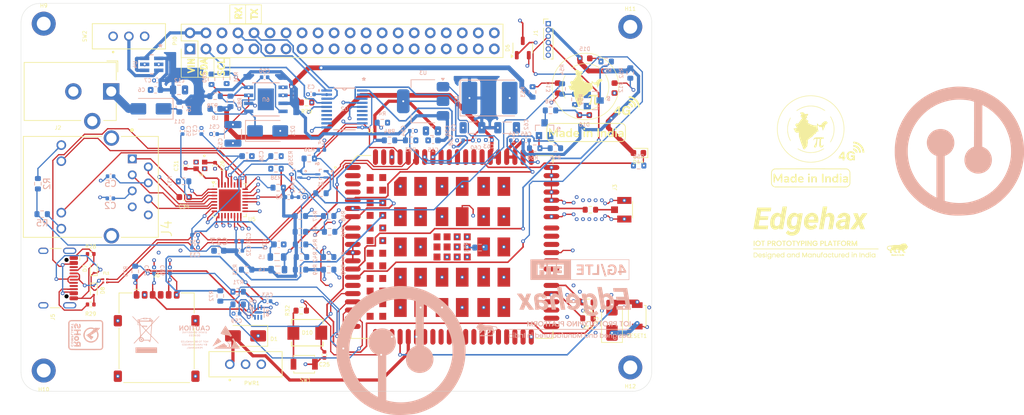
<source format=kicad_pcb>
(kicad_pcb (version 20241229) (generator "pcbnew") (generator_version "9.0")
  (layers (0 "F.Cu" signal) (4 "In1.Cu" signal) (6 "In2.Cu" signal) (2 "B.Cu" signal) (13 "F.Paste" user) (15 "B.Paste" user) (5 "F.SilkS" user "F.Silkscreen") (7 "B.SilkS" user "B.Silkscreen") (1 "F.Mask" user) (3 "B.Mask" user) (25 "Edge.Cuts" user))
  (net 0 "")
  (net 1 "RMII_RESET_N")
  (net 2 "GND")
  (net 3 "VDD_1.8V")
  (net 4 "VIN")
  (net 5 "VBAT")
  (net 6 "Net-(J3-SIG)")
  (net 7 "ANT_MAIN")
  (net 8 "Net-(D10-A2)")
  (net 9 "RMII_XTAL1")
  (net 10 "RMII_DVDD_3V3")
  (net 11 "RMII_AVDD_3V3")
  (net 12 "RMII_XTAL2")
  (net 13 "RMII_AVDDL0_1V2")
  (net 14 "RMII_DVDDL0_1V2")
  (net 15 "Net-(U9-BST)")
  (net 16 "Net-(D21-K)")
  (net 17 "Net-(U9-COMP)")
  (net 18 "Net-(C53--)")
  (net 19 "Net-(U3-GND)")
  (net 20 "Net-(C55--)")
  (net 21 "+3V3")
  (net 22 "Net-(C57--)")
  (net 23 "USIM_VDD")
  (net 24 "UART_TXD0")
  (net 25 "UART_RXD0")
  (net 26 "Net-(D7-A)")
  (net 27 "/Signals/D+")
  (net 28 "/Signals/D-")
  (net 29 "Net-(D10-A1)")
  (net 30 "Net-(D11-K)")
  (net 31 "/power/Input/1")
  (net 32 "Net-(D12-A)")
  (net 33 "Net-(D13-A)")
  (net 34 "Net-(D14-K)")
  (net 35 "Net-(D15-K)")
  (net 36 "Net-(D16-K)")
  (net 39 "USB_D-")
  (net 40 "USB_D+")
  (net 45 "DBG_RXD")
  (net 46 "DBG_TXD")
  (net 47 "VBUS")
  (net 52 "Net-(J5-CC1)")
  (net 53 "Net-(J5-CC2)")
  (net 64 "SDA")
  (net 81 "VIN-J")
  (net 82 "SCL")
  (net 86 "PWRKEY")
  (net 87 "RMII_RST_N")
  (net 88 "Net-(Q4-Pad3)")
  (net 89 "Net-(Q6-B)")
  (net 90 "Net-(Q6-C)")
  (net 91 "Net-(Q7-B)")
  (net 92 "Net-(Q7-C)")
  (net 93 "Net-(U1D-RGMII{slash}RMII_RST_N)")
  (net 94 "Net-(U2-A8)")
  (net 95 "I2C_SDA")
  (net 96 "I2C_SCL")
  (net 97 "USB_BOOT")
  (net 98 "RMII_INT")
  (net 99 "Net-(U5-RXER)")
  (net 100 "Net-(U5-RBIAS)")
  (net 101 "RMII_MD_IO")
  (net 102 "LED0_AD0")
  (net 103 "LED1_AD1")
  (net 104 "CLK_MODE")
  (net 105 "RX_DV")
  (net 106 "RMII_RX_0")
  (net 107 "RMII_RX_1")
  (net 108 "RMII_CTL_RX")
  (net 109 "NET_STATUS")
  (net 110 "NET_MODE")
  (net 111 "STATUS")
  (net 112 "USIM_RST")
  (net 113 "USIM_CLK")
  (net 114 "USIM_DATA")
  (net 115 "Net-(U9-EN)")
  (net 116 "Net-(U9-FREQ)")
  (net 117 "Net-(U9-FB)")
  (net 118 "RESET_N")
  (net 119 "Net-(U4-ON)")
  (net 123 "RMII_MD_CLK")
  (net 129 "RMII_TX_1")
  (net 130 "RMII_CTL_TX")
  (net 143 "RMII_TX_0")
  (net 153 "RMII_CLK")
  (net 158 "TXD")
  (net 166 "RTS")
  (net 170 "DCD")
  (net 175 "CTS")
  (net 177 "DTR")
  (net 181 "RXD")
  (net 190 "RI")
  (net 199 "RXD2")
  (net 201 "MDI_TN")
  (net 203 "MDI_RP")
  (net 207 "MDI_TP")
  (net 208 "MDI_RN")
  (net 209 "VDD_3V3")
  (net 210 "VBAT_RF")
  (net 211 "VBAT_BB")
  (net 212 "Net-(C2-Pad2)")
  (net 213 "Net-(C5-Pad2)")
  (net 214 "Net-(J4-Pad9)")
  (net 215 "Net-(J4-Pad12)")
  (footprint "project_footprints:XTAL_SXT21415AA07-25.000MT" (layer "F.Cu") (at 128.8384 91.975 -90)
    (property "Reference" "Y1")
    (property "Value" "SXT21415AA07-25.000M")
  )
  (footprint "Package_TO_SOT_SMD:SOT-23-3" (layer "F.Cu") (at 179.95 73.3625 90)
    (property "Reference" "D6")
    (property "Value" "SP0505BAJT")
  )
  (footprint "LOGO" (layer "F.Cu") (at 225.608473 95.70053)
    (property "Reference" "MADEININDIA" (hide yes))
    (property "Value" "MADEININDIA" (hide yes))
  )
  (footprint "project_footprints:FIL_DLM0NSN900HY2D" (layer "F.Cu") (at 113.7368 110.2717)
    (property "Reference" "FL1")
    (property "Value" "DLM0NSN900HY2D")
  )
  (footprint "Resistor_SMD:R_0402_1005Metric" (layer "F.Cu") (at 111.4468 106.0217)
    (property "Reference" "R28")
    (property "Value" "5.1k")
  )
  (footprint "Diode_SMD:D_0603_1608Metric" (layer "F.Cu") (at 189.7125 84 180)
    (property "Reference" "D16")
    (property "Value" "LED")
  )
  (footprint "Diode_SMD:D_SMA" (layer "F.Cu") (at 136 119 180)
    (property "Reference" "D1")
    (property "Value" "SMAJ5.0CA")
  )
  (footprint "Capacitor_SMD:C_0402_1005Metric" (layer "F.Cu") (at 131.1634 92.02 -90)
    (property "Reference" "C26")
    (property "Value" "15pF")
  )
  (footprint "MountingHole:MountingHole_2.2mm_M2_DIN965_Pad" (layer "F.Cu") (at 197 124)
    (property "Reference" "H12")
    (property "Value" "MountingHole_Pad")
  )
  (footprint "project_footprints:SW_EG1218" (layer "F.Cu") (at 136 123.5)
    (property "Reference" "PWR1")
    (property "Value" "SW_Push")
  )
  (footprint "Connector_BarrelJack:BarrelJack_CUI_PJ-102AH_Horizontal" (layer "F.Cu") (at 114.7 80.25 -90)
    (property "Reference" "J2")
    (property "Value" "Jack-DC")
  )
  (footprint "Capacitor_SMD:C_0603_1608Metric" (layer "F.Cu") (at 126.275 97 180)
    (property "Reference" "C34")
    (property "Value" "1uF")
  )
  (footprint "Capacitor_SMD:C_0402_1005Metric" (layer "F.Cu") (at 148.5 122.02 -90)
    (property "Reference" "C25")
    (property "Value" "dnm")
  )
  (footprint "LOGO" (layer "F.Cu") (at 190 79)
    (property "Reference" "G***" (hide yes))
    (property "Value" "LOGO" (hide yes))
  )
  (footprint "Connector_PinHeader_1.00mm:PinHeader_1x06_P1.00mm_Vertical" (layer "F.Cu") (at 184 69.5)
    (property "Reference" "J1")
    (property "Value" "Conn_01x06")
  )
  (footprint "project_footprints:HANRUN_HR911105A" (layer "F.Cu") (at 111.6865 95.3797 90)
    (property "Reference" "J4")
    (property "Value" "HR911105A")
  )
  (footprint "project_footprints:SW_EG1218" (layer "F.Cu") (at 117.5 71.5)
    (property "Reference" "SW2")
    (property "Value" "PWR")
  )
  (footprint "Diode_SMD:D_0603_1608Metric" (layer "F.Cu") (at 198.2875 90 180)
    (property "Reference" "D14")
    (property "Value" "LED")
  )
  (footprint "Button_Switch_SMD:SW_SPST_B3U-1000P" (layer "F.Cu") (at 145.3 123.5)
    (property "Reference" "SW1")
    (property "Value" "SW_DIP_x01")
  )
  (footprint "LOGO" (layer "F.Cu") (at 190.008473 88.50053)
    (property "Reference" "MADEININDIA" (hide yes))
    (property "Value" "MADEININDIA" (hide yes))
  )
  (footprint "Resistor_SMD:R_0603_1608Metric" (layer "F.Cu") (at 190.675 99 180)
    (property "Reference" "R27" (hide yes))
    (property "Value" "0R")
  )
  (footprint "Resistor_SMD:R_0402_1005Metric" (layer "F.Cu") (at 111.4468 114.0217)
    (property "Reference" "R29")
    (property "Value" "5.1k")
  )
  (footprint "LOGO" (layer "F.Cu") (at 196.480308 82.50053)
    (property "Reference" "4G" (hide yes))
    (property "Value" "LOGO" (hide yes))
  )
  (footprint "Package_DFN_QFN:QFN-32-1EP_5x5mm_P0.5mm_EP3.45x3.45mm" (layer "F.Cu") (at 133.5 97.5)
    (property "Reference" "U5")
    (property "Value" "YT8512H")
  )
  (footprint "LOGO" (layer "F.Cu") (at 232.080308 89.70053)
    (property "Reference" "4G" (hide yes))
    (property "Value" "LOGO" (hide yes))
  )
  (footprint "Connector_PinHeader_2.54mm:PinHeader_2x20_P2.54mm_Vertical" (layer "F.Cu") (at 127.18 73.5 90)
    (property "Reference" "PI0")
    (property "Value" "HEADER-2X20P1")
  )
  (footprint "Diode_SMD:D_SC-80" (layer "F.Cu") (at 111.9368 108.2967 90)
    (property "Reference" "D7")
    (property "Value" "PESD5V0S1UL")
  )
  (footprint "MountingHole:MountingHole_2.2mm_M2_DIN965_Pad" (layer "F.Cu") (at 197 70)
    (property "Reference" "H11")
    (property "Value" "MountingHole_Pad")
  )
  (footprint "Diode_SMD:D_SMA" (layer "F.Cu") (at 194.0967 116.5261 90)
    (property "Reference" "D3")
    (property "Value" "SMAJ5.0CA")
  )
  (footprint "Connector_Card:nanoSIM_GCT_SIM8060-6-0-14-00" (layer "F.Cu") (at 121.8997 119.3)
    (property "Reference" "J6")
    (property "Value" "SIM_Card_Shielded")
  )
  (footprint "Resistor_SMD:R_0603_1608Metric" (layer "F.Cu") (at 190.28 116.21 180)
    (property "Reference" "R15")
    (property "Value" "2.2K")
  )
  (footprint "project_footprints:HRS_U.FL-R-SMT_01_" (layer "F.Cu") (at 196.05 99 -90)
    (property "Reference" "J3")
    (property "Value" "U.FL-R-SMT_01_")
  )
  (footprint "MountingHole:MountingHole_2.2mm_M2_DIN965_Pad" (layer "F.Cu") (at 104 124.5)
    (property "Reference" "H10")
    (property "Value" "MountingHole_Pad")
  )
  (footprint "project_footprints:DO-214AASMB_J-BEND_LTF" (layer "F.Cu") (at 145.7902 118.5)
    (property "Reference" "D10")
    (property "Value" "SMAJ5.0CA")
  )
  (footprint "Button_Switch_SMD:SW_SPST_B3U-1000P" (layer "F.Cu") (at 198.0967 115.8261 -90)
    (property "Reference" "RESET1")
    (property "Value" "SW_Push")
  )
  (footprint "LOGO" (layer "F.Cu") (at 225.716124 85.737794)
    (property "Reference" "G***" (hide yes))
    (property "Value" "LOGO" (hide yes))
  )
  (footprint "project_footprints:EC200A" (layer "F.Cu") (at 168.75 104.9)
    (property "Reference" "U1")
    (property "Value" "EC200A")
  )
  (footprint "Diode_SMD:D_0603_1608Metric" (layer "F.Cu") (at 189.7875 75 180)
    (property "Reference" "D15")
    (property "Value" "LED")
  )
  (footprint "Resistor_SMD:R_0603_1608Metric" (layer "F.Cu") (at 145.675 82 180)
    (property "Reference" "R79")
    (property "Value" "100k")
  )
  (footprint "Connector_USB:USB_C_Receptacle_HCTL_HC-TYPE-C-16P-01A" (layer "F.Cu") (at 105.0118 109.8417 -90)
    (property "Reference" "J5")
    (property "Value" "USB_C_Receptacle_USB2.0_16P")
  )
  (footprint "Diode_SMD:D_0603_1608Metric" (layer "F.Cu") (at 185.5 79.7125 90)
    (property "Reference" "D13")
    (property "Value" "LED")
  )
  (footprint "MountingHole:MountingHole_2.2mm_M2_DIN965_Pad" (layer "F.Cu") (at 104 69.5)
    (property "Reference" "H9")
    (property "Value" "MountingHole_Pad")
  )
  (footprint "Resistor_SMD:R_0603_1608Metric" (layer "F.Cu") (at 190.28 113.7 180)
    (property "Reference" "R14")
    (property "Value" "2.2K")
  )
  (footprint "Diode_SMD:D_SC-80" (layer "F.Cu") (at 111.9368 111.7967 -90)
    (property "Reference" "D8")
    (property "Value" "PESD5V0S1UL")
  )
  (footprint "Diode_SMD:D_0603_1608Metric" (layer "F.Cu") (at 194.5 79.7125 90)
    (property "Reference" "D12")
    (property "Value" "LED")
  )
  (footprint "Resistor_SMD:R_0603_1608Metric" (layer "F.Cu") (at 144.825 115 180)
    (property "Reference" "R32")
    (property "Value" "1k")
  )
  (footprint "Capacitor_SMD:C_0402_1005Metric" (layer "F.Cu") (at 126.5 92.02 90)
    (property "Reference" "C31")
    (property "Value" "15pF")
  )
  (footprint "Capacitor_SMD:C_0603_1608Metric" (layer "B.Cu") (at 165.725 88 180)
    (property "Reference" "C15")
    (property "Value" "10uF")
  )
  (footprint "Capacitor_SMD:C_0402_1005Metric" (layer "B.Cu") (at 114.5965 93.6997)
    (property "Reference" "C5")
    (property "Value" "0.1uF")
  )
  (footprint "Resistor_SMD:R_0603_1608Metric" (layer "B.Cu") (at 147.9519 96.3868 180)
    (property "Reference" "R1")
    (property "Value" "0R")
  )
  (footprint "Capacitor_SMD:C_0402_1005Metric" (layer "B.Cu") (at 121.5 108.62 -90)
    (property "Reference" "C57")
    (property "Value" "33pF")
  )
  (footprint "Resistor_SMD:R_0603_1608Metric" (layer "B.Cu") (at 132 112.675 -90)
    (property "Reference" "R72")
    (property "Value" "22E")
  )
  (footprint "Resistor_SMD:R_0603_1608Metric" (layer "B.Cu") (at 118.5 108.775 90)
    (property "Reference" "R73")
    (property "Value" "100k")
  )
  (footprint "Capacitor_SMD:C_1206_3216Metric" (layer "B.Cu") (at 177.475 86)
    (property "Reference" "C62")
    (property "Value" "100uF")
  )
  (footprint "LOGO" (layer "B.Cu") (at 110.657935 118.872379 90)
    (property "Reference" "G1" (hide yes))
    (property "Value" "LOGO" (hide yes))
  )
  (footprint "Capacitor_SMD:C_0402_1005Metric" (layer "B.Cu") (at 172.52 88)
    (property "Reference" "C60")
    (property "Value" "33pF")
  )
  (footprint "Capacitor_SMD:C_1210_3225Metric" (layer "B.Cu") (at 134 86.975 -90)
    (property "Reference" "C52")
    (property "Value" "47uF")
  )
  (footprint "Resistor_SMD:R_0603_1608Metric" (layer "B.Cu") (at 126.175 94.5 180)
    (property "Reference" "R37")
    (property "Value" "2.49K")
  )
  (footprint "Resistor_SMD:R_0603_1608Metric" (layer "B.Cu") (at 134.825 114 180)
    (property "Reference" "R70")
    (property "Value" "22E")
  )
  (footprint "Resistor_SMD:R_0603_1608Metric" (layer "B.Cu") (at 149.175 100)
    (property "Reference" "R48")
    (property "Value" "NM")
  )
  (footprint "Capacitor_SMD:C_0402_1005Metric" (layer "B.Cu") (at 121.98 78.5)
    (property "Reference" "C7")
    (property "Value" "0.1uF")
  )
  (footprint "Inductor_SMD:L_0805_2012Metric" (layer "B.Cu") (at 141.1125 108.5 180)
    (property "Reference" "L4")
    (property "Value" "ACMS160808A1212A-120E 100MHZ")
  )
  (footprint "Capacitor_SMD:C_0402_1005Metric" (layer "B.Cu") (at 174.576 87.944 180)
    (property "Reference" "C63")
    (property "Value" "100nF")
  )
  (footprint "Resistor_SMD:R_0603_1608Metric" (layer "B.Cu") (at 141.175 95.5)
    (property "Reference" "R41")
    (property "Value" "4.7K")
  )
  (footprint "Resistor_SMD:R_0603_1608Metric" (layer "B.Cu") (at 136.175 108.5 180)
    (property "Reference" "R33")
    (property "Value" "4.7k")
  )
  (footprint "Resistor_SMD:R_0603_1608Metric" (layer "B.Cu") (at 149.175 108.5)
    (property "Reference" "R50")
    (property "Value" "4.7K")
  )
  (footprint "Capacitor_SMD:C_0402_1005Metric" (layer "B.Cu") (at 139.02 78)
    (property "Reference" "C50")
    (property "Value" "0.1uF")
  )
  (footprint "LOGO" (layer "B.Cu") (at 189.458667 109.27464 180)
    (property "Reference" "4G-ETH" (hide yes))
    (property "Value" "4G-ETH" (hide yes))
  )
  (footprint "project_footprints:Rclamp" (layer "B.Cu") (at 138 115.28 -90)
    (property "Reference" "D20")
    (property "Value" "RClamp0854P.TCT")
  )
  (footprint "Capacitor_SMD:C_0603_1608Metric" (layer "B.Cu") (at 121.725 80)
    (property "Reference" "C6")
    (property "Value" "10uF")
  )
  (footprint "Resistor_SMD:R_0603_1608Metric" (layer "B.Cu") (at 158.825 88 180)
    (property "Reference" "R84")
    (property "Value" "0.39k")
  )
  (footprint "Resistor_SMD:R_0603_1608Metric" (layer "B.Cu") (at 149.175 106.5)
    (property "Reference" "R44")
    (property "Value" "4.7K")
  )
  (footprint "Resistor_SMD:R_0603_1608Metric" (layer "B.Cu") (at 157.6862 85.2 180)
    (property "Reference" "R4")
    (property "Value" "10K")
  )
  (footprint "LOGO" (layer "B.Cu") (at 120.183098 118.773695 180)
    (property "Reference" "G2" (hide yes))
    (property "Value" "LOGO" (hide yes))
  )
  (footprint "Resistor_SMD:R_0402_1005Metric" (layer "B.Cu") (at 142.84 97)
    (property "Reference" "R3")
    (property "Value" "R")
  )
  (footprint "Resistor_SMD:R_0603_1608Metric" (layer "B.Cu") (at 181.8459 89.2512 180)
    (property "Reference" "R60")
    (property "Value" "4.7k")
  )
  (footprint "Capacitor_SMD:C_0603_1608Metric" (layer "B.Cu") (at 136.225 90.5)
    (property "Reference" "C36")
    (property "Value" "1uF")
  )
  (footprint "project_footprints:DTC043ZEBTL" (layer "B.Cu") (at 143.9369 93.3868 180)
    (property "Reference" "Q5")
    (property "Value" "DTC043ZEBTL")
  )
  (footprint "Package_TO_SOT_SMD:SOT-223-3_TabPin2" (layer "B.Cu") (at 164.15 81.8 180)
    (property "Reference" "U3")
    (property "Value" "LM1117MP-3.3")
  )
  (footprint "Capacitor_SMD:C_0805_2012Metric" (layer "B.Cu") (at 165.55 86.5 180)
    (property "Reference" "C56")
    (property "Value" "10uF")
  )
  (footprint "LOGO" (layer "B.Cu") (at 130.31484 119.131338 180)
    (property "Reference" "G3" (hide yes))
    (property "Value" "LOGO" (hide yes))
  )
  (footprint "Capacitor_SMD:C_0402_1005Metric" (layer "B.Cu") (at 124 108.62 -90)
    (property "Reference" "C55")
    (property "Value" "33pF")
  )
  (footprint "project_footprints:SOT-23" (layer "B.Cu") (at 183.4099 86.2352 180)
    (property "Reference" "Q7")
    (property "Value" "S8050")
  )
  (footprint "Capacitor_SMD:C_0805_2012Metric" (layer "B.Cu") (at 125.45 80 180)
    (property "Reference" "c12")
    (property "Value" "0.1uF")
  )
  (footprint "Capacitor_SMD:C_0402_1005Metric" (layer "B.Cu") (at 129 86.52 90)
    (property "Reference" "C37")
    (property "Value" "0.1uF")
  )
  (footprint "Resistor_SMD:R_0603_1608Metric" (layer "B.Cu") (at 144.719 108.5 180)
    (property "Reference" "R49")
    (property "Value" "NM")
  )
  (footprint "Capacitor_SMD:C_0603_1608Metric" (layer "B.Cu") (at 141.275 104.5)
    (property "Reference" "C28")
    (property "Value" "1uF")
  )
  (footprint "Resistor_SMD:R_0603_1608Metric" (layer "B.Cu") (at 144.6865 100 180)
    (property "Reference" "R47")
    (property "Value" "NM")
  )
  (footprint "Resistor_SMD:R_0603_1608Metric" (layer "B.Cu") (at 130.6 78.325 90)
    (property "Reference" "R80")
    (property "Value" "100k")
  )
  (footprint "Capacitor_SMD:C_0402_1005Metric" (layer "B.Cu") (at 126 86.52 90)
    (property "Reference" "C35")
    (property "Value" "0.1uF")
  )
  (footprint "Resistor_SMD:R_0603_1608Metric" (layer "B.Cu") (at 103.7515 99.6997)
    (property "Reference" "R5")
    (property "Value" "300R")
  )
  (footprint "project_footprints:DTC043ZEBTL" (layer "B.Cu") (at 148.1169 93.3868 180)
    (property "Reference" "Q4")
    (property "Value" "DTC043ZEBTL")
  )
  (footprint "Capacitor_SMD:C_0402_1005Metric" (layer "B.Cu") (at 178.52 88 180)
    (property "Reference" "C64")
    (property "Value" "33pF")
  )
  (footprint "Resistor_SMD:R_0603_1608Metric" (layer "B.Cu") (at 181.5 80.325 90)
    (property "Reference" "R53")
    (property "Value" "1k")
  )
  (footprint "Resistor_SMD:R_0603_1608Metric" (layer "B.Cu") (at 103.0765 94.8747 90)
    (property "Reference" "R2")
    (property "Value" "300E")
  )
  (footprint "project_footprints:TXS01" (layer "B.Cu") (at 151.6806 83.025 180)
    (property "Reference" "U2")
    (property "Value" "TXS0108E")
  )
  (footprint "Resistor_SMD:R_0603_1608Metric" (layer "B.Cu") (at 198.325 92 180)
    (property "Reference" "R56")
    (property "Value" "2.2k")
  )
  (footprint "Resistor_SMD:R_0603_1608Metric" (layer "B.Cu") (at 140.825 90.5 180)
    (property "Reference" "R35")
    (property "Value" "NM")
  )
  (footprint "Capacitor_SMD:C_0402_1005Metric" (layer "B.Cu") (at 139.48 113.5 180)
    (property "Reference" "C53")
    (property "Value" "33pF")
  )
  (footprint "Resistor_SMD:R_0603_1608Metric" (layer "B.Cu") (at 140.825 92.5)
    (property "Reference" "R38")
    (property "Value" "4.7K")
  )
  (footprint "Resistor_SMD:R_0603_1608Metric" (layer "B.Cu") (at 146.1019 90.8868 180)
    (property "Reference" "R36")
    (property "Value" "4.7K")
  )
  (footprint "Resistor_SMD:R_0603_1608Metric" (layer "B.Cu") (at 173.175 105)
    (property "Reference" "R51")
    (property "Value" "NM")
  )
  (footprint "Capacitor_SMD:C_0402_1005Metric" (layer "B.Cu") (at 131.02 87 180)
    (property "Reference" "C51")
    (property "Value" "150pF")
  )
  (footprint "Diode_SMD:D_SMA" (layer "B.Cu") (at 139.5 86.5)
    (property "Reference" "D21")
    (property "Value" "B340")
  )
  (footprint "Capacitor_SMD:C_1206_3216Metric" (layer "B.Cu") (at 171.975 86 180)
    (property "Reference" "C9")
    (property "Value" "100uF")
  )
  (footprint "Capacitor_SMD:C_0402_1005Metric" (layer "B.Cu") (at 127.98 103)
    (property "Reference" "C30")
    (property "Value" "0.1uF")
  )
  (footprint "Capacitor_SMD:C_0402_1005Metric" (layer "B.Cu") (at 135.02 105.5)
    (property "Reference" "C32")
    (property "Value" "0.1uF")
  )
  (footprint "project_footprints:SOT-23" (layer "B.Cu") (at 191.2033 81.6839 90)
    (property "Reference" "Q6")
    (property "Value" "S8050")
  )
  (footprint "Inductor_SMD:L_0603_1608Metric" (layer "B.Cu") (at 131.175 83)
    (property "Reference" "L8")
    (property "Value" "22uH")
  )
  (footprint "Resistor_SMD:R_0603_1608Metric" (layer "B.Cu") (at 188.2293 81.5089 -90)
    (property "Reference" "R59")
    (property "Value" "4.7k")
  )
  (footprint "Inductor_SMD:L_0603_1608Metric" (layer "B.Cu") (at 125.5 82.7125 90)
    (property "Reference" "L6")
    (property "Value" "22uH")
  )
  (footprint "Capacitor_SMD:C_0402_1005Metric" (layer "B.Cu") (at 127.98 105)
    (property "Reference" "C33")
    (property "Value" "0.1uF")
  )
  (footprint "Capacitor_SMD:C_0402_1005Metric" (layer "B.Cu") (at 180.48 88)
    (property "Reference" "C65")
    (property "Value" "10pF")
  )
  (footprint "Capacitor_SMD:C_0402_1005Metric" (layer "B.Cu") (at 114.5565 97.1997)
    (property "Reference" "C2")
    (property "Value" "0.1uF")
  )
  (footprint "Resistor_SMD:R_0603_1608Metric" (layer "B.Cu") (at 149.325 102.5)
    (property "Reference" "R46")
    (property "Value" "NM")
  )
  (footprint "Resistor_SMD:R_0603_1608Metric" (layer "B.Cu") (at 193.175 75.5)
    (property "Reference" "R57")
    (property "Value" "2.2k")
  )
  (footprint "Diode_SMD:D_SMA" (layer "B.Cu") (at 121 83 180)
    (property "Reference" "D11")
    (property "Value" "SS34")
  )
  (footprint "Resistor_SMD:R_0603_1608Metric" (layer "B.Cu") (at 144.6865 102.5 180)
    (property "Reference" "R45")
    (property "Value" "4.7K")
  )
  (footprint "Capacitor_SMD:C_0402_1005Metric" (layer "B.Cu") (at 170.02 88 180)
    (property "Reference" "C58")
    (property "Value" "100nF")
  )
  (footprint "Resistor_SMD:R_0603_1608Metric" (layer "B.Cu") (at 144.869 106.5 180)
    (property "Reference" "R42")
    (property "Value" "4.7K")
  )
  (footprint "Resistor_SMD:R_0603_1608Metric" (layer "B.Cu") (at 162.175 88 180)
    (property "Reference" "R83")
    (property "Value" "0.24k")
  )
  (footprint "project_footprints:SOIC8E_MPS" (layer "B.Cu") (at 139.2146 81.5)
    (property "Reference" "U9")
    (property "Value" "MP1584EN")
  )
  (footprint "Resistor_SMD:R_0603_1608Metric" (layer "B.Cu") (at 133.6 81.825 -90)
    (property "Reference" "R82")
    (property "Value" "40.2k")
  )
  (footprint "Capacitor_SMD:C_0402_1005Metric" (layer "B.Cu") (at 146.3812 80.7 180)
    (property "Reference" "C3")
    (property "Value" "100nF")
  )
  (footprint "Inductor_SMD:L_0805_2012Metric" (layer "B.Cu") (at 140.9875 106.5 180)
    (property "Reference" "L5")
    (property "Value" "ACMS160808A1212A-120E 100MHZ")
  )
  (footprint "Resistor_SMD:R_0603_1608Metric" (layer "B.Cu") (at 186.1873 79.8489 -90)
    (property "Reference" "R54")
    (property "Value" "4.7k")
  )
  (footprint "Resistor_SMD:R_0603_1608Metric" (layer "B.Cu") (at 133 78.175 -90)
    (property "Reference" "R81")
    (property "Value" "150k")
  )
  (footprint "Resistor_SMD:R_0603_1608Metric" (layer "B.Cu") (at 134.825 112)
    (property "Reference" "R71")
    (property "Value" "22E")
  )
  (footprint "Resistor_SMD:R_0603_1608Metric" (layer "B.Cu") (at 184.3459 83.2512 180)
    (property "Reference" "R58")
    (property "Value" "2.2k")
  )
  (footprint "Capacitor_SMD:C_0402_1005Metric" (layer "B.Cu") (at 144.87 97)
    (property "Reference" "C1")
    (property "Value" "C")
  )
  (footprint "project_footprints:TPS22929D" (layer "B.Cu") (at 121.1176 75.95 180)
    (property "Reference" "U4")
    (property "Value" "TPS22929D")
  )
  (footprint "Diode_SMD:D_3220_8050Metric" (layer "B.Cu") (at 174.6875 81.2862)
    (property "Reference" "D2")
    (property "Value" "PTVS5V0Z1USKP")
  )
  (footprint "Resistor_SMD:R_0603_1608Metric" (layer "B.Cu") (at 144.719 104.5 180)
    (property "Reference" "R43")
    (property "Value" "NM")
  )
  (footprint "Resistor_SMD:R_0603_1608Metric" (layer "B.Cu") (at 197 77.325 -90)
    (property "Reference" "R52")
    (property "Value" "1k")
  )
  (footprint "Capacitor_SMD:C_0402_1005Metric" (layer "B.Cu") (at 148.02 89.5 180)
    (property "Reference" "C4")
    (property "Value" "100nF")
  )
  (footprint "Capacitor_SMD:C_0402_1005Metric" (layer "B.Cu") (at 162.52 86.5 180)
    (property "Reference" "C54")
    (property "Value" "0.1uF")
  )
  (footprint "Resistor_SMD:R_0603_1608Metric" (layer "B.Cu") (at 185.1239 89.2512 180)
    (property "Reference" "R55")
    (property "Value" "4.7k")
  )
  (footprint "Capacitor_SMD:C_0402_1005Metric" (layer "B.Cu") (at 134.5697 115.47)
    (property "Reference" "C59")
    (property "Value" "33pF")
  )
  (footprint "Capacitor_SMD:C_0402_1005Metric" (layer "B.Cu") (at 134.98 104)
    (property "Reference" "C29")
    (property "Value" "0.1uF")
  )
  (footprint "Capacitor_SMD:C_0603_1608Metric" (layer "B.Cu") (at 131.775 105.5 180)
    (property "Reference" "C27")
    (property "Value" "1uF")
  )
  (footprint "Resistor_SMD:R_0603_1608Metric" (layer "B.Cu") (at 131.175 81 180)
    (property "Reference" "R78")
    (property "Value" "100k")
  )
  (gr_line (start 128.5 75) (end 128.45 78) (stroke (width 0.1)) (layer "F.SilkS"))
  (gr_line (start 136 69.5) (end 136 66.5) (stroke (width 0.1)) (layer "F.SilkS"))
  (gr_poly (pts (xy 239.015373 106.302375) (xy 238.952099 106.304119) (xy 238.916125 106.3047) (xy 238.904189 106.304555) (xy 238.894056 106.304119) (xy 238.872498 106.302375) (xy 238.840749 106.270624) (xy 238.824874 106.302375) (xy 238.666124 106.302375) (xy 238.663066 106.288745) (xy 238.660541 106.27572) (xy 238.65855 106.263219) (xy 238.657094 106.251163) (xy 238.656176 106.23947) (xy 238.656157 106.238875) (xy 238.904249 106.238875) (xy 238.951874 106.238875) (xy 238.935999 106.159499) (xy 238.920124 106.159499) (xy 238.904249 106.238875) (xy 238.656157 106.238875) (xy 238.655797 106.228061) (xy 238.655959 106.216855) (xy 238.656662 106.205771) (xy 238.657909 106.19473) (xy 238.659702 106.183651) (xy 238.662042 106.172453) (xy 238.66493 106.161056) (xy 238.668368 106.149381) (xy 238.672358 106.137345) (xy 238.676901 106.12487) (xy 238.681999 106.111874) (xy 238.713873 106.1102) (xy 238.725531 106.109782) (xy 238.736073 106.109642) (xy 238.746801 106.109782) (xy 238.759017 106.1102) (xy 238.793124 106.111874) (xy 238.824874 106.159499) (xy 238.843725 106.135687) (xy 238.850602 106.130261) (xy 238.8572 106.125591) (xy 238.863576 106.12163) (xy 238.866699 106.119899) (xy 238.869787 106.118326) (xy 238.872847 106.116906) (xy 238.875888 106.115631) (xy 238.878914 106.114496) (xy 238.881935 106.113494) (xy 238.887986 106.111866) (xy 238.894096 106.110696) (xy 238.900322 106.109935) (xy 238.906719 106.109533) (xy 238.913346 106.109441) (xy 238.920257 106.109608) (xy 238.927509 106.109984) (xy 238.935158 106.110521) (xy 238.951874 106.111874) (xy 238.951874 106.048374) (xy 239.015373 106.048374)) (stroke (width -0.000001)) (fill yes) (layer "F.SilkS"))
  (gr_poly (pts (xy 239.503251 106.111317) (xy 239.513548 106.111739) (xy 239.522381 106.112371) (xy 239.530005 106.113235) (xy 239.536675 106.114355) (xy 239.542648 106.115754) (xy 239.548178 106.117456) (xy 239.553523 106.119483) (xy 239.558938 106.121859) (xy 239.571 106.12775) (xy 239.571 106.302375) (xy 239.507499 106.302375) (xy 239.507499 106.159499) (xy 239.475748 106.159499) (xy 239.475748 106.302375) (xy 239.396374 106.302375) (xy 239.396374 106.111874) (xy 239.477237 106.111006)) (stroke (width -0.000001)) (fill yes) (layer "F.SilkS"))
  (gr_poly (pts (xy 235.125999 106.556375) (xy 235.014874 106.556375) (xy 235.014874 105.953125) (xy 235.125999 105.953125)) (stroke (width -0.000001)) (fill yes) (layer "F.SilkS"))
  (gr_poly (pts (xy 240.253624 106.12775) (xy 240.269499 106.111874) (xy 240.286676 106.110657) (xy 240.293079 106.110287) (xy 240.299017 106.110045) (xy 240.305233 106.109908) (xy 240.312473 106.109851) (xy 240.332999 106.10989) (xy 240.367724 106.109766) (xy 240.377253 106.110493) (xy 240.38117 106.110848) (xy 240.384608 106.111233) (xy 240.387633 106.111674) (xy 240.390311 106.112197) (xy 240.392707 106.112829) (xy 240.394887 106.113595) (xy 240.396915 106.114523) (xy 240.398857 106.115639) (xy 240.400779 106.116969) (xy 240.402746 106.118539) (xy 240.404824 106.120376) (xy 240.407077 106.122505) (xy 240.412373 106.12775) (xy 240.415 106.149783) (xy 240.41734 106.17185) (xy 240.419429 106.193943) (xy 240.421303 106.216054) (xy 240.425335 106.264734) (xy 240.428248 106.302375) (xy 240.158375 106.302375) (xy 240.158375 106.048374) (xy 240.237749 106.048374)) (stroke (width -0.000001)) (fill yes) (layer "F.SilkS"))
  (gr_poly (pts (xy 235.56687 105.946073) (xy 235.588624 105.948967) (xy 235.610465 105.953451) (xy 235.63236 105.959558) (xy 235.654277 105.967325) (xy 235.664373 105.97318) (xy 235.672505 105.977967) (xy 235.679552 105.982264) (xy 235.686391 105.986649) (xy 235.693902 105.9917) (xy 235.702963 105.997995) (xy 235.729249 106.016625) (xy 235.745124 105.953125) (xy 235.856249 105.953125) (xy 235.856249 106.556375) (xy 235.745124 106.556375) (xy 235.729249 106.492875) (xy 235.694523 106.524624) (xy 235.687042 106.529408) (xy 235.679464 106.533835) (xy 235.664029 106.541665) (xy 235.648254 106.548205) (xy 235.632172 106.553542) (xy 235.615816 106.557767) (xy 235.599222 106.560969) (xy 235.582423 106.563238) (xy 235.565453 106.564662) (xy 235.548347 106.56533) (xy 235.531137 106.565334) (xy 235.513858 106.56476) (xy 235.496545 106.5637) (xy 235.46195 106.560475) (xy 235.427623 106.556375) (xy 235.414543 106.549897) (xy 235.402101 106.543163) (xy 235.390251 106.536158) (xy 235.378945 106.528866) (xy 235.368138 106.521272) (xy 235.357782 106.513361) (xy 235.347833 106.505118) (xy 235.338242 106.496528) (xy 235.328965 106.487576) (xy 235.319953 106.478246) (xy 235.311161 106.468524) (xy 235.302543 106.458395) (xy 235.294052 106.447843) (xy 235.285641 106.436853) (xy 235.277264 106.42541) (xy 235.268874 106.413499) (xy 235.265668 106.403407) (xy 235.26284 106.393526) (xy 235.260366 106.383821) (xy 235.258219 106.374256) (xy 235.256376 106.364798) (xy 235.254812 106.35541) (xy 235.253502 106.346059) (xy 235.252421 106.336708) (xy 235.250845 106.317868) (xy 235.249887 106.298612) (xy 235.249348 106.278658) (xy 235.249029 106.257726) (xy 235.248801 106.247066) (xy 235.358033 106.247066) (xy 235.358034 106.261181) (xy 235.358511 106.275442) (xy 235.359412 106.289857) (xy 235.360683 106.304437) (xy 235.364124 106.334124) (xy 235.369967 106.345218) (xy 235.375653 106.35559) (xy 235.381248 106.365305) (xy 235.386816 106.374427) (xy 235.392422 106.383021) (xy 235.398132 106.391151) (xy 235.404011 106.398882) (xy 235.410124 106.406277) (xy 235.416535 106.413403) (xy 235.42331 106.420322) (xy 235.430515 106.4271) (xy 235.438213 106.433801) (xy 235.446471 106.44049) (xy 235.455352 106.44723) (xy 235.464923 106.454087) (xy 235.475249 106.461124) (xy 235.497401 106.464683) (xy 235.508435 106.466076) (xy 235.519438 106.467172) (xy 235.530403 106.467943) (xy 235.541328 106.468359) (xy 235.552209 106.468392) (xy 235.563042 106.468013) (xy 235.573824 106.467194) (xy 235.584549 106.465904) (xy 235.595215 106.464115) (xy 235.605818 106.461798) (xy 235.616353 106.458925) (xy 235.626818 106.455466) (xy 235.637207 106.451392) (xy 235.647518 106.446675) (xy 235.6581 106.43829) (xy 235.667962 106.429881) (xy 235.677131 106.421407) (xy 235.685633 106.412826) (xy 235.693494 106.404098) (xy 235.70074 106.395181) (xy 235.707397 106.386033) (xy 235.713492 106.376613) (xy 235.71905 106.36688) (xy 235.724097 106.356792) (xy 235.72866 106.346308) (xy 235.732765 106.335387) (xy 235.736438 106.323987) (xy 235.739705 106.312066) (xy 235.742591 106.299584) (xy 235.745124 106.286499) (xy 235.745399 106.273243) (xy 235.745337 106.2604) (xy 235.744908 106.247936) (xy 235.74408 106.235818) (xy 235.742821 106.224011) (xy 235.7411 106.212481) (xy 235.738886 106.201194) (xy 235.736147 106.190116) (xy 235.732851 106.179214) (xy 235.728967 106.168452) (xy 235.724463 106.157797) (xy 235.719308 106.147214) (xy 235.71347 106.13667) (xy 235.706918 106.126131) (xy 235.699621 106.115562) (xy 235.691546 106.104929) (xy 235.682573 106.096378) (xy 235.674077 106.088731) (xy 235.665957 106.08193) (xy 235.658115 106.075914) (xy 235.650453 106.070625) (xy 235.64287 106.066003) (xy 235.635268 106.061989) (xy 235.627548 106.058524) (xy 235.619612 106.055547) (xy 235.611359 106.053) (xy 235.602691 106.050823) (xy 235.59351 106.048957) (xy 235.583715 106.047342) (xy 235.573208 106.04592) (xy 235.561891 106.04463) (xy 235.549663 106.043413) (xy 235.537037 106.044666) (xy 235.525231 106.046223) (xy 235.514155 106.048106) (xy 235.503719 106.050336) (xy 235.493835 106.052935) (xy 235.484412 106.055923) (xy 235.475362 106.059321) (xy 235.466594 106.063151) (xy 235.458019 106.067434) (xy 235.449547 106.072191) (xy 235.441089 106.077443) (xy 235.432556 106.083212) (xy 235.423857 106.089518) (xy 235.414904 106.096383) (xy 235.395875 106.111874) (xy 235.388199 106.125045) (xy 235.38153 106.138268) (xy 235.375814 106.151553) (xy 235.370997 106.164909) (xy 235.367028 106.178347) (xy 235.363853 106.191874) (xy 235.361418 106.2055) (xy 235.359673 106.219234) (xy 235.358562 106.233087) (xy 235.358033 106.247066) (xy 235.248801 106.247066) (xy 235.24779 106.199869) (xy 235.249212 106.186585) (xy 235.25099 106.173745) (xy 235.253142 106.161315) (xy 235.25569 106.149264) (xy 235.258653 106.137558) (xy 235.262051 106.126165) (xy 235.265906 106.115052) (xy 235.270236 106.104187) (xy 235.275063 106.093537) (xy 235.280406 106.083069) (xy 235.286285 106.072751) (xy 235.292721 106.062551) (xy 235.299734 106.052435) (xy 235.307344 106.04237) (xy 235.315571 106.032325) (xy 235.324436 106.022267) (xy 235.34261 106.008879) (xy 235.361262 105.996652) (xy 235.380358 105.985621) (xy 235.399867 105.975823) (xy 235.419755 105.967292) (xy 235.439991 105.960066) (xy 235.460541 105.954178) (xy 235.481373 105.949665) (xy 235.502454 105.946562) (xy 235.523753 105.944905) (xy 235.545235 105.94473)) (stroke (width -0.000001)) (fill yes) (layer "F.SilkS"))
  (gr_poly (pts (xy 233.95697 99.543273) (xy 234.00216 99.544648) (xy 234.05414 99.545124) (xy 234.09515 99.545723) (xy 234.13615 99.546542) (xy 234.218147 99.548555) (xy 234.32949 99.550074) (xy 234.465816 99.552367) (xy 234.602123 99.5555) (xy 234.557449 99.622786) (xy 234.532318 99.660635) (xy 234.50256 99.704034) (xy 234.472252 99.747026) (xy 234.441555 99.789743) (xy 234.410632 99.83232) (xy 234.356 99.907664) (xy 234.328086 99.946104) (xy 234.197312 100.127) (xy 234.015865 100.377872) (xy 233.990172 100.413534) (xy 233.964581 100.449271) (xy 233.931843 100.494666) (xy 233.898697 100.539677) (xy 233.865039 100.584305) (xy 233.83076 100.62855) (xy 233.80323 100.664637) (xy 233.79022 100.681534) (xy 233.777064 100.698319) (xy 233.763757 100.714985) (xy 233.750297 100.731525) (xy 233.741816 100.743059) (xy 233.733981 100.754266) (xy 233.726735 100.76534) (xy 233.723313 100.770888) (xy 233.720017 100.776475) (xy 233.716838 100.782126) (xy 233.713768 100.787865) (xy 233.710802 100.793715) (xy 233.70793 100.799703) (xy 233.705147 100.80585) (xy 233.702444 100.812183) (xy 233.699813 100.818725) (xy 233.697249 100.8255) (xy 233.698642 100.836197) (xy 233.699854 100.844631) (xy 233.700456 100.848236) (xy 233.701089 100.851558) (xy 233.701781 100.854692) (xy 233.702555 100.857734) (xy 233.703439 100.860776) (xy 233.704458 100.863915) (xy 233.705638 100.867245) (xy 233.707004 100.87086) (xy 233.710399 100.879323) (xy 233.714849 100.890062) (xy 233.728928 100.928091) (xy 233.744875 100.968375) (xy 233.760701 101.008916) (xy 233.787395 101.075206) (xy 233.814513 101.141325) (xy 233.834752 101.190751) (xy 233.898663 101.346398) (xy 234.051592 101.71942) (xy 234.136105 101.928006) (xy 234.152548 101.968417) (xy 234.173838 102.021962) (xy 234.180384 102.039568) (xy 234.18282 102.046731) (xy 234.184771 102.053048) (xy 234.18629 102.058707) (xy 234.187432 102.063892) (xy 234.18825 102.068791) (xy 234.188799 102.073589) (xy 234.189302 102.083629) (xy 234.189374 102.0955) (xy 233.50675 102.0955) (xy 233.465119 102.012035) (xy 233.451638 101.984586) (xy 233.4416 101.963562) (xy 233.43392 101.946639) (xy 233.427513 101.931495) (xy 233.414181 101.897248) (xy 233.399748 101.859715) (xy 233.384959 101.820664) (xy 233.369216 101.779566) (xy 233.320218 101.651) (xy 233.28667 101.563253) (xy 233.205124 101.349375) (xy 233.190719 101.363501) (xy 233.176697 101.37766) (xy 233.163055 101.391946) (xy 233.149791 101.406455) (xy 233.136901 101.421282) (xy 233.124382 101.436522) (xy 233.118261 101.444327) (xy 233.112232 101.452271) (xy 233.106294 101.460366) (xy 233.100448 101.468623) (xy 233.077977 101.500714) (xy 233.054311 101.534914) (xy 233.003587 101.607529) (xy 232.977401 101.645132) (xy 232.938626 101.700379) (xy 232.899654 101.75549) (xy 232.874384 101.791135) (xy 232.82707 101.85779) (xy 232.804901 101.889124) (xy 232.783824 101.918175) (xy 232.775893 101.929477) (xy 232.769712 101.938426) (xy 232.764788 101.945861) (xy 232.762643 101.949271) (xy 232.760628 101.952616) (xy 232.75868 101.956001) (xy 232.756739 101.95953) (xy 232.752629 101.967439) (xy 232.747804 101.97718) (xy 232.741772 101.989589) (xy 232.724084 102.022101) (xy 232.71669 102.035332) (xy 232.710039 102.046778) (xy 232.703961 102.056612) (xy 232.698289 102.065008) (xy 232.692855 102.072138) (xy 232.687489 102.078178) (xy 232.682024 102.083299) (xy 232.67629 102.087676) (xy 232.670121 102.091483) (xy 232.663347 102.094891) (xy 232.6558 102.098076) (xy 232.647312 102.101211) (xy 232.626838 102.108022) (xy 232.609077 102.109328) (xy 232.591452 102.110244) (xy 232.573916 102.110806) (xy 232.556421 102.111046) (xy 232.538921 102.110998) (xy 232.521367 102.110694) (xy 232.485913 102.109453) (xy 232.434001 102.10884) (xy 232.393107 102.10807) (xy 232.352232 102.107018) (xy 232.270484 102.104429) (xy 232.159359 102.102476) (xy 232.023415 102.099529) (xy 231.887499 102.0955) (xy 231.895296 102.079895) (xy 231.903224 102.064589) (xy 231.911341 102.049544) (xy 231.919705 102.034718) (xy 231.928372 102.020072) (xy 231.937399 102.005565) (xy 231.946845 101.991158) (xy 231.956766 101.976809) (xy 231.979273 101.945001) (xy 232.003586 101.910953) (xy 232.029107 101.875013) (xy 232.159195 101.693398) (xy 232.290071 101.512349) (xy 232.419312 101.3335) (xy 232.470472 101.262682) (xy 232.578 101.113606) (xy 232.605719 101.075159) (xy 232.657622 101.003101) (xy 232.681684 100.969739) (xy 232.704806 100.936982) (xy 232.719171 100.917928) (xy 232.724519 100.911053) (xy 232.729471 100.904952) (xy 232.734646 100.898881) (xy 232.740666 100.892093) (xy 232.757717 100.873388) (xy 232.767773 100.861842) (xy 232.777213 100.85055) (xy 232.786095 100.839331) (xy 232.790344 100.83369) (xy 232.794475 100.827999) (xy 232.798495 100.822233) (xy 232.802411 100.816371) (xy 232.806231 100.810389) (xy 232.80996 100.804263) (xy 232.813607 100.797972) (xy 232.817178 100.791493) (xy 232.820682 100.784801) (xy 232.824123 100.777875) (xy 232.823087 100.767173) (xy 232.822138 100.758739) (xy 232.821633 100.755136) (xy 232.821076 100.751818) (xy 232.820441 100.74869) (xy 232.819704 100.745657) (xy 232.818838 100.742625) (xy 232.81782 100.739501) (xy 232.816625 100.73619) (xy 232.815227 100.732597) (xy 232.811724 100.72419) (xy 232.807113 100.713526) (xy 232.792792 100.675525) (xy 232.7765 100.635) (xy 232.760529 100.593629) (xy 232.733625 100.525461) (xy 232.706302 100.45746) (xy 232.68595 100.406738) (xy 232.621719 100.247054) (xy 232.558166 100.088902) (xy 232.518775 99.990979) (xy 232.432713 99.773497) (xy 232.347873 99.5555) (xy 233.046375 99.5555) (xy 233.146585 99.817437) (xy 233.17792 99.899324) (xy 233.202954 99.964777) (xy 233.215718 99.998124) (xy 233.24048 100.063132) (xy 233.253369 100.096572) (xy 233.26644 100.129941) (xy 233.277641 100.158809) (xy 233.286058 100.181147) (xy 233.289347 100.19038) (xy 233.292089 100.198595) (xy 233.294334 100.205998) (xy 233.296132 100.212792) (xy 233.297532 100.219185) (xy 233.298584 100.225379) (xy 233.299338 100.231581) (xy 233.299843 100.237995) (xy 233.300307 100.252281) (xy 233.300373 100.269875) (xy 233.312104 100.258675) (xy 233.323496 100.247393) (xy 233.334573 100.236019) (xy 233.345356 100.224543) (xy 233.355869 100.212957) (xy 233.366133 100.201249) (xy 233.376173 100.189411) (xy 233.386009 100.177433) (xy 233.405165 100.153017) (xy 233.42378 100.127926) (xy 233.442037 100.102081) (xy 233.460116 100.075406) (xy 233.505942 100.007751) (xy 233.529841 99.972443) (xy 233.56094 99.927255) (xy 233.592323 99.882269) (xy 233.655578 99.792633) (xy 233.679021 99.759472) (xy 233.744875 99.666625) (xy 233.758987 99.63847) (xy 233.766048 99.626214) (xy 233.773064 99.614779) (xy 233.77661 99.609326) (xy 233.780212 99.604025) (xy 233.783893 99.598859) (xy 233.787675 99.59381) (xy 233.791579 99.58886) (xy 233.79563 99.583991) (xy 233.799848 99.579187) (xy 233.804257 99.574428) (xy 233.808879 99.569698) (xy 233.813737 99.564978) (xy 233.818853 99.560251) (xy 233.824249 99.5555) (xy 233.835363 99.552799) (xy 233.84644 99.550494) (xy 233.857489 99.548559) (xy 233.868518 99.546965) (xy 233.879535 99.545686) (xy 233.890548 99.544695) (xy 233.901564 99.543965) (xy 233.912591 99.543468) (xy 233.93471 99.543066)) (stroke (width -0.000001)) (fill yes) (layer "F.SilkS"))
  (gr_line (start 130.5 78) (end 133.5 78) (stroke (width 0.1)) (layer "F.SilkS"))
  (gr_poly (pts (xy 231.681124 106.556375) (xy 231.569999 106.556375) (xy 231.554124 106.492875) (xy 231.533288 106.515695) (xy 231.52757 106.520746) (xy 231.52174 106.525424) (xy 231.515802 106.529743) (xy 231.50976 106.533717) (xy 231.503618 106.53736) (xy 231.49738 106.540686) (xy 231.491051 106.543708) (xy 231.484635 106.54644) (xy 231.471557 106.55109) (xy 231.458179 106.554745) (xy 231.444535 106.557516) (xy 231.430657 106.559513) (xy 231.416578 106.560846) (xy 231.402332 106.561625) (xy 231.387952 106.561961) (xy 231.37347 106.561963) (xy 231.315193 106.560839) (xy 231.300191 106.558992) (xy 231.286097 106.556416) (xy 231.272828 106.553133) (xy 231.260301 106.549162) (xy 231.248432 106.544523) (xy 231.237137 106.539237) (xy 231.226333 106.533323) (xy 231.215936 106.526802) (xy 231.205863 106.519693) (xy 231.19603 106.512017) (xy 231.186355 106.503794) (xy 231.176752 106.495043) (xy 231.16714 106.485786) (xy 231.157433 106.476041) (xy 231.137405 106.455172) (xy 231.127492 106.439616) (xy 231.11849 106.424054) (xy 231.110379 106.408461) (xy 231.103143 106.392811) (xy 231.096762 106.377078) (xy 231.09122 106.361237) (xy 231.086496 106.345262) (xy 231.082575 106.329127) (xy 231.079436 106.312808) (xy 231.077063 106.296279) (xy 231.075437 106.279513) (xy 231.074539 106.262486) (xy 231.074352 106.245171) (xy 231.074468 106.241127) (xy 231.188802 106.241127) (xy 231.189014 106.252886) (xy 231.189631 106.264816) (xy 231.190599 106.276941) (xy 231.191865 106.289283) (xy 231.195076 106.314715) (xy 231.198273 106.325326) (xy 231.201791 106.335339) (xy 231.205629 106.344811) (xy 231.209787 106.3538) (xy 231.214264 106.362366) (xy 231.219058 106.370565) (xy 231.224169 106.378457) (xy 231.229596 106.386099) (xy 231.235337 106.39355) (xy 231.241392 106.400868) (xy 231.247759 106.408112) (xy 231.254438 106.415339) (xy 231.268726 106.429977) (xy 231.284249 106.445249) (xy 231.294609 106.45004) (xy 231.305069 106.454133) (xy 231.315626 106.45757) (xy 231.326272 106.460392) (xy 231.337002 106.462639) (xy 231.347811 106.464351) (xy 231.358691 106.465572) (xy 231.369637 106.46634) (xy 231.380643 106.466697) (xy 231.391704 106.466684) (xy 231.402813 106.466342) (xy 231.413964 106.465711) (xy 231.43637 106.463749) (xy 231.458874 106.461124) (xy 231.469306 106.454732) (xy 231.479098 106.44835) (xy 231.488287 106.441932) (xy 231.496911 106.435432) (xy 231.505007 106.428803) (xy 231.512614 106.421999) (xy 231.519768 106.414974) (xy 231.526507 106.40768) (xy 231.53287 106.400073) (xy 231.538892 106.392105) (xy 231.544613 106.383729) (xy 231.550069 106.374901) (xy 231.555298 106.365572) (xy 231.560337 106.355697) (xy 231.565225 106.34523) (xy 231.569999 106.334124) (xy 231.571948 106.319384) (xy 231.573536 106.305011) (xy 231.574734 106.290965) (xy 231.575516 106.277206) (xy 231.575853 106.263693) (xy 231.575717 106.250386) (xy 231.575081 106.237245) (xy 231.573916 106.22423) (xy 231.572195 106.2113) (xy 231.569889 106.198416) (xy 231.566971 106.185537) (xy 231.563412 106.172623) (xy 231.559186 106.159634) (xy 231.554263 106.146529) (xy 231.548616 106.133268) (xy 231.542218 106.119812) (xy 231.532326 106.109053) (xy 231.523005 106.099434) (xy 231.514128 106.090879) (xy 231.505568 106.08331) (xy 231.497198 106.07665) (xy 231.493046 106.073638) (xy 231.488893 106.070824) (xy 231.484725 106.068199) (xy 231.480525 106.065753) (xy 231.476278 106.063477) (xy 231.471967 106.061361) (xy 231.467578 106.059395) (xy 231.463094 106.05757) (xy 231.453777 106.054305) (xy 231.443891 106.051487) (xy 231.433309 106.049041) (xy 231.421904 106.046889) (xy 231.409549 106.044954) (xy 231.396118 106.04316) (xy 231.381484 106.041429) (xy 231.367562 106.04212) (xy 231.354601 106.043438) (xy 231.342505 106.045384) (xy 231.33118 106.047957) (xy 231.32053 106.051157) (xy 231.310461 106.054984) (xy 231.300877 106.059439) (xy 231.291682 106.064521) (xy 231.282783 106.07023) (xy 231.274083 106.076566) (xy 231.265487 106.08353) (xy 231.256902 106.09112) (xy 231.24823 106.099337) (xy 231.239377 106.108181) (xy 231.220749 106.12775) (xy 231.213963 106.139095) (xy 231.208118 106.150376) (xy 231.203161 106.161617) (xy 231.199037 106.172839) (xy 231.195694 106.184068) (xy 231.193077 106.195327) (xy 231.191133 106.206638) (xy 231.189808 106.218026) (xy 231.189049 106.229515) (xy 231.188802 106.241127) (xy 231.074468 106.241127) (xy 231.074858 106.227544) (xy 231.076038 106.209579) (xy 231.077874 106.19125) (xy 231.082263 106.172226) (xy 231.087347 106.15422) (xy 231.093137 106.13716) (xy 231.099641 106.120974) (xy 231.106867 106.105591) (xy 231.114826 106.090941) (xy 231.123525 106.076951) (xy 231.132973 106.06355) (xy 231.143181 106.050667) (xy 231.154156 106.038231) (xy 231.165907 106.02617) (xy 231.178444 106.014413) (xy 231.191775 106.002889) (xy 231.20591 105.991526) (xy 231.220857 105.980253) (xy 231.236625 105.968999) (xy 231.244438 105.965303) (xy 231.252086 105.962096) (xy 231.259601 105.959342) (xy 231.267015 105.957005) (xy 231.274359 105.955048) (xy 231.281665 105.953435) (xy 231.288965 105.952128) (xy 231.296292 105.951092) (xy 231.303676 105.95029) (xy 231.311149 105.949686) (xy 231.326493 105.948924) (xy 231.359655 105.948163) (xy 231.409017 105.946365) (xy 231.42566 105.94872) (xy 231.43276 105.949918) (xy 231.439329 105.951265) (xy 231.44558 105.952866) (xy 231.451725 105.954823) (xy 231.454824 105.955967) (xy 231.457977 105.957239) (xy 231.464548 105.960217) (xy 231.471652 105.96386) (xy 231.479499 105.968271) (xy 231.488304 105.973553) (xy 231.498279 105.979808) (xy 231.509635 105.98714) (xy 231.522587 105.995652) (xy 231.554124 106.016625) (xy 231.569999 105.746749) (xy 231.681124 105.746749)) (stroke (width -0.000001)) (fill yes) (layer "F.SilkS"))
  (gr_poly (pts (xy 220.611681 103.898285) (xy 220.641339 103.900983) (xy 220.670966 103.905739) (xy 220.700508 103.912619) (xy 220.729912 103.921694) (xy 220.759125 103.933031) (xy 220.778848 103.943707) (xy 220.797744 103.954707) (xy 220.815824 103.966083) (xy 220.833102 103.977888) (xy 220.849592 103.990173) (xy 220.865307 104.002991) (xy 220.880261 104.016394) (xy 220.894467 104.030434) (xy 220.907938 104.045164) (xy 220.920689 104.060635) (xy 220.932731 104.0769) (xy 220.94408 104.094012) (xy 220.954748 104.112021) (xy 220.964748 104.130981) (xy 220.974095 104.150944) (xy 220.982801 104.171962) (xy 220.988989 104.195488) (xy 220.994178 104.219087) (xy 220.998351 104.242733) (xy 221.001489 104.266399) (xy 221.003574 104.290059) (xy 221.004588 104.313687) (xy 221.004511 104.337256) (xy 221.003326 104.360741) (xy 221.001014 104.384114) (xy 220.997557 104.407351) (xy 220.992936 104.430424) (xy 220.987134 104.453307) (xy 220.98013 104.475975) (xy 220.971908 104.4984) (xy 220.962449 104.520557) (xy 220.951733 104.54242) (xy 220.939005 104.562476) (xy 220.925904 104.58137) (xy 220.912387 104.599143) (xy 220.898412 104.615834) (xy 220.883938 104.631485) (xy 220.868922 104.646137) (xy 220.853323 104.65983) (xy 220.837098 104.672605) (xy 220.820206 104.684501) (xy 220.802605 104.695562) (xy 220.784252 104.705825) (xy 220.765106 104.715334) (xy 220.745125 104.724127) (xy 220.724267 104.732246) (xy 220.702489 104.739732) (xy 220.67975 104.746624) (xy 220.650936 104.7493) (xy 220.622909 104.750991) (xy 220.595603 104.751654) (xy 220.568958 104.751247) (xy 220.542911 104.749728) (xy 220.517398 104.747054) (xy 220.492358 104.743182) (xy 220.467727 104.738069) (xy 220.443444 104.731674) (xy 220.419444 104.723953) (xy 220.395667 104.714864) (xy 220.372048 104.704364) (xy 220.348527 104.692411) (xy 220.325039 104.678962) (xy 220.301522 104.663974) (xy 220.277914 104.647406) (xy 220.259337 104.627289) (xy 220.24256 104.606842) (xy 220.227502 104.586047) (xy 220.214082 104.564887) (xy 220.20222 104.543344) (xy 220.191834 104.521402) (xy 220.182845 104.499042) (xy 220.17517 104.476247) (xy 220.168729 104.453) (xy 220.163442 104.429283) (xy 220.159227 104.405079) (xy 220.156004 104.38037) (xy 220.153691 104.355139) (xy 220.152209 104.329369) (xy 220.152141 104.326947) (xy 220.296615 104.326947) (xy 220.296681 104.344494) (xy 220.297401 104.362656) (xy 220.29875 104.381499) (xy 220.30319 104.400304) (xy 220.308286 104.418205) (xy 220.314056 104.435256) (xy 220.320514 104.45151) (xy 220.327677 104.467021) (xy 220.33556 104.481841) (xy 220.344179 104.496024) (xy 220.35355 104.509622) (xy 220.363689 104.52269) (xy 220.374613 104.535279) (xy 220.386335 104.547443) (xy 220.398874 104.559235) (xy 220.412243 104.570709) (xy 220.42646 104.581917) (xy 220.44154 104.592913) (xy 220.4575 104.603749) (xy 220.472839 104.608543) (xy 220.488104 104.612674) (xy 220.503304 104.616142) (xy 220.518449 104.61895) (xy 220.533549 104.621099) (xy 220.548615 104.622591) (xy 220.563657 104.623428) (xy 220.578684 104.623611) (xy 220.593707 104.623143) (xy 220.608736 104.622025) (xy 220.62378 104.620259) (xy 220.638851 104.617846) (xy 220.653957 104.614788) (xy 220.66911 104.611088) (xy 220.684318 104.606746) (xy 220.699593 104.601765) (xy 220.712401 104.592769) (xy 220.724575 104.583667) (xy 220.736143 104.574424) (xy 220.747133 104.565004) (xy 220.757576 104.555372) (xy 220.767499 104.545491) (xy 220.776931 104.535325) (xy 220.7859 104.52484) (xy 220.794436 104.513999) (xy 220.802567 104.502767) (xy 220.810322 104.491108) (xy 220.817729 104.478986) (xy 220.824817 104.466366) (xy 220.831614 104.453211) (xy 220.83815 104.439486) (xy 220.844453 104.425156) (xy 220.847287 104.406858) (xy 220.849616 104.38887) (xy 220.851405 104.371163) (xy 220.852623 104.353707) (xy 220.853236 104.336474) (xy 220.853211 104.319435) (xy 220.852517 104.30256) (xy 220.85112 104.285821) (xy 220.848988 104.269188) (xy 220.846087 104.252632) (xy 220.842386 104.236125) (xy 220.83785 104.219637) (xy 220.832449 104.20314) (xy 220.826148 104.186603) (xy 220.818916 104.169998) (xy 220.810719 104.153297) (xy 220.789955 104.129655) (xy 220.779577 104.118443) (xy 220.76912 104.10769) (xy 220.758525 104.097435) (xy 220.74773 104.08772) (xy 220.736675 104.078584) (xy 220.725299 104.070067) (xy 220.713541 104.062209) (xy 220.70134 104.055051) (xy 220.688636 104.048632) (xy 220.682076 104.045712) (xy 220.675368 104.042992) (xy 220.668504 104.040476) (xy 220.661476 104.038171) (xy 220.654276 104.03608) (xy 220.646898 104.03421) (xy 220.639333 104.032564) (xy 220.631574 104.031148) (xy 220.623614 104.029966) (xy 220.615444 104.029025) (xy 220.595692 104.028854) (xy 220.576902 104.029219) (xy 220.558988 104.030183) (xy 220.541862 104.031804) (xy 220.525438 104.034143) (xy 220.509628 104.037261) (xy 220.494346 104.041217) (xy 220.479505 104.046073) (xy 220.465018 104.051888) (xy 220.450798 104.058723) (xy 220.436758 104.066637) (xy 220.422811 104.075692) (xy 220.408871 104.085948) (xy 220.39485 104.097465) (xy 220.380661 104.110303) (xy 220.366219 104.124523) (xy 220.355591 104.140129) (xy 220.34593 104.155485) (xy 220.337213 104.170658) (xy 220.329415 104.185715) (xy 220.322512 104.200722) (xy 220.316481 104.215744) (xy 220.311296 104.23085) (xy 220.306933 104.246105) (xy 220.303369 104.261576) (xy 220.30058 104.277329) (xy 220.29854 104.293431) (xy 220.297227 104.309948) (xy 220.296615 104.326947) (xy 220.152141 104.326947) (xy 220.151475 104.303042) (xy 220.15141 104.276141) (xy 220.153765 104.254508) (xy 220.15715 104.233399) (xy 220.161541 104.212799) (xy 220.166912 104.192693) (xy 220.173239 104.173067) (xy 220.180496 104.153905) (xy 220.188659 104.135194) (xy 220.197702 104.116919) (xy 220.207601 104.099064) (xy 220.21833 104.081615) (xy 220.229865 104.064557) (xy 220.242181 104.047876) (xy 220.255252 104.031557) (xy 220.269054 104.015585) (xy 220.283562 103.999946) (xy 220.29875 103.984625) (xy 220.325207 103.969248) (xy 220.352223 103.95517) (xy 220.379744 103.94246) (xy 220.407718 103.931187) (xy 220.43609 103.921419) (xy 220.464806 103.913226) (xy 220.493814 103.906676) (xy 220.523059 103.901838) (xy 220.552488 103.898781) (xy 220.582046 103.897573)) (stroke (width -0.000001)) (fill yes) (layer "F.SilkS"))
  (gr_poly (pts (xy 216.709472 105.794622) (xy 216.817256 105.796358) (xy 216.860596 105.79825) (xy 216.897987 105.801071) (xy 216.930243 105.805009) (xy 216.958177 105.810249) (xy 216.982604 105.816977) (xy 217.004337 105.82538) (xy 217.024191 105.835643) (xy 217.042978 105.847952) (xy 217.061514 105.862494) (xy 217.080612 105.879454) (xy 217.12375 105.921374) (xy 217.136809 105.939439) (xy 217.14861 105.957689) (xy 217.159192 105.976133) (xy 217.168592 105.994785) (xy 217.176849 106.013654) (xy 217.184001 106.032753) (xy 217.190086 106.052093) (xy 217.195142 106.071686) (xy 217.199207 106.091542) (xy 217.20232 106.111673) (xy 217.204518 106.132091) (xy 217.20584 106.152806) (xy 217.206323 106.173831) (xy 217.206006 106.195176) (xy 217.204928 106.216854) (xy 217.203125 106.238875) (xy 217.198915 106.258069) (xy 217.194182 106.27671) (xy 217.188903 106.29482) (xy 217.183056 106.312425) (xy 217.176618 106.329547) (xy 217.169565 106.346211) (xy 217.161876 106.36244) (xy 217.153527 106.378259) (xy 217.144495 106.39369) (xy 217.134758 106.408758) (xy 217.124293 106.423487) (xy 217.113078 106.4379) (xy 217.101088 106.452022) (xy 217.088302 106.465876) (xy 217.074697 106.479485) (xy 217.06025 106.492875) (xy 217.031127 106.509303) (xy 217.002122 106.522983) (xy 216.973161 106.534146) (xy 216.944174 106.543028) (xy 216.915088 106.549859) (xy 216.885832 106.554874) (xy 216.856335 106.558305) (xy 216.826523 106.560386) (xy 216.796326 106.561349) (xy 216.765672 106.561427) (xy 216.702704 106.559863) (xy 216.637047 106.557558) (xy 216.568125 106.556375) (xy 216.568125 105.889625) (xy 216.663375 105.889625) (xy 216.663375 106.461124) (xy 216.727273 106.464868) (xy 216.753728 106.466093) (xy 216.777202 106.466763) (xy 216.798207 106.466784) (xy 216.817255 106.466064) (xy 216.834857 106.464509) (xy 216.851524 106.462027) (xy 216.86777 106.458525) (xy 216.884104 106.453909) (xy 216.901038 106.448087) (xy 216.919085 106.440966) (xy 216.938755 106.432452) (xy 216.960561 106.422452) (xy 217.012625 106.397624) (xy 217.024129 106.384885) (xy 217.034454 106.372119) (xy 217.043667 106.359293) (xy 217.051837 106.346372) (xy 217.059033 106.333322) (xy 217.065323 106.320108) (xy 217.070775 106.306695) (xy 217.075458 106.293049) (xy 217.079439 106.279135) (xy 217.082789 106.264919) (xy 217.085573 106.250366) (xy 217.087862 106.235442) (xy 217.089723 106.220113) (xy 217.091226 106.204343) (xy 217.093426 106.171343) (xy 217.092751 106.156556) (xy 217.091687 106.142234) (xy 217.090204 106.128345) (xy 217.08827 106.114857) (xy 217.085855 106.101736) (xy 217.082928 106.088951) (xy 217.079457 106.076468) (xy 217.075412 106.064255) (xy 217.070761 106.052279) (xy 217.065473 106.040508) (xy 217.059518 106.028908) (xy 217.052864 106.017448) (xy 217.04548 106.006095) (xy 217.037336 105.994816) (xy 217.028399 105.983577) (xy 217.01864 105.972348) (xy 217.008119 105.963057) (xy 216.997803 105.95446) (xy 216.987667 105.946533) (xy 216.977686 105.939248) (xy 216.967837 105.932579) (xy 216.958095 105.9265) (xy 216.948437 105.920985) (xy 216.938838 105.916008) (xy 216.929274 105.911542) (xy 216.919721 105.907562) (xy 216.910154 105.90404) (xy 216.90055 105.900951) (xy 216.890885 105.898268) (xy 216.881133 105.895965) (xy 216.861276 105.892396) (xy 216.840785 105.890032) (xy 216.819467 105.888665) (xy 216.79713 105.888084) (xy 216.773579 105.888079) (xy 216.663375 105.889625) (xy 216.568125 105.889625) (xy 216.568125 105.794374)) (stroke (width -0.000001)) (fill yes) (layer "F.SilkS"))
  (gr_poly (pts (xy 223.584875 104.175125) (xy 223.60268 104.207758) (xy 223.607283 104.218039) (xy 223.609145 104.222382) (xy 223.610742 104.226347) (xy 223.612093 104.230048) (xy 223.61322 104.2336) (xy 223.614143 104.237119) (xy 223.614882 104.24072) (xy 223.615457 104.244516) (xy 223.615889 104.248624) (xy 223.616199 104.253159) (xy 223.616407 104.258234) (xy 223.616533 104.263966) (xy 223.616597 104.270469) (xy 223.616625 104.28625) (xy 223.648375 104.28625) (xy 223.660157 104.24743) (xy 223.669471 104.222055) (xy 223.67929 104.197005) (xy 223.689556 104.172218) (xy 223.700212 104.147634) (xy 223.711203 104.123192) (xy 223.72247 104.098831) (xy 223.745609 104.050109) (xy 223.76353 104.012405) (xy 223.807125 103.921125) (xy 223.98175 103.921125) (xy 223.943027 103.999302) (xy 223.925996 104.033759) (xy 223.909068 104.068266) (xy 223.887909 104.110456) (xy 223.877108 104.131322) (xy 223.866082 104.152034) (xy 223.854775 104.172588) (xy 223.84313 104.192984) (xy 223.83109 104.213219) (xy 223.818597 104.233292) (xy 223.800285 104.264366) (xy 223.784131 104.295207) (xy 223.770005 104.325893) (xy 223.757777 104.356504) (xy 223.747317 104.387118) (xy 223.738496 104.417814) (xy 223.731185 104.448671) (xy 223.725252 104.479768) (xy 223.720569 104.511183) (xy 223.717005 104.542995) (xy 223.714432 104.575283) (xy 223.712719 104.608127) (xy 223.711355 104.675793) (xy 223.711875 104.746624) (xy 223.569 104.746624) (xy 223.574457 104.697945) (xy 223.57541 104.650417) (xy 223.573269 104.604089) (xy 223.568247 104.55886) (xy 223.560556 104.514625) (xy 223.550408 104.471281) (xy 223.538016 104.428726) (xy 223.523593 104.386855) (xy 223.507351 104.345566) (xy 223.489503 104.304755) (xy 223.470261 104.264319) (xy 223.449838 104.224154) (xy 223.428446 104.184159) (xy 223.337442 104.023796) (xy 223.324794 104.001399) (xy 223.31529 103.98414) (xy 223.311576 103.977062) (xy 223.30848 103.970817) (xy 223.305944 103.965255) (xy 223.303914 103.960226) (xy 223.302333 103.95558) (xy 223.301145 103.951165) (xy 223.300294 103.946832) (xy 223.299723 103.94243) (xy 223.299377 103.937808) (xy 223.2992 103.932817) (xy 223.299125 103.921125) (xy 223.457874 103.921125)) (stroke (width -0.000001)) (fill yes) (layer "F.SilkS"))
  (gr_poly (pts (xy 232.302253 104.020245) (xy 232.350071 104.120046) (xy 232.396294 104.220597) (xy 232.44114 104.321968) (xy 232.465076 104.376725) (xy 232.522499 104.508499) (xy 232.581106 104.392142) (xy 232.637969 104.275103) (xy 232.693124 104.157246) (xy 232.746606 104.038436) (xy 232.764036 103.999073) (xy 232.779471 103.963916) (xy 232.783761 103.955001) (xy 232.787179 103.948107) (xy 232.788666 103.945262) (xy 232.790062 103.942734) (xy 232.791408 103.940461) (xy 232.792746 103.93838) (xy 232.79412 103.936428) (xy 232.79557 103.934543) (xy 232.79714 103.932663) (xy 232.798871 103.930723) (xy 232.802985 103.926417) (xy 232.80825 103.921125) (xy 232.966999 103.921125) (xy 232.966999 104.746624) (xy 232.824123 104.746624) (xy 232.80825 104.254499) (xy 232.585998 104.746624) (xy 232.474874 104.746624) (xy 232.387573 104.55933) (xy 232.357869 104.495628) (xy 232.315195 104.404009) (xy 232.289247 104.348335) (xy 232.277004 104.320876) (xy 232.272727 104.310895) (xy 232.269108 104.301948) (xy 232.265717 104.292934) (xy 232.262126 104.282755) (xy 232.252624 104.254499) (xy 232.236749 104.746624) (xy 232.093875 104.746624) (xy 232.093875 103.921125) (xy 232.252624 103.921125)) (stroke (width -0.000001)) (fill yes) (layer "F.SilkS"))
  (gr_poly (pts (xy 223.838874 106.556375) (xy 223.72775 106.556375) (xy 223.711875 106.492875) (xy 223.677148 106.524624) (xy 223.669667 106.529408) (xy 223.662088 106.533835) (xy 223.646654 106.541665) (xy 223.630879 106.548205) (xy 223.614796 106.553542) (xy 223.598441 106.557767) (xy 223.581847 106.560969) (xy 223.565048 106.563238) (xy 223.548079 106.564662) (xy 223.530972 106.56533) (xy 223.513762 106.565334) (xy 223.496484 106.56476) (xy 223.479171 106.5637) (xy 223.444576 106.560475) (xy 223.41025 106.556375) (xy 223.39717 106.549897) (xy 223.384728 106.543163) (xy 223.372877 106.536158) (xy 223.361571 106.528866) (xy 223.350764 106.521272) (xy 223.340409 106.513361) (xy 223.330459 106.505118) (xy 223.320869 106.496528) (xy 223.311591 106.487576) (xy 223.302579 106.478246) (xy 223.293787 106.468524) (xy 223.285169 106.458395) (xy 223.276677 106.447843) (xy 223.268266 106.436853) (xy 223.259889 106.42541) (xy 223.2515 106.413499) (xy 223.248294 106.403407) (xy 223.245466 106.393526) (xy 223.242991 106.383821) (xy 223.240845 106.374256) (xy 223.239002 106.364798) (xy 223.237438 106.35541) (xy 223.236128 106.346059) (xy 223.235046 106.336708) (xy 223.233471 106.317868) (xy 223.232513 106.298612) (xy 223.231975 106.278658) (xy 223.231656 106.257726) (xy 223.231427 106.247066) (xy 223.340659 106.247066) (xy 223.34066 106.261181) (xy 223.341137 106.275442) (xy 223.342037 106.289857) (xy 223.343308 106.304437) (xy 223.34675 106.334124) (xy 223.352592 106.345218) (xy 223.358279 106.35559) (xy 223.363873 106.365305) (xy 223.369441 106.374427) (xy 223.375048 106.383021) (xy 223.380758 106.391151) (xy 223.386637 106.398882) (xy 223.392749 106.406277) (xy 223.399161 106.413403) (xy 223.405936 106.420322) (xy 223.41314 106.4271) (xy 223.420839 106.433801) (xy 223.429096 106.44049) (xy 223.437978 106.44723) (xy 223.447549 106.454087) (xy 223.457874 106.461124) (xy 223.480026 106.464683) (xy 223.491061 106.466076) (xy 223.502063 106.467172) (xy 223.513028 106.467943) (xy 223.523954 106.468359) (xy 223.534834 106.468392) (xy 223.545667 106.468013) (xy 223.556449 106.467194) (xy 223.567174 106.465904) (xy 223.57784 106.464115) (xy 223.588443 106.461798) (xy 223.598978 106.458925) (xy 223.609443 106.455466) (xy 223.619832 106.451392) (xy 223.630143 106.446675) (xy 223.640725 106.43829) (xy 223.650587 106.429881) (xy 223.659756 106.421407) (xy 223.668258 106.412826) (xy 223.676118 106.404098) (xy 223.683364 106.395181) (xy 223.690022 106.386033) (xy 223.696116 106.376613) (xy 223.701674 106.36688) (xy 223.706722 106.356792) (xy 223.711285 106.346308) (xy 223.71539 106.335387) (xy 223.719063 106.323987) (xy 223.72233 106.312066) (xy 223.725217 106.299584) (xy 223.72775 106.286499) (xy 223.728024 106.273243) (xy 223.727963 106.2604) (xy 223.727534 106.247936) (xy 223.726706 106.235818) (xy 223.725447 106.224011) (xy 223.723726 106.212481) (xy 223.721512 106.201194) (xy 223.718773 106.190116) (xy 223.715477 106.179214) (xy 223.711593 106.168452) (xy 223.707089 106.157797) (xy 223.701934 106.147214) (xy 223.696096 106.13667) (xy 223.689544 106.126131) (xy 223.682246 106.115562) (xy 223.674171 106.104929) (xy 223.665199 106.096378) (xy 223.656702 106.088731) (xy 223.648582 106.08193) (xy 223.640741 106.075914) (xy 223.633078 106.070625) (xy 223.625495 106.066003) (xy 223.617894 106.061989) (xy 223.610174 106.058524) (xy 223.602237 106.055547) (xy 223.593985 106.053) (xy 223.585317 106.050823) (xy 223.576135 106.048957) (xy 223.566341 106.047342) (xy 223.555834 106.04592) (xy 223.544516 106.04463) (xy 223.532289 106.043413) (xy 223.519663 106.044666) (xy 223.507856 106.046223) (xy 223.49678 106.048106) (xy 223.486345 106.050336) (xy 223.476461 106.052935) (xy 223.467038 106.055923) (xy 223.457987 106.059321) (xy 223.449219 106.063151) (xy 223.440644 106.067434) (xy 223.432172 106.072191) (xy 223.423714 106.077443) (xy 223.415181 106.083212) (xy 223.406482 106.089518) (xy 223.397529 106.096383) (xy 223.3785 106.111874) (xy 223.370824 106.125045) (xy 223.364155 106.138268) (xy 223.358439 106.151553) (xy 223.353623 106.164909) (xy 223.349653 106.178347) (xy 223.346478 106.191874) (xy 223.344044 106.2055) (xy 223.342298 106.219234) (xy 223.341187 106.233087) (xy 223.340659 106.247066) (xy 223.231427 106.247066) (xy 223.230416 106.199869) (xy 223.231838 106.186585) (xy 223.233616 106.173745) (xy 223.235768 106.161315) (xy 223.238316 106.149264) (xy 223.241279 106.137558) (xy 223.244678 106.126165) (xy 223.248532 106.115052) (xy 223.252862 106.104187) (xy 223.257689 106.093537) (xy 223.263032 106.083069) (xy 223.268911 106.072751) (xy 223.275347 106.062551) (xy 223.28236 106.052435) (xy 223.28997 106.04237) (xy 223.298197 106.032325) (xy 223.307062 106.022267) (xy 223.319723 106.012633) (xy 223.33197 106.003799) (xy 223.34389 105.995735) (xy 223.355572 105.988414) (xy 223.367105 105.981807) (xy 223.378577 105.975886) (xy 223.390078 105.970622) (xy 223.401695 105.965988) (xy 223.413518 105.961955) (xy 223.425635 105.958494) (xy 223.438134 105.955577) (xy 223.451104 105.953176) (xy 223.464634 105.951263) (xy 223.478812 105.949808) (xy 223.493728 105.948785) (xy 223.509469 105.948163) (xy 223.553373 105.946365) (xy 223.569228 105.94872) (xy 223.57607 105.949918) (xy 223.582499 105.951265) (xy 223.588746 105.952866) (xy 223.595043 105.954823) (xy 223.601623 105.957239) (xy 223.608718 105.960217) (xy 223.61656 105.96386) (xy 223.625382 105.968271) (xy 223.635414 105.973553) (xy 223.64689 105.979808) (xy 223.675102 105.995652) (xy 223.711875 106.016625) (xy 223.72775 105.746749) (xy 223.838874 105.746749)) (stroke (width -0.000001)) (fill yes) (layer "F.SilkS"))
  (gr_poly (pts (xy 218.33025 104.032249) (xy 218.108 104.032249) (xy 218.108 104.746624) (xy 217.965125 104.746624) (xy 217.965125 104.032249) (xy 217.75875 104.032249) (xy 217.75875 103.921125) (xy 218.33025 103.921125)) (stroke (width -0.000001)) (fill yes) (layer "F.SilkS"))
  (gr_poly (pts (xy 224.301234 103.921869) (xy 224.378129 103.923636) (xy 224.434187 103.927078) (xy 224.456264 103.929601) (xy 224.475363 103.932752) (xy 224.49223 103.9366) (xy 224.507609 103.941216) (xy 224.522244 103.946669) (xy 224.536879 103.953029) (xy 224.569125 103.968749) (xy 224.581465 103.982593) (xy 224.59261 103.996167) (xy 224.602613 104.009551) (xy 224.611529 104.022823) (xy 224.61941 104.036064) (xy 224.62631 104.049352) (xy 224.632282 104.062768) (xy 224.637379 104.076391) (xy 224.641656 104.090299) (xy 224.645165 104.104574) (xy 224.64796 104.119293) (xy 224.650093 104.134537) (xy 224.65162 104.150385) (xy 224.652592 104.166917) (xy 224.653064 104.184211) (xy 224.653089 104.202348) (xy 224.651552 104.212532) (xy 224.649591 104.222241) (xy 224.647218 104.231521) (xy 224.644448 104.240418) (xy 224.641294 104.248976) (xy 224.637768 104.257243) (xy 224.633884 104.265263) (xy 224.629655 104.273082) (xy 224.625095 104.280746) (xy 224.620216 104.2883) (xy 224.615032 104.29579) (xy 224.609556 104.303261) (xy 224.597782 104.318331) (xy 224.585 104.333875) (xy 224.564163 104.361656) (xy 224.554834 104.368232) (xy 224.545328 104.374289) (xy 224.535652 104.379847) (xy 224.525816 104.384926) (xy 224.515827 104.389545) (xy 224.505695 104.393724) (xy 224.485035 104.400843) (xy 224.463903 104.406443) (xy 224.442367 104.410682) (xy 224.420497 104.41372) (xy 224.39836 104.415715) (xy 224.376025 104.416828) (xy 224.353561 104.417216) (xy 224.308515 104.416456) (xy 224.219875 104.41325) (xy 224.219875 104.746624) (xy 224.061124 104.746624) (xy 224.061124 104.032249) (xy 224.219875 104.032249) (xy 224.219875 104.28625) (xy 224.319093 104.289226) (xy 224.374904 104.290901) (xy 224.384908 104.289918) (xy 224.394179 104.288826) (xy 224.402793 104.287582) (xy 224.410825 104.286146) (xy 224.418354 104.284475) (xy 224.425454 104.282527) (xy 224.432203 104.28026) (xy 224.438677 104.277633) (xy 224.444953 104.274604) (xy 224.451106 104.271131) (xy 224.457214 104.267172) (xy 224.463353 104.262685) (xy 224.4696 104.257629) (xy 224.476031 104.251961) (xy 224.482721 104.245641) (xy 224.489749 104.238625) (xy 224.492592 104.228977) (xy 224.49511 104.219734) (xy 224.497301 104.210837) (xy 224.499161 104.202226) (xy 224.500689 104.193842) (xy 224.501881 104.185627) (xy 224.502734 104.17752) (xy 224.503246 104.169464) (xy 224.503413 104.161399) (xy 224.503234 104.153265) (xy 224.502704 104.145004) (xy 224.501822 104.136556) (xy 224.500585 104.127863) (xy 224.498989 104.118865) (xy 224.497032 104.109503) (xy 224.494711 104.099718) (xy 224.490147 104.092085) (xy 224.485793 104.085218) (xy 224.481582 104.079051) (xy 224.477451 104.073518) (xy 224.473333 104.068551) (xy 224.469165 104.064085) (xy 224.46488 104.060052) (xy 224.460414 104.056385) (xy 224.455703 104.053019) (xy 224.45068 104.049885) (xy 224.445282 104.046919) (xy 224.439442 104.044052) (xy 224.433097 104.041218) (xy 224.426181 104.038351) (xy 224.410375 104.032249) (xy 224.381588 104.030066) (xy 224.371096 104.029454) (xy 224.361657 104.029131) (xy 224.352105 104.029074) (xy 224.34128 104.02926) (xy 224.311156 104.030266) (xy 224.219875 104.032249) (xy 224.061124 104.032249) (xy 224.061124 103.921125)) (stroke (width -0.000001)) (fill yes) (layer "F.SilkS"))
  (gr_line (start 128.45 74.88) (end 127.18 74.88) (stroke (width 0.1)) (layer "F.SilkS"))
  (gr_poly (pts (xy 222.892557 105.946802) (xy 222.906785 105.947367) (xy 222.921192 105.948319) (xy 222.935805 105.949621) (xy 222.96575 105.953125) (xy 222.97873 105.959596) (xy 222.990996 105.966167) (xy 223.002584 105.972887) (xy 223.013532 105.979805) (xy 223.023877 105.986969) (xy 223.033657 105.994429) (xy 223.042909 106.002233) (xy 223.051671 106.01043) (xy 223.059981 106.019068) (xy 223.067875 106.028197) (xy 223.075392 106.037865) (xy 223.082569 106.048121) (xy 223.089443 106.059013) (xy 223.096052 106.070592) (xy 223.102433 106.082904) (xy 223.108625 106.095999) (xy 223.112452 106.113552) (xy 223.115705 106.131133) (xy 223.118426 106.148741) (xy 223.12066 106.166375) (xy 223.122451 106.184034) (xy 223.123843 106.201719) (xy 223.125605 106.237159) (xy 223.126299 106.27269) (xy 223.126276 106.308305) (xy 223.125492 106.379765) (xy 223.125275 106.431235) (xy 223.1245 106.556375) (xy 223.013375 106.556375) (xy 223.012673 106.522911) (xy 223.010675 106.447366) (xy 223.008414 106.371827) (xy 223.007328 106.31918) (xy 223.005968 106.277297) (xy 223.005212 106.259917) (xy 223.004291 106.244445) (xy 223.003124 106.230531) (xy 223.001625 106.217824) (xy 222.999709 106.205975) (xy 222.997294 106.194632) (xy 222.994295 106.183447) (xy 222.990627 106.172068) (xy 222.986207 106.160145) (xy 222.980951 106.147329) (xy 222.974773 106.133269) (xy 222.967591 106.117615) (xy 222.949874 106.080125) (xy 222.940422 106.075673) (xy 222.930869 106.071712) (xy 222.921224 106.068237) (xy 222.911495 106.065241) (xy 222.901691 106.062716) (xy 222.891818 106.060657) (xy 222.881885 106.059057) (xy 222.871901 106.05791) (xy 222.861872 106.057209) (xy 222.851808 106.056948) (xy 222.841717 106.05712) (xy 222.831605 106.057718) (xy 222.821482 106.058737) (xy 222.811356 106.060169) (xy 222.801234 106.062009) (xy 222.791125 106.06425) (xy 222.776519 106.073471) (xy 222.770053 106.077698) (xy 222.764078 106.081763) (xy 222.75854 106.085738) (xy 222.753388 106.089691) (xy 222.748571 106.093695) (xy 222.744037 106.097819) (xy 222.739734 106.102135) (xy 222.735611 106.106712) (xy 222.731615 106.111621) (xy 222.727696 106.116934) (xy 222.723802 106.12272) (xy 222.71988 106.12905) (xy 222.71588 106.135995) (xy 222.711749 106.143625) (xy 222.707734 106.169985) (xy 222.704677 106.196309) (xy 222.702441 106.222622) (xy 222.700891 106.248951) (xy 222.699893 106.275324) (xy 222.69931 106.301765) (xy 222.698851 106.354961) (xy 222.697642 106.413531) (xy 222.696504 106.48495) (xy 222.695875 106.556375) (xy 222.58475 106.556375) (xy 222.58475 105.953125) (xy 222.695875 105.953125) (xy 222.711749 106.00075) (xy 222.740523 105.976937) (xy 222.75448 105.970754) (xy 222.768331 105.965372) (xy 222.782105 105.960755) (xy 222.795825 105.956864) (xy 222.809518 105.953661) (xy 222.82321 105.95111) (xy 222.836927 105.949172) (xy 222.850694 105.94781) (xy 222.864538 105.946986) (xy 222.878484 105.946663)) (stroke (width -0.000001)) (fill yes) (layer "F.SilkS"))
  (gr_line (start 138.5 66.5) (end 138.5 69.5) (stroke (width 0.1)) (layer "F.SilkS"))
  (gr_poly (pts (xy 229.490824 105.991463) (xy 229.492401 106.077469) (xy 229.494343 106.163468) (xy 229.495025 106.223806) (xy 229.496575 106.281786) (xy 229.497583 106.335194) (xy 229.499629 106.345324) (xy 229.501859 106.354658) (xy 229.504304 106.363276) (xy 229.506994 106.371253) (xy 229.509962 106.378668) (xy 229.513238 106.385598) (xy 229.516852 106.39212) (xy 229.520836 106.398312) (xy 229.525222 106.404251) (xy 229.530039 106.410015) (xy 229.535319 106.415681) (xy 229.541093 106.421326) (xy 229.547393 106.427028) (xy 229.554248 106.432864) (xy 229.56169 106.438912) (xy 229.56975 106.445249) (xy 229.581614 106.447947) (xy 229.590979 106.449935) (xy 229.594988 106.450681) (xy 229.598691 106.451271) (xy 229.602193 106.451713) (xy 229.6056 106.452014) (xy 229.609018 106.452181) (xy 229.612554 106.452221) (xy 229.616314 106.452142) (xy 229.620403 106.451951) (xy 229.629995 106.451261) (xy 229.642179 106.45021) (xy 229.678952 106.449032) (xy 229.69113 106.448032) (xy 229.700826 106.447076) (xy 229.705042 106.446543) (xy 229.708994 106.445935) (xy 229.712802 106.445222) (xy 229.716586 106.444377) (xy 229.720464 106.44337) (xy 229.724555 106.442172) (xy 229.728978 106.440755) (xy 229.733853 106.439091) (xy 229.745434 106.434902) (xy 229.760249 106.429375) (xy 229.766438 106.410308) (xy 229.771933 106.391248) (xy 229.77678 106.372186) (xy 229.781027 106.353111) (xy 229.784718 106.334014) (xy 229.787901 106.314886) (xy 229.790621 106.295718) (xy 229.792925 106.276499) (xy 229.79647 106.237874) (xy 229.798904 106.198935) (xy 229.801921 106.119812) (xy 229.803781 106.071071) (xy 229.805916 106.012101) (xy 229.807875 105.953125) (xy 229.903124 105.953125) (xy 229.903124 106.556375) (xy 229.807875 106.556375) (xy 229.791999 106.508749) (xy 229.758203 106.532128) (xy 229.743945 106.539177) (xy 229.729675 106.545198) (xy 229.715381 106.550253) (xy 229.701053 106.554405) (xy 229.686678 106.557715) (xy 229.672244 106.560246) (xy 229.65774 106.562059) (xy 229.643154 106.563218) (xy 229.628475 106.563784) (xy 229.61369 106.56382) (xy 229.598789 106.563387) (xy 229.58376 106.562548) (xy 229.553269 106.559901) (xy 229.522124 106.556375) (xy 229.507498 106.549373) (xy 229.494039 106.542233) (xy 229.481659 106.534901) (xy 229.470271 106.527323) (xy 229.459788 106.519446) (xy 229.450123 106.511215) (xy 229.441188 106.502577) (xy 229.432897 106.493478) (xy 229.425161 106.483864) (xy 229.417894 106.473681) (xy 229.411009 106.462875) (xy 229.404417 106.451393) (xy 229.398033 106.439181) (xy 229.391768 106.426185) (xy 229.385536 106.41235) (xy 229.379249 106.397624) (xy 229.376135 106.366925) (xy 229.375202 106.355713) (xy 229.374613 106.345595) (xy 229.374312 106.335322) (xy 229.374246 106.323645) (xy 229.374599 106.291088) (xy 229.375064 106.231247) (xy 229.376273 106.169422) (xy 229.376924 106.106479) (xy 229.377928 106.029799) (xy 229.379249 105.953125) (xy 229.490374 105.953125)) (stroke (width -0.000001)) (fill yes) (layer "F.SilkS"))
  (gr_poly (pts (xy 227.895444 105.941449) (xy 227.910021 105.942845) (xy 227.924734 105.94499) (xy 227.939572 105.947897) (xy 227.954527 105.951579) (xy 227.969587 105.956046) (xy 227.984743 105.961311) (xy 227.999985 105.967387) (xy 228.00861 105.973221) (xy 228.015528 105.977993) (xy 228.021461 105.982279) (xy 228.024284 105.984421) (xy 228.027131 105.986657) (xy 228.030092 105.989061) (xy 228.033259 105.991704) (xy 228.04057 105.997996) (xy 228.049784 106.00611) (xy 228.061624 106.016625) (xy 228.0775 105.953125) (xy 228.188624 105.953125) (xy 228.188624 106.556375) (xy 228.0775 106.556375) (xy 228.061624 106.492875) (xy 228.025906 106.524624) (xy 228.011551 106.533424) (xy 227.996954 106.54095) (xy 227.982131 106.54728) (xy 227.967096 106.552492) (xy 227.951866 106.556665) (xy 227.936456 106.559877) (xy 227.920882 106.562206) (xy 227.905158 106.563731) (xy 227.889302 106.56453) (xy 227.873327 106.564681) (xy 227.85725 106.564263) (xy 227.841086 106.563354) (xy 227.824851 106.562033) (xy 227.808561 106.560377) (xy 227.775875 106.556375) (xy 227.760334 106.550989) (xy 227.745632 106.544974) (xy 227.731721 106.538335) (xy 227.718554 106.531076) (xy 227.706083 106.523204) (xy 227.694261 106.514724) (xy 227.683039 106.50564) (xy 227.672371 106.495959) (xy 227.662209 106.485685) (xy 227.652506 106.474824) (xy 227.643213 106.463381) (xy 227.634284 106.451362) (xy 227.62567 106.438771) (xy 227.617325 106.425614) (xy 227.609201 106.411897) (xy 227.60125 106.397624) (xy 227.596168 106.380023) (xy 227.591833 106.362375) (xy 227.588234 106.344687) (xy 227.585363 106.326968) (xy 227.58321 106.309226) (xy 227.581766 106.291469) (xy 227.581021 106.273705) (xy 227.580978 106.259864) (xy 227.691752 106.259864) (xy 227.692148 106.272709) (xy 227.693168 106.285561) (xy 227.694837 106.298426) (xy 227.697178 106.311309) (xy 227.700214 106.324216) (xy 227.703969 106.337152) (xy 227.708468 106.350124) (xy 227.716567 106.364823) (xy 227.720705 106.371938) (xy 227.724925 106.378903) (xy 227.729241 106.385721) (xy 227.733672 106.392397) (xy 227.738231 106.398934) (xy 227.742937 106.405336) (xy 227.747805 106.411608) (xy 227.752851 106.417753) (xy 227.758092 106.423776) (xy 227.763543 106.429681) (xy 227.769222 106.435471) (xy 227.775143 106.44115) (xy 227.781324 106.446724) (xy 227.787781 106.452195) (xy 227.803062 106.45583) (xy 227.817814 106.458936) (xy 227.832099 106.461491) (xy 227.845981 106.463472) (xy 227.859522 106.464857) (xy 227.872787 106.465624) (xy 227.885837 106.46575) (xy 227.898736 106.465212) (xy 227.911548 106.463988) (xy 227.924336 106.462057) (xy 227.937161 106.459394) (xy 227.950089 106.455978) (xy 227.963181 106.451787) (xy 227.976501 106.446798) (xy 227.990112 106.440988) (xy 228.004078 106.434335) (xy 228.015401 106.423991) (xy 228.025486 106.413989) (xy 228.034416 106.404233) (xy 228.042275 106.394628) (xy 228.045829 106.389853) (xy 228.049146 106.385081) (xy 228.052237 106.380299) (xy 228.055113 106.375496) (xy 228.057784 106.370659) (xy 228.060259 106.365778) (xy 228.064669 106.355833) (xy 228.068425 106.345566) (xy 228.071612 106.334883) (xy 228.074313 106.323689) (xy 228.076611 106.311888) (xy 228.07859 106.299387) (xy 228.080335 106.286091) (xy 228.083452 106.256734) (xy 228.082821 106.243252) (xy 228.081664 106.230414) (xy 228.079989 106.218152) (xy 228.077801 106.206398) (xy 228.075108 106.195083) (xy 228.071917 106.18414) (xy 228.068232 106.1735) (xy 228.064062 106.163094) (xy 228.059413 106.152856) (xy 228.054291 106.142716) (xy 228.048703 106.132606) (xy 228.042655 106.122458) (xy 228.036154 106.112204) (xy 228.029207 106.101776) (xy 228.014 106.080125) (xy 228.005363 106.073502) (xy 227.996552 106.067647) (xy 227.987571 106.062515) (xy 227.978424 106.058061) (xy 227.969113 106.05424) (xy 227.959641 106.051007) (xy 227.950013 106.048318) (xy 227.940232 106.046126) (xy 227.9303 106.044387) (xy 227.920222 106.043057) (xy 227.910001 106.042089) (xy 227.899639 106.041439) (xy 227.889141 106.041062) (xy 227.87851 106.040913) (xy 227.856862 106.041119) (xy 227.845524 106.043958) (xy 227.834596 106.047428) (xy 227.824057 106.051495) (xy 227.813886 106.056128) (xy 227.804059 106.061291) (xy 227.794554 106.066953) (xy 227.78535 106.073079) (xy 227.776423 106.079636) (xy 227.767753 106.086591) (xy 227.759317 106.093911) (xy 227.751093 106.101563) (xy 227.743059 106.109512) (xy 227.735192 106.117726) (xy 227.72747 106.126172) (xy 227.712374 106.143625) (xy 227.708218 106.156664) (xy 227.704472 106.16966) (xy 227.701161 106.182616) (xy 227.698308 106.19554) (xy 227.695937 106.208437) (xy 227.694073 106.221311) (xy 227.692738 106.23417) (xy 227.691956 106.247019) (xy 227.691752 106.259864) (xy 227.580978 106.259864) (xy 227.580966 106.255942) (xy 227.581591 106.238189) (xy 227.582887 106.220452) (xy 227.584844 106.202741) (xy 227.587454 106.185064) (xy 227.590707 106.167428) (xy 227.594592 106.149842) (xy 227.599102 106.132313) (xy 227.604226 106.114851) (xy 227.612176 106.101433) (xy 227.620511 106.088463) (xy 227.62922 106.075953) (xy 227.638294 106.063914) (xy 227.647722 106.052359) (xy 227.657495 106.041299) (xy 227.667603 106.030747) (xy 227.678036 106.020716) (xy 227.688784 106.011216) (xy 227.699836 106.00226) (xy 227.711184 105.993861) (xy 227.722816 105.98603) (xy 227.734724 105.97878) (xy 227.746897 105.972122) (xy 227.759324 105.966068) (xy 227.771997 105.960632) (xy 227.784905 105.955824) (xy 227.798039 105.951657) (xy 227.811388 105.948143) (xy 227.824942 105.945294) (xy 227.838691 105.943122) (xy 227.852626 105.94164) (xy 227.866736 105.940859) (xy 227.881012 105.940791)) (stroke (width -0.000001)) (fill yes) (layer "F.SilkS"))
  (gr_poly (pts (xy 233.925682 105.946802) (xy 233.939909 105.947367) (xy 233.954316 105.948319) (xy 233.968929 105.949621) (xy 233.998873 105.953125) (xy 234.011854 105.959596) (xy 234.02412 105.966167) (xy 234.035708 105.972887) (xy 234.046656 105.979805) (xy 234.057001 105.986969) (xy 234.066782 105.994429) (xy 234.076034 106.002233) (xy 234.084796 106.01043) (xy 234.093106 106.019068) (xy 234.101 106.028197) (xy 234.108517 106.037865) (xy 234.115694 106.048121) (xy 234.122568 106.059013) (xy 234.129176 106.070592) (xy 234.135558 106.082904) (xy 234.141749 106.095999) (xy 234.145576 106.113552) (xy 234.148829 106.131133) (xy 234.15155 106.148741) (xy 234.153784 106.166375) (xy 234.155575 106.184034) (xy 234.156967 106.201719) (xy 234.158729 106.237159) (xy 234.159423 106.27269) (xy 234.1594 106.308305) (xy 234.158616 106.379765) (xy 234.158398 106.431235) (xy 234.157624 106.556375) (xy 234.046499 106.556375) (xy 234.045798 106.522911) (xy 234.043799 106.447366) (xy 234.041539 106.371827) (xy 234.040453 106.31918) (xy 234.039093 106.277297) (xy 234.038336 106.259917) (xy 234.037416 106.244445) (xy 234.036248 106.230531) (xy 234.034749 106.217824) (xy 234.032834 106.205975) (xy 234.030419 106.194632) (xy 234.02742 106.183447) (xy 234.023752 106.172068) (xy 234.019332 106.160145) (xy 234.014076 106.147329) (xy 234.007898 106.133269) (xy 234.000716 106.117615) (xy 233.983 106.080125) (xy 233.973547 106.075673) (xy 233.963994 106.071712) (xy 233.95435 106.068237) (xy 233.944621 106.065241) (xy 233.934816 106.062716) (xy 233.924943 106.060657) (xy 233.91501 106.059057) (xy 233.905026 106.05791) (xy 233.894998 106.057209) (xy 233.884933 106.056948) (xy 233.874842 106.05712) (xy 233.86473 106.057718) (xy 233.854607 106.058737) (xy 233.844481 106.060169) (xy 233.834359 106.062009) (xy 233.824249 106.06425) (xy 233.809643 106.073471) (xy 233.803178 106.077698) (xy 233.797203 106.081763) (xy 233.791665 106.085738) (xy 233.786513 106.089691) (xy 233.781696 106.093695) (xy 233.777162 106.097819) (xy 233.772859 106.102135) (xy 233.768736 106.106712) (xy 233.76474 106.111621) (xy 233.760821 106.116934) (xy 233.756927 106.12272) (xy 233.753005 106.12905) (xy 233.749005 106.135995) (xy 233.744875 106.143625) (xy 233.740859 106.169985) (xy 233.737801 106.196309) (xy 233.735565 106.222622) (xy 233.734015 106.248951) (xy 233.733017 106.275324) (xy 233.732434 106.301765) (xy 233.731975 106.354961) (xy 233.730766 106.413531) (xy 233.72963 106.48495) (xy 233.729 106.556375) (xy 233.617875 106.556375) (xy 233.617875 105.953125) (xy 233.729 105.953125) (xy 233.744875 106.00075) (xy 233.773648 105.976937) (xy 233.787604 105.970754) (xy 233.801456 105.965372) (xy 233.815229 105.960755) (xy 233.82895 105.956864) (xy 233.842643 105.953661) (xy 233.856335 105.95111) (xy 233.870052 105.949172) (xy 233.883819 105.94781) (xy 233.897662 105.946986) (xy 233.911608 105.946663)) (stroke (width -0.000001)) (fill yes) (layer "F.SilkS"))
  (gr_poly (pts (xy 231.484206 103.921249) (xy 231.588106 103.922117) (xy 231.66559 103.924473) (xy 231.696344 103.926442) (xy 231.722796 103.929062) (xy 231.745713 103.932426) (xy 231.765863 103.936628) (xy 231.784013 103.941759) (xy 231.80093 103.947914) (xy 231.817383 103.955185) (xy 231.834137 103.963665) (xy 231.871623 103.984625) (xy 231.882312 103.997011) (xy 231.891861 104.00938) (xy 231.90033 104.021769) (xy 231.90778 104.034213) (xy 231.91427 104.046751) (xy 231.919861 104.059418) (xy 231.924614 104.072252) (xy 231.928588 104.085288) (xy 231.931844 104.098565) (xy 231.934442 104.112117) (xy 231.936442 104.125983) (xy 231.937905 104.140199) (xy 231.938891 104.154801) (xy 231.93946 104.169826) (xy 231.939672 104.185311) (xy 231.939589 104.201293) (xy 231.938 104.212765) (xy 231.936057 104.223637) (xy 231.933758 104.233977) (xy 231.931104 104.24385) (xy 231.928095 104.25332) (xy 231.924731 104.262455) (xy 231.921013 104.271319) (xy 231.91694 104.279979) (xy 231.912514 104.288499) (xy 231.907733 104.296945) (xy 231.902598 104.305383) (xy 231.89711 104.313879) (xy 231.885073 104.331306) (xy 231.871623 104.34975) (xy 231.850235 104.36547) (xy 231.841402 104.37183) (xy 231.833593 104.377283) (xy 231.826645 104.381899) (xy 231.820396 104.385747) (xy 231.814682 104.388898) (xy 231.809341 104.391421) (xy 231.80421 104.393386) (xy 231.799126 104.394863) (xy 231.793926 104.395921) (xy 231.788449 104.39663) (xy 231.78253 104.397061) (xy 231.776007 104.397282) (xy 231.760499 104.397375) (xy 231.777987 104.426016) (xy 231.85575 104.55414) (xy 231.883282 104.599223) (xy 231.909327 104.642321) (xy 231.933511 104.682125) (xy 231.939284 104.692997) (xy 231.941619 104.697518) (xy 231.943622 104.701554) (xy 231.945317 104.705202) (xy 231.94673 104.708554) (xy 231.947887 104.711705) (xy 231.948814 104.71475) (xy 231.949535 104.717783) (xy 231.950077 104.720899) (xy 231.950466 104.724192) (xy 231.950726 104.727758) (xy 231.950884 104.731689) (xy 231.950965 104.736081) (xy 231.951 104.746624) (xy 231.928545 104.749953) (xy 231.906595 104.752572) (xy 231.884987 104.754359) (xy 231.874261 104.754904) (xy 231.863558 104.755196) (xy 231.85286 104.75522) (xy 231.842145 104.754961) (xy 231.831394 104.754404) (xy 231.820585 104.753534) (xy 231.809699 104.752336) (xy 231.798716 104.750796) (xy 231.787614 104.748897) (xy 231.776374 104.746624) (xy 231.76772 104.738043) (xy 231.759547 104.729264) (xy 231.751818 104.720294) (xy 231.744496 104.711139) (xy 231.737546 104.701803) (xy 231.730931 104.692294) (xy 231.724614 104.682615) (xy 231.718559 104.672774) (xy 231.71273 104.662776) (xy 231.707089 104.652626) (xy 231.696229 104.631895) (xy 231.685687 104.610627) (xy 231.675171 104.588866) (xy 231.652344 104.544404) (xy 231.629159 104.500128) (xy 231.609601 104.460073) (xy 231.605083 104.452963) (xy 231.601012 104.446732) (xy 231.597239 104.441309) (xy 231.595416 104.43888) (xy 231.593611 104.436628) (xy 231.591805 104.434543) (xy 231.589979 104.432618) (xy 231.588114 104.430844) (xy 231.586191 104.429212) (xy 231.584191 104.427713) (xy 231.582095 104.42634) (xy 231.579885 104.425084) (xy 231.577542 104.423935) (xy 231.575046 104.422886) (xy 231.572379 104.421928) (xy 231.569522 104.421052) (xy 231.566456 104.42025) (xy 231.563163 104.419512) (xy 231.559622 104.418832) (xy 231.555817 104.418199) (xy 231.551726 104.417606) (xy 231.542617 104.416503) (xy 231.532143 104.415456) (xy 231.506499 104.41325) (xy 231.506499 104.746624) (xy 231.34775 104.746624) (xy 231.34775 104.032249) (xy 231.506499 104.032249) (xy 231.506499 104.302125) (xy 231.547718 104.304752) (xy 231.580083 104.306239) (xy 231.593817 104.306438) (xy 231.606385 104.306213) (xy 231.618135 104.305517) (xy 231.629415 104.304303) (xy 231.640575 104.302525) (xy 231.651963 104.300136) (xy 231.663929 104.29709) (xy 231.676821 104.29334) (xy 231.690987 104.28884) (xy 231.706777 104.283544) (xy 231.744623 104.270374) (xy 231.751492 104.261992) (xy 231.757712 104.254072) (xy 231.763306 104.246522) (xy 231.768299 104.239255) (xy 231.772716 104.23218) (xy 231.77658 104.225207) (xy 231.779918 104.218247) (xy 231.782752 104.21121) (xy 231.785109 104.204007) (xy 231.787011 104.196547) (xy 231.788484 104.188742) (xy 231.789552 104.180501) (xy 231.790239 104.171736) (xy 231.790571 104.162355) (xy 231.790571 104.15227) (xy 231.790264 104.14139) (xy 231.785147 104.1252) (xy 231.782649 104.117949) (xy 231.780123 104.111187) (xy 231.777517 104.104858) (xy 231.77478 104.098909) (xy 231.771858 104.093283) (xy 231.768701 104.087926) (xy 231.765257 104.082783) (xy 231.761473 104.077798) (xy 231.757299 104.072916) (xy 231.752682 104.068082) (xy 231.74757 104.063241) (xy 231.741912 104.058338) (xy 231.735655 104.053317) (xy 231.728749 104.048125) (xy 231.719537 104.045182) (xy 231.710617 104.04259) (xy 231.701945 104.040327) (xy 231.693474 104.038372) (xy 231.685158 104.036704) (xy 231.676952 104.035302) (xy 231.66881 104.034144) (xy 231.660686 104.033211) (xy 231.652533 104.032479) (xy 231.644307 104.031929) (xy 231.62745 104.031289) (xy 231.609749 104.031121) (xy 231.590835 104.031257) (xy 231.506499 104.032249) (xy 231.34775 104.032249) (xy 231.34775 103.921125)) (stroke (width -0.000001)) (fill yes) (layer "F.SilkS"))
  (gr_poly (pts (xy 219.82521 105.946112) (xy 219.840239 105.946951) (xy 219.87073 105.949599) (xy 219.901875 105.953125) (xy 219.916501 105.960127) (xy 219.92996 105.967267) (xy 219.94234 105.974599) (xy 219.953728 105.982177) (xy 219.964211 105.990054) (xy 219.973876 105.998285) (xy 219.982811 106.006923) (xy 219.991102 106.016022) (xy 219.998838 106.025636) (xy 220.006105 106.035819) (xy 220.012991 106.046624) (xy 220.019582 106.058106) (xy 220.025966 106.070318) (xy 220.032231 106.083314) (xy 220.038463 106.097148) (xy 220.04475 106.111874) (xy 220.047864 106.142574) (xy 220.048797 106.153786) (xy 220.049386 106.163904) (xy 220.049687 106.174178) (xy 220.049753 106.185854) (xy 220.049401 106.218411) (xy 220.048936 106.278252) (xy 220.047726 106.340078) (xy 220.047075 106.403019) (xy 220.046071 106.4797) (xy 220.04475 106.556375) (xy 219.933625 106.556375) (xy 219.932419 106.517784) (xy 219.92668 106.345038) (xy 219.924788 106.284298) (xy 219.922773 106.226162) (xy 219.921009 106.172502) (xy 219.920479 106.157227) (xy 219.919865 106.145183) (xy 219.919457 106.140033) (xy 219.918944 106.135285) (xy 219.918298 106.130804) (xy 219.917491 106.126453) (xy 219.916495 106.122098) (xy 219.915281 106.117604) (xy 219.913823 106.112834) (xy 219.912092 106.107654) (xy 219.907698 106.095522) (xy 219.901875 106.080125) (xy 219.886807 106.075465) (xy 219.871817 106.071543) (xy 219.856893 106.068333) (xy 219.842023 106.065812) (xy 219.827197 106.063953) (xy 219.812403 106.062731) (xy 219.797629 106.062123) (xy 219.782866 106.062103) (xy 219.7681 106.062646) (xy 219.753322 106.063728) (xy 219.73852 106.065322) (xy 219.723682 106.067405) (xy 219.708797 106.069952) (xy 219.693854 106.072938) (xy 219.678842 106.076337) (xy 219.66375 106.080125) (xy 219.658308 106.099527) (xy 219.653368 106.118813) (xy 219.648904 106.138006) (xy 219.644888 106.157129) (xy 219.638097 106.19526) (xy 219.632785 106.233392) (xy 219.628738 106.271714) (xy 219.625746 106.310412) (xy 219.623597 106.349674) (xy 219.622078 106.389687) (xy 219.620218 106.438428) (xy 219.618083 106.497398) (xy 219.616125 106.556375) (xy 219.520875 106.556375) (xy 219.520875 105.953125) (xy 219.616125 105.953125) (xy 219.632 106.00075) (xy 219.665796 105.977371) (xy 219.680054 105.970322) (xy 219.694324 105.964301) (xy 219.708618 105.959245) (xy 219.722946 105.955094) (xy 219.737322 105.951784) (xy 219.751755 105.949253) (xy 219.766259 105.94744) (xy 219.780845 105.946281) (xy 219.795524 105.945715) (xy 219.810309 105.945679)) (stroke (width -0.000001)) (fill yes) (layer "F.SilkS"))
  (gr_poly (pts (xy 229.125249 105.953125) (xy 229.268125 105.953125) (xy 229.268125 106.048374) (xy 229.125249 106.048374) (xy 229.132194 106.237882) (xy 229.134086 106.292545) (xy 229.136101 106.344481) (xy 229.137865 106.392598) (xy 229.137653 106.404563) (xy 229.137643 106.409468) (xy 229.137736 106.413756) (xy 229.137958 106.417506) (xy 229.138339 106.420794) (xy 229.138905 106.423698) (xy 229.139267 106.425029) (xy 229.139686 106.426294) (xy 229.140165 106.4275) (xy 229.140708 106.428659) (xy 229.141319 106.42978) (xy 229.142001 106.430872) (xy 229.143592 106.433008) (xy 229.145509 106.435146) (xy 229.14778 106.437362) (xy 229.150434 106.439733) (xy 229.157 106.445249) (xy 229.184736 106.449527) (xy 229.212503 106.453604) (xy 229.2403 106.457472) (xy 229.268125 106.461124) (xy 229.268125 106.556375) (xy 229.230425 106.5575) (xy 229.192718 106.558359) (xy 229.150302 106.559475) (xy 229.134621 106.558047) (xy 229.127374 106.55717) (xy 229.120459 106.556152) (xy 229.113827 106.554971) (xy 229.10743 106.553604) (xy 229.101222 106.552027) (xy 229.095153 106.550219) (xy 229.089175 106.548155) (xy 229.083242 106.545813) (xy 229.077304 106.543169) (xy 229.071314 106.540201) (xy 229.065224 106.536886) (xy 229.058986 106.5332) (xy 229.052552 106.52912) (xy 229.045874 106.524624) (xy 229.039779 106.514725) (xy 229.034427 106.505005) (xy 229.029769 106.495423) (xy 229.025759 106.485937) (xy 229.02235 106.476507) (xy 229.019494 106.46709) (xy 229.017145 106.457647) (xy 229.015255 106.448136) (xy 229.013778 106.438514) (xy 229.012666 106.428742) (xy 229.011872 106.418778) (xy 229.011349 106.408581) (xy 229.010927 106.387322) (xy 229.011023 106.364634) (xy 229.011334 106.308824) (xy 229.01214 106.250781) (xy 229.012574 106.191994) (xy 229.013244 106.120183) (xy 229.014124 106.048374) (xy 228.934749 106.048374) (xy 228.934749 105.953125) (xy 229.014124 105.953125) (xy 229.014124 105.810249) (xy 229.125249 105.810249)) (stroke (width -0.000001)) (fill yes) (layer "F.SilkS"))
  (gr_line (start 133.5 75) (end 133.5 78) (stroke (width 0.1)) (layer "F.SilkS"))
  (gr_poly (pts (xy 228.631704 105.947121) (xy 228.655518 105.949375) (xy 228.679497 105.953017) (xy 228.703616 105.958018) (xy 228.727854 105.964347) (xy 228.752186 105.971976) (xy 228.763014 105.979972) (xy 228.773327 105.98792) (xy 228.783132 105.995875) (xy 228.792436 106.003892) (xy 228.801245 106.012025) (xy 228.809565 106.020329) (xy 228.817403 106.028859) (xy 228.824764 106.037668) (xy 228.831656 106.046812) (xy 228.838085 106.056345) (xy 228.844056 106.066322) (xy 228.849577 106.076797) (xy 228.854653 106.087825) (xy 228.859292 106.099461) (xy 228.863499 106.111759) (xy 228.86728 106.124773) (xy 228.871249 106.159499) (xy 228.854103 106.161127) (xy 228.840491 106.16229) (xy 228.829112 106.162988) (xy 228.823853 106.163162) (xy 228.818663 106.16322) (xy 228.813381 106.163162) (xy 228.807842 106.162988) (xy 228.795347 106.16229) (xy 228.779875 106.161127) (xy 228.760124 106.159499) (xy 228.747954 106.146647) (xy 228.738482 106.136493) (xy 228.730963 106.128106) (xy 228.727704 106.124285) (xy 228.724653 106.120556) (xy 228.72172 106.116805) (xy 228.718809 106.112913) (xy 228.715828 106.108766) (xy 228.712685 106.104247) (xy 228.705538 106.093628) (xy 228.696624 106.080125) (xy 228.685383 106.075051) (xy 228.673861 106.07087) (xy 228.662086 106.067515) (xy 228.650092 106.064914) (xy 228.637907 106.062999) (xy 228.625564 106.061699) (xy 228.613092 106.060945) (xy 228.600523 106.060667) (xy 228.587888 106.060796) (xy 228.575217 106.061261) (xy 228.549892 106.062924) (xy 228.500171 106.067226) (xy 228.490438 106.071082) (xy 228.486448 106.072781) (xy 228.482958 106.074419) (xy 228.479906 106.076066) (xy 228.478524 106.076915) (xy 228.477228 106.077792) (xy 228.47601 106.078706) (xy 228.474862 106.079666) (xy 228.473776 106.080681) (xy 228.472744 106.081758) (xy 228.471759 106.082907) (xy 228.470812 106.084137) (xy 228.469896 106.085456) (xy 228.469003 106.086872) (xy 228.468124 106.088396) (xy 228.467253 106.090034) (xy 228.4655 106.093691) (xy 228.463681 106.097913) (xy 228.461733 106.10277) (xy 228.457197 106.114665) (xy 228.454356 106.123745) (xy 228.451795 106.132638) (xy 228.449499 106.141375) (xy 228.447456 106.149986) (xy 228.445651 106.158503) (xy 228.444072 106.166956) (xy 228.442704 106.175376) (xy 228.441534 106.183793) (xy 228.439733 106.200745) (xy 228.43856 106.218058) (xy 228.437906 106.235977) (xy 228.437663 106.25475) (xy 228.436857 106.303367) (xy 228.438192 106.313206) (xy 228.439706 106.322519) (xy 228.441419 106.331364) (xy 228.443348 106.339797) (xy 228.445513 106.347874) (xy 228.447933 106.355652) (xy 228.450626 106.363187) (xy 228.45361 106.370535) (xy 228.456906 106.377754) (xy 228.46053 106.384898) (xy 228.464504 106.392025) (xy 228.468844 106.399191) (xy 228.47357 106.406453) (xy 228.4787 106.413867) (xy 228.484254 106.421488) (xy 228.49025 106.429375) (xy 228.501718 106.435338) (xy 228.513155 106.440514) (xy 228.524576 106.444941) (xy 228.535997 106.44866) (xy 228.547433 106.451709) (xy 228.5589 106.454126) (xy 228.570414 106.455952) (xy 228.581991 106.457225) (xy 228.593647 106.457985) (xy 228.605397 106.458269) (xy 228.617257 106.458118) (xy 228.629243 106.45757) (xy 228.641371 106.456665) (xy 228.653657 106.455442) (xy 228.678765 106.452195) (xy 228.696111 106.446114) (xy 228.703205 106.443476) (xy 228.70939 106.440979) (xy 228.714769 106.43853) (xy 228.719451 106.436034) (xy 228.721563 106.434739) (xy 228.72354 106.433396) (xy 228.725395 106.431995) (xy 228.727143 106.430523) (xy 228.728795 106.428968) (xy 228.730366 106.427319) (xy 228.731868 106.425563) (xy 228.733314 106.42369) (xy 228.736095 106.419542) (xy 228.738814 106.414779) (xy 228.741578 106.409309) (xy 228.744492 106.403036) (xy 228.751195 106.387703) (xy 228.760124 106.349999) (xy 228.871249 106.349999) (xy 228.869628 106.364227) (xy 228.867362 106.377654) (xy 228.864464 106.390357) (xy 228.86095 106.402413) (xy 228.856834 106.4139) (xy 228.85213 106.424893) (xy 228.846854 106.43547) (xy 228.841019 106.445708) (xy 228.834641 106.455684) (xy 228.827734 106.465474) (xy 228.820312 106.475155) (xy 228.812391 106.484805) (xy 228.803984 106.4945) (xy 228.795107 106.504317) (xy 228.775999 106.524624) (xy 228.768154 106.529577) (xy 228.760169 106.534137) (xy 228.752052 106.538318) (xy 228.743809 106.542135) (xy 228.726972 106.54873) (xy 228.709716 106.554029) (xy 228.692097 106.558143) (xy 228.67417 106.56118) (xy 228.65599 106.56325) (xy 228.637615 106.564462) (xy 228.619099 106.564925) (xy 228.600499 106.564748) (xy 228.58187 106.564041) (xy 228.563268 106.562913) (xy 228.52637 106.559831) (xy 228.49025 106.556375) (xy 228.477096 106.549961) (xy 228.464602 106.543278) (xy 228.452719 106.536313) (xy 228.441398 106.529051) (xy 228.43059 106.521477) (xy 228.420245 106.513577) (xy 228.410315 106.505337) (xy 228.40075 106.496743) (xy 228.391501 106.48778) (xy 228.38252 106.478433) (xy 228.373757 106.468688) (xy 228.365164 106.458532) (xy 228.35669 106.447949) (xy 228.348288 106.436926) (xy 228.339907 106.425447) (xy 228.3315 106.413499) (xy 228.328294 106.403407) (xy 228.325466 106.393526) (xy 228.322991 106.383821) (xy 228.320845 106.374256) (xy 228.319002 106.364798) (xy 228.317438 106.35541) (xy 228.316128 106.346059) (xy 228.315046 106.336708) (xy 228.313471 106.317868) (xy 228.312513 106.298612) (xy 228.311975 106.278658) (xy 228.311656 106.257726) (xy 228.310415 106.199869) (xy 228.311838 106.186585) (xy 228.313615 106.173745) (xy 228.315767 106.161315) (xy 228.318315 106.149264) (xy 228.321278 106.137558) (xy 228.324677 106.126165) (xy 228.328531 106.115052) (xy 228.332862 106.104187) (xy 228.337688 106.093537) (xy 228.343031 106.083069) (xy 228.348911 106.072751) (xy 228.355347 106.062551) (xy 228.36236 106.052435) (xy 228.36997 106.04237) (xy 228.378197 106.032325) (xy 228.387062 106.022267) (xy 228.407572 106.007328) (xy 228.428497 105.994099) (xy 228.449813 105.982549) (xy 228.471498 105.97265) (xy 228.493529 105.964373) (xy 228.515883 105.957687) (xy 228.538537 105.952565) (xy 228.561469 105.948977) (xy 228.584656 105.946893) (xy 228.608075 105.946284)) (stroke (width -0.000001)) (fill yes) (layer "F.SilkS"))
  (gr_poly (pts (xy 240.142499 106.302375) (xy 240.079224 106.304119) (xy 240.043249 106.3047) (xy 240.031314 106.304555) (xy 240.021181 106.304119) (xy 239.999624 106.302375) (xy 239.989138 106.291827) (xy 239.984883 106.287428) (xy 239.98122 106.283482) (xy 239.978096 106.279893) (xy 239.975462 106.276564) (xy 239.974312 106.274967) (xy 239.973265 106.273398) (xy 239.972315 106.271846) (xy 239.971455 106.270299) (xy 239.970679 106.268743) (xy 239.96998 106.267169) (xy 239.969353 106.265562) (xy 239.968791 106.263911) (xy 239.968287 106.262204) (xy 239.967835 106.26043) (xy 239.967062 106.256627) (xy 239.96642 106.252407) (xy 239.965859 106.247671) (xy 239.965021 106.238875) (xy 240.031374 106.238875) (xy 240.078998 106.238875) (xy 240.063123 106.159499) (xy 240.04725 106.159499) (xy 240.031374 106.238875) (xy 239.965021 106.238875) (xy 239.964773 106.23627) (xy 239.965889 106.197202) (xy 239.966758 106.157887) (xy 239.967873 106.12775) (xy 240.078998 106.111874) (xy 240.078998 106.048374) (xy 240.142499 106.048374)) (stroke (width -0.000001)) (fill yes) (layer "F.SilkS"))
  (gr_poly (pts (xy 234.871999 106.556375) (xy 234.760874 106.556375) (xy 234.744999 106.492875) (xy 234.710273 106.524624) (xy 234.702792 106.529408) (xy 234.695213 106.533835) (xy 234.679779 106.541665) (xy 234.664003 106.548205) (xy 234.647921 106.553542) (xy 234.631566 106.557767) (xy 234.614972 106.560969) (xy 234.598173 106.563238) (xy 234.581203 106.564662) (xy 234.564096 106.56533) (xy 234.546887 106.565334) (xy 234.529608 106.56476) (xy 234.512295 106.5637) (xy 234.4777 106.560475) (xy 234.443375 106.556375) (xy 234.430294 106.549897) (xy 234.417852 106.543163) (xy 234.406001 106.536158) (xy 234.394695 106.528866) (xy 234.383888 106.521272) (xy 234.373532 106.513361) (xy 234.363583 106.505118) (xy 234.353992 106.496528) (xy 234.344714 106.487576) (xy 234.335703 106.478246) (xy 234.326911 106.468524) (xy 234.318293 106.458395) (xy 234.309801 106.447843) (xy 234.30139 106.436853) (xy 234.293013 106.42541) (xy 234.284624 106.413499) (xy 234.281418 106.403407) (xy 234.27859 106.393526) (xy 234.276116 106.383821) (xy 234.27397 106.374256) (xy 234.272127 106.364798) (xy 234.270563 106.35541) (xy 234.269252 106.346059) (xy 234.268171 106.336708) (xy 234.266596 106.317868) (xy 234.265638 106.298612) (xy 234.265099 106.278658) (xy 234.264781 106.257726) (xy 234.264552 106.247066) (xy 234.373783 106.247066) (xy 234.373784 106.261181) (xy 234.374261 106.275442) (xy 234.375161 106.289857) (xy 234.376432 106.304437) (xy 234.379874 106.334124) (xy 234.385716 106.345218) (xy 234.391403 106.35559) (xy 234.396997 106.365305) (xy 234.402565 106.374427) (xy 234.408172 106.383021) (xy 234.413882 106.391151) (xy 234.419761 106.398882) (xy 234.425874 106.406277) (xy 234.432285 106.413403) (xy 234.439061 106.420322) (xy 234.446265 106.4271) (xy 234.453963 106.433801) (xy 234.462221 106.44049) (xy 234.471102 106.44723) (xy 234.480673 106.454087) (xy 234.490998 106.461124) (xy 234.51315 106.464683) (xy 234.524185 106.466076) (xy 234.535187 106.467172) (xy 234.546153 106.467943) (xy 234.557078 106.468359) (xy 234.567959 106.468392) (xy 234.578792 106.468013) (xy 234.589573 106.467194) (xy 234.600299 106.465904) (xy 234.610965 106.464115) (xy 234.621567 106.461798) (xy 234.632103 106.458925) (xy 234.642567 106.455466) (xy 234.652957 106.451392) (xy 234.663268 106.446675) (xy 234.673849 106.43829) (xy 234.683712 106.429881) (xy 234.692881 106.421407) (xy 234.701382 106.412826) (xy 234.709243 106.404098) (xy 234.716489 106.395181) (xy 234.723147 106.386033) (xy 234.729241 106.376613) (xy 234.734799 106.36688) (xy 234.739847 106.356792) (xy 234.74441 106.346308) (xy 234.748515 106.335387) (xy 234.752187 106.323987) (xy 234.755454 106.312066) (xy 234.758341 106.299584) (xy 234.760874 106.286499) (xy 234.761148 106.273243) (xy 234.761087 106.2604) (xy 234.760658 106.247936) (xy 234.75983 106.235818) (xy 234.758571 106.224011) (xy 234.75685 106.212481) (xy 234.754636 106.201194) (xy 234.751897 106.190116) (xy 234.748601 106.179214) (xy 234.744717 106.168452) (xy 234.740213 106.157797) (xy 234.735058 106.147214) (xy 234.72922 106.13667) (xy 234.722668 106.126131) (xy 234.71537 106.115562) (xy 234.707295 106.104929) (xy 234.698323 106.096378) (xy 234.689826 106.088731) (xy 234.681707 106.08193) (xy 234.673865 106.075914) (xy 234.666202 106.070625) (xy 234.65862 106.066003) (xy 234.651018 106.061989) (xy 234.643299 106.058524) (xy 234.635362 106.055547) (xy 234.627109 106.053) (xy 234.618442 106.050823) (xy 234.60926 106.048957) (xy 234.599465 106.047342) (xy 234.588958 106.04592) (xy 234.57764 106.04463) (xy 234.565412 106.043413) (xy 234.552787 106.044666) (xy 234.540981 106.046223) (xy 234.529905 106.048106) (xy 234.519469 106.050336) (xy 234.509585 106.052935) (xy 234.500163 106.055923) (xy 234.491112 106.059321) (xy 234.482344 106.063151) (xy 234.473769 106.067434) (xy 234.465297 106.072191) (xy 234.456839 106.077443) (xy 234.448306 106.083212) (xy 234.439607 106.089518) (xy 234.430653 106.096383) (xy 234.411624 106.111874) (xy 234.403949 106.125045) (xy 234.39728 106.138268) (xy 234.391563 106.151553) (xy 234.386747 106.164909) (xy 234.382777 106.178347) (xy 234.379602 106.191874) (xy 234.377168 106.2055) (xy 234.375422 106.219234) (xy 234.374311 106.233087) (xy 234.373783 106.247066) (xy 234.264552 106.247066) (xy 234.263539 106.199869) (xy 234.264962 106.186585) (xy 234.266739 106.173745) (xy 234.268892 106.161315) (xy 234.271439 106.149264) (xy 234.274402 106.137558) (xy 234.277801 106.126165) (xy 234.281655 106.115052) (xy 234.285986 106.104187) (xy 234.290813 106.093537) (xy 234.296156 106.083069) (xy 234.302035 106.072751) (xy 234.308471 106.062551) (xy 234.315485 106.052435) (xy 234.323095 106.04237) (xy 234.331322 106.032325) (xy 234.340187 106.022267) (xy 234.352848 106.012633) (xy 234.365094 106.003799) (xy 234.377014 105.995735) (xy 234.388696 105.988414) (xy 234.400229 105.981807) (xy 234.411701 105.975886) (xy 234.423202 105.970622) (xy 234.434819 105.965988) (xy 234.446642 105.961955) (xy 234.458758 105.958494) (xy 234.471257 105.955577) (xy 234.484228 105.953176) (xy 234.497758 105.951263) (xy 234.511936 105.949808) (xy 234.526851 105.948785) (xy 234.542592 105.948163) (xy 234.586497 105.946365) (xy 234.602352 105.94872) (xy 234.609195 105.949918) (xy 234.615623 105.951265) (xy 234.62187 105.952866) (xy 234.628167 105.954823) (xy 234.634747 105.957239) (xy 234.641842 105.960217) (xy 234.649684 105.96386) (xy 234.658505 105.968271) (xy 234.668538 105.973553) (xy 234.680014 105.979808) (xy 234.708226 105.995652) (xy 234.744999 106.016625) (xy 234.760874 105.746749) (xy 234.871999 105.746749)) (stroke (width -0.000001)) (fill yes) (layer "F.SilkS"))
  (gr_poly (pts (xy 225.75975 104.746624) (xy 225.712517 104.746564) (xy 225.676572 104.746138) (xy 225.662173 104.745675) (xy 225.649805 104.744983) (xy 225.639205 104.744019) (xy 225.63011 104.742735) (xy 225.622255 104.741086) (xy 225.615378 104.739027) (xy 225.609215 104.736513) (xy 225.603502 104.733497) (xy 225.597975 104.729934) (xy 225.592373 104.725778) (xy 225.579884 104.715507) (xy 225.552878 104.6719) (xy 225.521625 104.623555) (xy 225.489874 104.572) (xy 225.455961 104.521755) (xy 225.42191 104.471603) (xy 225.354937 104.370585) (xy 225.235875 104.190999) (xy 225.22 104.746624) (xy 225.077124 104.746624) (xy 225.077124 103.905249) (xy 225.124346 103.905292) (xy 225.160218 103.905588) (xy 225.186787 103.906393) (xy 225.197221 103.907066) (xy 225.206096 103.907961) (xy 225.213667 103.909111) (xy 225.220191 103.910546) (xy 225.225923 103.9123) (xy 225.231117 103.914402) (xy 225.236032 103.916887) (xy 225.24092 103.919784) (xy 225.251645 103.926945) (xy 225.271194 103.957712) (xy 225.294276 103.992384) (xy 225.317296 104.030266) (xy 225.342309 104.068705) (xy 225.361826 104.099134) (xy 225.381139 104.129682) (xy 225.419429 104.190999) (xy 225.472542 104.273599) (xy 225.504958 104.3242) (xy 225.537102 104.374952) (xy 225.601 104.47675) (xy 225.616874 103.905249) (xy 225.75975 103.905249)) (stroke (width -0.000001)) (fill yes) (layer "F.SilkS"))
  (gr_poly (pts (xy 227.365109 103.921869) (xy 227.442003 103.923636) (xy 227.498062 103.927078) (xy 227.520138 103.929601) (xy 227.539238 103.932752) (xy 227.556105 103.9366) (xy 227.571484 103.941216) (xy 227.586118 103.946669) (xy 227.600753 103.953029) (xy 227.632999 103.968749) (xy 227.645339 103.982593) (xy 227.656484 103.996167) (xy 227.666488 104.009551) (xy 227.675403 104.022823) (xy 227.683285 104.036064) (xy 227.690184 104.049352) (xy 227.696156 104.062768) (xy 227.701254 104.076391) (xy 227.70553 104.090299) (xy 227.709039 104.104574) (xy 227.711834 104.119293) (xy 227.713968 104.134537) (xy 227.715494 104.150385) (xy 227.716467 104.166917) (xy 227.716939 104.184211) (xy 227.716963 104.202348) (xy 227.715426 104.212532) (xy 227.713465 104.222241) (xy 227.711093 104.231521) (xy 227.708323 104.240418) (xy 227.705168 104.248976) (xy 227.701642 104.257243) (xy 227.697758 104.265263) (xy 227.693529 104.273082) (xy 227.688969 104.280746) (xy 227.68409 104.2883) (xy 227.678906 104.29579) (xy 227.673431 104.303261) (xy 227.661657 104.318331) (xy 227.648874 104.333875) (xy 227.628039 104.361656) (xy 227.61871 104.368232) (xy 227.609203 104.374289) (xy 227.599527 104.379847) (xy 227.589691 104.384926) (xy 227.579702 104.389545) (xy 227.56957 104.393724) (xy 227.54891 104.400843) (xy 227.527778 104.406443) (xy 227.506242 104.410682) (xy 227.484372 104.41372) (xy 227.462235 104.415715) (xy 227.4399 104.416828) (xy 227.417436 104.417216) (xy 227.37239 104.416456) (xy 227.283749 104.41325) (xy 227.283749 104.746624) (xy 227.125 104.746624) (xy 227.125 104.032249) (xy 227.283749 104.032249) (xy 227.283749 104.28625) (xy 227.382969 104.289226) (xy 227.438778 104.290901) (xy 227.448783 104.289918) (xy 227.458054 104.288826) (xy 227.466668 104.287582) (xy 227.4747 104.286146) (xy 227.482229 104.284475) (xy 227.489329 104.282527) (xy 227.496078 104.28026) (xy 227.502552 104.277633) (xy 227.508828 104.274604) (xy 227.514982 104.271131) (xy 227.52109 104.267172) (xy 227.527229 104.262685) (xy 227.533475 104.257629) (xy 227.539906 104.251961) (xy 227.546597 104.245641) (xy 227.553625 104.238625) (xy 227.556467 104.228977) (xy 227.558985 104.219734) (xy 227.561176 104.210837) (xy 227.563036 104.202226) (xy 227.564564 104.193842) (xy 227.565756 104.185627) (xy 227.566609 104.17752) (xy 227.56712 104.169464) (xy 227.567288 104.161399) (xy 227.567108 104.153265) (xy 227.566579 104.145004) (xy 227.565697 104.136556) (xy 227.564459 104.127863) (xy 227.562863 104.118865) (xy 227.560906 104.109503) (xy 227.558585 104.099718) (xy 227.554022 104.092085) (xy 227.549667 104.085218) (xy 227.545457 104.079051) (xy 227.541326 104.073518) (xy 227.537208 104.068551) (xy 227.53304 104.064085) (xy 227.528755 104.060052) (xy 227.52429 104.056385) (xy 227.519578 104.053019) (xy 227.514556 104.049885) (xy 227.509157 104.046919) (xy 227.503318 104.044052) (xy 227.496972 104.041218) (xy 227.490055 104.038351) (xy 227.474249 104.032249) (xy 227.445462 104.030066) (xy 227.434971 104.029454) (xy 227.425531 104.029131) (xy 227.41598 104.029074) (xy 227.405155 104.02926) (xy 227.375031 104.030266) (xy 227.283749 104.032249) (xy 227.125 104.032249) (xy 227.125 103.921125)) (stroke (width -0.000001)) (fill yes) (layer "F.SilkS"))
  (gr_poly (pts (xy 239.125738 106.108584) (xy 239.138204 106.110045) (xy 239.143359 106.110777) (xy 239.147949 106.111553) (xy 239.152089 106.112404) (xy 239.155892 106.113363) (xy 239.159475 106.114461) (xy 239.162952 106.115731) (xy 239.166438 106.117204) (xy 239.170047 106.118913) (xy 239.173894 106.120889) (xy 239.178094 106.123165) (xy 239.188014 106.128742) (xy 239.192713 106.137447) (xy 239.196684 106.146075) (xy 239.199981 106.154647) (xy 239.202656 106.163185) (xy 239.204765 106.171709) (xy 239.20636 106.180241) (xy 239.207495 106.188801) (xy 239.208225 106.197412) (xy 239.208601 106.206093) (xy 239.208679 106.214867) (xy 239.208512 106.223753) (xy 239.208153 106.232774) (xy 239.205875 106.270624) (xy 239.174124 106.270624) (xy 239.174124 106.302375) (xy 239.14225 106.303491) (xy 239.130592 106.30377) (xy 239.12005 106.303863) (xy 239.109322 106.30377) (xy 239.097105 106.303491) (xy 239.062999 106.302375) (xy 239.052511 106.291836) (xy 239.048251 106.287458) (xy 239.044578 106.283554) (xy 239.041437 106.280033) (xy 239.038778 106.276806) (xy 239.036546 106.273782) (xy 239.035575 106.272319) (xy 239.03469 106.270872) (xy 239.033887 106.269431) (xy 239.033157 106.267985) (xy 239.032495 106.266522) (xy 239.031893 106.265031) (xy 239.030847 106.261921) (xy 239.029966 106.258563) (xy 239.029196 106.254868) (xy 239.028486 106.250745) (xy 239.027032 106.240858) (xy 239.027281 106.207124) (xy 239.027032 106.173391) (xy 239.027799 106.16844) (xy 239.028661 106.16376) (xy 239.02962 106.159342) (xy 239.030678 106.155176) (xy 239.031838 106.151256) (xy 239.033101 106.147571) (xy 239.03447 106.144114) (xy 239.035947 106.140877) (xy 239.037535 106.13785) (xy 239.039235 106.135026) (xy 239.041049 106.132395) (xy 239.042981 106.12995) (xy 239.045032 106.127681) (xy 239.047205 106.125581) (xy 239.049501 106.123641) (xy 239.051923 106.121852) (xy 239.054474 106.120206) (xy 239.057155 106.118695) (xy 239.059968 106.11731) (xy 239.062917 106.116042) (xy 239.066002 106.114883) (xy 239.069227 106.113825) (xy 239.076104 106.111977) (xy 239.083565 106.11043) (xy 239.091628 106.109115) (xy 239.100311 106.107965) (xy 239.109632 106.106913)) (stroke (width -0.000001)) (fill yes) (layer "F.SilkS"))
  (gr_poly (pts (xy 238.523248 106.095999) (xy 238.539123 106.048374) (xy 238.634373 106.048374) (xy 238.634373 106.302375) (xy 238.4915 106.302375) (xy 238.475624 106.270624) (xy 238.459749 106.302375) (xy 238.396248 106.302375) (xy 238.396248 106.048374) (xy 238.4915 106.048374)) (stroke (width -0.000001)) (fill yes) (layer "F.SilkS"))
  (gr_poly (pts (xy 231.032933 99.488351) (xy 231.135707 99.499775) (xy 231.236396 99.519739) (xy 231.285687 99.532994) (xy 231.334131 99.548466) (xy 231.381619 99.566185) (xy 231.428042 99.586177) (xy 231.473293 99.608471) (xy 231.517261 99.633093) (xy 231.55984 99.660072) (xy 231.60092 99.689435) (xy 231.640392 99.721211) (xy 231.678148 99.755426) (xy 231.70239 99.783392) (xy 231.725033 99.812177) (xy 231.74608 99.841749) (xy 231.765534 99.872076) (xy 231.783399 99.903126) (xy 231.799677 99.934868) (xy 231.81437 99.96727) (xy 231.827483 100.0003) (xy 231.839019 100.033926) (xy 231.848979 100.068117) (xy 231.857368 100.102841) (xy 231.864188 100.138066) (xy 231.869442 100.17376) (xy 231.873133 100.209893) (xy 231.875265 100.246431) (xy 231.87584 100.283343) (xy 231.875696 100.318792) (xy 231.874282 100.362996) (xy 231.871603 100.406906) (xy 231.86779 100.45059) (xy 231.862975 100.494114) (xy 231.857291 100.537545) (xy 231.85087 100.580951) (xy 231.836344 100.667953) (xy 231.826606 100.724408) (xy 231.817139 100.78091) (xy 231.793476 100.921113) (xy 231.769432 101.061251) (xy 231.747402 101.19229) (xy 231.727431 101.321246) (xy 231.710344 101.448908) (xy 231.696964 101.576067) (xy 231.688116 101.703516) (xy 231.685649 101.767595) (xy 231.684624 101.832043) (xy 231.685143 101.896959) (xy 231.68731 101.962441) (xy 231.691228 102.028588) (xy 231.696999 102.0955) (xy 231.030249 102.0955) (xy 230.9985 101.905) (xy 230.930038 101.963539) (xy 230.889946 101.993772) (xy 230.84935 102.020874) (xy 230.808238 102.044971) (xy 230.766596 102.066191) (xy 230.724411 102.084664) (xy 230.681668 102.100516) (xy 230.638355 102.113877) (xy 230.594458 102.124874) (xy 230.549963 102.133635) (xy 230.504856 102.140288) (xy 230.459125 102.144962) (xy 230.412756 102.147785) (xy 230.365735 102.148884) (xy 230.318048 102.148389) (xy 230.269683 102.146426) (xy 230.220625 102.143125) (xy 230.181969 102.135558) (xy 230.144087 102.126258) (xy 230.10701 102.115244) (xy 230.070769 102.102537) (xy 230.035396 102.088159) (xy 230.000923 102.07213) (xy 229.967382 102.054471) (xy 229.934803 102.035202) (xy 229.903218 102.014346) (xy 229.87266 101.991921) (xy 229.843159 101.96795) (xy 229.814747 101.942454) (xy 229.787456 101.915452) (xy 229.761318 101.886966) (xy 229.736363 101.857017) (xy 229.712624 101.825625) (xy 229.691717 101.789786) (xy 229.673134 101.753819) (xy 229.656808 101.717698) (xy 229.64267 101.681395) (xy 229.630655 101.644881) (xy 229.620695 101.608129) (xy 229.612723 101.571111) (xy 229.606672 101.533799) (xy 229.602475 101.496165) (xy 229.600064 101.458182) (xy 229.599373 101.419821) (xy 229.599971 101.395669) (xy 230.283992 101.395669) (xy 230.284092 101.414561) (xy 230.285116 101.43371) (xy 230.291176 101.456211) (xy 230.294248 101.466418) (xy 230.297423 101.476027) (xy 230.300755 101.485113) (xy 230.304299 101.493748) (xy 230.30811 101.502008) (xy 230.312243 101.509966) (xy 230.316752 101.517696) (xy 230.321694 101.525272) (xy 230.327123 101.532767) (xy 230.333094 101.540256) (xy 230.339662 101.547812) (xy 230.346883 101.55551) (xy 230.35481 101.563423) (xy 230.363499 101.571625) (xy 230.38318 101.582555) (xy 230.402957 101.592133) (xy 230.422839 101.600404) (xy 230.442832 101.60741) (xy 230.462945 101.613196) (xy 230.483186 101.617805) (xy 230.50356 101.621282) (xy 230.524078 101.623669) (xy 230.544746 101.625012) (xy 230.565571 101.625354) (xy 230.586562 101.624738) (xy 230.607727 101.623208) (xy 230.629072 101.620809) (xy 230.650606 101.617584) (xy 230.672336 101.613577) (xy 230.69427 101.608832) (xy 230.714052 101.602082) (xy 230.733293 101.594872) (xy 230.75203 101.587199) (xy 230.7703 101.579063) (xy 230.788141 101.570461) (xy 230.805589 101.561391) (xy 230.822683 101.551853) (xy 230.83946 101.541844) (xy 230.855958 101.531362) (xy 230.872212 101.520407) (xy 230.888263 101.508976) (xy 230.904145 101.497067) (xy 230.919898 101.484679) (xy 230.935558 101.471811) (xy 230.966749 101.444624) (xy 231.000298 101.419696) (xy 231.008679 101.408213) (xy 231.016164 101.396568) (xy 231.022822 101.384761) (xy 231.028723 101.372791) (xy 231.033937 101.360659) (xy 231.038533 101.348363) (xy 231.042583 101.335905) (xy 231.046156 101.323283) (xy 231.049322 101.310498) (xy 231.052151 101.29755) (xy 231.057077 101.271163) (xy 231.065968 101.216422) (xy 231.074278 101.171525) (xy 231.07904 101.144016) (xy 231.083371 101.116758) (xy 231.087155 101.089643) (xy 231.090273 101.062565) (xy 231.092609 101.035419) (xy 231.094045 101.008097) (xy 231.094464 100.980492) (xy 231.094256 100.966551) (xy 231.093749 100.9525) (xy 230.988367 100.94978) (xy 230.937814 100.949509) (xy 230.888564 100.950357) (xy 230.840529 100.952617) (xy 230.793618 100.956584) (xy 230.74774 100.962553) (xy 230.702806 100.970817) (xy 230.658726 100.981672) (xy 230.615408 100.995411) (xy 230.572763 101.012329) (xy 230.530701 101.03272) (xy 230.489132 101.056879) (xy 230.447964 101.0851) (xy 230.407109 101.117678) (xy 230.366475 101.154906) (xy 230.356108 101.170823) (xy 230.346334 101.186912) (xy 230.337179 101.20318) (xy 230.328664 101.219632) (xy 230.320815 101.236275) (xy 230.313654 101.253115) (xy 230.307206 101.270159) (xy 230.301493 101.287411) (xy 230.29654 101.304879) (xy 230.29237 101.322569) (xy 230.289007 101.340487) (xy 230.286473 101.358639) (xy 230.284794 101.377031) (xy 230.283992 101.395669) (xy 229.599971 101.395669) (xy 229.600334 101.381055) (xy 229.60288 101.341856) (xy 229.606944 101.302196) (xy 229.612459 101.262048) (xy 229.619358 101.221383) (xy 229.629855 101.181458) (xy 229.641972 101.142817) (xy 229.655706 101.105441) (xy 229.671058 101.069309) (xy 229.688023 101.034404) (xy 229.706602 101.000703) (xy 229.726791 100.968189) (xy 229.748589 100.936841) (xy 229.771995 100.90664) (xy 229.797006 100.877565) (xy 229.82362 100.849598) (xy 229.851836 100.822718) (xy 229.881652 100.796906) (xy 229.913066 100.772142) (xy 229.946077 100.748407) (xy 229.980681 100.72568) (xy 230.004212 100.712185) (xy 230.027924 100.699298) (xy 230.05182 100.687001) (xy 230.075899 100.675272) (xy 230.100163 100.664091) (xy 230.124611 100.653439) (xy 230.149244 100.643294) (xy 230.174063 100.633637) (xy 230.224261 100.615704) (xy 230.27521 100.599478) (xy 230.326912 100.584798) (xy 230.379374 100.5715) (xy 230.414997 100.562438) (xy 230.442947 100.556734) (xy 230.470943 100.55189) (xy 230.498984 100.54784) (xy 230.527066 100.544521) (xy 230.583348 100.539808) (xy 230.639771 100.537228) (xy 230.696319 100.536257) (xy 230.752974 100.536372) (xy 230.866538 100.537765) (xy 230.951339 100.538199) (xy 231.157249 100.53975) (xy 231.164951 100.471797) (xy 231.169282 100.433573) (xy 231.175887 100.381916) (xy 231.178389 100.360458) (xy 231.180311 100.341326) (xy 231.181618 100.324082) (xy 231.182274 100.308283) (xy 231.182244 100.29349) (xy 231.181494 100.279263) (xy 231.179988 100.26516) (xy 231.177692 100.250743) (xy 231.174569 100.235569) (xy 231.170586 100.2192) (xy 231.165707 100.201193) (xy 231.159897 100.181111) (xy 231.145343 100.132953) (xy 231.13228 100.11951) (xy 231.119505 100.107108) (xy 231.106923 100.09572) (xy 231.094436 100.085317) (xy 231.081949 100.075869) (xy 231.069366 100.067348) (xy 231.056591 100.059725) (xy 231.043529 100.052972) (xy 231.030082 100.047059) (xy 231.016155 100.041958) (xy 231.001652 100.03764) (xy 230.986478 100.034077) (xy 230.970535 100.031239) (xy 230.953729 100.029097) (xy 230.935962 100.027623) (xy 230.917139 100.026789) (xy 230.89638 100.02739) (xy 230.876332 100.028748) (xy 230.856934 100.030869) (xy 230.838127 100.033757) (xy 230.81985 100.037417) (xy 230.802041 100.041854) (xy 230.78464 100.047072) (xy 230.767586 100.053076) (xy 230.750818 100.05987) (xy 230.734275 100.067461) (xy 230.717898 100.075852) (xy 230.701624 100.085047) (xy 230.685393 100.095053) (xy 230.669144 100.105873) (xy 230.652817 100.117513) (xy 230.636351 100.129976) (xy 230.620771 100.148915) (xy 230.61427 100.157082) (xy 230.608437 100.164746) (xy 230.603127 100.172182) (xy 230.598197 100.179664) (xy 230.593503 100.187469) (xy 230.5889 100.195869) (xy 230.584246 100.205141) (xy 230.579396 100.215558) (xy 230.574206 100.227395) (xy 230.568532 100.240927) (xy 230.562231 100.256429) (xy 230.555159 100.274175) (xy 230.538124 100.3175) (xy 229.855499 100.3175) (xy 229.860659 100.269654) (xy 229.867265 100.224178) (xy 229.875401 100.180888) (xy 229.885147 100.1396) (xy 229.896586 100.10013) (xy 229.909799 100.062295) (xy 229.924868 100.025909) (xy 229.941875 99.99079) (xy 229.960901 99.956753) (xy 229.982028 99.923615) (xy 230.005339 99.891191) (xy 230.030914 99.859297) (xy 230.058835 99.82775) (xy 230.089185 99.796366) (xy 230.122045 99.76496) (xy 230.157496 99.73335) (xy 230.239937 99.677867) (xy 230.328113 99.628934) (xy 230.421155 99.58677) (xy 230.518194 99.551597) (xy 230.618361 99.523637) (xy 230.720788 99.503111) (xy 230.824604 99.49024) (xy 230.928943 99.485247)) (stroke (width -0.000001)) (fill yes) (layer "F.SilkS"))
  (gr_line (start 125.8 74.88) (end 125.8 78) (stroke (width 0.1)) (layer "F.SilkS"))
  (gr_poly (pts (xy 226.222834 105.946112) (xy 226.237864 105.946951) (xy 226.268355 105.949599) (xy 226.2995 105.953125) (xy 226.314126 105.960127) (xy 226.327585 105.967267) (xy 226.339965 105.974599) (xy 226.351353 105.982177) (xy 226.361836 105.990054) (xy 226.371501 105.998285) (xy 226.380436 106.006923) (xy 226.388728 106.016022) (xy 226.396463 106.025636) (xy 226.40373 106.035819) (xy 226.410616 106.046624) (xy 226.417207 106.058106) (xy 226.423591 106.070318) (xy 226.429856 106.083314) (xy 226.436088 106.097148) (xy 226.442374 106.111874) (xy 226.445488 106.142574) (xy 226.446421 106.153786) (xy 226.447011 106.163904) (xy 226.447311 106.174178) (xy 226.447378 106.185854) (xy 226.447025 106.218411) (xy 226.44656 106.278252) (xy 226.445351 106.340078) (xy 226.4447 106.403019) (xy 226.443696 106.4797) (xy 226.442374 106.556375) (xy 226.331249 106.556375) (xy 226.331052 106.519745) (xy 226.329891 106.437349) (xy 226.328273 106.354961) (xy 226.327994 106.297321) (xy 226.328371 106.260289) (xy 226.328329 106.244943) (xy 226.328037 106.231308) (xy 226.327425 106.219082) (xy 226.326419 106.207964) (xy 226.324947 106.197651) (xy 226.322939 106.187842) (xy 226.320322 106.178235) (xy 226.317024 106.168528) (xy 226.312973 106.158419) (xy 226.308098 106.147607) (xy 226.302326 106.135789) (xy 226.295585 106.122665) (xy 226.278911 106.091287) (xy 226.267035 106.084053) (xy 226.255917 106.077812) (xy 226.245431 106.07251) (xy 226.235449 106.068092) (xy 226.225847 106.064504) (xy 226.216496 106.061691) (xy 226.20727 106.059599) (xy 226.198043 106.058174) (xy 226.188689 106.057361) (xy 226.17908 106.057107) (xy 226.16909 106.057355) (xy 226.158593 106.058053) (xy 226.147462 106.059146) (xy 226.135571 106.060579) (xy 226.109 106.06425) (xy 226.100546 106.07066) (xy 226.092821 106.076798) (xy 226.085768 106.082737) (xy 226.079331 106.088552) (xy 226.073453 106.094315) (xy 226.068078 106.100101) (xy 226.06315 106.105983) (xy 226.058613 106.112034) (xy 226.05441 106.118328) (xy 226.050485 106.124939) (xy 226.046782 106.13194) (xy 226.043244 106.139405) (xy 226.039816 106.147407) (xy 226.036441 106.15602) (xy 226.033062 106.165318) (xy 226.029624 106.175374) (xy 226.027995 106.197349) (xy 226.026634 106.219344) (xy 226.025512 106.241352) (xy 226.024602 106.263369) (xy 226.022587 106.314994) (xy 226.020695 106.368851) (xy 226.018618 106.423266) (xy 226.01375 106.556375) (xy 225.902624 106.556375) (xy 225.902624 105.953125) (xy 226.01375 105.953125) (xy 226.029624 106.00075) (xy 226.063421 105.977371) (xy 226.077679 105.970322) (xy 226.091949 105.964301) (xy 226.106242 105.959245) (xy 226.120571 105.955094) (xy 226.134946 105.951784) (xy 226.14938 105.949253) (xy 226.163884 105.94744) (xy 226.17847 105.946281) (xy 226.193149 105.945715) (xy 226.207933 105.945679)) (stroke (width -0.000001)) (fill yes) (layer "F.SilkS"))
  (gr_poly (pts (xy 221.735423 99.120236) (xy 221.627931 99.747874) (xy 221.584647 99.996772) (xy 221.50319 100.464937) (xy 221.410239 100.999266) (xy 221.2195 102.0955) (xy 220.600375 102.0955) (xy 220.61625 101.889124) (xy 220.541836 101.954609) (xy 220.502455 101.985276) (xy 220.462889 102.012877) (xy 220.423075 102.037529) (xy 220.382949 102.059349) (xy 220.342449 102.078456) (xy 220.301511 102.094966) (xy 220.260073 102.108997) (xy 220.218073 102.120666) (xy 220.175446 102.130092) (xy 220.132131 102.137392) (xy 220.088063 102.142683) (xy 220.043181 102.146083) (xy 219.997422 102.14771) (xy 219.950722 102.147681) (xy 219.903019 102.146113) (xy 219.85425 102.143125) (xy 219.819321 102.13632) (xy 219.785246 102.128034) (xy 219.752015 102.118288) (xy 219.719618 102.107102) (xy 219.688043 102.094499) (xy 219.65728 102.080498) (xy 219.627318 102.06512) (xy 219.598147 102.048387) (xy 219.569756 102.03032) (xy 219.542133 102.010938) (xy 219.515269 101.990263) (xy 219.489153 101.968317) (xy 219.463774 101.945119) (xy 219.439121 101.92069) (xy 219.415185 101.895053) (xy 219.391953 101.868227) (xy 219.350351 101.803916) (xy 219.313774 101.737358) (xy 219.282004 101.668781) (xy 219.254819 101.598412) (xy 219.232 101.526478) (xy 219.213328 101.453205) (xy 219.198582 101.37882) (xy 219.187543 101.303551) (xy 219.179991 101.227624) (xy 219.175707 101.151267) (xy 219.17447 101.074706) (xy 219.175342 101.032733) (xy 219.849854 101.032733) (xy 219.850179 101.097357) (xy 219.852873 101.160817) (xy 219.857885 101.222776) (xy 219.865164 101.282898) (xy 219.869383 101.301653) (xy 219.874145 101.319777) (xy 219.879463 101.337311) (xy 219.885347 101.354295) (xy 219.891807 101.370771) (xy 219.898856 101.386777) (xy 219.906503 101.402355) (xy 219.914759 101.417546) (xy 219.923637 101.432388) (xy 219.933145 101.446924) (xy 219.943296 101.461193) (xy 219.954101 101.475236) (xy 219.96557 101.489093) (xy 219.977713 101.502804) (xy 219.990543 101.516411) (xy 220.00407 101.529953) (xy 220.022139 101.540825) (xy 220.040198 101.550526) (xy 220.058272 101.559087) (xy 220.076386 101.566536) (xy 220.094565 101.572905) (xy 220.112833 101.578222) (xy 220.131216 101.582518) (xy 220.149739 101.585822) (xy 220.168426 101.588163) (xy 220.187303 101.589573) (xy 220.206395 101.59008) (xy 220.225726 101.589714) (xy 220.245321 101.588506) (xy 220.265206 101.586484) (xy 220.285405 101.583679) (xy 220.305943 101.58012) (xy 220.324153 101.575133) (xy 220.341799 101.569755) (xy 220.358923 101.56397) (xy 220.375566 101.557762) (xy 220.391769 101.551116) (xy 220.407573 101.544016) (xy 220.42302 101.536447) (xy 220.43815 101.528393) (xy 220.453005 101.519838) (xy 220.467627 101.510767) (xy 220.482055 101.501164) (xy 220.496332 101.491014) (xy 220.510499 101.4803) (xy 220.524597 101.469008) (xy 220.538667 101.457121) (xy 220.55275 101.444624) (xy 220.578845 101.423533) (xy 220.594761 101.408927) (xy 220.609135 101.394397) (xy 220.62207 101.379873) (xy 220.633664 101.36528) (xy 220.644019 101.350548) (xy 220.653235 101.335603) (xy 220.661413 101.320375) (xy 220.668653 101.30479) (xy 220.675055 101.288777) (xy 220.68072 101.272263) (xy 220.685749 101.255177) (xy 220.690242 101.237445) (xy 220.6943 101.218997) (xy 220.698022 101.199759) (xy 220.704865 101.158627) (xy 220.71377 101.108038) (xy 220.72726 101.028324) (xy 220.740273 100.948531) (xy 220.758598 100.842057) (xy 220.779106 100.721285) (xy 220.799121 100.60043) (xy 220.807095 100.554904) (xy 220.815435 100.50945) (xy 220.832819 100.418665) (xy 220.834734 100.404373) (xy 220.836085 100.390589) (xy 220.83687 100.377257) (xy 220.837088 100.364319) (xy 220.836736 100.35172) (xy 220.835814 100.339402) (xy 220.834319 100.32731) (xy 220.832251 100.315386) (xy 220.829606 100.303574) (xy 220.826385 100.291818) (xy 220.822585 100.28006) (xy 220.818204 100.268245) (xy 220.813241 100.256315) (xy 220.807694 100.244214) (xy 220.801562 100.231886) (xy 220.794843 100.219273) (xy 220.780395 100.201888) (xy 220.765685 100.185548) (xy 220.750675 100.170237) (xy 220.735328 100.155943) (xy 220.719607 100.142649) (xy 220.703475 100.130342) (xy 220.686894 100.119007) (xy 220.669827 100.10863) (xy 220.652237 100.099196) (xy 220.634086 100.090691) (xy 220.615338 100.0831) (xy 220.595955 100.076409) (xy 220.575899 100.070603) (xy 220.555134 100.065668) (xy 220.533622 100.061589) (xy 220.511326 100.058353) (xy 220.475036 100.057934) (xy 220.439918 100.059675) (xy 220.405932 100.063536) (xy 220.373038 100.069476) (xy 220.341198 100.077457) (xy 220.310372 100.087438) (xy 220.280521 100.099381) (xy 220.251604 100.113246) (xy 220.223584 100.128993) (xy 220.19642 100.146583) (xy 220.170073 100.165975) (xy 220.144503 100.187132) (xy 220.119672 100.210012) (xy 220.09554 100.234577) (xy 220.072067 100.260787) (xy 220.049215 100.288602) (xy 220.017151 100.341015) (xy 219.988066 100.396291) (xy 219.961909 100.454097) (xy 219.938628 100.514095) (xy 219.918174 100.575951) (xy 219.900495 100.639328) (xy 219.88554 100.70389) (xy 219.873259 100.769302) (xy 219.8636 100.835228) (xy 219.856514 100.901333) (xy 219.851949 100.967279) (xy 219.849854 101.032733) (xy 219.175342 101.032733) (xy 219.176061 100.998168) (xy 219.180259 100.92188) (xy 219.186846 100.846069) (xy 219.195601 100.770962) (xy 219.206305 100.696786) (xy 219.218184 100.635594) (xy 219.231504 100.575023) (xy 219.246321 100.515104) (xy 219.26269 100.455868) (xy 219.280665 100.397347) (xy 219.300303 100.33957) (xy 219.321658 100.282568) (xy 219.344786 100.226372) (xy 219.369742 100.171012) (xy 219.396581 100.11652) (xy 219.425358 100.062926) (xy 219.456128 100.010261) (xy 219.488948 99.958555) (xy 219.523871 99.907839) (xy 219.560953 99.858144) (xy 219.60025 99.8095) (xy 219.626729 99.777564) (xy 219.656982 99.746137) (xy 219.688681 99.716668) (xy 219.72174 99.689128) (xy 219.756069 99.663488) (xy 219.791582 99.639723) (xy 219.828191 99.617802) (xy 219.865808 99.5977) (xy 219.904345 99.579387) (xy 219.943715 99.562837) (xy 219.98383 99.54802) (xy 220.024602 99.53491) (xy 220.065943 99.523479) (xy 220.107766 99.513699) (xy 220.149984 99.505541) (xy 220.192507 99.498979) (xy 220.23525 99.493984) (xy 220.27975 99.492732) (xy 220.323321 99.493107) (xy 220.365997 99.495161) (xy 220.40781 99.498947) (xy 220.448794 99.504517) (xy 220.488982 99.511922) (xy 220.528408 99.521214) (xy 220.567103 99.532447) (xy 220.605102 99.545671) (xy 220.642437 99.560938) (xy 220.679142 99.578302) (xy 220.71525 99.597813) (xy 220.750795 99.619524) (xy 220.785808 99.643486) (xy 220.820324 99.669752) (xy 220.854375 99.698375) (xy 220.878244 99.722131) (xy 220.902 99.746) (xy 220.967484 99.420562) (xy 220.977286 99.371757) (xy 221.046286 99.021603) (xy 221.079665 98.846319) (xy 221.112103 98.670841) (xy 221.122762 98.612736) (xy 221.131846 98.562526) (xy 221.13461 98.549623) (xy 221.13688 98.53954) (xy 221.137919 98.535297) (xy 221.138941 98.531448) (xy 221.139981 98.52789) (xy 221.141074 98.524519) (xy 221.142257 98.521232) (xy 221.143564 98.517925) (xy 221.145031 98.514495) (xy 221.146693 98.510838) (xy 221.150744 98.502431) (xy 221.156 98.491875) (xy 221.838625 98.491875)) (stroke (width -0.000001)) (fill yes) (layer "F.SilkS"))
  (gr_poly (pts (xy 224.918375 104.746624) (xy 224.759625 104.746624) (xy 224.759625 103.921125) (xy 224.918375 103.921125)) (stroke (width -0.000001)) (fill yes) (layer "F.SilkS"))
  (gr_poly (pts (xy 218.895363 103.92128) (xy 218.99948 103.922365) (xy 219.077553 103.92531) (xy 219.108799 103.927771) (xy 219.135906 103.931046) (xy 219.159664 103.935252) (xy 219.180865 103.940503) (xy 219.200298 103.946918) (xy 219.218754 103.954611) (xy 219.237024 103.9637) (xy 219.255899 103.9743) (xy 219.298625 104.0005) (xy 219.306572 104.01438) (xy 219.31379 104.027995) (xy 219.320295 104.041401) (xy 219.3261 104.054656) (xy 219.331219 104.067818) (xy 219.335666 104.080942) (xy 219.339455 104.094087) (xy 219.3426 104.10731) (xy 219.345115 104.120667) (xy 219.347014 104.134217) (xy 219.34831 104.148016) (xy 219.349019 104.162121) (xy 219.349153 104.17659) (xy 219.348727 104.191479) (xy 219.347754 104.206847) (xy 219.34625 104.22275) (xy 219.340991 104.236303) (xy 219.335566 104.249133) (xy 219.329936 104.261291) (xy 219.324059 104.272827) (xy 219.317893 104.283793) (xy 219.311398 104.29424) (xy 219.304532 104.304221) (xy 219.297254 104.313786) (xy 219.289523 104.322986) (xy 219.281297 104.331873) (xy 219.272535 104.340499) (xy 219.263197 104.348914) (xy 219.25324 104.357171) (xy 219.242624 104.365319) (xy 219.231308 104.373412) (xy 219.21925 104.381499) (xy 219.199466 104.388985) (xy 219.179826 104.39533) (xy 219.160296 104.400623) (xy 219.140846 104.40495) (xy 219.121441 104.408398) (xy 219.10205 104.411055) (xy 219.082641 104.413008) (xy 219.06318 104.414343) (xy 219.043635 104.415148) (xy 219.023974 104.41551) (xy 218.984174 104.415252) (xy 218.90175 104.41325) (xy 218.90175 104.746624) (xy 218.758875 104.746624) (xy 218.758875 104.032249) (xy 218.90175 104.032249) (xy 218.90175 104.28625) (xy 219.000969 104.288234) (xy 219.056779 104.289351) (xy 219.074116 104.288123) (xy 219.082111 104.287373) (xy 219.08973 104.286492) (xy 219.097028 104.285449) (xy 219.104058 104.284212) (xy 219.110876 104.282753) (xy 219.117534 104.281039) (xy 219.124089 104.27904) (xy 219.130594 104.276726) (xy 219.137104 104.274066) (xy 219.143672 104.271028) (xy 219.150354 104.267584) (xy 219.157204 104.263701) (xy 219.164276 104.25935) (xy 219.171625 104.254499) (xy 219.176031 104.245005) (xy 219.179813 104.235445) (xy 219.183008 104.225821) (xy 219.18565 104.216135) (xy 219.187778 104.206388) (xy 219.189426 104.196583) (xy 219.190631 104.186722) (xy 219.191429 104.176806) (xy 219.191856 104.166837) (xy 219.191949 104.156818) (xy 219.191742 104.14675) (xy 219.191274 104.136636) (xy 219.189695 104.116274) (xy 219.1875 104.09575) (xy 219.182235 104.088222) (xy 219.177183 104.081509) (xy 219.172278 104.07554) (xy 219.16986 104.072811) (xy 219.167455 104.07024) (xy 219.165053 104.067819) (xy 219.162648 104.065537) (xy 219.160231 104.063386) (xy 219.157793 104.061357) (xy 219.155327 104.059441) (xy 219.152825 104.057628) (xy 219.150278 104.055909) (xy 219.147678 104.054275) (xy 219.142287 104.051226) (xy 219.136587 104.048408) (xy 219.130513 104.045748) (xy 219.124 104.043172) (xy 219.116982 104.040607) (xy 219.109394 104.03798) (xy 219.09225 104.032249) (xy 219.068425 104.031611) (xy 219.044615 104.031256) (xy 218.99702 104.031195) (xy 218.90175 104.032249) (xy 218.758875 104.032249) (xy 218.758875 103.921125)) (stroke (width -0.000001)) (fill yes) (layer "F.SilkS"))
  (gr_poly (pts (xy 232.699834 105.946112) (xy 232.714864 105.946951) (xy 232.745355 105.949599) (xy 232.7765 105.953125) (xy 232.791125 105.960127) (xy 232.804584 105.967267) (xy 232.816964 105.974599) (xy 232.828352 105.982177) (xy 232.838834 105.990054) (xy 232.8485 105.998285) (xy 232.857434 106.006923) (xy 232.865726 106.016022) (xy 232.873462 106.025636) (xy 232.880729 106.035819) (xy 232.887615 106.046624) (xy 232.894206 106.058106) (xy 232.900591 106.070318) (xy 232.906855 106.083314) (xy 232.913088 106.097148) (xy 232.919375 106.111874) (xy 232.922488 106.142574) (xy 232.923421 106.153786) (xy 232.92401 106.163904) (xy 232.924311 106.174178) (xy 232.924377 106.185854) (xy 232.924026 106.218411) (xy 232.923561 106.278252) (xy 232.92235 106.340078) (xy 232.9217 106.403019) (xy 232.920696 106.4797) (xy 232.919375 106.556375) (xy 232.80825 106.556375) (xy 232.808052 106.519745) (xy 232.806891 106.437349) (xy 232.805273 106.354961) (xy 232.804994 106.297321) (xy 232.805371 106.260289) (xy 232.805329 106.244943) (xy 232.805037 106.231308) (xy 232.804424 106.219082) (xy 232.803418 106.207964) (xy 232.801947 106.197651) (xy 232.799938 106.187842) (xy 232.797321 106.178235) (xy 232.794023 106.168528) (xy 232.789972 106.158419) (xy 232.785097 106.147607) (xy 232.779325 106.135789) (xy 232.772585 106.122665) (xy 232.755911 106.091287) (xy 232.744035 106.084053) (xy 232.732917 106.077812) (xy 232.722431 106.07251) (xy 232.712449 106.068092) (xy 232.702846 106.064504) (xy 232.693495 106.061691) (xy 232.68427 106.059599) (xy 232.675043 106.058174) (xy 232.665689 106.057361) (xy 232.65608 106.057107) (xy 232.64609 106.057355) (xy 232.635593 106.058053) (xy 232.624462 106.059146) (xy 232.61257 106.060579) (xy 232.585998 106.06425) (xy 232.577545 106.07066) (xy 232.56982 106.076798) (xy 232.562767 106.082737) (xy 232.55633 106.088552) (xy 232.550452 106.094315) (xy 232.545077 106.100101) (xy 232.540149 106.105983) (xy 232.535612 106.112034) (xy 232.531409 106.118328) (xy 232.527484 106.124939) (xy 232.523781 106.13194) (xy 232.520244 106.139405) (xy 232.516816 106.147407) (xy 232.51344 106.15602) (xy 232.510062 106.165318) (xy 232.506624 106.175374) (xy 232.504995 106.197349) (xy 232.503634 106.219344) (xy 232.502513 106.241352) (xy 232.501601 106.263369) (xy 232.499585 106.314994) (xy 232.497694 106.368851) (xy 232.495618 106.423266) (xy 232.490749 106.556375) (xy 232.379624 106.556375) (xy 232.379624 105.953125) (xy 232.490749 105.953125) (xy 232.506624 106.00075) (xy 232.54042 105.977371) (xy 232.554678 105.970322) (xy 232.568948 105.964301) (xy 232.583241 105.959245) (xy 232.59757 105.955094) (xy 232.611946 105.951784) (xy 232.626379 105.949253) (xy 232.640883 105.94744) (xy 232.655469 105.946281) (xy 232.670149 105.945715) (xy 232.684933 105.945679)) (stroke (width -0.000001)) (fill yes) (layer "F.SilkS"))
  (gr_poly (pts (xy 217.59387 105.945704) (xy 217.618588 105.948114) (xy 217.643424 105.951921) (xy 217.668321 105.957051) (xy 217.693222 105.96343) (xy 217.71807 105.970984) (xy 217.728836 105.97905) (xy 217.739294 105.987278) (xy 217.749444 105.995682) (xy 217.75929 106.004278) (xy 217.76883 106.013079) (xy 217.778068 106.022102) (xy 217.787003 106.031361) (xy 217.795636 106.04087) (xy 217.80397 106.050645) (xy 217.812005 106.0607) (xy 217.819742 106.07105) (xy 217.827182 106.08171) (xy 217.834327 106.092696) (xy 217.841178 106.104021) (xy 217.847735 106.115701) (xy 217.854 106.12775) (xy 217.854 106.302375) (xy 217.393625 106.302375) (xy 217.404882 106.337226) (xy 217.413901 106.363765) (xy 217.417862 106.374409) (xy 217.421614 106.383564) (xy 217.425272 106.391427) (xy 217.428954 106.398194) (xy 217.432776 106.404062) (xy 217.436854 106.409226) (xy 217.441306 106.413884) (xy 217.446248 106.418231) (xy 217.451796 106.422464) (xy 217.458068 106.426779) (xy 217.473248 106.436443) (xy 217.49638 106.443329) (xy 217.518271 106.44921) (xy 217.52888 106.451662) (xy 217.539334 106.453728) (xy 217.549683 106.455363) (xy 217.559979 106.456522) (xy 217.570274 106.45716) (xy 217.580619 106.457233) (xy 217.591067 106.456694) (xy 217.601667 106.4555) (xy 217.612472 106.453605) (xy 217.623534 106.450964) (xy 217.634904 106.447532) (xy 217.646633 106.443265) (xy 217.663683 106.434307) (xy 217.670692 106.430488) (xy 217.676848 106.426958) (xy 217.682268 106.423603) (xy 217.68707 106.420311) (xy 217.691372 106.416968) (xy 217.695291 106.41346) (xy 217.698945 106.409675) (xy 217.702453 106.405498) (xy 217.705931 106.400817) (xy 217.709497 106.395518) (xy 217.713269 106.389487) (xy 217.717365 106.382612) (xy 217.727 106.365875) (xy 217.737261 106.364343) (xy 217.745394 106.363212) (xy 217.752167 106.362448) (xy 217.755283 106.362192) (xy 217.758347 106.362014) (xy 217.761454 106.361911) (xy 217.764701 106.361878) (xy 217.771997 106.362003) (xy 217.781002 106.362355) (xy 217.792484 106.362898) (xy 217.854 106.365875) (xy 217.842575 106.394308) (xy 217.836698 106.408034) (xy 217.830614 106.421406) (xy 217.824252 106.434401) (xy 217.817539 106.446998) (xy 217.810401 106.459177) (xy 217.802768 106.470916) (xy 217.794566 106.482195) (xy 217.785724 106.49299) (xy 217.776168 106.503283) (xy 217.765827 106.513051) (xy 217.754627 106.522273) (xy 217.742497 106.530928) (xy 217.729364 106.538995) (xy 217.715156 106.546452) (xy 217.696654 106.551246) (xy 217.677751 106.555464) (xy 217.658513 106.559063) (xy 217.639007 106.562002) (xy 217.619301 106.56424) (xy 217.599462 106.565733) (xy 217.579556 106.566441) (xy 217.559652 106.566322) (xy 217.539815 106.565334) (xy 217.520114 106.563435) (xy 217.500615 106.560584) (xy 217.481386 106.556739) (xy 217.462493 106.551857) (xy 217.444005 106.545898) (xy 217.425987 106.538818) (xy 217.408508 106.530578) (xy 217.396852 106.520894) (xy 217.385819 106.511182) (xy 217.375383 106.501401) (xy 217.365519 106.491511) (xy 217.356201 106.481474) (xy 217.347404 106.47125) (xy 217.339103 106.460798) (xy 217.331272 106.450081) (xy 217.323886 106.439057) (xy 217.316918 106.427688) (xy 217.310345 106.415933) (xy 217.304141 106.403754) (xy 217.298279 106.391111) (xy 217.292736 106.377963) (xy 217.287484 106.364273) (xy 217.2825 106.349999) (xy 217.279099 106.306936) (xy 217.277947 106.285705) (xy 217.277297 106.264687) (xy 217.277252 106.24389) (xy 217.277914 106.223326) (xy 217.279087 106.207124) (xy 217.393625 106.207124) (xy 217.742875 106.207124) (xy 217.740531 106.176991) (xy 217.739426 106.164638) (xy 217.738273 106.153835) (xy 217.737001 106.144387) (xy 217.735541 106.136098) (xy 217.733823 106.128775) (xy 217.731778 106.122223) (xy 217.729335 106.116246) (xy 217.726425 106.11065) (xy 217.722978 106.105241) (xy 217.718925 106.099823) (xy 217.714195 106.094202) (xy 217.708719 106.088183) (xy 217.69525 106.074171) (xy 217.674621 106.063837) (xy 217.654413 106.055405) (xy 217.644465 106.051897) (xy 217.634617 106.048858) (xy 217.62487 106.046286) (xy 217.615221 106.044179) (xy 217.605669 106.042536) (xy 217.596213 106.041353) (xy 217.586851 106.040629) (xy 217.577582 106.040362) (xy 217.568404 106.04055) (xy 217.559316 106.041191) (xy 217.550317 106.042281) (xy 217.541405 106.043821) (xy 217.532578 106.045807) (xy 217.523836 106.048237) (xy 217.515177 106.051109) (xy 217.506599 106.054422) (xy 217.498101 106.058172) (xy 217.489682 106.062359) (xy 217.48134 106.06698) (xy 217.473073 106.072032) (xy 217.456762 106.083424) (xy 217.440737 106.096519) (xy 217.424987 106.1113) (xy 217.4095 106.12775) (xy 217.393625 106.207124) (xy 217.279087 106.207124) (xy 217.279385 106.203002) (xy 217.28177 106.182929) (xy 217.285169 106.163117) (xy 217.289686 106.143573) (xy 217.295423 106.124309) (xy 217.302482 106.105332) (xy 217.310967 106.086654) (xy 217.32098 106.068282) (xy 217.332624 106.050228) (xy 217.346 106.032499) (xy 217.355739 106.023304) (xy 217.365672 106.014671) (xy 217.37579 106.00659) (xy 217.386086 105.999052) (xy 217.396555 105.992048) (xy 217.407187 105.985569) (xy 217.417977 105.979604) (xy 217.428917 105.974146) (xy 217.44 105.969185) (xy 217.451219 105.964711) (xy 217.462567 105.960716) (xy 217.474037 105.95719) (xy 217.497313 105.951509) (xy 217.520991 105.947593) (xy 217.545015 105.94537) (xy 217.569327 105.944764)) (stroke (width -0.000001)) (fill yes) (layer "F.SilkS"))
  (gr_poly (pts (xy 221.664 104.032249) (xy 221.44175 104.032249) (xy 221.44175 104.746624) (xy 221.298875 104.746624) (xy 221.298875 104.032249) (xy 221.076625 104.032249) (xy 221.076625 103.921125) (xy 221.664 103.921125)) (stroke (width -0.000001)) (fill yes) (layer "F.SilkS"))
  (gr_poly (pts (xy 220.479523 105.944445) (xy 220.505952 105.946518) (xy 220.532809 105.950461) (xy 220.560074 105.95628) (xy 220.587724 105.963976) (xy 220.602752 105.972346) (xy 220.616914 105.981241) (xy 220.630246 105.990659) (xy 220.64278 106.000597) (xy 220.65455 106.011054) (xy 220.66559 106.022025) (xy 220.675933 106.033509) (xy 220.685614 106.045503) (xy 220.694666 106.058004) (xy 220.703123 106.07101) (xy 220.711018 106.084519) (xy 220.718385 106.098526) (xy 220.725258 106.113031) (xy 220.731671 106.128029) (xy 220.737657 106.14352) (xy 220.74325 106.159499) (xy 220.74325 106.302375) (xy 220.282875 106.31825) (xy 220.297295 106.349833) (xy 220.303449 106.362773) (xy 220.309145 106.374081) (xy 220.31457 106.383957) (xy 220.319907 106.392603) (xy 220.325342 106.400221) (xy 220.33106 106.407012) (xy 220.334083 106.41016) (xy 220.337246 106.413177) (xy 220.344085 106.418918) (xy 220.351762 106.424436) (xy 220.360462 106.429932) (xy 220.37037 106.435608) (xy 220.381671 106.441665) (xy 220.409193 106.455729) (xy 220.420506 106.457382) (xy 220.431805 106.458577) (xy 220.44308 106.459318) (xy 220.454327 106.459608) (xy 220.465538 106.459453) (xy 220.476705 106.458854) (xy 220.487823 106.457817) (xy 220.498884 106.456346) (xy 220.509881 106.454443) (xy 220.520807 106.452113) (xy 220.531657 106.449359) (xy 220.542421 106.446186) (xy 220.553095 106.442597) (xy 220.563671 106.438597) (xy 220.574141 106.434188) (xy 220.5845 106.429375) (xy 220.591289 106.41882) (xy 220.596528 106.410501) (xy 220.598683 106.406947) (xy 220.600589 106.403674) (xy 220.602295 106.400587) (xy 220.603845 106.397595) (xy 220.605287 106.394603) (xy 220.606667 106.39152) (xy 220.608031 106.388251) (xy 220.609427 106.384704) (xy 220.612497 106.376404) (xy 220.61625 106.365875) (xy 220.727375 106.365875) (xy 220.723284 106.382132) (xy 220.718857 106.397132) (xy 220.714058 106.41099) (xy 220.708847 106.423825) (xy 220.703186 106.435752) (xy 220.697038 106.446888) (xy 220.690365 106.457352) (xy 220.683128 106.467259) (xy 220.675289 106.476726) (xy 220.666811 106.48587) (xy 220.657655 106.494808) (xy 220.647783 106.503657) (xy 220.637157 106.512534) (xy 220.625739 106.521555) (xy 220.600375 106.5405) (xy 220.586244 106.54683) (xy 220.571569 106.552045) (xy 220.556415 106.556229) (xy 220.54085 106.559471) (xy 220.524941 106.561857) (xy 220.508755 106.563473) (xy 220.492359 106.564406) (xy 220.475819 106.564742) (xy 220.459203 106.56457) (xy 220.442577 106.563974) (xy 220.409565 106.561861) (xy 220.346375 106.556375) (xy 220.330555 106.548595) (xy 220.315478 106.540333) (xy 220.301118 106.531579) (xy 220.28745 106.522325) (xy 220.274445 106.51256) (xy 220.26208 106.502276) (xy 220.250326 106.491464) (xy 220.239159 106.480113) (xy 220.228552 106.468216) (xy 220.218478 106.455763) (xy 220.208913 106.442745) (xy 220.199828 106.429152) (xy 220.191199 106.414975) (xy 220.182999 106.400206) (xy 220.175201 106.384834) (xy 220.167781 106.368851) (xy 220.163377 106.348732) (xy 220.159696 106.328779) (xy 220.156773 106.308989) (xy 220.154642 106.289356) (xy 220.153338 106.269875) (xy 220.152896 106.250542) (xy 220.153351 106.231352) (xy 220.154736 106.212299) (xy 220.155379 106.207124) (xy 220.267 106.207124) (xy 220.632125 106.207124) (xy 220.621658 106.173) (xy 220.617115 106.158979) (xy 220.612817 106.146676) (xy 220.608599 106.135858) (xy 220.6043 106.126293) (xy 220.599756 106.117748) (xy 220.594805 106.10999) (xy 220.589284 106.102787) (xy 220.58303 106.095907) (xy 220.57588 106.089117) (xy 220.567672 106.082184) (xy 220.558243 106.074876) (xy 220.547429 106.06696) (xy 220.521 106.048374) (xy 220.504181 106.045617) (xy 220.48788 106.043464) (xy 220.472068 106.041978) (xy 220.456719 106.041223) (xy 220.441806 106.041259) (xy 220.427301 106.042151) (xy 220.413177 106.04396) (xy 220.399408 106.04675) (xy 220.385965 106.050583) (xy 220.372823 106.055521) (xy 220.359953 106.061628) (xy 220.34733 106.068965) (xy 220.334925 106.077596) (xy 220.322711 106.087582) (xy 220.310662 106.098988) (xy 220.29875 106.111874) (xy 220.267 106.207124) (xy 220.155379 106.207124) (xy 220.157087 106.193379) (xy 220.160439 106.174587) (xy 220.164826 106.155918) (xy 220.170282 106.137368) (xy 220.176843 106.11893) (xy 220.184544 106.100601) (xy 220.193417 106.082376) (xy 220.2035 106.06425) (xy 220.223136 106.044143) (xy 220.243454 106.025864) (xy 220.264435 106.009418) (xy 220.286055 105.994808) (xy 220.297098 105.988193) (xy 220.308294 105.982038) (xy 220.319639 105.976343) (xy 220.331131 105.97111) (xy 220.342767 105.966339) (xy 220.354545 105.962029) (xy 220.366462 105.958182) (xy 220.378514 105.954798) (xy 220.390701 105.951878) (xy 220.403018 105.949421) (xy 220.415463 105.947428) (xy 220.428035 105.9459) (xy 220.440729 105.944838) (xy 220.453543 105.944241)) (stroke (width -0.000001)) (fill yes) (layer "F.SilkS"))
  (gr_poly (pts (xy 218.190671 105.942299) (xy 218.212658 105.944131) (xy 218.234611 105.947418) (xy 218.256429 105.952131) (xy 218.278007 105.958239) (xy 218.299244 105.965713) (xy 218.307026 105.970897) (xy 218.314397 105.976125) (xy 218.321391 105.981415) (xy 218.328042 105.986785) (xy 218.334385 105.992255) (xy 218.340455 105.997843) (xy 218.346287 106.003566) (xy 218.351914 106.009445) (xy 218.357373 106.015496) (xy 218.362697 106.021739) (xy 218.36792 106.028191) (xy 218.373078 106.034872) (xy 218.378206 106.0418) (xy 218.383337 106.048993) (xy 218.39375 106.06425) (xy 218.394866 106.089488) (xy 218.395145 106.098433) (xy 218.395238 106.106169) (xy 218.395145 106.113626) (xy 218.394866 106.121734) (xy 218.39375 106.143625) (xy 218.376278 106.145252) (xy 218.362434 106.146415) (xy 218.350915 106.147113) (xy 218.345621 106.147287) (xy 218.34042 106.147345) (xy 218.335149 106.147287) (xy 218.329645 106.147113) (xy 218.317289 106.146415) (xy 218.30205 106.145252) (xy 218.282625 106.143625) (xy 218.259805 106.103937) (xy 218.235 106.06425) (xy 218.226568 106.062583) (xy 218.218376 106.061231) (xy 218.210388 106.060173) (xy 218.202564 106.059389) (xy 218.19487 106.058861) (xy 218.187265 106.058568) (xy 218.179715 106.058491) (xy 218.17218 106.05861) (xy 218.15701 106.059357) (xy 218.141456 106.060651) (xy 218.108 106.06425) (xy 218.096407 106.073525) (xy 218.091726 106.077411) (xy 218.087725 106.080918) (xy 218.084355 106.084138) (xy 218.082892 106.085668) (xy 218.081569 106.087161) (xy 218.080379 106.088628) (xy 218.079318 106.09008) (xy 218.078379 106.091529) (xy 218.077556 106.092986) (xy 218.076842 106.094463) (xy 218.076233 106.09597) (xy 218.075721 106.097521) (xy 218.075302 106.099125) (xy 218.074968 106.100795) (xy 218.074714 106.102542) (xy 218.074535 106.104377) (xy 218.074423 106.106312) (xy 218.07438 106.110527) (xy 218.074536 106.115279) (xy 218.075258 106.126757) (xy 218.07832 106.13231) (xy 218.081635 106.137591) (xy 218.085192 106.142611) (xy 218.08898 106.147379) (xy 218.092987 106.151908) (xy 218.097203 106.156206) (xy 218.101617 106.160284) (xy 218.106218 106.164153) (xy 218.110995 106.167823) (xy 218.115937 106.171305) (xy 218.121033 106.174609) (xy 218.126272 106.177746) (xy 218.137136 106.183558) (xy 218.148441 106.188826) (xy 218.160099 106.193632) (xy 218.172023 106.198062) (xy 218.184125 106.202197) (xy 218.196318 106.206122) (xy 218.220624 106.213674) (xy 218.24424 106.221387) (xy 218.28014 106.234585) (xy 218.307655 106.245054) (xy 218.318827 106.249578) (xy 218.328572 106.253792) (xy 218.337115 106.257823) (xy 218.344678 106.261793) (xy 218.351485 106.265829) (xy 218.357759 106.270053) (xy 218.363724 106.274592) (xy 218.369603 106.279568) (xy 218.375619 106.285107) (xy 218.381996 106.291333) (xy 218.396726 106.306343) (xy 218.399851 106.317585) (xy 218.402511 106.328603) (xy 218.404713 106.339429) (xy 218.40646 106.350094) (xy 218.407758 106.36063) (xy 218.408612 106.371068) (xy 218.409026 106.38144) (xy 218.409005 106.391777) (xy 218.408553 106.402111) (xy 218.407677 106.412473) (xy 218.406379 106.422895) (xy 218.404666 106.433408) (xy 218.402542 106.444043) (xy 218.400011 106.454833) (xy 218.397079 106.465808) (xy 218.39375 106.477) (xy 218.387217 106.485354) (xy 218.380988 106.493006) (xy 218.374987 106.500008) (xy 218.369136 106.506414) (xy 218.363358 106.512279) (xy 218.357576 106.517656) (xy 218.351714 106.522598) (xy 218.345695 106.527159) (xy 218.33944 106.531392) (xy 218.332874 106.535352) (xy 218.32592 106.539093) (xy 218.3185 106.542667) (xy 218.310537 106.546129) (xy 218.301955 106.549531) (xy 218.292677 106.552929) (xy 218.282625 106.556375) (xy 218.217715 106.561563) (xy 218.168099 106.564915) (xy 218.148056 106.565798) (xy 218.130672 106.566095) (xy 218.115559 106.565765) (xy 218.102329 106.564765) (xy 218.090593 106.563053) (xy 218.079965 106.560587) (xy 218.070056 106.557326) (xy 218.060478 106.553226) (xy 218.050842 106.548245) (xy 218.040761 106.542343) (xy 218.017711 106.527601) (xy 218.002526 106.513083) (xy 217.995576 106.506196) (xy 217.989063 106.499455) (xy 217.982994 106.492786) (xy 217.977373 106.486113) (xy 217.972209 106.479361) (xy 217.967506 106.472454) (xy 217.96533 106.468919) (xy 217.963272 106.465317) (xy 217.961332 106.461639) (xy 217.959512 106.457875) (xy 217.957812 106.454016) (xy 217.956232 106.450052) (xy 217.954775 106.445974) (xy 217.95344 106.441773) (xy 217.952228 106.437439) (xy 217.951141 106.432962) (xy 217.950178 106.428334) (xy 217.949341 106.423544) (xy 217.948631 106.418584) (xy 217.948047 106.413444) (xy 217.947592 106.408114) (xy 217.947266 106.402585) (xy 217.94925 106.365875) (xy 217.966722 106.364247) (xy 217.980566 106.363084) (xy 217.992085 106.362386) (xy 217.997379 106.362212) (xy 218.00258 106.362154) (xy 218.007851 106.362212) (xy 218.013355 106.362386) (xy 218.02571 106.363084) (xy 218.04095 106.364247) (xy 218.060375 106.365875) (xy 218.072718 106.385451) (xy 218.084771 106.405212) (xy 218.096531 106.425147) (xy 218.108 106.445249) (xy 218.119628 106.448586) (xy 218.130966 106.451428) (xy 218.142054 106.453785) (xy 218.152935 106.45567) (xy 218.163651 106.457091) (xy 218.174244 106.458061) (xy 218.184756 106.45859) (xy 218.195228 106.458687) (xy 218.205703 106.458365) (xy 218.216222 106.457634) (xy 218.226828 106.456504) (xy 218.237563 106.454986) (xy 218.248468 106.453091) (xy 218.259585 106.450829) (xy 218.270957 106.448212) (xy 218.282625 106.445249) (xy 218.282625 106.365875) (xy 218.230129 106.342177) (xy 218.177461 106.319273) (xy 218.15096 106.308253) (xy 218.124293 106.297594) (xy 218.097419 106.287348) (xy 218.070297 106.27757) (xy 218.052189 106.270313) (xy 218.036596 106.263687) (xy 218.02957 106.260442) (xy 218.022968 106.257155) (xy 218.016719 106.253756) (xy 218.010757 106.25018) (xy 218.005012 106.246359) (xy 217.999416 106.242226) (xy 217.993899 106.237715) (xy 217.988395 106.232757) (xy 217.982834 106.227286) (xy 217.977148 106.221235) (xy 217.971267 106.214537) (xy 217.965125 106.207124) (xy 217.958633 106.180027) (xy 217.955952 106.167802) (xy 217.953704 106.156288) (xy 217.951933 106.145356) (xy 217.95068 106.134876) (xy 217.949988 106.124719) (xy 217.9499 106.114756) (xy 217.950459 106.104858) (xy 217.951706 106.094896) (xy 217.953685 106.08474) (xy 217.956438 106.074263) (xy 217.960007 106.063334) (xy 217.964435 106.051824) (xy 217.969765 106.039604) (xy 217.976039 106.026546) (xy 217.983677 106.018269) (xy 217.991603 106.01044) (xy 217.999804 106.003055) (xy 218.008266 105.99611) (xy 218.016977 105.989603) (xy 218.025923 105.98353) (xy 218.035093 105.977886) (xy 218.044473 105.972668) (xy 218.054051 105.967872) (xy 218.063813 105.963496) (xy 218.073747 105.959534) (xy 218.083839 105.955984) (xy 218.094078 105.952841) (xy 218.104449 105.950103) (xy 218.12554 105.945823) (xy 218.147009 105.943115) (xy 218.168754 105.941951)) (stroke (width -0.000001)) (fill yes) (layer "F.SilkS"))
  (gr_poly (pts (xy 225.449944 105.943897) (xy 225.463373 105.944805) (xy 225.476848 105.946286) (xy 225.490354 105.948342) (xy 225.503874 105.950975) (xy 225.517392 105.954188) (xy 225.530893 105.957983) (xy 225.54436 105.962361) (xy 225.557777 105.967325) (xy 225.567874 105.97318) (xy 225.576006 105.977967) (xy 225.583052 105.982264) (xy 225.589892 105.986649) (xy 225.597402 105.9917) (xy 225.606463 105.997995) (xy 225.63275 106.016625) (xy 225.648625 105.953125) (xy 225.75975 105.953125) (xy 225.75975 106.556375) (xy 225.648625 106.556375) (xy 225.63275 106.492875) (xy 225.598023 106.524624) (xy 225.590538 106.529411) (xy 225.582955 106.53384) (xy 225.567516 106.541671) (xy 225.551739 106.548208) (xy 225.535657 106.553542) (xy 225.519304 106.557761) (xy 225.502714 106.560956) (xy 225.48592 106.563217) (xy 225.468955 106.564634) (xy 225.451853 106.565296) (xy 225.434648 106.565295) (xy 225.417373 106.564719) (xy 225.400062 106.563659) (xy 225.365464 106.560446) (xy 225.331124 106.556375) (xy 225.316804 106.549478) (xy 225.303397 106.542274) (xy 225.290833 106.534744) (xy 225.279043 106.526865) (xy 225.267955 106.518618) (xy 225.2575 106.509981) (xy 225.247609 106.500934) (xy 225.238211 106.491456) (xy 225.229235 106.481527) (xy 225.220613 106.471125) (xy 225.212274 106.460229) (xy 225.204148 106.448819) (xy 225.196165 106.436875) (xy 225.188255 106.424375) (xy 225.180349 106.411298) (xy 225.172375 106.397624) (xy 225.166618 106.379006) (xy 225.161633 106.360012) (xy 225.157439 106.340704) (xy 225.154054 106.32114) (xy 225.151498 106.30138) (xy 225.149787 106.281483) (xy 225.148941 106.261508) (xy 225.148942 106.261155) (xy 225.261593 106.261155) (xy 225.262065 106.275409) (xy 225.262957 106.289822) (xy 225.264216 106.304405) (xy 225.267624 106.334124) (xy 225.277043 106.352367) (xy 225.281703 106.360875) (xy 225.286384 106.369019) (xy 225.291125 106.376835) (xy 225.295969 106.384359) (xy 225.300955 106.391625) (xy 225.306123 106.398668) (xy 225.311515 106.405524) (xy 225.31717 106.412227) (xy 225.32313 106.418812) (xy 225.329434 106.425315) (xy 225.336123 106.43177) (xy 225.343238 106.438214) (xy 225.350819 106.444679) (xy 225.358906 106.451203) (xy 225.383494 106.457587) (xy 225.395724 106.460352) (xy 225.407908 106.462763) (xy 225.420044 106.464769) (xy 225.432131 106.46632) (xy 225.444167 106.467365) (xy 225.456151 106.467853) (xy 225.468079 106.467731) (xy 225.479952 106.466951) (xy 225.491766 106.46546) (xy 225.50352 106.463207) (xy 225.515213 106.460141) (xy 225.526842 106.456212) (xy 225.538405 106.451369) (xy 225.549902 106.445559) (xy 225.566422 106.432056) (xy 225.574359 106.425237) (xy 225.582054 106.418335) (xy 225.589489 106.411319) (xy 225.596644 106.40416) (xy 225.603501 106.396829) (xy 225.61004 106.389297) (xy 225.616242 106.381533) (xy 225.622089 106.373509) (xy 225.62756 106.365196) (xy 225.632638 106.356563) (xy 225.637302 106.347581) (xy 225.641534 106.338221) (xy 225.645315 106.328454) (xy 225.648625 106.31825) (xy 225.649857 106.303) (xy 225.650649 106.28839) (xy 225.650975 106.274351) (xy 225.650808 106.260812) (xy 225.650124 106.247704) (xy 225.648896 106.234955) (xy 225.647098 106.222497) (xy 225.644704 106.21026) (xy 225.641688 106.198172) (xy 225.638025 106.186164) (xy 225.633689 106.174167) (xy 225.628653 106.162109) (xy 225.622893 106.149921) (xy 225.616381 106.137532) (xy 225.609092 106.124874) (xy 225.601 106.111874) (xy 225.592339 106.102658) (xy 225.58413 106.094341) (xy 225.576269 106.086867) (xy 225.568655 106.080178) (xy 225.561183 106.074217) (xy 225.553753 106.068928) (xy 225.54626 106.064253) (xy 225.538603 106.060136) (xy 225.53068 106.05652) (xy 225.522386 106.053347) (xy 225.51362 106.050561) (xy 225.50428 106.048104) (xy 225.494262 106.045921) (xy 225.483464 106.043953) (xy 225.471783 106.042144) (xy 225.459117 106.040437) (xy 225.446801 106.041342) (xy 225.435046 106.042722) (xy 225.423797 106.044578) (xy 225.413002 106.046908) (xy 225.402606 106.049713) (xy 225.392558 106.052993) (xy 225.382802 106.056747) (xy 225.373286 106.060976) (xy 225.363956 106.065679) (xy 225.354759 106.070857) (xy 225.345642 106.076508) (xy 225.33655 106.082634) (xy 225.327431 106.089233) (xy 225.318231 106.096307) (xy 225.308897 106.103854) (xy 225.299375 106.111874) (xy 225.291709 106.12507) (xy 225.285049 106.138309) (xy 225.279341 106.151602) (xy 225.274533 106.164959) (xy 225.270572 106.178392) (xy 225.267403 106.19191) (xy 225.264974 106.205525) (xy 225.263232 106.219246) (xy 225.262123 106.233084) (xy 225.261594 106.24705) (xy 225.261593 106.261155) (xy 225.148942 106.261155) (xy 225.148979 106.241516) (xy 225.149918 106.221565) (xy 225.151777 106.201715) (xy 225.154575 106.182025) (xy 225.15833 106.162555) (xy 225.16306 106.143364) (xy 225.168784 106.124512) (xy 225.175521 106.106058) (xy 225.183289 106.088062) (xy 225.190792 106.0759) (xy 225.198726 106.064257) (xy 225.207075 106.053134) (xy 225.215824 106.042535) (xy 225.224956 106.032462) (xy 225.234455 106.022916) (xy 225.244305 106.0139) (xy 225.25449 106.005417) (xy 225.264995 105.997468) (xy 225.275802 105.990055) (xy 225.286897 105.983182) (xy 225.298262 105.97685) (xy 225.309882 105.971061) (xy 225.321741 105.965818) (xy 225.333823 105.961123) (xy 225.346112 105.956978) (xy 225.358592 105.953386) (xy 225.371246 105.950348) (xy 225.384059 105.947867) (xy 225.397015 105.945946) (xy 225.410098 105.944586) (xy 225.423291 105.943789) (xy 225.436578 105.943559)) (stroke (width -0.000001)) (fill yes) (layer "F.SilkS"))
  (gr_poly (pts (xy 227.982249 104.619624) (xy 228.252125 104.619624) (xy 228.252125 104.746624) (xy 227.823499 104.746624) (xy 227.823499 103.921125) (xy 227.982249 103.921125)) (stroke (width -0.000001)) (fill yes) (layer "F.SilkS"))
  (gr_poly (pts (xy 230.315874 104.032249) (xy 229.9825 104.032249) (xy 229.9825 104.270374) (xy 230.252374 104.270374) (xy 230.252374 104.381499) (xy 229.9825 104.381499) (xy 229.9825 104.746624) (xy 229.823749 104.746624) (xy 229.823749 103.921125) (xy 230.315874 103.921125)) (stroke (width -0.000001)) (fill yes) (layer "F.SilkS"))
  (gr_poly (pts (xy 227.521874 105.730874) (xy 227.521874 105.826125) (xy 227.476233 105.836046) (xy 227.458297 105.841829) (xy 227.450973 105.844377) (xy 227.444607 105.846836) (xy 227.439094 105.849311) (xy 227.436625 105.850587) (xy 227.434329 105.851906) (xy 227.432194 105.853281) (xy 227.430207 105.854725) (xy 227.428355 105.856252) (xy 227.426624 105.857874) (xy 227.425002 105.859605) (xy 227.423475 105.861458) (xy 227.422031 105.863445) (xy 227.420656 105.865579) (xy 227.419337 105.867875) (xy 227.418061 105.870345) (xy 227.415586 105.875858) (xy 227.413127 105.882224) (xy 227.410579 105.889547) (xy 227.404797 105.907484) (xy 227.394874 105.953125) (xy 227.521874 105.953125) (xy 227.521874 106.048374) (xy 227.394874 106.048374) (xy 227.394874 106.556375) (xy 227.283749 106.556375) (xy 227.283749 106.048374) (xy 227.220249 106.048374) (xy 227.220249 105.953125) (xy 227.283749 105.953125) (xy 227.287718 105.894585) (xy 227.289372 105.882687) (xy 227.291314 105.871416) (xy 227.293569 105.860712) (xy 227.296165 105.850519) (xy 227.299126 105.840777) (xy 227.302478 105.831428) (xy 227.306246 105.822414) (xy 227.310456 105.813677) (xy 227.315134 105.805159) (xy 227.320305 105.7968) (xy 227.325995 105.788544) (xy 227.332229 105.780331) (xy 227.339034 105.772103) (xy 227.346434 105.763803) (xy 227.354456 105.755371) (xy 227.363125 105.746749) (xy 227.373359 105.74353) (xy 227.383407 105.740746) (xy 227.393299 105.738366) (xy 227.403066 105.736362) (xy 227.41274 105.734704) (xy 227.422351 105.733362) (xy 227.431931 105.732308) (xy 227.441511 105.731511) (xy 227.460794 105.730572) (xy 227.48045 105.73031)) (stroke (width -0.000001)) (fill yes) (layer "F.SilkS"))
  (gr_poly (pts (xy 218.581893 105.734471) (xy 218.592404 105.735897) (xy 218.601613 105.737324) (xy 218.610636 105.738936) (xy 218.620589 105.74092) (xy 218.64775 105.746749) (xy 218.648125 105.774529) (xy 218.648246 105.802312) (xy 218.648119 105.830095) (xy 218.64775 105.857874) (xy 218.644944 105.860669) (xy 218.642417 105.863118) (xy 218.641229 105.864221) (xy 218.640076 105.865247) (xy 218.638946 105.8662) (xy 218.637828 105.867083) (xy 218.63671 105.867899) (xy 218.63558 105.868651) (xy 218.634427 105.869343) (xy 218.633239 105.869978) (xy 218.632005 105.870559) (xy 218.630712 105.87109) (xy 218.62935 105.871574) (xy 218.627906 105.872013) (xy 218.626369 105.872412) (xy 218.624728 105.872773) (xy 218.62297 105.8731) (xy 218.621085 105.873397) (xy 218.61906 105.873666) (xy 218.616884 105.87391) (xy 218.614545 105.874133) (xy 218.612031 105.874339) (xy 218.606435 105.874709) (xy 218.600001 105.875048) (xy 218.58425 105.875734) (xy 218.568499 105.875048) (xy 218.556469 105.874339) (xy 218.551616 105.87391) (xy 218.547415 105.873397) (xy 218.543772 105.872773) (xy 218.540594 105.872013) (xy 218.537788 105.87109) (xy 218.535261 105.869978) (xy 218.53292 105.868651) (xy 218.530672 105.867083) (xy 218.528424 105.865247) (xy 218.526083 105.863118) (xy 218.52075 105.857874) (xy 218.519076 105.830155) (xy 218.518657 105.820063) (xy 218.518518 105.810994) (xy 218.518657 105.801831) (xy 218.519076 105.79146) (xy 218.52075 105.762625) (xy 218.5525 105.730874)) (stroke (width -0.000001)) (fill yes) (layer "F.SilkS"))
  (gr_line (start 133.5 66.5) (end 136.5 66.5) (stroke (width 0.1)) (layer "F.SilkS"))
  (gr_poly (pts (xy 222.119199 105.946237) (xy 222.147911 105.947897) (xy 222.17621 105.950372) (xy 222.20375 105.953125) (xy 222.21107 105.9563) (xy 222.218013 105.959503) (xy 222.22462 105.96275) (xy 222.230933 105.966059) (xy 222.236993 105.969446) (xy 222.242844 105.972927) (xy 222.248526 105.97652) (xy 222.254082 105.98024) (xy 222.259553 105.984106) (xy 222.264981 105.988133) (xy 222.270409 105.992338) (xy 222.275877 105.996739) (xy 222.287105 106.006191) (xy 222.299 106.016625) (xy 222.314875 105.953125) (xy 222.426 105.953125) (xy 222.426 106.556375) (xy 222.314875 106.556375) (xy 222.299 106.492875) (xy 222.278164 106.515695) (xy 222.272446 106.520746) (xy 222.266615 106.525424) (xy 222.260677 106.529743) (xy 222.254635 106.533717) (xy 222.248493 106.53736) (xy 222.242255 106.540686) (xy 222.235926 106.543708) (xy 222.22951 106.54644) (xy 222.216432 106.55109) (xy 222.203054 106.554745) (xy 222.18941 106.557516) (xy 222.175532 106.559513) (xy 222.161453 106.560846) (xy 222.147207 106.561625) (xy 222.132827 106.561961) (xy 222.118346 106.561963) (xy 222.060068 106.560839) (xy 222.045066 106.558992) (xy 222.030972 106.556416) (xy 222.017703 106.553133) (xy 222.005176 106.549162) (xy 221.993307 106.544523) (xy 221.982012 106.539237) (xy 221.971208 106.533323) (xy 221.960811 106.526802) (xy 221.950738 106.519693) (xy 221.940906 106.512017) (xy 221.93123 106.503794) (xy 221.921627 106.495043) (xy 221.912015 106.485786) (xy 221.902309 106.476041) (xy 221.882281 106.455172) (xy 221.872368 106.439616) (xy 221.863365 106.424054) (xy 221.855255 106.408461) (xy 221.848019 106.392811) (xy 221.841638 106.377078) (xy 221.836095 106.361237) (xy 221.831372 106.345262) (xy 221.82745 106.329127) (xy 221.824312 106.312808) (xy 221.821938 106.296279) (xy 221.820312 106.279513) (xy 221.819415 106.262486) (xy 221.819228 106.245171) (xy 221.819344 106.241127) (xy 221.933678 106.241127) (xy 221.93389 106.252886) (xy 221.934507 106.264816) (xy 221.935475 106.276941) (xy 221.936741 106.289283) (xy 221.939952 106.314715) (xy 221.943148 106.325326) (xy 221.946666 106.335339) (xy 221.950505 106.344811) (xy 221.954663 106.3538) (xy 221.959139 106.362366) (xy 221.963934 106.370565) (xy 221.969045 106.378457) (xy 221.974471 106.386099) (xy 221.980212 106.39355) (xy 221.986267 106.400868) (xy 221.992634 106.408112) (xy 221.999313 106.415339) (xy 222.013602 106.429977) (xy 222.029124 106.445249) (xy 222.039484 106.45004) (xy 222.049944 106.454133) (xy 222.060501 106.45757) (xy 222.071147 106.460392) (xy 222.081877 106.462639) (xy 222.092686 106.464351) (xy 222.103566 106.465572) (xy 222.114512 106.46634) (xy 222.125518 106.466697) (xy 222.136579 106.466684) (xy 222.147688 106.466342) (xy 222.158839 106.465711) (xy 222.181245 106.463749) (xy 222.20375 106.461124) (xy 222.214182 106.454732) (xy 222.223974 106.44835) (xy 222.233163 106.441932) (xy 222.241787 106.435432) (xy 222.249883 106.428803) (xy 222.25749 106.421999) (xy 222.264644 106.414974) (xy 222.271383 106.40768) (xy 222.277745 106.400073) (xy 222.283768 106.392105) (xy 222.289488 106.383729) (xy 222.294944 106.374901) (xy 222.300173 106.365572) (xy 222.305213 106.355697) (xy 222.310101 106.34523) (xy 222.314875 106.334124) (xy 222.316823 106.319384) (xy 222.318411 106.305011) (xy 222.31961 106.290965) (xy 222.320391 106.277206) (xy 222.320728 106.263693) (xy 222.320593 106.250386) (xy 222.319956 106.237245) (xy 222.318791 106.22423) (xy 222.31707 106.2113) (xy 222.314764 106.198416) (xy 222.311846 106.185537) (xy 222.308288 106.172623) (xy 222.304061 106.159634) (xy 222.299139 106.146529) (xy 222.293492 106.133268) (xy 222.287094 106.119812) (xy 222.277202 106.109053) (xy 222.26788 106.099434) (xy 222.259003 106.090879) (xy 222.250443 106.08331) (xy 222.242074 106.07665) (xy 222.237921 106.073638) (xy 222.233769 106.070824) (xy 222.2296 106.068199) (xy 222.2254 106.065753) (xy 222.221153 106.063477) (xy 222.216843 106.061361) (xy 222.212453 106.059395) (xy 222.207969 106.05757) (xy 222.198652 106.054305) (xy 222.188766 106.051487) (xy 222.178184 106.049041) (xy 222.166779 106.046889) (xy 222.154424 106.044954) (xy 222.140993 106.04316) (xy 222.126359 106.041429) (xy 222.112437 106.04212) (xy 222.099476 106.043438) (xy 222.08738 106.045384) (xy 222.076055 106.047957) (xy 222.065406 106.051157) (xy 222.055336 106.054984) (xy 222.045752 106.059439) (xy 222.036558 106.064521) (xy 222.027658 106.07023) (xy 222.018958 106.076566) (xy 222.010363 106.08353) (xy 222.001777 106.09112) (xy 221.993105 106.099337) (xy 221.984253 106.108181) (xy 221.965625 106.12775) (xy 221.958839 106.139095) (xy 221.952994 106.150376) (xy 221.948036 106.161617) (xy 221.943913 106.172839) (xy 221.940569 106.184068) (xy 221.937952 106.195327) (xy 221.936008 106.206638) (xy 221.934684 106.218026) (xy 221.933925 106.229515) (xy 221.933678 106.241127) (xy 221.819344 106.241127) (xy 221.819733 106.227544) (xy 221.820913 106.209579) (xy 221.82275 106.19125) (xy 221.827138 106.172226) (xy 221.832223 106.15422) (xy 221.838012 106.13716) (xy 221.844516 106.120974) (xy 221.851743 106.105591) (xy 221.859701 106.090941) (xy 221.8684 106.076951) (xy 221.877849 106.06355) (xy 221.888056 106.050667) (xy 221.899031 106.038231) (xy 221.910782 106.02617) (xy 221.923319 106.014413) (xy 221.93665 106.002889) (xy 221.950785 105.991526) (xy 221.965732 105.980253) (xy 221.9815 105.968999) (xy 221.994119 105.963284) (xy 222.007109 105.958512) (xy 222.020426 105.954616) (xy 222.034028 105.95153) (xy 222.047871 105.949185) (xy 222.061913 105.947516) (xy 222.076109 105.946453) (xy 222.090418 105.945931) (xy 222.104796 105.945881)) (stroke (width -0.000001)) (fill yes) (layer "F.SilkS"))
  (gr_line (start 133.5 75) (end 128.5 75) (stroke (width 0.1)) (layer "F.SilkS"))
  (gr_line (start 131 78) (end 131 75) (stroke (width 0.1)) (layer "F.SilkS"))
  (gr_poly (pts (xy 217.275416 103.896666) (xy 217.311392 103.899884) (xy 217.347195 103.90596) (xy 217.382659 103.914904) (xy 217.417616 103.926731) (xy 217.434852 103.933728) (xy 217.451899 103.94145) (xy 217.468735 103.949899) (xy 217.48534 103.959076) (xy 217.504596 103.973543) (xy 217.522897 103.988391) (xy 217.540244 104.003651) (xy 217.556637 104.019356) (xy 217.572079 104.03554) (xy 217.58657 104.052234) (xy 217.600111 104.069472) (xy 217.612702 104.087287) (xy 217.624345 104.105711) (xy 217.635041 104.124778) (xy 217.64479 104.144519) (xy 217.653594 104.164969) (xy 217.661454 104.186158) (xy 217.66837 104.208121) (xy 217.674343 104.230891) (xy 217.679375 104.254499) (xy 217.681635 104.276079) (xy 217.683071 104.29744) (xy 217.683668 104.318583) (xy 217.683415 104.33951) (xy 217.682298 104.360225) (xy 217.680306 104.380728) (xy 217.677425 104.401023) (xy 217.673643 104.421112) (xy 217.668947 104.440997) (xy 217.663324 104.46068) (xy 217.656763 104.480163) (xy 217.649249 104.499449) (xy 217.640772 104.51854) (xy 217.631317 104.537439) (xy 217.620872 104.556147) (xy 217.609426 104.574666) (xy 217.5945 104.592786) (xy 217.579194 104.610063) (xy 217.56348 104.62648) (xy 217.547334 104.642017) (xy 217.530729 104.656655) (xy 217.513638 104.670378) (xy 217.496036 104.683164) (xy 217.477896 104.694997) (xy 217.459192 104.705857) (xy 217.439899 104.715725) (xy 217.419989 104.724584) (xy 217.399436 104.732414) (xy 217.378216 104.739196) (xy 217.3563 104.744913) (xy 217.333664 104.749545) (xy 217.310281 104.753073) (xy 217.284478 104.753507) (xy 217.259561 104.753305) (xy 217.235452 104.752408) (xy 217.212076 104.750752) (xy 217.189357 104.748278) (xy 217.167218 104.744923) (xy 217.145584 104.740626) (xy 217.124379 104.735324) (xy 217.103526 104.728958) (xy 217.082949 104.721464) (xy 217.062573 104.712782) (xy 217.042321 104.70285) (xy 217.022116 104.691606) (xy 217.001884 104.678989) (xy 216.981548 104.664938) (xy 216.961031 104.64939) (xy 216.943094 104.631604) (xy 216.92681 104.613852) (xy 216.912102 104.596059) (xy 216.898893 104.57815) (xy 216.887104 104.56005) (xy 216.876659 104.541684) (xy 216.867479 104.522978) (xy 216.859489 104.503856) (xy 216.85261 104.484243) (xy 216.846765 104.464066) (xy 216.841876 104.443247) (xy 216.837866 104.421714) (xy 216.834658 104.39939) (xy 216.832174 104.376201) (xy 216.830338 104.352073) (xy 216.82907 104.326929) (xy 216.829321 104.321115) (xy 216.976471 104.321115) (xy 216.976786 104.336385) (xy 216.978402 104.366953) (xy 216.980875 104.397375) (xy 216.986328 104.414921) (xy 216.992314 104.431572) (xy 216.998848 104.447386) (xy 217.005941 104.462421) (xy 217.013608 104.476738) (xy 217.021862 104.490396) (xy 217.030717 104.503454) (xy 217.040185 104.515971) (xy 217.05028 104.528006) (xy 217.061015 104.539619) (xy 217.072404 104.55087) (xy 217.084461 104.561816) (xy 217.097198 104.572518) (xy 217.110628 104.583034) (xy 217.124766 104.593425) (xy 217.139625 104.603749) (xy 217.153827 104.608263) (xy 217.167997 104.612309) (xy 217.18214 104.615862) (xy 217.196261 104.618897) (xy 217.210363 104.621389) (xy 217.224451 104.623313) (xy 217.238528 104.624644) (xy 217.2526 104.625357) (xy 217.26667 104.625426) (xy 217.280743 104.624827) (xy 217.294823 104.623535) (xy 217.308914 104.621524) (xy 217.32302 104.61877) (xy 217.337145 104.615247) (xy 217.351294 104.610931) (xy 217.365472 104.605796) (xy 217.379127 104.597781) (xy 217.392372 104.589535) (xy 217.405181 104.58102) (xy 217.417528 104.572201) (xy 217.42939 104.56304) (xy 217.440741 104.5535) (xy 217.451556 104.543544) (xy 217.461809 104.533135) (xy 217.471476 104.522237) (xy 217.480532 104.510811) (xy 217.488951 104.498822) (xy 217.496709 104.486232) (xy 217.503781 104.473004) (xy 217.510141 104.459101) (xy 217.515764 104.444487) (xy 217.520625 104.429124) (xy 217.525492 104.387556) (xy 217.527227 104.367088) (xy 217.528385 104.346834) (xy 217.528883 104.326795) (xy 217.528636 104.306972) (xy 217.527562 104.287367) (xy 217.525577 104.267982) (xy 217.522597 104.248818) (xy 217.518538 104.229876) (xy 217.513318 104.211159) (xy 217.506852 104.192667) (xy 217.499057 104.174403) (xy 217.489849 104.156367) (xy 217.479145 104.138562) (xy 217.466861 104.120989) (xy 217.455137 104.109878) (xy 217.443235 104.099483) (xy 217.431137 104.089797) (xy 217.418829 104.080814) (xy 217.406293 104.072525) (xy 217.393514 104.064925) (xy 217.380474 104.058007) (xy 217.36716 104.051764) (xy 217.353552 104.04619) (xy 217.339637 104.041276) (xy 217.325397 104.037017) (xy 217.310817 104.033406) (xy 217.29588 104.030436) (xy 217.28057 104.0281) (xy 217.26487 104.026392) (xy 217.248766 104.025304) (xy 217.228917 104.027984) (xy 217.21024 104.031406) (xy 217.192635 104.035581) (xy 217.176003 104.040515) (xy 217.160242 104.046218) (xy 217.145253 104.052699) (xy 217.130936 104.059966) (xy 217.11719 104.068028) (xy 217.103916 104.076893) (xy 217.091013 104.086569) (xy 217.078381 104.097067) (xy 217.06592 104.108393) (xy 217.053531 104.120558) (xy 217.041112 104.133569) (xy 217.028565 104.147434) (xy 217.015788 104.162164) (xy 217.007717 104.175428) (xy 217.000751 104.189012) (xy 216.994821 104.202888) (xy 216.989859 104.217028) (xy 216.985797 104.231405) (xy 216.982565 104.245992) (xy 216.980095 104.260761) (xy 216.97832 104.275686) (xy 216.97717 104.290738) (xy 216.976576 104.30589) (xy 216.976471 104.321115) (xy 216.829321 104.321115) (xy 216.830061 104.303998) (xy 216.831659 104.281826) (xy 216.83391 104.260356) (xy 216.836859 104.23953) (xy 216.840549 104.21929) (xy 216.845027 104.19958) (xy 216.850336 104.180342) (xy 216.856522 104.161519) (xy 216.863629 104.143054) (xy 216.871701 104.124888) (xy 216.880784 104.106965) (xy 216.890923 104.089227) (xy 216.902161 104.071616) (xy 216.914544 104.054077) (xy 216.928117 104.03655) (xy 216.942924 104.018979) (xy 216.956982 104.006293) (xy 216.971435 103.994289) (xy 216.986263 103.982969) (xy 217.001445 103.972335) (xy 217.01696 103.962388) (xy 217.032787 103.95313) (xy 217.048904 103.944562) (xy 217.065292 103.936685) (xy 217.098795 103.923013) (xy 217.133127 103.912126) (xy 217.168123 103.904036) (xy 217.203614 103.898754) (xy 217.239434 103.896294)) (stroke (width -0.000001)) (fill yes) (layer "F.SilkS"))
  (gr_poly (pts (xy 236.348375 105.270499) (xy 216.472875 105.270499) (xy 216.472875 105.159374) (xy 236.348375 105.159374)) (stroke (width -0.000001)) (fill yes) (layer "F.SilkS"))
  (gr_poly (pts (xy 232.236749 106.556375) (xy 232.125624 106.556375) (xy 232.125624 105.953125) (xy 232.236749 105.953125)) (stroke (width -0.000001)) (fill yes) (layer "F.SilkS"))
  (gr_poly (pts (xy 226.342374 103.899631) (xy 226.369856 103.902651) (xy 226.397126 103.907222) (xy 226.424135 103.913372) (xy 226.450832 103.921127) (xy 226.477167 103.930516) (xy 226.50309 103.941564) (xy 226.52855 103.9543) (xy 226.553499 103.968749) (xy 226.576093 103.989331) (xy 226.586892 103.999644) (xy 226.597314 104.010039) (xy 226.607324 104.020565) (xy 226.616889 104.031272) (xy 226.625973 104.04221) (xy 226.634544 104.053429) (xy 226.642566 104.064977) (xy 226.650005 104.076906) (xy 226.656829 104.089265) (xy 226.663001 104.102104) (xy 226.668488 104.115471) (xy 226.673257 104.129419) (xy 226.67536 104.136625) (xy 226.677272 104.143995) (xy 226.678986 104.151534) (xy 226.680499 104.15925) (xy 226.627663 104.163306) (xy 226.587231 104.165741) (xy 226.570864 104.166212) (xy 226.556634 104.166112) (xy 226.54422 104.165385) (xy 226.533301 104.163977) (xy 226.523556 104.161832) (xy 226.514664 104.158895) (xy 226.506303 104.155111) (xy 226.498152 104.150424) (xy 226.48989 104.144779) (xy 226.481196 104.138122) (xy 226.461226 104.121546) (xy 226.4265 104.079874) (xy 226.412292 104.073314) (xy 226.398314 104.06763) (xy 226.384525 104.062795) (xy 226.370884 104.058778) (xy 226.357353 104.055552) (xy 226.343891 104.053087) (xy 226.330457 104.051355) (xy 226.317012 104.050328) (xy 226.303517 104.049975) (xy 226.289929 104.050269) (xy 226.276211 104.051181) (xy 226.262321 104.052682) (xy 226.24822 104.054743) (xy 226.233868 104.057336) (xy 226.219224 104.060431) (xy 226.204249 104.064) (xy 226.192332 104.069675) (xy 226.181039 104.07558) (xy 226.170322 104.08173) (xy 226.160132 104.088141) (xy 226.150421 104.094827) (xy 226.141141 104.101804) (xy 226.132242 104.109088) (xy 226.123678 104.116694) (xy 226.115399 104.124638) (xy 226.107357 104.132936) (xy 226.099504 104.141601) (xy 226.091791 104.150651) (xy 226.08417 104.1601) (xy 226.076592 104.169964) (xy 226.06901 104.180259) (xy 226.061375 104.190999) (xy 226.056155 104.207864) (xy 226.051677 104.224886) (xy 226.047934 104.242043) (xy 226.044921 104.25931) (xy 226.042631 104.276666) (xy 226.041058 104.294088) (xy 226.040194 104.311551) (xy 226.040036 104.329034) (xy 226.040575 104.346513) (xy 226.041805 104.363965) (xy 226.043721 104.381367) (xy 226.046316 104.398697) (xy 226.049583 104.415931) (xy 226.053517 104.433046) (xy 226.058111 104.450019) (xy 226.063359 104.466827) (xy 226.080452 104.490208) (xy 226.088904 104.501201) (xy 226.097385 104.511719) (xy 226.105961 104.521754) (xy 226.1147 104.531298) (xy 226.123669 104.540342) (xy 226.132938 104.54888) (xy 226.142572 104.556903) (xy 226.152641 104.564403) (xy 226.163211 104.571372) (xy 226.17435 104.577803) (xy 226.186126 104.583687) (xy 226.198607 104.589017) (xy 226.21186 104.593785) (xy 226.225954 104.597982) (xy 226.242802 104.600172) (xy 226.259004 104.601862) (xy 226.274631 104.603021) (xy 226.289756 104.60362) (xy 226.304451 104.603628) (xy 226.318788 104.603015) (xy 226.332837 104.601751) (xy 226.346672 104.599806) (xy 226.360364 104.59715) (xy 226.373985 104.593753) (xy 226.387607 104.589585) (xy 226.401302 104.584616) (xy 226.415142 104.578815) (xy 226.429199 104.572153) (xy 226.443544 104.564599) (xy 226.458249 104.556124) (xy 226.467385 104.546507) (xy 226.475787 104.537175) (xy 226.48352 104.528058) (xy 226.490652 104.519087) (xy 226.497249 104.510191) (xy 226.503378 104.5013) (xy 226.509104 104.492346) (xy 226.514495 104.483258) (xy 226.519616 104.473967) (xy 226.524534 104.464403) (xy 226.529315 104.454496) (xy 226.534027 104.444176) (xy 226.543505 104.422019) (xy 226.553499 104.397375) (xy 226.251875 104.397375) (xy 226.251875 104.28625) (xy 226.71225 104.28625) (xy 226.711939 104.313913) (xy 226.710957 104.340524) (xy 226.70923 104.36617) (xy 226.706684 104.390939) (xy 226.703245 104.414917) (xy 226.698838 104.438192) (xy 226.693389 104.460849) (xy 226.686825 104.482977) (xy 226.679071 104.504663) (xy 226.670053 104.525992) (xy 226.659697 104.547054) (xy 226.647928 104.567933) (xy 226.634673 104.588718) (xy 226.619858 104.609495) (xy 226.603408 104.630352) (xy 226.58525 104.651375) (xy 226.563053 104.667982) (xy 226.540884 104.682851) (xy 226.518692 104.696049) (xy 226.496425 104.707645) (xy 226.474029 104.717707) (xy 226.451452 104.726303) (xy 226.428643 104.733502) (xy 226.405549 104.73937) (xy 226.382117 104.743977) (xy 226.358295 104.747391) (xy 226.334031 104.749679) (xy 226.309273 104.75091) (xy 226.283968 104.751152) (xy 226.258064 104.750473) (xy 226.231508 104.748941) (xy 226.204249 104.746624) (xy 226.180576 104.740963) (xy 226.157882 104.734332) (xy 226.136123 104.726732) (xy 226.115256 104.718164) (xy 226.095237 104.708629) (xy 226.076023 104.698129) (xy 226.057569 104.686664) (xy 226.039832 104.674236) (xy 226.022768 104.660845) (xy 226.006334 104.646493) (xy 225.990485 104.63118) (xy 225.975179 104.614909) (xy 225.960371 104.597678) (xy 225.946017 104.579491) (xy 225.932075 104.560348) (xy 225.918499 104.54025) (xy 225.908162 104.516064) (xy 225.899095 104.491973) (xy 225.891288 104.467957) (xy 225.884732 104.443992) (xy 225.879416 104.420056) (xy 225.875332 104.396127) (xy 225.87247 104.372183) (xy 225.870819 104.348201) (xy 225.870371 104.324159) (xy 225.871115 104.300034) (xy 225.873042 104.275804) (xy 225.876142 104.251448) (xy 225.880406 104.226942) (xy 225.885824 104.202264) (xy 225.892385 104.177392) (xy 225.900082 104.152304) (xy 225.909022 104.133568) (xy 225.91861 104.115431) (xy 225.928844 104.0979) (xy 225.939726 104.080981) (xy 225.951256 104.064681) (xy 225.963433 104.049006) (xy 225.976259 104.033962) (xy 225.989733 104.019557) (xy 226.003856 104.005797) (xy 226.018629 103.992687) (xy 226.03405 103.980236) (xy 226.050121 103.968448) (xy 226.066842 103.957331) (xy 226.084213 103.946892) (xy 226.102234 103.937136) (xy 226.120906 103.92807) (xy 226.148279 103.919655) (xy 226.17584 103.912574) (xy 226.203541 103.906855) (xy 226.23133 103.902524) (xy 226.259158 103.899609) (xy 226.286975 103.898137) (xy 226.31473 103.898136)) (stroke (width -0.000001)) (fill yes) (layer "F.SilkS"))
  (gr_poly (pts (xy 216.711 104.746624) (xy 216.568125 104.746624) (xy 216.568125 103.921125) (xy 216.711 103.921125)) (stroke (width -0.000001)) (fill yes) (layer "F.SilkS"))
  (gr_poly (pts (xy 218.631875 106.556375) (xy 218.536625 106.556375) (xy 218.536625 105.953125) (xy 218.631875 105.953125)) (stroke (width -0.000001)) (fill yes) (layer "F.SilkS"))
  (gr_poly (pts (xy 221.425875 106.556375) (xy 221.31475 106.556375) (xy 221.298875 106.492875) (xy 221.264148 106.524624) (xy 221.256663 106.529411) (xy 221.249081 106.53384) (xy 221.233642 106.541671) (xy 221.217864 106.548208) (xy 221.201783 106.553542) (xy 221.18543 106.557761) (xy 221.168839 106.560956) (xy 221.152045 106.563217) (xy 221.13508 106.564634) (xy 221.117978 106.565296) (xy 221.100773 106.565295) (xy 221.083498 106.564719) (xy 221.066187 106.563659) (xy 221.03159 106.560446) (xy 220.99725 106.556375) (xy 220.982929 106.549478) (xy 220.969522 106.542274) (xy 220.956959 106.534744) (xy 220.945168 106.526865) (xy 220.93408 106.518618) (xy 220.923626 106.509981) (xy 220.913734 106.500934) (xy 220.904336 106.491456) (xy 220.895361 106.481527) (xy 220.886739 106.471125) (xy 220.8784 106.460229) (xy 220.870274 106.448819) (xy 220.862291 106.436875) (xy 220.854381 106.424375) (xy 220.846474 106.411298) (xy 220.8385 106.397624) (xy 220.832743 106.379006) (xy 220.827758 106.360012) (xy 220.823564 106.340704) (xy 220.820179 106.32114) (xy 220.817623 106.30138) (xy 220.815912 106.281483) (xy 220.815067 106.261508) (xy 220.815067 106.261155) (xy 220.927718 106.261155) (xy 220.92819 106.275409) (xy 220.929082 106.289822) (xy 220.930342 106.304405) (xy 220.93375 106.334124) (xy 220.943169 106.352367) (xy 220.947828 106.360875) (xy 220.952509 106.369019) (xy 220.957251 106.376835) (xy 220.962094 106.384359) (xy 220.96708 106.391625) (xy 220.972248 106.398668) (xy 220.97764 106.405524) (xy 220.983295 106.412227) (xy 220.989255 106.418812) (xy 220.995559 106.425315) (xy 221.002248 106.43177) (xy 221.009363 106.438214) (xy 221.016944 106.444679) (xy 221.025031 106.451203) (xy 221.049619 106.457587) (xy 221.061849 106.460352) (xy 221.074033 106.462763) (xy 221.086169 106.464769) (xy 221.098256 106.46632) (xy 221.110293 106.467365) (xy 221.122276 106.467853) (xy 221.134205 106.467731) (xy 221.146077 106.466951) (xy 221.157892 106.46546) (xy 221.169646 106.463207) (xy 221.181338 106.460141) (xy 221.192967 106.456212) (xy 221.204531 106.451369) (xy 221.216027 106.445559) (xy 221.232548 106.432056) (xy 221.240484 106.425237) (xy 221.248179 106.418335) (xy 221.255614 106.411319) (xy 221.26277 106.40416) (xy 221.269626 106.396829) (xy 221.276165 106.389297) (xy 221.282368 106.381533) (xy 221.288214 106.373509) (xy 221.293686 106.365196) (xy 221.298763 106.356563) (xy 221.303427 106.347581) (xy 221.307659 106.338221) (xy 221.31144 106.328454) (xy 221.31475 106.31825) (xy 221.315982 106.303) (xy 221.316774 106.28839) (xy 221.3171 106.274351) (xy 221.316934 106.260812) (xy 221.316249 106.247704) (xy 221.315021 106.234955) (xy 221.313223 106.222497) (xy 221.310829 106.21026) (xy 221.307814 106.198172) (xy 221.304151 106.186164) (xy 221.299814 106.174167) (xy 221.294779 106.162109) (xy 221.289018 106.149921) (xy 221.282506 106.137532) (xy 221.275217 106.124874) (xy 221.267125 106.111874) (xy 221.258464 106.102658) (xy 221.250255 106.094341) (xy 221.242394 106.086867) (xy 221.23478 106.080178) (xy 221.227308 106.074217) (xy 221.219878 106.068928) (xy 221.212385 106.064253) (xy 221.204729 106.060136) (xy 221.196805 106.05652) (xy 221.188511 106.053347) (xy 221.179746 106.050561) (xy 221.170405 106.048104) (xy 221.160387 106.045921) (xy 221.149589 106.043953) (xy 221.137908 106.042144) (xy 221.125242 106.040437) (xy 221.112926 106.041342) (xy 221.101171 106.042722) (xy 221.089922 106.044578) (xy 221.079127 106.046908) (xy 221.068731 106.049713) (xy 221.058683 106.052993) (xy 221.048927 106.056747) (xy 221.039411 106.060976) (xy 221.030081 106.065679) (xy 221.020884 106.070857) (xy 221.011767 106.076508) (xy 221.002675 106.082634) (xy 220.993556 106.089233) (xy 220.984356 106.096307) (xy 220.975022 106.103854) (xy 220.9655 106.111874) (xy 220.957834 106.12507) (xy 220.951173 106.138309) (xy 220.945466 106.151602) (xy 220.940658 106.164959) (xy 220.936696 106.178392) (xy 220.933528 106.19191) (xy 220.931099 106.205525) (xy 220.929357 106.219246) (xy 220.928248 106.233084) (xy 220.927719 106.24705) (xy 220.927718 106.261155) (xy 220.815067 106.261155) (xy 220.815104 106.241516) (xy 220.816043 106.221565) (xy 220.817902 106.201715) (xy 220.8207 106.182025) (xy 220.824455 106.162555) (xy 220.829185 106.143364) (xy 220.83491 106.124512) (xy 220.841646 106.106058) (xy 220.849414 106.088062) (xy 220.857041 106.075532) (xy 220.864876 106.063626) (xy 220.872949 106.052328) (xy 220.88129 106.041621) (xy 220.88993 106.031488) (xy 220.898896 106.021912) (xy 220.90822 106.012877) (xy 220.917931 106.004365) (xy 220.928059 105.996361) (xy 220.938633 105.988847) (xy 220.949684 105.981807) (xy 220.961241 105.975224) (xy 220.973334 105.969081) (xy 220.985992 105.963361) (xy 220.999246 105.958048) (xy 221.013125 105.953125) (xy 221.033921 105.951318) (xy 221.054751 105.949912) (xy 221.075605 105.948872) (xy 221.096469 105.948163) (xy 221.140373 105.946365) (xy 221.156228 105.94872) (xy 221.16307 105.949918) (xy 221.169499 105.951265) (xy 221.175746 105.952866) (xy 221.182043 105.954823) (xy 221.188623 105.957239) (xy 221.195718 105.960217) (xy 221.20356 105.96386) (xy 221.212382 105.968271) (xy 221.222414 105.973553) (xy 221.23389 105.979808) (xy 221.262102 105.995652) (xy 221.298875 106.016625) (xy 221.31475 105.746749) (xy 221.425875 105.746749)) (stroke (width -0.000001)) (fill yes) (layer "F.SilkS"))
  (gr_poly (pts (xy 233.459124 106.556375) (xy 233.347999 106.556375) (xy 233.347999 105.794374) (xy 233.459124 105.794374)) (stroke (width -0.000001)) (fill yes) (layer "F.SilkS"))
  (gr_poly (pts (xy 230.832665 103.896666) (xy 230.868641 103.899884) (xy 230.904445 103.90596) (xy 230.939908 103.914904) (xy 230.974865 103.926731) (xy 230.992101 103.933728) (xy 231.009148 103.94145) (xy 231.025984 103.949899) (xy 231.04259 103.959076) (xy 231.061845 103.973543) (xy 231.080146 103.988391) (xy 231.097493 104.003651) (xy 231.113887 104.019356) (xy 231.129329 104.03554) (xy 231.143819 104.052234) (xy 231.15736 104.069472) (xy 231.169951 104.087287) (xy 231.181595 104.105711) (xy 231.19229 104.124778) (xy 231.20204 104.144519) (xy 231.210844 104.164969) (xy 231.218703 104.186158) (xy 231.225619 104.208121) (xy 231.231593 104.230891) (xy 231.236625 104.254499) (xy 231.238885 104.276079) (xy 231.24032 104.29744) (xy 231.240918 104.318583) (xy 231.240664 104.33951) (xy 231.239548 104.360225) (xy 231.237555 104.380728) (xy 231.234674 104.401023) (xy 231.230892 104.421112) (xy 231.226196 104.440997) (xy 231.220573 104.46068) (xy 231.214012 104.480163) (xy 231.206498 104.499449) (xy 231.198021 104.51854) (xy 231.188566 104.537439) (xy 231.178121 104.556147) (xy 231.166675 104.574666) (xy 231.151749 104.592786) (xy 231.136443 104.610063) (xy 231.12073 104.62648) (xy 231.104583 104.642017) (xy 231.087978 104.656655) (xy 231.070887 104.670378) (xy 231.053285 104.683164) (xy 231.035145 104.694997) (xy 231.016441 104.705857) (xy 230.997148 104.715725) (xy 230.977238 104.724584) (xy 230.956686 104.732414) (xy 230.935465 104.739196) (xy 230.91355 104.744913) (xy 230.890914 104.749545) (xy 230.867531 104.753073) (xy 230.841728 104.753507) (xy 230.81681 104.753305) (xy 230.792701 104.752408) (xy 230.769325 104.750752) (xy 230.746606 104.748278) (xy 230.724468 104.744923) (xy 230.702834 104.740626) (xy 230.681628 104.735324) (xy 230.660775 104.728958) (xy 230.640199 104.721464) (xy 230.619822 104.712782) (xy 230.59957 104.70285) (xy 230.579366 104.691606) (xy 230.559134 104.678989) (xy 230.538797 104.664938) (xy 230.518281 104.64939) (xy 230.500344 104.631604) (xy 230.48406 104.613852) (xy 230.469352 104.596059) (xy 230.456142 104.57815) (xy 230.444353 104.56005) (xy 230.433908 104.541684) (xy 230.424729 104.522978) (xy 230.416738 104.503856) (xy 230.409859 104.484243) (xy 230.404014 104.464066) (xy 230.399125 104.443247) (xy 230.395116 104.421714) (xy 230.391908 104.39939) (xy 230.389424 104.376201) (xy 230.387587 104.352073) (xy 230.386319 104.326929) (xy 230.386571 104.321115) (xy 230.53372 104.321115) (xy 230.534035 104.336385) (xy 230.535651 104.366953) (xy 230.538124 104.397375) (xy 230.543577 104.414921) (xy 230.549564 104.431572) (xy 230.556097 104.447386) (xy 230.563191 104.462421) (xy 230.570858 104.476738) (xy 230.579112 104.490396) (xy 230.587966 104.503454) (xy 230.597434 104.515971) (xy 230.607529 104.528006) (xy 230.618265 104.539619) (xy 230.629654 104.55087) (xy 230.64171 104.561816) (xy 230.654447 104.572518) (xy 230.667878 104.583034) (xy 230.682016 104.593425) (xy 230.696875 104.603749) (xy 230.711076 104.608263) (xy 230.725246 104.612309) (xy 230.73939 104.615862) (xy 230.75351 104.618897) (xy 230.767612 104.621389) (xy 230.7817 104.623313) (xy 230.795778 104.624644) (xy 230.809849 104.625357) (xy 230.82392 104.625426) (xy 230.837992 104.624827) (xy 230.852072 104.623535) (xy 230.866163 104.621524) (xy 230.880269 104.61877) (xy 230.894394 104.615247) (xy 230.908543 104.610931) (xy 230.922721 104.605796) (xy 230.936376 104.597781) (xy 230.949621 104.589535) (xy 230.96243 104.58102) (xy 230.974777 104.572201) (xy 230.986639 104.56304) (xy 230.99799 104.5535) (xy 231.008805 104.543544) (xy 231.019058 104.533135) (xy 231.028725 104.522237) (xy 231.037781 104.510811) (xy 231.046201 104.498822) (xy 231.053958 104.486232) (xy 231.06103 104.473004) (xy 231.06739 104.459101) (xy 231.073013 104.444487) (xy 231.077874 104.429124) (xy 231.082741 104.387556) (xy 231.084476 104.367088) (xy 231.085634 104.346834) (xy 231.086132 104.326795) (xy 231.085885 104.306972) (xy 231.084811 104.287367) (xy 231.082826 104.267982) (xy 231.079846 104.248818) (xy 231.075787 104.229876) (xy 231.070567 104.211159) (xy 231.064101 104.192667) (xy 231.056306 104.174403) (xy 231.047098 104.156367) (xy 231.036394 104.138562) (xy 231.02411 104.120989) (xy 231.012386 104.109878) (xy 231.000484 104.099483) (xy 230.988387 104.089797) (xy 230.976078 104.080814) (xy 230.963542 104.072525) (xy 230.950763 104.064925) (xy 230.937724 104.058007) (xy 230.924409 104.051764) (xy 230.910802 104.04619) (xy 230.896886 104.041276) (xy 230.882647 104.037017) (xy 230.868066 104.033406) (xy 230.853129 104.030436) (xy 230.837819 104.0281) (xy 230.822119 104.026392) (xy 230.806015 104.025304) (xy 230.786166 104.027984) (xy 230.767489 104.031406) (xy 230.749884 104.035581) (xy 230.733252 104.040515) (xy 230.717491 104.046218) (xy 230.702502 104.052699) (xy 230.688184 104.059966) (xy 230.674439 104.068028) (xy 230.661164 104.076893) (xy 230.648261 104.086569) (xy 230.63563 104.097067) (xy 230.623169 104.108393) (xy 230.61078 104.120558) (xy 230.598361 104.133569) (xy 230.585814 104.147434) (xy 230.573037 104.162164) (xy 230.564966 104.175428) (xy 230.558 104.189012) (xy 230.55207 104.202888) (xy 230.547109 104.217028) (xy 230.543046 104.231405) (xy 230.539814 104.245992) (xy 230.537345 104.260761) (xy 230.535569 104.275686) (xy 230.534419 104.290738) (xy 230.533825 104.30589) (xy 230.53372 104.321115) (xy 230.386571 104.321115) (xy 230.38731 104.303998) (xy 230.388908 104.281826) (xy 230.391159 104.260356) (xy 230.394108 104.23953) (xy 230.397799 104.21929) (xy 230.402276 104.19958) (xy 230.407586 104.180342) (xy 230.413771 104.161519) (xy 230.420878 104.143054) (xy 230.428951 104.124888) (xy 230.438034 104.106965) (xy 230.448172 104.089227) (xy 230.459411 104.071616) (xy 230.471794 104.054077) (xy 230.485367 104.03655) (xy 230.500174 104.018979) (xy 230.514231 104.006293) (xy 230.528685 103.994289) (xy 230.543513 103.982969) (xy 230.558695 103.972335) (xy 230.574209 103.962388) (xy 230.590036 103.95313) (xy 230.606154 103.944562) (xy 230.622542 103.936685) (xy 230.656044 103.923013) (xy 230.690377 103.912126) (xy 230.725372 103.904036) (xy 230.760864 103.898754) (xy 230.796684 103.896294)) (stroke (width -0.000001)) (fill yes) (layer "F.SilkS"))
  (gr_poly (pts (xy 225.906953 99.491541) (xy 225.958917 99.496136) (xy 226.010524 99.503132) (xy 226.061665 99.512555) (xy 226.112233 99.524436) (xy 226.162121 99.538802) (xy 226.211219 99.555682) (xy 226.259422 99.575104) (xy 226.306622 99.597097) (xy 226.352709 99.621689) (xy 226.397578 99.648909) (xy 226.441121 99.678785) (xy 226.483229 99.711346) (xy 226.523796 99.74662) (xy 226.567135 99.795056) (xy 226.606167 99.844836) (xy 226.64109 99.895905) (xy 226.672101 99.948209) (xy 226.699399 100.001693) (xy 226.723181 100.056303) (xy 226.743646 100.111986) (xy 226.760991 100.168686) (xy 226.775415 100.22635) (xy 226.787116 100.284924) (xy 226.796291 100.344352) (xy 226.80314 100.404582) (xy 226.807858 100.465558) (xy 226.810646 100.527227) (xy 226.811701 100.589534) (xy 226.81122 100.652425) (xy 226.807315 100.751926) (xy 226.804152 100.802146) (xy 226.799636 100.852339) (xy 226.79336 100.902251) (xy 226.789433 100.927022) (xy 226.784913 100.951627) (xy 226.779748 100.976034) (xy 226.773888 101.000211) (xy 226.76728 101.024127) (xy 226.759874 101.04775) (xy 225.204124 101.04775) (xy 225.219516 101.139214) (xy 225.226423 101.176928) (xy 225.233239 101.210197) (xy 225.240288 101.239694) (xy 225.247896 101.266094) (xy 225.25639 101.290072) (xy 225.266094 101.312301) (xy 225.277335 101.333457) (xy 225.290436 101.354213) (xy 225.305726 101.375244) (xy 225.323528 101.397224) (xy 225.344168 101.420828) (xy 225.367972 101.446729) (xy 225.426374 101.508125) (xy 225.456052 101.52318) (xy 225.485923 101.536111) (xy 225.515976 101.546996) (xy 225.546204 101.555918) (xy 225.576597 101.562957) (xy 225.607148 101.568195) (xy 225.637846 101.571712) (xy 225.668685 101.57359) (xy 225.699654 101.573909) (xy 225.730745 101.572751) (xy 225.761949 101.570197) (xy 225.793258 101.566327) (xy 225.824664 101.561223) (xy 225.856156 101.554966) (xy 225.887727 101.547637) (xy 225.919367 101.539317) (xy 225.946845 101.529785) (xy 225.973316 101.519543) (xy 225.99886 101.50859) (xy 226.023559 101.496927) (xy 226.047495 101.484554) (xy 226.070748 101.471472) (xy 226.093399 101.457681) (xy 226.115531 101.443182) (xy 226.137224 101.427976) (xy 226.15856 101.412061) (xy 226.17962 101.39544) (xy 226.200485 101.378113) (xy 226.221237 101.36008) (xy 226.241957 101.341341) (xy 226.283624 101.30175) (xy 226.290117 101.304147) (xy 226.296413 101.306722) (xy 226.30252 101.309471) (xy 226.308447 101.312388) (xy 226.314202 101.315466) (xy 226.319791 101.318701) (xy 226.330504 101.325618) (xy 226.34065 101.333096) (xy 226.350289 101.341089) (xy 226.359484 101.349553) (xy 226.368297 101.358445) (xy 226.376789 101.36772) (xy 226.385023 101.377334) (xy 226.393059 101.387243) (xy 226.400961 101.397403) (xy 226.432453 101.439664) (xy 226.478776 101.500001) (xy 226.501123 101.529185) (xy 226.515057 101.546884) (xy 226.529196 101.564388) (xy 226.543514 101.581727) (xy 226.55799 101.598926) (xy 226.58732 101.633015) (xy 226.616999 101.666875) (xy 226.612042 101.681187) (xy 226.606461 101.695263) (xy 226.600279 101.709102) (xy 226.593523 101.722704) (xy 226.586215 101.73607) (xy 226.578382 101.7492) (xy 226.561235 101.774751) (xy 226.542279 101.79936) (xy 226.521709 101.823028) (xy 226.499723 101.845755) (xy 226.476517 101.867544) (xy 226.452288 101.888396) (xy 226.427231 101.908313) (xy 226.401545 101.927296) (xy 226.375425 101.945346) (xy 226.349068 101.962465) (xy 226.32267 101.978654) (xy 226.296429 101.993915) (xy 226.27054 102.008249) (xy 226.210787 102.034878) (xy 226.149847 102.059026) (xy 226.087852 102.08063) (xy 226.024935 102.099629) (xy 225.961228 102.115959) (xy 225.896862 102.129559) (xy 225.831971 102.140367) (xy 225.766687 102.14832) (xy 225.701141 102.153356) (xy 225.635465 102.155412) (xy 225.569793 102.154427) (xy 225.504256 102.150339) (xy 225.438987 102.143084) (xy 225.374118 102.132601) (xy 225.30978 102.118827) (xy 225.246107 102.101701) (xy 225.19276 102.080141) (xy 225.141447 102.056924) (xy 225.092136 102.032002) (xy 225.044796 102.005327) (xy 224.999394 101.976851) (xy 224.955898 101.946525) (xy 224.914276 101.914301) (xy 224.874496 101.880132) (xy 224.836527 101.843968) (xy 224.800335 101.805763) (xy 224.76589 101.765467) (xy 224.733159 101.723032) (xy 224.70211 101.678411) (xy 224.672711 101.631554) (xy 224.644929 101.582415) (xy 224.618734 101.530945) (xy 224.606294 101.499272) (xy 224.594974 101.467798) (xy 224.584732 101.436473) (xy 224.575528 101.405246) (xy 224.567323 101.374069) (xy 224.560076 101.342889) (xy 224.553747 101.311658) (xy 224.548295 101.280325) (xy 224.543679 101.24884) (xy 224.539861 101.217152) (xy 224.536798 101.185212) (xy 224.534452 101.152969) (xy 224.531747 101.087375) (xy 224.531421 101.019969) (xy 224.531646 100.988225) (xy 224.534019 100.904306) (xy 224.539763 100.821937) (xy 224.548915 100.741104) (xy 224.561513 100.66179) (xy 224.577592 100.583977) (xy 224.580795 100.5715) (xy 225.267624 100.5715) (xy 226.156624 100.5715) (xy 226.161851 100.543277) (xy 226.16605 100.515813) (xy 226.169175 100.489033) (xy 226.171181 100.462864) (xy 226.17202 100.437232) (xy 226.171648 100.412063) (xy 226.170017 100.387285) (xy 226.167083 100.362822) (xy 226.162799 100.338602) (xy 226.157118 100.314551) (xy 226.149996 100.290595) (xy 226.141385 100.266661) (xy 226.13124 100.242674) (xy 226.119515 100.218561) (xy 226.106164 100.194249) (xy 226.09114 100.169664) (xy 226.075872 100.155903) (xy 226.060546 100.143122) (xy 226.045119 100.131301) (xy 226.02955 100.120419) (xy 226.013797 100.110456) (xy 225.997817 100.10139) (xy 225.981569 100.093202) (xy 225.965009 100.08587) (xy 225.948098 100.079373) (xy 225.930791 100.073692) (xy 225.913048 100.068805) (xy 225.894825 100.064692) (xy 225.876082 100.061332) (xy 225.856775 100.058704) (xy 225.836864 100.056787) (xy 225.816305 100.055562) (xy 225.784589 100.057817) (xy 225.753913 100.061765) (xy 225.724237 100.067372) (xy 225.695523 100.074604) (xy 225.667732 100.083426) (xy 225.640825 100.093804) (xy 225.614765 100.105703) (xy 225.589512 100.119089) (xy 225.565028 100.133928) (xy 225.541274 100.150185) (xy 225.518212 100.167826) (xy 225.495803 100.186816) (xy 225.474009 100.207121) (xy 225.45279 100.228706) (xy 225.432109 100.251537) (xy 225.411926 100.27558) (xy 225.378225 100.32078) (xy 225.364427 100.339683) (xy 225.352382 100.356699) (xy 225.341878 100.372261) (xy 225.332705 100.386804) (xy 225.32465 100.40076) (xy 225.317503 100.414563) (xy 225.311051 100.428647) (xy 225.305084 100.443445) (xy 225.299391 100.45939) (xy 225.293759 100.476916) (xy 225.287978 100.496457) (xy 225.281836 100.518445) (xy 225.267624 100.5715) (xy 224.580795 100.5715) (xy 224.597189 100.507649) (xy 224.620341 100.43279) (xy 224.647086 100.359383) (xy 224.67746 100.287411) (xy 224.711499 100.216857) (xy 224.74924 100.147706) (xy 224.790721 100.07994) (xy 224.835978 100.013543) (xy 224.885048 99.948498) (xy 224.937968 99.884789) (xy 224.994773 99.822398) (xy 225.033088 99.786799) (xy 225.07309 99.753059) (xy 225.114672 99.721207) (xy 225.157725 99.691271) (xy 225.202142 99.66328) (xy 225.247816 99.637262) (xy 225.294639 99.613246) (xy 225.342503 99.59126) (xy 225.391301 99.571333) (xy 225.440925 99.553492) (xy 225.491267 99.537767) (xy 225.54222 99.524187) (xy 225.593677 99.512778) (xy 225.645528 99.50357) (xy 225.697668 99.496592) (xy 225.749988 99.491872) (xy 225.80238 99.489437) (xy 225.854738 99.489318)) (stroke (width -0.000001)) (fill yes) (layer "F.SilkS"))
  (gr_poly (pts (xy 240.392779 104.346649) (xy 240.435567 104.346959) (xy 240.479842 104.347765) (xy 240.524864 104.348199) (xy 240.579745 104.348869) (xy 240.634625 104.34975) (xy 240.634625 104.397375) (xy 240.680264 104.406305) (xy 240.696682 104.413949) (xy 240.703408 104.417264) (xy 240.709286 104.420396) (xy 240.714419 104.423465) (xy 240.71674 104.425012) (xy 240.718913 104.426588) (xy 240.720953 104.428206) (xy 240.722872 104.429882) (xy 240.724684 104.43163) (xy 240.726401 104.433465) (xy 240.728037 104.435402) (xy 240.729605 104.437455) (xy 240.731117 104.43964) (xy 240.732587 104.44197) (xy 240.735453 104.447128) (xy 240.738308 104.453045) (xy 240.741255 104.459841) (xy 240.7444 104.467632) (xy 240.751702 104.486671) (xy 240.761623 104.54025) (xy 240.840999 104.508499) (xy 240.838022 104.552155) (xy 240.838744 104.56257) (xy 240.839668 104.572044) (xy 240.840821 104.580688) (xy 240.842229 104.58861) (xy 240.843918 104.595921) (xy 240.845915 104.602729) (xy 240.848246 104.609144) (xy 240.850938 104.615276) (xy 240.854017 104.621233) (xy 240.857509 104.627126) (xy 240.861441 104.633063) (xy 240.865839 104.639155) (xy 240.87073 104.64551) (xy 240.87614 104.652237) (xy 240.888623 104.667249) (xy 240.89688 104.686964) (xy 240.904927 104.706766) (xy 240.912759 104.726654) (xy 240.920373 104.746624) (xy 240.924904 104.758301) (xy 240.92853 104.76742) (xy 240.931624 104.774728) (xy 240.933087 104.777934) (xy 240.934557 104.780967) (xy 240.936079 104.783918) (xy 240.937701 104.786882) (xy 240.941429 104.793217) (xy 240.946113 104.800717) (xy 240.952124 104.810125) (xy 240.999748 104.826) (xy 240.999748 104.857749) (xy 241.031498 104.857749) (xy 241.033126 104.869625) (xy 241.03429 104.879082) (xy 241.034697 104.883194) (xy 241.034987 104.88705) (xy 241.035162 104.890767) (xy 241.03522 104.894461) (xy 241.035162 104.898247) (xy 241.034987 104.902243) (xy 241.034697 104.906565) (xy 241.03429 104.911328) (xy 241.033126 104.922645) (xy 241.031498 104.937125) (xy 241.022829 104.946798) (xy 241.01425 104.955573) (xy 241.005713 104.963498) (xy 240.997167 104.970627) (xy 240.988562 104.977008) (xy 240.979848 104.982695) (xy 240.970976 104.987736) (xy 240.961895 104.992185) (xy 240.952555 104.996091) (xy 240.942906 104.999506) (xy 240.932898 105.00248) (xy 240.922481 105.005065) (xy 240.911605 105.007311) (xy 240.900221 105.009271) (xy 240.888277 105.010993) (xy 240.875725 105.012531) (xy 240.859116 105.013685) (xy 240.8425 105.014749) (xy 240.825878 105.015695) (xy 240.809249 105.0165) (xy 240.856874 105.032374) (xy 240.860534 105.045562) (xy 240.863389 105.058276) (xy 240.865479 105.070581) (xy 240.866845 105.082543) (xy 240.867524 105.094226) (xy 240.867557 105.105695) (xy 240.866983 105.117014) (xy 240.865841 105.12825) (xy 240.864171 105.139465) (xy 240.862012 105.150726) (xy 240.859404 105.162097) (xy 240.856385 105.173643) (xy 240.849276 105.19752) (xy 240.840999 105.222874) (xy 240.788413 105.228827) (xy 240.768612 105.230886) (xy 240.760423 105.231856) (xy 240.753166 105.232868) (xy 240.746686 105.233983) (xy 240.740829 105.235262) (xy 240.735438 105.236766) (xy 240.730358 105.238556) (xy 240.725433 105.240694) (xy 240.720509 105.243239) (xy 240.715428 105.246253) (xy 240.710036 105.249798) (xy 240.704178 105.253934) (xy 240.697698 105.258722) (xy 240.682248 105.270499) (xy 240.671105 105.289798) (xy 240.667264 105.296731) (xy 240.664083 105.302846) (xy 240.661187 105.308886) (xy 240.658206 105.315595) (xy 240.654767 105.323718) (xy 240.650498 105.333999) (xy 240.630159 105.32476) (xy 240.621861 105.320884) (xy 240.614656 105.31738) (xy 240.608428 105.314156) (xy 240.60306 105.311117) (xy 240.598436 105.308172) (xy 240.59444 105.305226) (xy 240.590956 105.302188) (xy 240.587867 105.298963) (xy 240.585057 105.295459) (xy 240.58241 105.291584) (xy 240.579809 105.287243) (xy 240.577139 105.282344) (xy 240.571124 105.270499) (xy 240.53342 105.318124) (xy 240.491749 105.36575) (xy 240.459999 105.36575) (xy 240.444123 105.397499) (xy 240.412373 105.397499) (xy 240.412373 105.588) (xy 240.444123 105.588) (xy 240.475874 105.683249) (xy 240.512585 105.680273) (xy 240.526723 105.681288) (xy 240.537699 105.682257) (xy 240.542263 105.682797) (xy 240.54635 105.683412) (xy 240.550065 105.684132) (xy 240.553512 105.684986) (xy 240.556797 105.686002) (xy 240.560023 105.68721) (xy 240.563296 105.68864) (xy 240.56672 105.690319) (xy 240.5704 105.692277) (xy 240.574441 105.694543) (xy 240.584021 105.700117) (xy 240.589022 105.708862) (xy 240.593262 105.717498) (xy 240.596794 105.726051) (xy 240.599674 105.73455) (xy 240.601955 105.74302) (xy 240.603689 105.751488) (xy 240.604933 105.759982) (xy 240.605738 105.768528) (xy 240.606159 105.777153) (xy 240.60625 105.785884) (xy 240.606065 105.794748) (xy 240.605657 105.803772) (xy 240.602874 105.842) (xy 240.599933 105.844753) (xy 240.596864 105.84727) (xy 240.593674 105.849561) (xy 240.590368 105.851636) (xy 240.586954 105.853503) (xy 240.583439 105.855174) (xy 240.579828 105.856659) (xy 240.576128 105.857966) (xy 240.572347 105.859106) (xy 240.56849 105.860089) (xy 240.560576 105.861621) (xy 240.552439 105.862643) (xy 240.544131 105.863232) (xy 240.535706 105.863468) (xy 240.527216 105.86343) (xy 240.510252 105.862844) (xy 240.493659 105.862104) (xy 240.485633 105.861875) (xy 240.477859 105.861843) (xy 240.41746 105.863083) (xy 240.400001 105.861321) (xy 240.38651 105.859728) (xy 240.380946 105.858895) (xy 240.376009 105.857985) (xy 240.371575 105.856958) (xy 240.367524 105.855774) (xy 240.363733 105.854392) (xy 240.36008 105.852774) (xy 240.356443 105.85088) (xy 240.352701 105.848668) (xy 240.348731 105.846101) (xy 240.344412 105.843137) (xy 240.334238 105.83586) (xy 240.328577 105.827343) (xy 240.326264 105.823771) (xy 240.324251 105.820542) (xy 240.322503 105.817572) (xy 240.320988 105.814775) (xy 240.319671 105.812066) (xy 240.318519 105.809358) (xy 240.317497 105.806567) (xy 240.316573 105.803606) (xy 240.315711 105.800391) (xy 240.314879 105.796836) (xy 240.314043 105.792856) (xy 240.313169 105.788365) (xy 240.311171 105.777507) (xy 240.301248 105.746749) (xy 240.263545 105.731866) (xy 240.254023 105.727786) (xy 240.245408 105.723617) (xy 240.237619 105.719323) (xy 240.234009 105.717118) (xy 240.230574 105.714868) (xy 240.227304 105.712569) (xy 240.22419 105.710217) (xy 240.221221 105.707805) (xy 240.218386 105.705331) (xy 240.215676 105.702789) (xy 240.213081 105.700176) (xy 240.208192 105.694714) (xy 240.203637 105.688909) (xy 240.199335 105.682725) (xy 240.195204 105.676126) (xy 240.191162 105.669075) (xy 240.187127 105.661535) (xy 240.183018 105.653471) (xy 240.174248 105.635624) (xy 240.158375 105.588) (xy 240.126624 105.588) (xy 240.116767 105.572039) (xy 240.11315 105.566007) (xy 240.109865 105.560312) (xy 240.106504 105.554232) (xy 240.10266 105.547049) (xy 240.091898 105.526483) (xy 240.080934 105.508388) (xy 240.076018 105.500651) (xy 240.071328 105.493678) (xy 240.066752 105.487384) (xy 240.062178 105.481686) (xy 240.057491 105.476502) (xy 240.052581 105.471747) (xy 240.047333 105.467338) (xy 240.041635 105.463193) (xy 240.035375 105.459227) (xy 240.028439 105.455357) (xy 240.020715 105.4515) (xy 240.01209 105.447572) (xy 240.002451 105.44349) (xy 239.991686 105.439171) (xy 239.936123 105.42925) (xy 239.916184 105.421553) (xy 239.896303 105.413708) (xy 239.876487 105.405697) (xy 239.856749 105.397499) (xy 239.826053 105.445558) (xy 239.786304 105.507633) (xy 239.766056 105.539351) (xy 239.736651 105.585068) (xy 239.72704 105.599694) (xy 239.71976 105.610335) (xy 239.714014 105.618121) (xy 239.709003 105.624179) (xy 239.70393 105.629637) (xy 239.697998 105.635624) (xy 239.697631 105.655466) (xy 239.697502 105.675312) (xy 239.697621 105.695158) (xy 239.697998 105.715) (xy 239.793249 105.762625) (xy 239.793249 105.842) (xy 239.783222 105.847823) (xy 239.773415 105.852988) (xy 239.763783 105.857533) (xy 239.754279 105.861496) (xy 239.744858 105.864917) (xy 239.735473 105.867833) (xy 239.726079 105.870283) (xy 239.716629 105.872306) (xy 239.707078 105.87394) (xy 239.697379 105.875223) (xy 239.687486 105.876195) (xy 239.677353 105.876892) (xy 239.666935 105.877355) (xy 239.656185 105.877621) (xy 239.633506 105.877718) (xy 239.583339 105.877966) (xy 239.568693 105.876512) (xy 239.562584 105.875802) (xy 239.557105 105.875032) (xy 239.552123 105.874151) (xy 239.547502 105.873105) (xy 239.543108 105.871841) (xy 239.538807 105.870308) (xy 239.534465 105.868452) (xy 239.529947 105.86622) (xy 239.525119 105.863561) (xy 239.519846 105.860421) (xy 239.513994 105.856747) (xy 239.50743 105.852488) (xy 239.491623 105.842) (xy 239.491238 105.81819) (xy 239.491126 105.794375) (xy 239.491262 105.77056) (xy 239.491623 105.746749) (xy 239.473765 105.70607) (xy 239.470657 105.696729) (xy 239.468309 105.688144) (xy 239.467406 105.684102) (xy 239.466677 105.680209) (xy 239.466117 105.676451) (xy 239.46572 105.672817) (xy 239.465482 105.669292) (xy 239.465397 105.665863) (xy 239.465459 105.662517) (xy 239.465664 105.659241) (xy 239.466007 105.656022) (xy 239.466481 105.652845) (xy 239.467805 105.64657) (xy 239.469594 105.640309) (xy 239.471807 105.633957) (xy 239.474401 105.627408) (xy 239.477334 105.620556) (xy 239.484052 105.605519) (xy 239.491623 105.588) (xy 239.50066 105.555161) (xy 239.509174 105.522197) (xy 239.525359 105.456038) (xy 239.534102 105.420413) (xy 239.555124 105.333999) (xy 239.515002 105.336232) (xy 239.476374 105.33713) (xy 239.439889 105.336915) (xy 239.422292 105.336227) (xy 239.405041 105.335063) (xy 239.388072 105.333358) (xy 239.371323 105.331047) (xy 239.35473 105.328064) (xy 239.338229 105.324343) (xy 239.321758 105.319818) (xy 239.305252 105.314423) (xy 239.288649 105.308094) (xy 239.271886 105.300764) (xy 239.254898 105.292368) (xy 239.237623 105.28284) (xy 239.230783 105.279617) (xy 239.224689 105.276829) (xy 239.219178 105.274481) (xy 239.214087 105.272578) (xy 239.211647 105.271796) (xy 239.209252 105.271126) (xy 239.206881 105.270571) (xy 239.204513 105.27013) (xy 239.202127 105.269805) (xy 239.199705 105.269595) (xy 239.197224 105.269502) (xy 239.194665 105.269526) (xy 239.192008 105.269668) (xy 239.189232 105.269928) (xy 239.186317 105.270308) (xy 239.183243 105.270807) (xy 239.179988 105.271426) (xy 239.176533 105.272167) (xy 239.168942 105.274014) (xy 239.160306 105.276353) (xy 239.150461 105.27919) (xy 239.126498 105.286375) (xy 239.062999 105.508624) (xy 239.031249 105.508624) (xy 239.036784 105.533792) (xy 239.041432 105.553498) (xy 239.04363 105.561819) (xy 239.045855 105.569394) (xy 239.04819 105.57643) (xy 239.050717 105.583132) (xy 239.05352 105.589707) (xy 239.05668 105.596361) (xy 239.060282 105.603302) (xy 239.064407 105.610735) (xy 239.07456 105.627902) (xy 239.087803 105.649515) (xy 239.095202 105.652818) (xy 239.102338 105.655777) (xy 239.109252 105.658416) (xy 239.115989 105.660758) (xy 239.122593 105.662827) (xy 239.129107 105.664646) (xy 239.135576 105.66624) (xy 239.142041 105.667631) (xy 239.148549 105.668844) (xy 239.155141 105.669902) (xy 239.168756 105.671647) (xy 239.183235 105.673057) (xy 239.198929 105.67432) (xy 239.220916 105.676188) (xy 239.229957 105.677068) (xy 239.2379 105.677985) (xy 239.244897 105.678995) (xy 239.251101 105.680153) (xy 239.256665 105.681515) (xy 239.261742 105.683134) (xy 239.266483 105.685068) (xy 239.271042 105.68737) (xy 239.275571 105.690096) (xy 239.280223 105.693302) (xy 239.28515 105.697042) (xy 239.290505 105.701373) (xy 239.303109 105.712023) (xy 239.305984 105.719476) (xy 239.308429 105.726415) (xy 239.310448 105.732914) (xy 239.31205 105.739044) (xy 239.313241 105.744877) (xy 239.314027 105.750488) (xy 239.314415 105.755947) (xy 239.314413 105.761328) (xy 239.314026 105.766703) (xy 239.313262 105.772144) (xy 239.312127 105.777725) (xy 239.310628 105.783517) (xy 239.308771 105.789592) (xy 239.306564 105.796025) (xy 239.304013 105.802886) (xy 239.301124 105.810249) (xy 239.285249 105.842) (xy 239.015373 105.842) (xy 238.999498 105.794374) (xy 238.979711 105.786296) (xy 238.959881 105.778325) (xy 238.920124 105.762625) (xy 238.905575 105.753577) (xy 238.891133 105.744399) (xy 238.876839 105.735029) (xy 238.862733 105.72541) (xy 238.848856 105.715482) (xy 238.835248 105.705185) (xy 238.821948 105.694461) (xy 238.815427 105.688919) (xy 238.808999 105.683249) (xy 238.808999 105.6515) (xy 238.777248 105.6515) (xy 238.770531 105.6409) (xy 238.764635 105.630514) (xy 238.759502 105.620294) (xy 238.755074 105.610196) (xy 238.751291 105.600173) (xy 238.748096 105.590181) (xy 238.745429 105.580172) (xy 238.743233 105.570102) (xy 238.741448 105.559925) (xy 238.740017 105.549594) (xy 238.738881 105.539065) (xy 238.737982 105.528291) (xy 238.736658 105.505827) (xy 238.735577 105.481835) (xy 238.733717 105.44807) (xy 238.731592 105.406914) (xy 238.729625 105.36575) (xy 238.714818 105.36616) (xy 238.700322 105.367376) (xy 238.686133 105.369372) (xy 238.672249 105.372123) (xy 238.658665 105.375604) (xy 238.645378 105.379792) (xy 238.632387 105.38466) (xy 238.619687 105.390185) (xy 238.607275 105.396342) (xy 238.595149 105.403106) (xy 238.583305 105.410452) (xy 238.57174 105.418355) (xy 238.560452 105.426791) (xy 238.549436 105.435734) (xy 238.53869 105.445161) (xy 238.52821 105.455047) (xy 238.4915 105.49275) (xy 238.476694 105.497013) (xy 238.465145 105.500253) (xy 238.45592 105.502656) (xy 238.448091 105.504408) (xy 238.444409 105.505098) (xy 238.440727 105.505694) (xy 238.432898 105.506702) (xy 238.423673 105.507617) (xy 238.412123 105.508624) (xy 238.402265 105.538763) (xy 238.389303 105.578078) (xy 238.376467 105.617145) (xy 238.3693 105.637503) (xy 238.366584 105.644787) (xy 238.364011 105.651174) (xy 238.361255 105.657439) (xy 238.357989 105.664357) (xy 238.348624 105.683249) (xy 238.39228 105.678289) (xy 238.409386 105.679994) (xy 238.416455 105.680818) (xy 238.422712 105.681699) (xy 238.428289 105.682697) (xy 238.433318 105.683869) (xy 238.437932 105.685274) (xy 238.442262 105.68697) (xy 238.44644 105.689014) (xy 238.4506 105.691466) (xy 238.454873 105.694382) (xy 238.459392 105.697822) (xy 238.464289 105.701843) (xy 238.469696 105.706504) (xy 238.482569 105.717976) (xy 238.490755 105.732797) (xy 238.494062 105.738957) (xy 238.496893 105.744455) (xy 238.499283 105.749418) (xy 238.501265 105.753974) (xy 238.502875 105.758251) (xy 238.504149 105.762376) (xy 238.50512 105.766479) (xy 238.505823 105.770686) (xy 238.506294 105.775126) (xy 238.506567 105.779926) (xy 238.506678 105.785214) (xy 238.506661 105.791119) (xy 238.506382 105.805288) (xy 238.501377 105.817468) (xy 238.499168 105.822518) (xy 238.497034 105.827008) (xy 238.494882 105.831039) (xy 238.493771 105.832914) (xy 238.492621 105.834711) (xy 238.491422 105.836444) (xy 238.49016 105.838125) (xy 238.488826 105.839766) (xy 238.487407 105.84138) (xy 238.485892 105.842979) (xy 238.484269 105.844576) (xy 238.480657 105.847815) (xy 238.476478 105.851197) (xy 238.47164 105.854821) (xy 238.466052 105.858788) (xy 238.459623 105.863198) (xy 238.443874 105.873749) (xy 238.419677 105.876513) (xy 238.410762 105.877369) (xy 238.40262 105.877951) (xy 238.39424 105.878318) (xy 238.38461 105.878529) (xy 238.357554 105.878711) (xy 238.311976 105.879516) (xy 238.302992 105.878188) (xy 238.294626 105.876703) (xy 238.286813 105.875036) (xy 238.279487 105.873165) (xy 238.272583 105.871065) (xy 238.266034 105.868713) (xy 238.259777 105.866085) (xy 238.253745 105.863158) (xy 238.247872 105.859908) (xy 238.242095 105.856311) (xy 238.236346 105.852344) (xy 238.230561 105.847982) (xy 238.224674 105.843203) (xy 238.21862 105.837983) (xy 238.212334 105.832298) (xy 238.205749 105.826125) (xy 238.193852 105.802958) (xy 238.183816 105.779458) (xy 238.175497 105.755648) (xy 238.168751 105.731554) (xy 238.163434 105.7072) (xy 238.159402 105.682611) (xy 238.156511 105.657812) (xy 238.154618 105.632828) (xy 238.153579 105.607683) (xy 238.15325 105.582402) (xy 238.154145 105.531531) (xy 238.158123 105.42925) (xy 238.126374 105.445124) (xy 238.097916 105.448011) (xy 238.069792 105.450055) (xy 238.055867 105.450604) (xy 238.042039 105.450753) (xy 238.028312 105.450438) (xy 238.014692 105.449597) (xy 238.001182 105.448167) (xy 237.987787 105.446085) (xy 237.974511 105.443287) (xy 237.961359 105.43971) (xy 237.948335 105.435291) (xy 237.935444 105.429967) (xy 237.92269 105.423675) (xy 237.910077 105.416351) (xy 237.872374 105.381624) (xy 237.872374 105.333999) (xy 237.837648 105.323085) (xy 237.827757 105.318292) (xy 237.818361 105.313379) (xy 237.809415 105.308329) (xy 237.800875 105.303127) (xy 237.792695 105.297756) (xy 237.784831 105.292199) (xy 237.777236 105.286441) (xy 237.769867 105.280466) (xy 237.762679 105.274256) (xy 237.755625 105.267796) (xy 237.748662 105.26107) (xy 237.741744 105.254061) (xy 237.734826 105.246754) (xy 237.727863 105.239131) (xy 237.713624 105.222874) (xy 237.710588 105.213566) (xy 237.707903 105.204297) (xy 237.705544 105.195057) (xy 237.703491 105.185836) (xy 237.701722 105.176624) (xy 237.700215 105.167411) (xy 237.698949 105.158188) (xy 237.697901 105.148944) (xy 237.696374 105.130354) (xy 237.695459 105.111562) (xy 237.694984 105.092489) (xy 237.694858 105.080858) (xy 237.796188 105.080858) (xy 237.796874 105.091788) (xy 237.798282 105.103064) (xy 237.800441 105.114726) (xy 237.80539 105.126011) (xy 237.810293 105.136501) (xy 237.815214 105.146261) (xy 237.820214 105.155357) (xy 237.825356 105.163855) (xy 237.830702 105.171822) (xy 237.836315 105.179324) (xy 237.842256 105.186425) (xy 237.848588 105.193193) (xy 237.855373 105.199693) (xy 237.862673 105.205991) (xy 237.870551 105.212154) (xy 237.879069 105.218246) (xy 237.888289 105.224335) (xy 237.898274 105.230486) (xy 237.909085 105.236765) (xy 237.993714 105.262274) (xy 238.036145 105.274575) (xy 238.078749 105.286375) (xy 238.126374 105.30225) (xy 238.126374 105.333999) (xy 238.158123 105.333999) (xy 238.173998 105.381624) (xy 238.184384 105.381407) (xy 238.188709 105.38126) (xy 238.192581 105.381056) (xy 238.196092 105.380773) (xy 238.199336 105.380387) (xy 238.202404 105.379875) (xy 238.20539 105.379213) (xy 238.208388 105.378379) (xy 238.21149 105.377349) (xy 238.214789 105.376099) (xy 238.218379 105.374607) (xy 238.222351 105.37285) (xy 238.2268 105.370803) (xy 238.237499 105.36575) (xy 238.2438 105.351676) (xy 238.248678 105.340467) (xy 238.250696 105.335591) (xy 238.252494 105.331016) (xy 238.254116 105.326606) (xy 238.255608 105.32222) (xy 238.257015 105.317723) (xy 238.258381 105.312975) (xy 238.261174 105.302174) (xy 238.264345 105.288715) (xy 238.268257 105.271492) (xy 238.277535 105.239561) (xy 238.287483 105.208524) (xy 238.298173 105.178205) (xy 238.309676 105.148428) (xy 238.322063 105.119015) (xy 238.335406 105.089789) (xy 238.349775 105.060575) (xy 238.365243 105.031196) (xy 238.371007 105.021352) (xy 238.37333 105.017244) (xy 238.37531 105.013556) (xy 238.376969 105.010198) (xy 238.37833 105.007077) (xy 238.379413 105.004103) (xy 238.380242 105.001185) (xy 238.380839 104.99823) (xy 238.381226 104.995148) (xy 238.381425 104.991848) (xy 238.381458 104.988238) (xy 238.381347 104.984227) (xy 238.381115 104.979723) (xy 238.380375 104.968874) (xy 238.412123 104.968874) (xy 238.459749 104.826) (xy 238.373431 104.824302) (xy 238.287108 104.823023) (xy 238.238367 104.821814) (xy 238.182517 104.822309) (xy 238.154958 104.823508) (xy 238.127704 104.825496) (xy 238.100799 104.828387) (xy 238.074287 104.832299) (xy 238.048214 104.837347) (xy 238.022622 104.843646) (xy 237.997559 104.851313) (xy 237.973067 104.860464) (xy 237.949191 104.871213) (xy 237.925977 104.883677) (xy 237.903469 104.897972) (xy 237.88171 104.914214) (xy 237.860747 104.932518) (xy 237.840624 104.953) (xy 237.834398 104.962888) (xy 237.82854 104.972628) (xy 237.823077 104.982258) (xy 237.818037 104.991815) (xy 237.813446 105.001337) (xy 237.809332 105.010864) (xy 237.805723 105.020432) (xy 237.802645 105.030081) (xy 237.800127 105.039847) (xy 237.798194 105.04977) (xy 237.796875 105.059888) (xy 237.796198 105.070238) (xy 237.796188 105.080858) (xy 237.694858 105.080858) (xy 237.694773 105.073054) (xy 237.69409 105.028468) (xy 237.695372 105.015904) (xy 237.697069 105.003823) (xy 237.699175 104.992175) (xy 237.701685 104.980912) (xy 237.704593 104.969983) (xy 237.707894 104.95934) (xy 237.711581 104.948933) (xy 237.71565 104.938713) (xy 237.720094 104.92863) (xy 237.724908 104.918635) (xy 237.730087 104.908679) (xy 237.735624 104.898712) (xy 237.741515 104.888684) (xy 237.747753 104.878548) (xy 237.761249 104.857749) (xy 237.793 104.857749) (xy 237.808873 104.810125) (xy 237.817328 104.804343) (xy 237.824074 104.799811) (xy 237.829786 104.796146) (xy 237.832464 104.794518) (xy 237.835136 104.792963) (xy 237.837887 104.791432) (xy 237.840801 104.789879) (xy 237.847453 104.78651) (xy 237.855769 104.782472) (xy 237.866421 104.777383) (xy 237.897798 104.761941) (xy 237.917881 104.754206) (xy 237.937804 104.747202) (xy 237.957604 104.740884) (xy 237.977314 104.735208) (xy 237.99697 104.730129) (xy 238.016607 104.725604) (xy 238.03626 104.721587) (xy 238.055964 104.718034) (xy 238.095665 104.712142) (xy 238.135991 104.707574) (xy 238.177223 104.703973) (xy 238.219639 104.700984) (xy 238.270953 104.696638) (xy 238.321611 104.691325) (xy 238.371764 104.68498) (xy 238.421566 104.677538) (xy 238.471168 104.668934) (xy 238.520722 104.659103) (xy 238.570381 104.64798) (xy 238.620298 104.6355) (xy 238.667617 104.623688) (xy 238.714351 104.613342) (xy 238.760764 104.604551) (xy 238.807123 104.597402) (xy 238.853693 104.591984) (xy 238.90074 104.588387) (xy 238.924526 104.587298) (xy 238.94853 104.586698) (xy 238.972787 104.586597) (xy 238.997328 104.587006) (xy 239.086719 104.588184) (xy 239.155556 104.589441) (xy 239.224388 104.590921) (xy 239.314241 104.592618) (xy 239.406828 104.592974) (xy 239.500939 104.59066) (xy 239.548188 104.588088) (xy 239.595365 104.584352) (xy 239.642317 104.579284) (xy 239.688893 104.572721) (xy 239.734943 104.564494) (xy 239.780315 104.55444) (xy 239.824858 104.542392) (xy 239.86842 104.528184) (xy 239.910851 104.51165) (xy 239.951998 104.492624) (xy 239.968139 104.472996) (xy 239.984112 104.453228) (xy 239.999903 104.433315) (xy 240.015499 104.41325) (xy 240.027397 104.409512) (xy 240.039262 104.40622) (xy 240.051104 104.403339) (xy 240.062933 104.400836) (xy 240.074759 104.398674) (xy 240.086591 104.396819) (xy 240.110313 104.393892) (xy 240.134179 104.391776) (xy 240.158267 104.390193) (xy 240.207425 104.387514) (xy 240.222329 104.386463) (xy 240.233909 104.385441) (xy 240.238731 104.38486) (xy 240.243057 104.38419) (xy 240.246998 104.383398) (xy 240.250665 104.382451) (xy 240.25417 104.381318) (xy 240.257625 104.379965) (xy 240.26114 104.378362) (xy 240.264828 104.376475) (xy 240.268799 104.374271) (xy 240.273166 104.37172) (xy 240.283533 104.365443) (xy 240.290764 104.362199) (xy 240.297743 104.359339) (xy 240.304512 104.35684) (xy 240.311113 104.354679) (xy 240.317589 104.352833) (xy 240.323983 104.351278) (xy 240.330337 104.349992) (xy 240.336695 104.34895) (xy 240.343098 104.34813) (xy 240.349589 104.347509) (xy 240.356211 104.347063) (xy 240.363007 104.346769) (xy 240.37729 104.346544)) (stroke (width -0.000001)) (fill yes) (layer "F.SilkS"))
  (gr_poly (pts (xy 239.888558 106.108604) (xy 239.898692 106.109258) (xy 239.908697 106.110348) (xy 239.92025 106.111874) (xy 239.926234 106.120987) (xy 239.931503 106.129332) (xy 239.936098 106.137033) (xy 239.940062 106.144211) (xy 239.943438 106.150988) (xy 239.946268 106.157485) (xy 239.948596 106.163825) (xy 239.950464 106.17013) (xy 239.951915 106.176521) (xy 239.952991 106.18312) (xy 239.953736 106.19005) (xy 239.954192 106.197431) (xy 239.954402 106.205386) (xy 239.954409 106.214037) (xy 239.953983 106.233913) (xy 239.953115 106.272795) (xy 239.951998 106.302375) (xy 239.872624 106.302375) (xy 239.856749 106.175374) (xy 239.840873 106.302375) (xy 239.777374 106.302375) (xy 239.777374 106.111874) (xy 239.840649 106.109258) (xy 239.861211 106.108604) (xy 239.876623 106.108386)) (stroke (width -0.000001)) (fill yes) (layer "F.SilkS"))
  (gr_poly (pts (xy 222.180791 103.896666) (xy 222.216767 103.899884) (xy 222.25257 103.90596) (xy 222.288034 103.914904) (xy 222.322991 103.926731) (xy 222.340227 103.933728) (xy 222.357273 103.94145) (xy 222.37411 103.949899) (xy 222.390715 103.959076) (xy 222.409971 103.973543) (xy 222.428272 103.988391) (xy 222.445618 104.003651) (xy 222.462012 104.019356) (xy 222.477454 104.03554) (xy 222.491945 104.052234) (xy 222.505485 104.069472) (xy 222.518077 104.087287) (xy 222.52972 104.105711) (xy 222.540416 104.124778) (xy 222.550165 104.144519) (xy 222.558969 104.164969) (xy 222.566829 104.186158) (xy 222.573745 104.208121) (xy 222.579718 104.230891) (xy 222.58475 104.254499) (xy 222.58701 104.276079) (xy 222.588446 104.29744) (xy 222.589043 104.318583) (xy 222.58879 104.33951) (xy 222.587673 104.360225) (xy 222.585681 104.380728) (xy 222.5828 104.401023) (xy 222.579017 104.421112) (xy 222.574321 104.440997) (xy 222.568699 104.46068) (xy 222.562137 104.480163) (xy 222.554624 104.499449) (xy 222.546146 104.51854) (xy 222.536691 104.537439) (xy 222.526247 104.556147) (xy 222.5148 104.574666) (xy 222.499875 104.592786) (xy 222.484568 104.610063) (xy 222.468855 104.62648) (xy 222.452709 104.642017) (xy 222.436104 104.656655) (xy 222.419013 104.670378) (xy 222.401411 104.683164) (xy 222.383271 104.694997) (xy 222.364567 104.705857) (xy 222.345273 104.715725) (xy 222.325364 104.724584) (xy 222.304811 104.732414) (xy 222.283591 104.739196) (xy 222.261675 104.744913) (xy 222.239039 104.749545) (xy 222.215656 104.753073) (xy 222.189853 104.753507) (xy 222.164935 104.753305) (xy 222.140826 104.752408) (xy 222.117451 104.750752) (xy 222.094731 104.748278) (xy 222.072593 104.744923) (xy 222.050959 104.740626) (xy 222.029754 104.735324) (xy 222.008901 104.728958) (xy 221.988324 104.721464) (xy 221.967948 104.712782) (xy 221.947695 104.70285) (xy 221.927491 104.691606) (xy 221.907259 104.678989) (xy 221.886923 104.664938) (xy 221.866406 104.64939) (xy 221.848469 104.631604) (xy 221.832185 104.613852) (xy 221.817477 104.596059) (xy 221.804267 104.57815) (xy 221.792478 104.56005) (xy 221.782033 104.541684) (xy 221.772854 104.522978) (xy 221.764863 104.503856) (xy 221.757984 104.484243) (xy 221.752139 104.464066) (xy 221.74725 104.443247) (xy 221.743241 104.421714) (xy 221.740033 104.39939) (xy 221.737549 104.376201) (xy 221.735712 104.352073) (xy 221.734445 104.326929) (xy 221.734696 104.321115) (xy 221.881846 104.321115) (xy 221.882161 104.336385) (xy 221.883776 104.366953) (xy 221.88625 104.397375) (xy 221.891703 104.414921) (xy 221.897689 104.431572) (xy 221.904222 104.447386) (xy 221.911316 104.462421) (xy 221.918983 104.476738) (xy 221.927237 104.490396) (xy 221.936091 104.503454) (xy 221.945559 104.515971) (xy 221.955655 104.528006) (xy 221.96639 104.539619) (xy 221.977779 104.55087) (xy 221.989836 104.561816) (xy 222.002572 104.572518) (xy 222.016003 104.583034) (xy 222.030141 104.593425) (xy 222.045 104.603749) (xy 222.059201 104.608263) (xy 222.073372 104.612309) (xy 222.087515 104.615862) (xy 222.101636 104.618897) (xy 222.115738 104.621389) (xy 222.129825 104.623313) (xy 222.143903 104.624644) (xy 222.157975 104.625357) (xy 222.172045 104.625426) (xy 222.186118 104.624827) (xy 222.200198 104.623535) (xy 222.214288 104.621524) (xy 222.228394 104.61877) (xy 222.24252 104.615247) (xy 222.256669 104.610931) (xy 222.270847 104.605796) (xy 222.284502 104.597781) (xy 222.297747 104.589535) (xy 222.310555 104.58102) (xy 222.322903 104.572201) (xy 222.334765 104.56304) (xy 222.346116 104.5535) (xy 222.35693 104.543544) (xy 222.367184 104.533135) (xy 222.376851 104.522237) (xy 222.385907 104.510811) (xy 222.394326 104.498822) (xy 222.402084 104.486232) (xy 222.409155 104.473004) (xy 222.415515 104.459101) (xy 222.421138 104.444487) (xy 222.426 104.429124) (xy 222.430866 104.387556) (xy 222.432602 104.367088) (xy 222.43376 104.346834) (xy 222.434258 104.326795) (xy 222.434011 104.306972) (xy 222.432937 104.287367) (xy 222.430952 104.267982) (xy 222.427972 104.248818) (xy 222.423913 104.229876) (xy 222.418693 104.211159) (xy 222.412227 104.192667) (xy 222.404432 104.174403) (xy 222.395224 104.156367) (xy 222.38452 104.138562) (xy 222.372236 104.120989) (xy 222.360512 104.109878) (xy 222.34861 104.099483) (xy 222.336512 104.089797) (xy 222.324204 104.080814) (xy 222.311668 104.072525) (xy 222.298888 104.064925) (xy 222.285849 104.058007) (xy 222.272534 104.051764) (xy 222.258927 104.04619) (xy 222.245012 104.041276) (xy 222.230772 104.037017) (xy 222.216192 104.033406) (xy 222.201254 104.030436) (xy 222.185944 104.0281) (xy 222.170245 104.026392) (xy 222.15414 104.025304) (xy 222.134291 104.027984) (xy 222.115615 104.031406) (xy 222.09801 104.035581) (xy 222.081377 104.040515) (xy 222.065617 104.046218) (xy 222.050628 104.052699) (xy 222.03631 104.059966) (xy 222.022565 104.068028) (xy 222.00929 104.076893) (xy 221.996387 104.086569) (xy 221.983756 104.097067) (xy 221.971295 104.108393) (xy 221.958906 104.120558) (xy 221.946487 104.133569) (xy 221.933939 104.147434) (xy 221.921162 104.162164) (xy 221.913092 104.175428) (xy 221.906126 104.189012) (xy 221.900196 104.202888) (xy 221.895234 104.217028) (xy 221.891171 104.231405) (xy 221.88794 104.245992) (xy 221.88547 104.260761) (xy 221.883695 104.275686) (xy 221.882544 104.290738) (xy 221.881951 104.30589) (xy 221.881846 104.321115) (xy 221.734696 104.321115) (xy 221.735435 104.303998) (xy 221.737034 104.281826) (xy 221.739285 104.260356) (xy 221.742233 104.23953) (xy 221.745924 104.21929) (xy 221.750402 104.19958) (xy 221.755711 104.180342) (xy 221.761897 104.161519) (xy 221.769003 104.143054) (xy 221.777076 104.124888) (xy 221.786159 104.106965) (xy 221.796297 104.089227) (xy 221.807536 104.071616) (xy 221.819919 104.054077) (xy 221.833492 104.03655) (xy 221.848299 104.018979) (xy 221.862357 104.006293) (xy 221.87681 103.994289) (xy 221.891638 103.982969) (xy 221.90682 103.972335) (xy 221.922335 103.962388) (xy 221.938161 103.95313) (xy 221.954279 103.944562) (xy 221.970667 103.936685) (xy 222.004169 103.923013) (xy 222.038502 103.912126) (xy 222.073498 103.904036) (xy 222.108989 103.898754) (xy 222.144809 103.896294)) (stroke (width -0.000001)) (fill yes) (layer "F.SilkS"))
  (gr_line (start 128.45 78) (end 130.5 78) (stroke (width 0.1)) (layer "F.SilkS"))
  (gr_line (start 136.5 66.5) (end 138.5 66.5) (stroke (width 0.1)) (layer "F.SilkS"))
  (gr_poly (pts (xy 230.322299 105.950944) (xy 230.342137 105.951865) (xy 230.363499 105.953125) (xy 230.363499 106.06425) (xy 230.333362 106.06952) (xy 230.294046 106.077148) (xy 230.254979 106.084403) (xy 230.241711 106.087675) (xy 230.236243 106.089189) (xy 230.231423 106.090739) (xy 230.229225 106.091554) (xy 230.227153 106.09241) (xy 230.225195 106.093318) (xy 230.223339 106.094289) (xy 230.221571 106.095334) (xy 230.219881 106.096464) (xy 230.218256 106.097688) (xy 230.216685 106.09902) (xy 230.215154 106.100468) (xy 230.213652 106.102044) (xy 230.212166 106.10376) (xy 230.210686 106.105625) (xy 230.209198 106.10765) (xy 230.20769 106.109847) (xy 230.204568 106.114798) (xy 230.201222 106.120564) (xy 230.197555 106.127233) (xy 230.188874 106.143625) (xy 230.185481 106.170188) (xy 230.184415 106.179981) (xy 230.183665 106.188932) (xy 230.183156 106.198153) (xy 230.182811 106.208757) (xy 230.182301 106.238564) (xy 230.18044 106.29453) (xy 230.178953 106.352976) (xy 230.177092 106.411981) (xy 230.174948 106.484175) (xy 230.172999 106.556375) (xy 230.061874 106.556375) (xy 230.061874 105.953125) (xy 230.172999 105.953125) (xy 230.188874 106.00075) (xy 230.213679 105.976937) (xy 230.223197 105.971409) (xy 230.23247 105.966673) (xy 230.241546 105.962676) (xy 230.250472 105.959363) (xy 230.259298 105.95668) (xy 230.268071 105.954571) (xy 230.276839 105.952983) (xy 230.285651 105.951861) (xy 230.294555 105.951151) (xy 230.303599 105.950798) (xy 230.312831 105.950747)) (stroke (width -0.000001)) (fill yes) (layer "F.SilkS"))
  (gr_poly (pts (xy 219.593863 103.92128) (xy 219.69798 103.922365) (xy 219.776053 103.92531) (xy 219.807299 103.927771) (xy 219.834406 103.931046) (xy 219.858164 103.935252) (xy 219.879365 103.940503) (xy 219.898798 103.946918) (xy 219.917254 103.954611) (xy 219.935524 103.9637) (xy 219.954399 103.9743) (xy 219.997125 104.0005) (xy 220.005071 104.01438) (xy 220.01229 104.027995) (xy 220.018795 104.041401) (xy 220.0246 104.054656) (xy 220.029719 104.067818) (xy 220.034166 104.080942) (xy 220.037955 104.094087) (xy 220.0411 104.10731) (xy 220.043615 104.120667) (xy 220.045514 104.134217) (xy 220.04681 104.148016) (xy 220.047519 104.162121) (xy 220.047653 104.17659) (xy 220.047227 104.191479) (xy 220.046254 104.206847) (xy 220.04475 104.22275) (xy 220.038386 104.239266) (xy 220.031452 104.255044) (xy 220.02394 104.270112) (xy 220.015842 104.284495) (xy 220.00715 104.298219) (xy 219.997857 104.311312) (xy 219.987955 104.323798) (xy 219.977436 104.335705) (xy 219.966292 104.347059) (xy 219.954515 104.357885) (xy 219.942097 104.368211) (xy 219.929031 104.378063) (xy 219.915308 104.387466) (xy 219.900922 104.396447) (xy 219.885863 104.405033) (xy 219.870125 104.41325) (xy 219.887612 104.442143) (xy 219.965375 104.571007) (xy 219.992908 104.616493) (xy 220.018953 104.659746) (xy 220.043137 104.699802) (xy 220.04891 104.710048) (xy 220.053247 104.717941) (xy 220.054942 104.721177) (xy 220.056355 104.724031) (xy 220.057512 104.726571) (xy 220.058439 104.728865) (xy 220.05916 104.730983) (xy 220.059703 104.732993) (xy 220.060091 104.734963) (xy 220.060352 104.736963) (xy 220.06051 104.73906) (xy 220.060591 104.741324) (xy 220.060625 104.746624) (xy 220.037797 104.751177) (xy 220.026701 104.75308) (xy 220.015775 104.754711) (xy 220.004986 104.756051) (xy 219.9943 104.757084) (xy 219.983686 104.757792) (xy 219.973111 104.758157) (xy 219.962542 104.758162) (xy 219.951947 104.757789) (xy 219.941293 104.75702) (xy 219.930548 104.755838) (xy 219.919678 104.754225) (xy 219.908652 104.752163) (xy 219.897437 104.749636) (xy 219.886 104.746624) (xy 219.875811 104.734891) (xy 219.86607 104.722979) (xy 219.856745 104.710893) (xy 219.847804 104.698638) (xy 219.839215 104.686219) (xy 219.830948 104.673641) (xy 219.822971 104.66091) (xy 219.815252 104.64803) (xy 219.800461 104.621845) (xy 219.786324 104.595126) (xy 219.772588 104.567914) (xy 219.759 104.54025) (xy 219.751684 104.525505) (xy 219.744365 104.511209) (xy 219.736954 104.49726) (xy 219.729366 104.483555) (xy 219.721513 104.469992) (xy 219.713309 104.456467) (xy 219.704667 104.442879) (xy 219.6955 104.429124) (xy 219.60025 104.41325) (xy 219.60025 104.746624) (xy 219.457375 104.746624) (xy 219.457375 104.032249) (xy 219.60025 104.032249) (xy 219.60025 104.302125) (xy 219.647472 104.304696) (xy 219.667069 104.305522) (xy 219.684516 104.305948) (xy 219.700209 104.305904) (xy 219.714543 104.305322) (xy 219.727914 104.304131) (xy 219.740716 104.302261) (xy 219.753346 104.299643) (xy 219.766199 104.296206) (xy 219.779669 104.291882) (xy 219.794153 104.2866) (xy 219.810045 104.28029) (xy 219.82774 104.272883) (xy 219.870125 104.254499) (xy 219.874531 104.245005) (xy 219.878313 104.235445) (xy 219.881508 104.225821) (xy 219.88415 104.216135) (xy 219.886278 104.206388) (xy 219.887926 104.196583) (xy 219.889131 104.186722) (xy 219.889929 104.176806) (xy 219.890356 104.166837) (xy 219.890448 104.156818) (xy 219.890242 104.14675) (xy 219.889774 104.136636) (xy 219.888195 104.116274) (xy 219.886 104.09575) (xy 219.880735 104.088222) (xy 219.875683 104.081509) (xy 219.870778 104.07554) (xy 219.86836 104.072811) (xy 219.865955 104.07024) (xy 219.863553 104.067819) (xy 219.861148 104.065537) (xy 219.858731 104.063386) (xy 219.856293 104.061357) (xy 219.853827 104.059441) (xy 219.851325 104.057628) (xy 219.848778 104.055909) (xy 219.846178 104.054275) (xy 219.840787 104.051226) (xy 219.835087 104.048408) (xy 219.829013 104.045748) (xy 219.8225 104.043172) (xy 219.815482 104.040607) (xy 219.807894 104.03798) (xy 219.79075 104.032249) (xy 219.766925 104.031611) (xy 219.743115 104.031256) (xy 219.69552 104.031195) (xy 219.60025 104.032249) (xy 219.457375 104.032249) (xy 219.457375 103.921125)) (stroke (width -0.000001)) (fill yes) (layer "F.SilkS"))
  (gr_poly (pts (xy 228.681741 103.904258) (xy 228.725956 103.904692) (xy 228.760124 103.905249) (xy 228.872615 104.204567) (xy 228.983366 104.504531) (xy 229.002308 104.555718) (xy 229.019643 104.603502) (xy 229.035026 104.64553) (xy 229.038607 104.658063) (xy 229.040055 104.663378) (xy 229.041297 104.668256) (xy 229.042349 104.672846) (xy 229.043225 104.677295) (xy 229.043943 104.681751) (xy 229.044518 104.686363) (xy 229.044965 104.691278) (xy 229.045302 104.696645) (xy 229.045543 104.702612) (xy 229.045704 104.709326) (xy 229.045853 104.725591) (xy 229.045874 104.746624) (xy 228.902999 104.746624) (xy 228.839499 104.587875) (xy 228.506125 104.572) (xy 228.49025 104.651375) (xy 228.482526 104.675258) (xy 228.474675 104.6991) (xy 228.466673 104.722892) (xy 228.458499 104.746624) (xy 228.299749 104.746624) (xy 228.315156 104.687215) (xy 228.331993 104.628375) (xy 228.35006 104.570005) (xy 228.369157 104.512001) (xy 228.389083 104.454262) (xy 228.393591 104.441633) (xy 228.553024 104.441633) (xy 228.553098 104.445635) (xy 228.553253 104.450112) (xy 228.55375 104.460875) (xy 228.791875 104.460875) (xy 228.782454 104.415401) (xy 228.771441 104.370813) (xy 228.758994 104.326928) (xy 228.74527 104.283562) (xy 228.730426 104.240532) (xy 228.71462 104.197655) (xy 228.698008 104.154747) (xy 228.68075 104.111625) (xy 228.664874 104.111625) (xy 228.609312 104.268391) (xy 228.593251 104.313473) (xy 228.578058 104.35657) (xy 228.56395 104.396375) (xy 228.560067 104.407029) (xy 228.558502 104.411464) (xy 228.557168 104.41543) (xy 228.55605 104.419023) (xy 228.555133 104.422336) (xy 228.554403 104.425464) (xy 228.553844 104.428501) (xy 228.553442 104.431542) (xy 228.553181 104.434681) (xy 228.553047 104.438014) (xy 228.553024 104.441633) (xy 228.393591 104.441633) (xy 228.409637 104.396685) (xy 228.451833 104.281614) (xy 228.501783 104.145359) (xy 228.533534 104.058914) (xy 228.548616 104.017681) (xy 228.562381 103.980725) (xy 228.568133 103.965766) (xy 228.573306 103.95293) (xy 228.57803 103.942049) (xy 228.582435 103.932957) (xy 228.586652 103.925487) (xy 228.590811 103.919473) (xy 228.592909 103.916959) (xy 228.595042 103.914746) (xy 228.597226 103.912814) (xy 228.599477 103.91114) (xy 228.601811 103.909706) (xy 228.604245 103.908489) (xy 228.609477 103.906625) (xy 228.615303 103.90538) (xy 228.621854 103.904589) (xy 228.637651 103.903699)) (stroke (width -0.000001)) (fill yes) (layer "F.SilkS"))
  (gr_poly (pts (xy 232.220873 105.730874) (xy 232.231344 105.746676) (xy 232.235561 105.753229) (xy 232.239152 105.759059) (xy 232.242155 105.764295) (xy 232.244611 105.76907) (xy 232.246557 105.773513) (xy 232.248035 105.777755) (xy 232.24861 105.779842) (xy 232.249082 105.781928) (xy 232.249457 105.784029) (xy 232.249738 105.786162) (xy 232.250043 105.790587) (xy 232.250035 105.795336) (xy 232.249754 105.800537) (xy 232.249239 105.806323) (xy 232.247663 105.820171) (xy 232.24403 105.832647) (xy 232.241105 105.842216) (xy 232.239811 105.846107) (xy 232.238576 105.849506) (xy 232.237362 105.852493) (xy 232.236128 105.855146) (xy 232.234837 105.857542) (xy 232.233448 105.859762) (xy 232.231923 105.861882) (xy 232.230222 105.863982) (xy 232.228305 105.866141) (xy 232.226135 105.868436) (xy 232.220873 105.873749) (xy 232.208022 105.874726) (xy 232.197868 105.875424) (xy 232.189481 105.875842) (xy 232.181931 105.875982) (xy 232.174288 105.875842) (xy 232.165622 105.875424) (xy 232.155002 105.874726) (xy 232.141499 105.873749) (xy 232.131011 105.863192) (xy 232.126752 105.858768) (xy 232.123081 105.854774) (xy 232.119945 105.851106) (xy 232.118561 105.849361) (xy 232.117291 105.847658) (xy 232.116128 105.845985) (xy 232.115067 105.844327) (xy 232.1141 105.842672) (xy 232.113221 105.841007) (xy 232.112424 105.839319) (xy 232.111701 105.837595) (xy 232.111047 105.835821) (xy 232.110454 105.833985) (xy 232.109917 105.832073) (xy 232.109428 105.830072) (xy 232.108571 105.825752) (xy 232.107829 105.820921) (xy 232.107152 105.815474) (xy 232.105781 105.802312) (xy 232.106935 105.792386) (xy 232.108351 105.783381) (xy 232.110071 105.775248) (xy 232.111061 105.771493) (xy 232.112144 105.767936) (xy 232.113327 105.764572) (xy 232.114615 105.761395) (xy 232.116014 105.758397) (xy 232.11753 105.755574) (xy 232.119168 105.752918) (xy 232.120934 105.750423) (xy 232.122834 105.748083) (xy 232.124874 105.745892) (xy 232.127059 105.743843) (xy 232.129395 105.74193) (xy 232.131888 105.740147) (xy 232.134544 105.738487) (xy 232.137368 105.736945) (xy 232.140366 105.735513) (xy 232.143544 105.734186) (xy 232.146908 105.732958) (xy 232.154215 105.73077) (xy 232.162333 105.728901) (xy 232.171309 105.727299) (xy 232.181187 105.725914)) (stroke (width -0.000001)) (fill yes) (layer "F.SilkS"))
  (gr_line (start 138.5 69.5) (end 136.5 69.5) (stroke (width 0.1)) (layer "F.SilkS"))
  (gr_poly (pts (xy 230.738369 105.945704) (xy 230.763087 105.948114) (xy 230.787923 105.951921) (xy 230.81282 105.957051) (xy 230.837721 105.96343) (xy 230.862569 105.970984) (xy 230.873335 105.97905) (xy 230.883793 105.987278) (xy 230.893944 105.995682) (xy 230.903789 106.004278) (xy 230.913329 106.013079) (xy 230.922567 106.022102) (xy 230.931502 106.031361) (xy 230.940136 106.04087) (xy 230.948469 106.050645) (xy 230.956504 106.0607) (xy 230.964241 106.07105) (xy 230.971682 106.08171) (xy 230.978827 106.092696) (xy 230.985677 106.104021) (xy 230.992235 106.115701) (xy 230.9985 106.12775) (xy 230.9985 106.302375) (xy 230.538124 106.302375) (xy 230.549382 106.337226) (xy 230.5584 106.363765) (xy 230.562362 106.374409) (xy 230.566113 106.383564) (xy 230.569771 106.391427) (xy 230.573453 106.398194) (xy 230.577275 106.404062) (xy 230.581354 106.409226) (xy 230.585805 106.413884) (xy 230.590747 106.418231) (xy 230.596296 106.422464) (xy 230.602568 106.426779) (xy 230.617747 106.436443) (xy 230.64088 106.443329) (xy 230.662771 106.44921) (xy 230.67338 106.451662) (xy 230.683833 106.453728) (xy 230.694182 106.455363) (xy 230.704478 106.456522) (xy 230.714773 106.45716) (xy 230.725118 106.457233) (xy 230.735566 106.456694) (xy 230.746166 106.4555) (xy 230.756971 106.453605) (xy 230.768033 106.450964) (xy 230.779403 106.447532) (xy 230.791132 106.443265) (xy 230.808182 106.434307) (xy 230.815191 106.430488) (xy 230.821347 106.426958) (xy 230.826767 106.423603) (xy 230.831569 106.420311) (xy 230.835871 106.416968) (xy 230.839791 106.41346) (xy 230.843445 106.409675) (xy 230.846952 106.405498) (xy 230.85043 106.400817) (xy 230.853997 106.395518) (xy 230.857769 106.389487) (xy 230.861865 106.382612) (xy 230.8715 106.365875) (xy 230.88176 106.364343) (xy 230.889894 106.363212) (xy 230.896666 106.362448) (xy 230.899783 106.362192) (xy 230.902846 106.362014) (xy 230.905954 106.361911) (xy 230.9092 106.361878) (xy 230.916497 106.362003) (xy 230.925502 106.362355) (xy 230.936984 106.362898) (xy 230.9985 106.365875) (xy 230.987075 106.394308) (xy 230.981197 106.408034) (xy 230.975114 106.421406) (xy 230.968751 106.434401) (xy 230.962038 106.446998) (xy 230.954901 106.459177) (xy 230.947267 106.470916) (xy 230.939066 106.482195) (xy 230.930223 106.49299) (xy 230.920668 106.503283) (xy 230.910326 106.513051) (xy 230.899127 106.522273) (xy 230.886997 106.530928) (xy 230.873864 106.538995) (xy 230.859655 106.546452) (xy 230.841154 106.551246) (xy 230.82225 106.555464) (xy 230.803012 106.559063) (xy 230.783507 106.562002) (xy 230.763801 106.56424) (xy 230.743961 106.565733) (xy 230.724056 106.566441) (xy 230.704151 106.566322) (xy 230.684314 106.565334) (xy 230.664613 106.563435) (xy 230.645114 106.560584) (xy 230.625885 106.556739) (xy 230.606993 106.551857) (xy 230.588504 106.545898) (xy 230.570486 106.538818) (xy 230.553007 106.530578) (xy 230.541351 106.520894) (xy 230.530318 106.511182) (xy 230.519882 106.501401) (xy 230.510018 106.491511) (xy 230.5007 106.481474) (xy 230.491904 106.47125) (xy 230.483602 106.460798) (xy 230.475771 106.450081) (xy 230.468385 106.439057) (xy 230.461418 106.427688) (xy 230.454845 106.415933) (xy 230.44864 106.403754) (xy 230.442779 106.391111) (xy 230.437235 106.377963) (xy 230.431983 106.364273) (xy 230.426999 106.349999) (xy 230.423599 106.306936) (xy 230.422447 106.285705) (xy 230.421797 106.264687) (xy 230.421751 106.24389) (xy 230.422413 106.223326) (xy 230.423586 106.207124) (xy 230.538124 106.207124) (xy 230.887374 106.207124) (xy 230.88503 106.176991) (xy 230.883925 106.164638) (xy 230.882771 106.153835) (xy 230.8815 106.144387) (xy 230.88004 106.136098) (xy 230.878322 106.128775) (xy 230.876276 106.122223) (xy 230.873834 106.116246) (xy 230.870924 106.11065) (xy 230.867477 106.105241) (xy 230.863424 106.099823) (xy 230.858694 106.094202) (xy 230.853218 106.088183) (xy 230.839749 106.074171) (xy 230.81912 106.063837) (xy 230.798913 106.055405) (xy 230.788964 106.051897) (xy 230.779117 106.048858) (xy 230.769369 106.046286) (xy 230.75972 106.044179) (xy 230.750168 106.042536) (xy 230.740712 106.041353) (xy 230.73135 106.040629) (xy 230.722081 106.040362) (xy 230.712903 106.04055) (xy 230.703815 106.041191) (xy 230.694816 106.042281) (xy 230.685904 106.043821) (xy 230.677077 106.045807) (xy 230.668335 106.048237) (xy 230.659676 106.051109) (xy 230.651098 106.054422) (xy 230.6426 106.058172) (xy 230.634181 106.062359) (xy 230.625839 106.06698) (xy 230.617573 106.072032) (xy 230.601262 106.083424) (xy 230.585237 106.096519) (xy 230.569486 106.1113) (xy 230.553999 106.12775) (xy 230.538124 106.207124) (xy 230.423586 106.207124) (xy 230.423885 106.203002) (xy 230.426269 106.182929) (xy 230.429668 106.163117) (xy 230.434185 106.143573) (xy 230.439922 106.124309) (xy 230.446982 106.105332) (xy 230.455467 106.086654) (xy 230.465479 106.068282) (xy 230.477123 106.050228) (xy 230.490499 106.032499) (xy 230.500239 106.023304) (xy 230.510171 106.014671) (xy 230.520289 106.00659) (xy 230.530586 105.999052) (xy 230.541054 105.992048) (xy 230.551686 105.985569) (xy 230.562476 105.979604) (xy 230.573416 105.974146) (xy 230.584499 105.969185) (xy 230.595718 105.964711) (xy 230.607066 105.960716) (xy 230.618536 105.95719) (xy 230.641812 105.951509) (xy 230.665491 105.947593) (xy 230.689514 105.94537) (xy 230.713826 105.944764)) (stroke (width -0.000001)) (fill yes) (layer "F.SilkS"))
  (gr_line (start 133.5 69.5) (end 133.5 66.5) (stroke (width 0.1)) (layer "F.SilkS"))
  (gr_poly (pts (xy 235.083598 105.728278) (xy 235.089045 105.728955) (xy 235.093876 105.729696) (xy 235.098196 105.730554) (xy 235.102109 105.73158) (xy 235.105719 105.732827) (xy 235.107443 105.733549) (xy 235.109132 105.734347) (xy 235.110796 105.735226) (xy 235.112451 105.736193) (xy 235.115782 105.738416) (xy 235.11923 105.74107) (xy 235.122898 105.744207) (xy 235.126892 105.747878) (xy 235.131317 105.752137) (xy 235.141874 105.762625) (xy 235.143176 105.775802) (xy 235.144106 105.786189) (xy 235.144664 105.794715) (xy 235.144804 105.798572) (xy 235.14485 105.802312) (xy 235.144804 105.806052) (xy 235.144664 105.809908) (xy 235.144106 105.818435) (xy 235.143176 105.828822) (xy 235.141874 105.842) (xy 235.131317 105.852487) (xy 235.126892 105.856746) (xy 235.122898 105.860417) (xy 235.11923 105.863553) (xy 235.117485 105.864937) (xy 235.115782 105.866207) (xy 235.114109 105.86737) (xy 235.112451 105.868431) (xy 235.110796 105.869398) (xy 235.109132 105.870277) (xy 235.107443 105.871074) (xy 235.105719 105.871797) (xy 235.103945 105.872451) (xy 235.102109 105.873044) (xy 235.100197 105.873581) (xy 235.098196 105.87407) (xy 235.093876 105.874928) (xy 235.089045 105.875669) (xy 235.083598 105.876346) (xy 235.070436 105.877718) (xy 235.057274 105.876346) (xy 235.051827 105.875669) (xy 235.046996 105.874928) (xy 235.042677 105.87407) (xy 235.038764 105.873044) (xy 235.035154 105.871797) (xy 235.033429 105.871074) (xy 235.031741 105.870277) (xy 235.030077 105.869398) (xy 235.028422 105.868431) (xy 235.025091 105.866207) (xy 235.021643 105.863553) (xy 235.017975 105.860417) (xy 235.013981 105.856746) (xy 235.009557 105.852487) (xy 234.998999 105.842) (xy 234.997697 105.828822) (xy 234.996767 105.818435) (xy 234.996209 105.809908) (xy 234.996069 105.806052) (xy 234.996023 105.802312) (xy 234.996069 105.798572) (xy 234.996209 105.794715) (xy 234.996767 105.786189) (xy 234.997697 105.775802) (xy 234.998999 105.762625) (xy 235.009557 105.752137) (xy 235.013981 105.747878) (xy 235.017975 105.744207) (xy 235.021643 105.74107) (xy 235.023388 105.739686) (xy 235.025091 105.738416) (xy 235.026764 105.737254) (xy 235.028422 105.736193) (xy 235.030077 105.735226) (xy 235.031741 105.734347) (xy 235.033429 105.733549) (xy 235.035154 105.732827) (xy 235.036928 105.732172) (xy 235.038764 105.73158) (xy 235.040676 105.731042) (xy 235.042677 105.730554) (xy 235.046996 105.729696) (xy 235.051827 105.728955) (xy 235.057274 105.728278) (xy 235.070436 105.726906)) (stroke (width -0.000001)) (fill yes) (layer "F.SilkS"))
  (gr_poly (pts (xy 219.05232 105.943897) (xy 219.065749 105.944805) (xy 219.079224 105.946286) (xy 219.092729 105.948342) (xy 219.106249 105.950975) (xy 219.119768 105.954188) (xy 219.133268 105.957983) (xy 219.146735 105.962361) (xy 219.160153 105.967325) (xy 219.170249 105.97318) (xy 219.178381 105.977967) (xy 219.185428 105.982264) (xy 219.192267 105.986649) (xy 219.199778 105.9917) (xy 219.208839 105.997995) (xy 219.235125 106.016625) (xy 219.251 105.953125) (xy 219.362125 105.953125) (xy 219.364174 106.095457) (xy 219.365613 106.237797) (xy 219.366177 106.286159) (xy 219.366915 106.33452) (xy 219.367807 106.404269) (xy 219.368326 106.474023) (xy 219.369319 106.517284) (xy 219.369139 106.534691) (xy 219.368561 106.551656) (xy 219.367549 106.568213) (xy 219.366069 106.5844) (xy 219.364083 106.60025) (xy 219.361557 106.615802) (xy 219.358453 106.631089) (xy 219.354736 106.64615) (xy 219.350371 106.661018) (xy 219.34532 106.675731) (xy 219.339549 106.690324) (xy 219.333021 106.704833) (xy 219.325701 106.719294) (xy 219.317552 106.733743) (xy 219.308539 106.748216) (xy 219.298625 106.762749) (xy 219.27975 106.777062) (xy 219.261065 106.789809) (xy 219.242503 106.801061) (xy 219.223995 106.810884) (xy 219.205472 106.819346) (xy 219.186866 106.826517) (xy 219.168107 106.832463) (xy 219.149128 106.837253) (xy 219.12986 106.840955) (xy 219.110234 106.843637) (xy 219.090181 106.845368) (xy 219.069634 106.846214) (xy 219.048523 106.846245) (xy 219.026781 106.845529) (xy 219.004337 106.844132) (xy 218.981125 106.842125) (xy 218.967573 106.837987) (xy 218.954694 106.833613) (xy 218.942435 106.828972) (xy 218.93074 106.824036) (xy 218.919554 106.818775) (xy 218.908822 106.81316) (xy 218.89849 106.80716) (xy 218.888502 106.800746) (xy 218.878805 106.793889) (xy 218.869343 106.78656) (xy 218.860061 106.778728) (xy 218.850905 106.770364) (xy 218.841819 106.761439) (xy 218.832749 106.751923) (xy 218.82364 106.741786) (xy 218.814437 106.731) (xy 218.806577 106.715156) (xy 218.803397 106.708501) (xy 218.800671 106.702474) (xy 218.798363 106.696912) (xy 218.796438 106.691653) (xy 218.794863 106.686533) (xy 218.793601 106.68139) (xy 218.792619 106.676061) (xy 218.791881 106.670383) (xy 218.791352 106.664193) (xy 218.790997 106.657329) (xy 218.790782 106.649628) (xy 218.790671 106.640928) (xy 218.790625 106.619875) (xy 218.808097 106.618247) (xy 218.821941 106.617084) (xy 218.833459 106.616387) (xy 218.838754 106.616212) (xy 218.843955 106.616154) (xy 218.849226 106.616212) (xy 218.85473 106.616387) (xy 218.867085 106.617084) (xy 218.882325 106.618247) (xy 218.90175 106.619875) (xy 218.910633 106.632401) (xy 218.917563 106.642323) (xy 218.923097 106.65057) (xy 218.925516 106.654357) (xy 218.927795 106.658073) (xy 218.930004 106.661837) (xy 218.932213 106.665763) (xy 218.936911 106.674569) (xy 218.942445 106.685421) (xy 218.949375 106.699249) (xy 218.959563 106.706383) (xy 218.96977 106.712548) (xy 218.980011 106.717804) (xy 218.990304 106.722211) (xy 219.000666 106.725831) (xy 219.011113 106.728724) (xy 219.021662 106.730951) (xy 219.032331 106.732571) (xy 219.043136 106.733647) (xy 219.054093 106.734238) (xy 219.065221 106.734405) (xy 219.076536 106.734208) (xy 219.088054 106.733709) (xy 219.099793 106.732967) (xy 219.124 106.731) (xy 219.139801 106.723717) (xy 219.147147 106.720094) (xy 219.154164 106.716435) (xy 219.160885 106.712704) (xy 219.167341 106.708865) (xy 219.173563 106.704882) (xy 219.179582 106.700719) (xy 219.185431 106.696339) (xy 219.191139 106.691706) (xy 219.196739 106.686785) (xy 219.202262 106.681539) (xy 219.207739 106.675932) (xy 219.213202 106.669928) (xy 219.218682 106.663492) (xy 219.224211 106.656586) (xy 219.227061 106.646274) (xy 219.229474 106.636047) (xy 219.231482 106.62589) (xy 219.233116 106.615785) (xy 219.234407 106.605718) (xy 219.235388 106.595673) (xy 219.236091 106.585632) (xy 219.236547 106.575581) (xy 219.236845 106.555384) (xy 219.236538 106.534952) (xy 219.235125 106.492875) (xy 219.200398 106.524624) (xy 219.192913 106.529411) (xy 219.185331 106.53384) (xy 219.169892 106.541671) (xy 219.154115 106.548208) (xy 219.138033 106.553542) (xy 219.12168 106.557761) (xy 219.105089 106.560956) (xy 219.088295 106.563217) (xy 219.07133 106.564634) (xy 219.054228 106.565296) (xy 219.037023 106.565295) (xy 219.019748 106.564719) (xy 219.002437 106.563659) (xy 218.96784 106.560446) (xy 218.9335 106.556375) (xy 218.91918 106.549478) (xy 218.905773 106.542274) (xy 218.893209 106.534744) (xy 218.881418 106.526865) (xy 218.87033 106.518618) (xy 218.859876 106.509981) (xy 218.849984 106.500934) (xy 218.840586 106.491456) (xy 218.831611 106.481527) (xy 218.822989 106.471125) (xy 218.81465 106.460229) (xy 218.806523 106.448819) (xy 218.798541 106.436875) (xy 218.790631 106.424375) (xy 218.782724 106.411298) (xy 218.77475 106.397624) (xy 218.768993 106.379006) (xy 218.764008 106.360012) (xy 218.759814 106.340704) (xy 218.75643 106.32114) (xy 218.753873 106.30138) (xy 218.752162 106.281483) (xy 218.751317 106.261508) (xy 218.751317 106.261155) (xy 218.863968 106.261155) (xy 218.86444 106.275409) (xy 218.865332 106.289822) (xy 218.866592 106.304405) (xy 218.87 106.334124) (xy 218.879419 106.352367) (xy 218.884079 106.360875) (xy 218.888759 106.369019) (xy 218.893501 106.376835) (xy 218.898344 106.384359) (xy 218.90333 106.391625) (xy 218.908498 106.398668) (xy 218.91389 106.405524) (xy 218.919545 106.412227) (xy 218.925505 106.418812) (xy 218.931809 106.425315) (xy 218.938498 106.43177) (xy 218.945613 106.438214) (xy 218.953194 106.444679) (xy 218.961281 106.451203) (xy 218.98587 106.457587) (xy 218.998099 106.460352) (xy 219.010283 106.462763) (xy 219.022419 106.464769) (xy 219.034506 106.46632) (xy 219.046543 106.467365) (xy 219.058526 106.467853) (xy 219.070455 106.467731) (xy 219.082327 106.466951) (xy 219.094141 106.46546) (xy 219.105896 106.463207) (xy 219.117588 106.460141) (xy 219.129217 106.456212) (xy 219.140781 106.451369) (xy 219.152277 106.445559) (xy 219.168798 106.432056) (xy 219.176734 106.425237) (xy 219.184429 106.418335) (xy 219.191864 106.411319) (xy 219.19902 106.40416) (xy 219.205876 106.396829) (xy 219.212415 106.389297) (xy 219.218618 106.381533) (xy 219.224464 106.373509) (xy 219.229936 106.365196) (xy 219.235013 106.356563) (xy 219.239677 106.347581) (xy 219.243909 106.338221) (xy 219.24769 106.328454) (xy 219.251 106.31825) (xy 219.252232 106.303) (xy 219.253024 106.28839) (xy 219.25335 106.274351) (xy 219.253184 106.260812) (xy 219.252499 106.247704) (xy 219.251271 106.234955) (xy 219.249473 106.222497) (xy 219.247079 106.21026) (xy 219.244064 106.198172) (xy 219.240401 106.186164) (xy 219.236064 106.174167) (xy 219.231029 106.162109) (xy 219.225268 106.149921) (xy 219.218756 106.137532) (xy 219.211467 106.124874) (xy 219.203375 106.111874) (xy 219.194714 106.102658) (xy 219.186505 106.094341) (xy 219.178644 106.086867) (xy 219.17103 106.080178) (xy 219.163558 106.074217) (xy 219.156128 106.068928) (xy 219.148636 106.064253) (xy 219.140979 106.060136) (xy 219.133055 106.05652) (xy 219.124761 106.053347) (xy 219.115996 106.050561) (xy 219.106655 106.048104) (xy 219.096637 106.045921) (xy 219.085839 106.043953) (xy 219.074158 106.042144) (xy 219.061492 106.040437) (xy 219.049176 106.041342) (xy 219.037421 106.042722) (xy 219.026172 106.044578) (xy 219.015377 106.046908) (xy 219.004982 106.049713) (xy 218.994933 106.052993) (xy 218.985177 106.056747) (xy 218.975661 106.060976) (xy 218.966331 106.065679) (xy 218.957134 106.070857) (xy 218.948017 106.076508) (xy 218.938925 106.082634) (xy 218.929806 106.089233) (xy 218.920606 106.096307) (xy 218.911272 106.103854) (xy 218.90175 106.111874) (xy 218.894084 106.12507) (xy 218.887424 106.138309) (xy 218.881716 106.151602) (xy 218.876908 106.164959) (xy 218.872946 106.178392) (xy 218.869778 106.19191) (xy 218.867349 106.205525) (xy 218.865607 106.219246) (xy 218.864498 106.233084) (xy 218.863969 106.24705) (xy 218.863968 106.261155) (xy 218.751317 106.261155) (xy 218.751354 106.241516) (xy 218.752293 106.221565) (xy 218.754153 106.201715) (xy 218.75695 106.182025) (xy 218.760705 106.162555) (xy 218.765436 106.143364) (xy 218.77116 106.124512) (xy 218.777897 106.106058) (xy 218.785664 106.088062) (xy 218.793167 106.0759) (xy 218.801101 106.064257) (xy 218.80945 106.053134) (xy 218.818199 106.042535) (xy 218.827331 106.032462) (xy 218.83683 106.022916) (xy 218.84668 106.0139) (xy 218.856866 106.005417) (xy 218.86737 105.997468) (xy 218.878177 105.990055) (xy 218.889272 105.983182) (xy 218.900637 105.97685) (xy 218.912257 105.971061) (xy 218.924117 105.965818) (xy 218.936199 105.961123) (xy 218.948488 105.956978) (xy 218.960967 105.953386) (xy 218.973622 105.950348) (xy 218.986435 105.947867) (xy 218.999391 105.945946) (xy 219.012473 105.944586) (xy 219.025666 105.943789) (xy 219.038954 105.943559)) (stroke (width -0.000001)) (fill yes) (layer "F.SilkS"))
  (gr_poly (pts (xy 223.235625 104.032249) (xy 223.013375 104.032249) (xy 223.013375 104.746624) (xy 222.8705 104.746624) (xy 222.8705 104.032249) (xy 222.664125 104.032249) (xy 222.664125 103.921125) (xy 223.235625 103.921125)) (stroke (width -0.000001)) (fill yes) (layer "F.SilkS"))
  (gr_line (start 128.45 74.88) (end 128.45 78) (stroke (width 0.1)) (layer "F.SilkS"))
  (gr_poly (pts (xy 239.761499 106.302375) (xy 239.682125 106.302375) (xy 239.682125 106.048374) (xy 239.761499 106.048374)) (stroke (width -0.000001)) (fill yes) (layer "F.SilkS"))
  (gr_line (start 125.8 78) (end 128.45 78) (stroke (width 0.1)) (layer "F.SilkS"))
  (gr_poly (pts (xy 229.712624 104.032249) (xy 229.490374 104.032249) (xy 229.490374 104.746624) (xy 229.347499 104.746624) (xy 229.347499 104.032249) (xy 229.125249 104.032249) (xy 229.125249 103.921125) (xy 229.712624 103.921125)) (stroke (width -0.000001)) (fill yes) (layer "F.SilkS"))
  (gr_poly (pts (xy 226.696824 105.989754) (xy 226.698403 106.07215) (xy 226.700343 106.154539) (xy 226.701025 106.212179) (xy 226.702575 106.267834) (xy 226.703583 106.318974) (xy 226.705702 106.329424) (xy 226.708076 106.339226) (xy 226.710721 106.348446) (xy 226.713648 106.357151) (xy 226.716872 106.365405) (xy 226.720405 106.373274) (xy 226.724263 106.380824) (xy 226.728457 106.388121) (xy 226.733001 106.39523) (xy 226.737909 106.402216) (xy 226.743194 106.409147) (xy 226.74887 106.416086) (xy 226.75495 106.423101) (xy 226.761448 106.430255) (xy 226.77575 106.445249) (xy 226.784837 106.447634) (xy 226.793844 106.449622) (xy 226.802783 106.451231) (xy 226.811669 106.452478) (xy 226.820512 106.453378) (xy 226.829326 106.45395) (xy 226.838123 106.454209) (xy 226.846916 106.454173) (xy 226.855717 106.453858) (xy 226.86454 106.45328) (xy 226.873396 106.452458) (xy 226.882298 106.451406) (xy 226.900293 106.448685) (xy 226.918624 106.445249) (xy 226.927242 106.438869) (xy 226.935084 106.432766) (xy 226.942214 106.426865) (xy 226.948692 106.421089) (xy 226.954579 106.415364) (xy 226.959939 106.409614) (xy 226.964831 106.403763) (xy 226.969317 106.397736) (xy 226.97346 106.391457) (xy 226.97732 106.384852) (xy 226.98096 106.377844) (xy 226.98444 106.370358) (xy 226.987823 106.362318) (xy 226.991169 106.35365) (xy 226.994541 106.344277) (xy 226.997999 106.334124) (xy 226.999629 106.312149) (xy 227.00099 106.290155) (xy 227.002111 106.268147) (xy 227.003022 106.24613) (xy 227.005038 106.194505) (xy 227.00693 106.140648) (xy 227.009007 106.086232) (xy 227.013875 105.953125) (xy 227.125 105.953125) (xy 227.125 106.556375) (xy 227.013875 106.556375) (xy 226.997999 106.508749) (xy 226.964203 106.532128) (xy 226.949945 106.539177) (xy 226.935675 106.545198) (xy 226.921382 106.550253) (xy 226.907053 106.554405) (xy 226.892678 106.557715) (xy 226.878244 106.560246) (xy 226.86374 106.562059) (xy 226.849154 106.563218) (xy 226.834475 106.563784) (xy 226.819691 106.56382) (xy 226.80479 106.563387) (xy 226.78976 106.562548) (xy 226.759269 106.559901) (xy 226.728125 106.556375) (xy 226.713499 106.549373) (xy 226.70004 106.542233) (xy 226.68766 106.534901) (xy 226.676272 106.527323) (xy 226.665789 106.519446) (xy 226.656123 106.511215) (xy 226.647189 106.502577) (xy 226.638897 106.493478) (xy 226.631161 106.483864) (xy 226.623894 106.473681) (xy 226.617009 106.462875) (xy 226.610417 106.451393) (xy 226.604033 106.439181) (xy 226.597768 106.426185) (xy 226.591536 106.41235) (xy 226.58525 106.397624) (xy 226.582135 106.366925) (xy 226.581202 106.355713) (xy 226.580613 106.345595) (xy 226.580312 106.335322) (xy 226.580246 106.323645) (xy 226.580599 106.291088) (xy 226.581064 106.231247) (xy 226.582273 106.169422) (xy 226.582924 106.106479) (xy 226.583928 106.029799) (xy 226.58525 105.953125) (xy 226.696374 105.953125)) (stroke (width -0.000001)) (fill yes) (layer "F.SilkS"))
  (gr_poly (pts (xy 223.042103 99.492203) (xy 223.090056 99.495672) (xy 223.137313 99.50152) (xy 223.183864 99.509781) (xy 223.229695 99.520489) (xy 223.274795 99.533678) (xy 223.319152 99.549384) (xy 223.362753 99.56764) (xy 223.405586 99.58848) (xy 223.44764 99.61194) (xy 223.488901 99.638052) (xy 223.529359 99.666853) (xy 223.569 99.698375) (xy 223.632499 99.746) (xy 223.711875 99.5555) (xy 224.331 99.5555) (xy 224.320454 99.670366) (xy 224.313614 99.737717) (xy 224.310647 99.761749) (xy 224.307484 99.78371) (xy 224.299072 99.834499) (xy 224.2895 99.891257) (xy 224.279104 99.951646) (xy 224.268067 100.016723) (xy 224.238148 100.191982) (xy 224.206688 100.376546) (xy 224.153763 100.686555) (xy 224.092922 101.043188) (xy 224.034106 101.388229) (xy 224.009234 101.534122) (xy 223.97976 101.706594) (xy 223.964053 101.798762) (xy 223.937847 101.946997) (xy 223.924124 102.020996) (xy 223.909912 102.094913) (xy 223.898801 102.151663) (xy 223.884313 102.210179) (xy 223.867361 102.267301) (xy 223.847962 102.322997) (xy 223.826131 102.377236) (xy 223.801886 102.429987) (xy 223.775242 102.48122) (xy 223.746216 102.530902) (xy 223.714824 102.579003) (xy 223.681083 102.625491) (xy 223.645009 102.670335) (xy 223.606618 102.713505) (xy 223.565926 102.754969) (xy 223.522951 102.794695) (xy 223.477708 102.832653) (xy 223.430213 102.868812) (xy 223.380484 102.90314) (xy 223.321683 102.937656) (xy 223.26093 102.969028) (xy 223.198423 102.997254) (xy 223.134364 103.022332) (xy 223.068953 103.04426) (xy 223.00239 103.063034) (xy 222.934875 103.078653) (xy 222.866607 103.091115) (xy 222.797789 103.100416) (xy 222.728618 103.106556) (xy 222.659297 103.10953) (xy 222.590024 103.109338) (xy 222.521 103.105977) (xy 222.452426 103.099444) (xy 222.384501 103.089737) (xy 222.317425 103.076855) (xy 222.298983 103.07199) (xy 222.280652 103.066882) (xy 222.262414 103.061548) (xy 222.244251 103.056006) (xy 222.208081 103.044372) (xy 222.172 103.032125) (xy 222.120406 103.014699) (xy 222.087829 103.001732) (xy 222.056117 102.987705) (xy 222.025228 102.972652) (xy 221.995121 102.956605) (xy 221.965755 102.939598) (xy 221.937089 102.921665) (xy 221.909082 102.902839) (xy 221.881693 102.883154) (xy 221.85488 102.862642) (xy 221.828602 102.841339) (xy 221.802819 102.819276) (xy 221.777488 102.796488) (xy 221.75257 102.773008) (xy 221.728022 102.748869) (xy 221.679875 102.69875) (xy 221.684436 102.685422) (xy 221.689407 102.672577) (xy 221.694773 102.660171) (xy 221.700521 102.648164) (xy 221.706636 102.636514) (xy 221.713103 102.62518) (xy 221.719908 102.614122) (xy 221.727036 102.603297) (xy 221.734474 102.592664) (xy 221.742206 102.582183) (xy 221.750218 102.571811) (xy 221.758496 102.561508) (xy 221.775791 102.540942) (xy 221.793976 102.520156) (xy 221.841105 102.465648) (xy 221.86436 102.438742) (xy 221.881625 102.418172) (xy 221.898641 102.397404) (xy 221.915441 102.376464) (xy 221.932058 102.355381) (xy 221.96488 102.312884) (xy 221.997375 102.270125) (xy 222.006212 102.274135) (xy 222.014635 102.278199) (xy 222.022681 102.28234) (xy 222.030387 102.286581) (xy 222.037788 102.290944) (xy 222.04492 102.295453) (xy 222.051821 102.300128) (xy 222.058526 102.304994) (xy 222.065073 102.310072) (xy 222.071496 102.315385) (xy 222.077833 102.320956) (xy 222.084119 102.326807) (xy 222.090392 102.332962) (xy 222.096688 102.339442) (xy 222.103042 102.34627) (xy 222.109492 102.353468) (xy 222.135264 102.378493) (xy 222.161696 102.401426) (xy 222.18878 102.422346) (xy 222.216511 102.441328) (xy 222.244884 102.45845) (xy 222.273892 102.473788) (xy 222.30353 102.48742) (xy 222.333791 102.499421) (xy 222.364671 102.509869) (xy 222.396163 102.51884) (xy 222.428262 102.526411) (xy 222.460961 102.532659) (xy 222.494255 102.53766) (xy 222.528138 102.541492) (xy 222.562604 102.54423) (xy 222.597648 102.545953) (xy 222.630733 102.544701) (xy 222.663226 102.542159) (xy 222.695137 102.538318) (xy 222.726474 102.533167) (xy 222.757247 102.526695) (xy 222.787463 102.518892) (xy 222.817132 102.509748) (xy 222.846263 102.499252) (xy 222.874865 102.487394) (xy 222.902946 102.474164) (xy 222.930516 102.45955) (xy 222.957582 102.443543) (xy 222.984155 102.426133) (xy 223.010243 102.407308) (xy 223.035855 102.387059) (xy 223.061 102.365374) (xy 223.080199 102.343701) (xy 223.09798 102.321532) (xy 223.114438 102.298886) (xy 223.129668 102.275777) (xy 223.143767 102.252224) (xy 223.15683 102.228242) (xy 223.168952 102.203848) (xy 223.180229 102.179059) (xy 223.190756 102.153891) (xy 223.20063 102.12836) (xy 223.209946 102.102484) (xy 223.218799 102.076279) (xy 223.235501 102.022948) (xy 223.2515 101.9685) (xy 223.235625 101.952625) (xy 223.202448 101.974701) (xy 223.158405 102.002388) (xy 223.114737 102.027645) (xy 223.071313 102.050488) (xy 223.028005 102.070933) (xy 222.984682 102.088996) (xy 222.941216 102.104695) (xy 222.897477 102.118046) (xy 222.853335 102.129065) (xy 222.80866 102.137768) (xy 222.763324 102.144173) (xy 222.717196 102.148295) (xy 222.670148 102.150152) (xy 222.622048 102.149759) (xy 222.572769 102.147133) (xy 222.52218 102.142291) (xy 222.470152 102.135249) (xy 222.456114 102.131175) (xy 222.442366 102.126891) (xy 222.428845 102.122376) (xy 222.415491 102.117605) (xy 222.402241 102.112555) (xy 222.389033 102.107203) (xy 222.375807 102.101526) (xy 222.3625 102.0955) (xy 222.326409 102.079128) (xy 222.284653 102.056471) (xy 222.245111 102.031869) (xy 222.207715 102.005398) (xy 222.172398 101.977128) (xy 222.139093 101.947132) (xy 222.107732 101.915483) (xy 222.078248 101.882253) (xy 222.050574 101.847515) (xy 222.024642 101.811341) (xy 222.000385 101.773803) (xy 221.977736 101.734974) (xy 221.956628 101.694927) (xy 221.936992 101.653733) (xy 221.918762 101.611466) (xy 221.90187 101.568197) (xy 221.88625 101.524) (xy 221.869935 101.466946) (xy 221.856182 101.408577) (xy 221.844907 101.349074) (xy 221.836027 101.288622) (xy 221.829461 101.227402) (xy 221.825125 101.165598) (xy 221.822936 101.103392) (xy 221.822901 101.085422) (xy 222.514894 101.085422) (xy 222.514988 101.112411) (xy 222.515681 101.138838) (xy 222.517019 101.16475) (xy 222.519046 101.190191) (xy 222.521808 101.215208) (xy 222.525348 101.239846) (xy 222.529713 101.26415) (xy 222.534948 101.288166) (xy 222.541097 101.31194) (xy 222.548205 101.335516) (xy 222.556318 101.35894) (xy 222.56548 101.382259) (xy 222.575736 101.405517) (xy 222.587132 101.42876) (xy 222.599713 101.452033) (xy 222.613523 101.475383) (xy 222.630036 101.490338) (xy 222.646693 101.504189) (xy 222.663526 101.516952) (xy 222.680571 101.528642) (xy 222.697859 101.539273) (xy 222.715426 101.548863) (xy 222.733306 101.557426) (xy 222.751531 101.564977) (xy 222.770136 101.571533) (xy 222.789155 101.577109) (xy 222.808621 101.58172) (xy 222.828568 101.585382) (xy 222.849031 101.58811) (xy 222.870042 101.58992) (xy 222.891635 101.590828) (xy 222.913846 101.590848) (xy 222.943973 101.58727) (xy 222.973635 101.582198) (xy 223.002803 101.575663) (xy 223.031445 101.567697) (xy 223.059534 101.55833) (xy 223.087038 101.547595) (xy 223.113929 101.535521) (xy 223.140176 101.52214) (xy 223.165751 101.507483) (xy 223.190623 101.491581) (xy 223.214763 101.474466) (xy 223.238141 101.456169) (xy 223.260727 101.436721) (xy 223.282493 101.416152) (xy 223.303407 101.394495) (xy 223.323441 101.37178) (xy 223.33238 101.356156) (xy 223.340447 101.340175) (xy 223.347709 101.323868) (xy 223.354236 101.307268) (xy 223.360095 101.290405) (xy 223.365355 101.273313) (xy 223.370083 101.256024) (xy 223.374347 101.238568) (xy 223.381759 101.203288) (xy 223.388134 101.16773) (xy 223.399955 101.096801) (xy 223.412817 101.027489) (xy 223.425984 100.955126) (xy 223.438814 100.882702) (xy 223.45552 100.790112) (xy 223.472886 100.697644) (xy 223.486095 100.626197) (xy 223.498942 100.554683) (xy 223.50518 100.520557) (xy 223.511595 100.486463) (xy 223.516005 100.462626) (xy 223.520256 100.43876) (xy 223.528483 100.39098) (xy 223.538294 100.336233) (xy 223.537997 100.328418) (xy 223.537435 100.320819) (xy 223.536617 100.313425) (xy 223.535549 100.306229) (xy 223.534238 100.299221) (xy 223.53269 100.292393) (xy 223.52891 100.279235) (xy 223.524263 100.266685) (xy 223.518801 100.254668) (xy 223.512578 100.243113) (xy 223.505648 100.231945) (xy 223.498062 100.221093) (xy 223.489874 100.210483) (xy 223.481138 100.200043) (xy 223.471906 100.1897) (xy 223.452169 100.169012) (xy 223.431086 100.147836) (xy 223.409098 100.1318) (xy 223.386697 100.11741) (xy 223.363924 100.104632) (xy 223.340817 100.093434) (xy 223.317418 100.083781) (xy 223.293766 100.075641) (xy 223.269902 100.068981) (xy 223.245864 100.063766) (xy 223.221695 100.059964) (xy 223.197433 100.057542) (xy 223.173119 100.056465) (xy 223.148794 100.056702) (xy 223.124496 100.058217) (xy 223.100266 100.060979) (xy 223.076144 100.064954) (xy 223.052171 100.070108) (xy 223.028386 100.076409) (xy 223.004829 100.083822) (xy 222.981541 100.092315) (xy 222.958562 100.101854) (xy 222.91369 100.123938) (xy 222.870534 100.149808) (xy 222.829415 100.179197) (xy 222.790653 100.211838) (xy 222.75457 100.247465) (xy 222.721486 100.285812) (xy 222.692946 100.32811) (xy 222.667007 100.370921) (xy 222.643561 100.41425) (xy 222.622499 100.458101) (xy 222.603714 100.502479) (xy 222.587096 100.54739) (xy 222.572537 100.592839) (xy 222.559929 100.638831) (xy 222.549164 100.68537) (xy 222.540132 100.732463) (xy 222.532726 100.780113) (xy 222.526838 100.828327) (xy 222.522358 100.877108) (xy 222.519179 100.926464) (xy 222.517192 100.976397) (xy 222.516289 101.026914) (xy 222.514894 101.085422) (xy 221.822901 101.085422) (xy 221.822813 101.040967) (xy 221.824672 100.978506) (xy 221.82843 100.916192) (xy 221.834006 100.854207) (xy 221.841316 100.792735) (xy 221.850279 100.731957) (xy 221.86081 100.672058) (xy 221.872828 100.61322) (xy 221.88625 100.555625) (xy 221.894249 100.523208) (xy 221.91286 100.456045) (xy 221.933959 100.389379) (xy 221.957573 100.323408) (xy 221.983729 100.25833) (xy 222.012451 100.194343) (xy 222.043767 100.131644) (xy 222.077704 100.07043) (xy 222.114286 100.010901) (xy 222.153542 99.953252) (xy 222.195496 99.897683) (xy 222.240175 99.84439) (xy 222.287607 99.793572) (xy 222.337816 99.745427) (xy 222.390829 99.700151) (xy 222.446673 99.657943) (xy 222.505374 99.619) (xy 222.5415 99.600173) (xy 222.577878 99.582439) (xy 222.614606 99.565956) (xy 222.633133 99.558233) (xy 222.651784 99.550883) (xy 222.670574 99.543925) (xy 222.689513 99.537379) (xy 222.708615 99.531266) (xy 222.727892 99.525604) (xy 222.747357 99.520414) (xy 222.767021 99.515716) (xy 222.786898 99.51153) (xy 222.807 99.507875) (xy 222.843587 99.501425) (xy 222.894198 99.495723) (xy 222.944162 99.492263) (xy 222.993468 99.491078)) (stroke (width -0.000001)) (fill yes) (layer "F.SilkS"))
  (gr_line (start 133.5 69.5) (end 136.5 69.5) (stroke (width 0.1)) (layer "F.SilkS"))
  (gr_poly (pts (xy 228.213213 98.561641) (xy 228.205329 98.629676) (xy 228.200832 98.663433) (xy 228.195813 98.697224) (xy 228.190158 98.731204) (xy 228.183753 98.765529) (xy 228.177646 98.796804) (xy 228.157804 98.897121) (xy 228.143992 98.967639) (xy 228.107741 99.151805) (xy 228.04955 99.447686) (xy 228.029183 99.55076) (xy 228.016817 99.613725) (xy 228.005852 99.669211) (xy 228.002861 99.684239) (xy 228.00063 99.69611) (xy 227.99977 99.701201) (xy 227.999067 99.705911) (xy 227.998509 99.710375) (xy 227.998084 99.714728) (xy 227.997781 99.719107) (xy 227.997588 99.723647) (xy 227.997495 99.728485) (xy 227.99749 99.733754) (xy 227.997699 99.746135) (xy 227.998124 99.761875) (xy 228.026154 99.737442) (xy 228.063771 99.706928) (xy 228.101842 99.67823) (xy 228.140407 99.651401) (xy 228.179509 99.62649) (xy 228.219189 99.603551) (xy 228.259488 99.582632) (xy 228.300448 99.563787) (xy 228.34211 99.547066) (xy 228.384516 99.53252) (xy 228.427708 99.5202) (xy 228.471726 99.510158) (xy 228.516614 99.502445) (xy 228.562411 99.497112) (xy 228.60916 99.494211) (xy 228.656901 99.493792) (xy 228.705678 99.495906) (xy 228.741813 99.500854) (xy 228.777243 99.506841) (xy 228.811956 99.513939) (xy 228.845937 99.52222) (xy 228.879174 99.531755) (xy 228.911652 99.542618) (xy 228.943358 99.55488) (xy 228.974278 99.568612) (xy 229.004399 99.583887) (xy 229.033707 99.600776) (xy 229.062188 99.619352) (xy 229.08983 99.639686) (xy 229.116618 99.661851) (xy 229.142539 99.685918) (xy 229.16758 99.711959) (xy 229.191726 99.740047) (xy 229.21248 99.771252) (xy 229.231528 99.802863) (xy 229.248925 99.83486) (xy 229.264728 99.867223) (xy 229.278993 99.899934) (xy 229.291776 99.932974) (xy 229.313122 99.999961) (xy 229.329216 100.068032) (xy 229.340509 100.137033) (xy 229.347452 100.20681) (xy 229.350494 100.27721) (xy 229.350087 100.348079) (xy 229.346679 100.419264) (xy 229.340723 100.490612) (xy 229.332667 100.561969) (xy 229.312061 100.704094) (xy 229.288464 100.844413) (xy 229.270312 100.953236) (xy 229.222396 101.236887) (xy 229.173556 101.527441) (xy 229.077624 102.0955) (xy 228.394999 102.0955) (xy 228.402678 102.014574) (xy 228.411351 101.934614) (xy 228.416284 101.894803) (xy 228.421732 101.855004) (xy 228.427787 101.815139) (xy 228.434536 101.775132) (xy 228.441581 101.734454) (xy 228.456652 101.648031) (xy 228.480463 101.510556) (xy 228.548134 101.120016) (xy 228.589567 100.880094) (xy 228.605384 100.789498) (xy 228.626351 100.689799) (xy 228.641533 100.611281) (xy 228.647017 100.577785) (xy 228.651129 100.54697) (xy 228.653894 100.517963) (xy 228.655336 100.489893) (xy 228.65548 100.461889) (xy 228.65435 100.433078) (xy 228.651971 100.402589) (xy 228.648369 100.36955) (xy 228.63759 100.292338) (xy 228.62221 100.194469) (xy 228.612806 100.1817) (xy 228.603445 100.169911) (xy 228.594065 100.159051) (xy 228.584605 100.149069) (xy 228.575005 100.139914) (xy 228.565202 100.131536) (xy 228.555137 100.123885) (xy 228.544747 100.11691) (xy 228.533972 100.11056) (xy 228.522751 100.104785) (xy 228.511021 100.099534) (xy 228.498724 100.094757) (xy 228.485796 100.090403) (xy 228.472178 100.086422) (xy 228.457808 100.082763) (xy 228.442625 100.079375) (xy 228.408127 100.076881) (xy 228.374693 100.076207) (xy 228.342241 100.077321) (xy 228.310694 100.080188) (xy 228.279971 100.084776) (xy 228.249993 100.091051) (xy 228.22068 100.09898) (xy 228.191953 100.108529) (xy 228.163733 100.119664) (xy 228.13594 100.132352) (xy 228.108495 100.146561) (xy 228.081318 100.162255) (xy 228.054329 100.179402) (xy 228.02745 100.197968) (xy 228.0006 100.217921) (xy 227.973701 100.239226) (xy 227.964599 100.250535) (xy 227.956432 100.261659) (xy 227.949131 100.27265) (xy 227.942628 100.283563) (xy 227.936852 100.29445) (xy 227.931737 100.305366) (xy 227.927213 100.316363) (xy 227.92321 100.327497) (xy 227.919662 100.338819) (xy 227.916497 100.350385) (xy 227.913649 100.362246) (xy 227.911048 100.374458) (xy 227.906312 100.400146) (xy 227.901738 100.427877) (xy 227.894113 100.47015) (xy 227.886291 100.514428) (xy 227.878674 100.558742) (xy 227.86753 100.622939) (xy 227.856007 100.68707) (xy 227.836742 100.794953) (xy 227.817856 100.902902) (xy 227.793221 101.044056) (xy 227.741148 101.342429) (xy 227.680213 101.691411) (xy 227.65602 101.830367) (xy 227.641235 101.914894) (xy 227.634513 101.953798) (xy 227.627909 101.989864) (xy 227.624357 102.007638) (xy 227.620543 102.025291) (xy 227.616396 102.042864) (xy 227.611846 102.060396) (xy 227.606821 102.077928) (xy 227.60125 102.0955) (xy 226.918624 102.0955) (xy 227.019274 101.494981) (xy 227.121861 100.894791) (xy 227.162176 100.660758) (xy 227.229575 100.269623) (xy 227.30722 99.818952) (xy 227.382591 99.381424) (xy 227.414414 99.196692) (xy 227.451788 98.979839) (xy 227.465418 98.900725) (xy 227.484139 98.792135) (xy 227.494673 98.731017) (xy 227.51603 98.611414) (xy 227.53775 98.491875) (xy 228.220374 98.491875)) (stroke (width -0.000001)) (fill yes) (layer "F.SilkS"))
  (gr_poly (pts (xy 217.329571 98.664698) (xy 217.395267 98.664691) (xy 217.574147 98.66489) (xy 217.760891 98.665018) (xy 218.114756 98.665357) (xy 218.517518 98.665701) (xy 219.34625 98.6665) (xy 219.338773 98.758335) (xy 219.334568 98.809992) (xy 219.330946 98.846296) (xy 219.328853 98.864357) (xy 219.32657 98.882379) (xy 219.324094 98.900375) (xy 219.321424 98.918361) (xy 219.318558 98.93635) (xy 219.315492 98.954358) (xy 219.307182 99.001983) (xy 219.298625 99.049484) (xy 219.290067 99.098845) (xy 219.277628 99.168178) (xy 219.273221 99.190658) (xy 219.269413 99.207438) (xy 219.265744 99.220332) (xy 219.261757 99.231159) (xy 219.256995 99.241734) (xy 219.251 99.253875) (xy 217.727 99.26975) (xy 217.6 100) (xy 217.584125 100.047625) (xy 218.885875 100.047625) (xy 218.875336 100.162489) (xy 218.868619 100.228947) (xy 218.865793 100.251947) (xy 218.862841 100.272352) (xy 218.855117 100.318058) (xy 218.846808 100.365838) (xy 218.83825 100.413742) (xy 218.829692 100.46332) (xy 218.817219 100.53317) (xy 218.812803 100.555805) (xy 218.808992 100.572682) (xy 218.805326 100.585627) (xy 218.801348 100.596465) (xy 218.7966 100.607022) (xy 218.790625 100.619125) (xy 217.488875 100.635) (xy 217.396264 101.172626) (xy 217.378804 101.27372) (xy 217.369702 101.326748) (xy 217.360918 101.377513) (xy 217.353333 101.421524) (xy 217.350825 101.434416) (xy 217.348169 101.447279) (xy 217.342486 101.472928) (xy 217.336424 101.498494) (xy 217.330125 101.524) (xy 218.87 101.524) (xy 218.77475 102.0955) (xy 216.5205 102.0955) (xy 216.621641 101.48977) (xy 216.671487 101.19852) (xy 216.685997 101.114356) (xy 216.724259 100.892769) (xy 216.748274 100.753789) (xy 216.823771 100.317107) (xy 216.910347 99.815815) (xy 216.977857 99.425116) (xy 217.017968 99.192843) (xy 217.055459 98.976069) (xy 217.069186 98.896448) (xy 217.087924 98.788317) (xy 217.098502 98.72711) (xy 217.102743 98.707322) (xy 217.104649 98.699306) (xy 217.106533 98.69242) (xy 217.108485 98.686571) (xy 217.109515 98.684008) (xy 217.110596 98.68167) (xy 217.11174 98.679545) (xy 217.112957 98.677623) (xy 217.11426 98.675891) (xy 217.115659 98.674339) (xy 217.117166 98.672955) (xy 217.118792 98.671727) (xy 217.120548 98.670644) (xy 217.122446 98.669695) (xy 217.124498 98.668867) (xy 217.126714 98.668151) (xy 217.129105 98.667533) (xy 217.131684 98.667003) (xy 217.137449 98.666161) (xy 217.144098 98.665531) (xy 217.160413 98.664547) (xy 217.210034 98.664591) (xy 217.266768 98.664525)) (stroke (width -0.000001)) (fill yes) (layer "F.SilkS"))
  (gr_poly (pts (xy 239.380499 106.302375) (xy 239.301124 106.302375) (xy 239.301124 106.048374) (xy 239.380499 106.048374)) (stroke (width -0.000001)) (fill yes) (layer "F.SilkS"))
  (gr_poly (pts (xy 224.6485 106.38175) (xy 224.766737 106.124378) (xy 224.803531 106.045281) (xy 224.840977 105.966549) (xy 224.879213 105.888199) (xy 224.918375 105.810249) (xy 225.029499 105.810249) (xy 225.029499 106.556375) (xy 224.918375 106.556375) (xy 224.902499 106.095999) (xy 224.696125 106.556375) (xy 224.600874 106.556375) (xy 224.3945 106.080125) (xy 224.378624 106.556375) (xy 224.2675 106.556375) (xy 224.2675 105.810249) (xy 224.3945 105.810249)) (stroke (width -0.000001)) (fill yes) (layer "F.SilkS"))
  (gr_poly (pts (xy 195.42486 118.695675) (xy 195.402873 118.697507) (xy 195.38092 118.700794) (xy 195.359102 118.705507) (xy 195.337524 118.711615) (xy 195.316287 118.719089) (xy 195.308505 118.724273) (xy 195.301134 118.729501) (xy 195.29414 118.734791) (xy 195.287489 118.740161) (xy 195.281146 118.745631) (xy 195.275076 118.751219) (xy 195.269244 118.756942) (xy 195.263617 118.762821) (xy 195.258158 118.768872) (xy 195.252834 118.775115) (xy 195.247611 118.781567) (xy 195.242453 118.788248) (xy 195.237325 118.795176) (xy 195.232194 118.802369) (xy 195.221781 118.817626) (xy 195.220665 118.842864) (xy 195.220386 118.851809) (xy 195.220293 118.859545) (xy 195.220386 118.867002) (xy 195.220665 118.87511) (xy 195.221781 118.897001) (xy 195.239253 118.898628) (xy 195.253097 118.899791) (xy 195.264616 118.900489) (xy 195.26991 118.900663) (xy 195.275111 118.900721) (xy 195.280382 118.900663) (xy 195.285886 118.900489) (xy 195.298242 118.899791) (xy 195.313481 118.898628) (xy 195.332906 118.897001) (xy 195.355726 118.857313) (xy 195.380531 118.817626) (xy 195.388963 118.815959) (xy 195.397155 118.814607) (xy 195.405143 118.813549) (xy 195.412967 118.812765) (xy 195.420661 118.812237) (xy 195.428266 118.811944) (xy 195.435816 118.811867) (xy 195.443351 118.811986) (xy 195.458521 118.812733) (xy 195.474075 118.814027) (xy 195.507531 118.817626) (xy 195.519124 118.826901) (xy 195.523805 118.830787) (xy 195.527806 118.834294) (xy 195.531176 118.837514) (xy 195.532639 118.839044) (xy 195.533962 118.840537) (xy 195.535152 118.842004) (xy 195.536213 118.843456) (xy 195.537152 118.844905) (xy 195.537975 118.846362) (xy 195.538689 118.847839) (xy 195.539298 118.849346) (xy 195.53981 118.850897) (xy 195.540229 118.852501) (xy 195.540563 118.854171) (xy 195.540817 118.855918) (xy 195.540996 118.857753) (xy 195.541108 118.859688) (xy 195.541151 118.863903) (xy 195.540995 118.868655) (xy 195.540273 118.880133) (xy 195.537211 118.885686) (xy 195.533896 118.890967) (xy 195.530339 118.895987) (xy 195.526551 118.900755) (xy 195.522544 118.905284) (xy 195.518328 118.909582) (xy 195.513914 118.91366) (xy 195.509313 118.917529) (xy 195.504536 118.921199) (xy 195.499594 118.924681) (xy 195.494498 118.927985) (xy 195.489259 118.931122) (xy 195.478395 118.936934) (xy 195.46709 118.942202) (xy 195.455432 118.947008) (xy 195.443508 118.951438) (xy 195.431406 118.955573) (xy 195.419213 118.959498) (xy 195.394907 118.96705) (xy 195.371291 118.974763) (xy 195.335391 118.987961) (xy 195.307876 118.99843) (xy 195.296704 119.002954) (xy 195.286959 119.007168) (xy 195.278416 119.011199) (xy 195.270853 119.015169) (xy 195.264046 119.019205) (xy 195.257772 119.023429) (xy 195.251807 119.027968) (xy 195.245928 119.032944) (xy 195.239912 119.038483) (xy 195.233535 119.044709) (xy 195.218805 119.059719) (xy 195.21568 119.070961) (xy 195.21302 119.081979) (xy 195.210818 119.092805) (xy 195.209071 119.10347) (xy 195.207773 119.114006) (xy 195.206919 119.124444) (xy 195.206505 119.134816) (xy 195.206526 119.145153) (xy 195.206978 119.155487) (xy 195.207854 119.165849) (xy 195.209152 119.176271) (xy 195.210865 119.186784) (xy 195.212989 119.197419) (xy 195.21552 119.208209) (xy 195.218452 119.219184) (xy 195.221781 119.230376) (xy 195.228314 119.23873) (xy 195.234543 119.246382) (xy 195.240544 119.253384) (xy 195.246395 119.25979) (xy 195.252173 119.265655) (xy 195.257955 119.271032) (xy 195.263817 119.275974) (xy 195.269836 119.280535) (xy 195.276091 119.284768) (xy 195.282657 119.288728) (xy 195.289611 119.292469) (xy 195.297031 119.296043) (xy 195.304994 119.299505) (xy 195.313576 119.302907) (xy 195.322854 119.306305) (xy 195.332906 119.309751) (xy 195.397816 119.314939) (xy 195.447432 119.318291) (xy 195.467475 119.319174) (xy 195.484859 119.319471) (xy 195.499972 119.319141) (xy 195.513202 119.318141) (xy 195.524938 119.316429) (xy 195.535566 119.313963) (xy 195.545475 119.310702) (xy 195.555053 119.306602) (xy 195.564689 119.301621) (xy 195.57477 119.295719) (xy 195.59782 119.280977) (xy 195.613005 119.266459) (xy 195.619955 119.259572) (xy 195.626468 119.252831) (xy 195.632537 119.246162) (xy 195.638158 119.239489) (xy 195.643322 119.232737) (xy 195.648025 119.22583) (xy 195.650201 119.222295) (xy 195.652259 119.218693) (xy 195.654199 119.215015) (xy 195.656019 119.211251) (xy 195.657719 119.207392) (xy 195.659299 119.203428) (xy 195.660756 119.19935) (xy 195.662091 119.195149) (xy 195.663303 119.190815) (xy 195.66439 119.186338) (xy 195.665353 119.18171) (xy 195.66619 119.17692) (xy 195.6669 119.17196) (xy 195.667484 119.16682) (xy 195.667939 119.16149) (xy 195.668265 119.155961) (xy 195.666281 119.119251) (xy 195.648809 119.117623) (xy 195.634965 119.11646) (xy 195.623446 119.115762) (xy 195.618152 119.115588) (xy 195.612951 119.11553) (xy 195.60768 119.115588) (xy 195.602176 119.115762) (xy 195.589821 119.11646) (xy 195.574581 119.117623) (xy 195.555156 119.119251) (xy 195.542813 119.138827) (xy 195.53076 119.158588) (xy 195.519 119.178523) (xy 195.507531 119.198625) (xy 195.495903 119.201962) (xy 195.484565 119.204804) (xy 195.473477 119.207161) (xy 195.462596 119.209046) (xy 195.45188 119.210467) (xy 195.441287 119.211437) (xy 195.430775 119.211966) (xy 195.420303 119.212063) (xy 195.409828 119.211741) (xy 195.399309 119.21101) (xy 195.388703 119.20988) (xy 195.377968 119.208362) (xy 195.367063 119.206467) (xy 195.355946 119.204205) (xy 195.344574 119.201588) (xy 195.332906 119.198625) (xy 195.332906 119.119251) (xy 195.385402 119.095553) (xy 195.43807 119.072649) (xy 195.464571 119.061629) (xy 195.491238 119.05097) (xy 195.518112 119.040724) (xy 195.545234 119.030946) (xy 195.563342 119.023689) (xy 195.578935 119.017063) (xy 195.585961 119.013818) (xy 195.592563 119.010531) (xy 195.598812 119.007132) (xy 195.604774 119.003556) (xy 195.610519 118.999735) (xy 195.616115 118.995602) (xy 195.621632 118.991091) (xy 195.627136 118.986133) (xy 195.632697 118.980662) (xy 195.638383 118.974611) (xy 195.644264 118.967913) (xy 195.650406 118.9605) (xy 195.656898 118.933403) (xy 195.659579 118.921178) (xy 195.661827 118.909664) (xy 195.663598 118.898732) (xy 195.664851 118.888252) (xy 195.665543 118.878095) (xy 195.665631 118.868132) (xy 195.665072 118.858234) (xy 195.663825 118.848272) (xy 195.661846 118.838116) (xy 195.659093 118.827639) (xy 195.655524 118.81671) (xy 195.651096 118.8052) (xy 195.645766 118.79298) (xy 195.639492 118.779922) (xy 195.631854 118.771645) (xy 195.623928 118.763816) (xy 195.615727 118.756431) (xy 195.607265 118.749486) (xy 195.598554 118.742979) (xy 195.589608 118.736906) (xy 195.580438 118.731262) (xy 195.571058 118.726044) (xy 195.56148 118.721248) (xy 195.551718 118.716872) (xy 195.541784 118.71291) (xy 195.531692 118.70936) (xy 195.521453 118.706217) (xy 195.511082 118.703479) (xy 195.489991 118.699199) (xy 195.468522 118.696491) (xy 195.446777 118.695327)) (stroke (width -0.000001)) (fill yes) (layer "B.SilkS"))
  (gr_poly (pts (xy 196.906059 118.547998) (xy 196.798275 118.549734) (xy 196.754935 118.551626) (xy 196.717544 118.554447) (xy 196.685288 118.558385) (xy 196.657354 118.563625) (xy 196.632927 118.570353) (xy 196.611194 118.578756) (xy 196.59134 118.589019) (xy 196.572553 118.601328) (xy 196.554017 118.61587) (xy 196.534919 118.63283) (xy 196.491781 118.67475) (xy 196.478722 118.692815) (xy 196.466921 118.711065) (xy 196.456339 118.729509) (xy 196.446939 118.748161) (xy 196.438682 118.76703) (xy 196.43153 118.786129) (xy 196.425445 118.805469) (xy 196.420389 118.825062) (xy 196.416324 118.844918) (xy 196.413211 118.865049) (xy 196.411013 118.885467) (xy 196.409691 118.906182) (xy 196.409208 118.927207) (xy 196.409525 118.948552) (xy 196.410603 118.97023) (xy 196.412406 118.992251) (xy 196.416616 119.011445) (xy 196.421349 119.030086) (xy 196.426628 119.048196) (xy 196.432475 119.065801) (xy 196.438913 119.082923) (xy 196.445966 119.099587) (xy 196.453655 119.115816) (xy 196.462004 119.131635) (xy 196.471036 119.147066) (xy 196.480773 119.162134) (xy 196.491238 119.176863) (xy 196.502453 119.191276) (xy 196.514443 119.205398) (xy 196.527229 119.219252) (xy 196.540834 119.232861) (xy 196.555281 119.246251) (xy 196.584404 119.262679) (xy 196.613409 119.276359) (xy 196.64237 119.287522) (xy 196.671357 119.296404) (xy 196.700443 119.303235) (xy 196.729699 119.30825) (xy 196.759196 119.311681) (xy 196.789008 119.313762) (xy 196.819205 119.314725) (xy 196.849859 119.314803) (xy 196.912827 119.313239) (xy 196.978484 119.310934) (xy 197.047406 119.309751) (xy 197.047406 118.643001) (xy 196.952156 118.643001) (xy 196.952156 119.2145) (xy 196.888258 119.218244) (xy 196.861803 119.219469) (xy 196.838329 119.220139) (xy 196.817324 119.22016) (xy 196.798276 119.21944) (xy 196.780674 119.217885) (xy 196.764007 119.215403) (xy 196.747761 119.211901) (xy 196.731427 119.207285) (xy 196.714493 119.201463) (xy 196.696446 119.194342) (xy 196.676776 119.185828) (xy 196.65497 119.175828) (xy 196.602906 119.151) (xy 196.591402 119.138261) (xy 196.581077 119.125495) (xy 196.571864 119.112669) (xy 196.563694 119.099748) (xy 196.556498 119.086698) (xy 196.550208 119.073484) (xy 196.544756 119.060071) (xy 196.540073 119.046425) (xy 196.536092 119.032511) (xy 196.532742 119.018295) (xy 196.529958 119.003742) (xy 196.527669 118.988818) (xy 196.525808 118.973489) (xy 196.524305 118.957719) (xy 196.522105 118.924719) (xy 196.52278 118.909932) (xy 196.523844 118.89561) (xy 196.525327 118.881721) (xy 196.527261 118.868233) (xy 196.529676 118.855112) (xy 196.532603 118.842327) (xy 196.536074 118.829844) (xy 196.540119 118.817631) (xy 196.54477 118.805655) (xy 196.550058 118.793884) (xy 196.556013 118.782284) (xy 196.562667 118.770824) (xy 196.570051 118.759471) (xy 196.578195 118.748192) (xy 196.587132 118.736953) (xy 196.596891 118.725724) (xy 196.607412 118.716433) (xy 196.617728 118.707836) (xy 196.627864 118.699909) (xy 196.637845 118.692624) (xy 196.647694 118.685955) (xy 196.657436 118.679876) (xy 196.667094 118.674361) (xy 196.676693 118.669384) (xy 196.686257 118.664918) (xy 196.69581 118.660938) (xy 196.705377 118.657416) (xy 196.714981 118.654327) (xy 196.724646 118.651644) (xy 196.734398 118.649341) (xy 196.754255 118.645772) (xy 196.774746 118.643408) (xy 196.796064 118.642041) (xy 196.818401 118.64146) (xy 196.841952 118.641455) (xy 196.952156 118.643001) (xy 197.047406 118.643001) (xy 197.047406 118.54775)) (stroke (width -0.000001)) (fill yes) (layer "B.SilkS"))
  (gr_poly (pts (xy 173.222752 117.100025) (xy 173.179964 117.100335) (xy 173.135689 117.101141) (xy 173.090667 117.101575) (xy 173.035786 117.102245) (xy 172.980906 117.103126) (xy 172.980906 117.150751) (xy 172.935267 117.159681) (xy 172.918849 117.167325) (xy 172.912123 117.17064) (xy 172.906245 117.173772) (xy 172.901112 117.176841) (xy 172.898791 117.178388) (xy 172.896618 117.179964) (xy 172.894578 117.181582) (xy 172.892659 117.183258) (xy 172.890847 117.185006) (xy 172.88913 117.186841) (xy 172.887494 117.188778) (xy 172.885926 117.190831) (xy 172.884414 117.193016) (xy 172.882944 117.195346) (xy 172.880078 117.200504) (xy 172.877223 117.206421) (xy 172.874276 117.213217) (xy 172.871131 117.221008) (xy 172.863829 117.240047) (xy 172.853908 117.293626) (xy 172.774532 117.261875) (xy 172.777509 117.305531) (xy 172.776787 117.315946) (xy 172.775863 117.32542) (xy 172.77471 117.334064) (xy 172.773302 117.341986) (xy 172.771613 117.349297) (xy 172.769616 117.356105) (xy 172.767285 117.36252) (xy 172.764593 117.368652) (xy 172.761514 117.374609) (xy 172.758022 117.380502) (xy 172.75409 117.386439) (xy 172.749692 117.392531) (xy 172.744801 117.398886) (xy 172.739391 117.405613) (xy 172.726908 117.420625) (xy 172.718651 117.44034) (xy 172.710604 117.460142) (xy 172.702772 117.48003) (xy 172.695158 117.5) (xy 172.690627 117.511677) (xy 172.687001 117.520796) (xy 172.683907 117.528104) (xy 172.682444 117.53131) (xy 172.680974 117.534343) (xy 172.679452 117.537294) (xy 172.67783 117.540258) (xy 172.674102 117.546593) (xy 172.669418 117.554093) (xy 172.663407 117.563501) (xy 172.615783 117.579376) (xy 172.615783 117.611125) (xy 172.584033 117.611125) (xy 172.582405 117.623001) (xy 172.581241 117.632458) (xy 172.580834 117.63657) (xy 172.580544 117.640426) (xy 172.580369 117.644143) (xy 172.580311 117.647837) (xy 172.580369 117.651623) (xy 172.580544 117.655619) (xy 172.580834 117.659941) (xy 172.581241 117.664704) (xy 172.582405 117.676021) (xy 172.584033 117.690501) (xy 172.592702 117.700174) (xy 172.601281 117.708949) (xy 172.609818 117.716874) (xy 172.618364 117.724003) (xy 172.626969 117.730384) (xy 172.635683 117.736071) (xy 172.644555 117.741112) (xy 172.653636 117.745561) (xy 172.662976 117.749467) (xy 172.672625 117.752882) (xy 172.682633 117.755856) (xy 172.69305 117.758441) (xy 172.703926 117.760687) (xy 172.71531 117.762647) (xy 172.727254 117.764369) (xy 172.739806 117.765907) (xy 172.756415 117.767061) (xy 172.773031 117.768125) (xy 172.789653 117.769071) (xy 172.806282 117.769876) (xy 172.758657 117.78575) (xy 172.754997 117.798938) (xy 172.752142 117.811652) (xy 172.750052 117.823957) (xy 172.748686 117.835919) (xy 172.748007 117.847602) (xy 172.747974 117.859071) (xy 172.748548 117.87039) (xy 172.74969 117.881626) (xy 172.75136 117.892841) (xy 172.753519 117.904102) (xy 172.756127 117.915473) (xy 172.759146 117.927019) (xy 172.766255 117.950896) (xy 172.774532 117.97625) (xy 172.827118 117.982203) (xy 172.846919 117.984262) (xy 172.855108 117.985232) (xy 172.862365 117.986244) (xy 172.868845 117.987359) (xy 172.874702 117.988638) (xy 172.880093 117.990142) (xy 172.885173 117.991932) (xy 172.890098 117.99407) (xy 172.895022 117.996615) (xy 172.900103 117.999629) (xy 172.905495 118.003174) (xy 172.911353 118.00731) (xy 172.917833 118.012098) (xy 172.933283 118.023875) (xy 172.944426 118.043174) (xy 172.948267 118.050107) (xy 172.951448 118.056222) (xy 172.954344 118.062262) (xy 172.957325 118.068971) (xy 172.960764 118.077094) (xy 172.965033 118.087375) (xy 172.985372 118.078136) (xy 172.99367 118.07426) (xy 173.000875 118.070756) (xy 173.007103 118.067532) (xy 173.012471 118.064493) (xy 173.017095 118.061548) (xy 173.021091 118.058602) (xy 173.024575 118.055564) (xy 173.027664 118.052339) (xy 173.030474 118.048835) (xy 173.033121 118.04496) (xy 173.035722 118.040619) (xy 173.038392 118.03572) (xy 173.044407 118.023875) (xy 173.082111 118.0715) (xy 173.123782 118.119126) (xy 173.155532 118.119126) (xy 173.171408 118.150875) (xy 173.203158 118.150875) (xy 173.203158 118.341376) (xy 173.171408 118.341376) (xy 173.139657 118.436625) (xy 173.102946 118.433649) (xy 173.088808 118.434664) (xy 173.077832 118.435633) (xy 173.073268 118.436173) (xy 173.069181 118.436788) (xy 173.065466 118.437508) (xy 173.062019 118.438362) (xy 173.058734 118.439378) (xy 173.055508 118.440586) (xy 173.052235 118.442016) (xy 173.048811 118.443695) (xy 173.045131 118.445653) (xy 173.04109 118.447919) (xy 173.03151 118.453493) (xy 173.026509 118.462238) (xy 173.022269 118.470874) (xy 173.018737 118.479427) (xy 173.015857 118.487926) (xy 173.013576 118.496396) (xy 173.011842 118.504864) (xy 173.010598 118.513358) (xy 173.009793 118.521904) (xy 173.009372 118.530529) (xy 173.009281 118.53926) (xy 173.009466 118.548124) (xy 173.009874 118.557148) (xy 173.012657 118.595376) (xy 173.015598 118.598129) (xy 173.018667 118.600646) (xy 173.021857 118.602937) (xy 173.025163 118.605012) (xy 173.028577 118.606879) (xy 173.032092 118.60855) (xy 173.035703 118.610035) (xy 173.039403 118.611342) (xy 173.043184 118.612482) (xy 173.047041 118.613465) (xy 173.054955 118.614997) (xy 173.063092 118.616019) (xy 173.0714 118.616608) (xy 173.079825 118.616844) (xy 173.088315 118.616806) (xy 173.105279 118.61622) (xy 173.121872 118.61548) (xy 173.129898 118.615251) (xy 173.137672 118.615219) (xy 173.198071 118.616459) (xy 173.21553 118.614697) (xy 173.229021 118.613104) (xy 173.234585 118.612271) (xy 173.239522 118.611361) (xy 173.243956 118.610334) (xy 173.248007 118.60915) (xy 173.251798 118.607768) (xy 173.255451 118.60615) (xy 173.259088 118.604256) (xy 173.26283 118.602044) (xy 173.2668 118.599477) (xy 173.271119 118.596513) (xy 173.281293 118.589236) (xy 173.286954 118.580719) (xy 173.289267 118.577147) (xy 173.29128 118.573918) (xy 173.293028 118.570948) (xy 173.294543 118.568151) (xy 173.29586 118.565442) (xy 173.297012 118.562734) (xy 173.298034 118.559943) (xy 173.298958 118.556982) (xy 173.29982 118.553767) (xy 173.300652 118.550212) (xy 173.301488 118.546232) (xy 173.302362 118.541741) (xy 173.30436 118.530883) (xy 173.314283 118.500125) (xy 173.351986 118.485242) (xy 173.361508 118.481162) (xy 173.370123 118.476993) (xy 173.377912 118.472699) (xy 173.381522 118.470494) (xy 173.384957 118.468244) (xy 173.388227 118.465945) (xy 173.391341 118.463593) (xy 173.39431 118.461181) (xy 173.397145 118.458707) (xy 173.399855 118.456165) (xy 173.40245 118.453552) (xy 173.407339 118.44809) (xy 173.411894 118.442285) (xy 173.416196 118.436101) (xy 173.420327 118.429502) (xy 173.424369 118.422451) (xy 173.428404 118.414911) (xy 173.432513 118.406847) (xy 173.441283 118.389) (xy 173.457156 118.341376) (xy 173.488907 118.341376) (xy 173.498764 118.325415) (xy 173.502381 118.319383) (xy 173.505666 118.313688) (xy 173.509027 118.307608) (xy 173.512871 118.300425) (xy 173.523633 118.279859) (xy 173.534597 118.261764) (xy 173.539513 118.254027) (xy 173.544203 118.247054) (xy 173.548779 118.24076) (xy 173.553353 118.235062) (xy 173.55804 118.229878) (xy 173.56295 118.225123) (xy 173.568198 118.220714) (xy 173.573896 118.216569) (xy 173.580156 118.212603) (xy 173.587092 118.208733) (xy 173.594816 118.204876) (xy 173.603441 118.200948) (xy 173.61308 118.196866) (xy 173.623845 118.192547) (xy 173.679408 118.182626) (xy 173.699347 118.174929) (xy 173.719228 118.167084) (xy 173.739044 118.159073) (xy 173.758782 118.150875) (xy 173.789478 118.198934) (xy 173.829227 118.261009) (xy 173.849475 118.292727) (xy 173.87888 118.338444) (xy 173.888491 118.35307) (xy 173.895771 118.363711) (xy 173.901517 118.371497) (xy 173.906528 118.377555) (xy 173.911601 118.383013) (xy 173.917533 118.389) (xy 173.9179 118.408842) (xy 173.918029 118.428688) (xy 173.91791 118.448534) (xy 173.917533 118.468376) (xy 173.822282 118.516001) (xy 173.822282 118.595376) (xy 173.832309 118.601199) (xy 173.842116 118.606364) (xy 173.851748 118.610909) (xy 173.861252 118.614872) (xy 173.870673 118.618293) (xy 173.880058 118.621209) (xy 173.889452 118.623659) (xy 173.898902 118.625682) (xy 173.908453 118.627316) (xy 173.918152 118.628599) (xy 173.928045 118.629571) (xy 173.938178 118.630268) (xy 173.948596 118.630731) (xy 173.959346 118.630997) (xy 173.982025 118.631094) (xy 174.032192 118.631342) (xy 174.046838 118.629888) (xy 174.052947 118.629178) (xy 174.058426 118.628408) (xy 174.063408 118.627527) (xy 174.068029 118.626481) (xy 174.072423 118.625217) (xy 174.076724 118.623684) (xy 174.081066 118.621828) (xy 174.085584 118.619596) (xy 174.090412 118.616937) (xy 174.095685 118.613797) (xy 174.101537 118.610123) (xy 174.108101 118.605864) (xy 174.123908 118.595376) (xy 174.124293 118.571566) (xy 174.124405 118.547751) (xy 174.124269 118.523936) (xy 174.123908 118.500125) (xy 174.141766 118.459446) (xy 174.144874 118.450105) (xy 174.147222 118.44152) (xy 174.148125 118.437478) (xy 174.148854 118.433585) (xy 174.149414 118.429827) (xy 174.149811 118.426193) (xy 174.150049 118.422668) (xy 174.150134 118.419239) (xy 174.150072 118.415893) (xy 174.149867 118.412617) (xy 174.149524 118.409398) (xy 174.14905 118.406221) (xy 174.147726 118.399946) (xy 174.145937 118.393685) (xy 174.143724 118.387333) (xy 174.14113 118.380784) (xy 174.138197 118.373932) (xy 174.131479 118.358895) (xy 174.123908 118.341376) (xy 174.114871 118.308537) (xy 174.106357 118.275573) (xy 174.090172 118.209414) (xy 174.081429 118.173789) (xy 174.060407 118.087375) (xy 174.100529 118.089608) (xy 174.139157 118.090506) (xy 174.175642 118.090291) (xy 174.193239 118.089603) (xy 174.21049 118.088439) (xy 174.227459 118.086734) (xy 174.244208 118.084423) (xy 174.260801 118.08144) (xy 174.277302 118.077719) (xy 174.293773 118.073194) (xy 174.310279 118.067799) (xy 174.326882 118.06147) (xy 174.343645 118.05414) (xy 174.360633 118.045744) (xy 174.377908 118.036216) (xy 174.384748 118.032993) (xy 174.390842 118.030205) (xy 174.396353 118.027857) (xy 174.401444 118.025954) (xy 174.403884 118.025172) (xy 174.406279 118.024502) (xy 174.40865 118.023947) (xy 174.411018 118.023506) (xy 174.413404 118.023181) (xy 174.415826 118.022971) (xy 174.418307 118.022878) (xy 174.420866 118.022902) (xy 174.423523 118.023044) (xy 174.426299 118.023304) (xy 174.429214 118.023684) (xy 174.432288 118.024183) (xy 174.435543 118.024802) (xy 174.438998 118.025543) (xy 174.446589 118.02739) (xy 174.455225 118.029729) (xy 174.46507 118.032566) (xy 174.489033 118.039751) (xy 174.552532 118.262) (xy 174.584282 118.262) (xy 174.578747 118.287168) (xy 174.574099 118.306874) (xy 174.571901 118.315195) (xy 174.569676 118.32277) (xy 174.567341 118.329806) (xy 174.564814 118.336508) (xy 174.562011 118.343083) (xy 174.558851 118.349737) (xy 174.555249 118.356678) (xy 174.551124 118.364111) (xy 174.540971 118.381278) (xy 174.527728 118.402891) (xy 174.520329 118.406194) (xy 174.513193 118.409153) (xy 174.506279 118.411792) (xy 174.499542 118.414134) (xy 174.492938 118.416203) (xy 174.486424 118.418022) (xy 174.479955 118.419616) (xy 174.47349 118.421007) (xy 174.466982 118.42222) (xy 174.46039 118.423278) (xy 174.446775 118.425023) (xy 174.432296 118.426433) (xy 174.416602 118.427696) (xy 174.394615 118.429564) (xy 174.385574 118.430444) (xy 174.377631 118.431361) (xy 174.370634 118.432371) (xy 174.36443 118.433529) (xy 174.358866 118.434891) (xy 174.353789 118.43651) (xy 174.349048 118.438444) (xy 174.344489 118.440746) (xy 174.33996 118.443472) (xy 174.335308 118.446678) (xy 174.330381 118.450418) (xy 174.325026 118.454749) (xy 174.312422 118.465399) (xy 174.309547 118.472852) (xy 174.307102 118.479791) (xy 174.305083 118.48629) (xy 174.303481 118.49242) (xy 174.30229 118.498253) (xy 174.301504 118.503864) (xy 174.301116 118.509323) (xy 174.301118 118.514704) (xy 174.301505 118.520079) (xy 174.302269 118.52552) (xy 174.303404 118.531101) (xy 174.304903 118.536893) (xy 174.30676 118.542968) (xy 174.308967 118.549401) (xy 174.311518 118.556262) (xy 174.314407 118.563625) (xy 174.330282 118.595376) (xy 174.600158 118.595376) (xy 174.616033 118.54775) (xy 174.63582 118.539672) (xy 174.65565 118.531701) (xy 174.695407 118.516001) (xy 174.709956 118.506953) (xy 174.724398 118.497775) (xy 174.738692 118.488405) (xy 174.752798 118.478786) (xy 174.766675 118.468858) (xy 174.780283 118.458561) (xy 174.793583 118.447837) (xy 174.800104 118.442295) (xy 174.806532 118.436625) (xy 174.806532 118.404876) (xy 174.838283 118.404876) (xy 174.845 118.394276) (xy 174.850896 118.38389) (xy 174.856029 118.37367) (xy 174.860457 118.363572) (xy 174.86424 118.353549) (xy 174.867435 118.343557) (xy 174.870102 118.333548) (xy 174.872298 118.323478) (xy 174.874083 118.313301) (xy 174.875514 118.30297) (xy 174.87665 118.292441) (xy 174.877549 118.281667) (xy 174.878873 118.259203) (xy 174.879954 118.235211) (xy 174.881814 118.201446) (xy 174.883939 118.16029) (xy 174.885906 118.119126) (xy 174.900713 118.119536) (xy 174.915209 118.120752) (xy 174.929398 118.122748) (xy 174.943282 118.125499) (xy 174.956866 118.12898) (xy 174.970153 118.133168) (xy 174.983144 118.138036) (xy 174.995844 118.143561) (xy 175.008256 118.149718) (xy 175.020382 118.156482) (xy 175.032226 118.163828) (xy 175.043791 118.171731) (xy 175.055079 118.180167) (xy 175.066095 118.18911) (xy 175.076841 118.198537) (xy 175.087321 118.208423) (xy 175.124031 118.246126) (xy 175.138837 118.250389) (xy 175.150386 118.253629) (xy 175.159611 118.256032) (xy 175.16744 118.257784) (xy 175.171122 118.258474) (xy 175.174804 118.25907) (xy 175.182633 118.260078) (xy 175.191858 118.260993) (xy 175.203408 118.262) (xy 175.213266 118.292139) (xy 175.226228 118.331454) (xy 175.239064 118.370521) (xy 175.246231 118.390879) (xy 175.248947 118.398163) (xy 175.25152 118.40455) (xy 175.254276 118.410815) (xy 175.257542 118.417733) (xy 175.266907 118.436625) (xy 175.223251 118.431665) (xy 175.206145 118.43337) (xy 175.199076 118.434194) (xy 175.192819 118.435075) (xy 175.187242 118.436073) (xy 175.182213 118.437245) (xy 175.177599 118.43865) (xy 175.173269 118.440346) (xy 175.169091 118.44239) (xy 175.164931 118.444842) (xy 175.160658 118.447758) (xy 175.156139 118.451198) (xy 175.151242 118.455219) (xy 175.145835 118.45988) (xy 175.132962 118.471352) (xy 175.124776 118.486173) (xy 175.121469 118.492333) (xy 175.118638 118.497831) (xy 175.116248 118.502794) (xy 175.114266 118.50735) (xy 175.112656 118.511627) (xy 175.111382 118.515752) (xy 175.110411 118.519855) (xy 175.109708 118.524062) (xy 175.109237 118.528502) (xy 175.108964 118.533302) (xy 175.108853 118.53859) (xy 175.10887 118.544495) (xy 175.109149 118.558664) (xy 175.114154 118.570844) (xy 175.116363 118.575894) (xy 175.118497 118.580384) (xy 175.120649 118.584415) (xy 175.12176 118.58629) (xy 175.12291 118.588087) (xy 175.124109 118.58982) (xy 175.125371 118.591501) (xy 175.126705 118.593142) (xy 175.128124 118.594756) (xy 175.129639 118.596355) (xy 175.131262 118.597952) (xy 175.134874 118.601191) (xy 175.139053 118.604573) (xy 175.143891 118.608197) (xy 175.149479 118.612164) (xy 175.155908 118.616574) (xy 175.171657 118.627125) (xy 175.195854 118.629889) (xy 175.204769 118.630745) (xy 175.212911 118.631327) (xy 175.221291 118.631694) (xy 175.230921 118.631905) (xy 175.257977 118.632087) (xy 175.303555 118.632892) (xy 175.312539 118.631564) (xy 175.320905 118.630079) (xy 175.328718 118.628412) (xy 175.336044 118.626541) (xy 175.342948 118.624441) (xy 175.349497 118.622089) (xy 175.355754 118.619461) (xy 175.361786 118.616534) (xy 175.367659 118.613284) (xy 175.373436 118.609687) (xy 175.379185 118.60572) (xy 175.38497 118.601358) (xy 175.390857 118.596579) (xy 175.396911 118.591359) (xy 175.403197 118.585674) (xy 175.409782 118.579501) (xy 175.421679 118.556334) (xy 175.431715 118.532834) (xy 175.440034 118.509024) (xy 175.44678 118.48493) (xy 175.452097 118.460576) (xy 175.456129 118.435987) (xy 175.45902 118.411188) (xy 175.460913 118.386204) (xy 175.461952 118.361059) (xy 175.462281 118.335778) (xy 175.461386 118.284907) (xy 175.457408 118.182626) (xy 175.489157 118.1985) (xy 175.517615 118.201387) (xy 175.545739 118.203431) (xy 175.559664 118.20398) (xy 175.573492 118.204129) (xy 175.587219 118.203814) (xy 175.600839 118.202973) (xy 175.614349 118.201543) (xy 175.627744 118.199461) (xy 175.64102 118.196663) (xy 175.654172 118.193086) (xy 175.667196 118.188667) (xy 175.680087 118.183343) (xy 175.692841 118.177051) (xy 175.705454 118.169727) (xy 175.743157 118.135) (xy 175.743157 118.087375) (xy 175.777883 118.076461) (xy 175.787774 118.071668) (xy 175.79717 118.066755) (xy 175.806116 118.061705) (xy 175.814656 118.056503) (xy 175.822836 118.051132) (xy 175.8307 118.045575) (xy 175.838295 118.039817) (xy 175.845664 118.033842) (xy 175.852852 118.027632) (xy 175.859906 118.021172) (xy 175.866869 118.014446) (xy 175.873787 118.007437) (xy 175.880705 118.00013) (xy 175.887668 117.992507) (xy 175.901907 117.97625) (xy 175.904943 117.966942) (xy 175.907628 117.957673) (xy 175.909987 117.948433) (xy 175.91204 117.939212) (xy 175.913809 117.93) (xy 175.915316 117.920787) (xy 175.916582 117.911564) (xy 175.91763 117.90232) (xy 175.919157 117.88373) (xy 175.920072 117.864938) (xy 175.920547 117.845865) (xy 175.920673 117.834234) (xy 175.819343 117.834234) (xy 175.818657 117.845164) (xy 175.817249 117.85644) (xy 175.81509 117.868102) (xy 175.810141 117.879387) (xy 175.805238 117.889877) (xy 175.800317 117.899637) (xy 175.795317 117.908733) (xy 175.790175 117.917231) (xy 175.784829 117.925198) (xy 175.779216 117.9327) (xy 175.773275 117.939801) (xy 175.766943 117.946569) (xy 175.760158 117.953069) (xy 175.752858 117.959367) (xy 175.74498 117.96553) (xy 175.736462 117.971622) (xy 175.727242 117.977711) (xy 175.717257 117.983862) (xy 175.706446 117.990141) (xy 175.621817 118.01565) (xy 175.579386 118.027951) (xy 175.536782 118.039751) (xy 175.489157 118.055626) (xy 175.489157 118.087375) (xy 175.457408 118.087375) (xy 175.441533 118.135) (xy 175.431147 118.134783) (xy 175.426822 118.134636) (xy 175.42295 118.134432) (xy 175.419439 118.134149) (xy 175.416195 118.133763) (xy 175.413127 118.133251) (xy 175.410141 118.132589) (xy 175.407143 118.131755) (xy 175.404041 118.130725) (xy 175.400742 118.129475) (xy 175.397152 118.127983) (xy 175.39318 118.126226) (xy 175.388731 118.124179) (xy 175.378032 118.119126) (xy 175.371731 118.105052) (xy 175.366853 118.093843) (xy 175.364835 118.088967) (xy 175.363037 118.084392) (xy 175.361415 118.079982) (xy 175.359923 118.075596) (xy 175.358516 118.071099) (xy 175.35715 118.066351) (xy 175.354357 118.05555) (xy 175.351186 118.042091) (xy 175.347274 118.024868) (xy 175.337996 117.992937) (xy 175.328048 117.9619) (xy 175.317358 117.931581) (xy 175.305855 117.901804) (xy 175.293468 117.872391) (xy 175.280125 117.843165) (xy 175.265756 117.813951) (xy 175.250288 117.784572) (xy 175.244524 117.774728) (xy 175.242201 117.77062) (xy 175.240221 117.766932) (xy 175.238562 117.763574) (xy 175.237201 117.760453) (xy 175.236118 117.757479) (xy 175.235289 117.754561) (xy 175.234692 117.751606) (xy 175.234305 117.748524) (xy 175.234106 117.745224) (xy 175.234073 117.741614) (xy 175.234184 117.737603) (xy 175.234416 117.733099) (xy 175.235156 117.72225) (xy 175.203408 117.72225) (xy 175.155782 117.579376) (xy 175.2421 117.577678) (xy 175.328423 117.576399) (xy 175.377164 117.57519) (xy 175.433014 117.575685) (xy 175.460573 117.576884) (xy 175.487827 117.578872) (xy 175.514732 117.581763) (xy 175.541244 117.585675) (xy 175.567317 117.590723) (xy 175.592909 117.597022) (xy 175.617972 117.604689) (xy 175.642464 117.61384) (xy 175.66634 117.624589) (xy 175.689554 117.637053) (xy 175.712062 117.651348) (xy 175.733821 117.66759) (xy 175.754784 117.685894) (xy 175.774907 117.706376) (xy 175.781133 117.716264) (xy 175.786991 117.726004) (xy 175.792454 117.735634) (xy 175.797494 117.745191) (xy 175.802085 117.754713) (xy 175.806199 117.76424) (xy 175.809808 117.773808) (xy 175.812886 117.783457) (xy 175.815404 117.793223) (xy 175.817337 117.803146) (xy 175.818656 117.813264) (xy 175.819333 117.823614) (xy 175.819343 117.834234) (xy 175.920673 117.834234) (xy 175.920758 117.82643) (xy 175.921441 117.781844) (xy 175.920159 117.76928) (xy 175.918462 117.757199) (xy 175.916356 117.745551) (xy 175.913846 117.734288) (xy 175.910938 117.723359) (xy 175.907637 117.712716) (xy 175.90395 117.702309) (xy 175.899881 117.692089) (xy 175.895437 117.682006) (xy 175.890623 117.672011) (xy 175.885444 117.662055) (xy 175.879907 117.652088) (xy 175.874016 117.64206) (xy 175.867778 117.631924) (xy 175.854282 117.611125) (xy 175.822531 117.611125) (xy 175.806658 117.563501) (xy 175.798203 117.557719) (xy 175.791457 117.553187) (xy 175.785745 117.549522) (xy 175.783067 117.547894) (xy 175.780395 117.546339) (xy 175.777644 117.544808) (xy 175.77473 117.543255) (xy 175.768078 117.539886) (xy 175.759762 117.535848) (xy 175.74911 117.530759) (xy 175.717733 117.515317) (xy 175.69765 117.507582) (xy 175.677727 117.500578) (xy 175.657927 117.49426) (xy 175.638217 117.488584) (xy 175.618561 117.483505) (xy 175.598924 117.47898) (xy 175.579271 117.474963) (xy 175.559567 117.47141) (xy 175.519866 117.465518) (xy 175.47954 117.46095) (xy 175.438308 117.457349) (xy 175.395892 117.45436) (xy 175.344578 117.450014) (xy 175.29392 117.444701) (xy 175.243767 117.438356) (xy 175.193965 117.430914) (xy 175.144363 117.42231) (xy 175.094809 117.412479) (xy 175.04515 117.401356) (xy 174.995233 117.388876) (xy 174.947914 117.377064) (xy 174.90118 117.366718) (xy 174.854767 117.357927) (xy 174.808408 117.350778) (xy 174.761838 117.34536) (xy 174.714791 117.341763) (xy 174.691005 117.340674) (xy 174.667001 117.340074) (xy 174.642744 117.339973) (xy 174.618203 117.340382) (xy 174.528812 117.34156) (xy 174.459975 117.342817) (xy 174.391143 117.344297) (xy 174.30129 117.345994) (xy 174.208703 117.34635) (xy 174.114592 117.344036) (xy 174.067343 117.341464) (xy 174.020166 117.337728) (xy 173.973214 117.33266) (xy 173.926638 117.326097) (xy 173.880588 117.31787) (xy 173.835216 117.307816) (xy 173.790673 117.295768) (xy 173.747111 117.28156) (xy 173.70468 117.265026) (xy 173.663533 117.246) (xy 173.647392 117.226372) (xy 173.631419 117.206604) (xy 173.615628 117.186691) (xy 173.600032 117.166626) (xy 173.588134 117.162888) (xy 173.576269 117.159596) (xy 173.564427 117.156715) (xy 173.552598 117.154212) (xy 173.540772 117.15205) (xy 173.52894 117.150195) (xy 173.505218 117.147268) (xy 173.481352 117.145152) (xy 173.457264 117.143569) (xy 173.408106 117.14089) (xy 173.393202 117.139839) (xy 173.381622 117.138817) (xy 173.3768 117.138236) (xy 173.372474 117.137566) (xy 173.368533 117.136774) (xy 173.364866 117.135827) (xy 173.361361 117.134694) (xy 173.357906 117.133341) (xy 173.354391 117.131738) (xy 173.350703 117.129851) (xy 173.346732 117.127647) (xy 173.342365 117.125096) (xy 173.331998 117.118819) (xy 173.324767 117.115575) (xy 173.317788 117.112715) (xy 173.311019 117.110216) (xy 173.304418 117.108055) (xy 173.297942 117.106209) (xy 173.291548 117.104654) (xy 173.285194 117.103368) (xy 173.278836 117.102326) (xy 173.272433 117.101506) (xy 173.265942 117.100885) (xy 173.25932 117.100439) (xy 173.252524 117.100145) (xy 173.238241 117.09992)) (stroke (width -0.000001)) (fill yes) (layer "B.SilkS"))
  (gr_poly (pts (xy 174.489793 118.86196) (xy 174.477327 118.863421) (xy 174.472172 118.864153) (xy 174.467582 118.864929) (xy 174.463442 118.86578) (xy 174.459639 118.866739) (xy 174.456056 118.867837) (xy 174.452579 118.869107) (xy 174.449093 118.87058) (xy 174.445484 118.872289) (xy 174.441637 118.874265) (xy 174.437437 118.876541) (xy 174.427517 118.882118) (xy 174.422818 118.890823) (xy 174.418847 118.899451) (xy 174.41555 118.908023) (xy 174.412875 118.916561) (xy 174.410766 118.925085) (xy 174.409171 118.933617) (xy 174.408036 118.942177) (xy 174.407306 118.950788) (xy 174.40693 118.959469) (xy 174.406852 118.968243) (xy 174.407019 118.977129) (xy 174.407378 118.98615) (xy 174.409656 119.024) (xy 174.441407 119.024) (xy 174.441407 119.055751) (xy 174.473281 119.056867) (xy 174.484939 119.057146) (xy 174.495481 119.057239) (xy 174.506209 119.057146) (xy 174.518426 119.056867) (xy 174.552532 119.055751) (xy 174.56302 119.045212) (xy 174.56728 119.040834) (xy 174.570953 119.03693) (xy 174.574094 119.033409) (xy 174.576753 119.030182) (xy 174.578985 119.027158) (xy 174.579956 119.025695) (xy 174.580841 119.024248) (xy 174.581644 119.022807) (xy 174.582374 119.021361) (xy 174.583036 119.019898) (xy 174.583638 119.018407) (xy 174.584684 119.015297) (xy 174.585565 119.011939) (xy 174.586335 119.008244) (xy 174.587045 119.004121) (xy 174.588499 118.994234) (xy 174.58825 118.9605) (xy 174.588499 118.926767) (xy 174.587732 118.921816) (xy 174.58687 118.917136) (xy 174.585911 118.912718) (xy 174.584853 118.908552) (xy 174.583693 118.904632) (xy 174.58243 118.900947) (xy 174.581061 118.89749) (xy 174.579584 118.894253) (xy 174.577996 118.891226) (xy 174.576296 118.888402) (xy 174.574482 118.885771) (xy 174.57255 118.883326) (xy 174.570499 118.881057) (xy 174.568326 118.878957) (xy 174.56603 118.877017) (xy 174.563608 118.875228) (xy 174.561057 118.873582) (xy 174.558376 118.872071) (xy 174.555563 118.870686) (xy 174.552614 118.869418) (xy 174.549529 118.868259) (xy 174.546304 118.867201) (xy 174.539427 118.865353) (xy 174.531966 118.863806) (xy 174.523903 118.862491) (xy 174.51522 118.861341) (xy 174.505899 118.860289)) (stroke (width -0.000001)) (fill yes) (layer "B.SilkS"))
  (gr_poly (pts (xy 192.189656 119.309751) (xy 192.300781 119.309751) (xy 192.316656 119.246251) (xy 192.351383 119.278) (xy 192.358868 119.282787) (xy 192.36645 119.287216) (xy 192.381889 119.295047) (xy 192.397667 119.301584) (xy 192.413748 119.306918) (xy 192.430101 119.311137) (xy 192.446692 119.314332) (xy 192.463486 119.316593) (xy 192.480451 119.31801) (xy 192.497553 119.318672) (xy 192.514758 119.318671) (xy 192.532033 119.318095) (xy 192.549344 119.317035) (xy 192.583941 119.313822) (xy 192.618281 119.309751) (xy 192.632602 119.302854) (xy 192.646009 119.29565) (xy 192.658572 119.28812) (xy 192.670363 119.280241) (xy 192.681451 119.271994) (xy 192.691905 119.263357) (xy 192.701797 119.25431) (xy 192.711195 119.244832) (xy 192.72017 119.234903) (xy 192.728792 119.224501) (xy 192.737131 119.213605) (xy 192.745257 119.202195) (xy 192.75324 119.190251) (xy 192.76115 119.177751) (xy 192.769057 119.164674) (xy 192.777031 119.151) (xy 192.782788 119.132382) (xy 192.787773 119.113388) (xy 192.791967 119.09408) (xy 192.795352 119.074516) (xy 192.797908 119.054756) (xy 192.799619 119.034859) (xy 192.800464 119.014884) (xy 192.800464 119.014531) (xy 192.687813 119.014531) (xy 192.687341 119.028785) (xy 192.686449 119.043198) (xy 192.685189 119.057781) (xy 192.681781 119.0875) (xy 192.672362 119.105743) (xy 192.667703 119.114251) (xy 192.663022 119.122395) (xy 192.65828 119.130211) (xy 192.653437 119.137735) (xy 192.648451 119.145001) (xy 192.643283 119.152044) (xy 192.637891 119.1589) (xy 192.632236 119.165603) (xy 192.626276 119.172188) (xy 192.619972 119.178691) (xy 192.613283 119.185146) (xy 192.606168 119.19159) (xy 192.598587 119.198055) (xy 192.5905 119.204579) (xy 192.565912 119.210963) (xy 192.553682 119.213728) (xy 192.541498 119.216139) (xy 192.529362 119.218145) (xy 192.517275 119.219696) (xy 192.505238 119.220741) (xy 192.493255 119.221229) (xy 192.481326 119.221107) (xy 192.469454 119.220327) (xy 192.457639 119.218836) (xy 192.445885 119.216583) (xy 192.434193 119.213517) (xy 192.422564 119.209588) (xy 192.411 119.204745) (xy 192.399504 119.198935) (xy 192.382983 119.185432) (xy 192.375047 119.178613) (xy 192.367352 119.171711) (xy 192.359917 119.164695) (xy 192.352761 119.157536) (xy 192.345905 119.150205) (xy 192.339366 119.142673) (xy 192.333163 119.134909) (xy 192.327317 119.126885) (xy 192.321845 119.118572) (xy 192.316768 119.109939) (xy 192.312104 119.100957) (xy 192.307872 119.091597) (xy 192.304091 119.08183) (xy 192.300781 119.071626) (xy 192.299549 119.056376) (xy 192.298757 119.041766) (xy 192.298431 119.027727) (xy 192.298597 119.014188) (xy 192.299282 119.00108) (xy 192.30051 118.988331) (xy 192.302308 118.975873) (xy 192.304702 118.963636) (xy 192.307717 118.951548) (xy 192.31138 118.93954) (xy 192.315717 118.927543) (xy 192.320752 118.915485) (xy 192.326513 118.903297) (xy 192.333025 118.890908) (xy 192.340314 118.87825) (xy 192.348406 118.86525) (xy 192.357067 118.856034) (xy 192.365276 118.847717) (xy 192.373137 118.840243) (xy 192.380751 118.833554) (xy 192.388223 118.827593) (xy 192.395653 118.822304) (xy 192.403146 118.817629) (xy 192.410802 118.813512) (xy 192.418726 118.809896) (xy 192.42702 118.806723) (xy 192.435785 118.803937) (xy 192.445126 118.80148) (xy 192.455144 118.799297) (xy 192.465942 118.797329) (xy 192.477623 118.79552) (xy 192.490289 118.793813) (xy 192.502605 118.794718) (xy 192.51436 118.796098) (xy 192.525609 118.797954) (xy 192.536404 118.800284) (xy 192.5468 118.803089) (xy 192.556848 118.806369) (xy 192.566604 118.810123) (xy 192.57612 118.814352) (xy 192.58545 118.819055) (xy 192.594647 118.824233) (xy 192.603764 118.829884) (xy 192.612856 118.83601) (xy 192.621975 118.842609) (xy 192.631175 118.849683) (xy 192.640509 118.85723) (xy 192.650031 118.86525) (xy 192.657697 118.878446) (xy 192.664358 118.891685) (xy 192.670065 118.904978) (xy 192.674873 118.918335) (xy 192.678835 118.931768) (xy 192.682003 118.945286) (xy 192.684432 118.958901) (xy 192.686174 118.972622) (xy 192.687283 118.98646) (xy 192.687812 119.000426) (xy 192.687813 119.014531) (xy 192.800464 119.014531) (xy 192.800427 118.994892) (xy 192.799488 118.974941) (xy 192.797629 118.955091) (xy 192.794831 118.935401) (xy 192.791076 118.915931) (xy 192.786346 118.89674) (xy 192.780621 118.877888) (xy 192.773885 118.859434) (xy 192.766117 118.841438) (xy 192.75849 118.828908) (xy 192.750655 118.817002) (xy 192.742582 118.805704) (xy 192.734241 118.794997) (xy 192.725601 118.784864) (xy 192.716635 118.775288) (xy 192.707311 118.766253) (xy 192.6976 118.757741) (xy 192.687472 118.749737) (xy 192.676898 118.742223) (xy 192.665847 118.735183) (xy 192.65429 118.7286) (xy 192.642197 118.722457) (xy 192.629539 118.716737) (xy 192.616285 118.711424) (xy 192.602406 118.706501) (xy 192.58161 118.704694) (xy 192.56078 118.703288) (xy 192.539926 118.702248) (xy 192.519062 118.701539) (xy 192.475158 118.699741) (xy 192.459303 118.702096) (xy 192.452461 118.703294) (xy 192.446032 118.704641) (xy 192.439785 118.706242) (xy 192.433488 118.708199) (xy 192.426908 118.710615) (xy 192.419813 118.713593) (xy 192.411971 118.717236) (xy 192.403149 118.721647) (xy 192.393117 118.726929) (xy 192.381641 118.733184) (xy 192.353429 118.749028) (xy 192.316656 118.770001) (xy 192.300781 118.500125) (xy 192.189656 118.500125)) (stroke (width -0.000001)) (fill yes) (layer "B.SilkS"))
  (gr_poly (pts (xy 180.915697 118.699488) (xy 180.900667 118.700327) (xy 180.870176 118.702975) (xy 180.839031 118.706501) (xy 180.824406 118.713503) (xy 180.810947 118.720643) (xy 180.798567 118.727975) (xy 180.787179 118.735553) (xy 180.776697 118.74343) (xy 180.767031 118.751661) (xy 180.758097 118.760299) (xy 180.749805 118.769398) (xy 180.742069 118.779012) (xy 180.734802 118.789195) (xy 180.727916 118.8) (xy 180.721325 118.811482) (xy 180.71494 118.823694) (xy 180.708676 118.83669) (xy 180.702443 118.850524) (xy 180.696156 118.86525) (xy 180.693043 118.89595) (xy 180.69211 118.907162) (xy 180.691521 118.91728) (xy 180.69122 118.927554) (xy 180.691154 118.93923) (xy 180.691505 118.971787) (xy 180.69197 119.031628) (xy 180.693181 119.093454) (xy 180.693831 119.156395) (xy 180.694835 119.233076) (xy 180.696156 119.309751) (xy 180.807281 119.309751) (xy 180.807479 119.273121) (xy 180.80864 119.190725) (xy 180.810258 119.108337) (xy 180.810537 119.050697) (xy 180.81016 119.013665) (xy 180.810202 118.998319) (xy 180.810494 118.984684) (xy 180.811107 118.972458) (xy 180.812113 118.96134) (xy 180.813584 118.951027) (xy 180.815593 118.941218) (xy 180.81821 118.931611) (xy 180.821508 118.921904) (xy 180.825559 118.911795) (xy 180.830434 118.900983) (xy 180.836206 118.889165) (xy 180.842946 118.876041) (xy 180.85962 118.844663) (xy 180.871496 118.837429) (xy 180.882614 118.831188) (xy 180.8931 118.825886) (xy 180.903082 118.821468) (xy 180.912685 118.81788) (xy 180.922036 118.815067) (xy 180.931261 118.812975) (xy 180.940488 118.81155) (xy 180.949842 118.810737) (xy 180.959451 118.810483) (xy 180.969441 118.810731) (xy 180.979938 118.811429) (xy 180.991069 118.812522) (xy 181.002961 118.813955) (xy 181.029533 118.817626) (xy 181.037986 118.824036) (xy 181.045711 118.830174) (xy 181.052764 118.836113) (xy 181.059201 118.841928) (xy 181.065079 118.847691) (xy 181.070454 118.853477) (xy 181.075382 118.859359) (xy 181.079919 118.86541) (xy 181.084122 118.871704) (xy 181.088047 118.878315) (xy 181.09175 118.885316) (xy 181.095287 118.892781) (xy 181.098715 118.900783) (xy 181.102091 118.909396) (xy 181.105469 118.918694) (xy 181.108907 118.92875) (xy 181.110536 118.950725) (xy 181.111897 118.97272) (xy 181.113018 118.994728) (xy 181.11393 119.016745) (xy 181.115946 119.06837) (xy 181.117837 119.122227) (xy 181.119913 119.176642) (xy 181.124782 119.309751) (xy 181.235907 119.309751) (xy 181.235907 118.706501) (xy 181.124782 118.706501) (xy 181.108907 118.754126) (xy 181.075111 118.730747) (xy 181.060853 118.723698) (xy 181.046583 118.717677) (xy 181.03229 118.712621) (xy 181.017961 118.70847) (xy 181.003585 118.70516) (xy 180.989152 118.702629) (xy 180.974648 118.700816) (xy 180.960062 118.699657) (xy 180.945382 118.699091) (xy 180.930598 118.699055)) (stroke (width -0.000001)) (fill yes) (layer "B.SilkS"))
  (gr_poly (pts (xy 173.726973 118.86198) (xy 173.716839 118.862634) (xy 173.706834 118.863724) (xy 173.695281 118.86525) (xy 173.689297 118.874363) (xy 173.684028 118.882708) (xy 173.679433 118.890409) (xy 173.675469 118.897587) (xy 173.672093 118.904364) (xy 173.669263 118.910861) (xy 173.666935 118.917201) (xy 173.665067 118.923506) (xy 173.663616 118.929897) (xy 173.66254 118.936496) (xy 173.661795 118.943426) (xy 173.661339 118.950807) (xy 173.661129 118.958762) (xy 173.661122 118.967413) (xy 173.661548 118.987289) (xy 173.662416 119.026171) (xy 173.663533 119.055751) (xy 173.742907 119.055751) (xy 173.758782 118.92875) (xy 173.774658 119.055751) (xy 173.838157 119.055751) (xy 173.838157 118.86525) (xy 173.774882 118.862634) (xy 173.75432 118.86198) (xy 173.738908 118.861762)) (stroke (width -0.000001)) (fill yes) (layer "B.SilkS"))
  (gr_poly (pts (xy 181.934407 119.309751) (xy 182.045532 119.309751) (xy 182.061407 119.246251) (xy 182.082243 119.269071) (xy 182.087961 119.274122) (xy 182.093791 119.2788) (xy 182.099729 119.283119) (xy 182.105771 119.287093) (xy 182.111913 119.290736) (xy 182.118151 119.294062) (xy 182.12448 119.297084) (xy 182.130896 119.299816) (xy 182.143974 119.304466) (xy 182.157352 119.308121) (xy 182.170996 119.310892) (xy 182.184874 119.312889) (xy 182.198953 119.314222) (xy 182.213199 119.315001) (xy 182.227579 119.315337) (xy 182.242061 119.315339) (xy 182.300338 119.314215) (xy 182.31534 119.312368) (xy 182.329434 119.309792) (xy 182.342703 119.306509) (xy 182.35523 119.302538) (xy 182.367099 119.297899) (xy 182.378394 119.292613) (xy 182.389198 119.286699) (xy 182.399595 119.280178) (xy 182.409668 119.273069) (xy 182.419501 119.265393) (xy 182.429176 119.25717) (xy 182.438779 119.248419) (xy 182.448391 119.239162) (xy 182.458098 119.229417) (xy 182.478126 119.208548) (xy 182.488039 119.192992) (xy 182.497041 119.17743) (xy 182.505152 119.161837) (xy 182.512388 119.146187) (xy 182.518769 119.130454) (xy 182.524311 119.114613) (xy 182.529035 119.098638) (xy 182.532956 119.082503) (xy 182.536095 119.066184) (xy 182.538468 119.049655) (xy 182.540094 119.032889) (xy 182.540992 119.015862) (xy 182.541179 118.998547) (xy 182.541063 118.994503) (xy 182.426729 118.994503) (xy 182.426517 119.006262) (xy 182.4259 119.018192) (xy 182.424932 119.030317) (xy 182.423666 119.042659) (xy 182.420455 119.068091) (xy 182.417258 119.078702) (xy 182.41374 119.088715) (xy 182.409902 119.098187) (xy 182.405744 119.107176) (xy 182.401267 119.115742) (xy 182.396473 119.123941) (xy 182.391362 119.131833) (xy 182.385935 119.139475) (xy 182.380194 119.146926) (xy 182.374139 119.154244) (xy 182.367772 119.161488) (xy 182.361093 119.168715) (xy 182.346805 119.183353) (xy 182.331282 119.198625) (xy 182.320922 119.203416) (xy 182.310462 119.207509) (xy 182.299905 119.210946) (xy 182.289259 119.213768) (xy 182.278529 119.216015) (xy 182.26772 119.217727) (xy 182.25684 119.218948) (xy 182.245894 119.219716) (xy 182.234888 119.220073) (xy 182.223827 119.22006) (xy 182.212718 119.219718) (xy 182.201567 119.219087) (xy 182.179161 119.217125) (xy 182.156657 119.2145) (xy 182.146225 119.208108) (xy 182.136433 119.201726) (xy 182.127244 119.195308) (xy 182.11862 119.188808) (xy 182.110524 119.182179) (xy 182.102917 119.175375) (xy 182.095763 119.16835) (xy 182.089024 119.161056) (xy 182.082661 119.153449) (xy 182.076639 119.145481) (xy 182.070918 119.137105) (xy 182.065462 119.128277) (xy 182.060233 119.118948) (xy 182.055194 119.109073) (xy 182.050306 119.098606) (xy 182.045532 119.0875) (xy 182.043583 119.07276) (xy 182.041995 119.058387) (xy 182.040797 119.044341) (xy 182.040015 119.030582) (xy 182.039678 119.017069) (xy 182.039814 119.003762) (xy 182.04045 118.990621) (xy 182.041615 118.977606) (xy 182.043336 118.964676) (xy 182.045642 118.951792) (xy 182.04856 118.938913) (xy 182.052119 118.925999) (xy 182.056345 118.91301) (xy 182.061268 118.899905) (xy 182.066915 118.886644) (xy 182.073313 118.873188) (xy 182.083205 118.862429) (xy 182.092526 118.85281) (xy 182.101403 118.844255) (xy 182.109963 118.836686) (xy 182.118333 118.830026) (xy 182.122485 118.827014) (xy 182.126638 118.8242) (xy 182.130806 118.821575) (xy 182.135006 118.819129) (xy 182.139253 118.816853) (xy 182.143564 118.814737) (xy 182.147953 118.812771) (xy 182.152437 118.810946) (xy 182.161754 118.807681) (xy 182.17164 118.804863) (xy 182.182222 118.802417) (xy 182.193627 118.800265) (xy 182.205982 118.79833) (xy 182.219413 118.796536) (xy 182.234047 118.794805) (xy 182.247969 118.795496) (xy 182.26093 118.796814) (xy 182.273026 118.79876) (xy 182.284351 118.801333) (xy 182.295001 118.804533) (xy 182.30507 118.80836) (xy 182.314654 118.812815) (xy 182.323849 118.817897) (xy 182.332748 118.823606) (xy 182.341448 118.829942) (xy 182.350044 118.836906) (xy 182.358629 118.844496) (xy 182.367301 118.852713) (xy 182.376154 118.861557) (xy 182.394782 118.881126) (xy 182.401568 118.892471) (xy 182.407413 118.903752) (xy 182.41237 118.914993) (xy 182.416494 118.926215) (xy 182.419837 118.937444) (xy 182.422454 118.948703) (xy 182.424398 118.960014) (xy 182.425723 118.971402) (xy 182.426482 118.982891) (xy 182.426729 118.994503) (xy 182.541063 118.994503) (xy 182.540673 118.98092) (xy 182.539493 118.962955) (xy 182.537657 118.944626) (xy 182.533268 118.925602) (xy 182.528184 118.907596) (xy 182.522394 118.890536) (xy 182.51589 118.87435) (xy 182.508664 118.858967) (xy 182.500705 118.844317) (xy 182.492006 118.830327) (xy 182.482558 118.816926) (xy 182.47235 118.804043) (xy 182.461375 118.791607) (xy 182.449624 118.779546) (xy 182.437087 118.767789) (xy 182.423756 118.756265) (xy 182.409621 118.744902) (xy 182.394674 118.733629) (xy 182.378906 118.722375) (xy 182.371093 118.718679) (xy 182.363445 118.715472) (xy 182.35593 118.712718) (xy 182.348516 118.710381) (xy 182.341172 118.708424) (xy 182.333866 118.706811) (xy 182.326566 118.705504) (xy 182.319239 118.704468) (xy 182.311855 118.703666) (xy 182.304382 118.703062) (xy 182.289038 118.7023) (xy 182.255876 118.701539) (xy 182.206514 118.699741) (xy 182.189871 118.702096) (xy 182.182771 118.703294) (xy 182.176202 118.704641) (xy 182.169951 118.706242) (xy 182.163806 118.708199) (xy 182.160707 118.709343) (xy 182.157554 118.710615) (xy 182.150983 118.713593) (xy 182.143879 118.717236) (xy 182.136032 118.721647) (xy 182.127227 118.726929) (xy 182.117252 118.733184) (xy 182.105896 118.740516) (xy 182.092944 118.749028) (xy 182.061407 118.770001) (xy 182.045532 118.500125) (xy 181.934407 118.500125)) (stroke (width -0.000001)) (fill yes) (layer "B.SilkS"))
  (gr_poly (pts (xy 182.131325 116.674625) (xy 182.027425 116.675493) (xy 181.949941 116.677849) (xy 181.919187 116.679818) (xy 181.892735 116.682438) (xy 181.869818 116.685802) (xy 181.849668 116.690004) (xy 181.831518 116.695135) (xy 181.814601 116.70129) (xy 181.798148 116.708561) (xy 181.781394 116.717041) (xy 181.743908 116.738001) (xy 181.733219 116.750387) (xy 181.72367 116.762756) (xy 181.715201 116.775145) (xy 181.707751 116.787589) (xy 181.701261 116.800127) (xy 181.69567 116.812794) (xy 181.690917 116.825628) (xy 181.686943 116.838664) (xy 181.683687 116.851941) (xy 181.681089 116.865493) (xy 181.679089 116.879359) (xy 181.677626 116.893575) (xy 181.67664 116.908177) (xy 181.676071 116.923202) (xy 181.675859 116.938687) (xy 181.675942 116.954669) (xy 181.677531 116.966141) (xy 181.679474 116.977013) (xy 181.681773 116.987353) (xy 181.684427 116.997226) (xy 181.687436 117.006696) (xy 181.6908 117.015831) (xy 181.694518 117.024695) (xy 181.698591 117.033355) (xy 181.703017 117.041875) (xy 181.707798 117.050321) (xy 181.712933 117.058759) (xy 181.718421 117.067255) (xy 181.730458 117.084682) (xy 181.743908 117.103126) (xy 181.765296 117.118846) (xy 181.774129 117.125206) (xy 181.781938 117.130659) (xy 181.788886 117.135275) (xy 181.795135 117.139123) (xy 181.800849 117.142274) (xy 181.80619 117.144797) (xy 181.811321 117.146762) (xy 181.816405 117.148239) (xy 181.821605 117.149297) (xy 181.827082 117.150006) (xy 181.833001 117.150437) (xy 181.839524 117.150658) (xy 181.855032 117.150751) (xy 181.837544 117.179392) (xy 181.759781 117.307516) (xy 181.732249 117.352599) (xy 181.706204 117.395697) (xy 181.68202 117.435501) (xy 181.676247 117.446373) (xy 181.673912 117.450894) (xy 181.671909 117.45493) (xy 181.670214 117.458578) (xy 181.668801 117.46193) (xy 181.667644 117.465081) (xy 181.666717 117.468126) (xy 181.665996 117.471159) (xy 181.665454 117.474275) (xy 181.665065 117.477568) (xy 181.664805 117.481134) (xy 181.664647 117.485065) (xy 181.664566 117.489457) (xy 181.664531 117.5) (xy 181.686986 117.503329) (xy 181.708936 117.505948) (xy 181.730544 117.507735) (xy 181.74127 117.50828) (xy 181.751973 117.508572) (xy 181.762671 117.508596) (xy 181.773386 117.508337) (xy 181.784137 117.50778) (xy 181.794946 117.50691) (xy 181.805832 117.505712) (xy 181.816815 117.504172) (xy 181.827917 117.502273) (xy 181.839157 117.5) (xy 181.847811 117.491419) (xy 181.855984 117.48264) (xy 181.863713 117.47367) (xy 181.871035 117.464515) (xy 181.877985 117.455179) (xy 181.8846 117.44567) (xy 181.890917 117.435991) (xy 181.896972 117.42615) (xy 181.902801 117.416152) (xy 181.908442 117.406002) (xy 181.919302 117.385271) (xy 181.929844 117.364003) (xy 181.94036 117.342242) (xy 181.963187 117.29778) (xy 181.986372 117.253504) (xy 182.00593 117.213449) (xy 182.010448 117.206339) (xy 182.014519 117.200108) (xy 182.018292 117.194685) (xy 182.020115 117.192256) (xy 182.02192 117.190004) (xy 182.023726 117.187919) (xy 182.025552 117.185994) (xy 182.027417 117.18422) (xy 182.02934 117.182588) (xy 182.03134 117.181089) (xy 182.033436 117.179716) (xy 182.035646 117.17846) (xy 182.037989 117.177311) (xy 182.040485 117.176262) (xy 182.043152 117.175304) (xy 182.046009 117.174428) (xy 182.049075 117.173626) (xy 182.052368 117.172888) (xy 182.055909 117.172208) (xy 182.059714 117.171575) (xy 182.063805 117.170982) (xy 182.072914 117.169879) (xy 182.083388 117.168832) (xy 182.109032 117.166626) (xy 182.109032 117.5) (xy 182.267781 117.5) (xy 182.267781 116.785625) (xy 182.109032 116.785625) (xy 182.109032 117.055501) (xy 182.067813 117.058128) (xy 182.035448 117.059615) (xy 182.021714 117.059814) (xy 182.009146 117.059589) (xy 181.997396 117.058893) (xy 181.986116 117.057679) (xy 181.974956 117.055901) (xy 181.963568 117.053512) (xy 181.951602 117.050466) (xy 181.93871 117.046716) (xy 181.924544 117.042216) (xy 181.908754 117.03692) (xy 181.870908 117.02375) (xy 181.864039 117.015368) (xy 181.857819 117.007448) (xy 181.852225 116.999898) (xy 181.847232 116.992631) (xy 181.842815 116.985556) (xy 181.838951 116.978583) (xy 181.835613 116.971623) (xy 181.832779 116.964586) (xy 181.830422 116.957383) (xy 181.82852 116.949923) (xy 181.827047 116.942118) (xy 181.825979 116.933877) (xy 181.825292 116.925112) (xy 181.82496 116.915731) (xy 181.82496 116.905646) (xy 181.825267 116.894766) (xy 181.830384 116.878576) (xy 181.832882 116.871325) (xy 181.835408 116.864563) (xy 181.838014 116.858234) (xy 181.840751 116.852285) (xy 181.843673 116.846659) (xy 181.84683 116.841302) (xy 181.850274 116.836159) (xy 181.854058 116.831174) (xy 181.858232 116.826292) (xy 181.862849 116.821458) (xy 181.867961 116.816617) (xy 181.873619 116.811714) (xy 181.879876 116.806693) (xy 181.886782 116.801501) (xy 181.895994 116.798558) (xy 181.904914 116.795966) (xy 181.913586 116.793703) (xy 181.922057 116.791748) (xy 181.930373 116.79008) (xy 181.938579 116.788678) (xy 181.946721 116.78752) (xy 181.954845 116.786587) (xy 181.962998 116.785855) (xy 181.971224 116.785305) (xy 181.988081 116.784665) (xy 182.005782 116.784497) (xy 182.024696 116.784633) (xy 182.109032 116.785625) (xy 182.267781 116.785625) (xy 182.267781 116.674501)) (stroke (width -0.000001)) (fill yes) (layer "B.SilkS"))
  (gr_poly (pts (xy 184.490282 118.706501) (xy 184.347406 118.706501) (xy 184.347406 118.80175) (xy 184.490282 118.80175) (xy 184.483337 118.991258) (xy 184.481445 119.045921) (xy 184.47943 119.097857) (xy 184.477666 119.145974) (xy 184.477878 119.157939) (xy 184.477888 119.162844) (xy 184.477795 119.167132) (xy 184.477573 119.170882) (xy 184.477192 119.17417) (xy 184.476626 119.177074) (xy 184.476264 119.178405) (xy 184.475845 119.17967) (xy 184.475366 119.180876) (xy 184.474823 119.182035) (xy 184.474212 119.183156) (xy 184.47353 119.184248) (xy 184.471939 119.186384) (xy 184.470022 119.188522) (xy 184.467751 119.190738) (xy 184.465097 119.193109) (xy 184.458531 119.198625) (xy 184.430795 119.202903) (xy 184.403028 119.20698) (xy 184.375231 119.210848) (xy 184.347406 119.2145) (xy 184.347406 119.309751) (xy 184.385106 119.310876) (xy 184.422813 119.311735) (xy 184.465229 119.312851) (xy 184.48091 119.311423) (xy 184.488157 119.310546) (xy 184.495072 119.309528) (xy 184.501704 119.308347) (xy 184.508101 119.30698) (xy 184.514309 119.305403) (xy 184.520378 119.303595) (xy 184.526356 119.301531) (xy 184.532289 119.299189) (xy 184.538227 119.296545) (xy 184.544217 119.293577) (xy 184.550307 119.290262) (xy 184.556545 119.286576) (xy 184.562979 119.282496) (xy 184.569657 119.278) (xy 184.575752 119.268101) (xy 184.581104 119.258381) (xy 184.585762 119.248799) (xy 184.589772 119.239313) (xy 184.593181 119.229883) (xy 184.596037 119.220466) (xy 184.598386 119.211023) (xy 184.600276 119.201512) (xy 184.601753 119.19189) (xy 184.602865 119.182118) (xy 184.603659 119.172154) (xy 184.604182 119.161957) (xy 184.604604 119.140698) (xy 184.604508 119.11801) (xy 184.604197 119.0622) (xy 184.603391 119.004157) (xy 184.602957 118.94537) (xy 184.602287 118.873559) (xy 184.601407 118.80175) (xy 184.680782 118.80175) (xy 184.680782 118.706501) (xy 184.601407 118.706501) (xy 184.601407 118.563625) (xy 184.490282 118.563625)) (stroke (width -0.000001)) (fill yes) (layer "B.SilkS"))
  (gr_poly (pts (xy 193.790321 118.699488) (xy 193.775292 118.700327) (xy 193.744801 118.702975) (xy 193.713656 118.706501) (xy 193.69903 118.713503) (xy 193.685571 118.720643) (xy 193.673191 118.727975) (xy 193.661803 118.735553) (xy 193.65132 118.74343) (xy 193.641655 118.751661) (xy 193.63272 118.760299) (xy 193.624429 118.769398) (xy 193.616693 118.779012) (xy 193.609426 118.789195) (xy 193.60254 118.8) (xy 193.595949 118.811482) (xy 193.589565 118.823694) (xy 193.5833 118.83669) (xy 193.577068 118.850524) (xy 193.570781 118.86525) (xy 193.567667 118.89595) (xy 193.566734 118.907162) (xy 193.566145 118.91728) (xy 193.565844 118.927554) (xy 193.565778 118.93923) (xy 193.56613 118.971787) (xy 193.566595 119.031628) (xy 193.567805 119.093454) (xy 193.568456 119.156395) (xy 193.56946 119.233076) (xy 193.570781 119.309751) (xy 193.681906 119.309751) (xy 193.683112 119.27116) (xy 193.688851 119.098414) (xy 193.690743 119.037674) (xy 193.692758 118.979538) (xy 193.694522 118.925878) (xy 193.695052 118.910603) (xy 193.695666 118.898559) (xy 193.696074 118.893409) (xy 193.696587 118.888661) (xy 193.697233 118.88418) (xy 193.69804 118.879829) (xy 193.699036 118.875474) (xy 193.70025 118.87098) (xy 193.701708 118.86621) (xy 193.703439 118.86103) (xy 193.707833 118.848898) (xy 193.713656 118.833501) (xy 193.728724 118.828841) (xy 193.743714 118.824919) (xy 193.758638 118.821709) (xy 193.773508 118.819188) (xy 193.788334 118.817329) (xy 193.803128 118.816107) (xy 193.817902 118.815499) (xy 193.832665 118.815479) (xy 193.847431 118.816022) (xy 193.862209 118.817104) (xy 193.877011 118.818698) (xy 193.891849 118.820781) (xy 193.906734 118.823328) (xy 193.921677 118.826314) (xy 193.936689 118.829713) (xy 193.951781 118.833501) (xy 193.957223 118.852903) (xy 193.962163 118.872189) (xy 193.966627 118.891382) (xy 193.970643 118.910505) (xy 193.977434 118.948636) (xy 193.982746 118.986768) (xy 193.986793 119.02509) (xy 193.989785 119.063788) (xy 193.991934 119.10305) (xy 193.993453 119.143063) (xy 193.995313 119.191804) (xy 193.997448 119.250774) (xy 193.999406 119.309751) (xy 194.094656 119.309751) (xy 194.094656 118.706501) (xy 193.999406 118.706501) (xy 193.983531 118.754126) (xy 193.949735 118.730747) (xy 193.935477 118.723698) (xy 193.921207 118.717677) (xy 193.906913 118.712621) (xy 193.892585 118.70847) (xy 193.878209 118.70516) (xy 193.863776 118.702629) (xy 193.849272 118.700816) (xy 193.834686 118.699657) (xy 193.820007 118.699091) (xy 193.805222 118.699055)) (stroke (width -0.000001)) (fill yes) (layer "B.SilkS"))
  (gr_poly (pts (xy 173.361907 118.881126) (xy 173.346032 118.86525) (xy 173.328855 118.864033) (xy 173.322452 118.863663) (xy 173.316514 118.863421) (xy 173.310298 118.863284) (xy 173.303058 118.863227) (xy 173.282532 118.863266) (xy 173.247807 118.863142) (xy 173.238278 118.863869) (xy 173.234361 118.864224) (xy 173.230923 118.864609) (xy 173.227898 118.86505) (xy 173.22522 118.865573) (xy 173.222824 118.866205) (xy 173.220644 118.866971) (xy 173.218616 118.867899) (xy 173.216674 118.869015) (xy 173.214752 118.870345) (xy 173.212785 118.871915) (xy 173.210707 118.873752) (xy 173.208454 118.875881) (xy 173.203158 118.881126) (xy 173.200531 118.903159) (xy 173.198191 118.925226) (xy 173.196102 118.947319) (xy 173.194228 118.96943) (xy 173.190196 119.01811) (xy 173.187283 119.055751) (xy 173.457156 119.055751) (xy 173.457156 118.80175) (xy 173.377782 118.80175)) (stroke (width -0.000001)) (fill yes) (layer "B.SilkS"))
  (gr_poly (pts (xy 182.782866 116.650042) (xy 182.74689 116.65326) (xy 182.711086 116.659336) (xy 182.675623 116.66828) (xy 182.640666 116.680107) (xy 182.62343 116.687104) (xy 182.606383 116.694826) (xy 182.589547 116.703275) (xy 182.572941 116.712452) (xy 182.553686 116.726919) (xy 182.535385 116.741767) (xy 182.518038 116.757027) (xy 182.501644 116.772732) (xy 182.486202 116.788916) (xy 182.471712 116.80561) (xy 182.458171 116.822848) (xy 182.44558 116.840663) (xy 182.433936 116.859087) (xy 182.423241 116.878154) (xy 182.413491 116.897895) (xy 182.404687 116.918345) (xy 182.396828 116.939534) (xy 182.389912 116.961497) (xy 182.383938 116.984267) (xy 182.378906 117.007875) (xy 182.376646 117.029455) (xy 182.375211 117.050816) (xy 182.374613 117.071959) (xy 182.374867 117.092886) (xy 182.375983 117.113601) (xy 182.377976 117.134104) (xy 182.380857 117.154399) (xy 182.384639 117.174488) (xy 182.389335 117.194373) (xy 182.394958 117.214056) (xy 182.401519 117.233539) (xy 182.409033 117.252825) (xy 182.41751 117.271916) (xy 182.426965 117.290815) (xy 182.43741 117.309523) (xy 182.448856 117.328042) (xy 182.463782 117.346162) (xy 182.479088 117.363439) (xy 182.494801 117.379856) (xy 182.510948 117.395393) (xy 182.527553 117.410031) (xy 182.544644 117.423754) (xy 182.562246 117.43654) (xy 182.580386 117.448373) (xy 182.59909 117.459233) (xy 182.618383 117.469101) (xy 182.638293 117.47796) (xy 182.658845 117.48579) (xy 182.680066 117.492572) (xy 182.701981 117.498289) (xy 182.724617 117.502921) (xy 182.748 117.506449) (xy 182.773803 117.506883) (xy 182.798721 117.506681) (xy 182.82283 117.505784) (xy 182.846206 117.504128) (xy 182.868925 117.501654) (xy 182.891063 117.498299) (xy 182.912697 117.494002) (xy 182.933903 117.4887) (xy 182.954756 117.482334) (xy 182.975332 117.47484) (xy 182.995709 117.466158) (xy 183.015961 117.456226) (xy 183.036165 117.444982) (xy 183.056397 117.432365) (xy 183.076734 117.418314) (xy 183.09725 117.402766) (xy 183.115187 117.38498) (xy 183.131471 117.367228) (xy 183.146179 117.349435) (xy 183.159389 117.331526) (xy 183.171178 117.313426) (xy 183.181623 117.29506) (xy 183.190802 117.276354) (xy 183.198793 117.257232) (xy 183.205672 117.237619) (xy 183.211517 117.217442) (xy 183.216406 117.196623) (xy 183.220415 117.17509) (xy 183.223623 117.152766) (xy 183.226107 117.129577) (xy 183.227944 117.105449) (xy 183.229212 117.080305) (xy 183.22896 117.074491) (xy 183.081811 117.074491) (xy 183.081496 117.089761) (xy 183.07988 117.120329) (xy 183.077407 117.150751) (xy 183.071954 117.168297) (xy 183.065967 117.184948) (xy 183.059434 117.200762) (xy 183.05234 117.215797) (xy 183.044673 117.230114) (xy 183.036419 117.243772) (xy 183.027565 117.25683) (xy 183.018097 117.269347) (xy 183.008002 117.281382) (xy 182.997266 117.292995) (xy 182.985877 117.304246) (xy 182.973821 117.315192) (xy 182.961084 117.325894) (xy 182.947653 117.33641) (xy 182.933515 117.346801) (xy 182.918656 117.357125) (xy 182.904455 117.361639) (xy 182.890285 117.365685) (xy 182.876141 117.369238) (xy 182.862021 117.372273) (xy 182.847919 117.374765) (xy 182.833831 117.376689) (xy 182.819753 117.37802) (xy 182.805682 117.378733) (xy 182.791611 117.378802) (xy 182.777539 117.378203) (xy 182.763459 117.376911) (xy 182.749368 117.3749) (xy 182.735262 117.372146) (xy 182.721137 117.368623) (xy 182.706988 117.364307) (xy 182.69281 117.359172) (xy 182.679155 117.351157) (xy 182.66591 117.342911) (xy 182.653101 117.334396) (xy 182.640754 117.325577) (xy 182.628892 117.316416) (xy 182.617541 117.306876) (xy 182.606726 117.29692) (xy 182.596473 117.286511) (xy 182.586806 117.275613) (xy 182.57775 117.264187) (xy 182.56933 117.252198) (xy 182.561573 117.239608) (xy 182.554501 117.22638) (xy 182.548141 117.212477) (xy 182.542518 117.197863) (xy 182.537657 117.1825) (xy 182.53279 117.140932) (xy 182.531055 117.120464) (xy 182.529897 117.10021) (xy 182.529399 117.080171) (xy 182.529646 117.060348) (xy 182.53072 117.040743) (xy 182.532705 117.021358) (xy 182.535685 117.002194) (xy 182.539744 116.983252) (xy 182.544964 116.964535) (xy 182.55143 116.946043) (xy 182.559225 116.927779) (xy 182.568433 116.909743) (xy 182.579137 116.891938) (xy 182.591421 116.874365) (xy 182.603145 116.863254) (xy 182.615047 116.852859) (xy 182.627144 116.843173) (xy 182.639453 116.83419) (xy 182.651989 116.825901) (xy 182.664768 116.818301) (xy 182.677807 116.811383) (xy 182.691122 116.80514) (xy 182.704729 116.799566) (xy 182.718645 116.794652) (xy 182.732884 116.790393) (xy 182.747465 116.786782) (xy 182.762402 116.783812) (xy 182.777712 116.781476) (xy 182.793412 116.779768) (xy 182.809516 116.77868) (xy 182.829365 116.78136) (xy 182.848042 116.784782) (xy 182.865647 116.788957) (xy 182.882279 116.793891) (xy 182.89804 116.799594) (xy 182.913029 116.806075) (xy 182.927347 116.813342) (xy 182.941092 116.821404) (xy 182.954367 116.830269) (xy 182.96727 116.839945) (xy 182.979901 116.850443) (xy 182.992362 116.861769) (xy 183.004751 116.873934) (xy 183.01717 116.886945) (xy 183.029717 116.90081) (xy 183.042494 116.91554) (xy 183.050565 116.928804) (xy 183.057531 116.942388) (xy 183.063461 116.956264) (xy 183.068422 116.970404) (xy 183.072485 116.984781) (xy 183.075717 116.999368) (xy 183.078186 117.014137) (xy 183.079962 117.029062) (xy 183.081112 117.044114) (xy 183.081706 117.059266) (xy 183.081811 117.074491) (xy 183.22896 117.074491) (xy 183.228221 117.057374) (xy 183.226623 117.035202) (xy 183.224372 117.013732) (xy 183.221423 116.992906) (xy 183.217732 116.972666) (xy 183.213255 116.952956) (xy 183.207945 116.933718) (xy 183.20176 116.914895) (xy 183.194653 116.89643) (xy 183.18658 116.878264) (xy 183.177497 116.860341) (xy 183.167359 116.842603) (xy 183.15612 116.824992) (xy 183.143737 116.807453) (xy 183.130164 116.789926) (xy 183.115357 116.772355) (xy 183.1013 116.759669) (xy 183.086846 116.747665) (xy 183.072018 116.736345) (xy 183.056836 116.725711) (xy 183.041322 116.715764) (xy 183.025495 116.706506) (xy 183.009377 116.697938) (xy 182.992989 116.690061) (xy 182.959487 116.676389) (xy 182.925154 116.665502) (xy 182.890159 116.657412) (xy 182.854667 116.65213) (xy 182.818847 116.64967)) (stroke (width -0.000001)) (fill yes) (layer "B.SilkS"))
  (gr_poly (pts (xy 175.092283 118.849375) (xy 175.076408 118.80175) (xy 174.981158 118.80175) (xy 174.981158 119.055751) (xy 175.124031 119.055751) (xy 175.139907 119.024) (xy 175.155782 119.055751) (xy 175.219283 119.055751) (xy 175.219283 118.80175) (xy 175.124031 118.80175)) (stroke (width -0.000001)) (fill yes) (layer "B.SilkS"))
  (gr_poly (pts (xy 179.689849 118.700178) (xy 179.675622 118.700743) (xy 179.661215 118.701695) (xy 179.646602 118.702997) (xy 179.616658 118.706501) (xy 179.603677 118.712972) (xy 179.591411 118.719543) (xy 179.579823 118.726263) (xy 179.568875 118.733181) (xy 179.55853 118.740345) (xy 179.548749 118.747805) (xy 179.539497 118.755609) (xy 179.530735 118.763806) (xy 179.522425 118.772444) (xy 179.514531 118.781573) (xy 179.507014 118.791241) (xy 179.499837 118.801497) (xy 179.492963 118.812389) (xy 179.486355 118.823968) (xy 179.479973 118.83628) (xy 179.473782 118.849375) (xy 179.469955 118.866928) (xy 179.466702 118.884509) (xy 179.463981 118.902117) (xy 179.461747 118.919751) (xy 179.459956 118.93741) (xy 179.458564 118.955095) (xy 179.456802 118.990535) (xy 179.456108 119.026066) (xy 179.456131 119.061681) (xy 179.456915 119.133141) (xy 179.457133 119.184611) (xy 179.457907 119.309751) (xy 179.569032 119.309751) (xy 179.569733 119.276287) (xy 179.571732 119.200742) (xy 179.573992 119.125203) (xy 179.575078 119.072556) (xy 179.576438 119.030673) (xy 179.577195 119.013293) (xy 179.578115 118.997821) (xy 179.579283 118.983907) (xy 179.580782 118.9712) (xy 179.582697 118.959351) (xy 179.585112 118.948008) (xy 179.588111 118.936823) (xy 179.591779 118.925444) (xy 179.596199 118.913521) (xy 179.601455 118.900705) (xy 179.607633 118.886645) (xy 179.614815 118.870991) (xy 179.632531 118.833501) (xy 179.641984 118.829049) (xy 179.651537 118.825088) (xy 179.661181 118.821613) (xy 179.67091 118.818617) (xy 179.680715 118.816092) (xy 179.690588 118.814033) (xy 179.700521 118.812433) (xy 179.710505 118.811286) (xy 179.720533 118.810585) (xy 179.730598 118.810324) (xy 179.740689 118.810496) (xy 179.750801 118.811094) (xy 179.760924 118.812113) (xy 179.77105 118.813545) (xy 179.781172 118.815385) (xy 179.791282 118.817626) (xy 179.805888 118.826847) (xy 179.812353 118.831074) (xy 179.818328 118.835139) (xy 179.823866 118.839114) (xy 179.829018 118.843067) (xy 179.833835 118.847071) (xy 179.838369 118.851195) (xy 179.842672 118.855511) (xy 179.846795 118.860088) (xy 179.850791 118.864997) (xy 179.85471 118.87031) (xy 179.858604 118.876096) (xy 179.862526 118.882426) (xy 179.866526 118.889371) (xy 179.870656 118.897001) (xy 179.874672 118.923361) (xy 179.87773 118.949685) (xy 179.879966 118.975998) (xy 179.881516 119.002327) (xy 179.882514 119.0287) (xy 179.883097 119.055141) (xy 179.883556 119.108337) (xy 179.884765 119.166907) (xy 179.885901 119.238326) (xy 179.886531 119.309751) (xy 179.997656 119.309751) (xy 179.997656 118.706501) (xy 179.886531 118.706501) (xy 179.870656 118.754126) (xy 179.841883 118.730313) (xy 179.827927 118.72413) (xy 179.814075 118.718748) (xy 179.800302 118.714131) (xy 179.786581 118.71024) (xy 179.772888 118.707037) (xy 179.759196 118.704486) (xy 179.745479 118.702548) (xy 179.731712 118.701186) (xy 179.717869 118.700362) (xy 179.703923 118.700039)) (stroke (width -0.000001)) (fill yes) (layer "B.SilkS"))
  (gr_poly (pts (xy 183.299657 116.785625) (xy 183.633031 116.785625) (xy 183.633031 117.02375) (xy 183.363157 117.02375) (xy 183.363157 117.134875) (xy 183.633031 117.134875) (xy 183.633031 117.5) (xy 183.791782 117.5) (xy 183.791782 116.674501) (xy 183.299657 116.674501)) (stroke (width -0.000001)) (fill yes) (layer "B.SilkS"))
  (gr_poly (pts (xy 188.967031 119.135126) (xy 188.848794 118.877754) (xy 188.812 118.798657) (xy 188.774554 118.719925) (xy 188.736318 118.641575) (xy 188.697156 118.563625) (xy 188.586032 118.563625) (xy 188.586032 119.309751) (xy 188.697156 119.309751) (xy 188.713032 118.849375) (xy 188.919406 119.309751) (xy 189.014657 119.309751) (xy 189.221031 118.833501) (xy 189.236907 119.309751) (xy 189.348031 119.309751) (xy 189.348031 118.563625) (xy 189.221031 118.563625)) (stroke (width -0.000001)) (fill yes) (layer "B.SilkS"))
  (gr_poly (pts (xy 193.00385 116.651661) (xy 192.974192 116.654359) (xy 192.944565 116.659115) (xy 192.915023 116.665995) (xy 192.885619 116.67507) (xy 192.856406 116.686407) (xy 192.836683 116.697083) (xy 192.817787 116.708083) (xy 192.799707 116.719459) (xy 192.782429 116.731264) (xy 192.765939 116.743549) (xy 192.750224 116.756367) (xy 192.73527 116.76977) (xy 192.721064 116.78381) (xy 192.707593 116.79854) (xy 192.694842 116.814011) (xy 192.6828 116.830276) (xy 192.671451 116.847388) (xy 192.660783 116.865397) (xy 192.650783 116.884357) (xy 192.641436 116.90432) (xy 192.63273 116.925338) (xy 192.626542 116.948864) (xy 192.621353 116.972463) (xy 192.61718 116.996109) (xy 192.614042 117.019775) (xy 192.611957 117.043435) (xy 192.610943 117.067063) (xy 192.61102 117.090632) (xy 192.612205 117.114117) (xy 192.614517 117.13749) (xy 192.617974 117.160727) (xy 192.622595 117.1838) (xy 192.628397 117.206683) (xy 192.635401 117.229351) (xy 192.643623 117.251776) (xy 192.653082 117.273933) (xy 192.663798 117.295796) (xy 192.676526 117.315852) (xy 192.689627 117.334746) (xy 192.703144 117.352519) (xy 192.717119 117.36921) (xy 192.731593 117.384861) (xy 192.746609 117.399513) (xy 192.762208 117.413206) (xy 192.778433 117.425981) (xy 192.795325 117.437877) (xy 192.812926 117.448938) (xy 192.831279 117.459201) (xy 192.850425 117.46871) (xy 192.870406 117.477503) (xy 192.891264 117.485622) (xy 192.913042 117.493108) (xy 192.935781 117.5) (xy 192.964595 117.502676) (xy 192.992622 117.504367) (xy 193.019928 117.50503) (xy 193.046573 117.504623) (xy 193.07262 117.503104) (xy 193.098133 117.50043) (xy 193.123173 117.496558) (xy 193.147804 117.491445) (xy 193.172087 117.48505) (xy 193.196087 117.477329) (xy 193.219864 117.46824) (xy 193.243483 117.45774) (xy 193.267004 117.445787) (xy 193.290492 117.432338) (xy 193.314009 117.41735) (xy 193.337617 117.400782) (xy 193.356194 117.380665) (xy 193.372971 117.360218) (xy 193.388029 117.339423) (xy 193.401449 117.318263) (xy 193.413311 117.29672) (xy 193.423697 117.274778) (xy 193.432686 117.252418) (xy 193.440361 117.229623) (xy 193.446802 117.206376) (xy 193.452089 117.182659) (xy 193.456304 117.158455) (xy 193.459527 117.133746) (xy 193.46184 117.108515) (xy 193.463322 117.082745) (xy 193.46339 117.080323) (xy 193.318916 117.080323) (xy 193.31885 117.09787) (xy 193.31813 117.116032) (xy 193.316781 117.134875) (xy 193.312341 117.15368) (xy 193.307245 117.171581) (xy 193.301475 117.188632) (xy 193.295017 117.204886) (xy 193.287854 117.220397) (xy 193.279971 117.235217) (xy 193.271352 117.2494) (xy 193.261981 117.262998) (xy 193.251842 117.276066) (xy 193.240918 117.288655) (xy 193.229196 117.300819) (xy 193.216657 117.312611) (xy 193.203288 117.324085) (xy 193.189071 117.335293) (xy 193.173991 117.346289) (xy 193.158031 117.357125) (xy 193.142692 117.361919) (xy 193.127427 117.36605) (xy 193.112227 117.369518) (xy 193.097082 117.372326) (xy 193.081982 117.374475) (xy 193.066916 117.375967) (xy 193.051874 117.376804) (xy 193.036847 117.376987) (xy 193.021824 117.376519) (xy 193.006795 117.375401) (xy 192.991751 117.373635) (xy 192.97668 117.371222) (xy 192.961574 117.368164) (xy 192.946421 117.364464) (xy 192.931213 117.360122) (xy 192.915938 117.355141) (xy 192.90313 117.346145) (xy 192.890956 117.337043) (xy 192.879388 117.3278) (xy 192.868398 117.31838) (xy 192.857955 117.308748) (xy 192.848032 117.298867) (xy 192.8386 117.288701) (xy 192.829631 117.278216) (xy 192.821095 117.267375) (xy 192.812964 117.256143) (xy 192.805209 117.244484) (xy 192.797802 117.232362) (xy 192.790714 117.219742) (xy 192.783917 117.206587) (xy 192.777381 117.192862) (xy 192.771078 117.178532) (xy 192.768244 117.160234) (xy 192.765915 117.142246) (xy 192.764126 117.124539) (xy 192.762908 117.107083) (xy 192.762295 117.08985) (xy 192.76232 117.072811) (xy 192.763014 117.055936) (xy 192.764411 117.039197) (xy 192.766543 117.022564) (xy 192.769444 117.006008) (xy 192.773145 116.989501) (xy 192.777681 116.973013) (xy 192.783082 116.956516) (xy 192.789383 116.939979) (xy 192.796615 116.923374) (xy 192.804812 116.906673) (xy 192.825576 116.883031) (xy 192.835954 116.871819) (xy 192.846411 116.861066) (xy 192.857006 116.850811) (xy 192.867801 116.841096) (xy 192.878856 116.83196) (xy 192.890232 116.823443) (xy 192.90199 116.815585) (xy 192.914191 116.808427) (xy 192.926895 116.802008) (xy 192.933455 116.799088) (xy 192.940163 116.796368) (xy 192.947027 116.793852) (xy 192.954055 116.791547) (xy 192.961255 116.789456) (xy 192.968633 116.787586) (xy 192.976198 116.78594) (xy 192.983957 116.784524) (xy 192.991917 116.783342) (xy 193.000087 116.782401) (xy 193.019839 116.78223) (xy 193.038629 116.782595) (xy 193.056543 116.783559) (xy 193.073669 116.78518) (xy 193.090093 116.787519) (xy 193.105903 116.790637) (xy 193.121185 116.794593) (xy 193.136026 116.799449) (xy 193.150513 116.805264) (xy 193.164733 116.812099) (xy 193.178773 116.820013) (xy 193.19272 116.829068) (xy 193.20666 116.839324) (xy 193.220681 116.850841) (xy 193.23487 116.863679) (xy 193.249312 116.877899) (xy 193.25994 116.893505) (xy 193.269601 116.908861) (xy 193.278318 116.924034) (xy 193.286116 116.939091) (xy 193.293019 116.954098) (xy 193.29905 116.96912) (xy 193.304235 116.984226) (xy 193.308598 116.999481) (xy 193.312162 117.014952) (xy 193.314951 117.030705) (xy 193.316991 117.046807) (xy 193.318304 117.063324) (xy 193.318916 117.080323) (xy 193.46339 117.080323) (xy 193.464056 117.056418) (xy 193.464121 117.029517) (xy 193.461766 117.007884) (xy 193.458381 116.986775) (xy 193.45399 116.966175) (xy 193.448619 116.946069) (xy 193.442292 116.926443) (xy 193.435035 116.907281) (xy 193.426872 116.88857) (xy 193.417829 116.870295) (xy 193.40793 116.85244) (xy 193.397201 116.834991) (xy 193.385666 116.817933) (xy 193.37335 116.801252) (xy 193.360279 116.784933) (xy 193.346477 116.768961) (xy 193.331969 116.753322) (xy 193.316781 116.738001) (xy 193.290324 116.722624) (xy 193.263308 116.708546) (xy 193.235787 116.695836) (xy 193.207813 116.684563) (xy 193.179441 116.674795) (xy 193.150725 116.666602) (xy 193.121717 116.660052) (xy 193.092472 116.655214) (xy 193.063043 116.652157) (xy 193.033485 116.650949)) (stroke (width -0.000001)) (fill yes) (layer "B.SilkS"))
  (gr_poly (pts (xy 196.340115 116.650042) (xy 196.304139 116.65326) (xy 196.268336 116.659336) (xy 196.232872 116.66828) (xy 196.197915 116.680107) (xy 196.180679 116.687104) (xy 196.163632 116.694826) (xy 196.146796 116.703275) (xy 196.130191 116.712452) (xy 196.110935 116.726919) (xy 196.092634 116.741767) (xy 196.075287 116.757027) (xy 196.058894 116.772732) (xy 196.043452 116.788916) (xy 196.028961 116.80561) (xy 196.01542 116.822848) (xy 196.002829 116.840663) (xy 195.991186 116.859087) (xy 195.98049 116.878154) (xy 195.970741 116.897895) (xy 195.961937 116.918345) (xy 195.954077 116.939534) (xy 195.947161 116.961497) (xy 195.941188 116.984267) (xy 195.936156 117.007875) (xy 195.933896 117.029455) (xy 195.93246 117.050816) (xy 195.931863 117.071959) (xy 195.932116 117.092886) (xy 195.933233 117.113601) (xy 195.935225 117.134104) (xy 195.938106 117.154399) (xy 195.941888 117.174488) (xy 195.946584 117.194373) (xy 195.952207 117.214056) (xy 195.958768 117.233539) (xy 195.966282 117.252825) (xy 195.974759 117.271916) (xy 195.984214 117.290815) (xy 195.994659 117.309523) (xy 196.006105 117.328042) (xy 196.021031 117.346162) (xy 196.036337 117.363439) (xy 196.052051 117.379856) (xy 196.068197 117.395393) (xy 196.084802 117.410031) (xy 196.101893 117.423754) (xy 196.119495 117.43654) (xy 196.137635 117.448373) (xy 196.156339 117.459233) (xy 196.175632 117.469101) (xy 196.195542 117.47796) (xy 196.216095 117.48579) (xy 196.237315 117.492572) (xy 196.259231 117.498289) (xy 196.281867 117.502921) (xy 196.30525 117.506449) (xy 196.331053 117.506883) (xy 196.35597 117.506681) (xy 196.380079 117.505784) (xy 196.403455 117.504128) (xy 196.426174 117.501654) (xy 196.448313 117.498299) (xy 196.469947 117.494002) (xy 196.491152 117.4887) (xy 196.512005 117.482334) (xy 196.532582 117.47484) (xy 196.552958 117.466158) (xy 196.57321 117.456226) (xy 196.593415 117.444982) (xy 196.613647 117.432365) (xy 196.633983 117.418314) (xy 196.6545 117.402766) (xy 196.672437 117.38498) (xy 196.688721 117.367228) (xy 196.703429 117.349435) (xy 196.716638 117.331526) (xy 196.728427 117.313426) (xy 196.738872 117.29506) (xy 196.748052 117.276354) (xy 196.756042 117.257232) (xy 196.762921 117.237619) (xy 196.768766 117.217442) (xy 196.773655 117.196623) (xy 196.777665 117.17509) (xy 196.780873 117.152766) (xy 196.783357 117.129577) (xy 196.785193 117.105449) (xy 196.786461 117.080305) (xy 196.78621 117.074491) (xy 196.63906 117.074491) (xy 196.638745 117.089761) (xy 196.637129 117.120329) (xy 196.634656 117.150751) (xy 196.629203 117.168297) (xy 196.623217 117.184948) (xy 196.616683 117.200762) (xy 196.60959 117.215797) (xy 196.601923 117.230114) (xy 196.593669 117.243772) (xy 196.584814 117.25683) (xy 196.575346 117.269347) (xy 196.565251 117.281382) (xy 196.554516 117.292995) (xy 196.543127 117.304246) (xy 196.53107 117.315192) (xy 196.518333 117.325894) (xy 196.504903 117.33641) (xy 196.490765 117.346801) (xy 196.475906 117.357125) (xy 196.461704 117.361639) (xy 196.447534 117.365685) (xy 196.433391 117.369238) (xy 196.41927 117.372273) (xy 196.405168 117.374765) (xy 196.39108 117.376689) (xy 196.377003 117.37802) (xy 196.362931 117.378733) (xy 196.348861 117.378802) (xy 196.334788 117.378203) (xy 196.320708 117.376911) (xy 196.306617 117.3749) (xy 196.292511 117.372146) (xy 196.278386 117.368623) (xy 196.264237 117.364307) (xy 196.250059 117.359172) (xy 196.236404 117.351157) (xy 196.223159 117.342911) (xy 196.21035 117.334396) (xy 196.198003 117.325577) (xy 196.186141 117.316416) (xy 196.17479 117.306876) (xy 196.163975 117.29692) (xy 196.153722 117.286511) (xy 196.144055 117.275613) (xy 196.134999 117.264187) (xy 196.12658 117.252198) (xy 196.118822 117.239608) (xy 196.11175 117.22638) (xy 196.10539 117.212477) (xy 196.099767 117.197863) (xy 196.094906 117.1825) (xy 196.090039 117.140932) (xy 196.088304 117.120464) (xy 196.087146 117.10021) (xy 196.086648 117.080171) (xy 196.086895 117.060348) (xy 196.087969 117.040743) (xy 196.089954 117.021358) (xy 196.092934 117.002194) (xy 196.096993 116.983252) (xy 196.102213 116.964535) (xy 196.108679 116.946043) (xy 196.116474 116.927779) (xy 196.125682 116.909743) (xy 196.136386 116.891938) (xy 196.14867 116.874365) (xy 196.160394 116.863254) (xy 196.172296 116.852859) (xy 196.184394 116.843173) (xy 196.196702 116.83419) (xy 196.209238 116.825901) (xy 196.222017 116.818301) (xy 196.235057 116.811383) (xy 196.248371 116.80514) (xy 196.261979 116.799566) (xy 196.275894 116.794652) (xy 196.290134 116.790393) (xy 196.304714 116.786782) (xy 196.319651 116.783812) (xy 196.334961 116.781476) (xy 196.350661 116.779768) (xy 196.366765 116.77868) (xy 196.386614 116.78136) (xy 196.405291 116.784782) (xy 196.422896 116.788957) (xy 196.439528 116.793891) (xy 196.455289 116.799594) (xy 196.470278 116.806075) (xy 196.484595 116.813342) (xy 196.498341 116.821404) (xy 196.511615 116.830269) (xy 196.524518 116.839945) (xy 196.53715 116.850443) (xy 196.549611 116.861769) (xy 196.562 116.873934) (xy 196.574419 116.886945) (xy 196.586966 116.90081) (xy 196.599743 116.91554) (xy 196.607814 116.928804) (xy 196.61478 116.942388) (xy 196.62071 116.956264) (xy 196.625672 116.970404) (xy 196.629734 116.984781) (xy 196.632966 116.999368) (xy 196.635436 117.014137) (xy 196.637211 117.029062) (xy 196.638361 117.044114) (xy 196.638955 117.059266) (xy 196.63906 117.074491) (xy 196.78621 117.074491) (xy 196.78547 117.057374) (xy 196.783872 117.035202) (xy 196.781621 117.013732) (xy 196.778672 116.992906) (xy 196.774982 116.972666) (xy 196.770504 116.952956) (xy 196.765195 116.933718) (xy 196.759009 116.914895) (xy 196.751902 116.89643) (xy 196.74383 116.878264) (xy 196.734747 116.860341) (xy 196.724608 116.842603) (xy 196.71337 116.824992) (xy 196.700987 116.807453) (xy 196.687414 116.789926) (xy 196.672607 116.772355) (xy 196.658549 116.759669) (xy 196.644096 116.747665) (xy 196.629268 116.736345) (xy 196.614086 116.725711) (xy 196.598571 116.715764) (xy 196.582744 116.706506) (xy 196.566627 116.697938) (xy 196.550239 116.690061) (xy 196.516736 116.676389) (xy 196.482404 116.665502) (xy 196.447408 116.657412) (xy 196.411917 116.65213) (xy 196.376097 116.64967)) (stroke (width -0.000001)) (fill yes) (layer "B.SilkS"))
  (gr_poly (pts (xy 195.285281 116.785625) (xy 195.507531 116.785625) (xy 195.507531 117.5) (xy 195.650406 117.5) (xy 195.650406 116.785625) (xy 195.856781 116.785625) (xy 195.856781 116.674501) (xy 195.285281 116.674501)) (stroke (width -0.000001)) (fill yes) (layer "B.SilkS"))
  (gr_poly (pts (xy 188.165587 118.697273) (xy 188.152158 118.698181) (xy 188.138683 118.699662) (xy 188.125177 118.701718) (xy 188.111657 118.704351) (xy 188.098139 118.707564) (xy 188.084638 118.711359) (xy 188.071171 118.715737) (xy 188.057754 118.720701) (xy 188.047657 118.726556) (xy 188.039525 118.731343) (xy 188.032479 118.73564) (xy 188.025639 118.740025) (xy 188.018129 118.745076) (xy 188.009068 118.751371) (xy 187.982781 118.770001) (xy 187.966906 118.706501) (xy 187.855781 118.706501) (xy 187.855781 119.309751) (xy 187.966906 119.309751) (xy 187.982781 119.246251) (xy 188.017508 119.278) (xy 188.024993 119.282787) (xy 188.032576 119.287216) (xy 188.048015 119.295047) (xy 188.063792 119.301584) (xy 188.079874 119.306918) (xy 188.096227 119.311137) (xy 188.112817 119.314332) (xy 188.129611 119.316593) (xy 188.146576 119.31801) (xy 188.163678 119.318672) (xy 188.180883 119.318671) (xy 188.198158 119.318095) (xy 188.215469 119.317035) (xy 188.250067 119.313822) (xy 188.284407 119.309751) (xy 188.298727 119.302854) (xy 188.312134 119.29565) (xy 188.324698 119.28812) (xy 188.336488 119.280241) (xy 188.347576 119.271994) (xy 188.358031 119.263357) (xy 188.367922 119.25431) (xy 188.37732 119.244832) (xy 188.386296 119.234903) (xy 188.394918 119.224501) (xy 188.403257 119.213605) (xy 188.411383 119.202195) (xy 188.419366 119.190251) (xy 188.427276 119.177751) (xy 188.435182 119.164674) (xy 188.443156 119.151) (xy 188.448913 119.132382) (xy 188.453898 119.113388) (xy 188.458092 119.09408) (xy 188.461477 119.074516) (xy 188.464033 119.054756) (xy 188.465744 119.034859) (xy 188.46659 119.014884) (xy 188.466589 119.014531) (xy 188.353938 119.014531) (xy 188.353466 119.028785) (xy 188.352574 119.043198) (xy 188.351315 119.057781) (xy 188.347907 119.0875) (xy 188.338488 119.105743) (xy 188.333828 119.114251) (xy 188.329147 119.122395) (xy 188.324406 119.130211) (xy 188.319562 119.137735) (xy 188.314576 119.145001) (xy 188.309408 119.152044) (xy 188.304016 119.1589) (xy 188.298361 119.165603) (xy 188.292401 119.172188) (xy 188.286097 119.178691) (xy 188.279408 119.185146) (xy 188.272293 119.19159) (xy 188.264712 119.198055) (xy 188.256625 119.204579) (xy 188.232037 119.210963) (xy 188.219807 119.213728) (xy 188.207623 119.216139) (xy 188.195487 119.218145) (xy 188.1834 119.219696) (xy 188.171364 119.220741) (xy 188.15938 119.221229) (xy 188.147452 119.221107) (xy 188.135579 119.220327) (xy 188.123765 119.218836) (xy 188.112011 119.216583) (xy 188.100318 119.213517) (xy 188.088689 119.209588) (xy 188.077126 119.204745) (xy 188.065629 119.198935) (xy 188.049109 119.185432) (xy 188.041172 119.178613) (xy 188.033477 119.171711) (xy 188.026042 119.164695) (xy 188.018887 119.157536) (xy 188.01203 119.150205) (xy 188.005491 119.142673) (xy 187.999289 119.134909) (xy 187.993442 119.126885) (xy 187.987971 119.118572) (xy 187.982893 119.109939) (xy 187.978229 119.100957) (xy 187.973997 119.091597) (xy 187.970216 119.08183) (xy 187.966906 119.071626) (xy 187.965674 119.056376) (xy 187.964882 119.041766) (xy 187.964556 119.027727) (xy 187.964723 119.014188) (xy 187.965407 119.00108) (xy 187.966635 118.988331) (xy 187.968433 118.975873) (xy 187.970827 118.963636) (xy 187.973843 118.951548) (xy 187.977506 118.93954) (xy 187.981842 118.927543) (xy 187.986878 118.915485) (xy 187.992638 118.903297) (xy 187.99915 118.890908) (xy 188.006439 118.87825) (xy 188.014531 118.86525) (xy 188.023192 118.856034) (xy 188.031401 118.847717) (xy 188.039262 118.840243) (xy 188.046876 118.833554) (xy 188.054348 118.827593) (xy 188.061778 118.822304) (xy 188.069271 118.817629) (xy 188.076928 118.813512) (xy 188.084851 118.809896) (xy 188.093145 118.806723) (xy 188.101911 118.803937) (xy 188.111251 118.80148) (xy 188.121269 118.799297) (xy 188.132067 118.797329) (xy 188.143748 118.79552) (xy 188.156414 118.793813) (xy 188.16873 118.794718) (xy 188.180485 118.796098) (xy 188.191734 118.797954) (xy 188.202529 118.800284) (xy 188.212925 118.803089) (xy 188.222973 118.806369) (xy 188.232729 118.810123) (xy 188.242245 118.814352) (xy 188.251575 118.819055) (xy 188.260772 118.824233) (xy 188.269889 118.829884) (xy 188.278981 118.83601) (xy 188.2881 118.842609) (xy 188.2973 118.849683) (xy 188.306634 118.85723) (xy 188.316156 118.86525) (xy 188.323822 118.878446) (xy 188.330482 118.891685) (xy 188.33619 118.904978) (xy 188.340998 118.918335) (xy 188.344959 118.931768) (xy 188.348128 118.945286) (xy 188.350557 118.958901) (xy 188.352299 118.972622) (xy 188.353408 118.98646) (xy 188.353937 119.000426) (xy 188.353938 119.014531) (xy 188.466589 119.014531) (xy 188.466552 118.994892) (xy 188.465613 118.974941) (xy 188.463754 118.955091) (xy 188.460956 118.935401) (xy 188.457201 118.915931) (xy 188.452471 118.89674) (xy 188.446747 118.877888) (xy 188.44001 118.859434) (xy 188.432242 118.841438) (xy 188.424739 118.829276) (xy 188.416805 118.817633) (xy 188.408456 118.80651) (xy 188.399707 118.795911) (xy 188.390575 118.785838) (xy 188.381076 118.776292) (xy 188.371226 118.767276) (xy 188.361041 118.758793) (xy 188.350536 118.750844) (xy 188.339729 118.743431) (xy 188.328634 118.736558) (xy 188.317269 118.730226) (xy 188.305649 118.724437) (xy 188.29379 118.719194) (xy 188.281708 118.714499) (xy 188.269419 118.710354) (xy 188.256939 118.706762) (xy 188.244285 118.703724) (xy 188.231472 118.701243) (xy 188.218516 118.699322) (xy 188.205433 118.697962) (xy 188.19224 118.697165) (xy 188.178953 118.696935)) (stroke (width -0.000001)) (fill yes) (layer "B.SilkS"))
  (gr_poly (pts (xy 173.473032 119.055751) (xy 173.536307 119.057495) (xy 173.572282 119.058076) (xy 173.584217 119.057931) (xy 173.59435 119.057495) (xy 173.615907 119.055751) (xy 173.626393 119.045203) (xy 173.630648 119.040804) (xy 173.634311 119.036858) (xy 173.637435 119.033269) (xy 173.640069 119.02994) (xy 173.641219 119.028343) (xy 173.642266 119.026774) (xy 173.643216 119.025222) (xy 173.644076 119.023675) (xy 173.644852 119.022119) (xy 173.645551 119.020545) (xy 173.646178 119.018938) (xy 173.64674 119.017287) (xy 173.647244 119.01558) (xy 173.647696 119.013806) (xy 173.648469 119.010003) (xy 173.649111 119.005783) (xy 173.649672 119.001047) (xy 173.65051 118.992251) (xy 173.584157 118.992251) (xy 173.536533 118.992251) (xy 173.552408 118.912875) (xy 173.568281 118.912875) (xy 173.584157 118.992251) (xy 173.65051 118.992251) (xy 173.650758 118.989646) (xy 173.649642 118.950578) (xy 173.648773 118.911263) (xy 173.647658 118.881126) (xy 173.536533 118.86525) (xy 173.536533 118.80175) (xy 173.473032 118.80175)) (stroke (width -0.000001)) (fill yes) (layer "B.SilkS"))
  (gr_poly (pts (xy 194.720168 116.674656) (xy 194.616051 116.675741) (xy 194.537978 116.678686) (xy 194.506732 116.681147) (xy 194.479625 116.684422) (xy 194.455867 116.688628) (xy 194.434666 116.693879) (xy 194.415233 116.700294) (xy 194.396777 116.707987) (xy 194.378507 116.717076) (xy 194.359632 116.727676) (xy 194.316906 116.753876) (xy 194.308959 116.767756) (xy 194.301741 116.781371) (xy 194.295236 116.794777) (xy 194.289431 116.808032) (xy 194.284312 116.821194) (xy 194.279865 116.834318) (xy 194.276076 116.847463) (xy 194.272931 116.860686) (xy 194.270416 116.874043) (xy 194.268517 116.887593) (xy 194.267221 116.901392) (xy 194.266512 116.915497) (xy 194.266378 116.929966) (xy 194.266804 116.944855) (xy 194.267777 116.960223) (xy 194.269281 116.976126) (xy 194.27454 116.989679) (xy 194.279965 117.002509) (xy 194.285595 117.014667) (xy 194.291472 117.026203) (xy 194.297638 117.037169) (xy 194.304133 117.047616) (xy 194.310999 117.057597) (xy 194.318277 117.067162) (xy 194.326008 117.076362) (xy 194.334234 117.085249) (xy 194.342996 117.093875) (xy 194.352334 117.10229) (xy 194.362291 117.110547) (xy 194.372907 117.118695) (xy 194.384223 117.126788) (xy 194.396281 117.134875) (xy 194.416065 117.142361) (xy 194.435705 117.148706) (xy 194.455235 117.153999) (xy 194.474685 117.158326) (xy 194.49409 117.161774) (xy 194.513481 117.164431) (xy 194.53289 117.166384) (xy 194.552351 117.167719) (xy 194.571896 117.168524) (xy 194.591557 117.168886) (xy 194.631357 117.168628) (xy 194.713781 117.166626) (xy 194.713781 117.5) (xy 194.856656 117.5) (xy 194.856656 116.785625) (xy 194.713781 116.785625) (xy 194.713781 117.039626) (xy 194.614562 117.04161) (xy 194.558752 117.042727) (xy 194.541415 117.041499) (xy 194.53342 117.040749) (xy 194.525801 117.039868) (xy 194.518503 117.038825) (xy 194.511473 117.037588) (xy 194.504655 117.036129) (xy 194.497997 117.034415) (xy 194.491442 117.032416) (xy 194.484937 117.030102) (xy 194.478427 117.027442) (xy 194.471859 117.024404) (xy 194.465177 117.02096) (xy 194.458327 117.017077) (xy 194.451255 117.012726) (xy 194.443906 117.007875) (xy 194.4395 116.998381) (xy 194.435718 116.988821) (xy 194.432523 116.979197) (xy 194.429881 116.969511) (xy 194.427753 116.959764) (xy 194.426105 116.949959) (xy 194.4249 116.940098) (xy 194.424102 116.930182) (xy 194.423675 116.920213) (xy 194.423582 116.910194) (xy 194.423789 116.900126) (xy 194.424257 116.890012) (xy 194.425836 116.86965) (xy 194.428031 116.849126) (xy 194.433296 116.841598) (xy 194.438348 116.834885) (xy 194.443253 116.828916) (xy 194.445671 116.826187) (xy 194.448076 116.823616) (xy 194.450478 116.821195) (xy 194.452883 116.818913) (xy 194.4553 116.816762) (xy 194.457738 116.814733) (xy 194.460204 116.812817) (xy 194.462706 116.811004) (xy 194.465253 116.809285) (xy 194.467853 116.807651) (xy 194.473244 116.804602) (xy 194.478944 116.801784) (xy 194.485018 116.799124) (xy 194.491531 116.796548) (xy 194.498549 116.793983) (xy 194.506137 116.791356) (xy 194.523281 116.785625) (xy 194.547106 116.784987) (xy 194.570916 116.784632) (xy 194.618511 116.784571) (xy 194.713781 116.785625) (xy 194.856656 116.785625) (xy 194.856656 116.674501)) (stroke (width -0.000001)) (fill yes) (layer "B.SilkS"))
  (gr_poly (pts (xy 186.093657 118.48425) (xy 186.093657 118.579501) (xy 186.139298 118.589422) (xy 186.157234 118.595205) (xy 186.164558 118.597753) (xy 186.170924 118.600212) (xy 186.176437 118.602687) (xy 186.178906 118.603963) (xy 186.181202 118.605282) (xy 186.183337 118.606657) (xy 186.185324 118.608101) (xy 186.187176 118.609628) (xy 186.188907 118.61125) (xy 186.190529 118.612981) (xy 186.192056 118.614834) (xy 186.1935 118.616821) (xy 186.194875 118.618955) (xy 186.196194 118.621251) (xy 186.19747 118.623721) (xy 186.199945 118.629234) (xy 186.202404 118.6356) (xy 186.204952 118.642923) (xy 186.210734 118.66086) (xy 186.220657 118.706501) (xy 186.093657 118.706501) (xy 186.093657 118.80175) (xy 186.220657 118.80175) (xy 186.220657 119.309751) (xy 186.331782 119.309751) (xy 186.331782 118.80175) (xy 186.395282 118.80175) (xy 186.395282 118.706501) (xy 186.331782 118.706501) (xy 186.327813 118.647961) (xy 186.326159 118.636063) (xy 186.324217 118.624792) (xy 186.321962 118.614088) (xy 186.319366 118.603895) (xy 186.316405 118.594153) (xy 186.313053 118.584804) (xy 186.309285 118.57579) (xy 186.305075 118.567053) (xy 186.300397 118.558535) (xy 186.295226 118.550176) (xy 186.289536 118.54192) (xy 186.283302 118.533707) (xy 186.276497 118.525479) (xy 186.269097 118.517179) (xy 186.261075 118.508747) (xy 186.252406 118.500125) (xy 186.242172 118.496906) (xy 186.232124 118.494122) (xy 186.222232 118.491742) (xy 186.212465 118.489738) (xy 186.202791 118.48808) (xy 186.19318 118.486738) (xy 186.1836 118.485684) (xy 186.17402 118.484887) (xy 186.154737 118.483948) (xy 186.135081 118.483686)) (stroke (width -0.000001)) (fill yes) (layer "B.SilkS"))
  (gr_poly (pts (xy 248.825528 79.481377) (xy 248.714711 79.484988) (xy 248.604119 79.490589) (xy 248.493693 79.497989) (xy 248.383375 79.506992) (xy 248.273106 79.517407) (xy 248.052479 79.541698) (xy 247.99762 79.548136) (xy 247.695065 79.588197) (xy 247.395003 79.636756) (xy 247.097248 79.693754) (xy 246.801611 79.759133) (xy 246.507906 79.832834) (xy 246.215944 79.914797) (xy 245.925538 80.004964) (xy 245.636502 80.103276) (xy 245.581184 80.122895) (xy 245.518728 80.14577) (xy 245.456658 80.169373) (xy 245.394943 80.193696) (xy 245.333552 80.218735) (xy 245.272455 80.244481) (xy 245.21162 80.270928) (xy 245.151016 80.29807) (xy 245.090613 80.325898) (xy 245.015737 80.360462) (xy 244.940668 80.394607) (xy 244.787979 80.465097) (xy 244.636753 80.537485) (xy 244.486941 80.611955) (xy 244.338491 80.688695) (xy 244.191353 80.767887) (xy 244.045476 80.849719) (xy 243.900808 80.934376) (xy 243.757299 81.022042) (xy 243.717976 81.046521) (xy 243.611125 81.113516) (xy 243.505061 81.181498) (xy 243.452452 81.216113) (xy 243.400193 81.251279) (xy 243.348333 81.287096) (xy 243.296925 81.323667) (xy 243.245329 81.360068) (xy 243.149703 81.428576) (xy 243.055078 81.49829) (xy 242.961321 81.569167) (xy 242.868299 81.641167) (xy 242.838967 81.664103) (xy 242.742417 81.739831) (xy 242.646049 81.815792) (xy 242.599912 81.850642) (xy 242.566674 81.879292) (xy 242.566674 81.911042) (xy 242.539388 81.92301) (xy 242.531661 81.92735) (xy 242.524174 81.931789) (xy 242.516904 81.936329) (xy 242.50983 81.940972) (xy 242.502927 81.945718) (xy 242.496173 81.950571) (xy 242.489544 81.955532) (xy 242.483018 81.960601) (xy 242.470181 81.971076) (xy 242.457478 81.982008) (xy 242.444724 81.993411) (xy 242.431737 82.0053) (xy 242.389754 82.043809) (xy 242.344425 82.085667) (xy 242.295622 82.130005) (xy 242.236351 82.184177) (xy 242.177696 82.238898) (xy 242.148698 82.266597) (xy 242.119975 82.294595) (xy 242.091566 82.322944) (xy 242.063512 82.351697) (xy 242.056606 82.358876) (xy 242.053689 82.361835) (xy 242.051029 82.364441) (xy 242.048546 82.366749) (xy 242.046166 82.368809) (xy 242.04381 82.370675) (xy 242.041403 82.372397) (xy 242.038866 82.374029) (xy 242.036124 82.375622) (xy 242.033099 82.377229) (xy 242.029715 82.378902) (xy 242.025895 82.380692) (xy 242.021562 82.382652) (xy 242.011048 82.387292) (xy 242.011048 82.419042) (xy 241.982768 82.431425) (xy 241.97577 82.435383) (xy 241.969097 82.439379) (xy 241.962716 82.443427) (xy 241.956596 82.44754) (xy 241.950706 82.45173) (xy 241.945015 82.456011) (xy 241.939489 82.460395) (xy 241.934099 82.464896) (xy 241.928812 82.469527) (xy 241.923597 82.4743) (xy 241.918422 82.479229) (xy 241.913256 82.484327) (xy 241.902824 82.49508) (xy 241.892048 82.506664) (xy 241.861198 82.539996) (xy 241.829479 82.574815) (xy 241.767033 82.642594) (xy 241.736899 82.67534) (xy 241.723822 82.689228) (xy 241.710636 82.702998) (xy 241.683993 82.730258) (xy 241.657091 82.757266) (xy 241.63005 82.784167) (xy 241.605814 82.809553) (xy 241.58172 82.835068) (xy 241.533808 82.886362) (xy 241.508971 82.912686) (xy 241.494923 82.927997) (xy 241.481322 82.943251) (xy 241.468127 82.958557) (xy 241.4553 82.974026) (xy 241.4428 82.989767) (xy 241.430588 83.005889) (xy 241.418624 83.022503) (xy 241.406868 83.039717) (xy 241.400751 83.048662) (xy 241.394544 83.05735) (xy 241.388245 83.065807) (xy 241.381852 83.074054) (xy 241.37536 83.082116) (xy 241.368768 83.090014) (xy 241.35527 83.105417) (xy 241.341335 83.120448) (xy 241.326939 83.135292) (xy 241.31206 83.150137) (xy 241.296673 83.165167) (xy 241.257328 83.211445) (xy 241.218644 83.258279) (xy 241.180526 83.305585) (xy 241.142877 83.353274) (xy 241.068602 83.449466) (xy 240.995049 83.546167) (xy 240.971507 83.577033) (xy 240.895192 83.678617) (xy 240.8577 83.729723) (xy 240.820674 83.781114) (xy 240.78413 83.832848) (xy 240.748084 83.88498) (xy 240.712552 83.937567) (xy 240.67755 83.990667) (xy 240.632032 84.058694) (xy 240.582146 84.134203) (xy 240.532957 84.210149) (xy 240.436568 84.36328) (xy 240.342656 84.517945) (xy 240.251017 84.674005) (xy 240.225295 84.718212) (xy 240.199439 84.76234) (xy 240.152071 84.845838) (xy 240.106475 84.930063) (xy 240.062433 85.014962) (xy 240.019725 85.100478) (xy 239.978135 85.186559) (xy 239.937443 85.273148) (xy 239.857878 85.447632) (xy 239.841672 85.483431) (xy 239.825287 85.519128) (xy 239.80864 85.554704) (xy 239.791649 85.590135) (xy 239.687049 85.817475) (xy 239.59073 86.049438) (xy 239.5023 86.285266) (xy 239.421364 86.524204) (xy 239.347528 86.765496) (xy 239.2804 87.008385) (xy 239.219584 87.252116) (xy 239.164688 87.495933) (xy 239.156318 87.533285) (xy 239.147682 87.570562) (xy 239.129922 87.645017) (xy 239.119069 87.693667) (xy 239.10898 87.742432) (xy 239.099545 87.791301) (xy 239.090653 87.840263) (xy 239.074055 87.938418) (xy 239.058299 88.036807) (xy 239.052025 88.076037) (xy 239.022482 88.272911) (xy 238.996867 88.469241) (xy 238.975208 88.665311) (xy 238.957531 88.861402) (xy 238.943861 89.057798) (xy 238.934225 89.254782) (xy 238.92865 89.452637) (xy 238.92716 89.651646) (xy 238.927242 89.748889) (xy 238.92705 89.846131) (xy 238.927753 90.003887) (xy 238.930762 90.161026) (xy 238.936296 90.317692) (xy 238.944571 90.474027) (xy 238.955805 90.630173) (xy 238.970216 90.786274) (xy 238.988019 90.942473) (xy 239.009433 91.098911) (xy 239.020137 91.171948) (xy 239.030642 91.245015) (xy 239.048376 91.364564) (xy 239.067045 91.48393) (xy 239.086766 91.603126) (xy 239.10766 91.722164) (xy 239.115406 91.765003) (xy 239.122621 91.802846) (xy 239.130229 91.840537) (xy 239.146563 91.915563) (xy 239.16428 91.990284) (xy 239.183253 92.064902) (xy 239.193781 92.105942) (xy 239.203951 92.147057) (xy 239.22356 92.229481) (xy 239.255111 92.361699) (xy 239.288492 92.493047) (xy 239.306225 92.558408) (xy 239.324845 92.623565) (xy 239.344493 92.688526) (xy 239.365312 92.753294) (xy 239.374091 92.780491) (xy 239.382714 92.807732) (xy 239.399673 92.862311) (xy 239.412137 92.902533) (xy 239.435641 92.978792) (xy 239.444883 93.007669) (xy 239.454473 93.03635) (xy 239.464396 93.064864) (xy 239.474634 93.093241) (xy 239.495995 93.149698) (xy 239.51843 93.205956) (xy 239.533749 93.244443) (xy 239.548704 93.283058) (xy 239.57802 93.360532) (xy 239.651319 93.553252) (xy 239.688922 93.649153) (xy 239.727583 93.74458) (xy 239.767622 93.839408) (xy 239.809356 93.933511) (xy 239.853102 94.026764) (xy 239.899178 94.11904) (xy 239.926025 94.172396) (xy 239.952057 94.226126) (xy 240.002861 94.33422) (xy 240.05006 94.432519) (xy 240.098828 94.529861) (xy 240.149223 94.626369) (xy 240.2013 94.722166) (xy 240.231871 94.777357) (xy 240.262364 94.83087) (xy 240.293343 94.884061) (xy 240.356589 94.989617) (xy 240.42127 95.094308) (xy 240.487049 95.198416) (xy 240.508335 95.231863) (xy 240.583135 95.347896) (xy 240.659058 95.46313) (xy 240.736184 95.57756) (xy 240.814595 95.691185) (xy 240.836768 95.723042) (xy 240.858872 95.754948) (xy 240.891668 95.802169) (xy 240.924603 95.849291) (xy 240.944699 95.878449) (xy 240.950742 95.886894) (xy 240.956879 95.895274) (xy 240.969387 95.91186) (xy 240.982139 95.928265) (xy 240.995049 95.944541) (xy 241.0268 95.944541) (xy 241.039201 95.971082) (xy 241.047679 95.986811) (xy 241.056449 96.00223) (xy 241.065492 96.017395) (xy 241.074787 96.032363) (xy 241.084317 96.04719) (xy 241.094061 96.061932) (xy 241.114112 96.091384) (xy 241.143381 96.134297) (xy 241.169673 96.166791) (xy 241.201424 96.166791) (xy 241.213269 96.193456) (xy 241.227832 96.21908) (xy 241.243495 96.24424) (xy 241.260152 96.268964) (xy 241.277698 96.293282) (xy 241.296026 96.317221) (xy 241.315029 96.34081) (xy 241.334603 96.364076) (xy 241.354641 96.38705) (xy 241.395685 96.432229) (xy 241.437313 96.476574) (xy 241.478675 96.520311) (xy 241.518925 96.563666) (xy 241.554643 96.603849) (xy 241.580443 96.632652) (xy 241.606425 96.661196) (xy 241.632613 96.689483) (xy 241.659036 96.717519) (xy 241.685719 96.745307) (xy 241.712688 96.77285) (xy 241.73997 96.800151) (xy 241.767591 96.827216) (xy 241.77913 96.839192) (xy 241.79049 96.851231) (xy 241.801699 96.863342) (xy 241.812783 96.875533) (xy 241.834681 96.900186) (xy 241.856392 96.925256) (xy 241.878964 96.950724) (xy 241.901943 96.975674) (xy 241.9253 97.000174) (xy 241.949007 97.024292) (xy 241.973036 97.048096) (xy 241.997358 97.071653) (xy 242.046768 97.118298) (xy 242.080751 97.150576) (xy 242.113492 97.181241) (xy 242.14284 97.208771) (xy 242.151832 97.215946) (xy 242.155653 97.21891) (xy 242.15917 97.221532) (xy 242.162492 97.223867) (xy 242.165729 97.225968) (xy 242.168989 97.227893) (xy 242.172382 97.229694) (xy 242.176018 97.231429) (xy 242.180005 97.23315) (xy 242.184452 97.234914) (xy 242.18947 97.236775) (xy 242.195166 97.238788) (xy 242.201652 97.241009) (xy 242.217425 97.246291) (xy 242.225478 97.262107) (xy 242.233449 97.277966) (xy 242.249173 97.309792) (xy 242.266909 97.327883) (xy 242.273451 97.334383) (xy 242.279435 97.340115) (xy 242.285605 97.345778) (xy 242.292706 97.352068) (xy 242.312674 97.369323) (xy 242.346408 97.39884) (xy 242.356295 97.406127) (xy 242.360417 97.409075) (xy 242.364112 97.411603) (xy 242.36747 97.413743) (xy 242.370581 97.415527) (xy 242.373535 97.416988) (xy 242.374981 97.417607) (xy 242.376421 97.418157) (xy 242.377868 97.418643) (xy 242.379332 97.419068) (xy 242.380824 97.419437) (xy 242.382355 97.419753) (xy 242.385582 97.420243) (xy 242.389103 97.420572) (xy 242.393007 97.420771) (xy 242.397386 97.420874) (xy 242.407924 97.420917) (xy 242.418899 97.448511) (xy 242.423908 97.45682) (xy 242.429041 97.46467) (xy 242.434306 97.472106) (xy 242.439709 97.479169) (xy 242.445259 97.485906) (xy 242.450963 97.492358) (xy 242.456827 97.49857) (xy 242.46286 97.504586) (xy 242.469068 97.51045) (xy 242.475459 97.516204) (xy 242.48204 97.521893) (xy 242.488819 97.527561) (xy 242.502999 97.539007) (xy 242.518056 97.550892) (xy 242.565744 97.588845) (xy 242.614298 97.627291) (xy 242.699627 97.697736) (xy 242.749642 97.738352) (xy 242.799877 97.778677) (xy 242.850341 97.818716) (xy 242.901042 97.858471) (xy 242.928009 97.879737) (xy 242.94907 97.89597) (xy 242.965329 97.908168) (xy 242.97202 97.912935) (xy 242.977947 97.916909) (xy 242.983253 97.920163) (xy 242.988085 97.922768) (xy 242.992587 97.924797) (xy 242.996904 97.926322) (xy 243.001181 97.927415) (xy 243.005564 97.928147) (xy 243.010197 97.928591) (xy 243.015225 97.928819) (xy 243.027049 97.928915) (xy 243.027049 97.960666) (xy 243.038432 97.969232) (xy 243.049907 97.977675) (xy 243.061467 97.986002) (xy 243.073107 97.994221) (xy 243.096594 98.01036) (xy 243.120314 98.02615) (xy 243.172776 98.061) (xy 243.187616 98.069802) (xy 243.199156 98.076416) (xy 243.203968 98.079001) (xy 243.208292 98.081156) (xy 243.212239 98.08292) (xy 243.215921 98.084333) (xy 243.21945 98.085433) (xy 243.222939 98.08626) (xy 243.226499 98.086852) (xy 243.230244 98.087249) (xy 243.234284 98.08749) (xy 243.238731 98.087614) (xy 243.249299 98.087666) (xy 243.249299 98.119417) (xy 243.262006 98.128816) (xy 243.274727 98.138041) (xy 243.287482 98.147111) (xy 243.300291 98.156046) (xy 243.326156 98.173596) (xy 243.352486 98.190853) (xy 243.384848 98.212053) (xy 243.466059 98.264497) (xy 243.547663 98.316315) (xy 243.629584 98.367633) (xy 243.711743 98.418576) (xy 243.793824 98.469534) (xy 243.985645 98.586522) (xy 244.082215 98.643518) (xy 244.179426 98.699261) (xy 244.277427 98.75356) (xy 244.376368 98.806223) (xy 244.476399 98.85706) (xy 244.577671 98.90588) (xy 244.639111 98.935) (xy 244.700272 98.964606) (xy 244.761194 98.9947) (xy 244.821916 99.025283) (xy 244.890962 99.059668) (xy 244.960414 99.093199) (xy 245.030286 99.125822) (xy 245.100589 99.157487) (xy 245.171334 99.18814) (xy 245.242534 99.217731) (xy 245.314201 99.246207) (xy 245.386347 99.273516) (xy 245.421223 99.287219) (xy 245.455851 99.30133) (xy 245.490345 99.315765) (xy 245.524818 99.330443) (xy 245.570518 99.349104) (xy 245.616437 99.367044) (xy 245.662556 99.384357) (xy 245.708856 99.401138) (xy 245.801917 99.433479) (xy 245.895463 99.464822) (xy 245.933155 99.477336) (xy 246.189656 99.558282) (xy 246.449575 99.632127) (xy 246.714458 99.698601) (xy 246.985854 99.757439) (xy 247.265308 99.808372) (xy 247.55437 99.851132) (xy 247.854585 99.885453) (xy 248.167503 99.911067) (xy 248.494669 99.927706) (xy 248.837633 99.935103) (xy 249.19794 99.93299) (xy 249.577139 99.9211) (xy 249.976777 99.899165) (xy 250.398401 99.866918) (xy 250.843559 99.824091) (xy 251.313798 99.770416) (xy 251.372245 99.75789) (xy 251.57781 99.712224) (xy 251.680125 99.688086) (xy 251.782124 99.662873) (xy 251.883806 99.636428) (xy 251.985169 99.608599) (xy 252.086208 99.57923) (xy 252.186923 99.548167) (xy 252.218466 99.538163) (xy 252.464017 99.457927) (xy 252.585946 99.416144) (xy 252.707308 99.373) (xy 252.828102 99.328306) (xy 252.948324 99.281874) (xy 253.067974 99.233515) (xy 253.187048 99.183041) (xy 253.244394 99.158167) (xy 253.532312 99.028744) (xy 253.817886 98.891597) (xy 254.10006 98.746206) (xy 254.377783 98.59205) (xy 254.649998 98.42861) (xy 254.783712 98.343246) (xy 254.915653 98.255366) (xy 255.045691 98.164905) (xy 255.173694 98.071797) (xy 255.29953 97.975979) (xy 255.423067 97.877384) (xy 255.44897 97.856468) (xy 255.475049 97.835807) (xy 255.501276 97.815331) (xy 255.527618 97.79497) (xy 255.578529 97.755053) (xy 255.62903 97.714654) (xy 255.679225 97.673873) (xy 255.729218 97.63281) (xy 255.776757 97.594112) (xy 255.800629 97.574906) (xy 255.824593 97.555792) (xy 255.8729 97.517159) (xy 255.917238 97.481997) (xy 255.949298 97.452665) (xy 255.949298 97.420917) (xy 255.976831 97.408513) (xy 255.984104 97.404509) (xy 255.991188 97.400426) (xy 255.9981 97.396262) (xy 256.004858 97.392014) (xy 256.01148 97.387681) (xy 256.017982 97.383258) (xy 256.030699 97.374137) (xy 256.043146 97.364631) (xy 256.055464 97.35472) (xy 256.067791 97.344384) (xy 256.080267 97.333603) (xy 256.114249 97.304334) (xy 256.122682 97.295593) (xy 256.126094 97.291935) (xy 256.12902 97.288637) (xy 256.131496 97.285616) (xy 256.132577 97.284182) (xy 256.133561 97.282786) (xy 256.13445 97.281416) (xy 256.135251 97.280062) (xy 256.135968 97.278713) (xy 256.136604 97.277359) (xy 256.137167 97.275989) (xy 256.137659 97.274592) (xy 256.138085 97.273158) (xy 256.138451 97.271676) (xy 256.13876 97.270136) (xy 256.139018 97.268526) (xy 256.139399 97.265057) (xy 256.13963 97.261184) (xy 256.139748 97.256822) (xy 256.139798 97.246291) (xy 256.166153 97.23575) (xy 256.175191 97.230386) (xy 256.183944 97.224795) (xy 256.192433 97.218989) (xy 256.200684 97.21298) (xy 256.20872 97.206779) (xy 256.216563 97.200398) (xy 256.224239 97.193848) (xy 256.231769 97.18714) (xy 256.246489 97.1733) (xy 256.260912 97.158971) (xy 256.289618 97.129213) (xy 256.321662 97.09639) (xy 256.337813 97.080326) (xy 256.354159 97.06453) (xy 256.370782 97.04903) (xy 256.387764 97.033851) (xy 256.405186 97.019022) (xy 256.42313 97.00457) (xy 256.457298 96.976415) (xy 256.457298 96.944667) (xy 256.489048 96.944667) (xy 256.496859 96.936907) (xy 256.503059 96.930683) (xy 256.508242 96.925342) (xy 256.513 96.920234) (xy 256.517927 96.914707) (xy 256.523616 96.90811) (xy 256.53965 96.889103) (xy 256.569477 96.854066) (xy 256.600173 96.817667) (xy 256.644074 96.766814) (xy 256.66009 96.748534) (xy 256.674521 96.732397) (xy 256.689146 96.716438) (xy 256.705745 96.698694) (xy 256.751978 96.649986) (xy 256.766258 96.635464) (xy 256.780238 96.620788) (xy 256.793958 96.605957) (xy 256.80746 96.59097) (xy 256.820786 96.575825) (xy 256.833978 96.560521) (xy 256.860126 96.529435) (xy 256.86779 96.520842) (xy 256.87555 96.512335) (xy 256.883396 96.503906) (xy 256.891321 96.49555) (xy 256.90737 96.479026) (xy 256.923626 96.462711) (xy 256.95131 96.434345) (xy 256.978499 96.405489) (xy 257.031527 96.346462) (xy 257.082975 96.285938) (xy 257.133111 96.224223) (xy 257.182199 96.161628) (xy 257.230505 96.098459) (xy 257.325834 95.971633) (xy 257.338245 95.955337) (xy 257.350769 95.939128) (xy 257.376064 95.9069) (xy 257.381959 95.898303) (xy 257.384344 95.894702) (xy 257.386389 95.891455) (xy 257.38812 95.888476) (xy 257.389563 95.885681) (xy 257.390745 95.882985) (xy 257.391245 95.881649) (xy 257.391691 95.880305) (xy 257.392084 95.878945) (xy 257.392428 95.877556) (xy 257.392981 95.874654) (xy 257.393378 95.871514) (xy 257.393644 95.868051) (xy 257.393805 95.864182) (xy 257.393888 95.859822) (xy 257.393923 95.849291) (xy 257.425673 95.849291) (xy 257.434422 95.837811) (xy 257.443005 95.826321) (xy 257.451444 95.8148) (xy 257.459758 95.803229) (xy 257.467966 95.791587) (xy 257.476087 95.779852) (xy 257.49215 95.756025) (xy 257.530907 95.698727) (xy 257.550263 95.669923) (xy 257.568948 95.642638) (xy 257.587866 95.615521) (xy 257.626095 95.561558) (xy 257.660889 95.510985) (xy 257.694855 95.459935) (xy 257.728175 95.40846) (xy 257.761032 95.356608) (xy 257.781121 95.325066) (xy 257.801377 95.293643) (xy 257.842225 95.231003) (xy 257.866344 95.193624) (xy 257.890047 95.156063) (xy 257.913354 95.118308) (xy 257.936286 95.08035) (xy 257.95886 95.042178) (xy 257.981097 95.00378) (xy 258.024637 94.926266) (xy 258.047652 94.88506) (xy 258.071114 94.844194) (xy 258.095074 94.803618) (xy 258.119584 94.76328) (xy 258.143102 94.723503) (xy 258.165962 94.683385) (xy 258.188264 94.642975) (xy 258.21011 94.602321) (xy 258.252841 94.520481) (xy 258.294965 94.438257) (xy 258.350857 94.3296) (xy 258.46759 94.094764) (xy 258.57771 93.857068) (xy 258.68114 93.616596) (xy 258.777804 93.373432) (xy 258.867624 93.127659) (xy 258.950524 92.87936) (xy 259.026428 92.628619) (xy 259.095257 92.375519) (xy 259.109432 92.322015) (xy 259.123976 92.268611) (xy 259.138194 92.215494) (xy 259.1517 92.162331) (xy 259.164545 92.109095) (xy 259.176776 92.055758) (xy 259.199593 91.948672) (xy 259.22054 91.840854) (xy 259.243919 91.717326) (xy 259.255499 91.655431) (xy 259.267074 91.596749) (xy 259.279219 91.538182) (xy 259.291134 91.479361) (xy 259.301982 91.4205) (xy 259.311885 91.361576) (xy 259.320962 91.302564) (xy 259.337124 91.184185) (xy 259.351431 91.065172) (xy 259.366888 90.933436) (xy 259.4 90.6) (xy 259.421296 90.265791) (xy 259.431308 89.931109) (xy 259.43115 89.860014) (xy 257.366514 89.860014) (xy 257.365413 89.99475) (xy 257.361876 90.129055) (xy 257.355838 90.263002) (xy 257.34723 90.396668) (xy 257.335987 90.530128) (xy 257.322041 90.663457) (xy 257.305326 90.796731) (xy 257.285775 90.930026) (xy 257.279425 90.971128) (xy 257.225585 91.281794) (xy 257.160551 91.589299) (xy 257.084186 91.893483) (xy 256.996354 92.194182) (xy 256.896917 92.491238) (xy 256.785739 92.784489) (xy 256.662683 93.073774) (xy 256.527612 93.358932) (xy 256.498499 93.417983) (xy 256.469763 93.477219) (xy 256.441251 93.534771) (xy 256.411874 93.591786) (xy 256.381728 93.648337) (xy 256.350909 93.704502) (xy 256.287647 93.815975) (xy 256.222863 93.926811) (xy 256.201886 93.962812) (xy 256.181085 93.99891) (xy 256.139798 94.071292) (xy 256.108048 94.071292) (xy 256.095646 94.113087) (xy 256.088051 94.133011) (xy 256.080011 94.152116) (xy 256.071496 94.170585) (xy 256.062475 94.188601) (xy 256.052919 94.206348) (xy 256.042797 94.224009) (xy 256.032079 94.241767) (xy 256.020736 94.259806) (xy 255.991466 94.306315) (xy 255.965173 94.341167) (xy 255.933423 94.341167) (xy 255.921021 94.375893) (xy 255.914143 94.391011) (xy 255.90678 94.40582) (xy 255.898969 94.420346) (xy 255.890752 94.434616) (xy 255.882166 94.448655) (xy 255.873251 94.462488) (xy 255.854592 94.48964) (xy 255.835091 94.516278) (xy 255.815061 94.542609) (xy 255.774673 94.595165) (xy 255.737156 94.645148) (xy 255.706492 94.685289) (xy 255.675489 94.7251) (xy 255.612521 94.803852) (xy 255.548354 94.881634) (xy 255.483094 94.958679) (xy 255.455516 94.99142) (xy 255.428365 95.02448) (xy 255.40151 95.057784) (xy 255.374822 95.09126) (xy 255.318916 95.158052) (xy 255.261485 95.223581) (xy 255.202773 95.288028) (xy 255.143024 95.351569) (xy 255.082485 95.414384) (xy 255.0214 95.47665) (xy 254.898572 95.600251) (xy 254.864589 95.634459) (xy 254.844231 95.654562) (xy 254.823782 95.674325) (xy 254.80317 95.69375) (xy 254.782325 95.712836) (xy 254.761173 95.731583) (xy 254.739645 95.749992) (xy 254.717669 95.768061) (xy 254.695173 95.78579) (xy 254.615798 95.865167) (xy 254.563184 95.922179) (xy 254.541163 95.945621) (xy 254.521315 95.966215) (xy 254.503131 95.984355) (xy 254.486098 96.000438) (xy 254.469705 96.014857) (xy 254.453441 96.028009) (xy 254.436793 96.04029) (xy 254.41925 96.052093) (xy 254.4003 96.063815) (xy 254.379432 96.075851) (xy 254.356135 96.088596) (xy 254.329896 96.102446) (xy 254.266548 96.13504) (xy 254.266548 96.166791) (xy 254.241106 96.186323) (xy 254.215521 96.20531) (xy 254.189652 96.223889) (xy 254.163361 96.242197) (xy 254.101597 96.285419) (xy 254.071429 96.306449) (xy 254.047506 96.323514) (xy 254.023797 96.340843) (xy 254.000254 96.358399) (xy 253.976829 96.376143) (xy 253.885407 96.443404) (xy 253.792497 96.508439) (xy 253.69826 96.57147) (xy 253.602854 96.632715) (xy 253.506438 96.692394) (xy 253.409171 96.750728) (xy 253.311212 96.807936) (xy 253.212721 96.864238) (xy 253.185105 96.880039) (xy 253.157609 96.895995) (xy 253.130197 96.912103) (xy 253.102836 96.928358) (xy 253.052521 96.957341) (xy 253.001849 96.985056) (xy 252.950809 97.011666) (xy 252.899388 97.037332) (xy 252.847574 97.062216) (xy 252.795355 97.086481) (xy 252.689653 97.133802) (xy 252.647468 97.152888) (xy 252.605757 97.172693) (xy 252.564399 97.193236) (xy 252.523275 97.21454) (xy 252.472889 97.239243) (xy 252.421904 97.262599) (xy 252.370419 97.284823) (xy 252.318534 97.30613) (xy 252.21396 97.346852) (xy 252.108974 97.386484) (xy 252.061321 97.404594) (xy 252.013725 97.422854) (xy 251.742474 97.52104) (xy 251.46667 97.608804) (xy 251.18706 97.686083) (xy 250.90439 97.752815) (xy 250.619407 97.808939) (xy 250.332858 97.854392) (xy 250.04549 97.889113) (xy 249.758048 97.91304) (xy 249.721035 97.915754) (xy 249.555213 97.925786) (xy 249.389124 97.931825) (xy 249.222873 97.934102) (xy 249.056562 97.932849) (xy 248.890296 97.928297) (xy 248.724177 97.920678) (xy 248.55831 97.910224) (xy 248.392798 97.897167) (xy 248.353661 97.894081) (xy 248.227049 97.882054) (xy 248.100445 97.866554) (xy 247.973939 97.848115) (xy 247.847622 97.827269) (xy 247.721584 97.80455) (xy 247.595914 97.78049) (xy 247.346041 97.730479) (xy 247.30557 97.722552) (xy 247.248011 97.709682) (xy 247.191114 97.695495) (xy 247.134688 97.68022) (xy 247.078541 97.664086) (xy 246.852924 97.595541) (xy 246.852924 90.467666) (xy 246.959457 90.425062) (xy 247.066306 90.383268) (xy 247.116339 90.36237) (xy 247.16561 90.339965) (xy 247.214114 90.316102) (xy 247.26185 90.290833) (xy 247.308814 90.264207) (xy 247.355004 90.236275) (xy 247.400417 90.207086) (xy 247.445049 90.176692) (xy 247.488898 90.145143) (xy 247.531962 90.112488) (xy 247.574236 90.078779) (xy 247.615719 90.044064) (xy 247.656407 90.008396) (xy 247.696297 89.971823) (xy 247.735387 89.934396) (xy 247.773674 89.896166) (xy 247.80654 89.863176) (xy 247.837737 89.82924) (xy 247.867947 89.794477) (xy 247.897196 89.75893) (xy 247.925512 89.722642) (xy 247.952922 89.685657) (xy 247.979452 89.648019) (xy 248.00513 89.609771) (xy 248.029982 89.570957) (xy 248.054035 89.531621) (xy 248.077316 89.491805) (xy 248.099852 89.451554) (xy 248.12167 89.410911) (xy 248.163259 89.328624) (xy 248.202298 89.245291) (xy 248.223879 89.199589) (xy 248.254609 89.122975) (xy 248.281942 89.043712) (xy 248.305887 88.962144) (xy 248.326454 88.878614) (xy 248.343654 88.793465) (xy 248.357495 88.707043) (xy 248.367989 88.619689) (xy 248.375145 88.531747) (xy 248.378974 88.443562) (xy 248.379484 88.355476) (xy 248.376686 88.267834) (xy 248.37059 88.180978) (xy 248.361206 88.095252) (xy 248.348543 88.011) (xy 248.332613 87.928566) (xy 248.313424 87.848292) (xy 248.305169 87.815162) (xy 248.28686 87.747354) (xy 248.266406 87.680787) (xy 248.243841 87.615431) (xy 248.219197 87.551262) (xy 248.192509 87.488253) (xy 248.163811 87.426376) (xy 248.133136 87.365605) (xy 248.100518 87.305913) (xy 248.06599 87.247275) (xy 248.029587 87.189662) (xy 247.991343 87.133049) (xy 247.95129 87.077409) (xy 247.909463 87.022714) (xy 247.865896 86.968939) (xy 247.820621 86.916057) (xy 247.773674 86.864041) (xy 247.738389 86.825904) (xy 247.703907 86.791281) (xy 247.668336 86.757666) (xy 247.631739 86.725049) (xy 247.594178 86.693421) (xy 247.555715 86.662774) (xy 247.516413 86.633098) (xy 247.476336 86.604384) (xy 247.435545 86.576624) (xy 247.394103 86.549809) (xy 247.352073 86.523929) (xy 247.309518 86.498975) (xy 247.266499 86.47494) (xy 247.22308 86.451812) (xy 247.179324 86.429584) (xy 247.135292 86.408247) (xy 247.091049 86.387791) (xy 247.036293 86.363049) (xy 246.957621 86.33162) (xy 246.876991 86.303485) (xy 246.794645 86.278655) (xy 246.710825 86.257139) (xy 246.625773 86.238945) (xy 246.539732 86.224084) (xy 246.452943 86.212564) (xy 246.365649 86.204395) (xy 246.278093 86.199586) (xy 246.190515 86.198147) (xy 246.103158 86.200086) (xy 246.016266 86.205414) (xy 245.930079 86.214139) (xy 245.84484 86.226271) (xy 245.76079 86.241818) (xy 245.678174 86.260792) (xy 245.646409 86.268791) (xy 245.57808 86.287741) (xy 245.508924 86.308964) (xy 245.439265 86.332475) (xy 245.369427 86.358287) (xy 245.299732 86.386416) (xy 245.230505 86.416875) (xy 245.162069 86.44968) (xy 245.094748 86.484843) (xy 245.028866 86.522381) (xy 244.964745 86.562307) (xy 244.902709 86.604635) (xy 244.843082 86.64938) (xy 244.786188 86.696557) (xy 244.73235 86.746179) (xy 244.681892 86.798261) (xy 244.635136 86.852817) (xy 244.598674 86.895792) (xy 244.566924 86.895792) (xy 244.555452 86.922085) (xy 244.550635 86.930681) (xy 244.545671 86.939081) (xy 244.540567 86.947306) (xy 244.535331 86.955373) (xy 244.524488 86.971107) (xy 244.513199 86.986433) (xy 244.501522 87.001497) (xy 244.489513 87.016448) (xy 244.464729 87.046604) (xy 244.434149 87.08646) (xy 244.404766 87.126977) (xy 244.376559 87.168136) (xy 244.349504 87.209919) (xy 244.32358 87.252306) (xy 244.298763 87.295278) (xy 244.275031 87.338818) (xy 244.252361 87.382904) (xy 244.230731 87.42752) (xy 244.210119 87.472645) (xy 244.190502 87.518261) (xy 244.171857 87.564349) (xy 244.154162 87.61089) (xy 244.137394 87.657865) (xy 244.121531 87.705255) (xy 244.106549 87.753041) (xy 244.091418 87.801348) (xy 244.064535 87.903151) (xy 244.043365 88.006092) (xy 244.027794 88.109926) (xy 244.017709 88.214411) (xy 244.012996 88.319302) (xy 244.013542 88.424356) (xy 244.019233 88.529329) (xy 244.029957 88.633978) (xy 244.045598 88.73806) (xy 244.066045 88.84133) (xy 244.091184 88.943545) (xy 244.120901 89.044462) (xy 244.155083 89.143837) (xy 244.193616 89.241426) (xy 244.236387 89.336986) (xy 244.283283 89.430273) (xy 244.296263 89.453246) (xy 244.309456 89.476036) (xy 244.336423 89.521172) (xy 244.364073 89.565895) (xy 244.392298 89.610417) (xy 244.392298 89.642166) (xy 244.424049 89.642166) (xy 244.432157 89.652484) (xy 244.440167 89.662878) (xy 244.455919 89.683874) (xy 244.471363 89.7051) (xy 244.486557 89.726503) (xy 244.510966 89.759105) (xy 244.536047 89.790796) (xy 244.561783 89.821625) (xy 244.588156 89.851639) (xy 244.615148 89.880888) (xy 244.642742 89.90942) (xy 244.670921 89.937285) (xy 244.699666 89.96453) (xy 244.728961 89.991204) (xy 244.758787 90.017357) (xy 244.789127 90.043036) (xy 244.819964 90.068291) (xy 244.883056 90.117723) (xy 244.947924 90.166041) (xy 244.974581 90.186025) (xy 244.99921 90.203707) (xy 245.02404 90.220577) (xy 245.049123 90.236709) (xy 245.074509 90.252178) (xy 245.100249 90.267059) (xy 245.126393 90.281426) (xy 245.152992 90.295354) (xy 245.180096 90.308916) (xy 245.213152 90.325323) (xy 245.246106 90.34106) (xy 245.2792 90.356208) (xy 245.31245 90.370813) (xy 245.345874 90.384921) (xy 245.379489 90.398582) (xy 245.413313 90.411841) (xy 245.447364 90.424745) (xy 245.481659 90.437343) (xy 245.493738 90.441018) (xy 245.503025 90.444015) (xy 245.506818 90.445371) (xy 245.510148 90.446691) (xy 245.513094 90.448018) (xy 245.515735 90.449398) (xy 245.518149 90.450876) (xy 245.520415 90.452495) (xy 245.522611 90.454299) (xy 245.524816 90.456334) (xy 245.527109 90.458644) (xy 245.529568 90.461273) (xy 245.535298 90.467666) (xy 245.536262 90.493926) (xy 245.536863 90.520199) (xy 245.537171 90.546478) (xy 245.537252 90.572757) (xy 245.537307 90.606601) (xy 245.537207 90.720288) (xy 245.537249 90.80205) (xy 245.537141 91.027831) (xy 245.537108 91.270891) (xy 245.536977 91.692378) (xy 245.536787 92.301786) (xy 245.536496 93.290397) (xy 245.536171 94.251006) (xy 245.536158 94.31077) (xy 245.536097 94.607573) (xy 245.535298 97.071667) (xy 245.414624 97.011453) (xy 245.380483 96.994433) (xy 245.254086 96.92958) (xy 245.129177 96.862004) (xy 245.005811 96.791718) (xy 244.88404 96.718732) (xy 244.76392 96.643058) (xy 244.645504 96.564707) (xy 244.528847 96.48369) (xy 244.414004 96.400018) (xy 244.391582 96.384097) (xy 244.38325 96.378384) (xy 244.375555 96.373352) (xy 244.367535 96.368389) (xy 244.358227 96.362885) (xy 244.331899 96.347803) (xy 244.297049 96.325541) (xy 244.297049 96.293791) (xy 244.2635 96.283) (xy 244.253136 96.278066) (xy 244.243073 96.272894) (xy 244.233287 96.267494) (xy 244.22375 96.261875) (xy 244.214438 96.256047) (xy 244.205325 96.250017) (xy 244.196384 96.243796) (xy 244.187591 96.237392) (xy 244.170342 96.224074) (xy 244.153372 96.210134) (xy 244.136476 96.195645) (xy 244.119447 96.180681) (xy 244.06432 96.132995) (xy 244.037026 96.10936) (xy 244.023877 96.098251) (xy 244.01064 96.087262) (xy 243.983942 96.065577) (xy 243.957014 96.044175) (xy 243.929939 96.022925) (xy 243.903156 96.001378) (xy 243.876724 95.979496) (xy 243.850597 95.957306) (xy 243.824729 95.93484) (xy 243.773591 95.88919) (xy 243.722945 95.84278) (xy 243.697837 95.820083) (xy 243.672579 95.797676) (xy 243.647141 95.775482) (xy 243.621494 95.753421) (xy 243.590033 95.725516) (xy 243.559018 95.69716) (xy 243.528382 95.668418) (xy 243.498059 95.639353) (xy 243.438084 95.580504) (xy 243.378562 95.521121) (xy 243.338909 95.481681) (xy 243.299157 95.442339) (xy 243.248803 95.392079) (xy 243.224756 95.36838) (xy 243.210681 95.355712) (xy 243.20494 95.350384) (xy 243.199955 95.345551) (xy 243.195647 95.341079) (xy 243.191934 95.336836) (xy 243.190277 95.334759) (xy 243.188738 95.332689) (xy 243.187308 95.33061) (xy 243.185977 95.328505) (xy 243.184734 95.326358) (xy 243.183571 95.324152) (xy 243.182476 95.321871) (xy 243.181439 95.319497) (xy 243.179503 95.314407) (xy 243.17768 95.30875) (xy 243.175891 95.302392) (xy 243.174056 95.295202) (xy 243.169925 95.277792) (xy 243.122299 95.261917) (xy 243.113666 95.252274) (xy 243.105136 95.242539) (xy 243.096704 95.232718) (xy 243.088364 95.222816) (xy 243.080111 95.212841) (xy 243.07194 95.202799) (xy 243.055822 95.18254) (xy 243.021682 95.140088) (xy 242.987157 95.098108) (xy 242.96967 95.077318) (xy 242.95199 95.056673) (xy 242.934086 95.036182) (xy 242.915924 95.015854) (xy 242.889229 94.985837) (xy 242.862854 94.955564) (xy 242.836768 94.925058) (xy 242.810939 94.894339) (xy 242.759923 94.832356) (xy 242.709548 94.769791) (xy 242.681582 94.734879) (xy 242.67411 94.725847) (xy 242.671098 94.722065) (xy 242.668531 94.718655) (xy 242.66638 94.715528) (xy 242.665451 94.714043) (xy 242.664616 94.712596) (xy 242.66387 94.711175) (xy 242.66321 94.70977) (xy 242.662632 94.708369) (xy 242.662133 94.706962) (xy 242.66171 94.705538) (xy 242.661357 94.704084) (xy 242.661073 94.702591) (xy 242.660853 94.701047) (xy 242.660694 94.699441) (xy 242.660592 94.697763) (xy 242.660545 94.694143) (xy 242.660684 94.6901) (xy 242.660979 94.685544) (xy 242.661924 94.674542) (xy 242.630174 94.674542) (xy 242.609604 94.646886) (xy 242.589616 94.619073) (xy 242.570063 94.590965) (xy 242.550799 94.562424) (xy 242.527409 94.527817) (xy 242.491407 94.474227) (xy 242.45555 94.420541) (xy 242.412079 94.355676) (xy 242.37185 94.29539) (xy 242.331774 94.235002) (xy 242.301462 94.189723) (xy 242.286169 94.167176) (xy 242.270754 94.144713) (xy 242.244606 94.105792) (xy 242.219359 94.066365) (xy 242.194879 94.026499) (xy 242.171035 93.986262) (xy 242.147692 93.945723) (xy 242.124718 93.904949) (xy 242.079347 93.822966) (xy 242.046676 93.764148) (xy 242.013839 93.705422) (xy 241.948955 93.586869) (xy 241.885842 93.467541) (xy 241.824513 93.347285) (xy 241.764986 93.225948) (xy 241.74131 93.176745) (xy 241.711854 93.11354) (xy 241.683475 93.050016) (xy 241.656241 92.985998) (xy 241.643075 92.953749) (xy 241.63022 92.921311) (xy 241.616819 92.887886) (xy 241.603129 92.854594) (xy 241.57523 92.788206) (xy 241.499759 92.598775) (xy 241.430503 92.407612) (xy 241.367044 92.214812) (xy 241.308963 92.020474) (xy 241.255841 91.824693) (xy 241.207261 91.627567) (xy 241.162803 91.429193) (xy 241.122049 91.229667) (xy 241.109576 91.167589) (xy 241.099235 91.113401) (xy 241.089618 91.059189) (xy 241.080681 91.00493) (xy 241.072377 90.950605) (xy 241.057484 90.841665) (xy 241.044574 90.732197) (xy 241.032566 90.626075) (xy 241.02126 90.516579) (xy 241.012105 90.40727) (xy 241.0049 90.29806) (xy 240.999444 90.188856) (xy 240.995535 90.079571) (xy 240.992972 89.970112) (xy 240.991079 89.750315) (xy 240.991017 89.68965) (xy 240.991666 89.565954) (xy 240.993661 89.442627) (xy 240.997159 89.319582) (xy 241.002317 89.196731) (xy 241.00929 89.073989) (xy 241.018237 88.951268) (xy 241.029313 88.828481) (xy 241.042675 88.705541) (xy 241.048325 88.65587) (xy 241.058183 88.578235) (xy 241.069477 88.500896) (xy 241.082051 88.423811) (xy 241.095754 88.346938) (xy 241.11043 88.270234) (xy 241.125927 88.193657) (xy 241.158767 88.040714) (xy 241.174977 87.966109) (xy 241.190944 87.891452) (xy 241.241872 87.674748) (xy 241.299752 87.459931) (xy 241.364225 87.247046) (xy 241.434932 87.036138) (xy 241.511514 86.82725) (xy 241.593613 86.62043) (xy 241.680869 86.41572) (xy 241.772923 86.213167) (xy 241.790062 86.176425) (xy 241.869209 86.014597) (xy 241.952963 85.854917) (xy 242.041014 85.697408) (xy 242.133054 85.54209) (xy 242.228774 85.388986) (xy 242.327865 85.238116) (xy 242.430018 85.089503) (xy 242.534924 84.943167) (xy 242.559109 84.91006) (xy 242.628795 84.816369) (xy 242.699765 84.723894) (xy 242.735836 84.67813) (xy 242.772355 84.632691) (xy 242.809364 84.587585) (xy 242.846905 84.542819) (xy 242.873468 84.510989) (xy 242.89971 84.478932) (xy 242.925734 84.446696) (xy 242.951643 84.414331) (xy 243.008975 84.346154) (xy 243.067732 84.279271) (xy 243.127698 84.213488) (xy 243.188656 84.148613) (xy 243.250391 84.084452) (xy 243.312687 84.020815) (xy 243.438097 83.894335) (xy 243.494241 83.837665) (xy 243.532914 83.79887) (xy 243.571776 83.760587) (xy 243.610952 83.722849) (xy 243.650565 83.685692) (xy 243.690739 83.649151) (xy 243.731598 83.613262) (xy 243.773267 83.578059) (xy 243.815869 83.543578) (xy 243.828349 83.53356) (xy 243.840708 83.523454) (xy 243.85296 83.513255) (xy 243.865117 83.502964) (xy 243.889203 83.482097) (xy 243.913073 83.460839) (xy 243.945158 83.432903) (xy 243.977663 83.405469) (xy 244.010524 83.37846) (xy 244.043676 83.351802) (xy 244.110593 83.299238) (xy 244.177893 83.247177) (xy 244.193051 83.235378) (xy 244.208157 83.223512) (xy 244.238263 83.199645) (xy 244.246884 83.19252) (xy 244.250499 83.189649) (xy 244.253764 83.187203) (xy 244.256767 83.185153) (xy 244.258196 83.184269) (xy 244.259592 83.183474) (xy 244.260965 83.182765) (xy 244.262326 83.182138) (xy 244.263686 83.18159) (xy 244.265055 83.181117) (xy 244.266445 83.180717) (xy 244.267866 83.180385) (xy 244.269329 83.180118) (xy 244.270844 83.179913) (xy 244.272422 83.179767) (xy 244.274075 83.179676) (xy 244.277646 83.179645) (xy 244.281643 83.179793) (xy 244.286152 83.180094) (xy 244.297049 83.181042) (xy 244.297049 83.149292) (xy 244.308431 83.140726) (xy 244.319906 83.132283) (xy 244.331467 83.123956) (xy 244.343107 83.115737) (xy 244.366595 83.099598) (xy 244.390315 83.083808) (xy 244.442777 83.048957) (xy 244.456259 83.039267) (xy 244.461852 83.035357) (xy 244.466828 83.032018) (xy 244.471301 83.029211) (xy 244.475382 83.026898) (xy 244.479183 83.025039) (xy 244.481014 83.024267) (xy 244.482817 83.023594) (xy 244.484606 83.023015) (xy 244.486394 83.022526) (xy 244.488198 83.02212) (xy 244.490029 83.021794) (xy 244.493832 83.02136) (xy 244.497915 83.021185) (xy 244.502392 83.02123) (xy 244.507373 83.021456) (xy 244.519298 83.022292) (xy 244.519298 82.990542) (xy 244.548942 82.969684) (xy 244.578733 82.949431) (xy 244.60882 82.929643) (xy 244.639353 82.910175) (xy 244.676463 82.886556) (xy 244.825581 82.79385) (xy 244.976105 82.703651) (xy 245.128017 82.615806) (xy 245.281299 82.530167) (xy 245.314979 82.511517) (xy 245.456364 82.435767) (xy 245.599394 82.363383) (xy 245.743982 82.294311) (xy 245.890042 82.228495) (xy 246.037487 82.165882) (xy 246.186231 82.106416) (xy 246.336187 82.050044) (xy 246.487268 81.996711) (xy 246.792461 81.898944) (xy 247.101117 81.81268) (xy 247.412544 81.737483) (xy 247.726048 81.672917) (xy 247.779123 81.662747) (xy 247.881016 81.644588) (xy 247.983089 81.628444) (xy 248.08534 81.614099) (xy 248.187766 81.601338) (xy 248.290365 81.589942) (xy 248.393135 81.579697) (xy 248.599174 81.561792) (xy 248.64276 81.558257) (xy 248.807498 81.547893) (xy 248.972739 81.541711) (xy 249.138297 81.539448) (xy 249.30399 81.540838) (xy 249.469632 81.545619) (xy 249.635042 81.553527) (xy 249.800033 81.564298) (xy 249.964424 81.577667) (xy 250.014234 81.581798) (xy 250.181023 81.597392) (xy 250.35099 81.616359) (xy 250.522722 81.63932) (xy 250.694802 81.666893) (xy 250.865817 81.699698) (xy 251.034351 81.738354) (xy 251.117247 81.76007) (xy 251.198992 81.783481) (xy 251.279409 81.808664) (xy 251.358322 81.835698) (xy 251.376411 81.8417) (xy 251.394564 81.847462) (xy 251.431022 81.85843) (xy 251.504299 81.879292) (xy 251.505281 83.614807) (xy 251.505312 83.715131) (xy 251.503682 85.686467) (xy 251.496361 87.657792) (xy 251.496074 87.710492) (xy 251.488423 89.007166) (xy 251.454243 89.021764) (xy 251.298853 89.088836) (xy 251.245095 89.111782) (xy 251.198229 89.132874) (xy 251.152557 89.15489) (xy 251.107921 89.17793) (xy 251.06416 89.202091) (xy 251.021114 89.227475) (xy 250.978622 89.254181) (xy 250.936524 89.282307) (xy 250.894661 89.311954) (xy 250.882304 89.322379) (xy 250.877167 89.326585) (xy 250.872582 89.330177) (xy 250.868442 89.333195) (xy 250.864639 89.335682) (xy 250.862831 89.336739) (xy 250.861067 89.337679) (xy 250.859335 89.338507) (xy 250.85762 89.339229) (xy 250.855909 89.339849) (xy 250.854189 89.340373) (xy 250.852447 89.340806) (xy 250.850669 89.341153) (xy 250.848842 89.34142) (xy 250.846952 89.341612) (xy 250.842931 89.34179) (xy 250.8385 89.341731) (xy 250.833551 89.341474) (xy 250.821673 89.340541) (xy 250.821673 89.372292) (xy 250.810381 89.382889) (xy 250.801378 89.391251) (xy 250.793767 89.398132) (xy 250.786654 89.404289) (xy 250.779144 89.410477) (xy 250.770341 89.417451) (xy 250.745275 89.436784) (xy 250.702301 89.471076) (xy 250.689492 89.481182) (xy 250.684123 89.485322) (xy 250.679275 89.488941) (xy 250.67482 89.492103) (xy 250.67063 89.494871) (xy 250.666578 89.497312) (xy 250.662537 89.499489) (xy 250.658379 89.501467) (xy 250.653977 89.503311) (xy 250.649203 89.505084) (xy 250.64393 89.506853) (xy 250.638031 89.508681) (xy 250.631377 89.510632) (xy 250.615299 89.515166) (xy 250.607154 89.530937) (xy 250.59916 89.546785) (xy 250.591298 89.562698) (xy 250.583548 89.578666) (xy 250.567744 89.596565) (xy 250.551711 89.614262) (xy 250.535475 89.631773) (xy 250.519057 89.649111) (xy 250.444746 89.735714) (xy 250.37641 89.8254) (xy 250.313932 89.917977) (xy 250.257196 90.013253) (xy 250.206087 90.111035) (xy 250.160487 90.21113) (xy 250.120281 90.313346) (xy 250.085352 90.41749) (xy 250.055583 90.52337) (xy 250.03086 90.630793) (xy 250.011065 90.739567) (xy 249.996083 90.849499) (xy 249.985796 90.960397) (xy 249.980089 91.072067) (xy 249.978846 91.184318) (xy 249.98195 91.296957) (xy 249.984814 91.332559) (xy 249.988608 91.367941) (xy 249.993275 91.403118) (xy 249.998757 91.438106) (xy 250.011939 91.507575) (xy 250.027695 91.576471) (xy 250.045567 91.644918) (xy 250.065097 91.713038) (xy 250.107298 91.848791) (xy 250.125592 91.9064) (xy 250.150097 91.971563) (xy 250.177734 92.036703) (xy 250.208364 92.101588) (xy 250.241851 92.165984) (xy 250.278056 92.229659) (xy 250.316844 92.29238) (xy 250.358075 92.353912) (xy 250.401613 92.414024) (xy 250.447321 92.472482) (xy 250.49506 92.529053) (xy 250.544694 92.583504) (xy 250.596084 92.635602) (xy 250.649094 92.685114) (xy 250.703585 92.731807) (xy 250.759422 92.775447) (xy 250.816465 92.815802) (xy 250.837548 92.833042) (xy 250.837548 92.864791) (xy 250.869423 92.875953) (xy 250.887639 92.884155) (xy 250.905403 92.892734) (xy 250.922807 92.901667) (xy 250.939948 92.910936) (xy 250.956919 92.920519) (xy 250.973814 92.930396) (xy 251.007755 92.950949) (xy 251.058277 92.981167) (xy 251.108825 93.009728) (xy 251.159617 93.036709) (xy 251.210874 93.062184) (xy 251.262814 93.08623) (xy 251.315656 93.108921) (xy 251.36962 93.130333) (xy 251.424923 93.150541) (xy 251.475587 93.168711) (xy 251.579162 93.200228) (xy 251.684046 93.226101) (xy 251.789997 93.246409) (xy 251.896776 93.261231) (xy 252.00414 93.270646) (xy 252.11185 93.274735) (xy 252.219665 93.273575) (xy 252.327342 93.267247) (xy 252.434643 93.255829) (xy 252.541325 93.239401) (xy 252.647148 93.218042) (xy 252.751872 93.191832) (xy 252.855255 93.160849) (xy 252.957056 93.125173) (xy 253.057034 93.084884) (xy 253.15495 93.04006) (xy 253.213125 93.009083) (xy 253.270801 92.976262) (xy 253.32784 92.941626) (xy 253.384106 92.905209) (xy 253.43946 92.867043) (xy 253.493767 92.82716) (xy 253.546888 92.785591) (xy 253.598688 92.742369) (xy 253.649029 92.697525) (xy 253.697773 92.651093) (xy 253.744785 92.603103) (xy 253.789926 92.553588) (xy 253.83306 92.502579) (xy 253.87405 92.45011) (xy 253.912758 92.396212) (xy 253.949048 92.340916) (xy 253.975279 92.302965) (xy 254.033818 92.211109) (xy 254.087022 92.116705) (xy 254.134925 92.019973) (xy 254.177561 91.921131) (xy 254.214964 91.8204) (xy 254.247168 91.718) (xy 254.274208 91.614151) (xy 254.296117 91.509071) (xy 254.31293 91.402982) (xy 254.324681 91.296102) (xy 254.331405 91.188651) (xy 254.333134 91.08085) (xy 254.329903 90.972918) (xy 254.321747 90.865074) (xy 254.3087 90.757539) (xy 254.290795 90.650532) (xy 254.276902 90.590254) (xy 254.261524 90.53062) (xy 254.244654 90.471638) (xy 254.226282 90.413321) (xy 254.2064 90.355677) (xy 254.185 90.29872) (xy 254.162071 90.242458) (xy 254.137607 90.186902) (xy 254.111598 90.132063) (xy 254.084035 90.077953) (xy 254.05491 90.02458) (xy 254.024214 89.971957) (xy 253.991939 89.920093) (xy 253.958075 89.869) (xy 253.922615 89.818687) (xy 253.885548 89.769166) (xy 253.85293 89.726069) (xy 253.817168 89.681786) (xy 253.780314 89.638811) (xy 253.74239 89.597121) (xy 253.703419 89.556692) (xy 253.663423 89.517498) (xy 253.622425 89.479515) (xy 253.580447 89.44272) (xy 253.537511 89.407087) (xy 253.49364 89.372592) (xy 253.448857 89.339212) (xy 253.403183 89.306921) (xy 253.356641 89.275695) (xy 253.309254 89.24551) (xy 253.261044 89.216341) (xy 253.212033 89.188165) (xy 253.162244 89.160956) (xy 253.126517 89.141879) (xy 253.099299 89.128165) (xy 253.071957 89.114993) (xy 253.044475 89.102313) (xy 253.016834 89.090076) (xy 252.989018 89.078231) (xy 252.961008 89.066728) (xy 252.932788 89.055517) (xy 252.904341 89.044548) (xy 252.848439 89.023232) (xy 252.806049 89.007166) (xy 252.805056 87.544682) (xy 252.805036 87.488893) (xy 252.806945 85.659406) (xy 252.813986 83.829933) (xy 252.814273 83.77502) (xy 252.821923 82.403167) (xy 252.944528 82.464322) (xy 252.979454 82.481725) (xy 253.024047 82.504291) (xy 253.068359 82.52729) (xy 253.156256 82.574493) (xy 253.243369 82.623141) (xy 253.329923 82.673042) (xy 253.363766 82.692808) (xy 253.459998 82.750718) (xy 253.555007 82.810381) (xy 253.648887 82.871676) (xy 253.741733 82.934483) (xy 253.833637 82.99868) (xy 253.924694 83.064146) (xy 254.014999 83.13076) (xy 254.104644 83.198401) (xy 254.138311 83.223741) (xy 254.155215 83.236178) (xy 254.172214 83.248443) (xy 254.189343 83.260522) (xy 254.206638 83.272402) (xy 254.224135 83.284071) (xy 254.241868 83.295515) (xy 254.282423 83.323917) (xy 254.282423 83.355667) (xy 254.309895 83.368317) (xy 254.334076 83.381806) (xy 254.357778 83.396308) (xy 254.381028 83.411731) (xy 254.403853 83.427984) (xy 254.426284 83.444974) (xy 254.448347 83.462611) (xy 254.470072 83.480801) (xy 254.491486 83.499454) (xy 254.533495 83.537779) (xy 254.574601 83.576852) (xy 254.655009 83.6543) (xy 254.691484 83.688578) (xy 254.728242 83.722446) (xy 254.765415 83.755855) (xy 254.784199 83.772372) (xy 254.803136 83.788757) (xy 254.833567 83.815681) (xy 254.863527 83.843073) (xy 254.893087 83.870865) (xy 254.922322 83.89899) (xy 254.98011 83.955974) (xy 255.037478 84.013487) (xy 255.081103 84.056926) (xy 255.123595 84.100025) (xy 255.165296 84.143493) (xy 255.206206 84.187438) (xy 255.246321 84.231967) (xy 255.285642 84.277186) (xy 255.324166 84.323202) (xy 255.361893 84.370121) (xy 255.39882 84.418051) (xy 255.414671 84.43759) (xy 255.420518 84.44456) (xy 255.425865 84.450646) (xy 255.431378 84.456584) (xy 255.437722 84.46311) (xy 255.455561 84.480869) (xy 255.470643 84.496505) (xy 255.485273 84.512442) (xy 255.499516 84.528653) (xy 255.513442 84.545108) (xy 255.527116 84.561776) (xy 255.540607 84.578628) (xy 255.567306 84.612768) (xy 255.590029 84.641949) (xy 255.638356 84.704267) (xy 255.715266 84.80302) (xy 255.754339 84.853766) (xy 255.79287 84.904773) (xy 255.830848 84.956088) (xy 255.868262 85.007763) (xy 255.905102 85.059846) (xy 255.941355 85.112385) (xy 255.977012 85.165432) (xy 256.012062 85.219033) (xy 256.033901 85.252644) (xy 256.055896 85.286153) (xy 256.162798 85.454184) (xy 256.266559 85.625259) (xy 256.366482 85.799243) (xy 256.461868 85.975999) (xy 256.552021 86.155392) (xy 256.636242 86.337283) (xy 256.713834 86.521538) (xy 256.749926 86.614509) (xy 256.7841 86.70802) (xy 256.791093 86.727201) (xy 256.798309 86.746274) (xy 256.813294 86.784166) (xy 256.828828 86.821844) (xy 256.844685 86.859453) (xy 256.884321 86.956909) (xy 256.921955 87.055258) (xy 256.991469 87.254368) (xy 257.053733 87.456238) (xy 257.109248 87.660326) (xy 257.158519 87.866089) (xy 257.202047 88.072986) (xy 257.240337 88.280472) (xy 257.273892 88.488005) (xy 257.288665 88.582926) (xy 257.303995 88.677761) (xy 257.320913 88.803517) (xy 257.334753 88.929413) (xy 257.345749 89.055454) (xy 257.354137 89.181645) (xy 257.360152 89.307989) (xy 257.364029 89.434491) (xy 257.366004 89.561155) (xy 257.366312 89.687986) (xy 257.366274 89.773999) (xy 257.366514 89.860014) (xy 259.43115 89.860014) (xy 259.430565 89.596251) (xy 259.4196 89.261517) (xy 259.398942 88.927205) (xy 259.369123 88.593613) (xy 259.330673 88.261042) (xy 259.32441 88.212005) (xy 259.313827 88.136161) (xy 259.302061 88.060592) (xy 259.289243 87.985252) (xy 259.275505 87.910097) (xy 259.24579 87.760164) (xy 259.213967 87.610438) (xy 259.19921 87.540547) (xy 259.184822 87.470578) (xy 259.167021 87.387677) (xy 259.148009 87.305248) (xy 259.127868 87.223217) (xy 259.106682 87.141508) (xy 259.084536 87.060048) (xy 259.061513 86.978762) (xy 259.013173 86.816417) (xy 258.994011 86.752731) (xy 258.964307 86.657446) (xy 258.933798 86.562416) (xy 258.916225 86.508133) (xy 258.864937 86.351322) (xy 258.844339 86.288332) (xy 258.82995 86.244849) (xy 258.81517 86.201715) (xy 258.799907 86.158902) (xy 258.784065 86.116383) (xy 258.767551 86.074128) (xy 258.750271 86.03211) (xy 258.732131 85.990302) (xy 258.713036 85.948675) (xy 258.705137 85.931409) (xy 258.697525 85.914061) (xy 258.690167 85.896633) (xy 258.683028 85.879127) (xy 258.669273 85.843887) (xy 258.655986 85.808354) (xy 258.64464 85.778812) (xy 258.633021 85.74946) (xy 258.608969 85.691226) (xy 258.583837 85.633451) (xy 258.557635 85.575934) (xy 258.540768 85.53826) (xy 258.524355 85.500418) (xy 258.492275 85.424377) (xy 258.430607 85.285901) (xy 258.365169 85.149017) (xy 258.296397 85.013628) (xy 258.224728 84.879641) (xy 258.150597 84.746959) (xy 258.074441 84.615487) (xy 257.996696 84.48513) (xy 257.917798 84.355792) (xy 257.896916 84.321592) (xy 257.847243 84.2414) (xy 257.796638 84.161901) (xy 257.745119 84.083061) (xy 257.692706 84.004847) (xy 257.639416 83.927223) (xy 257.58527 83.850157) (xy 257.530287 83.773614) (xy 257.474484 83.697561) (xy 257.446637 83.65978) (xy 257.41903 83.62185) (xy 257.391691 83.583725) (xy 257.364654 83.545361) (xy 257.342674 83.51399) (xy 257.321968 83.484202) (xy 257.301398 83.45432) (xy 257.295347 83.44578) (xy 257.289206 83.437304) (xy 257.276695 83.420517) (xy 257.263949 83.403906) (xy 257.251048 83.387417) (xy 257.219298 83.387417) (xy 257.207082 83.36038) (xy 257.194638 83.338203) (xy 257.181332 83.316408) (xy 257.167244 83.294971) (xy 257.152455 83.273868) (xy 257.137044 83.253075) (xy 257.121092 83.232571) (xy 257.104679 83.21233) (xy 257.087884 83.192329) (xy 257.053472 83.152955) (xy 257.018498 83.114262) (xy 256.949423 83.038167) (xy 256.892869 82.973675) (xy 256.865149 82.942049) (xy 256.840587 82.913621) (xy 256.816185 82.88506) (xy 256.767729 82.827637) (xy 256.75799 82.816893) (xy 256.748135 82.806283) (xy 256.738178 82.795788) (xy 256.728133 82.785386) (xy 256.707828 82.764778) (xy 256.687329 82.744291) (xy 256.649329 82.706172) (xy 256.611448 82.667937) (xy 256.455953 82.511203) (xy 256.388934 82.443533) (xy 256.291913 82.345806) (xy 256.261596 82.314993) (xy 256.252511 82.305979) (xy 256.243356 82.297036) (xy 256.224872 82.279328) (xy 256.206206 82.261808) (xy 256.187423 82.244417) (xy 256.155673 82.244417) (xy 256.143767 82.216387) (xy 256.139464 82.208942) (xy 256.135092 82.201858) (xy 256.130639 82.195099) (xy 256.126096 82.188632) (xy 256.12145 82.182422) (xy 256.11669 82.176437) (xy 256.111806 82.170641) (xy 256.106787 82.165001) (xy 256.101621 82.159482) (xy 256.096297 82.15405) (xy 256.090804 82.148672) (xy 256.085132 82.143313) (xy 256.073204 82.132515) (xy 256.060423 82.121385) (xy 256.026689 82.091868) (xy 256.016802 82.084581) (xy 256.012679 82.081633) (xy 256.008984 82.079105) (xy 256.005627 82.076966) (xy 256.002516 82.075182) (xy 255.999562 82.073721) (xy 255.998116 82.073102) (xy 255.996675 82.072551) (xy 255.995229 82.072066) (xy 255.993765 82.071641) (xy 255.992273 82.071272) (xy 255.990741 82.070956) (xy 255.987514 82.070466) (xy 255.983994 82.070137) (xy 255.980089 82.069937) (xy 255.975711 82.069835) (xy 255.965173 82.069792) (xy 255.953577 82.041576) (xy 255.949032 82.033907) (xy 255.944431 82.026707) (xy 255.939759 82.019931) (xy 255.935 82.013535) (xy 255.930135 82.007471) (xy 255.925149 82.001695) (xy 255.920025 81.996161) (xy 255.914747 81.990824) (xy 255.909297 81.985637) (xy 255.90366 81.980556) (xy 255.897818 81.975535) (xy 255.891755 81.970529) (xy 255.8789 81.960377) (xy 255.864962 81.949737) (xy 255.823722 81.917481) (xy 255.782925 81.884809) (xy 255.742571 81.851593) (xy 255.702658 81.817706) (xy 255.659149 81.780718) (xy 255.615201 81.744384) (xy 255.570845 81.708633) (xy 255.526112 81.67339) (xy 255.481033 81.638585) (xy 255.43564 81.604144) (xy 255.344033 81.536065) (xy 255.302191 81.505076) (xy 255.260472 81.473921) (xy 255.213095 81.438761) (xy 255.172044 81.408251) (xy 255.161297 81.401291) (xy 255.156827 81.398476) (xy 255.152833 81.396062) (xy 255.149223 81.394018) (xy 255.145902 81.392314) (xy 255.142776 81.390919) (xy 255.139751 81.389802) (xy 255.136733 81.388932) (xy 255.133629 81.388279) (xy 255.130344 81.38781) (xy 255.126785 81.387496) (xy 255.122857 81.387306) (xy 255.118466 81.387208) (xy 255.107923 81.387167) (xy 255.107923 81.355417) (xy 255.090014 81.342394) (xy 255.083131 81.337557) (xy 255.076499 81.333093) (xy 255.069268 81.328442) (xy 255.060589 81.323047) (xy 255.035494 81.307792) (xy 254.980097 81.273151) (xy 254.925144 81.237953) (xy 254.870547 81.202203) (xy 254.81622 81.165909) (xy 254.752796 81.123919) (xy 254.688945 81.082666) (xy 254.624693 81.042092) (xy 254.560064 81.002141) (xy 254.42978 80.923877) (xy 254.298298 80.847417) (xy 254.269346 80.830736) (xy 254.174233 80.776843) (xy 254.078508 80.724384) (xy 253.981943 80.6735) (xy 253.933274 80.648692) (xy 253.884308 80.62433) (xy 253.838829 80.601656) (xy 253.793641 80.578533) (xy 253.748709 80.554917) (xy 253.703997 80.53077) (xy 253.601753 80.476241) (xy 253.498254 80.423653) (xy 253.287857 80.324092) (xy 253.073544 80.231662) (xy 252.85605 80.145941) (xy 252.636113 80.066506) (xy 252.414469 79.992934) (xy 252.191854 79.924802) (xy 251.969007 79.861686) (xy 251.928464 79.850299) (xy 251.887996 79.838678) (xy 251.807163 79.815046) (xy 251.764924 79.80328) (xy 251.722596 79.792126) (xy 251.680175 79.781514) (xy 251.637659 79.771377) (xy 251.552333 79.752247) (xy 251.466595 79.734183) (xy 251.352122 79.710246) (xy 251.301993 79.699882) (xy 251.273443 79.69347) (xy 251.245035 79.686799) (xy 251.216694 79.679866) (xy 251.188348 79.672667) (xy 251.16457 79.666872) (xy 251.140747 79.661465) (xy 251.116875 79.656409) (xy 251.092951 79.651666) (xy 251.044935 79.642973) (xy 250.996671 79.635088) (xy 250.96058 79.629333) (xy 250.747555 79.597388) (xy 250.535106 79.56908) (xy 250.322927 79.544531) (xy 250.110713 79.523863) (xy 249.898158 79.507201) (xy 249.684956 79.494665) (xy 249.470801 79.48638) (xy 249.255388 79.482467) (xy 249.151923 79.481438) (xy 249.067041 79.480681) (xy 248.982158 79.480183) (xy 248.93663 79.47995)) (stroke (width -0.000001)) (fill yes) (layer "B.SilkS"))
  (gr_poly (pts (xy 190.379906 116.785625) (xy 190.602156 116.785625) (xy 190.602156 117.5) (xy 190.745031 117.5) (xy 190.745031 116.785625) (xy 190.951406 116.785625) (xy 190.951406 116.674501) (xy 190.379906 116.674501)) (stroke (width -0.000001)) (fill yes) (layer "B.SilkS"))
  (gr_poly (pts (xy 174.11228 118.864693) (xy 174.101983 118.865115) (xy 174.09315 118.865747) (xy 174.085526 118.866611) (xy 174.078856 118.867731) (xy 174.072883 118.86913) (xy 174.067353 118.870832) (xy 174.062008 118.872859) (xy 174.056593 118.875235) (xy 174.044531 118.881126) (xy 174.044531 119.055751) (xy 174.108032 119.055751) (xy 174.108032 118.912875) (xy 174.139783 118.912875) (xy 174.139783 119.055751) (xy 174.219157 119.055751) (xy 174.219157 118.86525) (xy 174.138294 118.864382)) (stroke (width -0.000001)) (fill yes) (layer "B.SilkS"))
  (gr_poly (pts (xy 196.021661 118.69908) (xy 195.996943 118.70149) (xy 195.972107 118.705297) (xy 195.94721 118.710427) (xy 195.922309 118.716806) (xy 195.897461 118.72436) (xy 195.886695 118.732426) (xy 195.876237 118.740654) (xy 195.866087 118.749058) (xy 195.856241 118.757654) (xy 195.846701 118.766455) (xy 195.837463 118.775478) (xy 195.828528 118.784737) (xy 195.819895 118.794246) (xy 195.811561 118.804021) (xy 195.803526 118.814076) (xy 195.795789 118.824426) (xy 195.788349 118.835086) (xy 195.781204 118.846072) (xy 195.774353 118.857397) (xy 195.767796 118.869077) (xy 195.761531 118.881126) (xy 195.761531 119.055751) (xy 196.221906 119.055751) (xy 196.210649 119.090602) (xy 196.20163 119.117141) (xy 196.197669 119.127785) (xy 196.193917 119.13694) (xy 196.190259 119.144803) (xy 196.186577 119.15157) (xy 196.182755 119.157438) (xy 196.178677 119.162602) (xy 196.174225 119.16726) (xy 196.169283 119.171607) (xy 196.163735 119.17584) (xy 196.157463 119.180155) (xy 196.142283 119.189819) (xy 196.119151 119.196705) (xy 196.09726 119.202586) (xy 196.086651 119.205038) (xy 196.076197 119.207104) (xy 196.065848 119.208739) (xy 196.055552 119.209898) (xy 196.045257 119.210536) (xy 196.034912 119.210609) (xy 196.024464 119.21007) (xy 196.013864 119.208876) (xy 196.003059 119.206981) (xy 195.991997 119.20434) (xy 195.980627 119.200908) (xy 195.968898 119.196641) (xy 195.951848 119.187683) (xy 195.944839 119.183864) (xy 195.938683 119.180334) (xy 195.933263 119.176979) (xy 195.928461 119.173687) (xy 195.924159 119.170344) (xy 195.92024 119.166836) (xy 195.916586 119.163051) (xy 195.913078 119.158874) (xy 195.9096 119.154193) (xy 195.906034 119.148894) (xy 195.902262 119.142863) (xy 195.898166 119.135988) (xy 195.888531 119.119251) (xy 195.87827 119.117719) (xy 195.870137 119.116588) (xy 195.863364 119.115824) (xy 195.860248 119.115568) (xy 195.857184 119.11539) (xy 195.854077 119.115287) (xy 195.85083 119.115254) (xy 195.843534 119.115379) (xy 195.834529 119.115731) (xy 195.823047 119.116274) (xy 195.761531 119.119251) (xy 195.772956 119.147684) (xy 195.778833 119.16141) (xy 195.784917 119.174782) (xy 195.791279 119.187777) (xy 195.797992 119.200374) (xy 195.80513 119.212553) (xy 195.812763 119.224292) (xy 195.820965 119.235571) (xy 195.829807 119.246366) (xy 195.839363 119.256659) (xy 195.849704 119.266427) (xy 195.860904 119.275649) (xy 195.873034 119.284304) (xy 195.886167 119.292371) (xy 195.900375 119.299828) (xy 195.918877 119.304622) (xy 195.93778 119.30884) (xy 195.957018 119.312439) (xy 195.976524 119.315378) (xy 195.99623 119.317616) (xy 196.016069 119.319109) (xy 196.035975 119.319817) (xy 196.055879 119.319698) (xy 196.075716 119.31871) (xy 196.095417 119.316811) (xy 196.114916 119.31396) (xy 196.134145 119.310115) (xy 196.153038 119.305233) (xy 196.171526 119.299274) (xy 196.189544 119.292194) (xy 196.207023 119.283954) (xy 196.218679 119.27427) (xy 196.229712 119.264558) (xy 196.240148 119.254777) (xy 196.250012 119.244887) (xy 196.25933 119.23485) (xy 196.268127 119.224626) (xy 196.276428 119.214174) (xy 196.284259 119.203457) (xy 196.291645 119.192433) (xy 196.298613 119.181064) (xy 196.305186 119.169309) (xy 196.31139 119.15713) (xy 196.317252 119.144487) (xy 196.322795 119.131339) (xy 196.328047 119.117649) (xy 196.333031 119.103375) (xy 196.336432 119.060312) (xy 196.337584 119.039081) (xy 196.338234 119.018063) (xy 196.338279 118.997266) (xy 196.337617 118.976702) (xy 196.336444 118.9605) (xy 196.221906 118.9605) (xy 195.872656 118.9605) (xy 195.875 118.930367) (xy 195.876105 118.918014) (xy 195.877258 118.907211) (xy 195.87853 118.897763) (xy 195.87999 118.889474) (xy 195.881708 118.882151) (xy 195.883753 118.875599) (xy 195.886196 118.869622) (xy 195.889106 118.864026) (xy 195.892553 118.858617) (xy 195.896606 118.853199) (xy 195.901336 118.847578) (xy 195.906812 118.841559) (xy 195.920281 118.827547) (xy 195.94091 118.817213) (xy 195.961118 118.808781) (xy 195.971066 118.805273) (xy 195.980914 118.802234) (xy 195.990661 118.799662) (xy 196.00031 118.797555) (xy 196.009862 118.795912) (xy 196.019318 118.794729) (xy 196.02868 118.794005) (xy 196.037949 118.793738) (xy 196.047127 118.793926) (xy 196.056215 118.794567) (xy 196.065214 118.795657) (xy 196.074126 118.797197) (xy 196.082953 118.799183) (xy 196.091695 118.801613) (xy 196.100354 118.804485) (xy 196.108932 118.807798) (xy 196.11743 118.811548) (xy 196.125849 118.815735) (xy 196.134191 118.820356) (xy 196.142458 118.825408) (xy 196.158769 118.8368) (xy 196.174794 118.849895) (xy 196.190544 118.864676) (xy 196.206031 118.881126) (xy 196.221906 118.9605) (xy 196.336444 118.9605) (xy 196.336146 118.956378) (xy 196.333761 118.936305) (xy 196.330362 118.916493) (xy 196.325845 118.896949) (xy 196.320108 118.877685) (xy 196.313049 118.858708) (xy 196.304564 118.84003) (xy 196.294551 118.821658) (xy 196.282907 118.803604) (xy 196.269531 118.785875) (xy 196.259792 118.77668) (xy 196.249859 118.768047) (xy 196.239741 118.759966) (xy 196.229445 118.752428) (xy 196.218976 118.745424) (xy 196.208344 118.738945) (xy 196.197554 118.73298) (xy 196.186614 118.727522) (xy 196.175531 118.722561) (xy 196.164312 118.718087) (xy 196.152964 118.714092) (xy 196.141494 118.710566) (xy 196.118218 118.704885) (xy 196.09454 118.700969) (xy 196.070516 118.698746) (xy 196.046204 118.69814)) (stroke (width -0.000001)) (fill yes) (layer "B.SilkS"))
  (gr_poly (pts (xy 183.902907 116.785625) (xy 184.125157 116.785625) (xy 184.125157 117.5) (xy 184.268032 117.5) (xy 184.268032 116.785625) (xy 184.490282 116.785625) (xy 184.490282 116.674501) (xy 183.902907 116.674501)) (stroke (width -0.000001)) (fill yes) (layer "B.SilkS"))
  (gr_poly (pts (xy 194.983656 119.309751) (xy 195.078906 119.309751) (xy 195.078906 118.706501) (xy 194.983656 118.706501)) (stroke (width -0.000001)) (fill yes) (layer "B.SilkS"))
  (gr_poly (pts (xy 174.235032 119.055751) (xy 174.314407 119.055751) (xy 174.314407 118.80175) (xy 174.235032 118.80175)) (stroke (width -0.000001)) (fill yes) (layer "B.SilkS"))
  (gr_poly (pts (xy 181.394658 118.48425) (xy 181.384187 118.500052) (xy 181.37997 118.506605) (xy 181.376379 118.512435) (xy 181.373376 118.517671) (xy 181.37092 118.522446) (xy 181.368974 118.526889) (xy 181.367496 118.531131) (xy 181.366921 118.533218) (xy 181.366449 118.535304) (xy 181.366074 118.537405) (xy 181.365793 118.539538) (xy 181.365488 118.543963) (xy 181.365496 118.548712) (xy 181.365777 118.553913) (xy 181.366292 118.559699) (xy 181.367868 118.573547) (xy 181.371501 118.586023) (xy 181.374426 118.595592) (xy 181.37572 118.599483) (xy 181.376955 118.602882) (xy 181.378169 118.605869) (xy 181.379403 118.608522) (xy 181.380694 118.610918) (xy 181.382083 118.613138) (xy 181.383608 118.615258) (xy 181.385309 118.617358) (xy 181.387226 118.619517) (xy 181.389396 118.621812) (xy 181.394658 118.627125) (xy 181.407509 118.628102) (xy 181.417663 118.6288) (xy 181.42605 118.629218) (xy 181.4336 118.629358) (xy 181.441243 118.629218) (xy 181.449909 118.6288) (xy 181.460529 118.628102) (xy 181.474032 118.627125) (xy 181.48452 118.616568) (xy 181.488779 118.612144) (xy 181.49245 118.60815) (xy 181.495586 118.604482) (xy 181.49697 118.602737) (xy 181.49824 118.601034) (xy 181.499403 118.599361) (xy 181.500464 118.597703) (xy 181.501431 118.596048) (xy 181.50231 118.594383) (xy 181.503107 118.592695) (xy 181.50383 118.590971) (xy 181.504484 118.589197) (xy 181.505077 118.587361) (xy 181.505614 118.585449) (xy 181.506103 118.583448) (xy 181.50696 118.579128) (xy 181.507702 118.574297) (xy 181.508379 118.56885) (xy 181.50975 118.555688) (xy 181.508596 118.545762) (xy 181.50718 118.536757) (xy 181.50546 118.528624) (xy 181.50447 118.524869) (xy 181.503387 118.521312) (xy 181.502204 118.517948) (xy 181.500916 118.514771) (xy 181.499517 118.511773) (xy 181.498001 118.50895) (xy 181.496363 118.506294) (xy 181.494597 118.503799) (xy 181.492697 118.501459) (xy 181.490657 118.499268) (xy 181.488472 118.497219) (xy 181.486136 118.495306) (xy 181.483643 118.493523) (xy 181.480987 118.491863) (xy 181.478163 118.490321) (xy 181.475165 118.488889) (xy 181.471987 118.487562) (xy 181.468623 118.486334) (xy 181.461316 118.484146) (xy 181.453198 118.482277) (xy 181.444222 118.480675) (xy 181.434344 118.47929)) (stroke (width -0.000001)) (fill yes) (layer "B.SilkS"))
  (gr_poly (pts (xy 178.048661 118.699449) (xy 178.026907 118.702343) (xy 178.005066 118.706827) (xy 177.983171 118.712934) (xy 177.961254 118.720701) (xy 177.951158 118.726556) (xy 177.943026 118.731343) (xy 177.935979 118.73564) (xy 177.92914 118.740025) (xy 177.921629 118.745076) (xy 177.912568 118.751371) (xy 177.886282 118.770001) (xy 177.870407 118.706501) (xy 177.759282 118.706501) (xy 177.759282 119.309751) (xy 177.870407 119.309751) (xy 177.886282 119.246251) (xy 177.921008 119.278) (xy 177.928489 119.282784) (xy 177.936067 119.287211) (xy 177.951502 119.295041) (xy 177.967277 119.301581) (xy 177.983359 119.306918) (xy 177.999715 119.311143) (xy 178.016309 119.314345) (xy 178.033108 119.316614) (xy 178.050078 119.318038) (xy 178.067184 119.318706) (xy 178.084394 119.31871) (xy 178.101673 119.318136) (xy 178.118986 119.317076) (xy 178.153581 119.313851) (xy 178.187908 119.309751) (xy 178.200988 119.303273) (xy 178.21343 119.296539) (xy 178.22528 119.289534) (xy 178.236586 119.282242) (xy 178.247393 119.274648) (xy 178.257749 119.266737) (xy 178.267698 119.258494) (xy 178.277289 119.249904) (xy 178.286566 119.240952) (xy 178.295578 119.231622) (xy 178.30437 119.2219) (xy 178.312988 119.211771) (xy 178.321479 119.201219) (xy 178.32989 119.190229) (xy 178.338267 119.178786) (xy 178.346657 119.166875) (xy 178.349863 119.156783) (xy 178.352691 119.146902) (xy 178.355165 119.137197) (xy 178.357312 119.127632) (xy 178.359155 119.118174) (xy 178.360719 119.108786) (xy 178.362029 119.099435) (xy 178.36311 119.090084) (xy 178.364686 119.071244) (xy 178.365644 119.051988) (xy 178.366183 119.032034) (xy 178.366502 119.011102) (xy 178.36673 119.000442) (xy 178.257498 119.000442) (xy 178.257497 119.014557) (xy 178.25702 119.028818) (xy 178.256119 119.043233) (xy 178.254848 119.057813) (xy 178.251407 119.0875) (xy 178.245564 119.098594) (xy 178.239878 119.108966) (xy 178.234283 119.118681) (xy 178.228715 119.127803) (xy 178.223109 119.136397) (xy 178.217399 119.144527) (xy 178.21152 119.152258) (xy 178.205407 119.159653) (xy 178.198996 119.166779) (xy 178.192221 119.173698) (xy 178.185016 119.180476) (xy 178.177318 119.187177) (xy 178.16906 119.193866) (xy 178.160179 119.200606) (xy 178.150608 119.207463) (xy 178.140282 119.2145) (xy 178.11813 119.218059) (xy 178.107096 119.219452) (xy 178.096093 119.220548) (xy 178.085128 119.221319) (xy 178.074203 119.221735) (xy 178.063322 119.221768) (xy 178.052489 119.221389) (xy 178.041707 119.22057) (xy 178.030982 119.21928) (xy 178.020316 119.217491) (xy 178.009713 119.215174) (xy 177.999178 119.212301) (xy 177.988713 119.208842) (xy 177.978324 119.204768) (xy 177.968013 119.200051) (xy 177.957431 119.191666) (xy 177.947569 119.183257) (xy 177.9384 119.174783) (xy 177.929898 119.166202) (xy 177.922037 119.157474) (xy 177.914791 119.148557) (xy 177.908134 119.139409) (xy 177.902039 119.129989) (xy 177.896481 119.120256) (xy 177.891434 119.110168) (xy 177.886871 119.099684) (xy 177.882766 119.088763) (xy 177.879093 119.077363) (xy 177.875826 119.065442) (xy 177.87294 119.05296) (xy 177.870407 119.039875) (xy 177.870132 119.026619) (xy 177.870194 119.013776) (xy 177.870623 119.001312) (xy 177.871451 118.989194) (xy 177.87271 118.977387) (xy 177.874431 118.965857) (xy 177.876645 118.95457) (xy 177.879384 118.943492) (xy 177.88268 118.93259) (xy 177.886564 118.921828) (xy 177.891068 118.911173) (xy 177.896223 118.90059) (xy 177.902061 118.890046) (xy 177.908613 118.879507) (xy 177.91591 118.868938) (xy 177.923985 118.858305) (xy 177.932958 118.849754) (xy 177.941454 118.842107) (xy 177.949574 118.835306) (xy 177.957416 118.82929) (xy 177.965078 118.824001) (xy 177.972661 118.819379) (xy 177.980263 118.815365) (xy 177.987983 118.8119) (xy 177.995919 118.808923) (xy 178.004172 118.806376) (xy 178.01284 118.804199) (xy 178.022021 118.802333) (xy 178.031816 118.800718) (xy 178.042323 118.799296) (xy 178.05364 118.798006) (xy 178.065868 118.796789) (xy 178.078494 118.798042) (xy 178.0903 118.799599) (xy 178.101376 118.801482) (xy 178.111812 118.803712) (xy 178.121696 118.806311) (xy 178.131119 118.809299) (xy 178.140169 118.812697) (xy 178.148937 118.816527) (xy 178.157512 118.82081) (xy 178.165984 118.825567) (xy 178.174442 118.830819) (xy 178.182975 118.836588) (xy 178.191674 118.842894) (xy 178.200627 118.849759) (xy 178.219656 118.86525) (xy 178.227332 118.878421) (xy 178.234001 118.891644) (xy 178.239717 118.904929) (xy 178.244534 118.918285) (xy 178.248503 118.931723) (xy 178.251678 118.94525) (xy 178.254113 118.958876) (xy 178.255858 118.97261) (xy 178.256969 118.986463) (xy 178.257498 119.000442) (xy 178.36673 119.000442) (xy 178.367741 118.953245) (xy 178.366319 118.939961) (xy 178.364541 118.927121) (xy 178.362389 118.914691) (xy 178.359841 118.90264) (xy 178.356878 118.890934) (xy 178.35348 118.879541) (xy 178.349625 118.868428) (xy 178.345295 118.857563) (xy 178.340468 118.846913) (xy 178.335125 118.836445) (xy 178.329246 118.826127) (xy 178.32281 118.815927) (xy 178.315797 118.805811) (xy 178.308187 118.795746) (xy 178.29996 118.785701) (xy 178.291095 118.775643) (xy 178.272921 118.762255) (xy 178.254269 118.750028) (xy 178.235173 118.738997) (xy 178.215664 118.729199) (xy 178.195776 118.720668) (xy 178.17554 118.713442) (xy 178.15499 118.707554) (xy 178.134158 118.703041) (xy 178.113077 118.699938) (xy 178.091778 118.698281) (xy 178.070296 118.698106)) (stroke (width -0.000001)) (fill yes) (layer "B.SilkS"))
  (gr_poly (pts (xy 179.658561 112.296649) (xy 179.613371 112.298024) (xy 179.561391 112.2985) (xy 179.520381 112.299099) (xy 179.479381 112.299918) (xy 179.397384 112.301931) (xy 179.286041 112.30345) (xy 179.149715 112.305743) (xy 179.013408 112.308876) (xy 179.058082 112.376162) (xy 179.083213 112.414011) (xy 179.112971 112.45741) (xy 179.143279 112.500402) (xy 179.173976 112.543119) (xy 179.204899 112.585696) (xy 179.259531 112.66104) (xy 179.287445 112.69948) (xy 179.418219 112.880376) (xy 179.599666 113.131248) (xy 179.625359 113.16691) (xy 179.65095 113.202647) (xy 179.683688 113.248042) (xy 179.716834 113.293053) (xy 179.750492 113.337681) (xy 179.784771 113.381926) (xy 179.812301 113.418013) (xy 179.825311 113.43491) (xy 179.838467 113.451695) (xy 179.851774 113.468361) (xy 179.865234 113.484901) (xy 179.873715 113.496435) (xy 179.88155 113.507642) (xy 179.888796 113.518716) (xy 179.892218 113.524264) (xy 179.895514 113.529851) (xy 179.898693 113.535502) (xy 179.901763 113.541241) (xy 179.904729 113.547091) (xy 179.907601 113.553079) (xy 179.910384 113.559226) (xy 179.913087 113.565559) (xy 179.915718 113.572101) (xy 179.918282 113.578876) (xy 179.916889 113.589573) (xy 179.915677 113.598007) (xy 179.915075 113.601612) (xy 179.914442 113.604934) (xy 179.91375 113.608068) (xy 179.912976 113.61111) (xy 179.912092 113.614152) (xy 179.911073 113.617291) (xy 179.909893 113.620621) (xy 179.908527 113.624236) (xy 179.905132 113.632699) (xy 179.900682 113.643438) (xy 179.886603 113.681467) (xy 179.870656 113.721751) (xy 179.85483 113.762292) (xy 179.828136 113.828582) (xy 179.801018 113.894701) (xy 179.780779 113.944127) (xy 179.716868 114.099774) (xy 179.563939 114.472796) (xy 179.479426 114.681382) (xy 179.462983 114.721793) (xy 179.441693 114.775338) (xy 179.435147 114.792944) (xy 179.432711 114.800107) (xy 179.43076 114.806424) (xy 179.429241 114.812083) (xy 179.428099 114.817268) (xy 179.427281 114.822167) (xy 179.426732 114.826965) (xy 179.426229 114.837005) (xy 179.426157 114.848876) (xy 180.108781 114.848876) (xy 180.150412 114.765411) (xy 180.163893 114.737962) (xy 180.173931 114.716938) (xy 180.181611 114.700015) (xy 180.188018 114.684871) (xy 180.20135 114.650624) (xy 180.215783 114.613091) (xy 180.230572 114.57404) (xy 180.246315 114.532942) (xy 180.295313 114.404376) (xy 180.328861 114.316629) (xy 180.410407 114.102751) (xy 180.424812 114.116877) (xy 180.438834 114.131036) (xy 180.452476 114.145322) (xy 180.46574 114.159831) (xy 180.47863 114.174658) (xy 180.491149 114.189898) (xy 180.49727 114.197703) (xy 180.503299 114.205647) (xy 180.509237 114.213742) (xy 180.515083 114.221999) (xy 180.537554 114.25409) (xy 180.56122 114.28829) (xy 180.611944 114.360905) (xy 180.63813 114.398508) (xy 180.676905 114.453755) (xy 180.715877 114.508866) (xy 180.741147 114.544511) (xy 180.788461 114.611166) (xy 180.81063 114.6425) (xy 180.831707 114.671551) (xy 180.839638 114.682853) (xy 180.845819 114.691802) (xy 180.850743 114.699237) (xy 180.852888 114.702647) (xy 180.854903 114.705992) (xy 180.856851 114.709377) (xy 180.858792 114.712906) (xy 180.862902 114.720815) (xy 180.867727 114.730556) (xy 180.873759 114.742965) (xy 180.891447 114.775477) (xy 180.898841 114.788708) (xy 180.905492 114.800154) (xy 180.91157 114.809988) (xy 180.917242 114.818384) (xy 180.922676 114.825514) (xy 180.928042 114.831554) (xy 180.933507 114.836675) (xy 180.939241 114.841052) (xy 180.94541 114.844859) (xy 180.952184 114.848267) (xy 180.959731 114.851452) (xy 180.968219 114.854587) (xy 180.988693 114.861398) (xy 181.006454 114.862704) (xy 181.024079 114.86362) (xy 181.041615 114.864182) (xy 181.05911 114.864422) (xy 181.07661 114.864374) (xy 181.094164 114.86407) (xy 181.129618 114.862829) (xy 181.18153 114.862216) (xy 181.222424 114.861446) (xy 181.263299 114.860394) (xy 181.345047 114.857805) (xy 181.456172 114.855852) (xy 181.592116 114.852905) (xy 181.728032 114.848876) (xy 181.720235 114.833271) (xy 181.712307 114.817965) (xy 181.70419 114.80292) (xy 181.695826 114.788094) (xy 181.687159 114.773448) (xy 181.678132 114.758941) (xy 181.668686 114.744534) (xy 181.658765 114.730185) (xy 181.636258 114.698377) (xy 181.611945 114.664329) (xy 181.586424 114.628389) (xy 181.456336 114.446774) (xy 181.32546 114.265725) (xy 181.196219 114.086876) (xy 181.145059 114.016058) (xy 181.037531 113.866982) (xy 181.009812 113.828535) (xy 180.957909 113.756477) (xy 180.933847 113.723115) (xy 180.910725 113.690358) (xy 180.89636 113.671304) (xy 180.891012 113.664429) (xy 180.88606 113.658328) (xy 180.880885 113.652257) (xy 180.874865 113.645469) (xy 180.857814 113.626764) (xy 180.847758 113.615218) (xy 180.838318 113.603926) (xy 180.829436 113.592707) (xy 180.825187 113.587066) (xy 180.821056 113.581375) (xy 180.817036 113.575609) (xy 180.81312 113.569747) (xy 180.8093 113.563765) (xy 180.805571 113.557639) (xy 180.801924 113.551348) (xy 180.798353 113.544869) (xy 180.794849 113.538177) (xy 180.791408 113.531251) (xy 180.792444 113.520549) (xy 180.793393 113.512115) (xy 180.793898 113.508512) (xy 180.794455 113.505194) (xy 180.79509 113.502066) (xy 180.795827 113.499033) (xy 180.796693 113.496001) (xy 180.797711 113.492877) (xy 180.798906 113.489566) (xy 180.800304 113.485973) (xy 180.803807 113.477566) (xy 180.808418 113.466902) (xy 180.822739 113.428901) (xy 180.839031 113.388376) (xy 180.855002 113.347005) (xy 180.881906 113.278837) (xy 180.909229 113.210836) (xy 180.929581 113.160114) (xy 180.993812 113.00043) (xy 181.057365 112.842278) (xy 181.096756 112.744355) (xy 181.182818 112.526873) (xy 181.267658 112.308876) (xy 180.569156 112.308876) (xy 180.468946 112.570813) (xy 180.437611 112.6527) (xy 180.412577 112.718153) (xy 180.399813 112.7515) (xy 180.375051 112.816508) (xy 180.362162 112.849948) (xy 180.349091 112.883317) (xy 180.33789 112.912185) (xy 180.329473 112.934523) (xy 180.326184 112.943756) (xy 180.323442 112.951971) (xy 180.321197 112.959374) (xy 180.319399 112.966168) (xy 180.317999 112.972561) (xy 180.316947 112.978755) (xy 180.316193 112.984957) (xy 180.315688 112.991371) (xy 180.315224 113.005657) (xy 180.315158 113.023251) (xy 180.303427 113.012051) (xy 180.292035 113.000769) (xy 180.280958 112.989395) (xy 180.270175 112.977919) (xy 180.259662 112.966333) (xy 180.249398 112.954625) (xy 180.239358 112.942787) (xy 180.229522 112.930809) (xy 180.210366 112.906393) (xy 180.191751 112.881302) (xy 180.173494 112.855457) (xy 180.155415 112.828782) (xy 180.109589 112.761127) (xy 180.08569 112.725819) (xy 180.054591 112.680631) (xy 180.023208 112.635645) (xy 179.959953 112.546009) (xy 179.93651 112.512848) (xy 179.870656 112.420001) (xy 179.856544 112.391846) (xy 179.849483 112.37959) (xy 179.842467 112.368155) (xy 179.838921 112.362702) (xy 179.835319 112.357401) (xy 179.831638 112.352235) (xy 179.827856 112.347186) (xy 179.823952 112.342236) (xy 179.819901 112.337367) (xy 179.815683 112.332563) (xy 179.811274 112.327804) (xy 179.806652 112.323074) (xy 179.801794 112.318354) (xy 179.796678 112.313627) (xy 179.791282 112.308876) (xy 179.780168 112.306175) (xy 179.769091 112.30387) (xy 179.758042 112.301935) (xy 179.747013 112.300341) (xy 179.735996 112.299062) (xy 179.724983 112.298071) (xy 179.713967 112.297341) (xy 179.70294 112.296844) (xy 179.680821 112.296442)) (stroke (width -0.000001)) (fill yes) (layer "B.SilkS"))
  (gr_poly (pts (xy 178.489532 119.309751) (xy 178.600657 119.309751) (xy 178.600657 118.706501) (xy 178.489532 118.706501)) (stroke (width -0.000001)) (fill yes) (layer "B.SilkS"))
  (gr_poly (pts (xy 185.633282 117.373) (xy 185.363406 117.373) (xy 185.363406 117.5) (xy 185.792032 117.5) (xy 185.792032 116.674501) (xy 185.633282 116.674501)) (stroke (width -0.000001)) (fill yes) (layer "B.SilkS"))
  (gr_poly (pts (xy 181.313278 116.773621) (xy 181.26546 116.873422) (xy 181.219237 116.973973) (xy 181.174391 117.075344) (xy 181.150455 117.130101) (xy 181.093032 117.261875) (xy 181.034425 117.145518) (xy 180.977562 117.028479) (xy 180.922407 116.910622) (xy 180.868925 116.791812) (xy 180.851495 116.752449) (xy 180.83606 116.717292) (xy 180.83177 116.708377) (xy 180.828352 116.701483) (xy 180.826865 116.698638) (xy 180.825469 116.69611) (xy 180.824123 116.693837) (xy 180.822785 116.691756) (xy 180.821411 116.689804) (xy 180.819961 116.687919) (xy 180.818391 116.686039) (xy 180.81666 116.684099) (xy 180.812546 116.679793) (xy 180.807281 116.674501) (xy 180.648532 116.674501) (xy 180.648532 117.5) (xy 180.791408 117.5) (xy 180.807281 117.007875) (xy 181.029533 117.5) (xy 181.140657 117.5) (xy 181.227958 117.312706) (xy 181.257662 117.249004) (xy 181.300336 117.157385) (xy 181.326284 117.101711) (xy 181.338527 117.074252) (xy 181.342804 117.064271) (xy 181.346423 117.055324) (xy 181.349814 117.04631) (xy 181.353405 117.036131) (xy 181.362907 117.007875) (xy 181.378782 117.5) (xy 181.521656 117.5) (xy 181.521656 116.674501) (xy 181.362907 116.674501)) (stroke (width -0.000001)) (fill yes) (layer "B.SilkS"))
  (gr_poly (pts (xy 182.877162 118.69908) (xy 182.852444 118.70149) (xy 182.827608 118.705297) (xy 182.802711 118.710427) (xy 182.77781 118.716806) (xy 182.752962 118.72436) (xy 182.742196 118.732426) (xy 182.731738 118.740654) (xy 182.721587 118.749058) (xy 182.711742 118.757654) (xy 182.702202 118.766455) (xy 182.692964 118.775478) (xy 182.684029 118.784737) (xy 182.675395 118.794246) (xy 182.667062 118.804021) (xy 182.659027 118.814076) (xy 182.65129 118.824426) (xy 182.643849 118.835086) (xy 182.636704 118.846072) (xy 182.629854 118.857397) (xy 182.623296 118.869077) (xy 182.617031 118.881126) (xy 182.617031 119.055751) (xy 183.077407 119.055751) (xy 183.066149 119.090602) (xy 183.057131 119.117141) (xy 183.053169 119.127785) (xy 183.049418 119.13694) (xy 183.04576 119.144803) (xy 183.042078 119.15157) (xy 183.038256 119.157438) (xy 183.034177 119.162602) (xy 183.029726 119.16726) (xy 183.024784 119.171607) (xy 183.019235 119.17584) (xy 183.012963 119.180155) (xy 182.997784 119.189819) (xy 182.974651 119.196705) (xy 182.95276 119.202586) (xy 182.942151 119.205038) (xy 182.931698 119.207104) (xy 182.921349 119.208739) (xy 182.911053 119.209898) (xy 182.900758 119.210536) (xy 182.890413 119.210609) (xy 182.879965 119.21007) (xy 182.869365 119.208876) (xy 182.85856 119.206981) (xy 182.847498 119.20434) (xy 182.836128 119.200908) (xy 182.824399 119.196641) (xy 182.807349 119.187683) (xy 182.80034 119.183864) (xy 182.794184 119.180334) (xy 182.788764 119.176979) (xy 182.783962 119.173687) (xy 182.77966 119.170344) (xy 182.77574 119.166836) (xy 182.772086 119.163051) (xy 182.768579 119.158874) (xy 182.765101 119.154193) (xy 182.761534 119.148894) (xy 182.757762 119.142863) (xy 182.753666 119.135988) (xy 182.744031 119.119251) (xy 182.733771 119.117719) (xy 182.725637 119.116588) (xy 182.718865 119.115824) (xy 182.715748 119.115568) (xy 182.712685 119.11539) (xy 182.709577 119.115287) (xy 182.706331 119.115254) (xy 182.699034 119.115379) (xy 182.690029 119.115731) (xy 182.678547 119.116274) (xy 182.617031 119.119251) (xy 182.628456 119.147684) (xy 182.634334 119.16141) (xy 182.640417 119.174782) (xy 182.64678 119.187777) (xy 182.653493 119.200374) (xy 182.66063 119.212553) (xy 182.668264 119.224292) (xy 182.676465 119.235571) (xy 182.685308 119.246366) (xy 182.694863 119.256659) (xy 182.705205 119.266427) (xy 182.716404 119.275649) (xy 182.728534 119.284304) (xy 182.741667 119.292371) (xy 182.755876 119.299828) (xy 182.774377 119.304622) (xy 182.793281 119.30884) (xy 182.812519 119.312439) (xy 182.832024 119.315378) (xy 182.85173 119.317616) (xy 182.87157 119.319109) (xy 182.891475 119.319817) (xy 182.91138 119.319698) (xy 182.931217 119.31871) (xy 182.950918 119.316811) (xy 182.970417 119.31396) (xy 182.989646 119.310115) (xy 183.008538 119.305233) (xy 183.027027 119.299274) (xy 183.045045 119.292194) (xy 183.062524 119.283954) (xy 183.07418 119.27427) (xy 183.085213 119.264558) (xy 183.095649 119.254777) (xy 183.105513 119.244887) (xy 183.114831 119.23485) (xy 183.123627 119.224626) (xy 183.131929 119.214174) (xy 183.13976 119.203457) (xy 183.147146 119.192433) (xy 183.154113 119.181064) (xy 183.160686 119.169309) (xy 183.166891 119.15713) (xy 183.172752 119.144487) (xy 183.178296 119.131339) (xy 183.183548 119.117649) (xy 183.188532 119.103375) (xy 183.191932 119.060312) (xy 183.193084 119.039081) (xy 183.193734 119.018063) (xy 183.19378 118.997266) (xy 183.193118 118.976702) (xy 183.191945 118.9605) (xy 183.077407 118.9605) (xy 182.728157 118.9605) (xy 182.730501 118.930367) (xy 182.731606 118.918014) (xy 182.73276 118.907211) (xy 182.734031 118.897763) (xy 182.735491 118.889474) (xy 182.737209 118.882151) (xy 182.739255 118.875599) (xy 182.741697 118.869622) (xy 182.744607 118.864026) (xy 182.748054 118.858617) (xy 182.752107 118.853199) (xy 182.756837 118.847578) (xy 182.762313 118.841559) (xy 182.775782 118.827547) (xy 182.796411 118.817213) (xy 182.816618 118.808781) (xy 182.826567 118.805273) (xy 182.836414 118.802234) (xy 182.846162 118.799662) (xy 182.855811 118.797555) (xy 182.865363 118.795912) (xy 182.874819 118.794729) (xy 182.884181 118.794005) (xy 182.89345 118.793738) (xy 182.902628 118.793926) (xy 182.911716 118.794567) (xy 182.920715 118.795657) (xy 182.929627 118.797197) (xy 182.938454 118.799183) (xy 182.947196 118.801613) (xy 182.955855 118.804485) (xy 182.964433 118.807798) (xy 182.972931 118.811548) (xy 182.98135 118.815735) (xy 182.989692 118.820356) (xy 182.997958 118.825408) (xy 183.014269 118.8368) (xy 183.030294 118.849895) (xy 183.046045 118.864676) (xy 183.061532 118.881126) (xy 183.077407 118.9605) (xy 183.191945 118.9605) (xy 183.191646 118.956378) (xy 183.189262 118.936305) (xy 183.185863 118.916493) (xy 183.181346 118.896949) (xy 183.175609 118.877685) (xy 183.168549 118.858708) (xy 183.160064 118.84003) (xy 183.150052 118.821658) (xy 183.138408 118.803604) (xy 183.125032 118.785875) (xy 183.115292 118.77668) (xy 183.10536 118.768047) (xy 183.095242 118.759966) (xy 183.084945 118.752428) (xy 183.074477 118.745424) (xy 183.063845 118.738945) (xy 183.053055 118.73298) (xy 183.042115 118.727522) (xy 183.031032 118.722561) (xy 183.019813 118.718087) (xy 183.008465 118.714092) (xy 182.996995 118.710566) (xy 182.973719 118.704885) (xy 182.95004 118.700969) (xy 182.926017 118.698746) (xy 182.901705 118.69814)) (stroke (width -0.000001)) (fill yes) (layer "B.SilkS"))
  (gr_poly (pts (xy 185.720087 118.694825) (xy 185.70551 118.696221) (xy 185.690797 118.698366) (xy 185.675959 118.701273) (xy 185.661004 118.704955) (xy 185.645944 118.709422) (xy 185.630788 118.714687) (xy 185.615546 118.720763) (xy 185.606921 118.726597) (xy 185.600003 118.731369) (xy 185.59407 118.735655) (xy 185.591247 118.737797) (xy 185.5884 118.740033) (xy 185.585439 118.742437) (xy 185.582272 118.74508) (xy 185.574961 118.751372) (xy 185.565747 118.759486) (xy 185.553907 118.770001) (xy 185.538031 118.706501) (xy 185.426907 118.706501) (xy 185.426907 119.309751) (xy 185.538031 119.309751) (xy 185.553907 119.246251) (xy 185.589625 119.278) (xy 185.60398 119.2868) (xy 185.618577 119.294326) (xy 185.6334 119.300656) (xy 185.648435 119.305868) (xy 185.663665 119.310041) (xy 185.679075 119.313253) (xy 185.694649 119.315582) (xy 185.710373 119.317107) (xy 185.726229 119.317906) (xy 185.742204 119.318057) (xy 185.758281 119.317639) (xy 185.774445 119.31673) (xy 185.79068 119.315409) (xy 185.80697 119.313753) (xy 185.839656 119.309751) (xy 185.855197 119.304365) (xy 185.869899 119.29835) (xy 185.88381 119.291711) (xy 185.896977 119.284452) (xy 185.909448 119.27658) (xy 185.92127 119.2681) (xy 185.932492 119.259016) (xy 185.94316 119.249335) (xy 185.953322 119.239061) (xy 185.963025 119.2282) (xy 185.972318 119.216757) (xy 185.981247 119.204738) (xy 185.989861 119.192147) (xy 185.998206 119.17899) (xy 186.00633 119.165273) (xy 186.014281 119.151) (xy 186.019363 119.133399) (xy 186.023698 119.115751) (xy 186.027297 119.098063) (xy 186.030168 119.080344) (xy 186.032321 119.062602) (xy 186.033765 119.044845) (xy 186.03451 119.027081) (xy 186.034553 119.01324) (xy 185.923779 119.01324) (xy 185.923383 119.026085) (xy 185.922363 119.038937) (xy 185.920694 119.051802) (xy 185.918353 119.064685) (xy 185.915317 119.077592) (xy 185.911562 119.090528) (xy 185.907063 119.1035) (xy 185.898964 119.118199) (xy 185.894826 119.125314) (xy 185.890606 119.132279) (xy 185.88629 119.139097) (xy 185.881859 119.145773) (xy 185.8773 119.15231) (xy 185.872594 119.158712) (xy 185.867726 119.164984) (xy 185.86268 119.171129) (xy 185.857439 119.177152) (xy 185.851988 119.183057) (xy 185.846309 119.188847) (xy 185.840388 119.194526) (xy 185.834207 119.2001) (xy 185.82775 119.205571) (xy 185.812469 119.209206) (xy 185.797717 119.212312) (xy 185.783432 119.214867) (xy 185.76955 119.216848) (xy 185.756009 119.218233) (xy 185.742744 119.219) (xy 185.729694 119.219126) (xy 185.716795 119.218588) (xy 185.703983 119.217364) (xy 185.691195 119.215433) (xy 185.67837 119.21277) (xy 185.665442 119.209354) (xy 185.65235 119.205163) (xy 185.63903 119.200174) (xy 185.625419 119.194364) (xy 185.611453 119.187711) (xy 185.60013 119.177367) (xy 185.590045 119.167365) (xy 185.581115 119.157609) (xy 185.573256 119.148004) (xy 185.569702 119.143229) (xy 185.566385 119.138457) (xy 185.563294 119.133675) (xy 185.560418 119.128872) (xy 185.557747 119.124035) (xy 185.555272 119.119154) (xy 185.550862 119.109209) (xy 185.547106 119.098942) (xy 185.543919 119.088259) (xy 185.541218 119.077065) (xy 185.53892 119.065264) (xy 185.536941 119.052763) (xy 185.535196 119.039467) (xy 185.532079 119.01011) (xy 185.53271 118.996628) (xy 185.533867 118.98379) (xy 185.535542 118.971528) (xy 185.53773 118.959774) (xy 185.540423 118.948459) (xy 185.543614 118.937516) (xy 185.547299 118.926876) (xy 185.551469 118.91647) (xy 185.556118 118.906232) (xy 185.56124 118.896092) (xy 185.566828 118.885982) (xy 185.572876 118.875834) (xy 185.579377 118.86558) (xy 185.586324 118.855152) (xy 185.601531 118.833501) (xy 185.610168 118.826878) (xy 185.618979 118.821023) (xy 185.62796 118.815891) (xy 185.637107 118.811437) (xy 185.646418 118.807616) (xy 185.65589 118.804383) (xy 185.665518 118.801694) (xy 185.675299 118.799502) (xy 185.685231 118.797763) (xy 185.695309 118.796433) (xy 185.70553 118.795465) (xy 185.715892 118.794815) (xy 185.72639 118.794438) (xy 185.737021 118.794289) (xy 185.758669 118.794495) (xy 185.770007 118.797334) (xy 185.780935 118.800804) (xy 185.791474 118.804871) (xy 185.801645 118.809504) (xy 185.811472 118.814667) (xy 185.820977 118.820329) (xy 185.830181 118.826455) (xy 185.839108 118.833012) (xy 185.847778 118.839967) (xy 185.856214 118.847287) (xy 185.864438 118.854939) (xy 185.872472 118.862888) (xy 185.880339 118.871102) (xy 185.888061 118.879548) (xy 185.903157 118.897001) (xy 185.907313 118.91004) (xy 185.911059 118.923036) (xy 185.91437 118.935992) (xy 185.917223 118.948916) (xy 185.919594 118.961813) (xy 185.921458 118.974687) (xy 185.922793 118.987546) (xy 185.923575 119.000395) (xy 185.923779 119.01324) (xy 186.034553 119.01324) (xy 186.034565 119.009318) (xy 186.03394 118.991565) (xy 186.032644 118.973828) (xy 186.030687 118.956117) (xy 186.028077 118.93844) (xy 186.024824 118.920804) (xy 186.020939 118.903218) (xy 186.016429 118.885689) (xy 186.011305 118.868227) (xy 186.003355 118.854809) (xy 185.99502 118.841839) (xy 185.986311 118.829329) (xy 185.977237 118.81729) (xy 185.967809 118.805735) (xy 185.958036 118.794675) (xy 185.947928 118.784123) (xy 185.937495 118.774092) (xy 185.926747 118.764592) (xy 185.915695 118.755636) (xy 185.904347 118.747237) (xy 185.892715 118.739406) (xy 185.880807 118.732156) (xy 185.868634 118.725498) (xy 185.856207 118.719444) (xy 185.843534 118.714008) (xy 185.830626 118.7092) (xy 185.817492 118.705033) (xy 185.804143 118.701519) (xy 185.790589 118.69867) (xy 185.77684 118.696498) (xy 185.762905 118.695016) (xy 185.748795 118.694235) (xy 185.734519 118.694167)) (stroke (width -0.000001)) (fill yes) (layer "B.SilkS"))
  (gr_poly (pts (xy 195.033638 118.487847) (xy 195.023127 118.489273) (xy 195.013918 118.4907) (xy 195.004895 118.492312) (xy 194.994942 118.494296) (xy 194.967781 118.500125) (xy 194.967406 118.527905) (xy 194.967285 118.555688) (xy 194.967412 118.583471) (xy 194.967781 118.61125) (xy 194.970587 118.614045) (xy 194.973114 118.616494) (xy 194.974302 118.617597) (xy 194.975455 118.618623) (xy 194.976585 118.619576) (xy 194.977703 118.620459) (xy 194.978821 118.621275) (xy 194.979951 118.622027) (xy 194.981104 118.622719) (xy 194.982292 118.623354) (xy 194.983526 118.623935) (xy 194.984819 118.624466) (xy 194.986181 118.62495) (xy 194.987625 118.625389) (xy 194.989162 118.625788) (xy 194.990803 118.626149) (xy 194.992561 118.626476) (xy 194.994446 118.626773) (xy 194.996471 118.627042) (xy 194.998647 118.627286) (xy 195.000986 118.627509) (xy 195.0035 118.627715) (xy 195.009096 118.628085) (xy 195.01553 118.628424) (xy 195.031281 118.62911) (xy 195.047032 118.628424) (xy 195.059062 118.627715) (xy 195.063915 118.627286) (xy 195.068116 118.626773) (xy 195.071759 118.626149) (xy 195.074937 118.625389) (xy 195.077743 118.624466) (xy 195.08027 118.623354) (xy 195.082611 118.622027) (xy 195.084859 118.620459) (xy 195.087107 118.618623) (xy 195.089448 118.616494) (xy 195.094781 118.61125) (xy 195.096455 118.583531) (xy 195.096874 118.573439) (xy 195.097013 118.56437) (xy 195.096874 118.555207) (xy 195.096455 118.544836) (xy 195.094781 118.516001) (xy 195.063031 118.48425)) (stroke (width -0.000001)) (fill yes) (layer "B.SilkS"))
  (gr_poly (pts (xy 196.28596 111.418074) (xy 196.220264 111.418067) (xy 196.041384 111.418266) (xy 195.85464 111.418394) (xy 195.500775 111.418733) (xy 195.098013 111.419077) (xy 194.269281 111.419876) (xy 194.276758 111.511711) (xy 194.280963 111.563368) (xy 194.284585 111.599672) (xy 194.286678 111.617733) (xy 194.288961 111.635755) (xy 194.291437 111.653751) (xy 194.294107 111.671737) (xy 194.296973 111.689726) (xy 194.300039 111.707734) (xy 194.308349 111.755359) (xy 194.316906 111.80286) (xy 194.325464 111.852221) (xy 194.337903 111.921554) (xy 194.34231 111.944034) (xy 194.346118 111.960814) (xy 194.349787 111.973708) (xy 194.353774 111.984535) (xy 194.358536 111.99511) (xy 194.364531 112.007251) (xy 195.888531 112.023126) (xy 196.015531 112.753376) (xy 196.031406 112.801001) (xy 194.729656 112.801001) (xy 194.740195 112.915865) (xy 194.746912 112.982323) (xy 194.749738 113.005323) (xy 194.75269 113.025728) (xy 194.760414 113.071434) (xy 194.768723 113.119214) (xy 194.777281 113.167118) (xy 194.785839 113.216696) (xy 194.798312 113.286546) (xy 194.802728 113.309181) (xy 194.806539 113.326058) (xy 194.810205 113.339003) (xy 194.814183 113.349841) (xy 194.818931 113.360398) (xy 194.824906 113.372501) (xy 196.126656 113.388376) (xy 196.219267 113.926002) (xy 196.236727 114.027096) (xy 196.245829 114.080124) (xy 196.254613 114.130889) (xy 196.262198 114.1749) (xy 196.264706 114.187792) (xy 196.267362 114.200655) (xy 196.273045 114.226304) (xy 196.279107 114.25187) (xy 196.285406 114.277376) (xy 194.745531 114.277376) (xy 194.840781 114.848876) (xy 197.095031 114.848876) (xy 196.99389 114.243146) (xy 196.944044 113.951896) (xy 196.929534 113.867732) (xy 196.891272 113.646145) (xy 196.867257 113.507165) (xy 196.79176 113.070483) (xy 196.705184 112.569191) (xy 196.637674 112.178492) (xy 196.597563 111.946219) (xy 196.560072 111.729445) (xy 196.546345 111.649824) (xy 196.527607 111.541693) (xy 196.517029 111.480486) (xy 196.512788 111.460698) (xy 196.510882 111.452682) (xy 196.508998 111.445796) (xy 196.507046 111.439947) (xy 196.506016 111.437384) (xy 196.504935 111.435046) (xy 196.503791 111.432921) (xy 196.502574 111.430999) (xy 196.501271 111.429267) (xy 196.499872 111.427715) (xy 196.498365 111.426331) (xy 196.496739 111.425103) (xy 196.494983 111.42402) (xy 196.493085 111.423071) (xy 196.491033 111.422243) (xy 196.488817 111.421527) (xy 196.486426 111.420909) (xy 196.483847 111.420379) (xy 196.478082 111.419537) (xy 196.471433 111.418907) (xy 196.455118 111.417923) (xy 196.405497 111.417967) (xy 196.348763 111.417901)) (stroke (width -0.000001)) (fill yes) (layer "B.SilkS"))
  (gr_poly (pts (xy 191.43474 116.650042) (xy 191.398764 116.65326) (xy 191.362961 116.659336) (xy 191.327497 116.66828) (xy 191.29254 116.680107) (xy 191.275304 116.687104) (xy 191.258258 116.694826) (xy 191.241421 116.703275) (xy 191.224816 116.712452) (xy 191.20556 116.726919) (xy 191.187259 116.741767) (xy 191.169913 116.757027) (xy 191.153519 116.772732) (xy 191.138077 116.788916) (xy 191.123586 116.80561) (xy 191.110046 116.822848) (xy 191.097454 116.840663) (xy 191.085811 116.859087) (xy 191.075115 116.878154) (xy 191.065366 116.897895) (xy 191.056562 116.918345) (xy 191.048702 116.939534) (xy 191.041786 116.961497) (xy 191.035813 116.984267) (xy 191.030781 117.007875) (xy 191.028521 117.029455) (xy 191.027085 117.050816) (xy 191.026488 117.071959) (xy 191.026741 117.092886) (xy 191.027858 117.113601) (xy 191.02985 117.134104) (xy 191.032731 117.154399) (xy 191.036514 117.174488) (xy 191.04121 117.194373) (xy 191.046832 117.214056) (xy 191.053394 117.233539) (xy 191.060907 117.252825) (xy 191.069385 117.271916) (xy 191.07884 117.290815) (xy 191.089284 117.309523) (xy 191.100731 117.328042) (xy 191.115656 117.346162) (xy 191.130963 117.363439) (xy 191.146676 117.379856) (xy 191.162822 117.395393) (xy 191.179427 117.410031) (xy 191.196518 117.423754) (xy 191.21412 117.43654) (xy 191.23226 117.448373) (xy 191.250964 117.459233) (xy 191.270258 117.469101) (xy 191.290167 117.47796) (xy 191.31072 117.48579) (xy 191.33194 117.492572) (xy 191.353856 117.498289) (xy 191.376492 117.502921) (xy 191.399875 117.506449) (xy 191.425678 117.506883) (xy 191.450596 117.506681) (xy 191.474705 117.505784) (xy 191.49808 117.504128) (xy 191.5208 117.501654) (xy 191.542938 117.498299) (xy 191.564572 117.494002) (xy 191.585777 117.4887) (xy 191.60663 117.482334) (xy 191.627207 117.47484) (xy 191.647583 117.466158) (xy 191.667836 117.456226) (xy 191.68804 117.444982) (xy 191.708272 117.432365) (xy 191.728608 117.418314) (xy 191.749125 117.402766) (xy 191.767062 117.38498) (xy 191.783346 117.367228) (xy 191.798054 117.349435) (xy 191.811264 117.331526) (xy 191.823053 117.313426) (xy 191.833498 117.29506) (xy 191.842677 117.276354) (xy 191.850668 117.257232) (xy 191.857547 117.237619) (xy 191.863392 117.217442) (xy 191.868281 117.196623) (xy 191.87229 117.17509) (xy 191.875498 117.152766) (xy 191.877982 117.129577) (xy 191.879819 117.105449) (xy 191.881086 117.080305) (xy 191.880835 117.074491) (xy 191.733685 117.074491) (xy 191.73337 117.089761) (xy 191.731755 117.120329) (xy 191.729281 117.150751) (xy 191.723828 117.168297) (xy 191.717842 117.184948) (xy 191.711309 117.200762) (xy 191.704215 117.215797) (xy 191.696548 117.230114) (xy 191.688294 117.243772) (xy 191.67944 117.25683) (xy 191.669972 117.269347) (xy 191.659876 117.281382) (xy 191.649141 117.292995) (xy 191.637752 117.304246) (xy 191.625695 117.315192) (xy 191.612959 117.325894) (xy 191.599528 117.33641) (xy 191.58539 117.346801) (xy 191.570531 117.357125) (xy 191.55633 117.361639) (xy 191.542159 117.365685) (xy 191.528016 117.369238) (xy 191.513895 117.372273) (xy 191.499793 117.374765) (xy 191.485706 117.376689) (xy 191.471628 117.37802) (xy 191.457556 117.378733) (xy 191.443486 117.378802) (xy 191.429413 117.378203) (xy 191.415333 117.376911) (xy 191.401243 117.3749) (xy 191.387137 117.372146) (xy 191.373011 117.368623) (xy 191.358862 117.364307) (xy 191.344684 117.359172) (xy 191.331029 117.351157) (xy 191.317784 117.342911) (xy 191.304976 117.334396) (xy 191.292628 117.325577) (xy 191.280766 117.316416) (xy 191.269415 117.306876) (xy 191.258601 117.29692) (xy 191.248347 117.286511) (xy 191.23868 117.275613) (xy 191.229624 117.264187) (xy 191.221205 117.252198) (xy 191.213447 117.239608) (xy 191.206376 117.22638) (xy 191.200016 117.212477) (xy 191.194393 117.197863) (xy 191.189531 117.1825) (xy 191.184665 117.140932) (xy 191.182929 117.120464) (xy 191.181771 117.10021) (xy 191.181273 117.080171) (xy 191.18152 117.060348) (xy 191.182594 117.040743) (xy 191.184579 117.021358) (xy 191.187559 117.002194) (xy 191.191618 116.983252) (xy 191.196838 116.964535) (xy 191.203304 116.946043) (xy 191.211099 116.927779) (xy 191.220307 116.909743) (xy 191.231011 116.891938) (xy 191.243295 116.874365) (xy 191.255019 116.863254) (xy 191.266921 116.852859) (xy 191.279019 116.843173) (xy 191.291327 116.83419) (xy 191.303863 116.825901) (xy 191.316643 116.818301) (xy 191.329682 116.811383) (xy 191.342997 116.80514) (xy 191.356604 116.799566) (xy 191.370519 116.794652) (xy 191.384759 116.790393) (xy 191.399339 116.786782) (xy 191.414277 116.783812) (xy 191.429587 116.781476) (xy 191.445286 116.779768) (xy 191.461391 116.77868) (xy 191.48124 116.78136) (xy 191.499916 116.784782) (xy 191.517521 116.788957) (xy 191.534154 116.793891) (xy 191.549914 116.799594) (xy 191.564903 116.806075) (xy 191.579221 116.813342) (xy 191.592966 116.821404) (xy 191.606241 116.830269) (xy 191.619144 116.839945) (xy 191.631775 116.850443) (xy 191.644236 116.861769) (xy 191.656625 116.873934) (xy 191.669044 116.886945) (xy 191.681592 116.90081) (xy 191.694369 116.91554) (xy 191.702439 116.928804) (xy 191.709405 116.942388) (xy 191.715335 116.956264) (xy 191.720297 116.970404) (xy 191.72436 116.984781) (xy 191.727591 116.999368) (xy 191.730061 117.014137) (xy 191.731836 117.029062) (xy 191.732987 117.044114) (xy 191.73358 117.059266) (xy 191.733685 117.074491) (xy 191.880835 117.074491) (xy 191.880096 117.057374) (xy 191.878497 117.035202) (xy 191.876246 117.013732) (xy 191.873298 116.992906) (xy 191.869607 116.972666) (xy 191.865129 116.952956) (xy 191.85982 116.933718) (xy 191.853634 116.914895) (xy 191.846528 116.89643) (xy 191.838455 116.878264) (xy 191.829372 116.860341) (xy 191.819234 116.842603) (xy 191.807995 116.824992) (xy 191.795612 116.807453) (xy 191.782039 116.789926) (xy 191.767232 116.772355) (xy 191.753174 116.759669) (xy 191.738721 116.747665) (xy 191.723893 116.736345) (xy 191.708711 116.725711) (xy 191.693196 116.715764) (xy 191.67737 116.706506) (xy 191.661252 116.697938) (xy 191.644864 116.690061) (xy 191.611362 116.676389) (xy 191.577029 116.665502) (xy 191.542033 116.657412) (xy 191.506542 116.65213) (xy 191.470722 116.64967)) (stroke (width -0.000001)) (fill yes) (layer "B.SilkS"))
  (gr_poly (pts (xy 182.582598 112.241727) (xy 182.479824 112.253151) (xy 182.379135 112.273115) (xy 182.329844 112.28637) (xy 182.2814 112.301842) (xy 182.233912 112.319561) (xy 182.187489 112.339553) (xy 182.142238 112.361847) (xy 182.09827 112.386469) (xy 182.055691 112.413448) (xy 182.014611 112.442811) (xy 181.975139 112.474587) (xy 181.937383 112.508802) (xy 181.913141 112.536768) (xy 181.890498 112.565553) (xy 181.869451 112.595125) (xy 181.849997 112.625452) (xy 181.832132 112.656502) (xy 181.815854 112.688244) (xy 181.801161 112.720646) (xy 181.788048 112.753676) (xy 181.776512 112.787302) (xy 181.766552 112.821493) (xy 181.758163 112.856217) (xy 181.751343 112.891442) (xy 181.746089 112.927136) (xy 181.742398 112.963269) (xy 181.740266 112.999807) (xy 181.739691 113.036719) (xy 181.739835 113.072168) (xy 181.741249 113.116372) (xy 181.743928 113.160282) (xy 181.747741 113.203966) (xy 181.752556 113.24749) (xy 181.75824 113.290921) (xy 181.764661 113.334327) (xy 181.779187 113.421329) (xy 181.788925 113.477784) (xy 181.798392 113.534286) (xy 181.822055 113.674489) (xy 181.846099 113.814627) (xy 181.868129 113.945666) (xy 181.8881 114.074622) (xy 181.905187 114.202284) (xy 181.918567 114.329443) (xy 181.927415 114.456892) (xy 181.929882 114.520971) (xy 181.930907 114.585419) (xy 181.930388 114.650335) (xy 181.928221 114.715817) (xy 181.924303 114.781964) (xy 181.918532 114.848876) (xy 182.585282 114.848876) (xy 182.617031 114.658376) (xy 182.685493 114.716915) (xy 182.725585 114.747148) (xy 182.766181 114.77425) (xy 182.807293 114.798347) (xy 182.848935 114.819567) (xy 182.89112 114.83804) (xy 182.933863 114.853892) (xy 182.977176 114.867253) (xy 183.021073 114.87825) (xy 183.065568 114.887011) (xy 183.110675 114.893664) (xy 183.156406 114.898338) (xy 183.202775 114.901161) (xy 183.249796 114.90226) (xy 183.297483 114.901765) (xy 183.345848 114.899802) (xy 183.394906 114.896501) (xy 183.433562 114.888934) (xy 183.471444 114.879634) (xy 183.508521 114.86862) (xy 183.544762 114.855913) (xy 183.580135 114.841535) (xy 183.614608 114.825506) (xy 183.648149 114.807847) (xy 183.680728 114.788578) (xy 183.712313 114.767722) (xy 183.742871 114.745297) (xy 183.772372 114.721326) (xy 183.800784 114.69583) (xy 183.828075 114.668828) (xy 183.854213 114.640342) (xy 183.879168 114.610393) (xy 183.902907 114.579001) (xy 183.923814 114.543162) (xy 183.942397 114.507195) (xy 183.958723 114.471074) (xy 183.972861 114.434771) (xy 183.984876 114.398257) (xy 183.994836 114.361505) (xy 184.002808 114.324487) (xy 184.008859 114.287175) (xy 184.013056 114.249541) (xy 184.015467 114.211558) (xy 184.016158 114.173197) (xy 184.01556 114.149045) (xy 183.331539 114.149045) (xy 183.331439 114.167937) (xy 183.330415 114.187086) (xy 183.324355 114.209587) (xy 183.321283 114.219794) (xy 183.318108 114.229403) (xy 183.314776 114.238489) (xy 183.311232 114.247124) (xy 183.307421 114.255384) (xy 183.303288 114.263342) (xy 183.298779 114.271072) (xy 183.293837 114.278648) (xy 183.288408 114.286143) (xy 183.282437 114.293632) (xy 183.275869 114.301188) (xy 183.268648 114.308886) (xy 183.260721 114.316799) (xy 183.252032 114.325001) (xy 183.232351 114.335931) (xy 183.212574 114.345509) (xy 183.192692 114.35378) (xy 183.172699 114.360786) (xy 183.152586 114.366572) (xy 183.132345 114.371181) (xy 183.111971 114.374658) (xy 183.091453 114.377045) (xy 183.070785 114.378388) (xy 183.04996 114.37873) (xy 183.028969 114.378114) (xy 183.007804 114.376584) (xy 182.986459 114.374185) (xy 182.964925 114.37096) (xy 182.943195 114.366953) (xy 182.921261 114.362208) (xy 182.901479 114.355458) (xy 182.882238 114.348248) (xy 182.863501 114.340575) (xy 182.845231 114.332439) (xy 182.82739 114.323837) (xy 182.809942 114.314767) (xy 182.792848 114.305229) (xy 182.776071 114.29522) (xy 182.759573 114.284738) (xy 182.743319 114.273783) (xy 182.727268 114.262352) (xy 182.711386 114.250443) (xy 182.695633 114.238055) (xy 182.679973 114.225187) (xy 182.648782 114.198) (xy 182.615233 114.173072) (xy 182.606852 114.161589) (xy 182.599367 114.149944) (xy 182.592709 114.138137) (xy 182.586808 114.126167) (xy 182.581594 114.114035) (xy 182.576998 114.101739) (xy 182.572948 114.089281) (xy 182.569375 114.076659) (xy 182.566209 114.063874) (xy 182.56338 114.050926) (xy 182.558454 114.024539) (xy 182.549563 113.969798) (xy 182.541253 113.924901) (xy 182.536491 113.897392) (xy 182.53216 113.870134) (xy 182.528376 113.843019) (xy 182.525258 113.815941) (xy 182.522922 113.788795) (xy 182.521486 113.761473) (xy 182.521067 113.733868) (xy 182.521275 113.719927) (xy 182.521782 113.705876) (xy 182.627164 113.703156) (xy 182.677717 113.702885) (xy 182.726967 113.703733) (xy 182.775002 113.705993) (xy 182.821913 113.70996) (xy 182.867791 113.715929) (xy 182.912725 113.724193) (xy 182.956805 113.735048) (xy 183.000123 113.748787) (xy 183.042768 113.765705) (xy 183.08483 113.786096) (xy 183.126399 113.810255) (xy 183.167567 113.838476) (xy 183.208422 113.871054) (xy 183.249056 113.908282) (xy 183.259423 113.924199) (xy 183.269197 113.940288) (xy 183.278352 113.956556) (xy 183.286867 113.973008) (xy 183.294716 113.989651) (xy 183.301877 114.006491) (xy 183.308325 114.023535) (xy 183.314038 114.040787) (xy 183.318991 114.058255) (xy 183.323161 114.075945) (xy 183.326524 114.093863) (xy 183.329058 114.112015) (xy 183.330737 114.130407) (xy 183.331539 114.149045) (xy 184.01556 114.149045) (xy 184.015197 114.134431) (xy 184.012651 114.095232) (xy 184.008587 114.055572) (xy 184.003072 114.015424) (xy 183.996173 113.974759) (xy 183.985676 113.934834) (xy 183.973559 113.896193) (xy 183.959825 113.858817) (xy 183.944473 113.822685) (xy 183.927508 113.78778) (xy 183.908929 113.754079) (xy 183.88874 113.721565) (xy 183.866942 113.690217) (xy 183.843536 113.660016) (xy 183.818525 113.630941) (xy 183.791911 113.602974) (xy 183.763695 113.576094) (xy 183.733879 113.550282) (xy 183.702465 113.525518) (xy 183.669454 113.501783) (xy 183.63485 113.479056) (xy 183.611319 113.465561) (xy 183.587607 113.452674) (xy 183.563711 113.440377) (xy 183.539632 113.428648) (xy 183.515368 113.417467) (xy 183.49092 113.406815) (xy 183.466287 113.39667) (xy 183.441468 113.387013) (xy 183.39127 113.36908) (xy 183.340321 113.352854) (xy 183.288619 113.338174) (xy 183.236157 113.324876) (xy 183.200534 113.315814) (xy 183.172584 113.31011) (xy 183.144588 113.305266) (xy 183.116547 113.301216) (xy 183.088465 113.297897) (xy 183.032183 113.293184) (xy 182.97576 113.290604) (xy 182.919212 113.289633) (xy 182.862557 113.289748) (xy 182.748993 113.291141) (xy 182.664192 113.291575) (xy 182.458282 113.293126) (xy 182.45058 113.225173) (xy 182.446249 113.186949) (xy 182.439644 113.135292) (xy 182.437142 113.113834) (xy 182.43522 113.094702) (xy 182.433913 113.077458) (xy 182.433257 113.061659) (xy 182.433287 113.046866) (xy 182.434037 113.032639) (xy 182.435543 113.018536) (xy 182.437839 113.004119) (xy 182.440962 112.988945) (xy 182.444945 112.972576) (xy 182.449824 112.954569) (xy 182.455634 112.934487) (xy 182.470188 112.886329) (xy 182.483251 112.872886) (xy 182.496026 112.860484) (xy 182.508608 112.849096) (xy 182.521095 112.838693) (xy 182.533582 112.829245) (xy 182.546165 112.820724) (xy 182.55894 112.813101) (xy 182.572002 112.806348) (xy 182.585449 112.800435) (xy 182.599376 112.795334) (xy 182.613879 112.791016) (xy 182.629053 112.787453) (xy 182.644996 112.784615) (xy 182.661802 112.782473) (xy 182.679569 112.780999) (xy 182.698392 112.780165) (xy 182.719151 112.780766) (xy 182.739199 112.782124) (xy 182.758597 112.784245) (xy 182.777404 112.787133) (xy 182.795681 112.790793) (xy 182.81349 112.79523) (xy 182.830891 112.800448) (xy 182.847945 112.806452) (xy 182.864713 112.813246) (xy 182.881256 112.820837) (xy 182.897633 112.829228) (xy 182.913907 112.838423) (xy 182.930138 112.848429) (xy 182.946387 112.859249) (xy 182.962714 112.870889) (xy 182.97918 112.883352) (xy 182.99476 112.902291) (xy 183.001261 112.910458) (xy 183.007094 112.918122) (xy 183.012404 112.925558) (xy 183.017334 112.93304) (xy 183.022028 112.940845) (xy 183.026631 112.949245) (xy 183.031285 112.958517) (xy 183.036135 112.968934) (xy 183.041325 112.980771) (xy 183.046999 112.994303) (xy 183.0533 113.009805) (xy 183.060372 113.027551) (xy 183.077407 113.070876) (xy 183.760032 113.070876) (xy 183.754872 113.02303) (xy 183.748266 112.977554) (xy 183.74013 112.934264) (xy 183.730384 112.892976) (xy 183.718945 112.853506) (xy 183.705732 112.815671) (xy 183.690663 112.779285) (xy 183.673656 112.744166) (xy 183.65463 112.710129) (xy 183.633503 112.676991) (xy 183.610192 112.644567) (xy 183.584617 112.612673) (xy 183.556696 112.581126) (xy 183.526346 112.549742) (xy 183.493486 112.518336) (xy 183.458035 112.486726) (xy 183.375594 112.431243) (xy 183.287418 112.38231) (xy 183.194376 112.340146) (xy 183.097337 112.304973) (xy 182.99717 112.277013) (xy 182.894743 112.256487) (xy 182.790927 112.243616) (xy 182.686588 112.238623)) (stroke (width -0.000001)) (fill yes) (layer "B.SilkS"))
  (gr_poly (pts (xy 189.776657 119.309751) (xy 189.887781 119.309751) (xy 189.903656 119.246251) (xy 189.938383 119.278) (xy 189.945864 119.282784) (xy 189.953443 119.287211) (xy 189.968877 119.295041) (xy 189.984652 119.301581) (xy 190.000735 119.306918) (xy 190.01709 119.311143) (xy 190.033684 119.314345) (xy 190.050483 119.316614) (xy 190.067452 119.318038) (xy 190.084559 119.318706) (xy 190.101769 119.31871) (xy 190.119047 119.318136) (xy 190.13636 119.317076) (xy 190.170955 119.313851) (xy 190.205281 119.309751) (xy 190.218361 119.303273) (xy 190.230803 119.296539) (xy 190.242654 119.289534) (xy 190.25396 119.282242) (xy 190.264767 119.274648) (xy 190.275122 119.266737) (xy 190.285072 119.258494) (xy 190.294662 119.249904) (xy 190.30394 119.240952) (xy 190.312952 119.231622) (xy 190.321744 119.2219) (xy 190.330362 119.211771) (xy 190.338854 119.201219) (xy 190.347265 119.190229) (xy 190.355642 119.178786) (xy 190.364031 119.166875) (xy 190.367237 119.156783) (xy 190.370065 119.146902) (xy 190.37254 119.137197) (xy 190.374686 119.127632) (xy 190.376529 119.118174) (xy 190.378093 119.108786) (xy 190.379403 119.099435) (xy 190.380485 119.090084) (xy 190.38206 119.071244) (xy 190.383018 119.051988) (xy 190.383556 119.032034) (xy 190.383875 119.011102) (xy 190.384104 119.000442) (xy 190.274872 119.000442) (xy 190.274871 119.014557) (xy 190.274394 119.028818) (xy 190.273494 119.043233) (xy 190.272223 119.057813) (xy 190.268781 119.0875) (xy 190.262939 119.098594) (xy 190.257252 119.108966) (xy 190.251658 119.118681) (xy 190.24609 119.127803) (xy 190.240483 119.136397) (xy 190.234773 119.144527) (xy 190.228894 119.152258) (xy 190.222782 119.159653) (xy 190.21637 119.166779) (xy 190.209595 119.173698) (xy 190.202391 119.180476) (xy 190.194692 119.187177) (xy 190.186435 119.193866) (xy 190.177553 119.200606) (xy 190.167982 119.207463) (xy 190.157657 119.2145) (xy 190.135505 119.218059) (xy 190.12447 119.219452) (xy 190.113468 119.220548) (xy 190.102503 119.221319) (xy 190.091577 119.221735) (xy 190.080697 119.221768) (xy 190.069864 119.221389) (xy 190.059082 119.22057) (xy 190.048357 119.21928) (xy 190.037691 119.217491) (xy 190.027088 119.215174) (xy 190.016553 119.212301) (xy 190.006088 119.208842) (xy 189.995699 119.204768) (xy 189.985388 119.200051) (xy 189.974806 119.191666) (xy 189.964944 119.183257) (xy 189.955775 119.174783) (xy 189.947273 119.166202) (xy 189.939413 119.157474) (xy 189.932167 119.148557) (xy 189.925509 119.139409) (xy 189.919415 119.129989) (xy 189.913857 119.120256) (xy 189.908809 119.110168) (xy 189.904246 119.099684) (xy 189.900141 119.088763) (xy 189.896468 119.077363) (xy 189.893201 119.065442) (xy 189.890314 119.05296) (xy 189.887781 119.039875) (xy 189.887507 119.026619) (xy 189.887568 119.013776) (xy 189.887997 119.001312) (xy 189.888825 118.989194) (xy 189.890084 118.977387) (xy 189.891805 118.965857) (xy 189.894019 118.95457) (xy 189.896758 118.943492) (xy 189.900054 118.93259) (xy 189.903938 118.921828) (xy 189.908442 118.911173) (xy 189.913597 118.90059) (xy 189.919435 118.890046) (xy 189.925987 118.879507) (xy 189.933285 118.868938) (xy 189.94136 118.858305) (xy 189.950332 118.849754) (xy 189.958829 118.842107) (xy 189.966949 118.835306) (xy 189.97479 118.82929) (xy 189.982453 118.824001) (xy 189.990036 118.819379) (xy 189.997637 118.815365) (xy 190.005357 118.8119) (xy 190.013294 118.808923) (xy 190.021546 118.806376) (xy 190.030214 118.804199) (xy 190.039396 118.802333) (xy 190.04919 118.800718) (xy 190.059697 118.799296) (xy 190.071015 118.798006) (xy 190.083242 118.796789) (xy 190.095868 118.798042) (xy 190.107675 118.799599) (xy 190.118751 118.801482) (xy 190.129186 118.803712) (xy 190.13907 118.806311) (xy 190.148493 118.809299) (xy 190.157544 118.812697) (xy 190.166312 118.816527) (xy 190.174887 118.82081) (xy 190.183359 118.825567) (xy 190.191817 118.830819) (xy 190.20035 118.836588) (xy 190.209049 118.842894) (xy 190.218002 118.849759) (xy 190.237031 118.86525) (xy 190.244707 118.878421) (xy 190.251376 118.891644) (xy 190.257092 118.904929) (xy 190.261908 118.918285) (xy 190.265878 118.931723) (xy 190.269053 118.94525) (xy 190.271487 118.958876) (xy 190.273233 118.97261) (xy 190.274344 118.986463) (xy 190.274872 119.000442) (xy 190.384104 119.000442) (xy 190.385115 118.953245) (xy 190.383693 118.939961) (xy 190.381915 118.927121) (xy 190.379763 118.914691) (xy 190.377215 118.90264) (xy 190.374252 118.890934) (xy 190.370853 118.879541) (xy 190.366999 118.868428) (xy 190.362669 118.857563) (xy 190.357842 118.846913) (xy 190.352499 118.836445) (xy 190.34662 118.826127) (xy 190.340184 118.815927) (xy 190.333171 118.805811) (xy 190.325561 118.795746) (xy 190.317334 118.785701) (xy 190.308469 118.775643) (xy 190.295808 118.766009) (xy 190.283561 118.757175) (xy 190.271641 118.749111) (xy 190.259959 118.74179) (xy 190.248426 118.735183) (xy 190.236954 118.729262) (xy 190.225453 118.723998) (xy 190.213836 118.719364) (xy 190.202013 118.715331) (xy 190.189896 118.71187) (xy 190.177397 118.708953) (xy 190.164427 118.706552) (xy 190.150897 118.704639) (xy 190.136719 118.703184) (xy 190.121803 118.702161) (xy 190.106062 118.701539) (xy 190.062158 118.699741) (xy 190.046303 118.702096) (xy 190.039461 118.703294) (xy 190.033032 118.704641) (xy 190.026785 118.706242) (xy 190.020488 118.708199) (xy 190.013908 118.710615) (xy 190.006813 118.713593) (xy 189.998971 118.717236) (xy 189.990149 118.721647) (xy 189.980117 118.726929) (xy 189.968641 118.733184) (xy 189.940429 118.749028) (xy 189.903656 118.770001) (xy 189.887781 118.500125) (xy 189.776657 118.500125)) (stroke (width -0.000001)) (fill yes) (layer "B.SilkS"))
  (gr_poly (pts (xy 189.314297 116.675245) (xy 189.237402 116.677012) (xy 189.181344 116.680454) (xy 189.159267 116.682977) (xy 189.140168 116.686128) (xy 189.123301 116.689976) (xy 189.107922 116.694592) (xy 189.093287 116.700045) (xy 189.078652 116.706405) (xy 189.046406 116.722125) (xy 189.034066 116.735969) (xy 189.022921 116.749543) (xy 189.012918 116.762927) (xy 189.004002 116.776199) (xy 188.996121 116.78944) (xy 188.989221 116.802728) (xy 188.983249 116.816144) (xy 188.978152 116.829767) (xy 188.973875 116.843675) (xy 188.970366 116.85795) (xy 188.967571 116.872669) (xy 188.965438 116.887913) (xy 188.963911 116.903761) (xy 188.962939 116.920293) (xy 188.962467 116.937587) (xy 188.962442 116.955724) (xy 188.963979 116.965908) (xy 188.96594 116.975617) (xy 188.968313 116.984897) (xy 188.971083 116.993794) (xy 188.974237 117.002352) (xy 188.977763 117.010619) (xy 188.981647 117.018639) (xy 188.985876 117.026458) (xy 188.990436 117.034122) (xy 188.995315 117.041676) (xy 189.000499 117.049166) (xy 189.005975 117.056637) (xy 189.017749 117.071707) (xy 189.030531 117.087251) (xy 189.051368 117.115032) (xy 189.060697 117.121608) (xy 189.070203 117.127665) (xy 189.079879 117.133223) (xy 189.089715 117.138302) (xy 189.099704 117.142921) (xy 189.109836 117.1471) (xy 189.130496 117.154219) (xy 189.151628 117.159819) (xy 189.173164 117.164058) (xy 189.195034 117.167096) (xy 189.217171 117.169091) (xy 189.239506 117.170204) (xy 189.26197 117.170592) (xy 189.307016 117.169832) (xy 189.395656 117.166626) (xy 189.395656 117.5) (xy 189.554407 117.5) (xy 189.554407 116.785625) (xy 189.395656 116.785625) (xy 189.395656 117.039626) (xy 189.296438 117.042602) (xy 189.240627 117.044277) (xy 189.230623 117.043294) (xy 189.221352 117.042202) (xy 189.212738 117.040958) (xy 189.204706 117.039522) (xy 189.197177 117.037851) (xy 189.190077 117.035903) (xy 189.183328 117.033636) (xy 189.176854 117.031009) (xy 189.170578 117.02798) (xy 189.164425 117.024507) (xy 189.158317 117.020548) (xy 189.152178 117.016061) (xy 189.145931 117.011005) (xy 189.1395 117.005337) (xy 189.13281 116.999017) (xy 189.125782 116.992001) (xy 189.122939 116.982353) (xy 189.120421 116.97311) (xy 189.11823 116.964213) (xy 189.11637 116.955602) (xy 189.114842 116.947218) (xy 189.11365 116.939003) (xy 189.112797 116.930896) (xy 189.112285 116.92284) (xy 189.112118 116.914775) (xy 189.112297 116.906641) (xy 189.112827 116.89838) (xy 189.113709 116.889932) (xy 189.114946 116.881239) (xy 189.116542 116.872241) (xy 189.118499 116.862879) (xy 189.12082 116.853094) (xy 189.125384 116.845461) (xy 189.129738 116.838594) (xy 189.133949 116.832427) (xy 189.13808 116.826894) (xy 189.142198 116.821927) (xy 189.146366 116.817461) (xy 189.150651 116.813428) (xy 189.155117 116.809761) (xy 189.159828 116.806395) (xy 189.164851 116.803261) (xy 189.170249 116.800295) (xy 189.176089 116.797428) (xy 189.182434 116.794594) (xy 189.18935 116.791727) (xy 189.205156 116.785625) (xy 189.233943 116.783442) (xy 189.244435 116.78283) (xy 189.253874 116.782507) (xy 189.263426 116.78245) (xy 189.274251 116.782636) (xy 189.304375 116.783642) (xy 189.395656 116.785625) (xy 189.554407 116.785625) (xy 189.554407 116.674501)) (stroke (width -0.000001)) (fill yes) (layer "B.SilkS"))
  (gr_poly (pts (xy 178.743532 119.309751) (xy 178.854657 119.309751) (xy 178.870532 119.246251) (xy 178.905258 119.278) (xy 178.912739 119.282784) (xy 178.920318 119.287211) (xy 178.935752 119.295041) (xy 178.951528 119.301581) (xy 178.96761 119.306918) (xy 178.983965 119.311143) (xy 179.000559 119.314345) (xy 179.017358 119.316614) (xy 179.034328 119.318038) (xy 179.051435 119.318706) (xy 179.068644 119.31871) (xy 179.085923 119.318136) (xy 179.103236 119.317076) (xy 179.137831 119.313851) (xy 179.172156 119.309751) (xy 179.185237 119.303273) (xy 179.197679 119.296539) (xy 179.20953 119.289534) (xy 179.220836 119.282242) (xy 179.231643 119.274648) (xy 179.241999 119.266737) (xy 179.251948 119.258494) (xy 179.261539 119.249904) (xy 179.270817 119.240952) (xy 179.279828 119.231622) (xy 179.28862 119.2219) (xy 179.297238 119.211771) (xy 179.30573 119.201219) (xy 179.314141 119.190229) (xy 179.322518 119.178786) (xy 179.330907 119.166875) (xy 179.334113 119.156783) (xy 179.336941 119.146902) (xy 179.339415 119.137197) (xy 179.341561 119.127632) (xy 179.343404 119.118174) (xy 179.344968 119.108786) (xy 179.346279 119.099435) (xy 179.34736 119.090084) (xy 179.348935 119.071244) (xy 179.349893 119.051988) (xy 179.350432 119.032034) (xy 179.35075 119.011102) (xy 179.350979 119.000442) (xy 179.241748 119.000442) (xy 179.241747 119.014557) (xy 179.24127 119.028818) (xy 179.24037 119.043233) (xy 179.239099 119.057813) (xy 179.235657 119.0875) (xy 179.229815 119.098594) (xy 179.224128 119.108966) (xy 179.218534 119.118681) (xy 179.212966 119.127803) (xy 179.207359 119.136397) (xy 179.201649 119.144527) (xy 179.19577 119.152258) (xy 179.189657 119.159653) (xy 179.183246 119.166779) (xy 179.17647 119.173698) (xy 179.169266 119.180476) (xy 179.161568 119.187177) (xy 179.15331 119.193866) (xy 179.144429 119.200606) (xy 179.134858 119.207463) (xy 179.124533 119.2145) (xy 179.102381 119.218059) (xy 179.091346 119.219452) (xy 179.080344 119.220548) (xy 179.069378 119.221319) (xy 179.058453 119.221735) (xy 179.047572 119.221768) (xy 179.036739 119.221389) (xy 179.025958 119.22057) (xy 179.015232 119.21928) (xy 179.004566 119.217491) (xy 178.993964 119.215174) (xy 178.983428 119.212301) (xy 178.972964 119.208842) (xy 178.962574 119.204768) (xy 178.952263 119.200051) (xy 178.941682 119.191666) (xy 178.931819 119.183257) (xy 178.92265 119.174783) (xy 178.914149 119.166202) (xy 178.906288 119.157474) (xy 178.899042 119.148557) (xy 178.892384 119.139409) (xy 178.88629 119.129989) (xy 178.880732 119.120256) (xy 178.875684 119.110168) (xy 178.871121 119.099684) (xy 178.867016 119.088763) (xy 178.863344 119.077363) (xy 178.860077 119.065442) (xy 178.85719 119.05296) (xy 178.854657 119.039875) (xy 178.854383 119.026619) (xy 178.854444 119.013776) (xy 178.854873 119.001312) (xy 178.855701 118.989194) (xy 178.85696 118.977387) (xy 178.858681 118.965857) (xy 178.860895 118.95457) (xy 178.863634 118.943492) (xy 178.86693 118.93259) (xy 178.870814 118.921828) (xy 178.875318 118.911173) (xy 178.880473 118.90059) (xy 178.886311 118.890046) (xy 178.892863 118.879507) (xy 178.900161 118.868938) (xy 178.908236 118.858305) (xy 178.917208 118.849754) (xy 178.925705 118.842107) (xy 178.933824 118.835306) (xy 178.941666 118.82929) (xy 178.949329 118.824001) (xy 178.956911 118.819379) (xy 178.964513 118.815365) (xy 178.972232 118.8119) (xy 178.980169 118.808923) (xy 178.988422 118.806376) (xy 178.997089 118.804199) (xy 179.006271 118.802333) (xy 179.016066 118.800718) (xy 179.026573 118.799296) (xy 179.037891 118.798006) (xy 179.050119 118.796789) (xy 179.062744 118.798042) (xy 179.07455 118.799599) (xy 179.085626 118.801482) (xy 179.096062 118.803712) (xy 179.105946 118.806311) (xy 179.115368 118.809299) (xy 179.124419 118.812697) (xy 179.133187 118.816527) (xy 179.141762 118.82081) (xy 179.150234 118.825567) (xy 179.158692 118.830819) (xy 179.167225 118.836588) (xy 179.175924 118.842894) (xy 179.184878 118.849759) (xy 179.203907 118.86525) (xy 179.211582 118.878421) (xy 179.218251 118.891644) (xy 179.223968 118.904929) (xy 179.228784 118.918285) (xy 179.232754 118.931723) (xy 179.235929 118.94525) (xy 179.238363 118.958876) (xy 179.240109 118.97261) (xy 179.24122 118.986463) (xy 179.241748 119.000442) (xy 179.350979 119.000442) (xy 179.351992 118.953245) (xy 179.350569 118.939961) (xy 179.348792 118.927121) (xy 179.346639 118.914691) (xy 179.344092 118.90264) (xy 179.341129 118.890934) (xy 179.33773 118.879541) (xy 179.333876 118.868428) (xy 179.329545 118.857563) (xy 179.324718 118.846913) (xy 179.319375 118.836445) (xy 179.313496 118.826127) (xy 179.30706 118.815927) (xy 179.300046 118.805811) (xy 179.292436 118.795746) (xy 179.284209 118.785701) (xy 179.275344 118.775643) (xy 179.262683 118.766009) (xy 179.250437 118.757175) (xy 179.238517 118.749111) (xy 179.226835 118.74179) (xy 179.215302 118.735183) (xy 179.20383 118.729262) (xy 179.192329 118.723998) (xy 179.180712 118.719364) (xy 179.168889 118.715331) (xy 179.156773 118.71187) (xy 179.144274 118.708953) (xy 179.131303 118.706552) (xy 179.117773 118.704639) (xy 179.103595 118.703184) (xy 179.08868 118.702161) (xy 179.072939 118.701539) (xy 179.029034 118.699741) (xy 179.013179 118.702096) (xy 179.006336 118.703294) (xy 178.999908 118.704641) (xy 178.993661 118.706242) (xy 178.987364 118.708199) (xy 178.980784 118.710615) (xy 178.973689 118.713593) (xy 178.965847 118.717236) (xy 178.957026 118.721647) (xy 178.946993 118.726929) (xy 178.935517 118.733184) (xy 178.907305 118.749028) (xy 178.870532 118.770001) (xy 178.854657 118.500125) (xy 178.743532 118.500125)) (stroke (width -0.000001)) (fill yes) (layer "B.SilkS"))
  (gr_poly (pts (xy 160.280038 111.092264) (xy 160.169221 111.095875) (xy 160.058629 111.101476) (xy 159.948203 111.108876) (xy 159.837885 111.117879) (xy 159.727616 111.128294) (xy 159.506989 111.152585) (xy 159.45213 111.159023) (xy 159.149575 111.199084) (xy 158.849513 111.247643) (xy 158.551758 111.304641) (xy 158.256121 111.37002) (xy 157.962416 111.443721) (xy 157.670454 111.525684) (xy 157.380048 111.615851) (xy 157.091012 111.714163) (xy 157.035694 111.733782) (xy 156.973238 111.756657) (xy 156.911168 111.78026) (xy 156.849453 111.804583) (xy 156.788062 111.829622) (xy 156.726965 111.855368) (xy 156.66613 111.881815) (xy 156.605526 111.908957) (xy 156.545123 111.936785) (xy 156.470247 111.971349) (xy 156.395178 112.005494) (xy 156.242489 112.075984) (xy 156.091263 112.148372) (xy 155.941451 112.222842) (xy 155.793001 112.299582) (xy 155.645863 112.378774) (xy 155.499986 112.460606) (xy 155.355318 112.545263) (xy 155.211809 112.632929) (xy 155.172486 112.657408) (xy 155.065635 112.724403) (xy 154.959571 112.792385) (xy 154.906962 112.827) (xy 154.854703 112.862166) (xy 154.802843 112.897983) (xy 154.751435 112.934554) (xy 154.699839 112.970955) (xy 154.604213 113.039463) (xy 154.509588 113.109177) (xy 154.415831 113.180054) (xy 154.322809 113.252054) (xy 154.293477 113.27499) (xy 154.196927 113.350718) (xy 154.100559 113.426679) (xy 154.054422 113.461529) (xy 154.021184 113.490179) (xy 154.021184 113.521929) (xy 153.993898 113.533897) (xy 153.986171 113.538237) (xy 153.978684 113.542676) (xy 153.971414 113.547216) (xy 153.96434 113.551859) (xy 153.957437 113.556605) (xy 153.950683 113.561458) (xy 153.944054 113.566419) (xy 153.937528 113.571488) (xy 153.924691 113.581963) (xy 153.911988 113.592895) (xy 153.899234 113.604298) (xy 153.886247 113.616187) (xy 153.844264 113.654696) (xy 153.798935 113.696554) (xy 153.750132 113.740892) (xy 153.690861 113.795064) (xy 153.632206 113.849785) (xy 153.603208 113.877484) (xy 153.574485 113.905482) (xy 153.546076 113.933831) (xy 153.518022 113.962584) (xy 153.511116 113.969763) (xy 153.508199 113.972722) (xy 153.505539 113.975328) (xy 153.503056 113.977636) (xy 153.500676 113.979696) (xy 153.49832 113.981562) (xy 153.495913 113.983284) (xy 153.493376 113.984916) (xy 153.490634 113.986509) (xy 153.487609 113.988116) (xy 153.484225 113.989789) (xy 153.480405 113.991579) (xy 153.476072 113.993539) (xy 153.465558 113.998179) (xy 153.465558 114.029929) (xy 153.437278 114.042312) (xy 153.43028 114.04627) (xy 153.423607 114.050266) (xy 153.417226 114.054314) (xy 153.411106 114.058427) (xy 153.405216 114.062617) (xy 153.399525 114.066898) (xy 153.393999 114.071282) (xy 153.388609 114.075783) (xy 153.383322 114.080414) (xy 153.378107 114.085187) (xy 153.372932 114.090116) (xy 153.367766 114.095214) (xy 153.357334 114.105967) (xy 153.346558 114.117551) (xy 153.315708 114.150883) (xy 153.283989 114.185702) (xy 153.221543 114.253481) (xy 153.191409 114.286227) (xy 153.178332 114.300115) (xy 153.165146 114.313885) (xy 153.138503 114.341145) (xy 153.111601 114.368153) (xy 153.08456 114.395054) (xy 153.060324 114.42044) (xy 153.03623 114.445955) (xy 152.988318 114.497249) (xy 152.963481 114.523573) (xy 152.949433 114.538884) (xy 152.935832 114.554138) (xy 152.922637 114.569444) (xy 152.90981 114.584913) (xy 152.89731 114.600654) (xy 152.885098 114.616776) (xy 152.873134 114.63339) (xy 152.861378 114.650604) (xy 152.855261 114.659549) (xy 152.849054 114.668237) (xy 152.842755 114.676694) (xy 152.836362 114.684941) (xy 152.82987 114.693003) (xy 152.823278 114.700901) (xy 152.80978 114.716304) (xy 152.795845 114.731335) (xy 152.781449 114.746179) (xy 152.76657 114.761024) (xy 152.751183 114.776054) (xy 152.711838 114.822332) (xy 152.673154 114.869166) (xy 152.635036 114.916472) (xy 152.597387 114.964161) (xy 152.523112 115.060353) (xy 152.449559 115.157054) (xy 152.426017 115.18792) (xy 152.349702 115.289504) (xy 152.31221 115.34061) (xy 152.275184 115.392001) (xy 152.23864 115.443735) (xy 152.202594 115.495867) (xy 152.167062 115.548454) (xy 152.13206 115.601554) (xy 152.086542 115.669581) (xy 152.036656 115.74509) (xy 151.987467 115.821036) (xy 151.891078 115.974167) (xy 151.797166 116.128832) (xy 151.705527 116.284892) (xy 151.679805 116.329099) (xy 151.653949 116.373227) (xy 151.606581 116.456725) (xy 151.560985 116.54095) (xy 151.516943 116.625849) (xy 151.474235 116.711365) (xy 151.432645 116.797446) (xy 151.391953 116.884035) (xy 151.312388 117.058519) (xy 151.296182 117.094318) (xy 151.279797 117.130015) (xy 151.26315 117.165591) (xy 151.246159 117.201022) (xy 151.141559 117.428362) (xy 151.04524 117.660325) (xy 150.95681 117.896153) (xy 150.875874 118.135091) (xy 150.802038 118.376383) (xy 150.73491 118.619272) (xy 150.674094 118.863003) (xy 150.619198 119.10682) (xy 150.610828 119.144172) (xy 150.602192 119.181449) (xy 150.584432 119.255904) (xy 150.573579 119.304554) (xy 150.56349 119.353319) (xy 150.554055 119.402188) (xy 150.545163 119.45115) (xy 150.528565 119.549305) (xy 150.512809 119.647694) (xy 150.506535 119.686924) (xy 150.476992 119.883798) (xy 150.451377 120.080128) (xy 150.429718 120.276198) (xy 150.412041 120.472289) (xy 150.398371 120.668685) (xy 150.388735 120.865669) (xy 150.38316 121.063524) (xy 150.38167 121.262533) (xy 150.381752 121.359776) (xy 150.38156 121.457018) (xy 150.382263 121.614774) (xy 150.385272 121.771913) (xy 150.390806 121.928579) (xy 150.399081 122.084914) (xy 150.410315 122.24106) (xy 150.424726 122.397161) (xy 150.442529 122.55336) (xy 150.463943 122.709798) (xy 150.474647 122.782835) (xy 150.485152 122.855902) (xy 150.502886 122.975451) (xy 150.521555 123.094817) (xy 150.541276 123.214013) (xy 150.56217 123.333051) (xy 150.569916 123.37589) (xy 150.577131 123.413733) (xy 150.584739 123.451424) (xy 150.601073 123.52645) (xy 150.61879 123.601171) (xy 150.637763 123.675789) (xy 150.648291 123.716829) (xy 150.658461 123.757944) (xy 150.67807 123.840368) (xy 150.709621 123.972586) (xy 150.743002 124.103934) (xy 150.760735 124.169295) (xy 150.779355 124.234452) (xy 150.799003 124.299413) (xy 150.819822 124.364181) (xy 150.828601 124.391378) (xy 150.837224 124.418619) (xy 150.854183 124.473198) (xy 150.866647 124.51342) (xy 150.890151 124.589679) (xy 150.899393 124.618556) (xy 150.908983 124.647237) (xy 150.918906 124.675751) (xy 150.929144 124.704128) (xy 150.950505 124.760585) (xy 150.97294 124.816843) (xy 150.988259 124.85533) (xy 151.003214 124.893945) (xy 151.03253 124.971419) (xy 151.105829 125.164139) (xy 151.143432 125.26004) (xy 151.182093 125.355467) (xy 151.222132 125.450295) (xy 151.263866 125.544398) (xy 151.307612 125.637651) (xy 151.353688 125.729927) (xy 151.380535 125.783283) (xy 151.406567 125.837013) (xy 151.457371 125.945107) (xy 151.50457 126.043406) (xy 151.553338 126.140748) (xy 151.603733 126.237256) (xy 151.65581 126.333053) (xy 151.686381 126.388244) (xy 151.716874 126.441757) (xy 151.747853 126.494948) (xy 151.811099 126.600504) (xy 151.87578 126.705195) (xy 151.941559 126.809303) (xy 151.962845 126.84275) (xy 152.037645 126.958783) (xy 152.113568 127.074017) (xy 152.190694 127.188447) (xy 152.269105 127.302072) (xy 152.291278 127.333929) (xy 152.313382 127.365835) (xy 152.346178 127.413056) (xy 152.379113 127.460178) (xy 152.399209 127.489336) (xy 152.405252 127.497781) (xy 152.411389 127.506161) (xy 152.423897 127.522747) (xy 152.436649 127.539152) (xy 152.449559 127.555428) (xy 152.48131 127.555428) (xy 152.493711 127.581969) (xy 152.502189 127.597698) (xy 152.510959 127.613117) (xy 152.520002 127.628282) (xy 152.529297 127.64325) (xy 152.538827 127.658077) (xy 152.548571 127.672819) (xy 152.568622 127.702271) (xy 152.597891 127.745184) (xy 152.624183 127.777678) (xy 152.655934 127.777678) (xy 152.667779 127.804343) (xy 152.682342 127.829967) (xy 152.698005 127.855127) (xy 152.714662 127.879851) (xy 152.732208 127.904169) (xy 152.750536 127.928108) (xy 152.769539 127.951697) (xy 152.789113 127.974963) (xy 152.809151 127.997937) (xy 152.850195 128.043116) (xy 152.891823 128.087461) (xy 152.933185 128.131198) (xy 152.973435 128.174553) (xy 153.009153 128.214736) (xy 153.034953 128.243539) (xy 153.060935 128.272083) (xy 153.087123 128.30037) (xy 153.113546 128.328406) (xy 153.140229 128.356194) (xy 153.167198 128.383737) (xy 153.19448 128.411038) (xy 153.222101 128.438103) (xy 153.23364 128.450079) (xy 153.245 128.462118) (xy 153.256209 128.474229) (xy 153.267293 128.48642) (xy 153.289191 128.511073) (xy 153.310902 128.536143) (xy 153.333474 128.561611) (xy 153.356453 128.586561) (xy 153.37981 128.611061) (xy 153.403517 128.635179) (xy 153.427546 128.658983) (xy 153.451868 128.68254) (xy 153.501278 128.729185) (xy 153.535261 128.761463) (xy 153.568002 128.792128) (xy 153.59735 128.819658) (xy 153.606342 128.826833) (xy 153.610163 128.829797) (xy 153.61368 128.832419) (xy 153.617002 128.834754) (xy 153.620239 128.836855) (xy 153.623499 128.83878) (xy 153.626892 128.840581) (xy 153.630528 128.842316) (xy 153.634515 128.844037) (xy 153.638962 128.845801) (xy 153.64398 128.847662) (xy 153.649676 128.849675) (xy 153.656162 128.851896) (xy 153.671935 128.857178) (xy 153.679988 128.872994) (xy 153.687959 128.888853) (xy 153.703683 128.920679) (xy 153.721419 128.93877) (xy 153.727961 128.94527) (xy 153.733945 128.951002) (xy 153.740115 128.956665) (xy 153.747216 128.962955) (xy 153.767184 128.98021) (xy 153.800918 129.009727) (xy 153.810805 129.017014) (xy 153.814927 129.019962) (xy 153.818622 129.02249) (xy 153.82198 129.02463) (xy 153.825091 129.026414) (xy 153.828045 129.027875) (xy 153.829491 129.028494) (xy 153.830931 129.029044) (xy 153.832378 129.02953) (xy 153.833842 129.029955) (xy 153.835334 129.030324) (xy 153.836865 129.03064) (xy 153.840092 129.03113) (xy 153.843613 129.031459) (xy 153.847517 129.031658) (xy 153.851896 129.031761) (xy 153.862434 129.031804) (xy 153.873409 129.059398) (xy 153.878418 129.067707) (xy 153.883551 129.075557) (xy 153.888816 129.082993) (xy 153.894219 129.090056) (xy 153.899769 129.096793) (xy 153.905473 129.103245) (xy 153.911337 129.109457) (xy 153.91737 129.115473) (xy 153.923578 129.121337) (xy 153.929969 129.127091) (xy 153.93655 129.13278) (xy 153.943329 129.138448) (xy 153.957509 129.149894) (xy 153.972566 129.161779) (xy 154.020254 129.199732) (xy 154.068808 129.238178) (xy 154.154137 129.308623) (xy 154.204152 129.349239) (xy 154.254387 129.389564) (xy 154.304851 129.429603) (xy 154.355552 129.469358) (xy 154.382519 129.490624) (xy 154.40358 129.506857) (xy 154.419839 129.519055) (xy 154.42653 129.523822) (xy 154.432457 129.527796) (xy 154.437763 129.53105) (xy 154.442595 129.533655) (xy 154.447097 129.535684) (xy 154.451414 129.537209) (xy 154.455691 129.538302) (xy 154.460074 129.539034) (xy 154.464707 129.539478) (xy 154.469735 129.539706) (xy 154.481559 129.539802) (xy 154.481559 129.571553) (xy 154.492942 129.580119) (xy 154.504417 129.588562) (xy 154.515977 129.596889) (xy 154.527617 129.605108) (xy 154.551104 129.621247) (xy 154.574824 129.637037) (xy 154.627286 129.671887) (xy 154.642126 129.680689) (xy 154.653666 129.687303) (xy 154.658478 129.689888) (xy 154.662802 129.692043) (xy 154.666749 129.693807) (xy 154.670431 129.69522) (xy 154.67396 129.69632) (xy 154.677449 129.697147) (xy 154.681009 129.697739) (xy 154.684754 129.698136) (xy 154.688794 129.698377) (xy 154.693241 129.698501) (xy 154.703809 129.698553) (xy 154.703809 129.730304) (xy 154.716516 129.739703) (xy 154.729237 129.748928) (xy 154.741992 129.757998) (xy 154.754801 129.766933) (xy 154.780666 129.784483) (xy 154.806996 129.80174) (xy 154.839358 129.82294) (xy 154.920569 129.875384) (xy 155.002173 129.927202) (xy 155.084094 129.97852) (xy 155.166253 130.029463) (xy 155.248334 130.080421) (xy 155.440155 130.197409) (xy 155.536725 130.254405) (xy 155.633936 130.310148) (xy 155.731937 130.364447) (xy 155.830878 130.41711) (xy 155.930909 130.467947) (xy 156.032181 130.516767) (xy 156.093621 130.545887) (xy 156.154782 130.575493) (xy 156.215704 130.605587) (xy 156.276426 130.63617) (xy 156.345472 130.670555) (xy 156.414924 130.704086) (xy 156.484796 130.736709) (xy 156.555099 130.768374) (xy 156.625844 130.799027) (xy 156.697044 130.828618) (xy 156.768711 130.857094) (xy 156.840857 130.884403) (xy 156.875733 130.898106) (xy 156.910361 130.912217) (xy 156.944855 130.926652) (xy 156.979328 130.94133) (xy 157.025028 130.959991) (xy 157.070947 130.977931) (xy 157.117066 130.995244) (xy 157.163366 131.012025) (xy 157.256427 131.044366) (xy 157.349973 131.075709) (xy 157.387665 131.088223) (xy 157.644166 131.169169) (xy 157.904085 131.243014) (xy 158.168968 131.309488) (xy 158.440364 131.368326) (xy 158.719818 131.419259) (xy 159.00888 131.462019) (xy 159.309095 131.49634) (xy 159.622013 131.521954) (xy 159.949179 131.538593) (xy 160.292143 131.54599) (xy 160.65245 131.543877) (xy 161.031649 131.531987) (xy 161.431287 131.510052) (xy 161.852911 131.477805) (xy 162.298069 131.434978) (xy 162.768308 131.381303) (xy 162.826755 131.368777) (xy 163.03232 131.323111) (xy 163.134635 131.298973) (xy 163.236634 131.27376) (xy 163.338316 131.247315) (xy 163.439679 131.219486) (xy 163.540718 131.190117) (xy 163.641433 131.159054) (xy 163.672976 131.14905) (xy 163.918527 131.068814) (xy 164.040456 131.027031) (xy 164.161818 130.983887) (xy 164.282612 130.939193) (xy 164.402834 130.892761) (xy 164.522484 130.844402) (xy 164.641558 130.793928) (xy 164.698904 130.769054) (xy 164.986822 130.639631) (xy 165.272396 130.502484) (xy 165.55457 130.357093) (xy 165.832293 130.202937) (xy 166.104508 130.039497) (xy 166.238222 129.954133) (xy 166.370163 129.866253) (xy 166.500201 129.775792) (xy 166.628204 129.682684) (xy 166.75404 129.586866) (xy 166.877577 129.488271) (xy 166.90348 129.467355) (xy 166.929559 129.446694) (xy 166.955786 129.426218) (xy 166.982128 129.405857) (xy 167.033039 129.36594) (xy 167.08354 129.325541) (xy 167.133735 129.28476) (xy 167.183728 129.243697) (xy 167.231267 129.204999) (xy 167.255139 129.185793) (xy 167.279103 129.166679) (xy 167.32741 129.128046) (xy 167.371748 129.092884) (xy 167.403808 129.063552) (xy 167.403808 129.031804) (xy 167.431341 129.0194) (xy 167.438614 129.015396) (xy 167.445698 129.011313) (xy 167.45261 129.007149) (xy 167.459368 129.002901) (xy 167.46599 128.998568) (xy 167.472492 128.994145) (xy 167.485209 128.985024) (xy 167.497656 128.975518) (xy 167.509974 128.965607) (xy 167.522301 128.955271) (xy 167.534777 128.94449) (xy 167.568759 128.915221) (xy 167.577192 128.90648) (xy 167.580604 128.902822) (xy 167.58353 128.899524) (xy 167.586006 128.896503) (xy 167.587087 128.895069) (xy 167.588071 128.893673) (xy 167.58896 128.892303) (xy 167.589761 128.890949) (xy 167.590478 128.8896) (xy 167.591114 128.888246) (xy 167.591677 128.886876) (xy 167.592169 128.885479) (xy 167.592595 128.884045) (xy 167.592961 128.882563) (xy 167.59327 128.881023) (xy 167.593528 128.879413) (xy 167.593909 128.875944) (xy 167.59414 128.872071) (xy 167.594258 128.867709) (xy 167.594308 128.857178) (xy 167.620663 128.846637) (xy 167.629701 128.841273) (xy 167.638454 128.835682) (xy 167.646943 128.829876) (xy 167.655194 128.823867) (xy 167.66323 128.817666) (xy 167.671073 128.811285) (xy 167.678749 128.804735) (xy 167.686279 128.798027) (xy 167.700999 128.784187) (xy 167.715422 128.769858) (xy 167.744128 128.7401) (xy 167.776172 128.707277) (xy 167.792323 128.691213) (xy 167.808669 128.675417) (xy 167.825292 128.659917) (xy 167.842274 128.644738) (xy 167.859696 128.629909) (xy 167.87764 128.615457) (xy 167.911808 128.587302) (xy 167.911808 128.555554) (xy 167.943558 128.555554) (xy 167.951369 128.547794) (xy 167.957569 128.54157) (xy 167.962752 128.536229) (xy 167.96751 128.531121) (xy 167.972437 128.525594) (xy 167.978126 128.518997) (xy 167.99416 128.49999) (xy 168.023987 128.464953) (xy 168.054683 128.428554) (xy 168.098584 128.377701) (xy 168.1146 128.359421) (xy 168.129031 128.343284) (xy 168.143656 128.327325) (xy 168.160255 128.309581) (xy 168.206488 128.260873) (xy 168.220768 128.246351) (xy 168.234748 128.231675) (xy 168.248468 128.216844) (xy 168.26197 128.201857) (xy 168.275296 128.186712) (xy 168.288488 128.171408) (xy 168.314636 128.140322) (xy 168.3223 128.131729) (xy 168.33006 128.123222) (xy 168.337906 128.114793) (xy 168.345831 128.106437) (xy 168.36188 128.089913) (xy 168.378136 128.073598) (xy 168.40582 128.045232) (xy 168.433009 128.016376) (xy 168.486037 127.957349) (xy 168.537485 127.896825) (xy 168.587621 127.83511) (xy 168.636709 127.772515) (xy 168.685015 127.709346) (xy 168.780344 127.58252) (xy 168.792755 127.566224) (xy 168.805279 127.550015) (xy 168.830574 127.517787) (xy 168.836469 127.50919) (xy 168.838854 127.505589) (xy 168.840899 127.502342) (xy 168.84263 127.499363) (xy 168.844073 127.496568) (xy 168.845255 127.493872) (xy 168.845755 127.492536) (xy 168.846201 127.491192) (xy 168.846594 127.489832) (xy 168.846938 127.488443) (xy 168.847491 127.485541) (xy 168.847888 127.482401) (xy 168.848154 127.478938) (xy 168.848315 127.475069) (xy 168.848398 127.470709) (xy 168.848433 127.460178) (xy 168.880183 127.460178) (xy 168.888932 127.448698) (xy 168.897515 127.437208) (xy 168.905954 127.425687) (xy 168.914268 127.414116) (xy 168.922476 127.402474) (xy 168.930597 127.390739) (xy 168.94666 127.366912) (xy 168.985417 127.309614) (xy 169.004773 127.28081) (xy 169.023458 127.253525) (xy 169.042376 127.226408) (xy 169.080605 127.172445) (xy 169.115399 127.121872) (xy 169.149365 127.070822) (xy 169.182685 127.019347) (xy 169.215542 126.967495) (xy 169.235631 126.935953) (xy 169.255887 126.90453) (xy 169.296735 126.84189) (xy 169.320854 126.804511) (xy 169.344557 126.76695) (xy 169.367864 126.729195) (xy 169.390796 126.691237) (xy 169.41337 126.653065) (xy 169.435607 126.614667) (xy 169.479147 126.537153) (xy 169.502162 126.495947) (xy 169.525624 126.455081) (xy 169.549584 126.414505) (xy 169.574094 126.374167) (xy 169.597612 126.33439) (xy 169.620472 126.294272) (xy 169.642774 126.253862) (xy 169.66462 126.213208) (xy 169.707351 126.131368) (xy 169.749475 126.049144) (xy 169.805367 125.940487) (xy 169.9221 125.705651) (xy 170.03222 125.467955) (xy 170.13565 125.227483) (xy 170.232314 124.984319) (xy 170.322134 124.738546) (xy 170.405034 124.490247) (xy 170.480938 124.239506) (xy 170.549767 123.986406) (xy 170.563942 123.932902) (xy 170.578486 123.879498) (xy 170.592704 123.826381) (xy 170.60621 123.773218) (xy 170.619055 123.719982) (xy 170.631286 123.666645) (xy 170.654103 123.559559) (xy 170.67505 123.451741) (xy 170.698429 123.328213) (xy 170.710009 123.266318) (xy 170.721584 123.207636) (xy 170.733729 123.149069) (xy 170.745644 123.090248) (xy 170.756492 123.031387) (xy 170.766395 122.972463) (xy 170.775472 122.913451) (xy 170.791634 122.795072) (xy 170.805941 122.676059) (xy 170.821398 122.544323) (xy 170.85451 122.210887) (xy 170.875806 121.876678) (xy 170.885818 121.541996) (xy 170.88566 121.470901) (xy 168.821024 121.470901) (xy 168.819923 121.605637) (xy 168.816386 121.739942) (xy 168.810348 121.873889) (xy 168.80174 122.007555) (xy 168.790497 122.141015) (xy 168.776551 122.274344) (xy 168.759836 122.407618) (xy 168.740285 122.540913) (xy 168.733935 122.582015) (xy 168.680095 122.892681) (xy 168.615061 123.200186) (xy 168.538696 123.50437) (xy 168.450864 123.805069) (xy 168.351427 124.102125) (xy 168.240249 124.395376) (xy 168.117193 124.684661) (xy 167.982122 124.969819) (xy 167.953009 125.02887) (xy 167.924273 125.088106) (xy 167.895761 125.145658) (xy 167.866384 125.202673) (xy 167.836238 125.259224) (xy 167.805419 125.315389) (xy 167.742157 125.426862) (xy 167.677373 125.537698) (xy 167.656396 125.573699) (xy 167.635595 125.609797) (xy 167.594308 125.682179) (xy 167.562558 125.682179) (xy 167.550156 125.723974) (xy 167.542561 125.743898) (xy 167.534521 125.763003) (xy 167.526006 125.781472) (xy 167.516985 125.799488) (xy 167.507429 125.817235) (xy 167.497307 125.834896) (xy 167.486589 125.852654) (xy 167.475246 125.870693) (xy 167.445976 125.917202) (xy 167.419683 125.952054) (xy 167.387933 125.952054) (xy 167.375531 125.98678) (xy 167.368653 126.001898) (xy 167.36129 126.016707) (xy 167.353479 126.031233) (xy 167.345262 126.045503) (xy 167.336676 126.059542) (xy 167.327761 126.073375) (xy 167.309102 126.100527) (xy 167.289601 126.127165) (xy 167.269571 126.153496) (xy 167.229183 126.206052) (xy 167.191666 126.256035) (xy 167.161002 126.296176) (xy 167.129999 126.335987) (xy 167.067031 126.414739) (xy 167.002864 126.492521) (xy 166.937604 126.569566) (xy 166.910026 126.602307) (xy 166.882875 126.635367) (xy 166.85602 126.668671) (xy 166.829332 126.702147) (xy 166.773426 126.768939) (xy 166.715995 126.834468) (xy 166.657283 126.898915) (xy 166.597534 126.962456) (xy 166.536995 127.025271) (xy 166.47591 127.087537) (xy 166.353082 127.211138) (xy 166.319099 127.245346) (xy 166.298741 127.265449) (xy 166.278292 127.285212) (xy 166.25768 127.304637) (xy 166.236835 127.323723) (xy 166.215683 127.34247) (xy 166.194155 127.360879) (xy 166.172179 127.378948) (xy 166.149683 127.396677) (xy 166.070308 127.476054) (xy 166.017694 127.533066) (xy 165.995673 127.556508) (xy 165.975825 127.577102) (xy 165.957641 127.595242) (xy 165.940608 127.611325) (xy 165.924215 127.625744) (xy 165.907951 127.638896) (xy 165.891303 127.651177) (xy 165.87376 127.66298) (xy 165.85481 127.674702) (xy 165.833942 127.686738) (xy 165.810645 127.699483) (xy 165.784406 127.713333) (xy 165.721058 127.745927) (xy 165.721058 127.777678) (xy 165.695616 127.79721) (xy 165.670031 127.816197) (xy 165.644162 127.834776) (xy 165.617871 127.853084) (xy 165.556107 127.896306) (xy 165.525939 127.917336) (xy 165.502016 127.934401) (xy 165.478307 127.95173) (xy 165.454764 127.969286) (xy 165.431339 127.98703) (xy 165.339917 128.054291) (xy 165.247007 128.119326) (xy 165.15277 128.182357) (xy 165.057364 128.243602) (xy 164.960948 128.303281) (xy 164.863681 128.361615) (xy 164.765722 128.418823) (xy 164.667231 128.475125) (xy 164.639615 128.490926) (xy 164.612119 128.506882) (xy 164.584707 128.52299) (xy 164.557346 128.539245) (xy 164.507031 128.568228) (xy 164.456359 128.595943) (xy 164.405319 128.622553) (xy 164.353898 128.648219) (xy 164.302084 128.673103) (xy 164.249865 128.697368) (xy 164.144163 128.744689) (xy 164.101978 128.763775) (xy 164.060267 128.78358) (xy 164.018909 128.804123) (xy 163.977785 128.825427) (xy 163.927399 128.85013) (xy 163.876414 128.873486) (xy 163.824929 128.89571) (xy 163.773044 128.917017) (xy 163.66847 128.957739) (xy 163.563484 128.997371) (xy 163.515831 129.015481) (xy 163.468235 129.033741) (xy 163.196984 129.131927) (xy 162.92118 129.219691) (xy 162.64157 129.29697) (xy 162.3589 129.363702) (xy 162.073917 129.419826) (xy 161.787368 129.465279) (xy 161.5 129.5) (xy 161.212558 129.523927) (xy 161.175545 129.526641) (xy 161.009723 129.536673) (xy 160.843634 129.542712) (xy 160.677383 129.544989) (xy 160.511072 129.543736) (xy 160.344806 129.539184) (xy 160.178687 129.531565) (xy 160.01282 129.521111) (xy 159.847308 129.508054) (xy 159.808171 129.504968) (xy 159.681559 129.492941) (xy 159.554955 129.477441) (xy 159.428449 129.459002) (xy 159.302132 129.438156) (xy 159.176094 129.415437) (xy 159.050424 129.391377) (xy 158.800551 129.341366) (xy 158.76008 129.333439) (xy 158.702521 129.320569) (xy 158.645624 129.306382) (xy 158.589198 129.291107) (xy 158.533051 129.274973) (xy 158.307434 129.206428) (xy 158.307434 122.078553) (xy 158.413967 122.035949) (xy 158.520816 121.994155) (xy 158.570849 121.973257) (xy 158.62012 121.950852) (xy 158.668624 121.926989) (xy 158.71636 121.90172) (xy 158.763324 121.875094) (xy 158.809514 121.847162) (xy 158.854927 121.817973) (xy 158.899559 121.787579) (xy 158.943408 121.75603) (xy 158.986472 121.723375) (xy 159.028746 121.689666) (xy 159.070229 121.654951) (xy 159.110917 121.619283) (xy 159.150807 121.58271) (xy 159.189897 121.545283) (xy 159.228184 121.507053) (xy 159.26105 121.474063) (xy 159.292247 121.440127) (xy 159.322457 121.405364) (xy 159.351706 121.369817) (xy 159.380022 121.333529) (xy 159.407432 121.296544) (xy 159.433962 121.258906) (xy 159.45964 121.220658) (xy 159.484492 121.181844) (xy 159.508545 121.142508) (xy 159.531826 121.102692) (xy 159.554362 121.062441) (xy 159.57618 121.021798) (xy 159.617769 120.939511) (xy 159.656808 120.856178) (xy 159.678389 120.810476) (xy 159.709119 120.733862) (xy 159.736452 120.654599) (xy 159.760397 120.573031) (xy 159.780964 120.489501) (xy 159.798164 120.404352) (xy 159.812005 120.31793) (xy 159.822499 120.230576) (xy 159.829655 120.142634) (xy 159.833484 120.054449) (xy 159.833994 119.966363) (xy 159.831196 119.878721) (xy 159.8251 119.791865) (xy 159.815716 119.706139) (xy 159.803053 119.621887) (xy 159.787123 119.539453) (xy 159.767934 119.459179) (xy 159.759679 119.426049) (xy 159.74137 119.358241) (xy 159.720916 119.291674) (xy 159.698351 119.226318) (xy 159.673707 119.162149) (xy 159.647019 119.09914) (xy 159.618321 119.037263) (xy 159.587646 118.976492) (xy 159.555028 118.9168) (xy 159.5205 118.858162) (xy 159.484097 118.800549) (xy 159.445853 118.743936) (xy 159.4058 118.688296) (xy 159.363973 118.633601) (xy 159.320406 118.579826) (xy 159.275131 118.526944) (xy 159.228184 118.474928) (xy 159.192899 118.436791) (xy 159.158417 118.402168) (xy 159.122846 118.368553) (xy 159.086249 118.335936) (xy 159.048688 118.304308) (xy 159.010225 118.273661) (xy 158.970923 118.243985) (xy 158.930846 118.215271) (xy 158.890055 118.187511) (xy 158.848613 118.160696) (xy 158.806583 118.134816) (xy 158.764028 118.109862) (xy 158.721009 118.085827) (xy 158.67759 118.062699) (xy 158.633834 118.040471) (xy 158.589802 118.019134) (xy 158.545559 117.998678) (xy 158.490803 117.973936) (xy 158.412131 117.942507) (xy 158.331501 117.914372) (xy 158.249155 117.889542) (xy 158.165335 117.868026) (xy 158.080283 117.849832) (xy 157.994242 117.834971) (xy 157.907453 117.823451) (xy 157.820159 117.815282) (xy 157.732603 117.810473) (xy 157.645025 117.809034) (xy 157.557668 117.810973) (xy 157.470776 117.816301) (xy 157.384589 117.825026) (xy 157.29935 117.837158) (xy 157.2153 117.852705) (xy 157.132684 117.871679) (xy 157.100919 117.879678) (xy 157.03259 117.898628) (xy 156.963434 117.919851) (xy 156.893775 117.943362) (xy 156.823937 117.969174) (xy 156.754242 117.997303) (xy 156.685015 118.027762) (xy 156.616579 118.060567) (xy 156.549258 118.09573) (xy 156.483376 118.133268) (xy 156.419255 118.173194) (xy 156.357219 118.215522) (xy 156.297592 118.260267) (xy 156.240698 118.307444) (xy 156.18686 118.357066) (xy 156.136402 118.409148) (xy 156.089646 118.463704) (xy 156.053184 118.506679) (xy 156.021434 118.506679) (xy 156.009962 118.532972) (xy 156.005145 118.541568) (xy 156.000181 118.549968) (xy 155.995077 118.558193) (xy 155.989841 118.56626) (xy 155.978998 118.581994) (xy 155.967709 118.59732) (xy 155.956032 118.612384) (xy 155.944023 118.627335) (xy 155.919239 118.657491) (xy 155.888659 118.697347) (xy 155.859276 118.737864) (xy 155.831069 118.779023) (xy 155.804014 118.820806) (xy 155.77809 118.863193) (xy 155.753273 118.906165) (xy 155.729541 118.949705) (xy 155.706871 118.993791) (xy 155.685241 119.038407) (xy 155.664629 119.083532) (xy 155.645012 119.129148) (xy 155.626367 119.175236) (xy 155.608672 119.221777) (xy 155.591904 119.268752) (xy 155.576041 119.316142) (xy 155.561059 119.363928) (xy 155.545928 119.412235) (xy 155.519045 119.514038) (xy 155.497875 119.616979) (xy 155.482304 119.720813) (xy 155.472219 119.825298) (xy 155.467506 119.930189) (xy 155.468052 120.035243) (xy 155.473743 120.140216) (xy 155.484467 120.244865) (xy 155.500108 120.348947) (xy 155.520555 120.452217) (xy 155.545694 120.554432) (xy 155.575411 120.655349) (xy 155.609593 120.754724) (xy 155.648126 120.852313) (xy 155.690897 120.947873) (xy 155.737793 121.04116) (xy 155.750773 121.064133) (xy 155.763966 121.086923) (xy 155.790933 121.132059) (xy 155.818583 121.176782) (xy 155.846808 121.221304) (xy 155.846808 121.253053) (xy 155.878559 121.253053) (xy 155.886667 121.263371) (xy 155.894677 121.273765) (xy 155.910429 121.294761) (xy 155.925873 121.315987) (xy 155.941067 121.33739) (xy 155.965476 121.369992) (xy 155.990557 121.401683) (xy 156.016293 121.432512) (xy 156.042666 121.462526) (xy 156.069658 121.491775) (xy 156.097252 121.520307) (xy 156.125431 121.548172) (xy 156.154176 121.575417) (xy 156.183471 121.602091) (xy 156.213297 121.628244) (xy 156.243637 121.653923) (xy 156.274474 121.679178) (xy 156.337566 121.72861) (xy 156.402434 121.776928) (xy 156.429091 121.796912) (xy 156.45372 121.814594) (xy 156.47855 121.831464) (xy 156.503633 121.847596) (xy 156.529019 121.863065) (xy 156.554759 121.877946) (xy 156.580903 121.892313) (xy 156.607502 121.906241) (xy 156.634606 121.919803) (xy 156.667662 121.93621) (xy 156.700616 121.951947) (xy 156.73371 121.967095) (xy 156.76696 121.9817) (xy 156.800384 121.995808) (xy 156.833999 122.009469) (xy 156.867823 122.022728) (xy 156.901874 122.035632) (xy 156.936169 122.04823) (xy 156.948248 122.051905) (xy 156.957535 122.054902) (xy 156.961328 122.056258) (xy 156.964658 122.057578) (xy 156.967604 122.058905) (xy 156.970245 122.060285) (xy 156.972659 122.061763) (xy 156.974925 122.063382) (xy 156.977121 122.065186) (xy 156.979326 122.067221) (xy 156.981619 122.069531) (xy 156.984078 122.07216) (xy 156.989808 122.078553) (xy 156.990772 122.104813) (xy 156.991373 122.131086) (xy 156.991681 122.157365) (xy 156.991762 122.183644) (xy 156.991817 122.217488) (xy 156.991717 122.331175) (xy 156.991759 122.412937) (xy 156.991651 122.638718) (xy 156.991618 122.881778) (xy 156.991487 123.303265) (xy 156.991297 123.912673) (xy 156.991006 124.901284) (xy 156.990681 125.861893) (xy 156.990668 125.921657) (xy 156.990607 126.21846) (xy 156.989808 128.682554) (xy 156.869134 128.62234) (xy 156.834993 128.60532) (xy 156.708596 128.540467) (xy 156.583687 128.472891) (xy 156.460321 128.402605) (xy 156.33855 128.329619) (xy 156.21843 128.253945) (xy 156.100014 128.175594) (xy 155.983357 128.094577) (xy 155.868514 128.010905) (xy 155.846092 127.994984) (xy 155.83776 127.989271) (xy 155.830065 127.984239) (xy 155.822045 127.979276) (xy 155.812737 127.973772) (xy 155.786409 127.95869) (xy 155.751559 127.936428) (xy 155.751559 127.904678) (xy 155.71801 127.893887) (xy 155.707646 127.888953) (xy 155.697583 127.883781) (xy 155.687797 127.878381) (xy 155.67826 127.872762) (xy 155.668948 127.866934) (xy 155.659835 127.860904) (xy 155.650894 127.854683) (xy 155.642101 127.848279) (xy 155.624852 127.834961) (xy 155.607882 127.821021) (xy 155.590986 127.806532) (xy 155.573957 127.791568) (xy 155.51883 127.743882) (xy 155.491536 127.720247) (xy 155.478387 127.709138) (xy 155.46515 127.698149) (xy 155.438452 127.676464) (xy 155.411524 127.655062) (xy 155.384449 127.633812) (xy 155.357666 127.612265) (xy 155.331234 127.590383) (xy 155.305107 127.568193) (xy 155.279239 127.545727) (xy 155.228101 127.500077) (xy 155.177455 127.453667) (xy 155.152347 127.43097) (xy 155.127089 127.408563) (xy 155.101651 127.386369) (xy 155.076004 127.364308) (xy 155.044543 127.336403) (xy 155.013528 127.308047) (xy 154.982892 127.279305) (xy 154.952569 127.25024) (xy 154.892594 127.191391) (xy 154.833072 127.132008) (xy 154.793419 127.092568) (xy 154.753667 127.053226) (xy 154.703313 127.002966) (xy 154.679266 126.979267) (xy 154.665191 126.966599) (xy 154.65945 126.961271) (xy 154.654465 126.956438) (xy 154.650157 126.951966) (xy 154.646444 126.947723) (xy 154.644787 126.945646) (xy 154.643248 126.943576) (xy 154.641818 126.941497) (xy 154.640487 126.939392) (xy 154.639244 126.937245) (xy 154.638081 126.935039) (xy 154.636986 126.932758) (xy 154.635949 126.930384) (xy 154.634013 126.925294) (xy 154.63219 126.919637) (xy 154.630401 126.913279) (xy 154.628566 126.906089) (xy 154.624435 126.888679) (xy 154.576809 126.872804) (xy 154.568176 126.863161) (xy 154.559646 126.853426) (xy 154.551214 126.843605) (xy 154.542874 126.833703) (xy 154.534621 126.823728) (xy 154.52645 126.813686) (xy 154.510332 126.793427) (xy 154.476192 126.750975) (xy 154.441667 126.708995) (xy 154.42418 126.688205) (xy 154.4065 126.66756) (xy 154.388596 126.647069) (xy 154.370434 126.626741) (xy 154.343739 126.596724) (xy 154.317364 126.566451) (xy 154.291278 126.535945) (xy 154.265449 126.505226) (xy 154.214433 126.443243) (xy 154.164058 126.380678) (xy 154.136092 126.345766) (xy 154.12862 126.336734) (xy 154.125608 126.332952) (xy 154.123041 126.329542) (xy 154.12089 126.326415) (xy 154.119961 126.32493) (xy 154.119126 126.323483) (xy 154.11838 126.322062) (xy 154.11772 126.320657) (xy 154.117142 126.319256) (xy 154.116643 126.317849) (xy 154.11622 126.316425) (xy 154.115867 126.314971) (xy 154.115583 126.313478) (xy 154.115363 126.311934) (xy 154.115204 126.310328) (xy 154.115102 126.30865) (xy 154.115055 126.30503) (xy 154.115194 126.300987) (xy 154.115489 126.296431) (xy 154.116434 126.285429) (xy 154.084684 126.285429) (xy 154.064114 126.257773) (xy 154.044126 126.22996) (xy 154.024573 126.201852) (xy 154.005309 126.173311) (xy 153.981919 126.138704) (xy 153.945917 126.085114) (xy 153.91006 126.031428) (xy 153.866589 125.966563) (xy 153.82636 125.906277) (xy 153.786284 125.845889) (xy 153.755972 125.80061) (xy 153.740679 125.778063) (xy 153.725264 125.7556) (xy 153.699116 125.716679) (xy 153.673869 125.677252) (xy 153.649389 125.637386) (xy 153.625545 125.597149) (xy 153.602202 125.55661) (xy 153.579228 125.515836) (xy 153.533857 125.433853) (xy 153.501186 125.375035) (xy 153.468349 125.316309) (xy 153.403465 125.197756) (xy 153.340352 125.078428) (xy 153.279023 124.958172) (xy 153.219496 124.836835) (xy 153.19582 124.787632) (xy 153.166364 124.724427) (xy 153.137985 124.660903) (xy 153.110751 124.596885) (xy 153.097585 124.564636) (xy 153.08473 124.532198) (xy 153.071329 124.498773) (xy 153.057639 124.465481) (xy 153.02974 124.399093) (xy 152.954269 124.209662) (xy 152.885013 124.018499) (xy 152.821554 123.825699) (xy 152.763473 123.631361) (xy 152.710351 123.43558) (xy 152.661771 123.238454) (xy 152.617313 123.04008) (xy 152.576559 122.840554) (xy 152.564086 122.778476) (xy 152.553745 122.724288) (xy 152.544128 122.670076) (xy 152.535191 122.615817) (xy 152.526887 122.561492) (xy 152.511994 122.452552) (xy 152.499084 122.343084) (xy 152.487076 122.236962) (xy 152.47577 122.127466) (xy 152.466615 122.018157) (xy 152.45941 121.908947) (xy 152.453954 121.799743) (xy 152.450045 121.690458) (xy 152.447482 121.580999) (xy 152.445589 121.361202) (xy 152.445527 121.300537) (xy 152.446176 121.176841) (xy 152.448171 121.053514) (xy 152.451669 120.930469) (xy 152.456827 120.807618) (xy 152.4638 120.684876) (xy 152.472747 120.562155) (xy 152.483823 120.439368) (xy 152.497185 120.316428) (xy 152.502835 120.266757) (xy 152.512693 120.189122) (xy 152.523987 120.111783) (xy 152.536561 120.034698) (xy 152.550264 119.957825) (xy 152.56494 119.881121) (xy 152.580437 119.804544) (xy 152.613277 119.651601) (xy 152.629487 119.576996) (xy 152.645454 119.502339) (xy 152.696382 119.285635) (xy 152.754262 119.070818) (xy 152.818735 118.857933) (xy 152.889442 118.647025) (xy 152.966024 118.438137) (xy 153.048123 118.231317) (xy 153.135379 118.026607) (xy 153.227433 117.824054) (xy 153.244572 117.787312) (xy 153.323719 117.625484) (xy 153.407473 117.465804) (xy 153.495524 117.308295) (xy 153.587564 117.152977) (xy 153.683284 116.999873) (xy 153.782375 116.849003) (xy 153.884528 116.70039) (xy 153.989434 116.554054) (xy 154.013619 116.520947) (xy 154.083305 116.427256) (xy 154.154275 116.334781) (xy 154.190346 116.289017) (xy 154.226865 116.243578) (xy 154.263874 116.198472) (xy 154.301415 116.153706) (xy 154.327978 116.121876) (xy 154.35422 116.089819) (xy 154.380244 116.057583) (xy 154.406153 116.025218) (xy 154.463485 115.957041) (xy 154.522242 115.890158) (xy 154.582208 115.824375) (xy 154.643166 115.7595) (xy 154.704901 115.695339) (xy 154.767197 115.631702) (xy 154.892607 115.505222) (xy 154.948751 115.448552) (xy 154.987424 115.409757) (xy 155.026286 115.371474) (xy 155.065462 115.333736) (xy 155.105075 115.296579) (xy 155.145249 115.260038) (xy 155.186108 115.224149) (xy 155.227777 115.188946) (xy 155.270379 115.154465) (xy 155.282859 115.144447) (xy 155.295218 115.134341) (xy 155.30747 115.124142) (xy 155.319627 115.113851) (xy 155.343713 115.092984) (xy 155.367583 115.071726) (xy 155.399668 115.04379) (xy 155.432173 115.016356) (xy 155.465034 114.989347) (xy 155.498186 114.962689) (xy 155.565103 114.910125) (xy 155.632403 114.858064) (xy 155.647561 114.846265) (xy 155.662667 114.834399) (xy 155.692773 114.810532) (xy 155.701394 114.803407) (xy 155.705009 114.800536) (xy 155.708274 114.79809) (xy 155.711277 114.79604) (xy 155.712706 114.795156) (xy 155.714102 114.794361) (xy 155.715475 114.793652) (xy 155.716836 114.793025) (xy 155.718196 114.792477) (xy 155.719565 114.792004) (xy 155.720955 114.791604) (xy 155.722376 114.791272) (xy 155.723839 114.791005) (xy 155.725354 114.7908) (xy 155.726932 114.790654) (xy 155.728585 114.790563) (xy 155.732156 114.790532) (xy 155.736153 114.79068) (xy 155.740662 114.790981) (xy 155.751559 114.791929) (xy 155.751559 114.760179) (xy 155.762941 114.751613) (xy 155.774416 114.74317) (xy 155.785977 114.734843) (xy 155.797617 114.726624) (xy 155.821105 114.710485) (xy 155.844825 114.694695) (xy 155.897287 114.659844) (xy 155.910769 114.650154) (xy 155.916362 114.646244) (xy 155.921338 114.642905) (xy 155.925811 114.640098) (xy 155.929892 114.637785) (xy 155.933693 114.635926) (xy 155.935524 114.635154) (xy 155.937327 114.634481) (xy 155.939116 114.633902) (xy 155.940904 114.633413) (xy 155.942708 114.633007) (xy 155.944539 114.632681) (xy 155.948342 114.632247) (xy 155.952425 114.632072) (xy 155.956902 114.632117) (xy 155.961883 114.632343) (xy 155.973808 114.633179) (xy 155.973808 114.601429) (xy 156.003452 114.580571) (xy 156.033243 114.560318) (xy 156.06333 114.54053) (xy 156.093863 114.521062) (xy 156.130973 114.497443) (xy 156.280091 114.404737) (xy 156.430615 114.314538) (xy 156.582527 114.226693) (xy 156.735809 114.141054) (xy 156.769489 114.122404) (xy 156.910874 114.046654) (xy 157.053904 113.97427) (xy 157.198492 113.905198) (xy 157.344552 113.839382) (xy 157.491997 113.776769) (xy 157.640741 113.717303) (xy 157.790697 113.660931) (xy 157.941778 113.607598) (xy 158.246971 113.509831) (xy 158.555627 113.423567) (xy 158.867054 113.34837) (xy 159.180558 113.283804) (xy 159.233633 113.273634) (xy 159.335526 113.255475) (xy 159.437599 113.239331) (xy 159.53985 113.224986) (xy 159.642276 113.212225) (xy 159.744875 113.200829) (xy 159.847645 113.190584) (xy 160.053684 113.172679) (xy 160.09727 113.169144) (xy 160.262008 113.15878) (xy 160.427249 113.152598) (xy 160.592807 113.150335) (xy 160.7585 113.151725) (xy 160.924142 113.156506) (xy 161.089552 113.164414) (xy 161.254543 113.175185) (xy 161.418934 113.188554) (xy 161.468744 113.192685) (xy 161.635533 113.208279) (xy 161.8055 113.227246) (xy 161.977232 113.250207) (xy 162.149312 113.27778) (xy 162.320327 113.310585) (xy 162.488861 113.349241) (xy 162.571757 113.370957) (xy 162.653502 113.394368) (xy 162.733919 113.419551) (xy 162.812832 113.446585) (xy 162.830921 113.452587) (xy 162.849074 113.458349) (xy 162.885532 113.469317) (xy 162.958809 113.490179) (xy 162.959791 115.225694) (xy 162.959822 115.326018) (xy 162.958192 117.297354) (xy 162.950871 119.268679) (xy 162.950584 119.321379) (xy 162.942933 120.618053) (xy 162.908753 120.632651) (xy 162.753363 120.699723) (xy 162.699605 120.722669) (xy 162.652739 120.743761) (xy 162.607067 120.765777) (xy 162.562431 120.788817) (xy 162.51867 120.812978) (xy 162.475624 120.838362) (xy 162.433132 120.865068) (xy 162.391034 120.893194) (xy 162.349171 120.922841) (xy 162.336814 120.933266) (xy 162.331677 120.937472) (xy 162.327092 120.941064) (xy 162.322952 120.944082) (xy 162.319149 120.946569) (xy 162.317341 120.947626) (xy 162.315577 120.948566) (xy 162.313845 120.949394) (xy 162.31213 120.950116) (xy 162.310419 120.950736) (xy 162.308699 120.95126) (xy 162.306957 120.951693) (xy 162.305179 120.95204) (xy 162.303352 120.952307) (xy 162.301462 120.952499) (xy 162.297441 120.952677) (xy 162.29301 120.952618) (xy 162.288061 120.952361) (xy 162.276183 120.951428) (xy 162.276183 120.983179) (xy 162.264891 120.993776) (xy 162.255888 121.002138) (xy 162.248277 121.009019) (xy 162.241164 121.015176) (xy 162.233654 121.021364) (xy 162.224851 121.028338) (xy 162.199785 121.047671) (xy 162.156811 121.081963) (xy 162.144002 121.092069) (xy 162.138633 121.096209) (xy 162.133785 121.099828) (xy 162.12933 121.10299) (xy 162.12514 121.105758) (xy 162.121088 121.108199) (xy 162.117047 121.110376) (xy 162.112889 121.112354) (xy 162.108487 121.114198) (xy 162.103713 121.115971) (xy 162.09844 121.11774) (xy 162.092541 121.119568) (xy 162.085887 121.121519) (xy 162.069809 121.126053) (xy 162.061664 121.141824) (xy 162.05367 121.157672) (xy 162.045808 121.173585) (xy 162.038058 121.189553) (xy 162.022254 121.207452) (xy 162.006221 121.225149) (xy 161.989985 121.24266) (xy 161.973567 121.259998) (xy 161.899256 121.346601) (xy 161.83092 121.436287) (xy 161.768442 121.528864) (xy 161.711706 121.62414) (xy 161.660597 121.721922) (xy 161.614997 121.822017) (xy 161.574791 121.924233) (xy 161.539862 122.028377) (xy 161.510093 122.134257) (xy 161.48537 122.24168) (xy 161.465575 122.350454) (xy 161.450593 122.460386) (xy 161.440306 122.571284) (xy 161.434599 122.682954) (xy 161.433356 122.795205) (xy 161.43646 122.907844) (xy 161.439324 122.943446) (xy 161.443118 122.978828) (xy 161.447785 123.014005) (xy 161.453267 123.048993) (xy 161.466449 123.118462) (xy 161.482205 123.187358) (xy 161.500077 123.255805) (xy 161.519607 123.323925) (xy 161.561808 123.459678) (xy 161.580102 123.517287) (xy 161.604607 123.58245) (xy 161.632244 123.64759) (xy 161.662874 123.712475) (xy 161.696361 123.776871) (xy 161.732566 123.840546) (xy 161.771354 123.903267) (xy 161.812585 123.964799) (xy 161.856123 124.024911) (xy 161.901831 124.083369) (xy 161.94957 124.13994) (xy 161.999204 124.194391) (xy 162.050594 124.246489) (xy 162.103604 124.296001) (xy 162.158095 124.342694) (xy 162.213932 124.386334) (xy 162.270975 124.426689) (xy 162.292058 124.443929) (xy 162.292058 124.475678) (xy 162.323933 124.48684) (xy 162.342149 124.495042) (xy 162.359913 124.503621) (xy 162.377317 124.512554) (xy 162.394458 124.521823) (xy 162.411429 124.531406) (xy 162.428324 124.541283) (xy 162.462265 124.561836) (xy 162.512787 124.592054) (xy 162.563335 124.620615) (xy 162.614127 124.647596) (xy 162.665384 124.673071) (xy 162.717324 124.697117) (xy 162.770166 124.719808) (xy 162.82413 124.74122) (xy 162.879433 124.761428) (xy 162.930097 124.779598) (xy 163.033672 124.811115) (xy 163.138556 124.836988) (xy 163.244507 124.857296) (xy 163.351286 124.872118) (xy 163.45865 124.881533) (xy 163.56636 124.885622) (xy 163.674175 124.884462) (xy 163.781852 124.878134) (xy 163.889153 124.866716) (xy 163.995835 124.850288) (xy 164.101658 124.828929) (xy 164.206382 124.802719) (xy 164.309765 124.771736) (xy 164.411566 124.73606) (xy 164.511544 124.695771) (xy 164.60946 124.650947) (xy 164.667635 124.61997) (xy 164.725311 124.587149) (xy 164.78235 124.552513) (xy 164.838616 124.516096) (xy 164.89397 124.47793) (xy 164.948277 124.438047) (xy 165.001398 124.396478) (xy 165.053198 124.353256) (xy 165.103539 124.308412) (xy 165.152283 124.26198) (xy 165.199295 124.21399) (xy 165.244436 124.164475) (xy 165.28757 124.113466) (xy 165.32856 124.060997) (xy 165.367268 124.007099) (xy 165.403558 123.951803) (xy 165.429789 123.913852) (xy 165.488328 123.821996) (xy 165.541532 123.727592) (xy 165.589435 123.63086) (xy 165.632071 123.532018) (xy 165.669474 123.431287) (xy 165.701678 123.328887) (xy 165.728718 123.225038) (xy 165.750627 123.119958) (xy 165.76744 123.013869) (xy 165.779191 122.906989) (xy 165.785915 122.799538) (xy 165.787644 122.691737) (xy 165.784413 122.583805) (xy 165.776257 122.475961) (xy 165.76321 122.368426) (xy 165.745305 122.261419) (xy 165.731412 122.201141) (xy 165.716034 122.141507) (xy 165.699164 122.082525) (xy 165.680792 122.024208) (xy 165.66091 121.966564) (xy 165.63951 121.909607) (xy 165.616581 121.853345) (xy 165.592117 121.797789) (xy 165.566108 121.74295) (xy 165.538545 121.68884) (xy 165.50942 121.635467) (xy 165.478724 121.582844) (xy 165.446449 121.53098) (xy 165.412585 121.479887) (xy 165.377125 121.429574) (xy 165.340058 121.380053) (xy 165.30744 121.336956) (xy 165.271678 121.292673) (xy 165.234824 121.249698) (xy 165.1969 121.208008) (xy 165.157929 121.167579) (xy 165.117933 121.128385) (xy 165.076935 121.090402) (xy 165.034957 121.053607) (xy 164.992021 121.017974) (xy 164.94815 120.983479) (xy 164.903367 120.950099) (xy 164.857693 120.917808) (xy 164.811151 120.886582) (xy 164.763764 120.856397) (xy 164.715554 120.827228) (xy 164.666543 120.799052) (xy 164.616754 120.771843) (xy 164.581027 120.752766) (xy 164.553809 120.739052) (xy 164.526467 120.72588) (xy 164.498985 120.7132) (xy 164.471344 120.700963) (xy 164.443528 120.689118) (xy 164.415518 120.677615) (xy 164.387298 120.666404) (xy 164.358851 120.655435) (xy 164.302949 120.634119) (xy 164.260559 120.618053) (xy 164.259566 119.155569) (xy 164.259546 119.09978) (xy 164.261455 117.270293) (xy 164.268496 115.44082) (xy 164.268783 115.385907) (xy 164.276433 114.014054) (xy 164.399038 114.075209) (xy 164.433964 114.092612) (xy 164.478557 114.115178) (xy 164.522869 114.138177) (xy 164.610766 114.18538) (xy 164.697879 114.234028) (xy 164.784433 114.283929) (xy 164.818276 114.303695) (xy 164.914508 114.361605) (xy 165.009517 114.421268) (xy 165.103397 114.482563) (xy 165.196243 114.54537) (xy 165.288147 114.609567) (xy 165.379204 114.675033) (xy 165.469509 114.741647) (xy 165.559154 114.809288) (xy 165.592821 114.834628) (xy 165.609725 114.847065) (xy 165.626724 114.85933) (xy 165.643853 114.871409) (xy 165.661148 114.883289) (xy 165.678645 114.894958) (xy 165.696378 114.906402) (xy 165.736933 114.934804) (xy 165.736933 114.966554) (xy 165.764405 114.979204) (xy 165.788586 114.992693) (xy 165.812288 115.007195) (xy 165.835538 115.022618) (xy 165.858363 115.038871) (xy 165.880794 115.055861) (xy 165.902857 115.073498) (xy 165.924582 115.091688) (xy 165.945996 115.110341) (xy 165.988005 115.148666) (xy 166.029111 115.187739) (xy 166.109519 115.265187) (xy 166.145994 115.299465) (xy 166.182752 115.333333) (xy 166.219925 115.366742) (xy 166.238709 115.383259) (xy 166.257646 115.399644) (xy 166.288077 115.426568) (xy 166.318037 115.45396) (xy 166.347597 115.481752) (xy 166.376832 115.509877) (xy 166.43462 115.566861) (xy 166.491988 115.624374) (xy 166.535613 115.667813) (xy 166.578105 115.710912) (xy 166.619806 115.75438) (xy 166.660716 115.798325) (xy 166.700831 115.842854) (xy 166.740152 115.888073) (xy 166.778676 115.934089) (xy 166.816403 115.981008) (xy 166.85333 116.028938) (xy 166.869181 116.048477) (xy 166.875028 116.055447) (xy 166.880375 116.061533) (xy 166.885888 116.067471) (xy 166.892232 116.073997) (xy 166.910071 116.091756) (xy 166.925153 116.107392) (xy 166.939783 116.123329) (xy 166.954026 116.13954) (xy 166.967952 116.155995) (xy 166.981626 116.172663) (xy 166.995117 116.189515) (xy 167.021816 116.223655) (xy 167.044539 116.252836) (xy 167.092866 116.315154) (xy 167.169776 116.413907) (xy 167.208849 116.464653) (xy 167.24738 116.51566) (xy 167.285358 116.566975) (xy 167.322772 116.61865) (xy 167.359612 116.670733) (xy 167.395865 116.723272) (xy 167.431522 116.776319) (xy 167.466572 116.82992) (xy 167.488411 116.863531) (xy 167.510406 116.89704) (xy 167.617308 117.065071) (xy 167.721069 117.236146) (xy 167.820992 117.41013) (xy 167.916378 117.586886) (xy 168.006531 117.766279) (xy 168.090752 117.94817) (xy 168.168344 118.132425) (xy 168.204436 118.225396) (xy 168.23861 118.318907) (xy 168.245603 118.338088) (xy 168.252819 118.357161) (xy 168.267804 118.395053) (xy 168.283338 118.432731) (xy 168.299195 118.47034) (xy 168.338831 118.567796) (xy 168.376465 118.666145) (xy 168.445979 118.865255) (xy 168.508243 119.067125) (xy 168.563758 119.271213) (xy 168.613029 119.476976) (xy 168.656557 119.683873) (xy 168.694847 119.891359) (xy 168.728402 120.098892) (xy 168.743175 120.193813) (xy 168.758505 120.288648) (xy 168.775423 120.414404) (xy 168.789263 120.5403) (xy 168.800259 120.666341) (xy 168.808647 120.792532) (xy 168.814662 120.918876) (xy 168.818539 121.045378) (xy 168.820514 121.172042) (xy 168.820822 121.298873) (xy 168.820784 121.384886) (xy 168.821024 121.470901) (xy 170.88566 121.470901) (xy 170.885075 121.207138) (xy 170.87411 120.872404) (xy 170.853452 120.538092) (xy 170.823633 120.2045) (xy 170.785183 119.871929) (xy 170.77892 119.822892) (xy 170.768337 119.747048) (xy 170.756571 119.671479) (xy 170.743753 119.596139) (xy 170.730015 119.520984) (xy 170.7003 119.371051) (xy 170.668477 119.221325) (xy 170.65372 119.151434) (xy 170.639332 119.081465) (xy 170.621531 118.998564) (xy 170.602519 118.916135) (xy 170.582378 118.834104) (xy 170.561192 118.752395) (xy 170.539046 118.670935) (xy 170.516023 118.589649) (xy 170.467683 118.427304) (xy 170.448521 118.363618) (xy 170.418817 118.268333) (xy 170.388308 118.173303) (xy 170.370735 118.11902) (xy 170.319447 117.962209) (xy 170.298849 117.899219) (xy 170.28446 117.855736) (xy 170.26968 117.812602) (xy 170.254417 117.769789) (xy 170.238575 117.72727) (xy 170.222061 117.685015) (xy 170.204781 117.642997) (xy 170.186641 117.601189) (xy 170.167546 117.559562) (xy 170.159647 117.542296) (xy 170.152035 117.524948) (xy 170.144677 117.50752) (xy 170.137538 117.490014) (xy 170.123783 117.454774) (xy 170.110496 117.419241) (xy 170.09915 117.389699) (xy 170.087531 117.360347) (xy 170.063479 117.302113) (xy 170.038347 117.244338) (xy 170.012145 117.186821) (xy 169.995278 117.149147) (xy 169.978865 117.111305) (xy 169.946785 117.035264) (xy 169.885117 116.896788) (xy 169.819679 116.759904) (xy 169.750907 116.624515) (xy 169.679238 116.490528) (xy 169.605107 116.357846) (xy 169.528951 116.226374) (xy 169.451206 116.096017) (xy 169.372308 115.966679) (xy 169.351426 115.932479) (xy 169.301753 115.852287) (xy 169.251148 115.772788) (xy 169.199629 115.693948) (xy 169.147216 115.615734) (xy 169.093926 115.53811) (xy 169.03978 115.461044) (xy 168.984797 115.384501) (xy 168.928994 115.308448) (xy 168.901147 115.270667) (xy 168.87354 115.232737) (xy 168.846201 115.194612) (xy 168.819164 115.156248) (xy 168.797184 115.124877) (xy 168.776478 115.095089) (xy 168.755908 115.065207) (xy 168.749857 115.056667) (xy 168.743716 115.048191) (xy 168.731205 115.031404) (xy 168.718459 115.014793) (xy 168.705558 114.998304) (xy 168.673808 114.998304) (xy 168.661592 114.971267) (xy 168.649148 114.94909) (xy 168.635842 114.927295) (xy 168.621754 114.905858) (xy 168.606965 114.884755) (xy 168.591554 114.863962) (xy 168.575602 114.843458) (xy 168.559189 114.823217) (xy 168.542394 114.803216) (xy 168.507982 114.763842) (xy 168.473008 114.725149) (xy 168.403933 114.649054) (xy 168.347379 114.584562) (xy 168.319659 114.552936) (xy 168.295097 114.524508) (xy 168.270695 114.495947) (xy 168.222239 114.438524) (xy 168.2125 114.42778) (xy 168.202645 114.41717) (xy 168.192688 114.406675) (xy 168.182643 114.396273) (xy 168.162338 114.375665) (xy 168.141839 114.355178) (xy 168.103839 114.317059) (xy 168.065958 114.278824) (xy 167.910463 114.12209) (xy 167.843444 114.05442) (xy 167.746423 113.956693) (xy 167.716106 113.92588) (xy 167.707021 113.916866) (xy 167.697866 113.907923) (xy 167.679382 113.890215) (xy 167.660716 113.872695) (xy 167.641933 113.855304) (xy 167.610183 113.855304) (xy 167.598277 113.827274) (xy 167.593974 113.819829) (xy 167.589602 113.812745) (xy 167.585149 113.805986) (xy 167.580606 113.799519) (xy 167.57596 113.793309) (xy 167.5712 113.787324) (xy 167.566316 113.781528) (xy 167.561297 113.775888) (xy 167.556131 113.770369) (xy 167.550807 113.764937) (xy 167.545314 113.759559) (xy 167.539642 113.7542) (xy 167.527714 113.743402) (xy 167.514933 113.732272) (xy 167.481199 113.702755) (xy 167.471312 113.695468) (xy 167.467189 113.69252) (xy 167.463494 113.689992) (xy 167.460137 113.687853) (xy 167.457026 113.686069) (xy 167.454072 113.684608) (xy 167.452626 113.683989) (xy 167.451185 113.683438) (xy 167.449739 113.682953) (xy 167.448275 113.682528) (xy 167.446783 113.682159) (xy 167.445251 113.681843) (xy 167.442024 113.681353) (xy 167.438504 113.681024) (xy 167.434599 113.680824) (xy 167.430221 113.680722) (xy 167.419683 113.680679) (xy 167.408087 113.652463) (xy 167.403542 113.644794) (xy 167.398941 113.637594) (xy 167.394269 113.630818) (xy 167.38951 113.624422) (xy 167.384645 113.618358) (xy 167.379659 113.612582) (xy 167.374535 113.607048) (xy 167.369257 113.601711) (xy 167.363807 113.596524) (xy 167.35817 113.591443) (xy 167.352328 113.586422) (xy 167.346265 113.581416) (xy 167.33341 113.571264) (xy 167.319472 113.560624) (xy 167.278232 113.528368) (xy 167.237435 113.495696) (xy 167.197081 113.46248) (xy 167.157168 113.428593) (xy 167.113659 113.391605) (xy 167.069711 113.355271) (xy 167.025355 113.31952) (xy 166.980622 113.284277) (xy 166.935543 113.249472) (xy 166.89015 113.215031) (xy 166.798543 113.146952) (xy 166.756701 113.115963) (xy 166.714982 113.084808) (xy 166.667605 113.049648) (xy 166.626554 113.019138) (xy 166.615807 113.012178) (xy 166.611337 113.009363) (xy 166.607343 113.006949) (xy 166.603733 113.004905) (xy 166.600412 113.003201) (xy 166.597286 113.001806) (xy 166.594261 113.000689) (xy 166.591243 112.999819) (xy 166.588139 112.999166) (xy 166.584854 112.998697) (xy 166.581295 112.998383) (xy 166.577367 112.998193) (xy 166.572976 112.998095) (xy 166.562433 112.998054) (xy 166.562433 112.966304) (xy 166.544524 112.953281) (xy 166.537641 112.948444) (xy 166.531009 112.94398) (xy 166.523778 112.939329) (xy 166.515099 112.933934) (xy 166.490004 112.918679) (xy 166.434607 112.884038) (xy 166.379654 112.84884) (xy 166.325057 112.81309) (xy 166.27073 112.776796) (xy 166.207306 112.734806) (xy 166.143455 112.693553) (xy 166.079203 112.652979) (xy 166.014574 112.613028) (xy 165.88429 112.534764) (xy 165.752808 112.458304) (xy 165.723856 112.441623) (xy 165.628743 112.38773) (xy 165.533018 112.335271) (xy 165.436453 112.284387) (xy 165.387784 112.259579) (xy 165.338818 112.235217) (xy 165.293339 112.212543) (xy 165.248151 112.18942) (xy 165.203219 112.165804) (xy 165.158507 112.141657) (xy 165.056263 112.087128) (xy 164.952764 112.03454) (xy 164.742367 111.934979) (xy 164.528054 111.842549) (xy 164.31056 111.756828) (xy 164.090623 111.677393) (xy 163.868979 111.603821) (xy 163.646364 111.535689) (xy 163.423517 111.472573) (xy 163.382974 111.461186) (xy 163.342506 111.449565) (xy 163.261673 111.425933) (xy 163.219434 111.414167) (xy 163.177106 111.403013) (xy 163.134685 111.392401) (xy 163.092169 111.382264) (xy 163.006843 111.363134) (xy 162.921105 111.34507) (xy 162.806632 111.321133) (xy 162.756503 111.310769) (xy 162.727953 111.304357) (xy 162.699545 111.297686) (xy 162.671204 111.290753) (xy 162.642858 111.283554) (xy 162.61908 111.277759) (xy 162.595257 111.272352) (xy 162.571385 111.267296) (xy 162.547461 111.262553) (xy 162.499445 111.25386) (xy 162.451181 111.245975) (xy 162.41509 111.24022) (xy 162.202065 111.208275) (xy 161.989616 111.179967) (xy 161.777437 111.155418) (xy 161.565223 111.13475) (xy 161.352668 111.118088) (xy 161.139466 111.105552) (xy 160.925311 111.097267) (xy 160.709898 111.093354) (xy 160.606433 111.092325) (xy 160.521551 111.091568) (xy 160.436668 111.09107) (xy 160.39114 111.090837)) (stroke (width -0.000001)) (fill yes) (layer "B.SilkS"))
  (gr_poly (pts (xy 177.267156 118.023875) (xy 197.142656 118.023875) (xy 197.142656 117.91275) (xy 177.267156 117.91275)) (stroke (width -0.000001)) (fill yes) (layer "B.SilkS"))
  (gr_poly (pts (xy 184.983827 118.700497) (xy 184.960013 118.702751) (xy 184.936034 118.706393) (xy 184.911915 118.711394) (xy 184.887677 118.717723) (xy 184.863345 118.725352) (xy 184.852517 118.733348) (xy 184.842204 118.741296) (xy 184.832399 118.749251) (xy 184.823095 118.757268) (xy 184.814286 118.765401) (xy 184.805966 118.773705) (xy 184.798128 118.782235) (xy 184.790767 118.791044) (xy 184.783875 118.800188) (xy 184.777446 118.809721) (xy 184.771475 118.819698) (xy 184.765954 118.830173) (xy 184.760878 118.841201) (xy 184.756239 118.852837) (xy 184.752032 118.865135) (xy 184.748251 118.878149) (xy 184.744282 118.912875) (xy 184.761428 118.914503) (xy 184.77504 118.915666) (xy 184.786419 118.916364) (xy 184.791678 118.916538) (xy 184.796868 118.916596) (xy 184.80215 118.916538) (xy 184.807689 118.916364) (xy 184.820184 118.915666) (xy 184.835656 118.914503) (xy 184.855407 118.912875) (xy 184.867577 118.900023) (xy 184.877049 118.889869) (xy 184.884568 118.881482) (xy 184.887827 118.877661) (xy 184.890878 118.873932) (xy 184.893811 118.870181) (xy 184.896722 118.866289) (xy 184.899703 118.862142) (xy 184.902846 118.857623) (xy 184.909993 118.847004) (xy 184.918907 118.833501) (xy 184.930148 118.828427) (xy 184.94167 118.824246) (xy 184.953445 118.820891) (xy 184.965439 118.81829) (xy 184.977624 118.816375) (xy 184.989967 118.815075) (xy 185.002439 118.814321) (xy 185.015008 118.814043) (xy 185.027643 118.814172) (xy 185.040314 118.814637) (xy 185.065639 118.8163) (xy 185.11536 118.820602) (xy 185.125093 118.824458) (xy 185.129083 118.826157) (xy 185.132573 118.827795) (xy 185.135625 118.829442) (xy 185.137007 118.830291) (xy 185.138303 118.831168) (xy 185.139521 118.832082) (xy 185.140669 118.833042) (xy 185.141755 118.834057) (xy 185.142787 118.835134) (xy 185.143772 118.836283) (xy 185.144719 118.837513) (xy 185.145635 118.838832) (xy 185.146528 118.840248) (xy 185.147407 118.841772) (xy 185.148278 118.84341) (xy 185.150031 118.847067) (xy 185.15185 118.851289) (xy 185.153798 118.856146) (xy 185.158334 118.868041) (xy 185.161175 118.877121) (xy 185.163736 118.886014) (xy 185.166032 118.894751) (xy 185.168075 118.903362) (xy 185.16988 118.911879) (xy 185.171459 118.920332) (xy 185.172827 118.928752) (xy 185.173997 118.937169) (xy 185.175798 118.954121) (xy 185.176971 118.971434) (xy 185.177625 118.989353) (xy 185.177868 119.008126) (xy 185.178674 119.056743) (xy 185.177339 119.066582) (xy 185.175825 119.075895) (xy 185.174112 119.08474) (xy 185.172183 119.093173) (xy 185.170018 119.10125) (xy 185.167598 119.109028) (xy 185.164905 119.116563) (xy 185.161921 119.123911) (xy 185.158625 119.13113) (xy 185.155001 119.138274) (xy 185.151027 119.145401) (xy 185.146687 119.152567) (xy 185.141961 119.159829) (xy 185.136831 119.167243) (xy 185.131277 119.174864) (xy 185.125281 119.182751) (xy 185.113813 119.188714) (xy 185.102376 119.19389) (xy 185.090955 119.198317) (xy 185.079534 119.202036) (xy 185.068098 119.205085) (xy 185.056631 119.207502) (xy 185.045117 119.209328) (xy 185.03354 119.210601) (xy 185.021884 119.211361) (xy 185.010134 119.211645) (xy 184.998274 119.211494) (xy 184.986288 119.210946) (xy 184.97416 119.210041) (xy 184.961874 119.208818) (xy 184.936766 119.205571) (xy 184.91942 119.19949) (xy 184.912326 119.196852) (xy 184.906141 119.194355) (xy 184.900762 119.191906) (xy 184.89608 119.18941) (xy 184.893968 119.188115) (xy 184.891991 119.186772) (xy 184.890136 119.185371) (xy 184.888388 119.183899) (xy 184.886736 119.182344) (xy 184.885165 119.180695) (xy 184.883663 119.178939) (xy 184.882217 119.177066) (xy 184.879436 119.172918) (xy 184.876717 119.168155) (xy 184.873953 119.162685) (xy 184.871039 119.156412) (xy 184.864336 119.141079) (xy 184.855407 119.103375) (xy 184.744282 119.103375) (xy 184.745903 119.117603) (xy 184.748169 119.13103) (xy 184.751067 119.143733) (xy 184.754581 119.155789) (xy 184.758697 119.167276) (xy 184.763401 119.178269) (xy 184.768677 119.188846) (xy 184.774512 119.199084) (xy 184.78089 119.20906) (xy 184.787797 119.21885) (xy 184.795219 119.228531) (xy 184.80314 119.238181) (xy 184.811547 119.247876) (xy 184.820424 119.257693) (xy 184.839532 119.278) (xy 184.847377 119.282953) (xy 184.855362 119.287513) (xy 184.863479 119.291694) (xy 184.871722 119.295511) (xy 184.888559 119.302106) (xy 184.905815 119.307405) (xy 184.923434 119.311519) (xy 184.941361 119.314556) (xy 184.959541 119.316626) (xy 184.977916 119.317838) (xy 184.996432 119.318301) (xy 185.015032 119.318124) (xy 185.033661 119.317417) (xy 185.052263 119.316289) (xy 185.089161 119.313207) (xy 185.125281 119.309751) (xy 185.138435 119.303337) (xy 185.150929 119.296654) (xy 185.162812 119.289689) (xy 185.174133 119.282427) (xy 185.184941 119.274853) (xy 185.195286 119.266953) (xy 185.205216 119.258713) (xy 185.214781 119.250119) (xy 185.22403 119.241156) (xy 185.233011 119.231809) (xy 185.241774 119.222064) (xy 185.250367 119.211908) (xy 185.258841 119.201325) (xy 185.267243 119.190302) (xy 185.275624 119.178823) (xy 185.284031 119.166875) (xy 185.287237 119.156783) (xy 185.290065 119.146902) (xy 185.29254 119.137197) (xy 185.294686 119.127632) (xy 185.296529 119.118174) (xy 185.298093 119.108786) (xy 185.299403 119.099435) (xy 185.300485 119.090084) (xy 185.30206 119.071244) (xy 185.303018 119.051988) (xy 185.303556 119.032034) (xy 185.303875 119.011102) (xy 185.305116 118.953245) (xy 185.303693 118.939961) (xy 185.301916 118.927121) (xy 185.299764 118.914691) (xy 185.297216 118.90264) (xy 185.294253 118.890934) (xy 185.290854 118.879541) (xy 185.287 118.868428) (xy 185.282669 118.857563) (xy 185.277843 118.846913) (xy 185.2725 118.836445) (xy 185.26662 118.826127) (xy 185.260184 118.815927) (xy 185.253171 118.805811) (xy 185.245561 118.795746) (xy 185.237334 118.785701) (xy 185.228469 118.775643) (xy 185.207959 118.760704) (xy 185.187034 118.747475) (xy 185.165718 118.735925) (xy 185.144033 118.726026) (xy 185.122002 118.717749) (xy 185.099648 118.711063) (xy 185.076994 118.705941) (xy 185.054062 118.702353) (xy 185.030875 118.700269) (xy 185.007456 118.69966)) (stroke (width -0.000001)) (fill yes) (layer "B.SilkS"))
  (gr_poly (pts (xy 181.378782 119.309751) (xy 181.489907 119.309751) (xy 181.489907 118.706501) (xy 181.378782 118.706501)) (stroke (width -0.000001)) (fill yes) (layer "B.SilkS"))
  (gr_poly (pts (xy 178.531933 118.481654) (xy 178.526486 118.482331) (xy 178.521655 118.483072) (xy 178.517335 118.48393) (xy 178.513422 118.484956) (xy 178.509812 118.486203) (xy 178.508088 118.486925) (xy 178.506399 118.487723) (xy 178.504735 118.488602) (xy 178.50308 118.489569) (xy 178.499749 118.491792) (xy 178.496301 118.494446) (xy 178.492633 118.497583) (xy 178.488639 118.501254) (xy 178.484214 118.505513) (xy 178.473657 118.516001) (xy 178.472355 118.529178) (xy 178.471425 118.539565) (xy 178.470867 118.548091) (xy 178.470727 118.551948) (xy 178.470681 118.555688) (xy 178.470727 118.559428) (xy 178.470867 118.563284) (xy 178.471425 118.571811) (xy 178.472355 118.582198) (xy 178.473657 118.595376) (xy 178.484214 118.605863) (xy 178.488639 118.610122) (xy 178.492633 118.613793) (xy 178.496301 118.616929) (xy 178.498046 118.618313) (xy 178.499749 118.619583) (xy 178.501422 118.620746) (xy 178.50308 118.621807) (xy 178.504735 118.622774) (xy 178.506399 118.623653) (xy 178.508088 118.62445) (xy 178.509812 118.625173) (xy 178.511586 118.625827) (xy 178.513422 118.62642) (xy 178.515334 118.626957) (xy 178.517335 118.627446) (xy 178.521655 118.628304) (xy 178.526486 118.629045) (xy 178.531933 118.629722) (xy 178.545095 118.631094) (xy 178.558257 118.629722) (xy 178.563704 118.629045) (xy 178.568535 118.628304) (xy 178.572854 118.627446) (xy 178.576767 118.62642) (xy 178.580377 118.625173) (xy 178.582102 118.62445) (xy 178.58379 118.623653) (xy 178.585454 118.622774) (xy 178.587109 118.621807) (xy 178.59044 118.619583) (xy 178.593888 118.616929) (xy 178.597556 118.613793) (xy 178.60155 118.610122) (xy 178.605974 118.605863) (xy 178.616532 118.595376) (xy 178.617834 118.582198) (xy 178.618764 118.571811) (xy 178.619322 118.563284) (xy 178.619462 118.559428) (xy 178.619508 118.555688) (xy 178.619462 118.551948) (xy 178.619322 118.548091) (xy 178.618764 118.539565) (xy 178.617834 118.529178) (xy 178.616532 118.516001) (xy 178.605974 118.505513) (xy 178.60155 118.501254) (xy 178.597556 118.497583) (xy 178.593888 118.494446) (xy 178.592143 118.493062) (xy 178.59044 118.491792) (xy 178.588767 118.49063) (xy 178.587109 118.489569) (xy 178.585454 118.488602) (xy 178.58379 118.487723) (xy 178.582102 118.486925) (xy 178.580377 118.486203) (xy 178.578603 118.485548) (xy 178.576767 118.484956) (xy 178.574855 118.484418) (xy 178.572854 118.48393) (xy 178.568535 118.483072) (xy 178.563704 118.482331) (xy 178.558257 118.481654) (xy 178.545095 118.480282)) (stroke (width -0.000001)) (fill yes) (layer "B.SilkS"))
  (gr_poly (pts (xy 194.563211 118.697273) (xy 194.549782 118.698181) (xy 194.536307 118.699662) (xy 194.522802 118.701718) (xy 194.509282 118.704351) (xy 194.495763 118.707564) (xy 194.482263 118.711359) (xy 194.468796 118.715737) (xy 194.455378 118.720701) (xy 194.445282 118.726556) (xy 194.43715 118.731343) (xy 194.430103 118.73564) (xy 194.423264 118.740025) (xy 194.415753 118.745076) (xy 194.406692 118.751371) (xy 194.380406 118.770001) (xy 194.364531 118.706501) (xy 194.253406 118.706501) (xy 194.251357 118.848833) (xy 194.249918 118.991173) (xy 194.249354 119.039535) (xy 194.248616 119.087896) (xy 194.247724 119.157645) (xy 194.247205 119.227399) (xy 194.246212 119.27066) (xy 194.246392 119.288067) (xy 194.24697 119.305032) (xy 194.247982 119.321589) (xy 194.249462 119.337776) (xy 194.251448 119.353626) (xy 194.253974 119.369178) (xy 194.257078 119.384465) (xy 194.260795 119.399526) (xy 194.26516 119.414394) (xy 194.270211 119.429107) (xy 194.275982 119.4437) (xy 194.28251 119.458209) (xy 194.28983 119.47267) (xy 194.297979 119.487119) (xy 194.306992 119.501592) (xy 194.316906 119.516125) (xy 194.335781 119.530438) (xy 194.354466 119.543185) (xy 194.373028 119.554437) (xy 194.391536 119.56426) (xy 194.410059 119.572722) (xy 194.428665 119.579893) (xy 194.447424 119.585839) (xy 194.466403 119.590629) (xy 194.485671 119.594331) (xy 194.505297 119.597013) (xy 194.52535 119.598744) (xy 194.545897 119.59959) (xy 194.567008 119.599621) (xy 194.58875 119.598905) (xy 194.611194 119.597508) (xy 194.634406 119.595501) (xy 194.647958 119.591363) (xy 194.660837 119.586989) (xy 194.673096 119.582348) (xy 194.684791 119.577412) (xy 194.695977 119.572151) (xy 194.706709 119.566536) (xy 194.717041 119.560536) (xy 194.727029 119.554122) (xy 194.736726 119.547265) (xy 194.746188 119.539936) (xy 194.75547 119.532104) (xy 194.764626 119.52374) (xy 194.773712 119.514815) (xy 194.782782 119.505299) (xy 194.791891 119.495162) (xy 194.801094 119.484376) (xy 194.808954 119.468532) (xy 194.812134 119.461877) (xy 194.81486 119.45585) (xy 194.817168 119.450288) (xy 194.819093 119.445029) (xy 194.820668 119.439909) (xy 194.82193 119.434766) (xy 194.822912 119.429437) (xy 194.82365 119.423759) (xy 194.824179 119.417569) (xy 194.824534 119.410705) (xy 194.824749 119.403004) (xy 194.82486 119.394304) (xy 194.824906 119.373251) (xy 194.807434 119.371623) (xy 194.79359 119.37046) (xy 194.782072 119.369763) (xy 194.776777 119.369588) (xy 194.771576 119.36953) (xy 194.766305 119.369588) (xy 194.760801 119.369763) (xy 194.748446 119.37046) (xy 194.733206 119.371623) (xy 194.713781 119.373251) (xy 194.704898 119.385777) (xy 194.697968 119.395699) (xy 194.692434 119.403946) (xy 194.690015 119.407733) (xy 194.687736 119.411449) (xy 194.685527 119.415213) (xy 194.683318 119.419139) (xy 194.67862 119.427945) (xy 194.673086 119.438797) (xy 194.666156 119.452625) (xy 194.655968 119.459759) (xy 194.645761 119.465924) (xy 194.63552 119.47118) (xy 194.625227 119.475587) (xy 194.614865 119.479207) (xy 194.604418 119.4821) (xy 194.593869 119.484327) (xy 194.5832 119.485947) (xy 194.572395 119.487023) (xy 194.561438 119.487614) (xy 194.55031 119.487781) (xy 194.538995 119.487584) (xy 194.527477 119.487085) (xy 194.515738 119.486343) (xy 194.491531 119.484376) (xy 194.47573 119.477093) (xy 194.468384 119.47347) (xy 194.461367 119.469811) (xy 194.454646 119.46608) (xy 194.44819 119.462241) (xy 194.441968 119.458258) (xy 194.435949 119.454095) (xy 194.4301 119.449715) (xy 194.424392 119.445082) (xy 194.418792 119.440161) (xy 194.413269 119.434915) (xy 194.407792 119.429308) (xy 194.402329 119.423304) (xy 194.396849 119.416868) (xy 194.39132 119.409962) (xy 194.38847 119.39965) (xy 194.386057 119.389423) (xy 194.384049 119.379266) (xy 194.382415 119.369161) (xy 194.381124 119.359094) (xy 194.380143 119.349049) (xy 194.37944 119.339008) (xy 194.378984 119.328957) (xy 194.378686 119.30876) (xy 194.378993 119.288328) (xy 194.380406 119.246251) (xy 194.415133 119.278) (xy 194.422618 119.282787) (xy 194.4302 119.287216) (xy 194.445639 119.295047) (xy 194.461416 119.301584) (xy 194.477498 119.306918) (xy 194.493851 119.311137) (xy 194.510442 119.314332) (xy 194.527236 119.316593) (xy 194.544201 119.31801) (xy 194.561303 119.318672) (xy 194.578508 119.318671) (xy 194.595783 119.318095) (xy 194.613094 119.317035) (xy 194.647691 119.313822) (xy 194.682031 119.309751) (xy 194.696351 119.302854) (xy 194.709758 119.29565) (xy 194.722322 119.28812) (xy 194.734113 119.280241) (xy 194.745201 119.271994) (xy 194.755655 119.263357) (xy 194.765547 119.25431) (xy 194.774945 119.244832) (xy 194.78392 119.234903) (xy 194.792542 119.224501) (xy 194.800881 119.213605) (xy 194.809008 119.202195) (xy 194.81699 119.190251) (xy 194.8249 119.177751) (xy 194.832807 119.164674) (xy 194.840781 119.151) (xy 194.846538 119.132382) (xy 194.851523 119.113388) (xy 194.855717 119.09408) (xy 194.859101 119.074516) (xy 194.861658 119.054756) (xy 194.863369 119.034859) (xy 194.864214 119.014884) (xy 194.864214 119.014531) (xy 194.751563 119.014531) (xy 194.751091 119.028785) (xy 194.750199 119.043198) (xy 194.748939 119.057781) (xy 194.745531 119.0875) (xy 194.736112 119.105743) (xy 194.731452 119.114251) (xy 194.726772 119.122395) (xy 194.72203 119.130211) (xy 194.717187 119.137735) (xy 194.712201 119.145001) (xy 194.707033 119.152044) (xy 194.701641 119.1589) (xy 194.695986 119.165603) (xy 194.690026 119.172188) (xy 194.683722 119.178691) (xy 194.677033 119.185146) (xy 194.669918 119.19159) (xy 194.662337 119.198055) (xy 194.65425 119.204579) (xy 194.629661 119.210963) (xy 194.617432 119.213728) (xy 194.605248 119.216139) (xy 194.593112 119.218145) (xy 194.581025 119.219696) (xy 194.568988 119.220741) (xy 194.557005 119.221229) (xy 194.545076 119.221107) (xy 194.533204 119.220327) (xy 194.52139 119.218836) (xy 194.509635 119.216583) (xy 194.497943 119.213517) (xy 194.486314 119.209588) (xy 194.47475 119.204745) (xy 194.463254 119.198935) (xy 194.446733 119.185432) (xy 194.438797 119.178613) (xy 194.431102 119.171711) (xy 194.423667 119.164695) (xy 194.416511 119.157536) (xy 194.409655 119.150205) (xy 194.403116 119.142673) (xy 194.396913 119.134909) (xy 194.391067 119.126885) (xy 194.385595 119.118572) (xy 194.380518 119.109939) (xy 194.375854 119.100957) (xy 194.371622 119.091597) (xy 194.367841 119.08183) (xy 194.364531 119.071626) (xy 194.363299 119.056376) (xy 194.362507 119.041766) (xy 194.362181 119.027727) (xy 194.362347 119.014188) (xy 194.363032 119.00108) (xy 194.36426 118.988331) (xy 194.366058 118.975873) (xy 194.368452 118.963636) (xy 194.371467 118.951548) (xy 194.37513 118.93954) (xy 194.379467 118.927543) (xy 194.384502 118.915485) (xy 194.390263 118.903297) (xy 194.396775 118.890908) (xy 194.404064 118.87825) (xy 194.412156 118.86525) (xy 194.420817 118.856034) (xy 194.429026 118.847717) (xy 194.436887 118.840243) (xy 194.444501 118.833554) (xy 194.451973 118.827593) (xy 194.459403 118.822304) (xy 194.466895 118.817629) (xy 194.474552 118.813512) (xy 194.482476 118.809896) (xy 194.49077 118.806723) (xy 194.499535 118.803937) (xy 194.508876 118.80148) (xy 194.518894 118.799297) (xy 194.529692 118.797329) (xy 194.541373 118.79552) (xy 194.554039 118.793813) (xy 194.566355 118.794718) (xy 194.57811 118.796098) (xy 194.589359 118.797954) (xy 194.600154 118.800284) (xy 194.610549 118.803089) (xy 194.620598 118.806369) (xy 194.630354 118.810123) (xy 194.63987 118.814352) (xy 194.6492 118.819055) (xy 194.658397 118.824233) (xy 194.667514 118.829884) (xy 194.676606 118.83601) (xy 194.685725 118.842609) (xy 194.694925 118.849683) (xy 194.704259 118.85723) (xy 194.713781 118.86525) (xy 194.721447 118.878446) (xy 194.728107 118.891685) (xy 194.733815 118.904978) (xy 194.738623 118.918335) (xy 194.742585 118.931768) (xy 194.745753 118.945286) (xy 194.748182 118.958901) (xy 194.749924 118.972622) (xy 194.751033 118.98646) (xy 194.751562 119.000426) (xy 194.751563 119.014531) (xy 194.864214 119.014531) (xy 194.864177 118.994892) (xy 194.863238 118.974941) (xy 194.861378 118.955091) (xy 194.858581 118.935401) (xy 194.854826 118.915931) (xy 194.850095 118.89674) (xy 194.844371 118.877888) (xy 194.837634 118.859434) (xy 194.829867 118.841438) (xy 194.822364 118.829276) (xy 194.81443 118.817633) (xy 194.806081 118.80651) (xy 194.797332 118.795911) (xy 194.7882 118.785838) (xy 194.778701 118.776292) (xy 194.768851 118.767276) (xy 194.758665 118.758793) (xy 194.748161 118.750844) (xy 194.737354 118.743431) (xy 194.726259 118.736558) (xy 194.714894 118.730226) (xy 194.703274 118.724437) (xy 194.691414 118.719194) (xy 194.679332 118.714499) (xy 194.667043 118.710354) (xy 194.654564 118.706762) (xy 194.641909 118.703724) (xy 194.629096 118.701243) (xy 194.61614 118.699322) (xy 194.603058 118.697962) (xy 194.589865 118.697165) (xy 194.576577 118.696935)) (stroke (width -0.000001)) (fill yes) (layer "B.SilkS"))
  (gr_poly (pts (xy 185.402318 111.315017) (xy 185.410202 111.383052) (xy 185.414699 111.416809) (xy 185.419718 111.4506) (xy 185.425373 111.48458) (xy 185.431778 111.518905) (xy 185.437885 111.55018) (xy 185.457727 111.650497) (xy 185.471539 111.721015) (xy 185.50779 111.905181) (xy 185.565981 112.201062) (xy 185.586348 112.304136) (xy 185.598714 112.367101) (xy 185.609679 112.422587) (xy 185.61267 112.437615) (xy 185.614901 112.449486) (xy 185.615761 112.454577) (xy 185.616464 112.459287) (xy 185.617022 112.463751) (xy 185.617447 112.468104) (xy 185.61775 112.472483) (xy 185.617943 112.477023) (xy 185.618036 112.481861) (xy 185.618041 112.48713) (xy 185.617832 112.499511) (xy 185.617407 112.515251) (xy 185.589377 112.490818) (xy 185.55176 112.460304) (xy 185.513689 112.431606) (xy 185.475124 112.404777) (xy 185.436022 112.379866) (xy 185.396342 112.356927) (xy 185.356043 112.336008) (xy 185.315083 112.317163) (xy 185.273421 112.300442) (xy 185.231015 112.285896) (xy 185.187823 112.273576) (xy 185.143805 112.263534) (xy 185.098917 112.255821) (xy 185.05312 112.250488) (xy 185.006371 112.247587) (xy 184.95863 112.247168) (xy 184.909853 112.249282) (xy 184.873718 112.25423) (xy 184.838288 112.260217) (xy 184.803575 112.267315) (xy 184.769594 112.275596) (xy 184.736357 112.285131) (xy 184.703879 112.295994) (xy 184.672173 112.308256) (xy 184.641253 112.321988) (xy 184.611132 112.337263) (xy 184.581824 112.354152) (xy 184.553343 112.372728) (xy 184.525701 112.393062) (xy 184.498913 112.415227) (xy 184.472992 112.439294) (xy 184.447951 112.465335) (xy 184.423805 112.493423) (xy 184.403051 112.524628) (xy 184.384003 112.556239) (xy 184.366606 112.588236) (xy 184.350803 112.620599) (xy 184.336538 112.65331) (xy 184.323755 112.68635) (xy 184.302409 112.753337) (xy 184.286315 112.821408) (xy 184.275022 112.890409) (xy 184.268079 112.960186) (xy 184.265037 113.030586) (xy 184.265444 113.101455) (xy 184.268852 113.17264) (xy 184.274808 113.243988) (xy 184.282864 113.315345) (xy 184.30347 113.45747) (xy 184.327067 113.597789) (xy 184.345219 113.706612) (xy 184.393135 113.990263) (xy 184.441975 114.280817) (xy 184.537907 114.848876) (xy 185.220532 114.848876) (xy 185.212853 114.76795) (xy 185.20418 114.68799) (xy 185.199247 114.648179) (xy 185.193799 114.60838) (xy 185.187744 114.568515) (xy 185.180995 114.528508) (xy 185.17395 114.48783) (xy 185.158879 114.401407) (xy 185.135068 114.263932) (xy 185.067397 113.873392) (xy 185.025964 113.63347) (xy 185.010147 113.542874) (xy 184.98918 113.443175) (xy 184.973998 113.364657) (xy 184.968514 113.331161) (xy 184.964402 113.300346) (xy 184.961637 113.271339) (xy 184.960195 113.243269) (xy 184.960051 113.215265) (xy 184.961181 113.186454) (xy 184.96356 113.155965) (xy 184.967162 113.122926) (xy 184.977941 113.045714) (xy 184.993321 112.947845) (xy 185.002725 112.935076) (xy 185.012086 112.923287) (xy 185.021466 112.912427) (xy 185.030926 112.902445) (xy 185.040526 112.89329) (xy 185.050329 112.884912) (xy 185.060394 112.877261) (xy 185.070784 112.870286) (xy 185.081559 112.863936) (xy 185.09278 112.858161) (xy 185.10451 112.85291) (xy 185.116807 112.848133) (xy 185.129735 112.843779) (xy 185.143353 112.839798) (xy 185.157723 112.836139) (xy 185.172906 112.832751) (xy 185.207404 112.830257) (xy 185.240838 112.829583) (xy 185.27329 112.830697) (xy 185.304837 112.833564) (xy 185.33556 112.838152) (xy 185.365538 112.844427) (xy 185.394851 112.852356) (xy 185.423578 112.861905) (xy 185.451798 112.87304) (xy 185.479591 112.885728) (xy 185.507036 112.899937) (xy 185.534213 112.915631) (xy 185.561202 112.932778) (xy 185.588081 112.951344) (xy 185.614931 112.971297) (xy 185.64183 112.992602) (xy 185.650932 113.003911) (xy 185.659099 113.015035) (xy 185.6664 113.026026) (xy 185.672903 113.036939) (xy 185.678679 113.047826) (xy 185.683794 113.058742) (xy 185.688318 113.069739) (xy 185.692321 113.080873) (xy 185.695869 113.092195) (xy 185.699034 113.103761) (xy 185.701882 113.115622) (xy 185.704483 113.127834) (xy 185.709219 113.153522) (xy 185.713793 113.181253) (xy 185.721418 113.223526) (xy 185.72924 113.267804) (xy 185.736857 113.312118) (xy 185.748001 113.376315) (xy 185.759524 113.440446) (xy 185.778789 113.548329) (xy 185.797675 113.656278) (xy 185.82231 113.797432) (xy 185.874383 114.095805) (xy 185.935318 114.444787) (xy 185.959511 114.583743) (xy 185.974296 114.66827) (xy 185.981018 114.707174) (xy 185.987622 114.74324) (xy 185.991174 114.761014) (xy 185.994988 114.778667) (xy 185.999135 114.79624) (xy 186.003685 114.813772) (xy 186.00871 114.831304) (xy 186.014281 114.848876) (xy 186.696907 114.848876) (xy 186.596257 114.248357) (xy 186.49367 113.648167) (xy 186.453355 113.414134) (xy 186.385956 113.022999) (xy 186.308311 112.572328) (xy 186.23294 112.1348) (xy 186.201117 111.950068) (xy 186.163743 111.733215) (xy 186.150113 111.654101) (xy 186.131392 111.545511) (xy 186.120858 111.484393) (xy 186.099501 111.36479) (xy 186.077781 111.245251) (xy 185.395157 111.245251)) (stroke (width -0.000001)) (fill yes) (layer "B.SilkS"))
  (gr_poly (pts (xy 187.855781 117.5) (xy 187.903014 117.49994) (xy 187.938959 117.499514) (xy 187.953358 117.499051) (xy 187.965726 117.498359) (xy 187.976326 117.497395) (xy 187.985421 117.496111) (xy 187.993276 117.494462) (xy 188.000153 117.492403) (xy 188.006316 117.489889) (xy 188.012029 117.486873) (xy 188.017556 117.48331) (xy 188.023158 117.479154) (xy 188.035647 117.468883) (xy 188.062653 117.425276) (xy 188.093906 117.376931) (xy 188.125657 117.325376) (xy 188.15957 117.275131) (xy 188.193621 117.224979) (xy 188.260594 117.123961) (xy 188.379656 116.944375) (xy 188.395531 117.5) (xy 188.538407 117.5) (xy 188.538407 116.658625) (xy 188.491185 116.658668) (xy 188.455313 116.658964) (xy 188.428744 116.659769) (xy 188.41831 116.660442) (xy 188.409435 116.661337) (xy 188.401864 116.662487) (xy 188.39534 116.663922) (xy 188.389608 116.665676) (xy 188.384414 116.667778) (xy 188.379499 116.670263) (xy 188.374611 116.67316) (xy 188.363886 116.680321) (xy 188.344337 116.711088) (xy 188.321255 116.74576) (xy 188.298235 116.783642) (xy 188.273222 116.822081) (xy 188.253705 116.85251) (xy 188.234392 116.883058) (xy 188.196102 116.944375) (xy 188.142989 117.026975) (xy 188.110573 117.077576) (xy 188.078429 117.128328) (xy 188.014531 117.230126) (xy 187.998657 116.658625) (xy 187.855781 116.658625)) (stroke (width -0.000001)) (fill yes) (layer "B.SilkS"))
  (gr_poly (pts (xy 194.021668 116.674656) (xy 193.917551 116.675741) (xy 193.839478 116.678686) (xy 193.808232 116.681147) (xy 193.781125 116.684422) (xy 193.757367 116.688628) (xy 193.736166 116.693879) (xy 193.716733 116.700294) (xy 193.698277 116.707987) (xy 193.680007 116.717076) (xy 193.661132 116.727676) (xy 193.618406 116.753876) (xy 193.61046 116.767756) (xy 193.603241 116.781371) (xy 193.596736 116.794777) (xy 193.590931 116.808032) (xy 193.585812 116.821194) (xy 193.581365 116.834318) (xy 193.577576 116.847463) (xy 193.574431 116.860686) (xy 193.571916 116.874043) (xy 193.570017 116.887593) (xy 193.568721 116.901392) (xy 193.568012 116.915497) (xy 193.567878 116.929966) (xy 193.568304 116.944855) (xy 193.569277 116.960223) (xy 193.570781 116.976126) (xy 193.577145 116.992642) (xy 193.584079 117.00842) (xy 193.591591 117.023488) (xy 193.599689 117.037871) (xy 193.608381 117.051595) (xy 193.617674 117.064688) (xy 193.627576 117.077174) (xy 193.638095 117.089081) (xy 193.649239 117.100435) (xy 193.661016 117.111261) (xy 193.673434 117.121587) (xy 193.6865 117.131439) (xy 193.700223 117.140842) (xy 193.714609 117.149823) (xy 193.729668 117.158409) (xy 193.745406 117.166626) (xy 193.727919 117.195519) (xy 193.650156 117.324383) (xy 193.622623 117.369869) (xy 193.596578 117.413122) (xy 193.572394 117.453178) (xy 193.566621 117.463424) (xy 193.562284 117.471317) (xy 193.560589 117.474553) (xy 193.559176 117.477407) (xy 193.558019 117.479947) (xy 193.557092 117.482241) (xy 193.556371 117.484359) (xy 193.555828 117.486369) (xy 193.55544 117.488339) (xy 193.555179 117.490339) (xy 193.555021 117.492436) (xy 193.55494 117.4947) (xy 193.554906 117.5) (xy 193.577734 117.504553) (xy 193.58883 117.506456) (xy 193.599756 117.508087) (xy 193.610545 117.509427) (xy 193.621231 117.51046) (xy 193.631845 117.511168) (xy 193.64242 117.511533) (xy 193.652989 117.511538) (xy 193.663584 117.511165) (xy 193.674238 117.510396) (xy 193.684983 117.509214) (xy 193.695853 117.507601) (xy 193.706879 117.505539) (xy 193.718094 117.503012) (xy 193.729531 117.5) (xy 193.73972 117.488267) (xy 193.749461 117.476355) (xy 193.758786 117.464269) (xy 193.767727 117.452014) (xy 193.776316 117.439595) (xy 193.784583 117.427017) (xy 193.79256 117.414286) (xy 193.800279 117.401406) (xy 193.81507 117.375221) (xy 193.829207 117.348502) (xy 193.842943 117.32129) (xy 193.856531 117.293626) (xy 193.863847 117.278881) (xy 193.871166 117.264585) (xy 193.878577 117.250636) (xy 193.886165 117.236931) (xy 193.894018 117.223368) (xy 193.902222 117.209843) (xy 193.910864 117.196255) (xy 193.920031 117.1825) (xy 194.015281 117.166626) (xy 194.015281 117.5) (xy 194.158156 117.5) (xy 194.158156 116.785625) (xy 194.015281 116.785625) (xy 194.015281 117.055501) (xy 193.968059 117.058072) (xy 193.948462 117.058898) (xy 193.931015 117.059324) (xy 193.915322 117.05928) (xy 193.900988 117.058698) (xy 193.887617 117.057507) (xy 193.874815 117.055637) (xy 193.862185 117.053019) (xy 193.849332 117.049582) (xy 193.835862 117.045258) (xy 193.821378 117.039976) (xy 193.805486 117.033666) (xy 193.787791 117.026259) (xy 193.745406 117.007875) (xy 193.741 116.998381) (xy 193.737218 116.988821) (xy 193.734023 116.979197) (xy 193.731381 116.969511) (xy 193.729253 116.959764) (xy 193.727605 116.949959) (xy 193.7264 116.940098) (xy 193.725602 116.930182) (xy 193.725175 116.920213) (xy 193.725083 116.910194) (xy 193.725289 116.900126) (xy 193.725757 116.890012) (xy 193.727336 116.86965) (xy 193.729531 116.849126) (xy 193.734796 116.841598) (xy 193.739848 116.834885) (xy 193.744753 116.828916) (xy 193.747171 116.826187) (xy 193.749576 116.823616) (xy 193.751978 116.821195) (xy 193.754383 116.818913) (xy 193.7568 116.816762) (xy 193.759238 116.814733) (xy 193.761704 116.812817) (xy 193.764206 116.811004) (xy 193.766753 116.809285) (xy 193.769353 116.807651) (xy 193.774744 116.804602) (xy 193.780444 116.801784) (xy 193.786518 116.799124) (xy 193.793031 116.796548) (xy 193.800049 116.793983) (xy 193.807637 116.791356) (xy 193.824781 116.785625) (xy 193.848606 116.784987) (xy 193.872416 116.784632) (xy 193.920011 116.784571) (xy 194.015281 116.785625) (xy 194.158156 116.785625) (xy 194.158156 116.674501)) (stroke (width -0.000001)) (fill yes) (layer "B.SilkS"))
  (gr_poly (pts (xy 180.156407 119.309751) (xy 180.267532 119.309751) (xy 180.267532 118.54775) (xy 180.156407 118.54775)) (stroke (width -0.000001)) (fill yes) (layer "B.SilkS"))
  (gr_poly (pts (xy 190.573428 112.245579) (xy 190.525475 112.249048) (xy 190.478218 112.254896) (xy 190.431667 112.263157) (xy 190.385836 112.273865) (xy 190.340736 112.287054) (xy 190.296379 112.30276) (xy 190.252778 112.321016) (xy 190.209945 112.341856) (xy 190.167891 112.365316) (xy 190.12663 112.391428) (xy 190.086172 112.420229) (xy 190.046531 112.451751) (xy 189.983032 112.499376) (xy 189.903656 112.308876) (xy 189.284531 112.308876) (xy 189.295077 112.423742) (xy 189.301917 112.491093) (xy 189.304884 112.515125) (xy 189.308047 112.537086) (xy 189.316459 112.587875) (xy 189.326031 112.644633) (xy 189.336427 112.705022) (xy 189.347464 112.770099) (xy 189.377383 112.945358) (xy 189.408843 113.129922) (xy 189.461768 113.439931) (xy 189.522609 113.796564) (xy 189.581425 114.141605) (xy 189.606297 114.287498) (xy 189.635771 114.45997) (xy 189.651478 114.552138) (xy 189.677684 114.700373) (xy 189.691407 114.774372) (xy 189.705619 114.848289) (xy 189.71673 114.905039) (xy 189.731218 114.963555) (xy 189.74817 115.020677) (xy 189.767569 115.076373) (xy 189.7894 115.130612) (xy 189.813645 115.183363) (xy 189.840289 115.234596) (xy 189.869315 115.284278) (xy 189.900707 115.332379) (xy 189.934448 115.378867) (xy 189.970522 115.423711) (xy 190.008913 115.466881) (xy 190.049605 115.508345) (xy 190.09258 115.548071) (xy 190.137823 115.586029) (xy 190.185318 115.622188) (xy 190.235047 115.656516) (xy 190.293848 115.691032) (xy 190.354601 115.722404) (xy 190.417108 115.75063) (xy 190.481167 115.775708) (xy 190.546578 115.797636) (xy 190.613141 115.81641) (xy 190.680656 115.832029) (xy 190.748924 115.844491) (xy 190.817742 115.853792) (xy 190.886913 115.859932) (xy 190.956234 115.862906) (xy 191.025507 115.862714) (xy 191.094531 115.859353) (xy 191.163105 115.85282) (xy 191.23103 115.843113) (xy 191.298106 115.830231) (xy 191.316548 115.825366) (xy 191.334879 115.820258) (xy 191.353117 115.814924) (xy 191.37128 115.809382) (xy 191.40745 115.797748) (xy 191.443531 115.785501) (xy 191.495125 115.768075) (xy 191.527702 115.755108) (xy 191.559414 115.741081) (xy 191.590303 115.726028) (xy 191.62041 115.709981) (xy 191.649776 115.692974) (xy 191.678442 115.675041) (xy 191.706449 115.656215) (xy 191.733838 115.63653) (xy 191.760651 115.616018) (xy 191.786929 115.594715) (xy 191.812712 115.572652) (xy 191.838043 115.549864) (xy 191.862961 115.526384) (xy 191.887509 115.502245) (xy 191.935656 115.452126) (xy 191.931095 115.438798) (xy 191.926124 115.425953) (xy 191.920758 115.413547) (xy 191.91501 115.40154) (xy 191.908895 115.38989) (xy 191.902428 115.378556) (xy 191.895623 115.367498) (xy 191.888495 115.356673) (xy 191.881057 115.34604) (xy 191.873325 115.335559) (xy 191.865313 115.325187) (xy 191.857035 115.314884) (xy 191.83974 115.294318) (xy 191.821555 115.273532) (xy 191.774426 115.219024) (xy 191.751171 115.192118) (xy 191.733906 115.171548) (xy 191.71689 115.15078) (xy 191.70009 115.12984) (xy 191.683473 115.108757) (xy 191.650651 115.06626) (xy 191.618156 115.023501) (xy 191.609319 115.027511) (xy 191.600896 115.031575) (xy 191.59285 115.035716) (xy 191.585144 115.039957) (xy 191.577743 115.04432) (xy 191.570611 115.048829) (xy 191.56371 115.053504) (xy 191.557005 115.05837) (xy 191.550458 115.063448) (xy 191.544035 115.068761) (xy 191.537698 115.074332) (xy 191.531412 115.080183) (xy 191.525139 115.086338) (xy 191.518843 115.092818) (xy 191.512489 115.099646) (xy 191.506039 115.106844) (xy 191.480267 115.131869) (xy 191.453835 115.154802) (xy 191.426751 115.175722) (xy 191.39902 115.194704) (xy 191.370647 115.211826) (xy 191.341639 115.227164) (xy 191.312001 115.240796) (xy 191.28174 115.252797) (xy 191.25086 115.263245) (xy 191.219368 115.272216) (xy 191.187269 115.279787) (xy 191.15457 115.286035) (xy 191.121276 115.291036) (xy 191.087393 115.294868) (xy 191.052927 115.297606) (xy 191.017883 115.299329) (xy 190.984798 115.298077) (xy 190.952305 115.295535) (xy 190.920394 115.291694) (xy 190.889057 115.286543) (xy 190.858284 115.280071) (xy 190.828068 115.272268) (xy 190.798399 115.263124) (xy 190.769268 115.252628) (xy 190.740666 115.24077) (xy 190.712585 115.22754) (xy 190.685015 115.212926) (xy 190.657949 115.196919) (xy 190.631376 115.179509) (xy 190.605288 115.160684) (xy 190.579676 115.140435) (xy 190.554531 115.11875) (xy 190.535332 115.097077) (xy 190.517551 115.074908) (xy 190.501093 115.052262) (xy 190.485863 115.029153) (xy 190.471764 115.0056) (xy 190.458701 114.981618) (xy 190.446579 114.957224) (xy 190.435302 114.932435) (xy 190.424775 114.907267) (xy 190.414901 114.881736) (xy 190.405585 114.85586) (xy 190.396732 114.829655) (xy 190.38003 114.776324) (xy 190.364031 114.721876) (xy 190.379906 114.706001) (xy 190.413083 114.728077) (xy 190.457126 114.755764) (xy 190.500794 114.781021) (xy 190.544218 114.803864) (xy 190.587526 114.824309) (xy 190.630849 114.842372) (xy 190.674315 114.858071) (xy 190.718054 114.871422) (xy 190.762196 114.882441) (xy 190.806871 114.891144) (xy 190.852207 114.897549) (xy 190.898335 114.901671) (xy 190.945383 114.903528) (xy 190.993483 114.903135) (xy 191.042762 114.900509) (xy 191.093351 114.895667) (xy 191.145379 114.888625) (xy 191.159417 114.884551) (xy 191.173165 114.880267) (xy 191.186686 114.875752) (xy 191.20004 114.870981) (xy 191.21329 114.865931) (xy 191.226498 114.860579) (xy 191.239724 114.854902) (xy 191.253031 114.848876) (xy 191.289122 114.832504) (xy 191.330878 114.809847) (xy 191.37042 114.785245) (xy 191.407816 114.758774) (xy 191.443133 114.730504) (xy 191.476438 114.700508) (xy 191.507799 114.668859) (xy 191.537283 114.635629) (xy 191.564957 114.600891) (xy 191.590889 114.564717) (xy 191.615146 114.527179) (xy 191.637795 114.48835) (xy 191.658903 114.448303) (xy 191.678539 114.407109) (xy 191.696769 114.364842) (xy 191.713661 114.321573) (xy 191.729281 114.277376) (xy 191.745596 114.220322) (xy 191.759349 114.161953) (xy 191.770624 114.10245) (xy 191.779504 114.041998) (xy 191.78607 113.980778) (xy 191.790406 113.918974) (xy 191.792595 113.856768) (xy 191.79263 113.838798) (xy 191.100637 113.838798) (xy 191.100543 113.865787) (xy 191.09985 113.892214) (xy 191.098512 113.918126) (xy 191.096485 113.943567) (xy 191.093723 113.968584) (xy 191.090183 113.993222) (xy 191.085818 114.017526) (xy 191.080583 114.041542) (xy 191.074434 114.065316) (xy 191.067326 114.088892) (xy 191.059213 114.112316) (xy 191.050051 114.135635) (xy 191.039795 114.158893) (xy 191.028399 114.182136) (xy 191.015818 114.205409) (xy 191.002008 114.228759) (xy 190.985495 114.243714) (xy 190.968838 114.257565) (xy 190.952005 114.270328) (xy 190.93496 114.282018) (xy 190.917672 114.292649) (xy 190.900105 114.302239) (xy 190.882225 114.310802) (xy 190.864 114.318353) (xy 190.845395 114.324909) (xy 190.826376 114.330485) (xy 190.80691 114.335096) (xy 190.786963 114.338758) (xy 190.7665 114.341486) (xy 190.745489 114.343296) (xy 190.723896 114.344204) (xy 190.701685 114.344224) (xy 190.671558 114.340646) (xy 190.641896 114.335574) (xy 190.612728 114.329039) (xy 190.584086 114.321073) (xy 190.555997 114.311706) (xy 190.528493 114.300971) (xy 190.501602 114.288897) (xy 190.475355 114.275516) (xy 190.44978 114.260859) (xy 190.424908 114.244957) (xy 190.400768 114.227842) (xy 190.37739 114.209545) (xy 190.354804 114.190097) (xy 190.333038 114.169528) (xy 190.312124 114.147871) (xy 190.29209 114.125156) (xy 190.283151 114.109532) (xy 190.275084 114.093551) (xy 190.267822 114.077244) (xy 190.261295 114.060644) (xy 190.255436 114.043781) (xy 190.250176 114.026689) (xy 190.245448 114.0094) (xy 190.241184 113.991944) (xy 190.233772 113.956664) (xy 190.227397 113.921106) (xy 190.215576 113.850177) (xy 190.202714 113.780865) (xy 190.189547 113.708502) (xy 190.176717 113.636078) (xy 190.160011 113.543488) (xy 190.142645 113.45102) (xy 190.129436 113.379573) (xy 190.116589 113.308059) (xy 190.110351 113.273933) (xy 190.103936 113.239839) (xy 190.099526 113.216002) (xy 190.095275 113.192136) (xy 190.087048 113.144356) (xy 190.077237 113.089609) (xy 190.077534 113.081794) (xy 190.078096 113.074195) (xy 190.078914 113.066801) (xy 190.079982 113.059605) (xy 190.081293 113.052597) (xy 190.082841 113.045769) (xy 190.086621 113.032611) (xy 190.091268 113.020061) (xy 190.09673 113.008044) (xy 190.102953 112.996489) (xy 190.109883 112.985321) (xy 190.117469 112.974469) (xy 190.125657 112.963859) (xy 190.134393 112.953419) (xy 190.143625 112.943076) (xy 190.163362 112.922388) (xy 190.184445 112.901212) (xy 190.206433 112.885176) (xy 190.228834 112.870786) (xy 190.251607 112.858008) (xy 190.274714 112.84681) (xy 190.298113 112.837157) (xy 190.321765 112.829017) (xy 190.345629 112.822357) (xy 190.369667 112.817142) (xy 190.393836 112.81334) (xy 190.418098 112.810918) (xy 190.442412 112.809841) (xy 190.466737 112.810078) (xy 190.491035 112.811593) (xy 190.515265 112.814355) (xy 190.539387 112.81833) (xy 190.56336 112.823484) (xy 190.587145 112.829785) (xy 190.610702 112.837198) (xy 190.63399 112.845691) (xy 190.656969 112.85523) (xy 190.701841 112.877314) (xy 190.744997 112.903184) (xy 190.786116 112.932573) (xy 190.824878 112.965214) (xy 190.860961 113.000841) (xy 190.894045 113.039188) (xy 190.922585 113.081486) (xy 190.948524 113.124297) (xy 190.97197 113.167626) (xy 190.993032 113.211477) (xy 191.011817 113.255855) (xy 191.028435 113.300766) (xy 191.042994 113.346215) (xy 191.055602 113.392207) (xy 191.066367 113.438746) (xy 191.075399 113.485839) (xy 191.082805 113.533489) (xy 191.088693 113.581703) (xy 191.093173 113.630484) (xy 191.096352 113.67984) (xy 191.098339 113.729773) (xy 191.099242 113.78029) (xy 191.100637 113.838798) (xy 191.79263 113.838798) (xy 191.792718 113.794343) (xy 191.790859 113.731882) (xy 191.787101 113.669568) (xy 191.781525 113.607583) (xy 191.774215 113.546111) (xy 191.765252 113.485333) (xy 191.754721 113.425434) (xy 191.742703 113.366596) (xy 191.729281 113.309001) (xy 191.721282 113.276584) (xy 191.702671 113.209421) (xy 191.681572 113.142755) (xy 191.657958 113.076784) (xy 191.631802 113.011706) (xy 191.60308 112.947719) (xy 191.571764 112.88502) (xy 191.537827 112.823806) (xy 191.501245 112.764277) (xy 191.461989 112.706628) (xy 191.420035 112.651059) (xy 191.375356 112.597766) (xy 191.327924 112.546948) (xy 191.277715 112.498803) (xy 191.224702 112.453527) (xy 191.168858 112.411319) (xy 191.110157 112.372376) (xy 191.074031 112.353549) (xy 191.037653 112.335815) (xy 191.000925 112.319332) (xy 190.982398 112.311609) (xy 190.963747 112.304259) (xy 190.944957 112.297301) (xy 190.926018 112.290755) (xy 190.906916 112.284642) (xy 190.887639 112.27898) (xy 190.868174 112.27379) (xy 190.84851 112.269092) (xy 190.828633 112.264906) (xy 190.808531 112.261251) (xy 190.771944 112.254801) (xy 190.721333 112.249099) (xy 190.671369 112.245639) (xy 190.622063 112.244454)) (stroke (width -0.000001)) (fill yes) (layer "B.SilkS"))
  (gr_poly (pts (xy 187.708578 112.244917) (xy 187.656614 112.249512) (xy 187.605007 112.256508) (xy 187.553866 112.265931) (xy 187.503298 112.277812) (xy 187.45341 112.292178) (xy 187.404312 112.309058) (xy 187.356109 112.32848) (xy 187.308909 112.350473) (xy 187.262822 112.375065) (xy 187.217953 112.402285) (xy 187.17441 112.432161) (xy 187.132302 112.464722) (xy 187.091735 112.499996) (xy 187.048396 112.548432) (xy 187.009364 112.598212) (xy 186.974441 112.649281) (xy 186.94343 112.701585) (xy 186.916132 112.755069) (xy 186.89235 112.809679) (xy 186.871885 112.865362) (xy 186.85454 112.922062) (xy 186.840116 112.979726) (xy 186.828415 113.0383) (xy 186.81924 113.097728) (xy 186.812391 113.157958) (xy 186.807673 113.218934) (xy 186.804885 113.280603) (xy 186.80383 113.34291) (xy 186.804311 113.405801) (xy 186.808216 113.505302) (xy 186.811379 113.555522) (xy 186.815895 113.605715) (xy 186.822171 113.655627) (xy 186.826098 113.680398) (xy 186.830618 113.705003) (xy 186.835783 113.72941) (xy 186.841643 113.753587) (xy 186.848251 113.777503) (xy 186.855657 113.801126) (xy 188.411407 113.801126) (xy 188.396015 113.89259) (xy 188.389108 113.930304) (xy 188.382292 113.963573) (xy 188.375243 113.99307) (xy 188.367635 114.01947) (xy 188.359141 114.043448) (xy 188.349437 114.065677) (xy 188.338196 114.086833) (xy 188.325095 114.107589) (xy 188.309805 114.12862) (xy 188.292003 114.1506) (xy 188.271363 114.174204) (xy 188.247559 114.200105) (xy 188.189157 114.261501) (xy 188.159479 114.276556) (xy 188.129608 114.289487) (xy 188.099555 114.300372) (xy 188.069327 114.309294) (xy 188.038934 114.316333) (xy 188.008383 114.321571) (xy 187.977685 114.325088) (xy 187.946846 114.326966) (xy 187.915877 114.327285) (xy 187.884786 114.326127) (xy 187.853582 114.323573) (xy 187.822273 114.319703) (xy 187.790867 114.314599) (xy 187.759375 114.308342) (xy 187.727804 114.301013) (xy 187.696164 114.292693) (xy 187.668686 114.283161) (xy 187.642215 114.272919) (xy 187.616671 114.261966) (xy 187.591972 114.250303) (xy 187.568036 114.23793) (xy 187.544783 114.224848) (xy 187.522132 114.211057) (xy 187.5 114.196558) (xy 187.478307 114.181352) (xy 187.456971 114.165437) (xy 187.435911 114.148816) (xy 187.415046 114.131489) (xy 187.394294 114.113456) (xy 187.373574 114.094717) (xy 187.331907 114.055126) (xy 187.325414 114.057523) (xy 187.319118 114.060098) (xy 187.313011 114.062847) (xy 187.307084 114.065764) (xy 187.301329 114.068842) (xy 187.29574 114.072077) (xy 187.285027 114.078994) (xy 187.274881 114.086472) (xy 187.265242 114.094465) (xy 187.256047 114.102929) (xy 187.247234 114.111821) (xy 187.238742 114.121096) (xy 187.230508 114.13071) (xy 187.222472 114.140619) (xy 187.21457 114.150779) (xy 187.183078 114.19304) (xy 187.136755 114.253377) (xy 187.114408 114.282561) (xy 187.100474 114.30026) (xy 187.086335 114.317764) (xy 187.072017 114.335103) (xy 187.057541 114.352302) (xy 187.028211 114.386391) (xy 186.998532 114.420251) (xy 187.003489 114.434563) (xy 187.00907 114.448639) (xy 187.015252 114.462478) (xy 187.022008 114.47608) (xy 187.029316 114.489446) (xy 187.037149 114.502576) (xy 187.054296 114.528127) (xy 187.073252 114.552736) (xy 187.093822 114.576404) (xy 187.115808 114.599131) (xy 187.139014 114.62092) (xy 187.163243 114.641772) (xy 187.1883 114.661689) (xy 187.213986 114.680672) (xy 187.240106 114.698722) (xy 187.266463 114.715841) (xy 187.292861 114.73203) (xy 187.319102 114.747291) (xy 187.344991 114.761625) (xy 187.404744 114.788254) (xy 187.465684 114.812402) (xy 187.527679 114.834006) (xy 187.590596 114.853005) (xy 187.654303 114.869335) (xy 187.718669 114.882935) (xy 187.78356 114.893743) (xy 187.848844 114.901696) (xy 187.91439 114.906732) (xy 187.980066 114.908788) (xy 188.045738 114.907803) (xy 188.111275 114.903715) (xy 188.176544 114.89646) (xy 188.241413 114.885977) (xy 188.305751 114.872203) (xy 188.369424 114.855077) (xy 188.422771 114.833517) (xy 188.474084 114.8103) (xy 188.523395 114.785378) (xy 188.570735 114.758703) (xy 188.616137 114.730227) (xy 188.659633 114.699901) (xy 188.701255 114.667677) (xy 188.741035 114.633508) (xy 188.779004 114.597344) (xy 188.815196 114.559139) (xy 188.849641 114.518843) (xy 188.882372 114.476408) (xy 188.913421 114.431787) (xy 188.94282 114.38493) (xy 188.970602 114.335791) (xy 188.996797 114.284321) (xy 189.009237 114.252648) (xy 189.020557 114.221174) (xy 189.030799 114.189849) (xy 189.040003 114.158622) (xy 189.048208 114.127445) (xy 189.055455 114.096265) (xy 189.061784 114.065034) (xy 189.067236 114.033701) (xy 189.071852 114.002216) (xy 189.07567 113.970528) (xy 189.078733 113.938588) (xy 189.081079 113.906345) (xy 189.083784 113.840751) (xy 189.08411 113.773345) (xy 189.083885 113.741601) (xy 189.081512 113.657682) (xy 189.075768 113.575313) (xy 189.066616 113.49448) (xy 189.054018 113.415166) (xy 189.037939 113.337353) (xy 189.034736 113.324876) (xy 188.347907 113.324876) (xy 187.458907 113.324876) (xy 187.45368 113.296653) (xy 187.449481 113.269189) (xy 187.446356 113.242409) (xy 187.44435 113.21624) (xy 187.443511 113.190608) (xy 187.443883 113.165439) (xy 187.445514 113.140661) (xy 187.448448 113.116198) (xy 187.452732 113.091978) (xy 187.458413 113.067927) (xy 187.465535 113.043971) (xy 187.474146 113.020037) (xy 187.484291 112.99605) (xy 187.496016 112.971937) (xy 187.509367 112.947625) (xy 187.524391 112.92304) (xy 187.539659 112.909279) (xy 187.554985 112.896498) (xy 187.570412 112.884677) (xy 187.585981 112.873795) (xy 187.601734 112.863832) (xy 187.617714 112.854766) (xy 187.633962 112.846578) (xy 187.650522 112.839246) (xy 187.667433 112.832749) (xy 187.68474 112.827068) (xy 187.702483 112.822181) (xy 187.720706 112.818068) (xy 187.739449 112.814708) (xy 187.758756 112.81208) (xy 187.778667 112.810163) (xy 187.799226 112.808938) (xy 187.830942 112.811193) (xy 187.861618 112.815141) (xy 187.891294 112.820748) (xy 187.920008 112.82798) (xy 187.947799 112.836802) (xy 187.974706 112.84718) (xy 188.000766 112.859079) (xy 188.026019 112.872465) (xy 188.050503 112.887304) (xy 188.074257 112.903561) (xy 188.097319 112.921202) (xy 188.119728 112.940192) (xy 188.141522 112.960497) (xy 188.162741 112.982082) (xy 188.183422 113.004913) (xy 188.203605 113.028956) (xy 188.237306 113.074156) (xy 188.251104 113.093059) (xy 188.263149 113.110075) (xy 188.273653 113.125637) (xy 188.282826 113.14018) (xy 188.290881 113.154136) (xy 188.298028 113.167939) (xy 188.30448 113.182023) (xy 188.310447 113.196821) (xy 188.31614 113.212766) (xy 188.321772 113.230292) (xy 188.327553 113.249833) (xy 188.333695 113.271821) (xy 188.347907 113.324876) (xy 189.034736 113.324876) (xy 189.018342 113.261025) (xy 188.99519 113.186166) (xy 188.968445 113.112759) (xy 188.938071 113.040787) (xy 188.904032 112.970233) (xy 188.866291 112.901082) (xy 188.82481 112.833316) (xy 188.779553 112.766919) (xy 188.730483 112.701874) (xy 188.677563 112.638165) (xy 188.620758 112.575774) (xy 188.582443 112.540175) (xy 188.542441 112.506435) (xy 188.500859 112.474583) (xy 188.457806 112.444647) (xy 188.413389 112.416656) (xy 188.367715 112.390638) (xy 188.320892 112.366622) (xy 188.273028 112.344636) (xy 188.22423 112.324709) (xy 188.174606 112.306868) (xy 188.124264 112.291143) (xy 188.073311 112.277563) (xy 188.021854 112.266154) (xy 187.970003 112.256946) (xy 187.917863 112.249968) (xy 187.865543 112.245248) (xy 187.813151 112.242813) (xy 187.760793 112.242694)) (stroke (width -0.000001)) (fill yes) (layer "B.SilkS"))
  (gr_poly (pts (xy 191.880108 111.873612) (xy 191.9876 112.50125) (xy 192.030884 112.750148) (xy 192.112341 113.218313) (xy 192.205292 113.752642) (xy 192.396031 114.848876) (xy 193.015156 114.848876) (xy 192.999281 114.6425) (xy 193.073695 114.707985) (xy 193.113076 114.738652) (xy 193.152642 114.766253) (xy 193.192456 114.790905) (xy 193.232582 114.812725) (xy 193.273082 114.831832) (xy 193.31402 114.848342) (xy 193.355458 114.862373) (xy 193.397458 114.874042) (xy 193.440085 114.883468) (xy 193.4834 114.890768) (xy 193.527468 114.896059) (xy 193.57235 114.899459) (xy 193.618109 114.901086) (xy 193.664809 114.901057) (xy 193.712512 114.899489) (xy 193.761281 114.896501) (xy 193.79621 114.889696) (xy 193.830285 114.88141) (xy 193.863516 114.871664) (xy 193.895913 114.860478) (xy 193.927488 114.847875) (xy 193.958251 114.833874) (xy 193.988213 114.818496) (xy 194.017384 114.801763) (xy 194.045775 114.783696) (xy 194.073398 114.764314) (xy 194.100262 114.743639) (xy 194.126378 114.721693) (xy 194.151757 114.698495) (xy 194.17641 114.674066) (xy 194.200346 114.648429) (xy 194.223578 114.621603) (xy 194.26518 114.557292) (xy 194.301757 114.490734) (xy 194.333527 114.422157) (xy 194.360712 114.351788) (xy 194.383531 114.279854) (xy 194.402203 114.206581) (xy 194.416949 114.132196) (xy 194.427988 114.056927) (xy 194.43554 113.981) (xy 194.439824 113.904643) (xy 194.441061 113.828082) (xy 194.440189 113.786109) (xy 193.765677 113.786109) (xy 193.765352 113.850733) (xy 193.762658 113.914193) (xy 193.757646 113.976152) (xy 193.750367 114.036274) (xy 193.746148 114.055029) (xy 193.741386 114.073153) (xy 193.736068 114.090687) (xy 193.730184 114.107671) (xy 193.723724 114.124147) (xy 193.716675 114.140153) (xy 193.709028 114.155731) (xy 193.700772 114.170922) (xy 193.691894 114.185764) (xy 193.682386 114.2003) (xy 193.672235 114.214569) (xy 193.66143 114.228612) (xy 193.649961 114.242469) (xy 193.637818 114.25618) (xy 193.624988 114.269787) (xy 193.611461 114.283329) (xy 193.593392 114.294201) (xy 193.575333 114.303902) (xy 193.557259 114.312463) (xy 193.539145 114.319912) (xy 193.520966 114.326281) (xy 193.502698 114.331598) (xy 193.484315 114.335894) (xy 193.465792 114.339198) (xy 193.447105 114.341539) (xy 193.428228 114.342949) (xy 193.409136 114.343456) (xy 193.389805 114.34309) (xy 193.37021 114.341882) (xy 193.350325 114.33986) (xy 193.330126 114.337055) (xy 193.309588 114.333496) (xy 193.291378 114.328509) (xy 193.273732 114.323131) (xy 193.256608 114.317346) (xy 193.239965 114.311138) (xy 193.223762 114.304492) (xy 193.207958 114.297392) (xy 193.192511 114.289823) (xy 193.177381 114.281769) (xy 193.162526 114.273214) (xy 193.147904 114.264143) (xy 193.133476 114.25454) (xy 193.119199 114.24439) (xy 193.105032 114.233676) (xy 193.090934 114.222384) (xy 193.076864 114.210497) (xy 193.062781 114.198) (xy 193.036686 114.176909) (xy 193.02077 114.162303) (xy 193.006396 114.147773) (xy 192.993461 114.133249) (xy 192.981867 114.118656) (xy 192.971512 114.103924) (xy 192.962296 114.088979) (xy 192.954118 114.073751) (xy 192.946878 114.058166) (xy 192.940476 114.042153) (xy 192.934811 114.025639) (xy 192.929782 114.008553) (xy 192.925289 113.990821) (xy 192.921231 113.972373) (xy 192.917509 113.953135) (xy 192.910666 113.912003) (xy 192.901761 113.861414) (xy 192.888271 113.7817) (xy 192.875258 113.701907) (xy 192.856933 113.595433) (xy 192.836425 113.474661) (xy 192.81641 113.353806) (xy 192.808436 113.30828) (xy 192.800096 113.262826) (xy 192.782712 113.172041) (xy 192.780797 113.157749) (xy 192.779446 113.143965) (xy 192.778661 113.130633) (xy 192.778443 113.117695) (xy 192.778795 113.105096) (xy 192.779717 113.092778) (xy 192.781212 113.080686) (xy 192.78328 113.068762) (xy 192.785925 113.05695) (xy 192.789146 113.045194) (xy 192.792946 113.033436) (xy 192.797327 113.021621) (xy 192.80229 113.009691) (xy 192.807837 112.99759) (xy 192.813969 112.985262) (xy 192.820688 112.972649) (xy 192.835136 112.955264) (xy 192.849846 112.938924) (xy 192.864856 112.923613) (xy 192.880203 112.909319) (xy 192.895924 112.896025) (xy 192.912056 112.883718) (xy 192.928637 112.872383) (xy 192.945704 112.862006) (xy 192.963294 112.852572) (xy 192.981445 112.844067) (xy 193.000193 112.836476) (xy 193.019576 112.829785) (xy 193.039632 112.823979) (xy 193.060397 112.819044) (xy 193.081909 112.814965) (xy 193.104205 112.811729) (xy 193.140495 112.81131) (xy 193.175613 112.813051) (xy 193.209599 112.816912) (xy 193.242493 112.822852) (xy 193.274333 112.830833) (xy 193.305159 112.840814) (xy 193.33501 112.852757) (xy 193.363927 112.866622) (xy 193.391947 112.882369) (xy 193.419111 112.899959) (xy 193.445458 112.919351) (xy 193.471028 112.940508) (xy 193.495859 112.963388) (xy 193.519991 112.987953) (xy 193.543464 113.014163) (xy 193.566316 113.041978) (xy 193.59838 113.094391) (xy 193.627465 113.149667) (xy 193.653622 113.207473) (xy 193.676903 113.267471) (xy 193.697357 113.329327) (xy 193.715036 113.392704) (xy 193.729991 113.457266) (xy 193.742272 113.522678) (xy 193.751931 113.588604) (xy 193.759017 113.654709) (xy 193.763582 113.720655) (xy 193.765677 113.786109) (xy 194.440189 113.786109) (xy 194.43947 113.751544) (xy 194.435272 113.675256) (xy 194.428685 113.599445) (xy 194.41993 113.524338) (xy 194.409226 113.450162) (xy 194.397347 113.38897) (xy 194.384027 113.328399) (xy 194.36921 113.26848) (xy 194.352841 113.209244) (xy 194.334866 113.150723) (xy 194.315228 113.092946) (xy 194.293873 113.035944) (xy 194.270745 112.979748) (xy 194.245789 112.924388) (xy 194.21895 112.869896) (xy 194.190173 112.816302) (xy 194.159403 112.763637) (xy 194.126583 112.711931) (xy 194.09166 112.661215) (xy 194.054578 112.61152) (xy 194.015281 112.562876) (xy 193.988802 112.53094) (xy 193.958549 112.499513) (xy 193.92685 112.470044) (xy 193.893791 112.442504) (xy 193.859462 112.416864) (xy 193.823949 112.393099) (xy 193.78734 112.371178) (xy 193.749723 112.351076) (xy 193.711186 112.332763) (xy 193.671816 112.316213) (xy 193.631701 112.301396) (xy 193.590929 112.288286) (xy 193.549588 112.276855) (xy 193.507765 112.267075) (xy 193.465547 112.258917) (xy 193.423024 112.252355) (xy 193.380281 112.24736) (xy 193.335781 112.246108) (xy 193.29221 112.246483) (xy 193.249534 112.248537) (xy 193.207721 112.252323) (xy 193.166737 112.257893) (xy 193.126549 112.265298) (xy 193.087123 112.27459) (xy 193.048428 112.285823) (xy 193.010429 112.299047) (xy 192.973094 112.314314) (xy 192.936389 112.331678) (xy 192.900281 112.351189) (xy 192.864736 112.3729) (xy 192.829723 112.396862) (xy 192.795207 112.423128) (xy 192.761156 112.451751) (xy 192.737287 112.475507) (xy 192.713531 112.499376) (xy 192.648047 112.173938) (xy 192.638245 112.125133) (xy 192.569245 111.774979) (xy 192.535866 111.599695) (xy 192.503428 111.424217) (xy 192.492769 111.366112) (xy 192.483685 111.315902) (xy 192.480921 111.302999) (xy 192.478651 111.292916) (xy 192.477612 111.288673) (xy 192.47659 111.284824) (xy 192.47555 111.281266) (xy 192.474457 111.277895) (xy 192.473274 111.274608) (xy 192.471967 111.271301) (xy 192.4705 111.267871) (xy 192.468838 111.264214) (xy 192.464787 111.255807) (xy 192.459531 111.245251) (xy 191.776906 111.245251)) (stroke (width -0.000001)) (fill yes) (layer "B.SilkS"))
  (gr_poly (pts (xy 190.030656 116.928501) (xy 190.012851 116.961134) (xy 190.008248 116.971415) (xy 190.006386 116.975758) (xy 190.004789 116.979723) (xy 190.003438 116.983424) (xy 190.002311 116.986976) (xy 190.001388 116.990495) (xy 190.000649 116.994096) (xy 190.000074 116.997892) (xy 189.999642 117.002) (xy 189.999332 117.006535) (xy 189.999124 117.01161) (xy 189.998998 117.017342) (xy 189.998934 117.023845) (xy 189.998906 117.039626) (xy 189.967156 117.039626) (xy 189.955374 117.000806) (xy 189.94606 116.975431) (xy 189.936241 116.950381) (xy 189.925975 116.925594) (xy 189.915319 116.90101) (xy 189.904328 116.876568) (xy 189.893061 116.852207) (xy 189.869922 116.803485) (xy 189.852001 116.765781) (xy 189.808406 116.674501) (xy 189.633781 116.674501) (xy 189.672504 116.752678) (xy 189.689535 116.787135) (xy 189.706463 116.821642) (xy 189.727622 116.863832) (xy 189.738423 116.884698) (xy 189.749449 116.90541) (xy 189.760756 116.925964) (xy 189.772401 116.94636) (xy 189.784441 116.966595) (xy 189.796934 116.986668) (xy 189.815246 117.017742) (xy 189.8314 117.048583) (xy 189.845526 117.079269) (xy 189.857754 117.10988) (xy 189.868214 117.140494) (xy 189.877035 117.17119) (xy 189.884346 117.202047) (xy 189.890279 117.233144) (xy 189.894962 117.264559) (xy 189.898526 117.296371) (xy 189.901099 117.328659) (xy 189.902812 117.361503) (xy 189.904176 117.429169) (xy 189.903656 117.5) (xy 190.046531 117.5) (xy 190.041074 117.451321) (xy 190.040121 117.403793) (xy 190.042262 117.357465) (xy 190.047284 117.312236) (xy 190.054975 117.268001) (xy 190.065123 117.224657) (xy 190.077515 117.182102) (xy 190.091938 117.140231) (xy 190.10818 117.098942) (xy 190.126028 117.058131) (xy 190.14527 117.017695) (xy 190.165693 116.97753) (xy 190.187085 116.937535) (xy 190.278089 116.777172) (xy 190.290737 116.754775) (xy 190.300241 116.737516) (xy 190.303955 116.730438) (xy 190.307051 116.724193) (xy 190.309587 116.718631) (xy 190.311617 116.713602) (xy 190.313198 116.708956) (xy 190.314386 116.704541) (xy 190.315237 116.700208) (xy 190.315808 116.695806) (xy 190.316154 116.691184) (xy 190.316331 116.686193) (xy 190.316406 116.674501) (xy 190.157657 116.674501)) (stroke (width -0.000001)) (fill yes) (layer "B.SilkS"))
  (gr_poly (pts (xy 186.250422 116.675245) (xy 186.173528 116.677012) (xy 186.117469 116.680454) (xy 186.095393 116.682977) (xy 186.076293 116.686128) (xy 186.059426 116.689976) (xy 186.044047 116.694592) (xy 186.029413 116.700045) (xy 186.014778 116.706405) (xy 185.982532 116.722125) (xy 185.970192 116.735969) (xy 185.959047 116.749543) (xy 185.949043 116.762927) (xy 185.940128 116.776199) (xy 185.932246 116.78944) (xy 185.925347 116.802728) (xy 185.919375 116.816144) (xy 185.914277 116.829767) (xy 185.910001 116.843675) (xy 185.906492 116.85795) (xy 185.903697 116.872669) (xy 185.901563 116.887913) (xy 185.900037 116.903761) (xy 185.899064 116.920293) (xy 185.898592 116.937587) (xy 185.898568 116.955724) (xy 185.900105 116.965908) (xy 185.902066 116.975617) (xy 185.904438 116.984897) (xy 185.907208 116.993794) (xy 185.910363 117.002352) (xy 185.913889 117.010619) (xy 185.917773 117.018639) (xy 185.922002 117.026458) (xy 185.926562 117.034122) (xy 185.931441 117.041676) (xy 185.936625 117.049166) (xy 185.9421 117.056637) (xy 185.953874 117.071707) (xy 185.966657 117.087251) (xy 185.987492 117.115032) (xy 185.996821 117.121608) (xy 186.006328 117.127665) (xy 186.016004 117.133223) (xy 186.02584 117.138302) (xy 186.035829 117.142921) (xy 186.045961 117.1471) (xy 186.066621 117.154219) (xy 186.087753 117.159819) (xy 186.109289 117.164058) (xy 186.131159 117.167096) (xy 186.153296 117.169091) (xy 186.175631 117.170204) (xy 186.198095 117.170592) (xy 186.243141 117.169832) (xy 186.331782 117.166626) (xy 186.331782 117.5) (xy 186.490531 117.5) (xy 186.490531 116.785625) (xy 186.331782 116.785625) (xy 186.331782 117.039626) (xy 186.232562 117.042602) (xy 186.176753 117.044277) (xy 186.166748 117.043294) (xy 186.157477 117.042202) (xy 186.148863 117.040958) (xy 186.140831 117.039522) (xy 186.133302 117.037851) (xy 186.126202 117.035903) (xy 186.119453 117.033636) (xy 186.112979 117.031009) (xy 186.106703 117.02798) (xy 186.100549 117.024507) (xy 186.094441 117.020548) (xy 186.088302 117.016061) (xy 186.082056 117.011005) (xy 186.075625 117.005337) (xy 186.068934 116.999017) (xy 186.061906 116.992001) (xy 186.059064 116.982353) (xy 186.056546 116.97311) (xy 186.054355 116.964213) (xy 186.052495 116.955602) (xy 186.050967 116.947218) (xy 186.049775 116.939003) (xy 186.048922 116.930896) (xy 186.048411 116.92284) (xy 186.048243 116.914775) (xy 186.048423 116.906641) (xy 186.048952 116.89838) (xy 186.049834 116.889932) (xy 186.051072 116.881239) (xy 186.052668 116.872241) (xy 186.054625 116.862879) (xy 186.056946 116.853094) (xy 186.061509 116.845461) (xy 186.065864 116.838594) (xy 186.070074 116.832427) (xy 186.074205 116.826894) (xy 186.078323 116.821927) (xy 186.082491 116.817461) (xy 186.086776 116.813428) (xy 186.091241 116.809761) (xy 186.095953 116.806395) (xy 186.100975 116.803261) (xy 186.106374 116.800295) (xy 186.112213 116.797428) (xy 186.118559 116.794594) (xy 186.125476 116.791727) (xy 186.141282 116.785625) (xy 186.170069 116.783442) (xy 186.18056 116.78283) (xy 186.19 116.782507) (xy 186.199551 116.78245) (xy 186.210376 116.782636) (xy 186.2405 116.783642) (xy 186.331782 116.785625) (xy 186.490531 116.785625) (xy 186.490531 116.674501)) (stroke (width -0.000001)) (fill yes) (layer "B.SilkS"))
  (gr_poly (pts (xy 190.722974 118.700178) (xy 190.708746 118.700743) (xy 190.694339 118.701695) (xy 190.679726 118.702997) (xy 190.649781 118.706501) (xy 190.636801 118.712972) (xy 190.624535 118.719543) (xy 190.612947 118.726263) (xy 190.601999 118.733181) (xy 190.591654 118.740345) (xy 190.581874 118.747805) (xy 190.572622 118.755609) (xy 190.56386 118.763806) (xy 190.55555 118.772444) (xy 190.547656 118.781573) (xy 190.540139 118.791241) (xy 190.532962 118.801497) (xy 190.526088 118.812389) (xy 190.519479 118.823968) (xy 190.513098 118.83628) (xy 190.506906 118.849375) (xy 190.503079 118.866928) (xy 190.499826 118.884509) (xy 190.497105 118.902117) (xy 190.494871 118.919751) (xy 190.49308 118.93741) (xy 190.491688 118.955095) (xy 190.489926 118.990535) (xy 190.489232 119.026066) (xy 190.489255 119.061681) (xy 190.490039 119.133141) (xy 190.490256 119.184611) (xy 190.491031 119.309751) (xy 190.602156 119.309751) (xy 190.602858 119.276287) (xy 190.604856 119.200742) (xy 190.607117 119.125203) (xy 190.608203 119.072556) (xy 190.609563 119.030673) (xy 190.610319 119.013293) (xy 190.61124 118.997821) (xy 190.612407 118.983907) (xy 190.613906 118.9712) (xy 190.615822 118.959351) (xy 190.618237 118.948008) (xy 190.621236 118.936823) (xy 190.624904 118.925444) (xy 190.629324 118.913521) (xy 190.63458 118.900705) (xy 190.640758 118.886645) (xy 190.64794 118.870991) (xy 190.665657 118.833501) (xy 190.675109 118.829049) (xy 190.684662 118.825088) (xy 190.694307 118.821613) (xy 190.704036 118.818617) (xy 190.71384 118.816092) (xy 190.723713 118.814033) (xy 190.733646 118.812433) (xy 190.74363 118.811286) (xy 190.753659 118.810585) (xy 190.763723 118.810324) (xy 190.773814 118.810496) (xy 190.783926 118.811094) (xy 190.794049 118.812113) (xy 190.804175 118.813545) (xy 190.814297 118.815385) (xy 190.824406 118.817626) (xy 190.839012 118.826847) (xy 190.845478 118.831074) (xy 190.851453 118.835139) (xy 190.856991 118.839114) (xy 190.862143 118.843067) (xy 190.86696 118.847071) (xy 190.871494 118.851195) (xy 190.875797 118.855511) (xy 190.87992 118.860088) (xy 190.883916 118.864997) (xy 190.887835 118.87031) (xy 190.891729 118.876096) (xy 190.895651 118.882426) (xy 190.899651 118.889371) (xy 190.903782 118.897001) (xy 190.907797 118.923361) (xy 190.910854 118.949685) (xy 190.91309 118.975998) (xy 190.91464 119.002327) (xy 190.915638 119.0287) (xy 190.916221 119.055141) (xy 190.91668 119.108337) (xy 190.917889 119.166907) (xy 190.919027 119.238326) (xy 190.919656 119.309751) (xy 191.030781 119.309751) (xy 191.030781 118.706501) (xy 190.919656 118.706501) (xy 190.903782 118.754126) (xy 190.875008 118.730313) (xy 190.861051 118.72413) (xy 190.8472 118.718748) (xy 190.833426 118.714131) (xy 190.819706 118.71024) (xy 190.806013 118.707037) (xy 190.792321 118.704486) (xy 190.778604 118.702548) (xy 190.764837 118.701186) (xy 190.750993 118.700362) (xy 190.737047 118.700039)) (stroke (width -0.000001)) (fill yes) (layer "B.SilkS"))
  (gr_poly (pts (xy 174.600158 119.055751) (xy 174.663432 119.057495) (xy 174.699406 119.058076) (xy 174.711342 119.057931) (xy 174.721475 119.057495) (xy 174.743033 119.055751) (xy 174.774782 119.024) (xy 174.790657 119.055751) (xy 174.949407 119.055751) (xy 174.952465 119.042121) (xy 174.95499 119.029096) (xy 174.956981 119.016595) (xy 174.958437 119.004539) (xy 174.959355 118.992846) (xy 174.959374 118.992251) (xy 174.711282 118.992251) (xy 174.663657 118.992251) (xy 174.679532 118.912875) (xy 174.695407 118.912875) (xy 174.711282 118.992251) (xy 174.959374 118.992251) (xy 174.959734 118.981437) (xy 174.959572 118.970231) (xy 174.958869 118.959147) (xy 174.957622 118.948106) (xy 174.955829 118.937027) (xy 174.953489 118.925829) (xy 174.950601 118.914432) (xy 174.947163 118.902757) (xy 174.943173 118.890721) (xy 174.93863 118.878246) (xy 174.933532 118.86525) (xy 174.901658 118.863576) (xy 174.89 118.863158) (xy 174.879458 118.863018) (xy 174.86873 118.863158) (xy 174.856514 118.863576) (xy 174.822407 118.86525) (xy 174.790657 118.912875) (xy 174.771806 118.889063) (xy 174.764929 118.883637) (xy 174.758331 118.878967) (xy 174.751955 118.875006) (xy 174.748832 118.873275) (xy 174.745744 118.871702) (xy 174.742684 118.870282) (xy 174.739643 118.869007) (xy 174.736617 118.867872) (xy 174.733596 118.86687) (xy 174.727545 118.865242) (xy 174.721435 118.864072) (xy 174.715209 118.863311) (xy 174.708812 118.862909) (xy 174.702185 118.862817) (xy 174.695274 118.862984) (xy 174.688022 118.86336) (xy 174.680373 118.863897) (xy 174.663657 118.86525) (xy 174.663657 118.80175) (xy 174.600158 118.80175)) (stroke (width -0.000001)) (fill yes) (layer "B.SilkS"))
  (gr_poly (pts (xy 187.273157 116.653007) (xy 187.245675 116.656027) (xy 187.218405 116.660598) (xy 187.191396 116.666748) (xy 187.164699 116.674503) (xy 187.138364 116.683892) (xy 187.112441 116.69494) (xy 187.086981 116.707676) (xy 187.062032 116.722125) (xy 187.039438 116.742707) (xy 187.028639 116.75302) (xy 187.018217 116.763415) (xy 187.008207 116.773941) (xy 186.998642 116.784648) (xy 186.989558 116.795586) (xy 186.980987 116.806805) (xy 186.972965 116.818353) (xy 186.965526 116.830282) (xy 186.958702 116.842641) (xy 186.95253 116.85548) (xy 186.947043 116.868847) (xy 186.942274 116.882795) (xy 186.940171 116.890001) (xy 186.938259 116.897371) (xy 186.936545 116.90491) (xy 186.935032 116.912626) (xy 186.987868 116.916682) (xy 187.0283 116.919117) (xy 187.044667 116.919588) (xy 187.058897 116.919488) (xy 187.071311 116.918761) (xy 187.08223 116.917353) (xy 187.091975 116.915208) (xy 187.100867 116.912271) (xy 187.109228 116.908487) (xy 187.117379 116.9038) (xy 187.125641 116.898155) (xy 187.134335 116.891498) (xy 187.154305 116.874922) (xy 187.189031 116.83325) (xy 187.203239 116.82669) (xy 187.217217 116.821006) (xy 187.231006 116.816171) (xy 187.244647 116.812154) (xy 187.258178 116.808928) (xy 187.27164 116.806463) (xy 187.285074 116.804731) (xy 187.298519 116.803704) (xy 187.312014 116.803351) (xy 187.325602 116.803645) (xy 187.33932 116.804557) (xy 187.35321 116.806058) (xy 187.367311 116.808119) (xy 187.381663 116.810712) (xy 187.396307 116.813807) (xy 187.411282 116.817376) (xy 187.423199 116.823051) (xy 187.434492 116.828956) (xy 187.445209 116.835106) (xy 187.455399 116.841517) (xy 187.46511 116.848203) (xy 187.47439 116.85518) (xy 187.483289 116.862464) (xy 187.491853 116.87007) (xy 187.500132 116.878014) (xy 187.508174 116.886312) (xy 187.516027 116.894977) (xy 187.52374 116.904027) (xy 187.531361 116.913476) (xy 187.538939 116.92334) (xy 187.546521 116.933635) (xy 187.554156 116.944375) (xy 187.559376 116.96124) (xy 187.563854 116.978262) (xy 187.567597 116.995419) (xy 187.57061 117.012686) (xy 187.5729 117.030042) (xy 187.574473 117.047464) (xy 187.575337 117.064927) (xy 187.575495 117.08241) (xy 187.574956 117.099889) (xy 187.573726 117.117341) (xy 187.57181 117.134743) (xy 187.569215 117.152073) (xy 187.565948 117.169307) (xy 187.562014 117.186422) (xy 187.55742 117.203395) (xy 187.552172 117.220203) (xy 187.535079 117.243584) (xy 187.526627 117.254577) (xy 187.518146 117.265095) (xy 187.50957 117.27513) (xy 187.500831 117.284674) (xy 187.491862 117.293718) (xy 187.482593 117.302256) (xy 187.472959 117.310279) (xy 187.46289 117.317779) (xy 187.45232 117.324748) (xy 187.441181 117.331179) (xy 187.429405 117.337063) (xy 187.416924 117.342393) (xy 187.403671 117.347161) (xy 187.389577 117.351358) (xy 187.372729 117.353548) (xy 187.356527 117.355238) (xy 187.3409 117.356397) (xy 187.325775 117.356996) (xy 187.31108 117.357004) (xy 187.296743 117.356391) (xy 187.282694 117.355127) (xy 187.268859 117.353182) (xy 187.255167 117.350526) (xy 187.241546 117.347129) (xy 187.227924 117.342961) (xy 187.214229 117.337992) (xy 187.200389 117.332191) (xy 187.186332 117.325529) (xy 187.171987 117.317975) (xy 187.157282 117.3095) (xy 187.148146 117.299883) (xy 187.139744 117.290551) (xy 187.132011 117.281434) (xy 187.124879 117.272463) (xy 187.118282 117.263567) (xy 187.112153 117.254676) (xy 187.106427 117.245722) (xy 187.101036 117.236634) (xy 187.095915 117.227343) (xy 187.090997 117.217779) (xy 187.086216 117.207872) (xy 187.081504 117.197552) (xy 187.072026 117.175395) (xy 187.062032 117.150751) (xy 187.363656 117.150751) (xy 187.363656 117.039626) (xy 186.903281 117.039626) (xy 186.903592 117.067289) (xy 186.904574 117.0939) (xy 186.906301 117.119546) (xy 186.908847 117.144315) (xy 186.912286 117.168293) (xy 186.916693 117.191568) (xy 186.922142 117.214225) (xy 186.928706 117.236353) (xy 186.93646 117.258039) (xy 186.945478 117.279368) (xy 186.955834 117.30043) (xy 186.967603 117.321309) (xy 186.980858 117.342094) (xy 186.995673 117.362871) (xy 187.012123 117.383728) (xy 187.030281 117.404751) (xy 187.052478 117.421358) (xy 187.074647 117.436227) (xy 187.096839 117.449425) (xy 187.119106 117.461021) (xy 187.141502 117.471083) (xy 187.164079 117.479679) (xy 187.186888 117.486878) (xy 187.209982 117.492746) (xy 187.233414 117.497353) (xy 187.257236 117.500767) (xy 187.2815 117.503055) (xy 187.306258 117.504286) (xy 187.331563 117.504528) (xy 187.357467 117.503849) (xy 187.384023 117.502317) (xy 187.411282 117.5) (xy 187.434955 117.494339) (xy 187.457649 117.487708) (xy 187.479408 117.480108) (xy 187.500275 117.47154) (xy 187.520294 117.462005) (xy 187.539508 117.451505) (xy 187.557962 117.44004) (xy 187.575699 117.427612) (xy 187.592763 117.414221) (xy 187.609197 117.399869) (xy 187.625046 117.384556) (xy 187.640352 117.368285) (xy 187.65516 117.351054) (xy 187.669514 117.332867) (xy 187.683456 117.313724) (xy 187.697032 117.293626) (xy 187.707369 117.26944) (xy 187.716436 117.245349) (xy 187.724243 117.221333) (xy 187.730799 117.197368) (xy 187.736115 117.173432) (xy 187.740199 117.149503) (xy 187.743061 117.125559) (xy 187.744712 117.101577) (xy 187.74516 117.077535) (xy 187.744416 117.05341) (xy 187.742489 117.02918) (xy 187.739389 117.004824) (xy 187.735125 116.980318) (xy 187.729707 116.95564) (xy 187.723146 116.930768) (xy 187.715449 116.90568) (xy 187.706509 116.886944) (xy 187.696921 116.868807) (xy 187.686687 116.851276) (xy 187.675805 116.834357) (xy 187.664275 116.818057) (xy 187.652098 116.802382) (xy 187.639272 116.787338) (xy 187.625798 116.772933) (xy 187.611675 116.759173) (xy 187.596902 116.746063) (xy 187.581481 116.733612) (xy 187.56541 116.721824) (xy 187.548689 116.710707) (xy 187.531318 116.700268) (xy 187.513297 116.690512) (xy 187.494625 116.681446) (xy 187.467252 116.673031) (xy 187.439691 116.66595) (xy 187.41199 116.660231) (xy 187.384201 116.6559) (xy 187.356373 116.652985) (xy 187.328556 116.651513) (xy 187.300801 116.651512)) (stroke (width -0.000001)) (fill yes) (layer "B.SilkS"))
  (gr_poly (pts (xy 183.293232 118.70432) (xy 183.273394 118.705241) (xy 183.252032 118.706501) (xy 183.252032 118.817626) (xy 183.282169 118.822896) (xy 183.321485 118.830524) (xy 183.360552 118.837779) (xy 183.37382 118.841051) (xy 183.379288 118.842565) (xy 183.384108 118.844115) (xy 183.386306 118.84493) (xy 183.388378 118.845786) (xy 183.390336 118.846694) (xy 183.392192 118.847665) (xy 183.39396 118.84871) (xy 183.39565 118.84984) (xy 183.397275 118.851064) (xy 183.398846 118.852396) (xy 183.400377 118.853844) (xy 183.401879 118.85542) (xy 183.403365 118.857136) (xy 183.404845 118.859001) (xy 183.406333 118.861026) (xy 183.407841 118.863223) (xy 183.410963 118.868174) (xy 183.414309 118.87394) (xy 183.417976 118.880609) (xy 183.426657 118.897001) (xy 183.43005 118.923564) (xy 183.431116 118.933357) (xy 183.431866 118.942308) (xy 183.432375 118.951529) (xy 183.43272 118.962133) (xy 183.43323 118.99194) (xy 183.435091 119.047906) (xy 183.436578 119.106352) (xy 183.438439 119.165357) (xy 183.440583 119.237551) (xy 183.442532 119.309751) (xy 183.553657 119.309751) (xy 183.553657 118.706501) (xy 183.442532 118.706501) (xy 183.426657 118.754126) (xy 183.401852 118.730313) (xy 183.392334 118.724785) (xy 183.383061 118.720049) (xy 183.373985 118.716052) (xy 183.365059 118.712739) (xy 183.356233 118.710056) (xy 183.34746 118.707947) (xy 183.338692 118.706359) (xy 183.32988 118.705237) (xy 183.320976 118.704527) (xy 183.311932 118.704174) (xy 183.3027 118.704123)) (stroke (width -0.000001)) (fill yes) (layer "B.SilkS"))
  (gr_poly (pts (xy 191.951531 116.785625) (xy 192.173781 116.785625) (xy 192.173781 117.5) (xy 192.316656 117.5) (xy 192.316656 116.785625) (xy 192.538906 116.785625) (xy 192.538906 116.674501) (xy 191.951531 116.674501)) (stroke (width -0.000001)) (fill yes) (layer "B.SilkS"))
  (gr_poly (pts (xy 188.697156 117.5) (xy 188.855906 117.5) (xy 188.855906 116.674501) (xy 188.697156 116.674501)) (stroke (width -0.000001)) (fill yes) (layer "B.SilkS"))
  (gr_poly (pts (xy 196.904531 117.5) (xy 197.047406 117.5) (xy 197.047406 116.674501) (xy 196.904531 116.674501)) (stroke (width -0.000001)) (fill yes) (layer "B.SilkS"))
  (gr_poly (pts (xy 191.496332 118.699613) (xy 191.46762 118.701273) (xy 191.439321 118.703748) (xy 191.411781 118.706501) (xy 191.404461 118.709676) (xy 191.397518 118.712879) (xy 191.390911 118.716126) (xy 191.384598 118.719435) (xy 191.378538 118.722822) (xy 191.372687 118.726303) (xy 191.367005 118.729896) (xy 191.361449 118.733616) (xy 191.355978 118.737482) (xy 191.35055 118.741509) (xy 191.345122 118.745714) (xy 191.339654 118.750115) (xy 191.328426 118.759567) (xy 191.316531 118.770001) (xy 191.300656 118.706501) (xy 191.189531 118.706501) (xy 191.189531 119.309751) (xy 191.300656 119.309751) (xy 191.316531 119.246251) (xy 191.337367 119.269071) (xy 191.343085 119.274122) (xy 191.348916 119.2788) (xy 191.354854 119.283119) (xy 191.360896 119.287093) (xy 191.367038 119.290736) (xy 191.373276 119.294062) (xy 191.379605 119.297084) (xy 191.386021 119.299816) (xy 191.399099 119.304466) (xy 191.412477 119.308121) (xy 191.426121 119.310892) (xy 191.439999 119.312889) (xy 191.454078 119.314222) (xy 191.468324 119.315001) (xy 191.482704 119.315337) (xy 191.497185 119.315339) (xy 191.555463 119.314215) (xy 191.570465 119.312368) (xy 191.584559 119.309792) (xy 191.597828 119.306509) (xy 191.610355 119.302538) (xy 191.622224 119.297899) (xy 191.633519 119.292613) (xy 191.644323 119.286699) (xy 191.65472 119.280178) (xy 191.664793 119.273069) (xy 191.674625 119.265393) (xy 191.684301 119.25717) (xy 191.693904 119.248419) (xy 191.703516 119.239162) (xy 191.713222 119.229417) (xy 191.73325 119.208548) (xy 191.743163 119.192992) (xy 191.752166 119.17743) (xy 191.760276 119.161837) (xy 191.767512 119.146187) (xy 191.773893 119.130454) (xy 191.779436 119.114613) (xy 191.784159 119.098638) (xy 191.788081 119.082503) (xy 191.791219 119.066184) (xy 191.793593 119.049655) (xy 191.795219 119.032889) (xy 191.796116 119.015862) (xy 191.796303 118.998547) (xy 191.796187 118.994503) (xy 191.681853 118.994503) (xy 191.681641 119.006262) (xy 191.681024 119.018192) (xy 191.680056 119.030317) (xy 191.67879 119.042659) (xy 191.675579 119.068091) (xy 191.672383 119.078702) (xy 191.668865 119.088715) (xy 191.665026 119.098187) (xy 191.660868 119.107176) (xy 191.656392 119.115742) (xy 191.651597 119.123941) (xy 191.646486 119.131833) (xy 191.64106 119.139475) (xy 191.635319 119.146926) (xy 191.629264 119.154244) (xy 191.622897 119.161488) (xy 191.616218 119.168715) (xy 191.601929 119.183353) (xy 191.586407 119.198625) (xy 191.576047 119.203416) (xy 191.565587 119.207509) (xy 191.55503 119.210946) (xy 191.544384 119.213768) (xy 191.533654 119.216015) (xy 191.522845 119.217727) (xy 191.511965 119.218948) (xy 191.501019 119.219716) (xy 191.490013 119.220073) (xy 191.478952 119.22006) (xy 191.467843 119.219718) (xy 191.456692 119.219087) (xy 191.434286 119.217125) (xy 191.411781 119.2145) (xy 191.401349 119.208108) (xy 191.391557 119.201726) (xy 191.382368 119.195308) (xy 191.373744 119.188808) (xy 191.365648 119.182179) (xy 191.358041 119.175375) (xy 191.350887 119.16835) (xy 191.344148 119.161056) (xy 191.337786 119.153449) (xy 191.331763 119.145481) (xy 191.326043 119.137105) (xy 191.320587 119.128277) (xy 191.315358 119.118948) (xy 191.310318 119.109073) (xy 191.30543 119.098606) (xy 191.300656 119.0875) (xy 191.298708 119.07276) (xy 191.29712 119.058387) (xy 191.295921 119.044341) (xy 191.29514 119.030582) (xy 191.294803 119.017069) (xy 191.294938 119.003762) (xy 191.295575 118.990621) (xy 191.29674 118.977606) (xy 191.298461 118.964676) (xy 191.300767 118.951792) (xy 191.303685 118.938913) (xy 191.307243 118.925999) (xy 191.31147 118.91301) (xy 191.316392 118.899905) (xy 191.322039 118.886644) (xy 191.328437 118.873188) (xy 191.338329 118.862429) (xy 191.347651 118.85281) (xy 191.356528 118.844255) (xy 191.365088 118.836686) (xy 191.373457 118.830026) (xy 191.37761 118.827014) (xy 191.381762 118.8242) (xy 191.385931 118.821575) (xy 191.390131 118.819129) (xy 191.394378 118.816853) (xy 191.398688 118.814737) (xy 191.403078 118.812771) (xy 191.407562 118.810946) (xy 191.416879 118.807681) (xy 191.426765 118.804863) (xy 191.437347 118.802417) (xy 191.448752 118.800265) (xy 191.461107 118.79833) (xy 191.474538 118.796536) (xy 191.489172 118.794805) (xy 191.503094 118.795496) (xy 191.516055 118.796814) (xy 191.528151 118.79876) (xy 191.539476 118.801333) (xy 191.550125 118.804533) (xy 191.560195 118.80836) (xy 191.569779 118.812815) (xy 191.578973 118.817897) (xy 191.587873 118.823606) (xy 191.596573 118.829942) (xy 191.605168 118.836906) (xy 191.613754 118.844496) (xy 191.622426 118.852713) (xy 191.631278 118.861557) (xy 191.649906 118.881126) (xy 191.656692 118.892471) (xy 191.662537 118.903752) (xy 191.667495 118.914993) (xy 191.671618 118.926215) (xy 191.674962 118.937444) (xy 191.677579 118.948703) (xy 191.679523 118.960014) (xy 191.680847 118.971402) (xy 191.681606 118.982891) (xy 191.681853 118.994503) (xy 191.796187 118.994503) (xy 191.795798 118.98092) (xy 191.794618 118.962955) (xy 191.792781 118.944626) (xy 191.788393 118.925602) (xy 191.783308 118.907596) (xy 191.777519 118.890536) (xy 191.771015 118.87435) (xy 191.763788 118.858967) (xy 191.75583 118.844317) (xy 191.747131 118.830327) (xy 191.737682 118.816926) (xy 191.727475 118.804043) (xy 191.7165 118.791607) (xy 191.704749 118.779546) (xy 191.692212 118.767789) (xy 191.678881 118.756265) (xy 191.664746 118.744902) (xy 191.649799 118.733629) (xy 191.634031 118.722375) (xy 191.621412 118.71666) (xy 191.608422 118.711888) (xy 191.595105 118.707992) (xy 191.581503 118.704906) (xy 191.56766 118.702561) (xy 191.553618 118.700892) (xy 191.539422 118.699829) (xy 191.525113 118.699307) (xy 191.510735 118.699257)) (stroke (width -0.000001)) (fill yes) (layer "B.SilkS"))
  (gr_poly (pts (xy 184.93379 116.657634) (xy 184.889575 116.658068) (xy 184.855407 116.658625) (xy 184.742916 116.957943) (xy 184.632165 117.257907) (xy 184.613223 117.309094) (xy 184.595888 117.356878) (xy 184.580505 117.398906) (xy 184.576924 117.411439) (xy 184.575476 117.416754) (xy 184.574234 117.421632) (xy 184.573182 117.426222) (xy 184.572306 117.430671) (xy 184.571588 117.435127) (xy 184.571013 117.439739) (xy 184.570566 117.444654) (xy 184.570229 117.450021) (xy 184.569988 117.455988) (xy 184.569827 117.462702) (xy 184.569678 117.478967) (xy 184.569657 117.5) (xy 184.712532 117.5) (xy 184.776032 117.341251) (xy 185.109406 117.325376) (xy 185.125281 117.404751) (xy 185.133005 117.428634) (xy 185.140856 117.452476) (xy 185.148858 117.476268) (xy 185.157032 117.5) (xy 185.315782 117.5) (xy 185.300375 117.440591) (xy 185.283538 117.381751) (xy 185.265471 117.323381) (xy 185.246374 117.265377) (xy 185.226448 117.207638) (xy 185.22194 117.195009) (xy 185.062507 117.195009) (xy 185.062433 117.199011) (xy 185.062278 117.203488) (xy 185.061781 117.214251) (xy 184.823656 117.214251) (xy 184.833077 117.168777) (xy 184.84409 117.124189) (xy 184.856537 117.080304) (xy 184.870261 117.036938) (xy 184.885105 116.993908) (xy 184.900911 116.951031) (xy 184.917523 116.908123) (xy 184.934781 116.865001) (xy 184.950657 116.865001) (xy 185.006219 117.021767) (xy 185.02228 117.066849) (xy 185.037473 117.109946) (xy 185.051581 117.149751) (xy 185.055464 117.160405) (xy 185.057029 117.16484) (xy 185.058363 117.168806) (xy 185.059481 117.172399) (xy 185.060398 117.175712) (xy 185.061128 117.17884) (xy 185.061687 117.181877) (xy 185.062089 117.184918) (xy 185.06235 117.188057) (xy 185.062484 117.19139) (xy 185.062507 117.195009) (xy 185.22194 117.195009) (xy 185.205894 117.150061) (xy 185.163698 117.03499) (xy 185.113748 116.898735) (xy 185.081997 116.81229) (xy 185.066915 116.771057) (xy 185.05315 116.734101) (xy 185.047398 116.719142) (xy 185.042225 116.706306) (xy 185.037501 116.695425) (xy 185.033096 116.686333) (xy 185.028879 116.678863) (xy 185.02472 116.672849) (xy 185.022622 116.670335) (xy 185.020489 116.668122) (xy 185.018305 116.66619) (xy 185.016054 116.664516) (xy 185.01372 116.663082) (xy 185.011286 116.661865) (xy 185.006054 116.660001) (xy 185.000228 116.658756) (xy 184.993677 116.657965) (xy 184.97788 116.657075)) (stroke (width -0.000001)) (fill yes) (layer "B.SilkS"))
  (gr_poly (pts (xy 193.136008 118.697821) (xy 193.109579 118.699894) (xy 193.082722 118.703837) (xy 193.055457 118.709656) (xy 193.027807 118.717352) (xy 193.012779 118.725722) (xy 192.998617 118.734617) (xy 192.985285 118.744035) (xy 192.972751 118.753973) (xy 192.960981 118.76443) (xy 192.949941 118.775401) (xy 192.939598 118.786885) (xy 192.929917 118.798879) (xy 192.920865 118.81138) (xy 192.912408 118.824386) (xy 192.904513 118.837895) (xy 192.897146 118.851902) (xy 192.890273 118.866407) (xy 192.88386 118.881405) (xy 192.877874 118.896896) (xy 192.872281 118.912875) (xy 192.872281 119.055751) (xy 193.332656 119.071626) (xy 193.318236 119.103209) (xy 193.312082 119.116149) (xy 193.306386 119.127457) (xy 193.300961 119.137333) (xy 193.295624 119.145979) (xy 193.290189 119.153597) (xy 193.284471 119.160388) (xy 193.281448 119.163536) (xy 193.278285 119.166553) (xy 193.271446 119.172294) (xy 193.263769 119.177812) (xy 193.255069 119.183308) (xy 193.245161 119.188984) (xy 193.23386 119.195041) (xy 193.206338 119.209105) (xy 193.195025 119.210758) (xy 193.183726 119.211953) (xy 193.172451 119.212694) (xy 193.161204 119.212984) (xy 193.149993 119.212829) (xy 193.138826 119.21223) (xy 193.127708 119.211193) (xy 193.116647 119.209722) (xy 193.10565 119.207819) (xy 193.094724 119.205489) (xy 193.083874 119.202735) (xy 193.07311 119.199562) (xy 193.062436 119.195973) (xy 193.05186 119.191973) (xy 193.04139 119.187564) (xy 193.031031 119.182751) (xy 193.024242 119.172196) (xy 193.019003 119.163877) (xy 193.016848 119.160323) (xy 193.014942 119.15705) (xy 193.013236 119.153963) (xy 193.011686 119.150971) (xy 193.010244 119.147979) (xy 193.008864 119.144896) (xy 193.0075 119.141627) (xy 193.006104 119.13808) (xy 193.003034 119.12978) (xy 192.999281 119.119251) (xy 192.888156 119.119251) (xy 192.892247 119.135508) (xy 192.896674 119.150508) (xy 192.901473 119.164366) (xy 192.906684 119.177201) (xy 192.912345 119.189128) (xy 192.918493 119.200264) (xy 192.925166 119.210728) (xy 192.932403 119.220635) (xy 192.940242 119.230102) (xy 192.94872 119.239246) (xy 192.957876 119.248184) (xy 192.967748 119.257033) (xy 192.978374 119.26591) (xy 192.989792 119.274931) (xy 193.015156 119.293876) (xy 193.029287 119.300206) (xy 193.043962 119.305421) (xy 193.059116 119.309605) (xy 193.074681 119.312847) (xy 193.09059 119.315233) (xy 193.106776 119.316849) (xy 193.123172 119.317782) (xy 193.139712 119.318118) (xy 193.156328 119.317946) (xy 193.172954 119.31735) (xy 193.205966 119.315237) (xy 193.269156 119.309751) (xy 193.284976 119.301971) (xy 193.300053 119.293709) (xy 193.314413 119.284955) (xy 193.328081 119.275701) (xy 193.341086 119.265936) (xy 193.353451 119.255652) (xy 193.365205 119.24484) (xy 193.376372 119.233489) (xy 193.386979 119.221592) (xy 193.397053 119.209139) (xy 193.406618 119.196121) (xy 193.415703 119.182528) (xy 193.424332 119.168351) (xy 193.432532 119.153582) (xy 193.44033 119.13821) (xy 193.44775 119.122227) (xy 193.452154 119.102108) (xy 193.455835 119.082155) (xy 193.458758 119.062365) (xy 193.460889 119.042732) (xy 193.462193 119.023251) (xy 193.462635 119.003918) (xy 193.46218 118.984728) (xy 193.460795 118.965675) (xy 193.460152 118.9605) (xy 193.348531 118.9605) (xy 192.983406 118.9605) (xy 192.993873 118.926376) (xy 192.998416 118.912355) (xy 193.002714 118.900052) (xy 193.006932 118.889234) (xy 193.011231 118.879669) (xy 193.015775 118.871124) (xy 193.020726 118.863366) (xy 193.026247 118.856163) (xy 193.032501 118.849283) (xy 193.039651 118.842493) (xy 193.047859 118.83556) (xy 193.057288 118.828252) (xy 193.068102 118.820336) (xy 193.094531 118.80175) (xy 193.11135 118.798993) (xy 193.127651 118.79684) (xy 193.143463 118.795354) (xy 193.158812 118.794599) (xy 193.173725 118.794635) (xy 193.18823 118.795527) (xy 193.202354 118.797336) (xy 193.216123 118.800126) (xy 193.229566 118.803959) (xy 193.242708 118.808897) (xy 193.255578 118.815004) (xy 193.268201 118.822341) (xy 193.280606 118.830972) (xy 193.29282 118.840958) (xy 193.304869 118.852364) (xy 193.316781 118.86525) (xy 193.348531 118.9605) (xy 193.460152 118.9605) (xy 193.458444 118.946755) (xy 193.455092 118.927963) (xy 193.450705 118.909294) (xy 193.445249 118.890744) (xy 193.438688 118.872306) (xy 193.430987 118.853977) (xy 193.422114 118.835752) (xy 193.412031 118.817626) (xy 193.392395 118.797519) (xy 193.372077 118.77924) (xy 193.351096 118.762794) (xy 193.329476 118.748184) (xy 193.318433 118.741569) (xy 193.307237 118.735414) (xy 193.295892 118.729719) (xy 193.2844 118.724486) (xy 193.272764 118.719715) (xy 193.260986 118.715405) (xy 193.249069 118.711558) (xy 193.237017 118.708174) (xy 193.22483 118.705254) (xy 193.212513 118.702797) (xy 193.200068 118.700804) (xy 193.187496 118.699276) (xy 193.174802 118.698214) (xy 193.161988 118.697617)) (stroke (width -0.000001)) (fill yes) (layer "B.SilkS"))
  (gr_poly (pts (xy 184.124707 118.744839) (xy 184.12313 118.830845) (xy 184.121188 118.916844) (xy 184.120506 118.977182) (xy 184.118956 119.035162) (xy 184.117948 119.08857) (xy 184.115902 119.0987) (xy 184.113672 119.108034) (xy 184.111227 119.116652) (xy 184.108537 119.124629) (xy 184.105569 119.132044) (xy 184.102293 119.138974) (xy 184.098679 119.145496) (xy 184.094695 119.151688) (xy 184.090309 119.157627) (xy 184.085492 119.163391) (xy 184.080212 119.169057) (xy 184.074438 119.174702) (xy 184.068138 119.180404) (xy 184.061283 119.18624) (xy 184.053841 119.192288) (xy 184.045781 119.198625) (xy 184.033917 119.201323) (xy 184.024552 119.203311) (xy 184.020543 119.204057) (xy 184.01684 119.204647) (xy 184.013338 119.205089) (xy 184.009931 119.20539) (xy 184.006513 119.205557) (xy 184.002977 119.205597) (xy 183.999217 119.205518) (xy 183.995128 119.205327) (xy 183.985536 119.204637) (xy 183.973352 119.203586) (xy 183.936579 119.202408) (xy 183.924401 119.201408) (xy 183.914705 119.200452) (xy 183.910489 119.199919) (xy 183.906537 119.199311) (xy 183.902729 119.198598) (xy 183.898945 119.197753) (xy 183.895067 119.196746) (xy 183.890976 119.195548) (xy 183.886553 119.194131) (xy 183.881678 119.192467) (xy 183.870097 119.188278) (xy 183.855282 119.182751) (xy 183.849093 119.163684) (xy 183.843598 119.144624) (xy 183.838751 119.125562) (xy 183.834504 119.106487) (xy 183.830813 119.08739) (xy 183.82763 119.068262) (xy 183.82491 119.049094) (xy 183.822606 119.029875) (xy 183.819061 118.99125) (xy 183.816627 118.952311) (xy 183.81361 118.873188) (xy 183.81175 118.824447) (xy 183.809615 118.765477) (xy 183.807656 118.706501) (xy 183.712407 118.706501) (xy 183.712407 119.309751) (xy 183.807656 119.309751) (xy 183.823532 119.262125) (xy 183.857328 119.285504) (xy 183.871586 119.292553) (xy 183.885856 119.298574) (xy 183.90015 119.303629) (xy 183.914478 119.307781) (xy 183.928853 119.311091) (xy 183.943287 119.313622) (xy 183.957791 119.315435) (xy 183.972377 119.316594) (xy 183.987056 119.31716) (xy 184.001841 119.317196) (xy 184.016742 119.316763) (xy 184.031771 119.315924) (xy 184.062262 119.313277) (xy 184.093407 119.309751) (xy 184.108033 119.302749) (xy 184.121492 119.295609) (xy 184.133872 119.288277) (xy 184.14526 119.280699) (xy 184.155743 119.272822) (xy 184.165408 119.264591) (xy 184.174343 119.255953) (xy 184.182634 119.246854) (xy 184.19037 119.23724) (xy 184.197637 119.227057) (xy 184.204522 119.216251) (xy 184.211114 119.204769) (xy 184.217498 119.192557) (xy 184.223763 119.179561) (xy 184.229995 119.165726) (xy 184.236282 119.151) (xy 184.239396 119.120301) (xy 184.240329 119.109089) (xy 184.240918 119.098971) (xy 184.241219 119.088698) (xy 184.241285 119.077021) (xy 184.240932 119.044464) (xy 184.240467 118.984623) (xy 184.239258 118.922798) (xy 184.238607 118.859855) (xy 184.237603 118.783175) (xy 184.236282 118.706501) (xy 184.125157 118.706501)) (stroke (width -0.000001)) (fill yes) (layer "B.SilkS"))
  (gr_poly (pts (xy 187.392697 118.699488) (xy 187.377667 118.700327) (xy 187.347176 118.702975) (xy 187.316031 118.706501) (xy 187.301405 118.713503) (xy 187.287946 118.720643) (xy 187.275566 118.727975) (xy 187.264178 118.735553) (xy 187.253695 118.74343) (xy 187.24403 118.751661) (xy 187.235095 118.760299) (xy 187.226803 118.769398) (xy 187.219068 118.779012) (xy 187.211801 118.789195) (xy 187.204915 118.8) (xy 187.198324 118.811482) (xy 187.19194 118.823694) (xy 187.185675 118.83669) (xy 187.179443 118.850524) (xy 187.173157 118.86525) (xy 187.170043 118.89595) (xy 187.16911 118.907162) (xy 187.16852 118.91728) (xy 187.16822 118.927554) (xy 187.168153 118.93923) (xy 187.168506 118.971787) (xy 187.168971 119.031628) (xy 187.17018 119.093454) (xy 187.170831 119.156395) (xy 187.171835 119.233076) (xy 187.173157 119.309751) (xy 187.284282 119.309751) (xy 187.284479 119.273121) (xy 187.28564 119.190725) (xy 187.287258 119.108337) (xy 187.287537 119.050697) (xy 187.28716 119.013665) (xy 187.287202 118.998319) (xy 187.287494 118.984684) (xy 187.288106 118.972458) (xy 187.289112 118.96134) (xy 187.290584 118.951027) (xy 187.292592 118.941218) (xy 187.295209 118.931611) (xy 187.298507 118.921904) (xy 187.302558 118.911795) (xy 187.307433 118.900983) (xy 187.313205 118.889165) (xy 187.319946 118.876041) (xy 187.33662 118.844663) (xy 187.348496 118.837429) (xy 187.359614 118.831188) (xy 187.3701 118.825886) (xy 187.380082 118.821468) (xy 187.389684 118.81788) (xy 187.399035 118.815067) (xy 187.408261 118.812975) (xy 187.417488 118.81155) (xy 187.426842 118.810737) (xy 187.436451 118.810483) (xy 187.446441 118.810731) (xy 187.456938 118.811429) (xy 187.468069 118.812522) (xy 187.47996 118.813955) (xy 187.506531 118.817626) (xy 187.514985 118.824036) (xy 187.52271 118.830174) (xy 187.529763 118.836113) (xy 187.5362 118.841928) (xy 187.542078 118.847691) (xy 187.547453 118.853477) (xy 187.552381 118.859359) (xy 187.556918 118.86541) (xy 187.561121 118.871704) (xy 187.565046 118.878315) (xy 187.568749 118.885316) (xy 187.572287 118.892781) (xy 187.575715 118.900783) (xy 187.57909 118.909396) (xy 187.582469 118.918694) (xy 187.585907 118.92875) (xy 187.587536 118.950725) (xy 187.588897 118.97272) (xy 187.590019 118.994728) (xy 187.590929 119.016745) (xy 187.592944 119.06837) (xy 187.594836 119.122227) (xy 187.596913 119.176642) (xy 187.601781 119.309751) (xy 187.712907 119.309751) (xy 187.712907 118.706501) (xy 187.601781 118.706501) (xy 187.585907 118.754126) (xy 187.55211 118.730747) (xy 187.537852 118.723698) (xy 187.523582 118.717677) (xy 187.509289 118.712621) (xy 187.49496 118.70847) (xy 187.480585 118.70516) (xy 187.466151 118.702629) (xy 187.451647 118.700816) (xy 187.437061 118.699657) (xy 187.422382 118.699091) (xy 187.407598 118.699055)) (stroke (width -0.000001)) (fill yes) (layer "B.SilkS"))
  (gr_poly (pts (xy 173.854032 119.055751) (xy 173.933406 119.055751) (xy 173.933406 118.80175) (xy 173.854032 118.80175)) (stroke (width -0.000001)) (fill yes) (layer "B.SilkS"))
  (gr_poly (pts (xy 186.918707 118.74313) (xy 186.917128 118.825526) (xy 186.915188 118.907915) (xy 186.914506 118.965555) (xy 186.912956 119.02121) (xy 186.911948 119.07235) (xy 186.909829 119.0828) (xy 186.907455 119.092602) (xy 186.90481 119.101822) (xy 186.901883 119.110527) (xy 186.898659 119.118781) (xy 186.895126 119.12665) (xy 186.891268 119.1342) (xy 186.887074 119.141497) (xy 186.88253 119.148606) (xy 186.877622 119.155592) (xy 186.872337 119.162523) (xy 186.866661 119.169462) (xy 186.860581 119.176477) (xy 186.854083 119.183631) (xy 186.839781 119.198625) (xy 186.830694 119.20101) (xy 186.821687 119.202998) (xy 186.812748 119.204607) (xy 186.803862 119.205854) (xy 186.795019 119.206754) (xy 186.786205 119.207326) (xy 186.777408 119.207585) (xy 186.768615 119.207549) (xy 186.759814 119.207234) (xy 186.750991 119.206656) (xy 186.742135 119.205834) (xy 186.733233 119.204782) (xy 186.715238 119.202061) (xy 186.696907 119.198625) (xy 186.688289 119.192245) (xy 186.680447 119.186142) (xy 186.673317 119.180241) (xy 186.666839 119.174465) (xy 186.660952 119.16874) (xy 186.655592 119.16299) (xy 186.6507 119.157139) (xy 186.646214 119.151112) (xy 186.642071 119.144833) (xy 186.638211 119.138228) (xy 186.634571 119.13122) (xy 186.631091 119.123734) (xy 186.627708 119.115694) (xy 186.624362 119.107026) (xy 186.62099 119.097653) (xy 186.617532 119.0875) (xy 186.615902 119.065525) (xy 186.614541 119.043531) (xy 186.61342 119.021523) (xy 186.612509 118.999506) (xy 186.610493 118.947881) (xy 186.608601 118.894024) (xy 186.606524 118.839608) (xy 186.601656 118.706501) (xy 186.490531 118.706501) (xy 186.490531 119.309751) (xy 186.601656 119.309751) (xy 186.617532 119.262125) (xy 186.651328 119.285504) (xy 186.665586 119.292553) (xy 186.679856 119.298574) (xy 186.694149 119.303629) (xy 186.708478 119.307781) (xy 186.722853 119.311091) (xy 186.737287 119.313622) (xy 186.751791 119.315435) (xy 186.766377 119.316594) (xy 186.781056 119.31716) (xy 186.79584 119.317196) (xy 186.810741 119.316763) (xy 186.825771 119.315924) (xy 186.856262 119.313277) (xy 186.887406 119.309751) (xy 186.902032 119.302749) (xy 186.915491 119.295609) (xy 186.927871 119.288277) (xy 186.939259 119.280699) (xy 186.949742 119.272822) (xy 186.959408 119.264591) (xy 186.968342 119.255953) (xy 186.976634 119.246854) (xy 186.98437 119.23724) (xy 186.991637 119.227057) (xy 186.998522 119.216251) (xy 187.005114 119.204769) (xy 187.011498 119.192557) (xy 187.017763 119.179561) (xy 187.023995 119.165726) (xy 187.030281 119.151) (xy 187.033396 119.120301) (xy 187.034329 119.109089) (xy 187.034918 119.098971) (xy 187.035219 119.088698) (xy 187.035285 119.077021) (xy 187.034932 119.044464) (xy 187.034467 118.984623) (xy 187.033258 118.922798) (xy 187.032607 118.859855) (xy 187.031603 118.783175) (xy 187.030281 118.706501) (xy 186.919157 118.706501)) (stroke (width -0.000001)) (fill yes) (layer "B.SilkS"))
  (gr_arc (start 197.396191 66.288682) (mid 199.517511 67.167362) (end 200.396191 69.288682) (stroke (width 0.05)) (layer "Edge.Cuts"))
  (gr_line (start 197.396191 127.788682) (end 103.396191 127.788682) (stroke (width 0.05)) (layer "Edge.Cuts"))
  (gr_line (start 100.396191 124.788682) (end 100.396192 124.788682) (stroke (width 0.05)) (layer "Edge.Cuts"))
  (gr_arc (start 103.396191 127.788682) (mid 101.274872 126.910002) (end 100.396191 124.788682) (stroke (width 0.05)) (layer "Edge.Cuts"))
  (gr_line (start 103.396191 66.288682) (end 197.396191 66.288682) (stroke (width 0.05)) (layer "Edge.Cuts"))
  (gr_line (start 100.396192 124.788682) (end 100.396192 69.288682) (stroke (width 0.05)) (layer "Edge.Cuts"))
  (gr_arc (start 100.396192 69.288682) (mid 101.274872 67.167362) (end 103.396191 66.288682) (stroke (width 0.05)) (layer "Edge.Cuts"))
  (gr_line (start 200.396191 69.288682) (end 200.396191 124.788682) (stroke (width 0.05)) (layer "Edge.Cuts"))
  (gr_arc (start 200.396191 124.788682) (mid 199.517511 126.910002) (end 197.396191 127.788682) (stroke (width 0.05)) (layer "Edge.Cuts"))
  (gr_text "RX" (at 135.5 69 90) (layer "F.SilkS") (effects (font (size 1 1) (thickness 0.25) (bold yes)) (justify left bottom)))
  (gr_text "SDA" (at 130 78 90) (layer "F.SilkS") (effects (font (size 1 1) (thickness 0.25) (bold yes)) (justify left bottom)))
  (gr_text "VIN" (at 128 77.5 90) (layer "F.SilkS") (effects (font (size 1 1) (thickness 0.25) (bold yes)) (justify left bottom)))
  (gr_text "SCL" (at 132.75 78 90) (layer "F.SilkS") (effects (font (size 1 1) (thickness 0.25) (bold yes)) (justify left bottom)))
  (gr_text "TX" (at 138 69 90) (layer "F.SilkS") (effects (font (size 1 1) (thickness 0.25) (bold yes)) (justify left bottom)))
  (segment (start 137.75 97.25) (end 138 97) (width 0.2) (layer "F.Cu") (net 1))
  (segment (start 143.35 96) (end 143.35 95.85) (width 0.2) (layer "F.Cu") (net 1))
  (segment (start 142.891 95.3913) (end 143.277 95.0058) (width 0.2) (layer "F.Cu") (net 1))
  (segment (start 143.35 95.85) (end 142.891 95.3913) (width 0.2) (layer "F.Cu") (net 1))
  (segment (start 138 97) (end 141.283 97) (width 0.2) (layer "F.Cu") (net 1))
  (segment (start 141.283 97) (end 142.891 95.3913) (width 0.2) (layer "F.Cu") (net 1))
  (segment (start 135.938 97.25) (end 137.75 97.25) (width 0.2) (layer "F.Cu") (net 1))
  (segment (start 135.9375 97.25) (end 135.938 97.25) (width 0.2) (layer "F.Cu") (net 1))
  (segment (start 143.277 95.0058) (end 143.277 93.3868) (width 0.2) (layer "F.Cu") (net 1))
  (via (at 143.277 93.3868) (size 0.6) (drill 0.3) (layers "F.Cu" "B.Cu") (net 1))
  (via (at 143.35 96) (size 0.6) (drill 0.3) (layers "F.Cu" "B.Cu") (net 1))
  (via (at 138 97) (size 0.6) (drill 0.3) (layers "F.Cu" "B.Cu") (net 1))
  (segment (start 143.2769 93.3868) (end 143.277 93.3868) (width 0.2) (layer "B.Cu") (net 1))
  (segment (start 144.39 97) (end 143.35 97) (width 0.2) (layer "B.Cu") (net 1))
  (segment (start 143.35 96) (end 143.35 97) (width 0.2) (layer "B.Cu") (net 1))
  (segment (start 186.3525 105.4516) (end 186.0041 105.8) (width 0.2) (layer "F.Cu") (net 2))
  (segment (start 199.28 117.6053) (end 199.2008 117.5261) (width 0.2) (layer "F.Cu") (net 2))
  (segment (start 172.084 99.9421) (end 172.084 98.9444) (width 0.2) (layer "F.Cu") (net 2))
  (segment (start 184.5 93.6) (end 184.5 94.9) (width 0.2) (layer "F.Cu") (net 2))
  (segment (start 124 108.14) (end 124 107) (width 0.2) (layer "F.Cu") (net 2))
  (segment (start 194 100.5) (end 194.025 100.475) (width 0.2) (layer "F.Cu") (net 2))
  (segment (start 115.75 125.4) (end 115.7497 125.4) (width 0.2) (layer "F.Cu") (net 2))
  (segment (start 121.5 108.14) (end 121.5 107) (width 0.2) (layer "F.Cu") (net 2))
  (segment (start 188 99.725) (end 188.132 99.725) (width 0.2) (layer "F.Cu") (net 2))
  (segment (start 129.513 92.5) (end 129.5134 92.5) (width 0.2) (layer "F.Cu") (net 2))
  (segment (start 184.5 96.2) (end 184.5 97.5) (width 0.2) (layer "F.Cu") (net 2))
  (segment (start 184.5 100.1) (end 186.157 100.1) (width 0.2) (layer "F.Cu") (net 2))
  (segment (start 186.125 97.5) (end 184.5 97.5) (width 0.2) (layer "F.Cu") (net 2))
  (segment (start 184.5 105.8) (end 186.0041 105.8) (width 0.2) (layer "F.Cu") (net 2))
  (segment (start 193 98) (end 193.5 98) (width 0.2) (layer "F.Cu") (net 2))
  (segment (start 186.532 99.725) (end 188 99.725) (width 0.2) (layer "F.Cu") (net 2))
  (segment (start 194.0968 118.526) (end 194.0967 118.5261) (width 0.2) (layer "F.Cu") (net 2))
  (segment (start 187.8733 105.4516) (end 186.3525 105.4516) (width 0.2) (layer "F.Cu") (net 2))
  (segment (start 194.025 97.525) (end 194 97.5) (width 0.2) (layer "F.Cu") (net 2))
  (segment (start 184.5 92.3) (end 184.5 93.6) (width 0.2) (layer "F.Cu") (net 2))
  (segment (start 180.6759 76.1815) (end 180.9 75.9574) (width 0.2) (layer "F.Cu") (net 2))
  (segment (start 198.0967 117.5261) (end 199.2008 117.5261) (width 0.2) (layer "F.Cu") (net 2))
  (segment (start 199.6664 117.6053) (end 199.28 117.6053) (width 0.2) (layer "F.Cu") (net 2))
  (segment (start 128.163 91.45) (end 128.1634 91.45) (width 0.2) (layer "F.Cu") (net 2))
  (segment (start 128.05 125.4) (end 128.0497 125.4) (width 0.2) (layer "F.Cu") (net 2))
  (segment (start 196.05 97.525) (end 194.025 97.525) (width 0.2) (layer "F.Cu") (net 2))
  (segment (start 122.3247 93.8135) (end 125.5 96.9888) (width 0.2) (layer "F.Cu") (net 2))
  (segment (start 153 105.8) (end 153 107.1) (width 0.25) (layer "F.Cu") (net 2))
  (segment (start 147 123.5) (end 145.5 123.5) (width 0.25) (layer "F.Cu") (net 2))
  (segment (start 172.084 98.9444) (end 171.4855 98.3459) (width 0.2) (layer "F.Cu") (net 2))
  (segment (start 186.157 100.1) (end 186.532 99.725) (width 0.2) (layer "F.Cu") (net 2))
  (segment (start 194.025 100.475) (end 196.05 100.475) (width 0.2) (layer "F.Cu") (net 2))
  (segment (start 128.05 116.6) (end 128.0497 116.6) (width 0.2) (layer "F.Cu") (net 2))
  (segment (start 186.5 97.875) (end 188 97.875) (width 0.2) (layer "F.Cu") (net 2))
  (segment (start 171.4855 98.3459) (end 170.35 98.3459) (width 0.2) (layer "F.Cu") (net 2))
  (segment (start 186.5 97.875) (end 186.125 97.5) (width 0.2) (layer "F.Cu") (net 2))
  (segment (start 148.5 122.5) (end 148 122.5) (width 0.25) (layer "F.Cu") (net 2))
  (segment (start 193.5 98) (end 194 97.5) (width 0.2) (layer "F.Cu") (net 2))
  (segment (start 184.5 96.2) (end 184.5 94.9) (width 0.2) (layer "F.Cu") (net 2))
  (segment (start 193.5 100) (end 194 100.5) (width 0.2) (layer "F.Cu") (net 2))
  (segment (start 125.5 96.9888) (end 125.5 97) (width 0.2) (layer "F.Cu") (net 2))
  (segment (start 194.097 118.526) (end 194.0968 118.526) (width 0.2) (layer "F.Cu") (net 2))
  (segment (start 184.5 82) (end 185.5 81) (width 0.2) (layer "F.Cu") (net 2))
  (segment (start 120 112.5) (end 119.9997 112.5) (width 0.2) (layer "F.Cu") (net 2))
  (segment (start 170.35 100.1) (end 170.35 98.3459) (width 0.2) (layer "F.Cu") (net 2))
  (segment (start 153 105.8) (end 153 104.5) (width 0.25) (layer "F.Cu") (net 2))
  (segment (start 115.75 116.6) (end 115.7497 116.6) (width 0.2) (layer "F.Cu") (net 2))
  (segment (start 180.9 75.9574) (end 180.9 74.5) (width 0.2) (layer "F.Cu") (net 2))
  (segment (start 131.163 92.5) (end 131.1634 92.5) (width 0.2) (layer "F.Cu") (net 2))
  (segment (start 148 122.5) (end 147 123.5) (width 0.25) (layer "F.Cu") (net 2))
  (segment (start 185.5 80.5) (end 185.5 81) (width 0.2) (layer "F.Cu") (net 2))
  (segment (start 193 100) (end 193.5 100) (width 0.2) (layer "F.Cu") (net 2))
  (via (at 134 88.45) (size 0.6) (drill 0.3) (layers "F.Cu" "B.Cu") (net 2))
  (via (at 173.75 104.9) (size 0.6) (drill 0.3) (layers "F.Cu" "B.Cu") (net 2))
  (via (at 126 86.04) (size 0.6) (drill 0.3) (layers "F.Cu" "B.Cu") (net 2))
  (via (at 184.5 100.1) (size 0.6) (drill 0.3) (layers "F.Cu" "B.Cu") (net 2))
  (via (at 128.163 91.45) (size 0.6) (drill 0.3) (layers "F.Cu" "B.Cu") (net 2))
  (via (at 186.532 99.725) (size 0.6) (drill 0.3) (layers "F.Cu" "B.Cu") (net 2))
  (via (at 128.46 105) (size 0.6) (drill 0.3) (layers "F.Cu" "B.Cu") (net 2))
  (via (at 173.75 100.1) (size 0.6) (drill 0.3) (layers "F.Cu" "B.Cu") (net 2))
  (via (at 163.75 104.9) (size 0.6) (drill 0.3) (layers "F.Cu" "B.Cu") (net 2))
  (via (at 170.35 109.7) (size 0.6) (drill 0.3) (layers "F.Cu" "B.Cu") (net 2))
  (via (at 160.55 95.3) (size 0.6) (drill 0.3) (layers "F.Cu" "B.Cu") (net 2))
  (via (at 122.235 75.95) (size 0.6) (drill 0.3) (layers "F.Cu" "B.Cu") (net 2))
  (via (at 190.5 97.5) (size 0.6) (drill 0.3) (layers "F.Cu" "B.Cu") (net 2))
  (via (at 169.54 88) (size 0.6) (drill 0.3) (layers "F.Cu" "B.Cu") (net 2))
  (via (at 128.46 104) (size 0.6) (drill 0.3) (layers "F.Cu" "B.Cu") (net 2))
  (via (at 176.95 100.1) (size 0.6) (drill 0.3) (layers "F.Cu" "B.Cu") (net 2))
  (via (at 188 97.875) (size 0.6) (drill 0.3) (layers "F.Cu" "B.Cu") (net 2))
  (via (at 146.5 86.5) (size 0.6) (drill 0.3) (layers "F.Cu" "B.Cu") (net 2))
  (via (at 142.05 104.5) (size 0.6) (drill 0.3) (layers "F.Cu" "B.Cu") (net 2))
  (via (at 145.331 97) (size 0.6) (drill 0.3) (layers "F.Cu" "B.Cu") (net 2))
  (via (at 188 111) (size 0.6) (drill 0.3) (layers "F.Cu" "B.Cu") (net 2))
  (via (at 164.95 88) (size 0.6) (drill 0.3) (layers "F.Cu" "B.Cu") (net 2))
  (via (at 187 112.5) (size 0.6) (drill 0.3) (layers "F.Cu" "B.Cu") (net 2))
  (via (at 173.75 114.5) (size 0.6) (drill 0.3) (layers "F.Cu" "B.Cu") (net 2))
  (via (at 163 88) (size 0.6) (drill 0.3) (layers "F.Cu" "B.Cu") (net 2))
  (via (at 184.5 82) (size 0.6) (drill 0.3) (layers "F.Cu" "B.Cu") (net 2))
  (via (at 167.15 109.7) (size 0.6) (drill 0.3) (layers "F.Cu" "B.Cu") (net 2))
  (via (at 120 75.95) (size 0.6) (drill 0.3) (layers "F.Cu" "B.Cu") (net 2))
  (via (at 112.9402 97.0379) (size 0.6) (drill 0.3) (layers "F.Cu" "B.Cu") (net 2))
  (via (at 124 108.14) (size 0.6) (drill 0.3) (layers "F.Cu" "B.Cu") (net 2))
  (via (at 196.05 97.525) (size 0.6) (drill 0.3) (layers "F.Cu" "B.Cu") (net 2))
  (via (at 167.15 95.3) (size 0.6) (drill 0.3) (layers "F.Cu" "B.Cu") (net 2))
  (via (at 163.75 95.3) (size 0.6) (drill 0.3) (layers "F.Cu" "B.Cu") (net 2))
  (via (at 121.5 78.5) (size 0.6) (drill 0.3) (layers "F.Cu" "B.Cu") (net 2))
  (via (at 121.5 108.14) (size 0.6) (drill 0.3) (layers "F.Cu" "B.Cu") (net 2))
  (via (at 163.75 100.1) (size 0.6) (drill 0.3) (layers "F.Cu" "B.Cu") (net 2))
  (via (at 164.6 86.5) (size 0.6) (drill 0.3) (layers "F.Cu" "B.Cu") (net 2))
  (via (at 198.097 117.026) (size 0.6) (drill 0.3) (layers "F.Cu" "B.Cu") (net 2))
  (via (at 193 100) (size 0.6) (drill 0.3) (layers "F.Cu" "B.Cu") (net 2))
  (via (at 134.09 115.47) (size 0.6) (drill 0.3) (layers "F.Cu" "B.Cu") (net 2))
  (via (at 188.229 82.3339) (size 0.6) (drill 0.3) (layers "F.Cu" "B.Cu") (net 2))
  (via (at 189.5 97.5) (size 0.6) (drill 0.3) (layers "F.Cu" "B.Cu") (net 2))
  (via (at 131.163 92.5) (size 0.6) (drill 0.3) (layers "F.Cu" "B.Cu") (net 2))
  (via (at 121.5 107) (size 0.6) (drill 0.3) (layers "F.Cu" "B.Cu") (net 2))
  (via (at 173 88) (size 0.6) (drill 0.3) (layers "F.Cu" "B.Cu") (net 2))
  (via (at 176.95 95.3) (size 0.6) (drill 0.3) (layers "F.Cu" "B.Cu") (net 2))
  (via (at 139.1422 105.0058) (size 0.6) (drill 0.3) (layers "F.Cu" "B.Cu") (net 2))
  (via (at 193 98) (size 0.6) (drill 0.3) (layers "F.Cu" "B.Cu") (net 2))
  (via (at 140.9277 113.9111) (size 0.6) (drill 0.3) (layers "F.Cu" "B.Cu") (net 2))
  (via (at 173.75 95.3) (size 0.6) (drill 0.3) (layers "F.Cu" "B.Cu") (net 2))
  (via (at 188.5 100.5) (size 0.6) (drill 0.3) (layers "F.Cu" "B.Cu") (net 2))
  (via (at 181.3 119.15) (size 0.6) (drill 0.3) (layers "F.Cu" "B.Cu") (net 2))
  (via (at 177.875 81.2862) (size 0.6) (drill 0.3) (layers "F.Cu" "B.Cu") (net 2))
  (via (at 184.299 87.2512) (size 0.6) (drill 0.3) (layers "F.Cu" "B.Cu") (net 2))
  (via (at 176.95 104.9) (size 0.6) (drill 0.3) (layers "F.Cu" "B.Cu") (net 2))
  (via (at 141.65 90.5) (size 0.6) (drill 0.3) (layers "F.Cu" "B.Cu") (net 2))
  (via (at 146.5 82) (size 0.6) (drill 0.3) (layers "F.Cu" "B.Cu") (net 2))
  (via (at 163.75 114.5) (size 0.6) (drill 0.3) (layers "F.Cu" "B.Cu") (net 2))
  (via (at 200 114.5) (size 0.6) (drill 0.3) (layers "F.Cu" "B.Cu") (net 2))
  (via (at 128.46 103) (size 0.6) (drill 0.3) (layers "F.Cu" "B.Cu") (net 2))
  (via (at 192.5 97.5) (size 0.6) (drill 0.3) (layers "F.Cu" "B.Cu") (net 2))
  (via (at 192.5 100.5) (size 0.6) (drill 0.3) (layers "F.Cu" "B.Cu") (net 2))
  (via (at 196.05 100.475) (size 0.6) (drill 0.3) (layers "F.Cu" "B.Cu") (net 2))
  (via (at 128.05 116.6) (size 0.6) (drill 0.3) (layers "F.Cu" "B.Cu") (net 2))
  (via (at 167.15 100.1) (size 0.6) (drill 0.3) (layers "F.Cu" "B.Cu") (net 2))
  (via (at 113.0439 94.3862) (size 0.6) (drill 0.3) (layers "F.Cu" "B.Cu") (net 2))
  (via (at 188.5 97) (size 0.6) (drill 0.3) (layers "F.Cu" "B.Cu") (net 2))
  (via (at 187 116) (size 0.6) (drill 0.3) (layers "F.Cu" "B.Cu") (net 2))
  (via (at 178.95 86) (size 0.6) (drill 0.3) (layers "F.Cu" "B.Cu") (net 2))
  (via (at 137 90.5) (size 0.6) (drill 0.3) (layers "F.Cu" "B.Cu") (net 2))
  (via (at 129.513 92.5) (size 0.6) (drill 0.3) (layers "F.Cu" "B.Cu") (net 2))
  (via (at 133 79) (size 0.6) (drill 0.3) (layers "F.Cu" "B.Cu") (net 2))
  (via (at 160.55 104.9) (size 0.6) (drill 0.3) (layers "F.Cu" "B.Cu") (net 2))
  (via (at 159.2 119.15) (size 0.6) (drill 0.3) (layers "F.Cu" "B.Cu") (net 2))
  (via (at 194 97.5) (size 0.6) (drill 0.3) (layers "F.Cu" "B.Cu") (net 2))
  (via (at 170.35 95.3) (size 0.6) (drill 0.3) (layers "F.Cu" "B.Cu") (net 2))
  (via (at 163.75 109.7) (size 0.6) (drill 0.3) (layers "F.Cu" "B.Cu") (net 2))
  (via (at 190.5 100.5) (size 0.6) (drill 0.3) (layers "F.Cu" "B.Cu") (net 2))
  (via (at 151.0595 100.8638) (size 0.6) (drill 0.3) (layers "F.Cu" "B.Cu") (net 2))
  (via (at 145.901 80.7) (size 0.6) (drill 0.3) (layers "F.Cu" "B.Cu") (net 2))
  (via (at 129 86.04) (size 0.6) (drill 0.3) (layers "F.Cu" "B.Cu") (net 2))
  (via (at 158.511 85.2) (size 0.6) (drill 0.3) (layers "F.Cu" "B.Cu") (net 2))
  (via (at 176.95 109.7) (size 0.6) (drill 0.3) (layers "F.Cu" "B.Cu") (net 2))
  (via (at 159.2 90.65) (size 0.6) (drill 0.3) (layers "F.Cu" "B.Cu") (net 2))
  (via (at 191.5 97.5) (size 0.6) (drill 0.3) (layers "F.Cu" "B.Cu") (net 2))
  (via (at 141.5 86.5) (size 0.6) (drill 0.3) (layers "F.Cu" "B.Cu") (net 2))
  (via (at 192.5 115) (size 0.6) (drill 0.3) (layers "F.Cu" "B.Cu") (net 2))
  (via (at 149.175 105.8375) (size 0.6) (drill 0.3) (layers "F.Cu" "B.Cu") (net 2))
  (via (at 126.4 80) (size 0.6) (drill 0.3) (layers "F.Cu" "B.Cu") (net 2))
  (via (at 188 113.5) (size 0.6) (drill 0.3) (layers "F.Cu" "B.Cu") (net 2))
  (via (at 187.8733 105.4516) (size 0.6) (drill 0.3) (layers "F.Cu" "B.Cu") (net 2))
  (via (at 160.55 100.1) (size 0.6) (drill 0.3) (layers "F.Cu" "B.Cu") (net 2))
  (via (at 189.5 117.5) (size 0.6) (drill 0.3) (layers "F.Cu" "B.Cu") (net 2))
  (via (at 125.35 94.5) (size 0.6) (drill 0.3) (layers "F.Cu" "B.Cu") (net 2))
  (via (at 148.5 88) (size 0.6) (drill 0.3) (layers "F.Cu" "B.Cu") (net 2))
  (via (at 196 114.5) (size 0.6) (drill 0.3) (layers "F.Cu" "B.Cu") (net 2))
  (via (at 170.35 114.5) (size 0.6) (drill 0.3) (layers "F.Cu" "B.Cu") (net 2))
  (via (at 122.3247 93.8135) (size 0.6) (drill 0.3) (layers "F.Cu" "B.Cu") (net 2))
  (via (at 191.5 118.5) (size 0.6) (drill 0.3) (layers "F.Cu" "B.Cu") (net 2))
  (via (at 160.55 114.5) (size 0.6) (drill 0.3) (layers "F.Cu" "B.Cu") (net 2))
  (via (at 194.097 118.526) (size 0.6) (drill 0.3) (layers "F.Cu" "B.Cu") (net 2))
  (via (at 189.5 100.5) (size 0.6) (drill 0.3) (layers "F.Cu" "B.Cu") (net 2))
  (via (at 122.2195 105.8046) (size 0.6) (drill 0.3) (layers "F.Cu" "B.Cu") (net 2))
  (via (at 138 119) (size 0.6) (drill 0.3) (layers "F.Cu" "B.Cu") (net 2))
  (via (at 186.5 97.875) (size 0.6) (drill 0.3) (layers "F.Cu" "B.Cu") (net 2))
  (via (at 191.5 100.5) (size 0.6) (drill 0.3) (layers "F.Cu" "B.Cu") (net 2))
  (via (at 194 112.5) (size 0.6) (drill 0.3) (layers "F.Cu" "B.Cu") (net 2))
  (via (at 145.5 123.5) (size 0.6) (drill 0.3) (layers "F.Cu" "B.Cu") (net 2))
  (via (at 194 100.5) (size 0.6) (drill 0.3) (layers "F.Cu" "B.Cu") (net 2))
  (via (at 141.939 79.595) (size 0.6) (drill 0.3) (layers "F.Cu" "B.Cu") (net 2))
  (via (at 128.05 125.4) (size 0.6) (drill 0.3) (layers "F.Cu" "B.Cu") (net 2))
  (via (at 126.5 91.54) (size 0.6) (drill 0.3) (layers "F.Cu" "B.Cu") (net 2))
  (via (at 176.95 114.5) (size 0.6) (drill 0.3) (layers "F.Cu" "B.Cu") (net 2))
  (via (at 146 94) (size 0.6) (drill 0.3) (layers "F.Cu" "B.Cu") (net 2))
  (via (at 160.55 109.7) (size 0.6) (drill 0.3) (layers "F.Cu" "B.Cu") (net 2))
  (via (at 174.096 87.944) (size 0.6) (drill 0.3) (layers "F.Cu" "B.Cu") (net 2))
  (via (at 184.5 97.5) (size 0.6) (drill 0.3) (layers "F.Cu" "B.Cu") (net 2))
  (via (at 120.95 80) (size 0.6) (drill 0.3) (layers "F.Cu" "B.Cu") (net 2))
  (via (at 120 112.5) (size 0.6) (drill 0.3) (layers "F.Cu" "B.Cu") (net 2))
  (via (at 139.78 115.28) (size 0.6) (drill 0.3) (layers "F.Cu" "B.Cu") (net 2))
  (via (at 172.084 99.9421) (size 0.6) (drill 0.3) (layers "F.Cu" "B.Cu") (net 2))
  (via (at 184.5 96.2) (size 0.6) (drill 0.3) (layers "F.Cu" "B.Cu") (net 2))
  (via (at 190.187 82.5729) (size 0.6) (drill 0.3) (layers "F.Cu" "B.Cu") (net 2))
  (via (at 188 99.725) (size 0.6) (drill 0.3) (layers "F.Cu" "B.Cu") (net 2))
  (via (at 153 105.8) (size 0.6) (drill 0.3) (layers "F.Cu" "B.Cu") (net 2))
  (via (at 173.75 109.7) (size 0.6) (drill 0.3) (layers "F.Cu" "B.Cu") (net 2))
  (via (at 150.785 99.0797) (size 0.6) (drill 0.3) (layers "F.Cu" "B.Cu") (net 2))
  (via (at 125.6857 105.4655) (size 0.6) (drill 0.3) (layers "F.Cu" "B.Cu") (net 2))
  (via (at 167.15 114.5) (size 0.6) (drill 0.3) (layers "F.Cu" "B.Cu") (net 2))
  (via (at 163 86.5) (size 0.6) (drill 0.3) (layers "F.Cu" "B.Cu") (net 2))
  (via (at 115.75 125.4) (size 0.6) (drill 0.3) (layers "F.Cu" "B.Cu") (net 2))
  (via (at 184.5 92.3) (size 0.6) (drill 0.3) (layers "F.Cu" "B.Cu") (net 2))
  (via (at 150.8719 109.7534) (size 0.6) (drill 0.3) (layers "F.Cu" "B.Cu") (net 2))
  (via (at 182.3386 91.4551) (size 0.6) (drill 0.3) (layers "F.Cu" "B.Cu") (net 2))
  (via (at 163.1 119.15) (size 0.6) (drill 0.3) (layers "F.Cu" "B.Cu") (net 2))
  (via (at 199.6664 117.6053) (size 0.6) (drill 0.3) (layers "F.Cu" "B.Cu") (net 2))
  (via (at 189.5 115) (size 0.6) (drill 0.3) (layers "F.Cu" "B.Cu") (net 2))
  (via (at 115.75 116.6) (size 0.6) (drill 0.3) (layers "F.Cu" "B.Cu") (net 2))
  (via (at 194.5 80.5) (size 0.6) (drill 0.3) (layers "F.Cu" "B.Cu") (net 2))
  (via (at 184.5 93.6) (size 0.6) (drill 0.3) (layers "F.Cu" "B.Cu") (net 2))
  (via (at 180.6759 76.1815) (size 0.6) (drill 0.3) (layers "F.Cu" "B.Cu") (net 2))
  (via (at 170.5 86) (size 0.6) (drill 0.3) (layers "F.Cu" "B.Cu") (net 2))
  (via (at 189 112) (size 0.6) (drill 0.3) (layers "F.Cu" "B.Cu") (net 2))
  (via (at 124 107) (size 0.6) (drill 0.3) (layers "F.Cu" "B.Cu") (net 2))
  (via (at 130.54 87) (size 0.6) (drill 0.3) (layers "F.Cu" "B.Cu") (net 2))
  (segment (start 146.113 93.8868) (end 148.7769 93.8868) (width 0.2) (layer "B.Cu") (net 2))
  (segment (start 140.9277 113.9111) (end 140.3711 113.9111) (width 0.2) (layer "B.Cu") (net 2))
  (segment (start 145.331 97) (end 145.35 97) (width 0.2) (layer "B.Cu") (net 2))
  (segment (start 148.7769 93.8868) (end 148.777 93.8868) (width 0.2) (layer "B.Cu") (net 2))
  (segment (start 139.1422 105.0058) (end 135.9942 105.0058) (width 0.2) (layer "B.Cu") (net 2))
  (segment (start 180.8856 91.4551) (end 178.04 88.6095) (width 0.2) (layer "B.Cu") (net 2))
  (segment (start 139.78 115.28) (end 138 115.28) (width 0.2) (layer "B.Cu") (net 2))
  (segment (start 135.9942 105.0058) (end 135.5 105.5) (width 0.2) (layer "B.Cu") (net 2))
  (segment (start 188.229 82.3339) (end 188.2293 82.3339) (width 0.2) (layer "B.Cu") (net 2))
  (segment (start 148.5 89.5) (end 148.5 88) (width 0.2) (layer "B.Cu") (net 2))
  (segment (start 146 94) (end 144.71 94) (width 0.2) (layer "B.Cu") (net 2))
  (segment (start 148.861 85.95) (end 147.05 85.95) (width 0.2) (layer "B.Cu") (net 2))
  (segment (start 190.187 82.5729) (end 190.1873 82.5729) (width 0.2) (layer "B.Cu") (net 2))
  (segment (start 113.9147 97.0379) (end 114.0765 97.1997) (width 0.2) (layer "B.Cu") (net 2))
  (segment (start 158.511 85.2) (end 158.5112 85.2) (width 0.2) (layer "B.Cu") (net 2))
  (segment (start 150 108.8815) (end 150 108.5) (width 0.2) (layer "B.Cu") (net 2))
  (segment (start 128.46 104) (end 128.46 105) (width 0.2) (layer "B.Cu") (net 2))
  (segment (start 196.597 118.526) (end 198.097 117.026) (width 0.76) (layer "B.Cu") (net 2))
  (segment (start 181.0209 89.2512) (end 180.96 89.1903) (width 0.2) (layer "B.Cu") (net 2))
  (segment (start 173.75 104.9) (end 173.9 104.9) (width 0.2) (layer "B.Cu") (net 2))
  (segment (start 150.8719 109.7534) (end 150 108.8815) (width 0.2) (layer "B.Cu") (net 2))
  (segment (start 141.939 79.595) (end 141.9388 79.595) (width 0.2) (layer "B.Cu") (net 2))
  (segment (start 144.71 94) (end 144.597 93.8868) (width 0.2) (layer "B.Cu") (net 2))
  (segment (start 112.9402 97.0379) (end 113.9147 97.0379) (width 0.2) (layer "B.Cu") (net 2))
  (segment (start 182.3386 91.4551) (end 180.8856 91.4551) (width 0.2) (layer "B.Cu") (net 2))
  (segment (start 149.175 105.8375) (end 149.3375 105.8375) (width 0.2) (layer "B.Cu") (net 2))
  (segment (start 135.46 105.46) (end 135.5 105.5) (width 0.2) (layer "B.Cu") (net 2))
  (segment (start 173.9 104.9) (end 174 105) (width 0.2) (layer "B.Cu") (net 2))
  (segment (start 178.04 88.6095) (end 178.04 88) (width 0.2) (layer "B.Cu") (net 2))
  (segment (start 113.43 94.3862) (end 114.1165 93.6997) (width 0.2) (layer "B.Cu") (net 2))
  (segment (start 151.0595 100.8638) (end 151.0595 101.5905) (width 0.2) (layer "B.Cu") (net 2))
  (segment (start 149.3375 105.8375) (end 150 106.5) (width 0.2) (layer "B.Cu") (net 2))
  (segment (start 135.46 104) (end 135.46 105.46) (width 0.2) (layer "B.Cu") (net 2))
  (segment (start 147.05 85.95) (end 146.5 86.5) (width 0.2) (layer "B.Cu") (net 2))
  (segment (start 150 99.8647) (end 150 100) (width 0.2) (layer "B.Cu") (net 2))
  (segment (start 113.0439 94.3862) (end 113.43 94.3862) (width 0.2) (layer "B.Cu") (net 2))
  (segment (start 150.785 99.0797) (end 150 99.8647) (width 0.2) (layer "B.Cu") (net 2))
  (segment (start 134.09 115.47) (end 134.0897 115.47) (width 0.2) (layer "B.Cu") (net 2))
  (segment (start 180.96 89.1903) (end 180.96 88) (width 0.2) (layer "B.Cu") (net 2))
  (segment (start 140.3711 113.9111) (end 139.96 113.5) (width 0.2) (layer "B.Cu") (net 2))
  (segment (start 184.299 87.2512) (end 184.2989 87.2512) (width 0.2) (layer "B.Cu") (net 2))
  (segment (start 146 94) (end 146.113 93.8868) (width 0.2) (layer "B.Cu") (net 2))
  (segment (start 194.097 118.526) (end 196.597 118.526) (width 0.76) (layer "B.Cu") (net 2))
  (segment (start 145.901 80.7) (end 145.9012 80.7) (width 0.2) (layer "B.Cu") (net 2))
  (segment (start 128.46 103) (end 128.46 104) (width 0.2) (layer "B.Cu") (net 2))
  (segment (start 151.0595 101.5905) (end 150.15 102.5) (width 0.2) (layer "B.Cu") (net 2))
  (segment (start 122.235 75.95) (end 122.2352 75.95) (width 0.2) (layer "B.Cu") (net 2))
  (segment (start 155.183 120.635) (end 154.24 121.578) (width 0.25) (layer "F.Cu") (net 3))
  (segment (start 154.24 121.578) (end 151.26 121.578) (width 0.25) (layer "F.Cu") (net 3))
  (segment (start 149.935 120.253) (end 149.935 116.753) (width 0.25) (layer "F.Cu") (net 3))
  (segment (start 155.265 98.7284) (end 158.772 98.7284) (width 0.25) (layer "F.Cu") (net 3))
  (segment (start 191.105 116.21) (end 191.105 117.283) (width 0.25) (layer "F.Cu") (net 3))
  (segment (start 149.935 116.753) (end 148.922 115.74) (width 0.25) (layer "F.Cu") (net 3))
  (segment (start 148.922 114.043) (end 151.472 111.493) (width 0.25) (layer "F.Cu") (net 3))
  (segment (start 191.105 117.283) (end 189.807 118.582) (width 0.25) (layer "F.Cu") (net 3))
  (segment (start 151.26 121.578) (end 149.935 120.253) (width 0.25) (layer "F.Cu") (net 3))
  (segment (start 152.991 100.1) (end 153 100.1) (width 0.25) (layer "F.Cu") (net 3))
  (segment (start 151.864 85.95) (end 154.5 85.95) (width 0.2) (layer "F.Cu") (net 3))
  (segment (start 146.927 90.8868) (end 151.864 85.95) (width 0.2) (layer "F.Cu") (net 3))
  (segment (start 183.202 118.582) (end 181.618 116.998) (width 0.25) (layer "F.Cu") (net 3))
  (segment (start 189.807 118.582) (end 183.202 118.582) (width 0.25) (layer "F.Cu") (net 3))
  (segment (start 151.472 101.619) (end 152.991 100.1) (width 0.25) (layer "F.Cu") (net 3))
  (segment (start 155.183 116.998) (end 155.183 120.635) (width 0.25) (layer "F.Cu") (net 3))
  (segment (start 181.618 116.998) (end 155.183 116.998) (width 0.25) (layer "F.Cu") (net 3))
  (segment (start 153 100.1) (end 153.893 100.1) (width 0.25) (layer "F.Cu") (net 3))
  (segment (start 191.105 113.7) (end 191.105 116.21) (width 0.25) (layer "F.Cu") (net 3))
  (segment (start 148.922 115.74) (end 148.922 114.043) (width 0.25) (layer "F.Cu") (net 3))
  (segment (start 153.893 100.1) (end 155.265 98.7284) (width 0.25) (layer "F.Cu") (net 3))
  (segment (start 151.472 111.493) (end 151.472 101.619) (width 0.25) (layer "F.Cu") (net 3))
  (segment (start 158.772 98.7284) (end 159.5 98) (width 0.25) (layer "F.Cu") (net 3))
  (segment (start 191.105 113.7) (end 191.105 116.21) (width 0.25) (layer "F.Cu") (net 3))
  (via (at 159.5 98) (size 0.6) (drill 0.3) (layers "F.Cu" "B.Cu") (net 3))
  (via (at 154.5 85.95) (size 0.6) (drill 0.3) (layers "F.Cu" "B.Cu") (net 3))
  (via (at 146.927 90.8868) (size 0.6) (drill 0.3) (layers "F.Cu" "B.Cu") (net 3))
  (segment (start 156 81.2118) (end 156 85.5) (width 0.2) (layer "B.Cu") (net 3))
  (segment (start 154.5 80.75) (end 155.538 80.75) (width 0.2) (layer "B.Cu") (net 3))
  (segment (start 151.997 97.3466) (end 158.847 97.3466) (width 0.2) (layer "B.Cu") (net 3))
  (segment (start 146.927 90.8868) (end 146.9269 90.8868) (width 0.2) (layer "B.Cu") (net 3))
  (segment (start 146.927 90.8868) (end 147.864 90.8868) (width 0.2) (layer "B.Cu") (net 3))
  (segment (start 156 85.5) (end 155.55 85.95) (width 0.2) (layer "B.Cu") (net 3))
  (segment (start 155.538 80.75) (end 156 81.2118) (width 0.2) (layer "B.Cu") (net 3))
  (segment (start 155.55 85.95) (end 154.5 85.95) (width 0.2) (layer "B.Cu") (net 3))
  (segment (start 147.864 90.8868) (end 149.899 92.9222) (width 0.2) (layer "B.Cu") (net 3))
  (segment (start 146.927 90.8868) (end 146.927 90.1131) (width 0.2) (layer "B.Cu") (net 3))
  (segment (start 158.847 97.3466) (end 159.5 98) (width 0.2) (layer "B.Cu") (net 3))
  (segment (start 149.899 95.2489) (end 151.997 97.3466) (width 0.2) (layer "B.Cu") (net 3))
  (segment (start 146.927 90.1131) (end 147.54 89.5) (width 0.2) (layer "B.Cu") (net 3))
  (segment (start 149.899 92.9222) (end 149.899 95.2489) (width 0.2) (layer "B.Cu") (net 3))
  (segment (start 146 76.5) (end 148 76.5) (width 0.76) (layer "F.Cu") (net 4))
  (segment (start 143.269 79.5) (end 143.269 79.231) (width 0.76) (layer "F.Cu") (net 4))
  (segment (start 143.269 79.231) (end 146 76.5) (width 0.76) (layer "F.Cu") (net 4))
  (via (at 148 76.5) (size 0.6) (drill 0.4) (layers "F.Cu" "B.Cu") (net 4))
  (via (at 143.269 79.5) (size 0.6) (drill 0.4) (layers "F.Cu" "B.Cu") (net 4))
  (segment (start 179.794 78.5686) (end 177.725 76.5) (width 0.76) (layer "B.Cu") (net 4))
  (segment (start 145.5 86.7106) (end 146.435 87.6454) (width 0.51) (layer "B.Cu") (net 4))
  (segment (start 143.179 82.135) (end 145.5 84.456) (width 0.51) (layer "B.Cu") (net 4))
  (segment (start 160.28 86.9622) (end 163.142 84.1) (width 0.51) (layer "B.Cu") (net 4))
  (segment (start 130.35 81) (end 131.381 79.969) (width 0.51) (layer "B.Cu") (net 4))
  (segment (start 122.5 80) (end 124.5 80) (width 0.51) (layer "B.Cu") (net 4))
  (segment (start 122.235 75) (end 123.413 75) (width 0.51) (layer "B.Cu") (net 4))
  (segment (start 148.327 86.9622) (end 160.28 86.9622) (width 0.51) (layer "B.Cu") (net 4))
  (segment (start 136.83 77.134) (end 141.599 77.134) (width 0.51) (layer "B.Cu") (net 4))
  (segment (start 181.5 81.15) (end 181.424 81.15) (width 0.76) (layer "B.Cu") (net 4))
  (segment (start 179.794 79.52) (end 179.794 78.5686) (width 0.76) (layer "B.Cu") (net 4))
  (segment (start 146.435 87.6454) (end 147.644 87.6454) (width 0.51) (layer "B.Cu") (net 4))
  (segment (start 163.142 84.1) (end 167.3 84.1) (width 0.51) (layer "B.Cu") (net 4))
  (segment (start 181.424 81.15) (end 179.794 79.52) (width 0.76) (layer "B.Cu") (net 4))
  (segment (start 125.5 81.925) (end 126.425 81.925) (width 0.51) (layer "B.Cu") (net 4))
  (segment (start 122.46 79.96) (end 122.5 80) (width 0.51) (layer "B.Cu") (net 4))
  (segment (start 126.425 81.925) (end 127.35 81) (width 0.51) (layer "B.Cu") (net 4))
  (segment (start 143.269 82.045) (end 143.179 82.135) (width 0.51) (layer "B.Cu") (net 4))
  (segment (start 143.269 78.8036) (end 143.269 79.5) (width 0.51) (layer "B.Cu") (net 4))
  (segment (start 141.939 82.135) (end 143.179 82.135) (width 0.51) (layer "B.Cu") (net 4))
  (segment (start 124.5 80.925) (end 125.5 81.925) (width 0.51) (layer "B.Cu") (net 4))
  (segment (start 147.644 87.6454) (end 148.327 86.9622) (width 0.51) (layer "B.Cu") (net 4))
  (segment (start 123.413 75) (end 123.528 75.1146) (width 0.51) (layer "B.Cu") (net 4))
  (segment (start 124.5 80) (end 124.5 80.925) (width 0.51) (layer "B.Cu") (net 4))
  (segment (start 177.725 76.5) (end 148 76.5) (width 0.76) (layer "B.Cu") (net 4))
  (segment (start 127.35 81) (end 130.35 81) (width 0.51) (layer "B.Cu") (net 4))
  (segment (start 145.5 84.456) (end 145.5 86.7106) (width 0.51) (layer "B.Cu") (net 4))
  (segment (start 141.599 77.134) (end 143.269 78.8036) (width 0.51) (layer "B.Cu") (net 4))
  (segment (start 123.528 77.4322) (end 122.46 78.5) (width 0.51) (layer "B.Cu") (net 4))
  (segment (start 168 84.8) (end 168 87.5) (width 0.51) (layer "B.Cu") (net 4))
  (segment (start 122.46 78.5) (end 122.46 79.96) (width 0.51) (layer "B.Cu") (net 4))
  (segment (start 167.3 84.1) (end 168 84.8) (width 0.51) (layer "B.Cu") (net 4))
  (segment (start 123.528 75.1146) (end 123.528 77.4322) (width 0.51) (layer "B.Cu") (net 4))
  (segment (start 131.381 79.969) (end 133.995 79.969) (width 0.51) (layer "B.Cu") (net 4))
  (segment (start 167.5 88) (end 166.5 88) (width 0.51) (layer "B.Cu") (net 4))
  (segment (start 133.995 79.969) (end 136.83 77.134) (width 0.51) (layer "B.Cu") (net 4))
  (segment (start 143.269 79.5) (end 143.269 82.045) (width 0.51) (layer "B.Cu") (net 4))
  (segment (start 168 87.5) (end 167.5 88) (width 0.51) (layer "B.Cu") (net 4))
  (segment (start 189 75) (end 189 75.6078) (width 0.76) (layer "F.Cu") (net 5))
  (segment (start 175.056 87.944) (end 175 88) (width 0.51) (layer "F.Cu") (net 5))
  (segment (start 147.683 87.5) (end 154.314 80.869) (width 0.76) (layer "F.Cu") (net 5))
  (segment (start 154.314 80.869) (end 168.319 80.869) (width 0.76) (layer "F.Cu") (net 5))
  (segment (start 178.7 90.65) (end 178.7 89.3) (width 0.51) (layer "F.Cu") (net 5))
  (segment (start 194 84.5) (end 195 83.5) (width 0.76) (layer "F.Cu") (net 5))
  (segment (start 169.5 89) (end 170.5 88) (width 0.25) (layer "F.Cu") (net 5))
  (segment (start 134.683 87.5) (end 147.683 87.5) (width 0.76) (layer "F.Cu") (net 5))
  (segment (start 175.056 87.944) (end 175.056 87.606) (width 0.51) (layer "F.Cu") (net 5))
  (segment (start 193.5 85) (end 194 84.5) (width 0.76) (layer "F.Cu") (net 5))
  (segment (start 190.392 77) (end 193 77) (width 0.76) (layer "F.Cu") (net 5))
  (segment (start 175.056 87.606) (end 173.45 86) (width 0.51) (layer "F.Cu") (net 5))
  (segment (start 168.319 80.869) (end 171.5 84.05) (width 0.76) (layer "F.Cu") (net 5))
  (segment (start 197.5 90) (end 193.5 86) (width 0.76) (layer "F.Cu") (net 5))
  (segment (start 171.5 81.2862) (end 171.5 84.05) (width 0.51) (layer "F.Cu") (net 5))
  (segment (start 170.5 88) (end 172.04 88) (width 0.25) (layer "F.Cu") (net 5))
  (segment (start 169 89) (end 169.5 89) (width 0.25) (layer "F.Cu") (net 5))
  (segment (start 193.5 86) (end 193.5 85) (width 0.76) (layer "F.Cu") (net 5))
  (segment (start 174.8 90.65) (end 176.1 90.65) (width 0.51) (layer "F.Cu") (net 5))
  (segment (start 177.4 89.6) (end 177.4 90.65) (width 0.51) (layer "F.Cu") (net 5))
  (segment (start 173.45 86) (end 176 86) (width 0.51) (layer "F.Cu") (net 5))
  (segment (start 179 88) (end 177.4 89.6) (width 0.51) (layer "F.Cu") (net 5))
  (segment (start 175.056 87.944) (end 175.056 89.606) (width 0.51) (layer "F.Cu") (net 5))
  (segment (start 172.04 87.41) (end 173.45 86) (width 0.25) (layer "F.Cu") (net 5))
  (segment (start 133 85.8166) (end 134.683 87.5) (width 0.76) (layer "F.Cu") (net 5))
  (segment (start 177.4 90.65) (end 178.7 90.65) (width 0.51) (layer "F.Cu") (net 5))
  (segment (start 171.5 84.05) (end 173.45 86) (width 0.76) (layer "F.Cu") (net 5))
  (segment (start 172.04 88) (end 172.04 87.41) (width 0.25) (layer "F.Cu") (net 5))
  (segment (start 171.5 84.05) (end 173.45 86) (width 0.51) (layer "F.Cu") (net 5))
  (segment (start 133 83) (end 133 85.8166) (width 0.76) (layer "F.Cu") (net 5))
  (segment (start 178.7 89.3) (end 180 88) (width 0.51) (layer "F.Cu") (net 5))
  (segment (start 189 75.6078) (end 190.392 77) (width 0.76) (layer "F.Cu") (net 5))
  (via (at 133 83) (size 0.6) (drill 0.3) (layers "F.Cu" "B.Cu") (net 5))
  (via (at 195 83.5) (size 0.6) (drill 0.3) (layers "F.Cu" "B.Cu") (net 5))
  (via (at 179 88) (size 0.6) (drill 0.3) (layers "F.Cu" "B.Cu") (net 5))
  (via (at 176 86) (size 0.6) (drill 0.3) (layers "F.Cu" "B.Cu") (net 5))
  (via (at 193 77) (size 0.6) (drill 0.3) (layers "F.Cu" "B.Cu") (net 5))
  (via (at 171.5 81.2862) (size 0.6) (drill 0.3) (layers "F.Cu" "B.Cu") (net 5))
  (via (at 175.056 87.944) (size 0.6) (drill 0.3) (layers "F.Cu" "B.Cu") (net 5))
  (via (at 169 89) (size 0.6) (drill 0.3) (layers "F.Cu" "B.Cu") (net 5))
  (via (at 189 84) (size 0.6) (drill 0.3) (layers "F.Cu" "B.Cu") (net 5))
  (via (at 194 84.5) (size 0.6) (drill 0.3) (layers "F.Cu" "B.Cu") (net 5))
  (via (at 173.45 86) (size 0.6) (drill 0.3) (layers "F.Cu" "B.Cu") (net 5))
  (via (at 189 75) (size 0.6) (drill 0.3) (layers "F.Cu" "B.Cu") (net 5))
  (via (at 180 88) (size 0.6) (drill 0.3) (layers "F.Cu" "B.Cu") (net 5))
  (via (at 172.04 88) (size 0.6) (drill 0.3) (layers "F.Cu" "B.Cu") (net 5))
  (segment (start 170.5 88) (end 170.5 88.31) (width 0.25) (layer "B.Cu") (net 5))
  (segment (start 180.523 90.2322) (end 186.447 90.2322) (width 0.51) (layer "B.Cu") (net 5))
  (segment (start 169.81 89) (end 169 89) (width 0.25) (layer "B.Cu") (net 5))
  (segment (start 189 75) (end 189 74.899) (width 0.51) (layer "B.Cu") (net 5))
  (segment (start 133.25 83) (end 133.6 82.65) (width 0.76) (layer "B.Cu") (net 5))
  (segment (start 180 89.7093) (end 180.523 90.2322) (width 0.51) (layer "B.Cu") (net 5))
  (segment (start 197 76.5) (end 196.5 77) (width 0.76) (layer "B.Cu") (net 5))
  (segment (start 133 83) (end 133.25 83) (width 0.76) (layer "B.Cu") (net 5))
  (segment (start 170.5 88.31) (end 169.81 89) (width 0.25) (layer "B.Cu") (net 5))
  (segment (start 131.962 83) (end 133 83) (width 0.76) (layer "B.Cu") (net 5))
  (segment (start 195 83.5) (end 195.0001 83.5) (width 0.76) (layer "B.Cu") (net 5))
  (segment (start 192.334 86.306) (end 195.07 83.5699) (width 0.51) (layer "B.Cu") (net 5))
  (segment (start 198.306 80.3339) (end 198.306 77.806) (width 0.51) (layer "B.Cu") (net 5))
  (segment (start 186.447 90.2322) (end 189 87.6791) (width 0.51) (layer "B.Cu") (net 5))
  (segment (start 195.0001 83.5) (end 195.07 83.5699) (width 0.76) (layer "B.Cu") (net 5))
  (segment (start 196.5 77) (end 193 77) (width 0.76) (layer "B.Cu") (net 5))
  (segment (start 198.306 77.806) (end 197 76.5) (width 0.51) (layer "B.Cu") (net 5))
  (segment (start 189 74.899) (end 184.601 70.5) (width 0.51) (layer "B.Cu") (net 5))
  (segment (start 180 88) (end 180 89.7093) (width 0.51) (layer "B.Cu") (net 5))
  (segment (start 184.601 70.5) (end 184 70.5) (width 0.51) (layer "B.Cu") (net 5))
  (segment (start 189 85.5) (end 189.806 86.306) (width 0.51) (layer "B.Cu") (net 5))
  (segment (start 189.806 86.306) (end 192.334 86.306) (width 0.51) (layer "B.Cu") (net 5))
  (segment (start 195.07 83.5699) (end 198.306 80.3339) (width 0.51) (layer "B.Cu") (net 5))
  (segment (start 189 87.6791) (end 189 85.5) (width 0.51) (layer "B.Cu") (net 5))
  (segment (start 191.5 99) (end 194.5 99) (width 0.25) (layer "F.Cu") (net 6))
  (segment (start 184.5 98.8) (end 189.65 98.8) (width 0.25) (layer "F.Cu") (net 7))
  (segment (start 190 99.15) (end 189.85 99) (width 0.2) (layer "F.Cu") (net 7))
  (segment (start 189.65 98.8) (end 189.85 99) (width 0.25) (layer "F.Cu") (net 7))
  (segment (start 148 118.5) (end 148 121.04) (width 0.25) (layer "F.Cu") (net 8))
  (segment (start 148 121.04) (end 148.5 121.54) (width 0.25) (layer "F.Cu") (net 8))
  (segment (start 132.25 92.6266) (end 131.163 91.54) (width 0.25) (layer "F.Cu") (net 9))
  (segment (start 129.5134 91.45) (end 129.5132 91.4502) (width 0.2) (layer "F.Cu") (net 9))
  (segment (start 129.603 91.54) (end 129.5132 91.4502) (width 0.25) (layer "F.Cu") (net 9))
  (segment (start 131.1634 91.54) (end 131.163 91.54) (width 0.2) (layer "F.Cu") (net 9))
  (segment (start 132.25 95.0625) (end 132.25 92.6266) (width 0.25) (layer "F.Cu") (net 9))
  (segment (start 129.5132 91.4502) (end 129.513 91.45) (width 0.25) (layer "F.Cu") (net 9))
  (segment (start 131.163 91.54) (end 129.603 91.54) (width 0.25) (layer "F.Cu") (net 9))
  (segment (start 134.25 99.9375) (end 134.25 101.75) (width 0.2) (layer "F.Cu") (net 10))
  (segment (start 134.25 101.75) (end 134.5 102) (width 0.2) (layer "F.Cu") (net 10))
  (segment (start 141.65 95.15) (end 142 95.5) (width 0.25) (layer "F.Cu") (net 10))
  (segment (start 141.65 92.5) (end 141.65 95.15) (width 0.25) (layer "F.Cu") (net 10))
  (via (at 142 95.5) (size 0.6) (drill 0.3) (layers "F.Cu" "B.Cu") (net 10))
  (via (at 134.5 102) (size 0.6) (drill 0.3) (layers "F.Cu" "B.Cu") (net 10))
  (via (at 141.65 92.5) (size 0.6) (drill 0.3) (layers "F.Cu" "B.Cu") (net 10))
  (segment (start 129.779 105.563) (end 130.571 104.772) (width 0.2) (layer "B.Cu") (net 10))
  (segment (start 143.8615 100) (end 142.05 100) (width 0.51) (layer "B.Cu") (net 10))
  (segment (start 131.822 104.772) (end 132.55 105.5) (width 0.2) (layer "B.Cu") (net 10))
  (segment (start 140.05 108.5) (end 141.106 109.556) (width 0.51) (layer "B.Cu") (net 10))
  (segment (start 143.894 106.65) (end 144.044 106.5) (width 0.51) (layer "B.Cu") (net 10))
  (segment (start 143.894 104.5) (end 143.894 102.532) (width 0.51) (layer "B.Cu") (net 10))
  (segment (start 143.862 100) (end 143.8615 100) (width 0.51) (layer "B.Cu") (net 10))
  (segment (start 102.926 99.6997) (end 107.827 104.601) (width 0.2) (layer "B.Cu") (net 10))
  (segment (start 102.9265 99.6997) (end 102.926 99.6997) (width 0.2) (layer "B.Cu") (net 10))
  (segment (start 143.894 109.394) (end 143.894 108.5) (width 0.51) (layer "B.Cu") (net 10))
  (segment (start 141.106 109.556) (end 143.944 109.556) (width 0.51) (layer "B.Cu") (net 10))
  (segment (start 143.8615 102.5) (end 143.862 102.5) (width 0.2) (layer "B.Cu") (net 10))
  (segment (start 134.5 104) (end 134.5 105.46) (width 0.2) (layer "B.Cu") (net 10))
  (segment (start 144 109.5) (end 143.894 109.394) (width 0.51) (layer "B.Cu") (net 10))
  (segment (start 144.044 104.65) (end 143.894 104.5) (width 0.51) (layer "B.Cu") (net 10))
  (segment (start 143.862 102.5) (end 143.862 100) (width 0.51) (layer "B.Cu") (net 10))
  (segment (start 142.05 100) (end 142.05 97.28) (width 0.51) (layer "B.Cu") (net 10))
  (segment (start 126.23 104.601) (end 127.193 105.563) (width 0.2) (layer "B.Cu") (net 10))
  (segment (start 143.894 108.5) (end 143.894 106.65) (width 0.51) (layer "B.Cu") (net 10))
  (segment (start 144.044 106.5) (end 144.044 104.65) (width 0.51) (layer "B.Cu") (net 10))
  (segment (start 134.5 105.46) (end 134.54 105.5) (width 0.2) (layer "B.Cu") (net 10))
  (segment (start 134.5 102) (end 134.5 104) (width 0.2) (layer "B.Cu") (net 10))
  (segment (start 103.0765 95.6997) (end 103.076 95.6997) (width 0.2) (layer "B.Cu") (net 10))
  (segment (start 132.55 105.5) (end 134.54 105.5) (width 0.76) (layer "B.Cu") (net 10))
  (segment (start 134.54 106.04) (end 134.54 105.5) (width 0.51) (layer "B.Cu") (net 10))
  (segment (start 102.926 99.6997) (end 102.926 95.8497) (width 0.2) (layer "B.Cu") (net 10))
  (segment (start 142 96.67) (end 142.33 97) (width 0.51) (layer "B.Cu") (net 10))
  (segment (start 140.05 108.5) (end 137 108.5) (width 0.51) (layer "B.Cu") (net 10))
  (segment (start 107.827 104.601) (end 126.23 104.601) (width 0.2) (layer "B.Cu") (net 10))
  (segment (start 102.926 95.8497) (end 103.076 95.6997) (width 0.2) (layer "B.Cu") (net 10))
  (segment (start 130.571 104.772) (end 131.822 104.772) (width 0.2) (layer "B.Cu") (net 10))
  (segment (start 143.894 102.532) (end 143.862 102.5) (width 0.51) (layer "B.Cu") (net 10))
  (segment (start 137 108.5) (end 134.54 106.04) (width 0.51) (layer "B.Cu") (net 10))
  (segment (start 142.05 97.28) (end 142.33 97) (width 0.51) (layer "B.Cu") (net 10))
  (segment (start 142 95.5) (end 142 96.67) (width 0.51) (layer "B.Cu") (net 10))
  (segment (start 127.193 105.563) (end 129.779 105.563) (width 0.2) (layer "B.Cu") (net 10))
  (segment (start 143.944 109.556) (end 144 109.5) (width 0.51) (layer "B.Cu") (net 10))
  (segment (start 130.625 98.75) (end 129.5 99.875) (width 0.2) (layer "F.Cu") (net 11))
  (segment (start 131.0625 98.75) (end 131.062 98.75) (width 0.2) (layer "F.Cu") (net 11))
  (segment (start 131.062 98.75) (end 130.625 98.75) (width 0.2) (layer "F.Cu") (net 11))
  (segment (start 129.5 99.875) (end 129.5 100) (width 0.2) (layer "F.Cu") (net 11))
  (via (at 129.5 100) (size 0.6) (drill 0.3) (layers "F.Cu" "B.Cu") (net 11))
  (segment (start 127.5 103.054) (end 127.5 105) (width 0.25) (layer "B.Cu") (net 11))
  (segment (start 139.925 106.5) (end 139.925 105.075) (width 0.25) (layer "B.Cu") (net 11))
  (segment (start 129.77 102.412) (end 128.143 102.412) (width 0.25) (layer "B.Cu") (net 11))
  (segment (start 127.5 103) (end 127.5 105) (width 0.2) (layer "B.Cu") (net 11))
  (segment (start 127.5 102) (end 129.5 100) (width 0.2) (layer "B.Cu") (net 11))
  (segment (start 128.143 102.412) (end 127.5 103.054) (width 0.25) (layer "B.Cu") (net 11))
  (segment (start 136.922 100.922) (end 131.26 100.922) (width 0.25) (layer "B.Cu") (net 11))
  (segment (start 127.5 103) (end 127.5 102) (width 0.2) (layer "B.Cu") (net 11))
  (segment (start 139.925 105.075) (end 140.5 104.5) (width 0.25) (layer "B.Cu") (net 11))
  (segment (start 140.5 104.5) (end 136.922 100.922) (width 0.25) (layer "B.Cu") (net 11))
  (segment (start 131.26 100.922) (end 129.77 102.412) (width 0.25) (layer "B.Cu") (net 11))
  (segment (start 126.5 92.5) (end 128.163 92.5) (width 0.25) (layer "F.Cu") (net 12))
  (segment (start 131.75 94.25) (end 131.75 95.0625) (width 0.25) (layer "F.Cu") (net 12))
  (segment (start 129.663 94) (end 131.5 94) (width 0.25) (layer "F.Cu") (net 12))
  (segment (start 128.163 92.5) (end 129.663 94) (width 0.25) (layer "F.Cu") (net 12))
  (segment (start 131.5 94) (end 131.75 94.25) (width 0.25) (layer "F.Cu") (net 12))
  (segment (start 128.1634 92.5) (end 128.163 92.5) (width 0.2) (layer "F.Cu") (net 12))
  (segment (start 127.175 97.125) (end 127.3 97.25) (width 0.2) (layer "F.Cu") (net 13))
  (segment (start 127.3 97.25) (end 129.062 97.25) (width 0.2) (layer "F.Cu") (net 13))
  (segment (start 127.175 97.125) (end 127.125 97.125) (width 0.2) (layer "F.Cu") (net 13))
  (segment (start 129.062 97.25) (end 130.062 96.25) (width 0.2) (layer "F.Cu") (net 13))
  (segment (start 127.05 97) (end 127.175 97.125) (width 0.2) (layer "F.Cu") (net 13))
  (segment (start 127.125 97.125) (end 127 97) (width 0.2) (layer "F.Cu") (net 13))
  (segment (start 130.062 96.25) (end 131.062 96.25) (width 0.2) (layer "F.Cu") (net 13))
  (segment (start 131.0625 96.25) (end 131.062 96.25) (width 0.2) (layer "F.Cu") (net 13))
  (via (at 127 97) (size 0.6) (drill 0.3) (layers "F.Cu" "B.Cu") (net 13))
  (segment (start 126.347 94.3749) (end 126.347 96.3466) (width 0.2) (layer "B.Cu") (net 13))
  (segment (start 125.743 93.7716) (end 126.347 94.3749) (width 0.2) (layer "B.Cu") (net 13))
  (segment (start 126 87) (end 125.743 87.2567) (width 0.2) (layer "B.Cu") (net 13))
  (segment (start 125.743 87.2567) (end 125.743 93.7716) (width 0.2) (layer "B.Cu") (net 13))
  (segment (start 126.347 96.3466) (end 127 97) (width 0.2) (layer "B.Cu") (net 13))
  (segment (start 132.922 93.7396) (end 132.922 92.5784) (width 0.25) (layer "F.Cu") (net 14))
  (segment (start 132.922 92.5784) (end 133 92.5) (width 0.25) (layer "F.Cu") (net 14))
  (segment (start 133.25 95.0625) (end 133.25 94.068) (width 0.25) (layer "F.Cu") (net 14))
  (segment (start 133.25 94.068) (end 132.922 93.7396) (width 0.25) (layer "F.Cu") (net 14))
  (via (at 133 92.5) (size 0.6) (drill 0.3) (layers "F.Cu" "B.Cu") (net 14))
  (segment (start 135.45 90.5) (end 135 90.5) (width 0.2) (layer "B.Cu") (net 14))
  (segment (start 129 87) (end 132.5 90.5) (width 0.2) (layer "B.Cu") (net 14))
  (segment (start 135 90.5) (end 133 92.5) (width 0.2) (layer "B.Cu") (net 14))
  (segment (start 132.5 90.5) (end 135 90.5) (width 0.2) (layer "B.Cu") (net 14))
  (segment (start 140.751 82.6678) (end 140.751 79.2507) (width 0.2) (layer "B.Cu") (net 15))
  (segment (start 141.488 83.405) (end 140.751 82.6678) (width 0.2) (layer "B.Cu") (net 15))
  (segment (start 140.751 79.2507) (end 139.5 78) (width 0.2) (layer "B.Cu") (net 15))
  (segment (start 141.9388 83.405) (end 141.488 83.405) (width 0.2) (layer "B.Cu") (net 15))
  (segment (start 141.939 83.405) (end 141.9388 83.405) (width 0.2) (layer "B.Cu") (net 15))
  (segment (start 137.474 79.0659) (end 137.474 81.5) (width 0.2) (layer "B.Cu") (net 16))
  (segment (start 135.507 82.6678) (end 136.244 83.405) (width 0.2) (layer "B.Cu") (net 16))
  (segment (start 136.49 83.405) (end 136.069 83.826) (width 0.2) (layer "B.Cu") (net 16))
  (segment (start 136.244 83.405) (end 136.49 83.405) (width 0.2) (layer "B.Cu") (net 16))
  (segment (start 137.5 84.4146) (end 136.49 83.405) (width 0.25) (layer "B.Cu") (net 16))
  (segment (start 138.54 78) (end 137.474 79.0659) (width 0.2) (layer "B.Cu") (net 16))
  (segment (start 136.4905 83.405) (end 136.49 83.405) (width 0.2) (layer "B.Cu") (net 16))
  (segment (start 137.5 86.5) (end 137.5 84.4146) (width 0.25) (layer "B.Cu") (net 16))
  (segment (start 136.069 83.826) (end 131.214 83.826) (width 0.2) (layer "B.Cu") (net 16))
  (segment (start 135.507 81.6022) (end 135.507 82.6678) (width 0.2) (layer "B.Cu") (net 16))
  (segment (start 131.214 83.826) (end 130.388 83) (width 0.2) (layer "B.Cu") (net 16))
  (segment (start 137.474 81.5) (end 137.372 81.6022) (width 0.2) (layer "B.Cu") (net 16))
  (segment (start 137.372 81.6022) (end 135.507 81.6022) (width 0.2) (layer "B.Cu") (net 16))
  (segment (start 130.3875 83) (end 130.388 83) (width 0.2) (layer "B.Cu") (net 16))
  (segment (start 134 85) (end 136.49 82.5096) (width 0.2) (layer "F.Cu") (net 17))
  (segment (start 136.49 80.865) (end 132.315 80.865) (width 0.2) (layer "F.Cu") (net 17))
  (segment (start 134 85.5) (end 134 85) (width 0.2) (layer "F.Cu") (net 17))
  (segment (start 132.315 80.865) (end 130.6 79.15) (width 0.2) (layer "F.Cu") (net 17))
  (segment (start 136.49 82.5096) (end 136.49 80.865) (width 0.2) (layer "F.Cu") (net 17))
  (via (at 134 85.5) (size 0.6) (drill 0.3) (layers "F.Cu" "B.Cu") (net 17))
  (via (at 136.49 80.865) (size 0.6) (drill 0.3) (layers "F.Cu" "B.Cu") (net 17))
  (via (at 130.6 79.15) (size 0.6) (drill 0.3) (layers "F.Cu" "B.Cu") (net 17))
  (segment (start 132.5 87) (end 134 85.5) (width 0.2) (layer "B.Cu") (net 17))
  (segment (start 136.4905 80.865) (end 136.49 80.865) (width 0.2) (layer "B.Cu") (net 17))
  (segment (start 131.5 87) (end 132.5 87) (width 0.2) (layer "B.Cu") (net 17))
  (segment (start 123.783 109.1) (end 120.5 109.1) (width 0.2) (layer "F.Cu") (net 18))
  (segment (start 125.08 112.5) (end 125.08 112.2) (width 0.2) (layer "F.Cu") (net 18))
  (segment (start 136 110.5) (end 139 113.5) (width 0.25) (layer "F.Cu") (net 18))
  (segment (start 125.08 112.2) (end 125.08 110.397) (width 0.2) (layer "F.Cu") (net 18))
  (segment (start 125.08 110.397) (end 123.783 109.1) (width 0.2) (layer "F.Cu") (net 18))
  (segment (start 125.0797 112.5) (end 125.08 112.5) (width 0.2) (layer "F.Cu") (net 18))
  (via (at 120.5 109.1) (size 0.6) (drill 0.3) (layers "F.Cu" "B.Cu") (net 18))
  (via (at 139 113.5) (size 0.6) (drill 0.3) (layers "F.Cu" "B.Cu") (net 18))
  (via (at 136 110.5) (size 0.6) (drill 0.3) (layers "F.Cu" "B.Cu") (net 18))
  (via (at 125.08 112.5) (size 0.6) (drill 0.3) (layers "F.Cu" "B.Cu") (net 18))
  (segment (start 131.922 106.422) (end 136 110.5) (width 0.25) (layer "B.Cu") (net 18))
  (segment (start 124.932 111.85) (end 123.412 110.33) (width 0.25) (layer "B.Cu") (net 18))
  (segment (start 123.412 106.77) (end 123.76 106.422) (width 0.25) (layer "B.Cu") (net 18))
  (segment (start 139 113.5) (end 138.5 113.5) (width 0.2) (layer "B.Cu") (net 18))
  (segment (start 138 114) (end 138 114.5) (width 0.2) (layer "B.Cu") (net 18))
  (segment (start 132 111.85) (end 124.932 111.85) (width 0.25) (layer "B.Cu") (net 18))
  (segment (start 125.08 112.5) (end 125.08 112.42) (width 0.25) (layer "B.Cu") (net 18))
  (segment (start 123.76 106.422) (end 131.922 106.422) (width 0.25) (layer "B.Cu") (net 18))
  (segment (start 119.35 107.95) (end 120.5 109.1) (width 0.2) (layer "B.Cu") (net 18))
  (segment (start 123.412 110.33) (end 123.412 106.77) (width 0.25) (layer "B.Cu") (net 18))
  (segment (start 125.08 112.42) (end 125.65 111.85) (width 0.25) (layer "B.Cu") (net 18))
  (segment (start 118.5 107.95) (end 119.35 107.95) (width 0.2) (layer "B.Cu") (net 18))
  (segment (start 125.65 111.85) (end 132 111.85) (width 0.25) (layer "B.Cu") (net 18))
  (segment (start 138.5 113.5) (end 138 114) (width 0.2) (layer "B.Cu") (net 18))
  (segment (start 169.699 80.8988) (end 168.3 79.5) (width 0.2) (layer "B.Cu") (net 19))
  (segment (start 169.96 84.8466) (end 169.699 84.5859) (width 0.2) (layer "B.Cu") (net 19))
  (segment (start 162.04 86.5) (end 162.04 89.0726) (width 0.2) (layer "B.Cu") (net 19))
  (segment (start 171.746 87.283) (end 171.328 86.8654) (width 0.2) (layer "B.Cu") (net 19))
  (segment (start 168.3 79.5) (end 167.3 79.5) (width 0.2) (layer "B.Cu") (net 19))
  (segment (start 171.328 85.1346) (end 171.04 84.8466) (width 0.2) (layer "B.Cu") (net 19))
  (segment (start 176.131 88.0107) (end 175.403 87.283) (width 0.2) (layer "B.Cu") (net 19))
  (segment (start 161.35 87.19) (end 162.04 86.5) (width 0.2) (layer "B.Cu") (net 19))
  (segment (start 169.699 84.5859) (end 169.699 80.8988) (width 0.2) (layer "B.Cu") (net 19))
  (segment (start 173.901 91.6068) (end 176.131 89.3773) (width 0.2) (layer "B.Cu") (net 19))
  (segment (start 176.131 89.3773) (end 176.131 88.0107) (width 0.2) (layer "B.Cu") (net 19))
  (segment (start 162.04 89.0726) (end 164.574 91.6068) (width 0.2) (layer "B.Cu") (net 19))
  (segment (start 175.403 87.283) (end 171.746 87.283) (width 0.2) (layer "B.Cu") (net 19))
  (segment (start 171.04 84.8466) (end 169.96 84.8466) (width 0.2) (layer "B.Cu") (net 19))
  (segment (start 171.328 86.8654) (end 171.328 85.1346) (width 0.2) (layer "B.Cu") (net 19))
  (segment (start 164.574 91.6068) (end 173.901 91.6068) (width 0.2) (layer "B.Cu") (net 19))
  (segment (start 161.35 88) (end 159.65 88) (width 0.2) (layer "B.Cu") (net 19))
  (segment (start 161.35 88) (end 161.35 87.19) (width 0.2) (layer "B.Cu") (net 19))
  (segment (start 123.81 111.245) (end 123.8097 111.2453) (width 0.2) (layer "F.Cu") (net 20))
  (segment (start 123.81 112.2) (end 123.81 111.245) (width 0.2) (layer "F.Cu") (net 20))
  (segment (start 123.8097 111.2453) (end 123.8097 112.5) (width 0.2) (layer "F.Cu") (net 20))
  (segment (start 135.873 112) (end 134 112) (width 0.2) (layer "F.Cu") (net 20))
  (segment (start 123.81 111.245) (end 123.81 110.29) (width 0.2) (layer "F.Cu") (net 20))
  (segment (start 137.437 113.563) (end 135.873 112) (width 0.2) (layer "F.Cu") (net 20))
  (segment (start 123.81 110.29) (end 124 110.1) (width 0.2) (layer "F.Cu") (net 20))
  (via (at 134 112) (size 0.6) (drill 0.3) (layers "F.Cu" "B.Cu") (net 20))
  (via (at 137.437 113.563) (size 0.6) (drill 0.3) (layers "F.Cu" "B.Cu") (net 20))
  (via (at 124 110.1) (size 0.6) (drill 0.3) (layers "F.Cu" "B.Cu") (net 20))
  (segment (start 134 112) (end 131.1 109.1) (width 0.2) (layer "B.Cu") (net 20))
  (segment (start 124 109.1) (end 124 110.1) (width 0.2) (layer "B.Cu") (net 20))
  (segment (start 131.1 109.1) (end 124 109.1) (width 0.2) (layer "B.Cu") (net 20))
  (segment (start 137.5 114.5) (end 137.5 113.627) (width 0.2) (layer "B.Cu") (net 20))
  (segment (start 137.5 113.627) (end 137.437 113.563) (width 0.2) (layer "B.Cu") (net 20))
  (segment (start 146.861 80.7) (end 146.8612 80.7) (width 0.25) (layer "B.Cu") (net 21))
  (segment (start 148.811 80.7) (end 148.861 80.75) (width 0.25) (layer "B.Cu") (net 21))
  (segment (start 148.8612 80.75) (end 148.861 80.75) (width 0.51) (layer "B.Cu") (net 21))
  (segment (start 146.8612 80.7) (end 148.811 80.7) (width 0.25) (layer "B.Cu") (net 21))
  (segment (start 121.2697 112.5237) (end 121.2697 112.5) (width 0.2) (layer "F.Cu") (net 22))
  (segment (start 121.2697 111.5153) (end 121.2697 112.5) (width 0.2) (layer "F.Cu") (net 22))
  (segment (start 138 114.5) (end 140 114.5) (width 0.2) (layer "F.Cu") (net 22))
  (segment (start 121.27 110.83) (end 121.5 110.6) (width 0.2) (layer "F.Cu") (net 22))
  (segment (start 123.476 114.754) (end 135.254 114.754) (width 0.25) (layer "F.Cu") (net 22))
  (segment (start 121.27 112.524) (end 121.2697 112.5237) (width 0.2) (layer "F.Cu") (net 22))
  (segment (start 121.27 112.548) (end 123.476 114.754) (width 0.25) (layer "F.Cu") (net 22))
  (segment (start 121.27 111.515) (end 121.2697 111.5153) (width 0.2) (layer "F.Cu") (net 22))
  (segment (start 135.254 114.754) (end 136.5 116) (width 0.25) (layer "F.Cu") (net 22))
  (segment (start 121.27 112.2) (end 121.27 111.515) (width 0.2) (layer "F.Cu") (net 22))
  (segment (start 121.27 112.524) (end 121.27 112.548) (width 0.25) (layer "F.Cu") (net 22))
  (segment (start 121.27 111.515) (end 121.27 110.83) (width 0.2) (layer "F.Cu") (net 22))
  (segment (start 136.5 116) (end 138 114.5) (width 0.2) (layer "F.Cu") (net 22))
  (segment (start 121.27 112.5) (end 121.27 112.524) (width 0.25) (layer "F.Cu") (net 22))
  (via (at 136.5 116) (size 0.6) (drill 0.3) (layers "F.Cu" "B.Cu") (net 22))
  (via (at 140 114.5) (size 0.6) (drill 0.3) (layers "F.Cu" "B.Cu") (net 22))
  (via (at 121.5 110.6) (size 0.6) (drill 0.3) (layers "F.Cu" "B.Cu") (net 22))
  (segment (start 138.5 114.5) (end 140 114.5) (width 0.2) (layer "B.Cu") (net 22))
  (segment (start 135.65 114) (end 135.65 115.15) (width 0.2) (layer "B.Cu") (net 22))
  (segment (start 121.5 109.1) (end 121.5 110.6) (width 0.2) (layer "B.Cu") (net 22))
  (segment (start 135.65 115.15) (end 136.5 116) (width 0.2) (layer "B.Cu") (net 22))
  (segment (start 118.7297 112.5) (end 118.73 112.5) (width 0.2) (layer "F.Cu") (net 23))
  (segment (start 129.792 108.722) (end 136.07 115) (width 0.25) (layer "F.Cu") (net 23))
  (segment (start 151.2 112.3) (end 153 112.3) (width 0.2) (layer "F.Cu") (net 23))
  (segment (start 136.07 115) (end 136.5 115) (width 0.25) (layer "F.Cu") (net 23))
  (segment (start 118.73 112.2) (end 118.73 110.83) (width 0.2) (layer "F.Cu") (net 23))
  (segment (start 118.73 112.5) (end 118.73 110.83) (width 0.25) (layer "F.Cu") (net 23))
  (segment (start 149.5 115.5) (end 149.5 114) (width 0.2) (layer "F.Cu") (net 23))
  (segment (start 149.5 114) (end 151.2 112.3) (width 0.2) (layer "F.Cu") (net 23))
  (segment (start 118.73 110.83) (end 118.5 110.6) (width 0.2) (layer "F.Cu") (net 23))
  (segment (start 120.26 108.522) (end 120.74 108.522) (width 0.25) (layer "F.Cu") (net 23))
  (segment (start 118.73 110.83) (end 118.73 110.052) (width 0.25) (layer "F.Cu") (net 23))
  (segment (start 120.74 108.522) (end 120.94 108.722) (width 0.25) (layer "F.Cu") (net 23))
  (segment (start 118.73 110.052) (end 120.26 108.522) (width 0.25) (layer "F.Cu") (net 23))
  (segment (start 120.94 108.722) (end 129.792 108.722) (width 0.25) (layer "F.Cu") (net 23))
  (via (at 118.5 110.6) (size 0.6) (drill 0.3) (layers "F.Cu" "B.Cu") (net 23))
  (via (at 149.5 115.5) (size 0.6) (drill 0.3) (layers "F.Cu" "B.Cu") (net 23))
  (via (at 136.5 115) (size 0.6) (drill 0.3) (layers "F.Cu" "B.Cu") (net 23))
  (segment (start 137.06 115.62) (end 137.5 116.06) (width 0.2) (layer "B.Cu") (net 23))
  (segment (start 136.043 113.272) (end 136.5 113.728) (width 0.2) (layer "B.Cu") (net 23))
  (segment (start 136.043 113.272) (end 137.06 114.288) (width 0.2) (layer "B.Cu") (net 23))
  (segment (start 137.5 116.06) (end 136.5 115.06) (width 0.2) (layer "B.Cu") (net 23))
  (segment (start 135.257 113.272) (end 136.043 113.272) (width 0.2) (layer "B.Cu") (net 23))
  (segment (start 134.997 115.417) (end 134.997 113.532) (width 0.2) (layer "B.Cu") (net 23))
  (segment (start 135.0497 115.47) (end 135.0233 115.4436) (width 0.2) (layer "B.Cu") (net 23))
  (segment (start 135.0233 115.4436) (end 135.0233 115.4433) (width 0.2) (layer "B.Cu") (net 23))
  (segment (start 137.06 114.288) (end 137.06 115.62) (width 0.2) (layer "B.Cu") (net 23))
  (segment (start 134.997 113.532) (end 135.257 113.272) (width 0.2) (layer "B.Cu") (net 23))
  (segment (start 118.5 110.6) (end 118.5 109.6) (width 0.2) (layer "B.Cu") (net 23))
  (segment (start 134.997 115.497) (end 134.997 113.532) (width 0.2) (layer "B.Cu") (net 23))
  (segment (start 135.0233 115.4433) (end 134.997 115.417) (width 0.2) (layer "B.Cu") (net 23))
  (segment (start 136.5 115.06) (end 136.5 115) (width 0.2) (layer "B.Cu") (net 23))
  (segment (start 136.5 113.728) (end 136.5 115) (width 0.2) (layer "B.Cu") (net 23))
  (segment (start 149.5 115.5) (end 147.5 117.5) (width 0.2) (layer "B.Cu") (net 23))
  (segment (start 147.5 117.5) (end 137 117.5) (width 0.2) (layer "B.Cu") (net 23))
  (segment (start 135.05 115.47) (end 135.0233 115.4433) (width 0.2) (layer "B.Cu") (net 23))
  (segment (start 137 117.5) (end 134.997 115.497) (width 0.2) (layer "B.Cu") (net 23))
  (segment (start 179.95 72.225) (end 179.95 69.45) (width 0.25) (layer "F.Cu") (net 24))
  (segment (start 179.95 69.45) (end 179.5 69) (width 0.25) (layer "F.Cu") (net 24))
  (via (at 179.5 69) (size 0.6) (drill 0.3) (layers "F.Cu" "B.Cu") (net 24))
  (segment (start 150.5 80.166) (end 149.978 79.6438) (width 0.25) (layer "B.Cu") (net 24))
  (segment (start 150.5 80.8494) (end 150.5 80.166) (width 0.25) (layer "B.Cu") (net 24))
  (segment (start 148.8612 81.4) (end 149.949 81.4) (width 0.25) (layer "B.Cu") (net 24))
  (segment (start 149.978 79.6438) (end 149.225 79.6438) (width 0.25) (layer "B.Cu") (net 24))
  (segment (start 142.604 72.0884) (end 138.468 72.0884) (width 0.25) (layer "B.Cu") (net 24))
  (segment (start 143.548 73.0326) (end 142.604 72.0884) (width 0.25) (layer "B.Cu") (net 24))
  (segment (start 138.468 72.0884) (end 137.34 70.96) (width 0.25) (layer "B.Cu") (net 24))
  (segment (start 143.548 73.9674) (end 143.548 73.0326) (width 0.25) (layer "B.Cu") (net 24))
  (segment (start 149.225 79.6438) (end 143.548 73.9674) (width 0.25) (layer "B.Cu") (net 24))
  (segment (start 149.949 81.4) (end 150.5 80.8494) (width 0.25) (layer "B.Cu") (net 24))
  (segment (start 148.861 81.4) (end 148.8612 81.4) (width 0.25) (layer "B.Cu") (net 24))
  (segment (start 181 72.5) (end 182 72.5) (width 0.25) (layer "F.Cu") (net 25))
  (segment (start 179 74.5) (end 181 72.5) (width 0.25) (layer "F.Cu") (net 25))
  (via (at 182 72.5) (size 0.6) (drill 0.3) (layers "F.Cu" "B.Cu") (net 25))
  (segment (start 138.468 73.9674) (end 138.468 72.9684) (width 0.25) (layer "B.Cu") (net 25))
  (segment (start 137.588 72.0884) (end 135.928 72.0884) (width 0.25) (layer "B.Cu") (net 25))
  (segment (start 138.468 72.9684) (end 137.588 72.0884) (width 0.25) (layer "B.Cu") (net 25))
  (segment (start 148.8612 80.1) (end 148.861 80.1) (width 0.2) (layer "B.Cu") (net 25))
  (segment (start 139.129 74.6284) (end 138.468 73.9674) (width 0.25) (layer "B.Cu") (net 25))
  (segment (start 148.861 80.1) (end 143.39 74.6284) (width 0.25) (layer "B.Cu") (net 25))
  (segment (start 143.39 74.6284) (end 139.129 74.6284) (width 0.25) (layer "B.Cu") (net 25))
  (segment (start 135.928 72.0884) (end 134.8 70.96) (width 0.25) (layer "B.Cu") (net 25))
  (segment (start 111.957 106.022) (end 111.185 105.25) (width 0.2) (layer "F.Cu") (net 26))
  (segment (start 108.7569 106.6417) (end 108.7571 106.6419) (width 0.2) (layer "F.Cu") (net 26))
  (segment (start 108.757 113.0419) (end 108.757 113.042) (width 0.2) (layer "F.Cu") (net 26))
  (segment (start 111.957 112.542) (end 111.937 112.522) (width 0.2) (layer "F.Cu") (net 26))
  (segment (start 111.957 114.0215) (end 111.9568 114.0217) (width 0.2) (layer "F.Cu") (net 26))
  (segment (start 111.155 111.887) (end 111.155 108.354) (width 0.2) (layer "F.Cu") (net 26))
  (segment (start 111.155 108.354) (end 111.937 107.572) (width 0.2) (layer "F.Cu") (net 26))
  (segment (start 111.937 112.522) (end 111.417 113.042) (width 0.2) (layer "F.Cu") (net 26))
  (segment (start 111.937 106.042) (end 111.957 106.022) (width 0.2) (layer "F.Cu") (net 26))
  (segment (start 108.7568 106.6417) (end 108.7569 106.6417) (width 0.2) (layer "F.Cu") (net 26))
  (segment (start 111.9568 106.0217) (end 111.957 106.0219) (width 0.2) (layer "F.Cu") (net 26))
  (segment (start 111.957 114.022) (end 111.957 113.282) (width 0.2) (layer "F.Cu") (net 26))
  (segment (start 108.7568 113.0417) (end 108.757 113.0419) (width 0.2) (layer "F.Cu") (net 26))
  (segment (start 111.957 113.282) (end 111.957 114.0215) (width 0.2) (layer "F.Cu") (net 26))
  (segment (start 111.937 107.572) (end 111.937 106.042) (width 0.2) (layer "F.Cu") (net 26))
  (segment (start 108.7571 106.6419) (end 108.757 106.642) (width 0.2) (layer "F.Cu") (net 26))
  (segment (start 110 113.042) (end 111.155 111.887) (width 0.2) (layer "F.Cu") (net 26))
  (segment (start 111.185 105.25) (end 110.148 105.25) (width 0.2) (layer "F.Cu") (net 26))
  (segment (start 110 113.042) (end 108.757 113.042) (width 0.2) (layer "F.Cu") (net 26))
  (segment (start 111.957 106.0219) (end 111.957 106.022) (width 0.2) (layer "F.Cu") (net 26))
  (segment (start 111.9368 112.5217) (end 111.937 112.5219) (width 0.2) (layer "F.Cu") (net 26))
  (segment (start 110.148 105.25) (end 108.7571 106.6419) (width 0.2) (layer "F.Cu") (net 26))
  (segment (start 111.417 113.042) (end 110 113.042) (width 0.2) (layer "F.Cu") (net 26))
  (segment (start 111.9368 107.5717) (end 111.937 107.5719) (width 0.2) (layer "F.Cu") (net 26))
  (segment (start 111.957 113.282) (end 111.957 112.542) (width 0.2) (layer "F.Cu") (net 26))
  (segment (start 111.937 112.5219) (end 111.937 112.522) (width 0.2) (layer "F.Cu") (net 26))
  (segment (start 111.937 107.5719) (end 111.937 107.572) (width 0.2) (layer "F.Cu") (net 26))
  (segment (start 112.208 111.75) (end 113.437 110.522) (width 0.2) (layer "F.Cu") (net 27))
  (segment (start 108.432 110.592) (end 108.757 110.592) (width 0.2) (layer "F.Cu") (net 27))
  (segment (start 108.4485 109.592) (end 108.14 109.592) (width 0.2) (layer "F.Cu") (net 27))
  (segment (start 108.7565 109.592) (end 108.7568 109.5917) (width 0.2) (layer "F.Cu") (net 27))
  (segment (start 113.437 110.5219) (end 113.437 110.522) (width 0.2) (layer "F.Cu") (net 27))
  (segment (start 108.7565 110.592) (end 108.7568 110.5917) (width 0.2) (layer "F.Cu") (net 27))
  (segment (start 111.956 111.75) (end 112.208 111.75) (width 0.2) (layer "F.Cu") (net 27))
  (segment (start 107.853 110) (end 106 110) (width 0.2) (layer "F.Cu") (net 27))
  (segment (start 108.14 109.592) (end 107.853 109.879) (width 0.2) (layer "F.Cu") (net 27))
  (segment (start 107.853 110) (end 107.853 110.338) (width 0.2) (layer "F.Cu") (net 27))
  (segment (start 113.4368 110.5217) (end 113.437 110.5219) (width 0.2) (layer "F.Cu") (net 27))
  (segment (start 107.853 109.879) (end 107.853 110) (width 0.2) (layer "F.Cu") (net 27))
  (segment (start 111.9368 109.0217) (end 111.937 109.0219) (width 0.2) (layer "F.Cu") (net 27))
  (segment (start 111.508 111.303) (end 111.956 111.75) (width 0.2) (layer "F.Cu") (net 27))
  (segment (start 111.937 109.0219) (end 111.937 109.022) (width 0.2) (layer "F.Cu") (net 27))
  (segment (start 111.937 109.022) (end 111.508 109.45) (width 0.2) (layer "F.Cu") (net 27))
  (segment (start 108.4485 109.592) (end 108.7565 109.592) (width 0.2) (layer "F.Cu") (net 27))
  (segment (start 111.937 109.022) (end 112.478 109.022) (width 0.2) (layer "F.Cu") (net 27))
  (segment (start 108.757 109.592) (end 108.4485 109.592) (width 0.2) (layer "F.Cu") (net 27))
  (segment (start 108.107 110.592) (end 108.432 110.592) (width 0.2) (layer "F.Cu") (net 27))
  (segment (start 112.478 109.022) (end 113 108.5) (width 0.2) (layer "F.Cu") (net 27))
  (segment (start 107.853 110.338) (end 108.107 110.592) (width 0.2) (layer "F.Cu") (net 27))
  (segment (start 108.432 110.592) (end 108.7565 110.592) (width 0.2) (layer "F.Cu") (net 27))
  (segment (start 111.508 109.45) (end 111.508 111.303) (width 0.2) (layer "F.Cu") (net 27))
  (via (at 106 110) (size 0.6) (drill 0.3) (layers "F.Cu" "B.Cu") (net 27))
  (via (at 113 108.5) (size 0.6) (drill 0.3) (layers "F.Cu" "B.Cu") (net 27))
  (segment (start 106 107.612) (end 106 110) (width 0.2) (layer "B.Cu") (net 27))
  (segment (start 110.776 106.276) (end 107.337 106.276) (width 0.2) (layer "B.Cu") (net 27))
  (segment (start 107.337 106.276) (end 106 107.612) (width 0.2) (layer "B.Cu") (net 27))
  (segment (start 113 108.5) (end 110.776 106.276) (width 0.2) (layer "B.Cu") (net 27))
  (segment (start 109.407 109.092) (end 109.66 109.345) (width 0.2) (layer "F.Cu") (net 28))
  (segment (start 113.4365 110.022) (end 113.4368 110.0217) (width 0.2) (layer "F.Cu") (net 28))
  (segment (start 109.66 109.838) (end 109.407 110.092) (width 0.2) (layer "F.Cu") (net 28))
  (segment (start 113.212 110.022) (end 113.437 110.022) (width 0.2) (layer "F.Cu") (net 28))
  (segment (start 109.407 110.092) (end 108.757 110.092) (width 0.2) (layer "F.Cu") (net 28))
  (segment (start 109.66 110.16) (end 110.5 111) (width 0.2) (layer "F.Cu") (net 28))
  (segment (start 111.9369 111.0717) (end 111.9371 111.0719) (width 0.2) (layer "F.Cu") (net 28))
  (segment (start 112.754 110.254) (end 112.987 110.022) (width 0.2) (layer "F.Cu") (net 28))
  (segment (start 113.212 110.022) (end 113.4365 110.022) (width 0.2) (layer "F.Cu") (net 28))
  (segment (start 108.757 110.0919) (end 108.757 110.092) (width 0.2) (layer "F.Cu") (net 28))
  (segment (start 111.937 111.072) (end 111.9371 111.0719) (width 0.2) (layer "F.Cu") (net 28))
  (segment (start 109.66 109.345) (end 109.66 109.5) (width 0.2) (layer "F.Cu") (net 28))
  (segment (start 108.757 109.0919) (end 108.757 109.092) (width 0.2) (layer "F.Cu") (net 28))
  (segment (start 111.9371 111.0719) (end 112.754 110.254) (width 0.2) (layer "F.Cu") (net 28))
  (segment (start 109.66 109.5) (end 109.66 110.16) (width 0.2) (layer "F.Cu") (net 28))
  (segment (start 108.757 109.092) (end 109.407 109.092) (width 0.2) (layer "F.Cu") (net 28))
  (segment (start 112.987 110.022) (end 113.212 110.022) (width 0.2) (layer "F.Cu") (net 28))
  (segment (start 111.9368 111.0717) (end 111.9369 111.0717) (width 0.2) (layer "F.Cu") (net 28))
  (segment (start 108.7568 109.0917) (end 108.757 109.0919) (width 0.2) (layer "F.Cu") (net 28))
  (segment (start 108.7568 110.0917) (end 108.757 110.0919) (width 0.2) (layer "F.Cu") (net 28))
  (segment (start 109.66 109.5) (end 109.66 109.838) (width 0.2) (layer "F.Cu") (net 28))
  (via (at 110.5 111) (size 0.6) (drill 0.3) (layers "F.Cu" "B.Cu") (net 28))
  (via (at 112.754 110.254) (size 0.6) (drill 0.3) (layers "F.Cu" "B.Cu") (net 28))
  (segment (start 112 111) (end 112.746 110.254) (width 0.2) (layer "B.Cu") (net 28))
  (segment (start 110.5 111) (end 112 111) (width 0.2) (layer "B.Cu") (net 28))
  (segment (start 112.746 110.254) (end 112.754 110.254) (width 0.2) (layer "B.Cu") (net 28))
  (segment (start 143.6 123.5) (end 143.6 118.52) (width 0.25) (layer "F.Cu") (net 29))
  (segment (start 143.5804 116.9604) (end 143.5804 118.5) (width 0.2) (layer "F.Cu") (net 29))
  (segment (start 143.58 115.42) (end 144 115) (width 0.25) (layer "F.Cu") (net 29))
  (segment (start 143.58 118.5) (end 143.58 116.96) (width 0.25) (layer "F.Cu") (net 29))
  (segment (start 143.58 116.96) (end 143.5804 116.9604) (width 0.2) (layer "F.Cu") (net 29))
  (segment (start 143.58 116.96) (end 143.58 115.42) (width 0.25) (layer "F.Cu") (net 29))
  (segment (start 143.6 118.52) (end 143.58 118.5) (width 0.25) (layer "F.Cu") (net 29))
  (segment (start 144 118.08) (end 143.58 118.5) (width 0.25) (layer "F.Cu") (net 29))
  (segment (start 123 83) (end 125 83) (width 0.25) (layer "B.Cu") (net 30))
  (segment (start 125 83) (end 125.5 83.5) (width 0.25) (layer "B.Cu") (net 30))
  (segment (start 119 83) (end 117.45 83) (width 1.27) (layer "B.Cu") (net 31))
  (segment (start 117.45 83) (end 114.7 80.25) (width 1.27) (layer "B.Cu") (net 31))
  (segment (start 196.425 78.925) (end 197.5 80) (width 0.2) (layer "F.Cu") (net 32))
  (segment (start 194.5 78.925) (end 196.425 78.925) (width 0.2) (layer "F.Cu") (net 32))
  (via (at 197.5 80) (size 0.6) (drill 0.3) (layers "F.Cu" "B.Cu") (net 32))
  (segment (start 197 78.15) (end 197 79.5) (width 0.2) (layer "B.Cu") (net 32))
  (segment (start 197 79.5) (end 197.5 80) (width 0.2) (layer "B.Cu") (net 32))
  (segment (start 182.35 79.5) (end 181.5 79.5) (width 0.2) (layer "F.Cu") (net 33))
  (segment (start 182.925 78.925) (end 185.5 78.925) (width 0.2) (layer "F.Cu") (net 33))
  (segment (start 182.925 78.925) (end 182.35 79.5) (width 0.2) (layer "F.Cu") (net 33))
  (via (at 181.5 79.5) (size 0.6) (drill 0.3) (layers "F.Cu" "B.Cu") (net 33))
  (segment (start 199.075 91.925) (end 199 92) (width 0.2) (layer "F.Cu") (net 34))
  (segment (start 199.075 90) (end 199.075 91.925) (width 0.2) (layer "F.Cu") (net 34))
  (segment (start 199.15 92) (end 199.075 91.925) (width 0.2) (layer "F.Cu") (net 34))
  (via (at 199.15 92) (size 0.6) (drill 0.3) (layers "F.Cu" "B.Cu") (net 34))
  (segment (start 190.575 75) (end 191.85 75) (width 0.2) (layer "F.Cu") (net 35))
  (segment (start 191.85 75) (end 192.35 75.5) (width 0.2) (layer "F.Cu") (net 35))
  (via (at 192.35 75.5) (size 0.6) (drill 0.3) (layers "F.Cu" "B.Cu") (net 35))
  (via (at 190.5 84) (size 0.6) (drill 0.3) (layers "F.Cu" "B.Cu") (net 36))
  (segment (start 190.5 84) (end 188.9998 84) (width 0.25) (layer "B.Cu") (net 36))
  (segment (start 188.251 83.2512) (end 185.171 83.2512) (width 0.25) (layer "B.Cu") (net 36))
  (segment (start 185.1709 83.2512) (end 185.171 83.2512) (width 0.2) (layer "B.Cu") (net 36))
  (segment (start 188.9998 84) (end 188.251 83.2512) (width 0.25) (layer "B.Cu") (net 36))
  (segment (start 126.902 103.775) (end 128.231 102.447) (width 0.2) (layer "F.Cu") (net 39))
  (segment (start 114.287 110.047) (end 115.635 110.047) (width 0.2) (layer "F.Cu") (net 39))
  (segment (start 128.689 102.447) (end 130.018 103.775) (width 0.2) (layer "F.Cu") (net 39))
  (segment (start 121.907 103.775) (end 126.902 103.775) (width 0.2) (layer "F.Cu") (net 39))
  (segment (start 139.407 103.775) (end 151.047 92.1352) (width 0.2) (layer "F.Cu") (net 39))
  (segment (start 151.047 91.843) (end 151.693 91.1966) (width 0.2) (layer "F.Cu") (net 39))
  (segment (start 114.262 110.022) (end 114.287 110.047) (width 0.2) (layer "F.Cu") (net 39))
  (segment (start 160.771 92.1534) (end 161.8 91.124) (width 0.2) (layer "F.Cu") (net 39))
  (segment (start 114.1495 110.022) (end 114.0371 110.022) (width 0.2) (layer "F.Cu") (net 39))
  (segment (start 114.1495 110.022) (end 114.262 110.022) (width 0.2) (layer "F.Cu") (net 39))
  (segment (start 155.373 91.1966) (end 156.329 92.1534) (width 0.2) (layer "F.Cu") (net 39))
  (segment (start 161.8 91.124) (end 161.8 90.65) (width 0.2) (layer "F.Cu") (net 39))
  (segment (start 151.693 91.1966) (end 155.373 91.1966) (width 0.2) (layer "F.Cu") (net 39))
  (segment (start 114.037 110.022) (end 114.1495 110.022) (width 0.2) (layer "F.Cu") (net 39))
  (segment (start 115.635 110.047) (end 121.907 103.775) (width 0.2) (layer "F.Cu") (net 39))
  (segment (start 151.047 92.1352) (end 151.047 91.843) (width 0.2) (layer "F.Cu") (net 39))
  (segment (start 130.018 103.775) (end 139.407 103.775) (width 0.2) (layer "F.Cu") (net 39))
  (segment (start 156.329 92.1534) (end 160.771 92.1534) (width 0.2) (layer "F.Cu") (net 39))
  (segment (start 128.231 102.447) (end 128.689 102.447) (width 0.2) (layer "F.Cu") (net 39))
  (segment (start 114.0371 110.022) (end 114.0368 110.0217) (width 0.2) (layer "F.Cu") (net 39))
  (segment (start 151.497 92.3216) (end 151.497 92.0294) (width 0.2) (layer "F.Cu") (net 40))
  (segment (start 128.689 105.553) (end 130.018 104.225) (width 0.2) (layer "F.Cu") (net 40))
  (segment (start 161.621 92.6034) (end 162.65 91.574) (width 0.2) (layer "F.Cu") (net 40))
  (segment (start 114.037 110.5219) (end 114.037 110.522) (width 0.2) (layer "F.Cu") (net 40))
  (segment (start 114.262 110.522) (end 114.287 110.497) (width 0.2) (layer "F.Cu") (net 40))
  (segment (start 156.143 92.6034) (end 161.621 92.6034) (width 0.2) (layer "F.Cu") (net 40))
  (segment (start 130.018 104.225) (end 139.593 104.225) (width 0.2) (layer "F.Cu") (net 40))
  (segment (start 114.287 110.497) (end 115.821 110.497) (width 0.2) (layer "F.Cu") (net 40))
  (segment (start 155.186 91.6466) (end 156.143 92.6034) (width 0.2) (layer "F.Cu") (net 40))
  (segment (start 162.65 91.1) (end 163.1 90.65) (width 0.2) (layer "F.Cu") (net 40))
  (segment (start 128.231 105.553) (end 128.689 105.553) (width 0.2) (layer "F.Cu") (net 40))
  (segment (start 115.821 110.497) (end 122.093 104.225) (width 0.2) (layer "F.Cu") (net 40))
  (segment (start 162.65 91.574) (end 162.65 91.1) (width 0.2) (layer "F.Cu") (net 40))
  (segment (start 122.093 104.225) (end 126.902 104.225) (width 0.2) (layer "F.Cu") (net 40))
  (segment (start 114.037 110.522) (end 114.262 110.522) (width 0.2) (layer "F.Cu") (net 40))
  (segment (start 126.902 104.225) (end 128.231 105.553) (width 0.2) (layer "F.Cu") (net 40))
  (segment (start 151.879 91.6466) (end 155.186 91.6466) (width 0.2) (layer "F.Cu") (net 40))
  (segment (start 151.497 92.0294) (end 151.879 91.6466) (width 0.2) (layer "F.Cu") (net 40))
  (segment (start 139.593 104.225) (end 151.497 92.3216) (width 0.2) (layer "F.Cu") (net 40))
  (segment (start 114.0368 110.5217) (end 114.037 110.5219) (width 0.2) (layer "F.Cu") (net 40))
  (segment (start 192 80.5) (end 184 72.5) (width 0.25) (layer "F.Cu") (net 45))
  (segment (start 157.272 102.728) (end 165.265 102.728) (width 0.25) (layer "F.Cu") (net 45))
  (segment (start 165.265 102.728) (end 165.993 102) (width 0.25) (layer "F.Cu") (net 45))
  (segment (start 154.922 107.072) (end 154.922 105.078) (width 0.25) (layer "F.Cu") (net 45))
  (segment (start 192 88) (end 192 80.5) (width 0.25) (layer "F.Cu") (net 45))
  (segment (start 184.678 73.1784) (end 184 72.5) (width 0.2) (layer "F.Cu") (net 45))
  (segment (start 156.578 104.728) (end 156.578 103.422) (width 0.25) (layer "F.Cu") (net 45))
  (segment (start 154.922 105.078) (end 155.272 104.728) (width 0.25) (layer "F.Cu") (net 45))
  (segment (start 153 108.4) (end 153.593 108.4) (width 0.25) (layer "F.Cu") (net 45))
  (segment (start 165.993 102) (end 180 102) (width 0.25) (layer "F.Cu") (net 45))
  (segment (start 155.272 104.728) (end 156.578 104.728) (width 0.25) (layer "F.Cu") (net 45))
  (segment (start 153 108.4) (end 153.6 108.4) (width 0.25) (layer "F.Cu") (net 45))
  (segment (start 156.578 103.422) (end 157.272 102.728) (width 0.25) (layer "F.Cu") (net 45))
  (segment (start 153.593 108.4) (end 154.922 107.072) (width 0.25) (layer "F.Cu") (net 45))
  (via (at 180 102) (size 0.6) (drill 0.3) (layers "F.Cu" "B.Cu") (net 45))
  (via (at 192 88) (size 0.6) (drill 0.3) (layers "F.Cu" "B.Cu") (net 45))
  (segment (start 180 95.4649) (end 184.602 90.8632) (width 0.25) (layer "B.Cu") (net 45))
  (segment (start 180 102) (end 180 95.4649) (width 0.25) (layer "B.Cu") (net 45))
  (segment (start 184.602 90.8632) (end 189.137 90.8632) (width 0.25) (layer "B.Cu") (net 45))
  (segment (start 189.137 90.8632) (end 192 88) (width 0.25) (layer "B.Cu") (net 45))
  (segment (start 153.85 109.7) (end 154.822 108.728) (width 0.25) (layer "F.Cu") (net 46))
  (segment (start 153 109.7) (end 153.893 109.7) (width 0.25) (layer "F.Cu") (net 46))
  (segment (start 153 109.7) (end 153.85 109.7) (width 0.25) (layer "F.Cu") (net 46))
  (segment (start 181.584 77.0841) (end 182 77.5) (width 0.2) (layer "F.Cu") (net 46))
  (segment (start 181.584 73.9159) (end 181.584 77.0841) (width 0.2) (layer "F.Cu") (net 46))
  (segment (start 177.578 107.328) (end 180 104.907) (width 0.25) (layer "F.Cu") (net 46))
  (segment (start 159.865 107.328) (end 177.578 107.328) (width 0.25) (layer "F.Cu") (net 46))
  (segment (start 184 71.5) (end 181.584 73.9159) (width 0.2) (layer "F.Cu") (net 46))
  (segment (start 180 104.907) (end 180 104) (width 0.25) (layer "F.Cu") (net 46))
  (segment (start 154.822 108.728) (end 158.465 108.728) (width 0.25) (layer "F.Cu") (net 46))
  (segment (start 158.465 108.728) (end 159.865 107.328) (width 0.25) (layer "F.Cu") (net 46))
  (via (at 180 104) (size 0.6) (drill 0.3) (layers "F.Cu" "B.Cu") (net 46))
  (via (at 182 77.5) (size 0.6) (drill 0.3) (layers "F.Cu" "B.Cu") (net 46))
  (segment (start 182 77.5) (end 189.228 77.5) (width 0.2) (layer "B.Cu") (net 46))
  (segment (start 181 95) (end 181 103) (width 0.2) (layer "B.Cu") (net 46))
  (segment (start 191.957 74.7716) (end 196.531 74.7716) (width 0.2) (layer "B.Cu") (net 46))
  (segment (start 196.531 74.7716) (end 198.912 77.1522) (width 0.2) (layer "B.Cu") (net 46))
  (segment (start 198.912 81.8706) (end 186.283 94.5) (width 0.2) (layer "B.Cu") (net 46))
  (segment (start 186.283 94.5) (end 181.5 94.5) (width 0.2) (layer "B.Cu") (net 46))
  (segment (start 181.5 94.5) (end 181 95) (width 0.2) (layer "B.Cu") (net 46))
  (segment (start 189.228 77.5) (end 191.957 74.7716) (width 0.2) (layer "B.Cu") (net 46))
  (segment (start 198.912 77.1522) (end 198.912 81.8706) (width 0.2) (layer "B.Cu") (net 46))
  (segment (start 181 103) (end 180 104) (width 0.2) (layer "B.Cu") (net 46))
  (segment (start 117.388 86.1588) (end 114.125 86.1588) (width 0.2) (layer "F.Cu") (net 47))
  (segment (start 105.447 106.979) (end 106.447 107.979) (width 0.2) (layer "F.Cu") (net 47))
  (segment (start 105.447 91.1944) (end 105.447 106.979) (width 0.2) (layer "F.Cu") (net 47))
  (segment (start 120.5 89.2705) (end 117.388 86.1588) (width 0.2) (layer "F.Cu") (net 47))
  (segment (start 159.471 89.1466) (end 155.647 89.1466) (width 0.2) (layer "F.Cu") (net 47))
  (segment (start 108.571 107.628) (end 108.4195 107.628) (width 0.2) (layer "F.Cu") (net 47))
  (segment (start 107.194 112.056) (end 107 112.25) (width 0.2) (layer "F.Cu") (net 47))
  (segment (start 108.571 112.056) (end 107.194 112.056) (width 0.2) (layer "F.Cu") (net 47))
  (segment (start 108.6641 112.149) (end 108.7568 112.2417) (width 0.2) (layer "F.Cu") (net 47))
  (segment (start 151.886 85.3966) (end 148.012 89.2705) (width 0.2) (layer "F.Cu") (net 47))
  (segment (start 155.647 89.1466) (end 155.647 86.314) (width 0.2) (layer "F.Cu") (net 47))
  (segment (start 160.5 90.65) (end 160.5 90.176) (width 0.2) (layer "F.Cu") (net 47))
  (segment (start 114.125 86.1588) (end 113.261 87.0234) (width 0.2) (layer "F.Cu") (net 47))
  (segment (start 108.4195 107.628) (end 108.5705 107.628) (width 0.2) (layer "F.Cu") (net 47))
  (segment (start 108.4195 107.628) (end 107.122 107.628) (width 0.2) (layer "F.Cu") (net 47))
  (segment (start 106.365 90.2763) (end 105.447 91.1944) (width 0.2) (layer "F.Cu") (net 47))
  (segment (start 106.771 107.979) (end 107 107.75) (width 0.2) (layer "F.Cu") (net 47))
  (segment (start 148.012 89.2705) (end 120.5 89.2705) (width 0.2) (layer "F.Cu") (net 47))
  (segment (start 108.664 112.149) (end 108.6641 112.149) (width 0.2) (layer "F.Cu") (net 47))
  (segment (start 108.29 112.242) (end 108.757 112.242) (width 0.2) (layer "F.Cu") (net 47))
  (segment (start 108.5705 107.628) (end 108.7568 107.4417) (width 0.2) (layer "F.Cu") (net 47))
  (segment (start 155.647 86.314) (end 154.729 85.3966) (width 0.2) (layer "F.Cu") (net 47))
  (segment (start 107.122 107.628) (end 107 107.75) (width 0.2) (layer "F.Cu") (net 47))
  (segment (start 107.208 90.2763) (end 106.365 90.2763) (width 0.2) (layer "F.Cu") (net 47))
  (segment (start 110.461 87.0234) (end 107.208 90.2763) (width 0.2) (layer "F.Cu") (net 47))
  (segment (start 154.729 85.3966) (end 151.886 85.3966) (width 0.2) (layer "F.Cu") (net 47))
  (segment (start 160.5 90.176) (end 159.471 89.1466) (width 0.2) (layer "F.Cu") (net 47))
  (segment (start 113.261 87.0234) (end 110.461 87.0234) (width 0.2) (layer "F.Cu") (net 47))
  (segment (start 106.447 107.979) (end 106.771 107.979) (width 0.2) (layer "F.Cu") (net 47))
  (segment (start 108.757 112.242) (end 108.664 112.149) (width 0.2) (layer "F.Cu") (net 47))
  (segment (start 108.664 112.149) (end 108.571 112.056) (width 0.2) (layer "F.Cu") (net 47))
  (via (at 107 107.75) (size 0.6) (drill 0.3) (layers "F.Cu" "B.Cu") (net 47))
  (via (at 107 112.25) (size 0.6) (drill 0.3) (layers "F.Cu" "B.Cu") (net 47))
  (segment (start 107 107.75) (end 107 112.25) (width 0.2) (layer "B.Cu") (net 47))
  (segment (start 109.407 108.592) (end 110.937 107.062) (width 0.2) (layer "F.Cu") (net 52))
  (segment (start 110.937 106.542) (end 110.937 106.022) (width 0.2) (layer "F.Cu") (net 52))
  (segment (start 110.9368 106.5418) (end 110.9368 106.0217) (width 0.2) (layer "F.Cu") (net 52))
  (segment (start 110.937 107.062) (end 110.937 106.542) (width 0.2) (layer "F.Cu") (net 52))
  (segment (start 109.082 108.592) (end 109.407 108.592) (width 0.2) (layer "F.Cu") (net 52))
  (segment (start 108.7571 108.592) (end 108.7568 108.5917) (width 0.2) (layer "F.Cu") (net 52))
  (segment (start 108.757 108.592) (end 109.082 108.592) (width 0.2) (layer "F.Cu") (net 52))
  (segment (start 109.082 108.592) (end 108.7571 108.592) (width 0.2) (layer "F.Cu") (net 52))
  (segment (start 110.937 106.542) (end 110.9368 106.5418) (width 0.2) (layer "F.Cu") (net 52))
  (segment (start 107.8165 111.592) (end 108.7565 111.592) (width 0.2) (layer "F.Cu") (net 53))
  (segment (start 108.7565 111.592) (end 108.7568 111.5917) (width 0.2) (layer "F.Cu") (net 53))
  (segment (start 108.757 111.592) (end 107.8165 111.592) (width 0.2) (layer "F.Cu") (net 53))
  (segment (start 106.876 111.592) (end 106.447 112.021) (width 0.2) (layer "F.Cu") (net 53))
  (segment (start 110.9368 114.0217) (end 110.937 114.0219) (width 0.2) (layer "F.Cu") (net 53))
  (segment (start 107.8165 111.592) (end 106.876 111.592) (width 0.2) (layer "F.Cu") (net 53))
  (segment (start 106.447 112.021) (end 106.447 114.107) (width 0.2) (layer "F.Cu") (net 53))
  (segment (start 106.447 114.107) (end 107.255 114.915) (width 0.2) (layer "F.Cu") (net 53))
  (segment (start 107.255 114.915) (end 110.043 114.915) (width 0.2) (layer "F.Cu") (net 53))
  (segment (start 110.937 114.0219) (end 110.937 114.022) (width 0.2) (layer "F.Cu") (net 53))
  (segment (start 110.043 114.915) (end 110.937 114.022) (width 0.2) (layer "F.Cu") (net 53))
  (segment (start 146.74 81.4216) (end 145.717 81.4216) (width 0.25) (layer "B.Cu") (net 64))
  (segment (start 132.673 76.453) (end 129.72 73.5) (width 0.25) (layer "B.Cu") (net 64))
  (segment (start 145.323 79.3228) (end 142.453 76.453) (width 0.25) (layer "B.Cu") (net 64))
  (segment (start 148.861 82.05) (end 147.368 82.05) (width 0.25) (layer "B.Cu") (net 64))
  (segment (start 147.368 82.05) (end 146.74 81.4216) (width 0.25) (layer "B.Cu") (net 64))
  (segment (start 145.323 81.0272) (end 145.323 79.3228) (width 0.25) (layer "B.Cu") (net 64))
  (segment (start 148.8612 82.05) (end 148.861 82.05) (width 0.2) (layer "B.Cu") (net 64))
  (segment (start 145.717 81.4216) (end 145.323 81.0272) (width 0.25) (layer "B.Cu") (net 64))
  (segment (start 142.453 76.453) (end 132.673 76.453) (width 0.25) (layer "B.Cu") (net 64))
  (segment (start 127.18 70.96) (end 129.72 70.96) (width 0.51) (layer "B.Cu") (net 81))
  (segment (start 118.707 76.7854) (end 118.707 75.046) (width 0.51) (layer "B.Cu") (net 81))
  (segment (start 124.04 70.96) (end 127.18 70.96) (width 0.51) (layer "B.Cu") (net 81))
  (segment (start 118.822 76.9) (end 118.707 76.7854) (width 0.51) (layer "B.Cu") (net 81))
  (segment (start 118.707 75.046) (end 118.753 75) (width 0.51) (layer "B.Cu") (net 81))
  (segment (start 120 75) (end 124.04 70.96) (width 0.51) (layer "B.Cu") (net 81))
  (segment (start 120 76.9) (end 118.822 76.9) (width 0.51) (layer "B.Cu") (net 81))
  (segment (start 118.753 75) (end 120 75) (width 0.51) (layer "B.Cu") (net 81))
  (via (at 146 83.5) (size 0.6) (drill 0.3) (layers "F.Cu" "B.Cu") (net 82))
  (segment (start 146.8 82.7) (end 148.861 82.7) (width 0.25) (layer "B.Cu") (net 82))
  (segment (start 148.8612 82.7) (end 148.861 82.7) (width 0.2) (layer "B.Cu") (net 82))
  (segment (start 146 83.5) (end 146.8 82.7) (width 0.25) (layer "B.Cu") (net 82))
  (segment (start 157.502 126) (end 143 126) (width 0.51) (layer "F.Cu") (net 86))
  (segment (start 137.162 122.162) (end 134 119) (width 0.51) (layer "F.Cu") (net 86))
  (segment (start 143 126) (end 139.162 122.162) (width 0.51) (layer "F.Cu") (net 86))
  (segment (start 134 119) (end 134 123) (width 0.51) (layer "F.Cu") (net 86))
  (segment (start 161.8 119.15) (end 161.8 121.702) (width 0.51) (layer "F.Cu") (net 86))
  (segment (start 134 123) (end 133.5 123.5) (width 0.51) (layer "F.Cu") (net 86))
  (segment (start 161.8 121.702) (end 157.502 126) (width 0.51) (layer "F.Cu") (net 86))
  (segment (start 139.162 122.162) (end 137.162 122.162) (width 0.51) (layer "F.Cu") (net 86))
  (segment (start 149.46 93.5702) (end 149.46 95.7034) (width 0.25) (layer "B.Cu") (net 87))
  (segment (start 148.7769 92.8868) (end 148.777 92.8868) (width 0.2) (layer "B.Cu") (net 87))
  (segment (start 149.46 95.7034) (end 149.1185 96.0451) (width 0.25) (layer "B.Cu") (net 87))
  (segment (start 148.777 92.8868) (end 149.46 93.5702) (width 0.25) (layer "B.Cu") (net 87))
  (segment (start 149.1185 96.0451) (end 148.777 96.3868) (width 0.25) (layer "B.Cu") (net 87))
  (segment (start 148.7769 96.3867) (end 148.7769 96.3868) (width 0.2) (layer "B.Cu") (net 87))
  (segment (start 149.1185 96.0451) (end 148.7769 96.3867) (width 0.2) (layer "B.Cu") (net 87))
  (segment (start 145.277 92.2068) (end 144.597 92.8868) (width 0.25) (layer "B.Cu") (net 88))
  (segment (start 144.5969 92.8868) (end 144.597 92.8868) (width 0.2) (layer "B.Cu") (net 88))
  (segment (start 145.277 90.8868) (end 145.277 92.2068) (width 0.25) (layer "B.Cu") (net 88))
  (segment (start 145.097 93.3868) (end 144.597 92.8868) (width 0.25) (layer "B.Cu") (net 88))
  (segment (start 147.4569 93.3868) (end 145.097 93.3868) (width 0.25) (layer "B.Cu") (net 88))
  (segment (start 145.2769 90.8868) (end 145.277 90.8868) (width 0.2) (layer "B.Cu") (net 88))
  (segment (start 147.457 93.3868) (end 147.4569 93.3868) (width 0.25) (layer "B.Cu") (net 88))
  (segment (start 190.187 80.7949) (end 188.34 80.7949) (width 0.2) (layer "B.Cu") (net 89))
  (segment (start 188.229 80.6839) (end 186.197 80.6839) (width 0.2) (layer "B.Cu") (net 89))
  (segment (start 186.197 80.6839) (end 186.1872 80.674) (width 0.2) (layer "B.Cu") (net 89))
  (segment (start 186.1873 80.6739) (end 186.1872 80.674) (width 0.2) (layer "B.Cu") (net 89))
  (segment (start 188.2293 80.6839) (end 188.2292 80.684) (width 0.2) (layer "B.Cu") (net 89))
  (segment (start 190.1873 80.7949) (end 190.187 80.7949) (width 0.2) (layer "B.Cu") (net 89))
  (segment (start 186.1872 80.674) (end 186.187 80.6739) (width 0.2) (layer "B.Cu") (net 89))
  (segment (start 188.2292 80.684) (end 188.229 80.6839) (width 0.2) (layer "B.Cu") (net 89))
  (segment (start 188.34 80.7949) (end 188.2292 80.684) (width 0.2) (layer "B.Cu") (net 89))
  (segment (start 192.219 76.7115) (end 192.687 76.244) (width 0.25) (layer "B.Cu") (net 90))
  (segment (start 193.256 76.244) (end 194 75.5) (width 0.25) (layer "B.Cu") (net 90))
  (segment (start 192.219 81.6839) (end 192.219 76.7115) (width 0.25) (layer "B.Cu") (net 90))
  (segment (start 192.687 76.244) (end 193.256 76.244) (width 0.25) (layer "B.Cu") (net 90))
  (segment (start 192.2193 81.6839) (end 192.219 81.6839) (width 0.2) (layer "B.Cu") (net 90))
  (segment (start 182.521 89.1012) (end 182.671 89.2512) (width 0.2) (layer "F.Cu") (net 91))
  (segment (start 182.521 87.2512) (end 182.521 89.1012) (width 0.2) (layer "F.Cu") (net 91))
  (via (at 182.671 89.2512) (size 0.6) (drill 0.3) (layers "F.Cu" "B.Cu") (net 91))
  (via (at 182.521 87.2512) (size 0.6) (drill 0.3) (layers "F.Cu" "B.Cu") (net 91))
  (segment (start 184.299 89.2512) (end 182.671 89.2512) (width 0.2) (layer "B.Cu") (net 91))
  (segment (start 182.5209 87.2512) (end 182.521 87.2512) (width 0.2) (layer "B.Cu") (net 91))
  (segment (start 182.6709 89.2512) (end 182.671 89.2512) (width 0.2) (layer "B.Cu") (net 91))
  (segment (start 183.521 85.1082) (end 183.41 85.2192) (width 0.2) (layer "B.Cu") (net 92))
  (segment (start 183.4099 85.2192) (end 183.41 85.2192) (width 0.2) (layer "B.Cu") (net 92))
  (segment (start 183.5209 83.2512) (end 183.521 83.2512) (width 0.2) (layer "B.Cu") (net 92))
  (segment (start 183.521 83.2512) (end 183.521 85.1082) (width 0.2) (layer "B.Cu") (net 92))
  (via (at 157.75 97.9) (size 0.6) (drill 0.3) (layers "F.Cu" "B.Cu") (net 93))
  (segment (start 147.7134 96.9733) (end 147.127 96.3868) (width 0.25) (layer "B.Cu") (net 93))
  (segment (start 147.7134 96.9733) (end 147.1269 96.3868) (width 0.2) (layer "B.Cu") (net 93))
  (segment (start 148.64 97.9) (end 147.7134 96.9733) (width 0.25) (layer "B.Cu") (net 93))
  (segment (start 157.75 97.9) (end 148.64 97.9) (width 0.25) (layer "B.Cu") (net 93))
  (via (at 151.5 85) (size 0.6) (drill 0.3) (layers "F.Cu" "B.Cu") (net 94))
  (via (at 157.5 86) (size 0.6) (drill 0.3) (layers "F.Cu" "B.Cu") (net 94))
  (segment (start 156.861 85.3612) (end 157.5 86) (width 0.2) (layer "B.Cu") (net 94))
  (segment (start 151.8 85.3) (end 151.5 85) (width 0.2) (layer "B.Cu") (net 94))
  (segment (start 156.861 85.2806) (end 156.861 85.3612) (width 0.2) (layer "B.Cu") (net 94))
  (segment (start 156.8612 85.2804) (end 156.8612 85.2) (width 0.2) (layer "B.Cu") (net 94))
  (segment (start 156.861 85.2) (end 156.861 85.2806) (width 0.2) (layer "B.Cu") (net 94))
  (segment (start 156.861 85.2806) (end 156.8612 85.2804) (width 0.2) (layer "B.Cu") (net 94))
  (segment (start 154.5 85.3) (end 151.8 85.3) (width 0.2) (layer "B.Cu") (net 94))
  (segment (start 188.9156 113.1606) (end 186.755 111) (width 0.25) (layer "F.Cu") (net 95))
  (segment (start 186.755 111) (end 184.5 111) (width 0.25) (layer "F.Cu") (net 95))
  (segment (start 188.9156 113.1606) (end 189.1606 113.1606) (width 0.2) (layer "F.Cu") (net 95))
  (segment (start 189.455 113.7) (end 188.9156 113.1606) (width 0.25) (layer "F.Cu") (net 95))
  (segment (start 189.1606 113.1606) (end 189.5 113.5) (width 0.2) (layer "F.Cu") (net 95))
  (via (at 151.5 82) (size 0.6) (drill 0.3) (layers "F.Cu" "B.Cu") (net 95))
  (via (at 189.5 113.5) (size 0.6) (drill 0.3) (layers "F.Cu" "B.Cu") (net 95))
  (segment (start 151.5 82) (end 152.4 82) (width 0.25) (layer "B.Cu") (net 95))
  (segment (start 152.4 82) (end 152.45 82.05) (width 0.25) (layer "B.Cu") (net 95))
  (segment (start 152.45 82.05) (end 154.5 82.05) (width 0.25) (layer "B.Cu") (net 95))
  (segment (start 184.7 112.3) (end 184.5 112.5) (width 0.2) (layer "F.Cu") (net 96))
  (segment (start 189.455 116.21) (end 185.545 112.3) (width 0.25) (layer "F.Cu") (net 96))
  (segment (start 185.0225 112.3) (end 184.7 112.3) (width 0.2) (layer "F.Cu") (net 96))
  (segment (start 185.0225 112.3) (end 184.5 112.3) (width 0.25) (layer "F.Cu") (net 96))
  (segment (start 185.545 112.3) (end 185.0225 112.3) (width 0.25) (layer "F.Cu") (net 96))
  (via (at 184.5 112.5) (size 0.6) (drill 0.3) (layers "F.Cu" "B.Cu") (net 96))
  (via (at 152.5 84.5) (size 0.6) (drill 0.3) (layers "F.Cu" "B.Cu") (net 96))
  (segment (start 152.5 84.5) (end 152.5 83) (width 0.25) (layer "B.Cu") (net 96))
  (segment (start 152.5 83) (end 152.8 82.7) (width 0.25) (layer "B.Cu") (net 96))
  (segment (start 152.8 82.7) (end 154.5 82.7) (width 0.25) (layer "B.Cu") (net 96))
  (segment (start 145.532 113.5) (end 145 113.5) (width 0.2) (layer "F.Cu") (net 97))
  (segment (start 145.65 114.15) (end 145 113.5) (width 0.2) (layer "F.Cu") (net 97))
  (segment (start 157.9 121.6) (end 157.9 119.15) (width 0.2) (layer "F.Cu") (net 97))
  (segment (start 157.5 122) (end 157.9 121.6) (width 0.2) (layer "F.Cu") (net 97))
  (segment (start 149.5 117.468) (end 145.532 113.5) (width 0.2) (layer "F.Cu") (net 97))
  (segment (start 149.5 121.473) (end 149.5 117.468) (width 0.2) (layer "F.Cu") (net 97))
  (segment (start 150.027 122) (end 149.5 121.473) (width 0.2) (layer "F.Cu") (net 97))
  (segment (start 145.65 115) (end 145.65 114.15) (width 0.2) (layer "F.Cu") (net 97))
  (segment (start 157.5 122) (end 150.027 122) (width 0.2) (layer "F.Cu") (net 97))
  (via (at 145 113.5) (size 0.6) (drill 0.3) (layers "F.Cu" "B.Cu") (net 97))
  (via (at 157.5 122) (size 0.6) (drill 0.3) (layers "F.Cu" "B.Cu") (net 97))
  (via (at 157.75 99.9) (size 0.6) (drill 0.3) (layers "F.Cu" "B.Cu") (net 98))
  (segment (start 144.165 110.089) (end 136.939 110.089) (width 0.25) (layer "B.Cu") (net 98))
  (segment (start 157.75 99.9) (end 157.75 99.9071) (width 0.25) (layer "B.Cu") (net 98))
  (segment (start 157.75 99.9071) (end 150.404 107.253) (width 0.25) (layer "B.Cu") (net 98))
  (segment (start 145.29 107.253) (end 144.722 107.821) (width 0.25) (layer "B.Cu") (net 98))
  (segment (start 144.722 107.821) (end 144.722 109.532) (width 0.25) (layer "B.Cu") (net 98))
  (segment (start 150.404 107.253) (end 145.29 107.253) (width 0.25) (layer "B.Cu") (net 98))
  (segment (start 144.722 109.532) (end 144.165 110.089) (width 0.25) (layer "B.Cu") (net 98))
  (segment (start 136.939 110.089) (end 135.35 108.5) (width 0.25) (layer "B.Cu") (net 98))
  (segment (start 133.75 93.75) (end 133.5 93.5) (width 0.25) (layer "F.Cu") (net 99))
  (segment (start 133.75 95.0625) (end 133.75 93.75) (width 0.25) (layer "F.Cu") (net 99))
  (via (at 133.5 93.5) (size 0.6) (drill 0.3) (layers "F.Cu" "B.Cu") (net 99))
  (segment (start 135.747 91.2534) (end 133.5 93.5) (width 0.25) (layer "B.Cu") (net 99))
  (segment (start 140 90.5) (end 139.247 91.2534) (width 0.25) (layer "B.Cu") (net 99))
  (segment (start 139.247 91.2534) (end 135.747 91.2534) (width 0.25) (layer "B.Cu") (net 99))
  (segment (start 131.0625 95.75) (end 131.062 95.75) (width 0.2) (layer "F.Cu") (net 100))
  (segment (start 127.5 96) (end 128.25 96.75) (width 0.2) (layer "F.Cu") (net 100))
  (segment (start 129.062 96.75) (end 130.062 95.75) (width 0.2) (layer "F.Cu") (net 100))
  (segment (start 130.062 95.75) (end 131.062 95.75) (width 0.2) (layer "F.Cu") (net 100))
  (segment (start 128.25 96.75) (end 129.062 96.75) (width 0.2) (layer "F.Cu") (net 100))
  (via (at 127.5 96) (size 0.6) (drill 0.3) (layers "F.Cu" "B.Cu") (net 100))
  (segment (start 127 94.5) (end 127 95.5) (width 0.2) (layer "B.Cu") (net 100))
  (segment (start 127 95.5) (end 127.5 96) (width 0.2) (layer "B.Cu") (net 100))
  (segment (start 149 101) (end 150 101) (width 0.2) (layer "F.Cu") (net 101))
  (segment (start 136.75 96.25) (end 138 95) (width 0.2) (layer "F.Cu") (net 101))
  (segment (start 135.9375 96.25) (end 135.938 96.25) (width 0.2) (layer "F.Cu") (net 101))
  (segment (start 147 103) (end 149 101) (width 0.2) (layer "F.Cu") (net 101))
  (segment (start 135.938 96.25) (end 136.75 96.25) (width 0.2) (layer "F.Cu") (net 101))
  (via (at 140 92.5) (size 0.6) (drill 0.3) (layers "F.Cu" "B.Cu") (net 101))
  (via (at 138 95) (size 0.6) (drill 0.3) (layers "F.Cu" "B.Cu") (net 101))
  (via (at 150 101) (size 0.6) (drill 0.3) (layers "F.Cu" "B.Cu") (net 101))
  (via (at 157.75 101.9) (size 0.6) (drill 0.3) (layers "F.Cu" "B.Cu") (net 101))
  (via (at 147 103) (size 0.6) (drill 0.3) (layers "F.Cu" "B.Cu") (net 101))
  (segment (start 136.053 95.6341) (end 136.053 93.7708) (width 0.2) (layer "F.Cu") (net 102))
  (segment (start 136.7809 94.9071) (end 136.7804 94.9071) (width 0.2) (layer "F.Cu") (net 102))
  (segment (start 136.7804 94.9071) (end 135.9375 95.75) (width 0.2) (layer "F.Cu") (net 102))
  (segment (start 137.688 94) (end 136.7809 94.9071) (width 0.2) (layer "F.Cu") (net 102))
  (segment (start 112.587 87.6887) (end 110.392 87.6887) (width 0.2) (layer "F.Cu") (net 102))
  (segment (start 136.053 93.7708) (end 131.907 89.6239) (width 0.2) (layer "F.Cu") (net 102))
  (segment (start 106.7865 91.2947) (end 106.7863 91.2945) (width 0.2) (layer "F.Cu") (net 102))
  (segment (start 106.7863 91.2945) (end 106.7863 91.2944) (width 0.2) (layer "F.Cu") (net 102))
  (segment (start 110.392 87.6887) (end 106.7863 91.2944) (width 0.2) (layer "F.Cu") (net 102))
  (segment (start 131.907 89.6239) (end 114.522 89.6239) (width 0.2) (layer "F.Cu") (net 102))
  (segment (start 106.7863 91.2944) (end 106.786 91.2947) (width 0.2) (layer "F.Cu") (net 102))
  (segment (start 136.7809 94.9071) (end 135.938 95.75) (width 0.2) (layer "F.Cu") (net 102))
  (segment (start 138 94) (end 137.688 94) (width 0.2) (layer "F.Cu") (net 102))
  (segment (start 135.938 95.75) (end 136.053 95.6341) (width 0.2) (layer "F.Cu") (net 102))
  (segment (start 114.522 89.6239) (end 112.587 87.6887) (width 0.2) (layer "F.Cu") (net 102))
  (via (at 138 94) (size 0.6) (drill 0.3) (layers "F.Cu" "B.Cu") (net 102))
  (segment (start 139.5 95.5) (end 138 94) (width 0.2) (layer "B.Cu") (net 102))
  (segment (start 140.35 95.5) (end 139.5 95.5) (width 0.2) (layer "B.Cu") (net 102))
  (segment (start 135.25 95.0625) (end 135.25 94.25) (width 0.2) (layer "F.Cu") (net 103))
  (segment (start 135.5 94) (end 131.477 89.9773) (width 0.2) (layer "F.Cu") (net 103))
  (segment (start 135.25 94.25) (end 135.5 94) (width 0.2) (layer "F.Cu") (net 103))
  (segment (start 106.7863 99.4645) (end 106.786 99.4647) (width 0.2) (layer "F.Cu") (net 103))
  (segment (start 106.7865 99.4647) (end 106.7863 99.4645) (width 0.2) (layer "F.Cu") (net 103))
  (segment (start 131.477 89.9773) (end 116.274 89.9773) (width 0.2) (layer "F.Cu") (net 103))
  (segment (start 116.274 89.9773) (end 106.7863 99.4645) (width 0.2) (layer "F.Cu") (net 103))
  (via (at 135.5 94) (size 0.6) (drill 0.3) (layers "F.Cu" "B.Cu") (net 103))
  (segment (start 145.657 96.4366) (end 145.883 96.6632) (width 0.2) (layer "B.Cu") (net 103))
  (segment (start 142.053 93.4466) (end 145.043 96.4366) (width 0.2) (layer "B.Cu") (net 103))
  (segment (start 145.883 96.6632) (end 145.883 97.3368) (width 0.2) (layer "B.Cu") (net 103))
  (segment (start 145.883 97.3368) (end 144.858 98.3621) (width 0.2) (layer "B.Cu") (net 103))
  (segment (start 136.053 93.4466) (end 142.053 93.4466) (width 0.2) (layer "B.Cu") (net 103))
  (segment (start 145.043 96.4366) (end 145.657 96.4366) (width 0.2) (layer "B.Cu") (net 103))
  (segment (start 144.858 98.3621) (end 144.858 105.664) (width 0.2) (layer "B.Cu") (net 103))
  (segment (start 135.5 94) (end 136.053 93.4466) (width 0.2) (layer "B.Cu") (net 103))
  (segment (start 144.858 105.664) (end 145.694 106.5) (width 0.2) (layer "B.Cu") (net 103))
  (segment (start 149.5 111) (end 148.717 111) (width 0.2) (layer "F.Cu") (net 104))
  (segment (start 133.25 101.25) (end 133.5 101.5) (width 0.2) (layer "F.Cu") (net 104))
  (segment (start 147.947 110.229) (end 147.947 105.553) (width 0.2) (layer "F.Cu") (net 104))
  (segment (start 133.25 99.9375) (end 133.25 101.25) (width 0.2) (layer "F.Cu") (net 104))
  (segment (start 148.717 111) (end 147.947 110.229) (width 0.2) (layer "F.Cu") (net 104))
  (segment (start 147.947 105.553) (end 148.5 105) (width 0.2) (layer "F.Cu") (net 104))
  (via (at 148.5 105) (size 0.6) (drill 0.3) (layers "F.Cu" "B.Cu") (net 104))
  (via (at 149.5 111) (size 0.6) (drill 0.3) (layers "F.Cu" "B.Cu") (net 104))
  (via (at 133.5 101.5) (size 0.6) (drill 0.3) (layers "F.Cu" "B.Cu") (net 104))
  (segment (start 148.35 106.5) (end 148.35 105.15) (width 0.2) (layer "B.Cu") (net 104))
  (segment (start 146.35 104.5) (end 148.35 106.5) (width 0.2) (layer "B.Cu") (net 104))
  (segment (start 148.35 105.15) (end 148.5 105) (width 0.2) (layer "B.Cu") (net 104))
  (segment (start 145.544 104.5) (end 146.35 104.5) (width 0.2) (layer "B.Cu") (net 104))
  (segment (start 130 100.312) (end 130 101) (width 0.2) (layer "F.Cu") (net 105))
  (segment (start 131.062 99.25) (end 130 100.312) (width 0.2) (layer "F.Cu") (net 105))
  (segment (start 131.0625 99.25) (end 131.062 99.25) (width 0.2) (layer "F.Cu") (net 105))
  (via (at 130 101) (size 0.6) (drill 0.3) (layers "F.Cu" "B.Cu") (net 105))
  (segment (start 145.644 102.368) (end 145.776 102.236) (width 0.2) (layer "B.Cu") (net 105))
  (segment (start 145.6435 102.368) (end 145.5115 102.5) (width 0.2) (layer "B.Cu") (net 105))
  (segment (start 149.003 99.5317) (end 149.003 100.468) (width 0.2) (layer "B.Cu") (net 105))
  (segment (start 146.237 96.7651) (end 149.003 99.5317) (width 0.2) (layer "B.Cu") (net 105))
  (segment (start 134.947 93.7708) (end 136.946 91.7716) (width 0.2) (layer "B.Cu") (net 105))
  (segment (start 143.935 92.9584) (end 143.935 94.2153) (width 0.2) (layer "B.Cu") (net 105))
  (segment (start 145.776 102.236) (end 148.236 102.236) (width 0.2) (layer "B.Cu") (net 105))
  (segment (start 145.644 102.368) (end 145.6435 102.368) (width 0.2) (layer "B.Cu") (net 105))
  (segment (start 149.003 100.468) (end 148.5 100.972) (width 0.2) (layer "B.Cu") (net 105))
  (segment (start 142.748 91.7716) (end 143.935 92.9584) (width 0.2) (layer "B.Cu") (net 105))
  (segment (start 134.947 96.0534) (end 134.947 93.7708) (width 0.2) (layer "B.Cu") (net 105))
  (segment (start 148.5 100.972) (end 148.5 102.5) (width 0.2) (layer "B.Cu") (net 105))
  (segment (start 143.935 94.2153) (end 146.237 96.5168) (width 0.2) (layer "B.Cu") (net 105))
  (segment (start 148.236 102.236) (end 148.5 102.5) (width 0.2) (layer "B.Cu") (net 105))
  (segment (start 145.512 102.5) (end 145.644 102.368) (width 0.2) (layer "B.Cu") (net 105))
  (segment (start 146.237 96.5168) (end 146.237 96.7651) (width 0.2) (layer "B.Cu") (net 105))
  (segment (start 136.946 91.7716) (end 142.748 91.7716) (width 0.2) (layer "B.Cu") (net 105))
  (segment (start 130 101) (end 134.947 96.0534) (width 0.2) (layer "B.Cu") (net 105))
  (segment (start 131.394 100.387) (end 131.5 100.281) (width 0.2) (layer "F.Cu") (net 106))
  (segment (start 131.5 100.281) (end 131.5 100.188) (width 0.2) (layer "F.Cu") (net 106))
  (segment (start 131.75 99.9375) (end 131.75 99.938) (width 0.2) (layer "F.Cu") (net 106))
  (segment (start 131.75 99.938) (end 131.5 100.188) (width 0.2) (layer "F.Cu") (net 106))
  (segment (start 131.394 101.604) (end 131.394 100.387) (width 0.2) (layer "F.Cu") (net 106))
  (via (at 169.55 103.3) (size 0.6) (drill 0.3) (layers "F.Cu" "B.Cu") (net 106))
  (via (at 131.394 101.604) (size 0.6) (drill 0.3) (layers "F.Cu" "B.Cu") (net 106))
  (via (at 146.5 99) (size 0.6) (drill 0.3) (layers "F.Cu" "B.Cu") (net 106))
  (segment (start 145.512 99.9942) (end 145.5115 99.9947) (width 0.2) (layer "B.Cu") (net 106))
  (segment (start 145.512 99.9885) (end 145.512 99.9942) (width 0.2) (layer "B.Cu") (net 106))
  (segment (start 145.512 100) (end 148.35 100) (width 0.2) (layer "B.Cu") (net 106))
  (segment (start 146.5 99) (end 145.512 99.9885) (width 0.2) (layer "B.Cu") (net 106))
  (segment (start 145.512 99.9942) (end 145.512 100) (width 0.2) (layer "B.Cu") (net 106))
  (segment (start 145.5115 99.9947) (end 145.5115 100) (width 0.2) (layer "B.Cu") (net 106))
  (segment (start 132.25 101.25) (end 132.25 99.9375) (width 0.2) (layer "F.Cu") (net 107))
  (segment (start 132.5 101.5) (end 132.25 101.25) (width 0.2) (layer "F.Cu") (net 107))
  (via (at 171.15 103.3) (size 0.6) (drill 0.3) (layers "F.Cu" "B.Cu") (net 107))
  (via (at 132.5 101.5) (size 0.6) (drill 0.3) (layers "F.Cu" "B.Cu") (net 107))
  (via (at 148.5 110) (size 0.6) (drill 0.3) (layers "F.Cu" "B.Cu") (net 107))
  (segment (start 148.5 110) (end 148.5 108.65) (width 0.25) (layer "B.Cu") (net 107))
  (segment (start 148.5 108.65) (end 148.35 108.5) (width 0.25) (layer "B.Cu") (net 107))
  (segment (start 145.544 108.5) (end 148.35 108.5) (width 0.51) (layer "B.Cu") (net 107))
  (segment (start 134.523 94.023) (end 134.75 94.25) (width 0.25) (layer "F.Cu") (net 108))
  (segment (start 134.75 94.25) (end 134.75 95.0625) (width 0.25) (layer "F.Cu") (net 108))
  (segment (start 134.394 94.023) (end 134.523 94.023) (width 0.25) (layer "F.Cu") (net 108))
  (via (at 134.394 94.023) (size 0.6) (drill 0.3) (layers "F.Cu" "B.Cu") (net 108))
  (via (at 171.15 104.9) (size 0.6) (drill 0.3) (layers "F.Cu" "B.Cu") (net 108))
  (segment (start 171.25 105) (end 171.15 104.9) (width 0.25) (layer "B.Cu") (net 108))
  (segment (start 172.35 105) (end 171.25 105) (width 0.25) (layer "B.Cu") (net 108))
  (via (at 153 98.8) (size 0.6) (drill 0.3) (layers "F.Cu" "B.Cu") (net 109))
  (segment (start 165.867 99) (end 170.367 94.5) (width 0.2) (layer "B.Cu") (net 109))
  (segment (start 177.271 84.749) (end 180.462 84.749) (width 0.2) (layer "B.Cu") (net 109))
  (segment (start 176.926 85.0941) (end 177.271 84.749) (width 0.2) (layer "B.Cu") (net 109))
  (segment (start 185.6005 79.6104) (end 186.187 79.0239) (width 0.2) (layer "B.Cu") (net 109))
  (segment (start 171.508 94.5) (end 176.926 89.082) (width 0.2) (layer "B.Cu") (net 109))
  (segment (start 185.6005 79.6104) (end 185.6008 79.6104) (width 0.2) (layer "B.Cu") (net 109))
  (segment (start 185.6008 79.6104) (end 186.1873 79.0239) (width 0.2) (layer "B.Cu") (net 109))
  (segment (start 180.462 84.749) (end 185.6005 79.6104) (width 0.2) (layer "B.Cu") (net 109))
  (segment (start 170.367 94.5) (end 171.508 94.5) (width 0.2) (layer "B.Cu") (net 109))
  (segment (start 153.2 99) (end 165.867 99) (width 0.2) (layer "B.Cu") (net 109))
  (segment (start 176.926 89.082) (end 176.926 85.0941) (width 0.2) (layer "B.Cu") (net 109))
  (segment (start 153 98.8) (end 153.2 99) (width 0.2) (layer "B.Cu") (net 109))
  (segment (start 158.578 94.9216) (end 160.5 93) (width 0.25) (layer "F.Cu") (net 110))
  (segment (start 158.235 97.0716) (end 158.578 96.7284) (width 0.25) (layer "F.Cu") (net 110))
  (segment (start 153 97.5) (end 153.428 97.0716) (width 0.25) (layer "F.Cu") (net 110))
  (segment (start 153.428 97.0716) (end 158.235 97.0716) (width 0.25) (layer "F.Cu") (net 110))
  (segment (start 158.578 96.7284) (end 158.578 94.9216) (width 0.25) (layer "F.Cu") (net 110))
  (segment (start 160.5 93) (end 181.5 93) (width 0.25) (layer "F.Cu") (net 110))
  (via (at 181.5 93) (size 0.6) (drill 0.3) (layers "F.Cu" "B.Cu") (net 110))
  (segment (start 185.9489 89.2512) (end 185.949 89.2512) (width 0.2) (layer "B.Cu") (net 110))
  (segment (start 181.735 87.6528) (end 181.735 88.1011) (width 0.25) (layer "B.Cu") (net 110))
  (segment (start 181.396 87.314) (end 181.735 87.6528) (width 0.25) (layer "B.Cu") (net 110))
  (segment (start 177.482 87.6528) (end 177.82 87.314) (width 0.25) (layer "B.Cu") (net 110))
  (segment (start 181.735 88.1011) (end 184.799 88.1011) (width 0.25) (layer "B.Cu") (net 110))
  (segment (start 177.82 87.314) (end 181.396 87.314) (width 0.25) (layer "B.Cu") (net 110))
  (segment (start 181.5 93) (end 177.482 88.9816) (width 0.25) (layer "B.Cu") (net 110))
  (segment (start 177.482 88.9816) (end 177.482 87.6528) (width 0.25) (layer "B.Cu") (net 110))
  (segment (start 184.799 88.1011) (end 185.949 89.2512) (width 0.25) (layer "B.Cu") (net 110))
  (segment (start 197.122 91.6216) (end 197.5 92) (width 0.25) (layer "F.Cu") (net 111))
  (segment (start 173.5 90.65) (end 173.5 91.2974) (width 0.25) (layer "F.Cu") (net 111))
  (segment (start 174.479 92.276) (end 182.715 92.276) (width 0.25) (layer "F.Cu") (net 111))
  (segment (start 173.5 91.2974) (end 174.479 92.276) (width 0.25) (layer "F.Cu") (net 111))
  (segment (start 183.369 91.6216) (end 197.122 91.6216) (width 0.25) (layer "F.Cu") (net 111))
  (segment (start 182.715 92.276) (end 183.369 91.6216) (width 0.25) (layer "F.Cu") (net 111))
  (via (at 197.5 92) (size 0.6) (drill 0.3) (layers "F.Cu" "B.Cu") (net 111))
  (segment (start 153.85 116.2) (end 154.503 116.853) (width 0.2) (layer "F.Cu") (net 112))
  (segment (start 154.503 116.853) (end 154.503 120.497) (width 0.2) (layer "F.Cu") (net 112))
  (segment (start 153 116.2) (end 153.85 116.2) (width 0.2) (layer "F.Cu") (net 112))
  (segment (start 154.503 120.497) (end 154 121) (width 0.2) (layer "F.Cu") (net 112))
  (via (at 154 121) (size 0.6) (drill 0.3) (layers "F.Cu" "B.Cu") (net 112))
  (segment (start 133.536 115.787) (end 140.249 122.5) (width 0.2) (layer "B.Cu") (net 112))
  (segment (start 133.536 114.464) (end 133.536 115.787) (width 0.2) (layer "B.Cu") (net 112))
  (segment (start 152.5 122.5) (end 154 121) (width 0.2) (layer "B.Cu") (net 112))
  (segment (start 140.249 122.5) (end 152.5 122.5) (width 0.2) (layer "B.Cu") (net 112))
  (segment (start 134 114) (end 133.536 114.464) (width 0.2) (layer "B.Cu") (net 112))
  (segment (start 151.497 120.997) (end 151.5 121) (width 0.2) (layer "F.Cu") (net 113))
  (segment (start 152.15 114.9) (end 151.497 115.553) (width 0.2) (layer "F.Cu") (net 113))
  (segment (start 153 114.9) (end 152.15 114.9) (width 0.2) (layer "F.Cu") (net 113))
  (segment (start 151.497 115.553) (end 151.497 120.997) (width 0.2) (layer "F.Cu") (net 113))
  (via (at 151.5 121) (size 0.6) (drill 0.3) (layers "F.Cu" "B.Cu") (net 113))
  (segment (start 136.423 112.773) (end 148.273 112.773) (width 0.2) (layer "B.Cu") (net 113))
  (segment (start 150.77 121) (end 151.5 121) (width 0.2) (layer "B.Cu") (net 113))
  (segment (start 149.499 119.271) (end 149.499 119.729) (width 0.2) (layer "B.Cu") (net 113))
  (segment (start 148.273 112.773) (end 150.5 115) (width 0.2) (layer "B.Cu") (net 113))
  (segment (start 150.5 115) (end 150.5 118.5) (width 0.2) (layer "B.Cu") (net 113))
  (segment (start 149.499 119.729) (end 150.77 121) (width 0.2) (layer "B.Cu") (net 113))
  (segment (start 150.27 118.5) (end 149.499 119.271) (width 0.2) (layer "B.Cu") (net 113))
  (segment (start 135.65 112) (end 136.423 112.773) (width 0.2) (layer "B.Cu") (net 113))
  (segment (start 150.5 118.5) (end 150.27 118.5) (width 0.2) (layer "B.Cu") (net 113))
  (segment (start 152.183 113.6) (end 153 113.6) (width 0.2) (layer "F.Cu") (net 114))
  (segment (start 150.513 119.038) (end 150.5 119.025) (width 0.2) (layer "F.Cu") (net 114))
  (segment (start 151.9 113.6) (end 152.183 113.6) (width 0.2) (layer "F.Cu") (net 114))
  (segment (start 150.513 115.269) (end 150.513 119.038) (width 0.2) (layer "F.Cu") (net 114))
  (segment (start 150.513 119.038) (end 150.513 119.052) (width 0.2) (layer "F.Cu") (net 114))
  (segment (start 150.513 119.052) (end 150.513 119.038) (width 0.2) (layer "F.Cu") (net 114))
  (segment (start 152.183 113.6) (end 150.513 115.269) (width 0.2) (layer "F.Cu") (net 114))
  (segment (start 153 113.6) (end 152.183 113.6) (width 0.2) (layer "F.Cu") (net 114))
  (via (at 150.513 119.052) (size 0.6) (drill 0.3) (layers "F.Cu" "B.Cu") (net 114))
  (segment (start 150.853 118.712) (end 150.853 114.854) (width 0.2) (layer "B.Cu") (net 114))
  (segment (start 147.271 111.272) (end 135.257 111.272) (width 0.2) (layer "B.Cu") (net 114))
  (segment (start 135.257 111.272) (end 134.997 111.532) (width 0.2) (layer "B.Cu") (net 114))
  (segment (start 132.228 113.272) (end 132 113.5) (width 0.2) (layer "B.Cu") (net 114))
  (segment (start 134.997 112.668) (end 134.393 113.272) (width 0.2) (layer "B.Cu") (net 114))
  (segment (start 150.513 119.052) (end 150.853 118.712) (width 0.2) (layer "B.Cu") (net 114))
  (segment (start 134.393 113.272) (end 132.228 113.272) (width 0.2) (layer "B.Cu") (net 114))
  (segment (start 134.997 111.532) (end 134.997 112.668) (width 0.2) (layer "B.Cu") (net 114))
  (segment (start 150.853 114.854) (end 147.271 111.272) (width 0.2) (layer "B.Cu") (net 114))
  (via (at 135 83) (size 0.6) (drill 0.3) (layers "F.Cu" "B.Cu") (net 115))
  (via (at 137.5 82.5) (size 0.6) (drill 0.3) (layers "F.Cu" "B.Cu") (net 115))
  (segment (start 134.5 82.2902) (end 134.5 82.5) (width 0.2) (layer "B.Cu") (net 115))
  (segment (start 136.4905 82.135) (end 137.135 82.135) (width 0.2) (layer "B.Cu") (net 115))
  (segment (start 132 81) (end 132.899 81.899) (width 0.2) (layer "B.Cu") (net 115))
  (segment (start 134.109 81.899) (end 134.5 82.2902) (width 0.2) (layer "B.Cu") (net 115))
  (segment (start 136.49 82.135) (end 136.4905 82.135) (width 0.2) (layer "B.Cu") (net 115))
  (segment (start 137.135 82.135) (end 137.5 82.5) (width 0.2) (layer "B.Cu") (net 115))
  (segment (start 132.899 81.899) (end 134.109 81.899) (width 0.2) (layer "B.Cu") (net 115))
  (segment (start 134.5 82.5) (end 135 83) (width 0.2) (layer "B.Cu") (net 115))
  (segment (start 144.6904 81.6903) (end 145 82) (width 0.2) (layer "F.Cu") (net 116))
  (segment (start 144.6905 81.8405) (end 144.6905 81.6903) (width 0.2) (layer "F.Cu") (net 116))
  (segment (start 141.939 80.865) (end 143.865 80.865) (width 0.2) (layer "F.Cu") (net 116))
  (segment (start 144.6905 81.6903) (end 144.6904 81.6903) (width 0.2) (layer "F.Cu") (net 116))
  (segment (start 143.865 80.865) (end 144.6904 81.6903) (width 0.2) (layer "F.Cu") (net 116))
  (segment (start 144.85 82) (end 144.6905 81.8405) (width 0.2) (layer "F.Cu") (net 116))
  (via (at 141.939 80.865) (size 0.6) (drill 0.3) (layers "F.Cu" "B.Cu") (net 116))
  (segment (start 141.939 80.865) (end 141.9388 80.865) (width 0.2) (layer "B.Cu") (net 116))
  (segment (start 136.49 79.595) (end 136.395 79.5) (width 0.25) (layer "F.Cu") (net 117))
  (segment (start 136.095 79.595) (end 134.5 78) (width 0.25) (layer "F.Cu") (net 117))
  (segment (start 136.49 79.595) (end 136.095 79.595) (width 0.25) (layer "F.Cu") (net 117))
  (via (at 134.5 78) (size 0.6) (drill 0.3) (layers "F.Cu" "B.Cu") (net 117))
  (via (at 136.49 79.595) (size 0.6) (drill 0.3) (layers "F.Cu" "B.Cu") (net 117))
  (segment (start 133.85 77.35) (end 134.5 78) (width 0.25) (layer "B.Cu") (net 117))
  (segment (start 136.49 79.595) (end 136.4905 79.595) (width 0.2) (layer "B.Cu") (net 117))
  (segment (start 135.405 79.595) (end 136.49 79.595) (width 0.25) (layer "B.Cu") (net 117))
  (segment (start 133.6 81) (end 134 81) (width 0.25) (layer "B.Cu") (net 117))
  (segment (start 134 81) (end 135.405 79.595) (width 0.25) (layer "B.Cu") (net 117))
  (segment (start 133 77.35) (end 133.85 77.35) (width 0.25) (layer "B.Cu") (net 117))
  (segment (start 130.6 77.5) (end 132.85 77.5) (width 0.25) (layer "B.Cu") (net 117))
  (segment (start 132.85 77.5) (end 133 77.35) (width 0.25) (layer "B.Cu") (net 117))
  (segment (start 194.5469 114.076) (end 194.147 114.076) (width 0.2) (layer "F.Cu") (net 118))
  (segment (start 194.997 113.626) (end 198.097 113.626) (width 0.76) (layer "F.Cu") (net 118))
  (segment (start 198.097 114.1258) (end 198.097 113.626) (width 0.2) (layer "F.Cu") (net 118))
  (segment (start 194.547 114.076) (end 194.997 113.626) (width 0.76) (layer "F.Cu") (net 118))
  (segment (start 194.097 114.526) (end 194.547 114.076) (width 0.76) (layer "F.Cu") (net 118))
  (segment (start 160.5 122) (end 160.5 119.15) (width 0.25) (layer "F.Cu") (net 118))
  (segment (start 198.0967 114.1261) (end 198.097 114.1258) (width 0.2) (layer "F.Cu") (net 118))
  (segment (start 194.5469 114.076) (end 194.5468 114.076) (width 0.2) (layer "F.Cu") (net 118))
  (segment (start 194.147 114.076) (end 194.097 114.026) (width 0.2) (layer "F.Cu") (net 118))
  (segment (start 194.5468 114.076) (end 194.0967 114.5261) (width 0.2) (layer "F.Cu") (net 118))
  (segment (start 160.5 119.15) (end 160.5 118.65) (width 0.25) (layer "F.Cu") (net 118))
  (segment (start 194.547 114.076) (end 194.5469 114.076) (width 0.2) (layer "F.Cu") (net 118))
  (via (at 160.5 122) (size 0.6) (drill 0.3) (layers "F.Cu" "B.Cu") (net 118))
  (via (at 194.097 114.026) (size 0.6) (drill 0.3) (layers "F.Cu" "B.Cu") (net 118))
  (via (at 198.097 113.626) (size 0.6) (drill 0.3) (layers "F.Cu" "B.Cu") (net 118))
  (segment (start 194.097 114.403) (end 194.097 114.026) (width 0.2) (layer "B.Cu") (net 118))
  (segment (start 194 114.5) (end 194 114) (width 0.25) (layer "B.Cu") (net 118))
  (segment (start 194 115) (end 194 114.5) (width 0.25) (layer "B.Cu") (net 118))
  (segment (start 160.5 122) (end 187 122) (width 0.25) (layer "B.Cu") (net 118))
  (segment (start 187 122) (end 194 115) (width 0.25) (layer "B.Cu") (net 118))
  (segment (start 194 114.5) (end 194.097 114.403) (width 0.2) (layer "B.Cu") (net 118))
  (segment (start 118.51 77.7354) (end 117.5 76.7249) (width 0.51) (layer "B.Cu") (net 119))
  (segment (start 121.4 77.7354) (end 118.51 77.7354) (width 0.51) (layer "B.Cu") (net 119))
  (segment (start 122.2352 76.9) (end 122.235 76.9) (width 0.2) (layer "B.Cu") (net 119))
  (segment (start 117.5 76.7249) (end 117.5 71.5) (width 0.51) (layer "B.Cu") (net 119))
  (segment (start 122.235 76.9) (end 121.4 77.7354) (width 0.51) (layer "B.Cu") (net 119))
  (segment (start 135.938 96.75) (end 137.25 96.75) (width 0.2) (layer "F.Cu") (net 123))
  (segment (start 135.9375 96.75) (end 135.938 96.75) (width 0.2) (layer "F.Cu") (net 123))
  (segment (start 137.25 96.75) (end 138 96) (width 0.2) (layer "F.Cu") (net 123))
  (via (at 138 96) (size 0.6) (drill 0.3) (layers "F.Cu" "B.Cu") (net 123))
  (via (at 157.75 103.9) (size 0.6) (drill 0.3) (layers "F.Cu" "B.Cu") (net 123))
  (segment (start 138.25 99.25) (end 135.938 99.25) (width 0.2) (layer "F.Cu") (net 129))
  (segment (start 135.9375 99.25) (end 135.938 99.25) (width 0.2) (layer "F.Cu") (net 129))
  (via (at 169.55 106.5) (size 0.6) (drill 0.3) (layers "F.Cu" "B.Cu") (net 129))
  (via (at 138.25 99.25) (size 0.6) (drill 0.3) (layers "F.Cu" "B.Cu") (net 129))
  (segment (start 135.938 97.75) (end 137.75 97.75) (width 0.2) (layer "F.Cu") (net 130))
  (segment (start 135.9375 97.75) (end 135.938 97.75) (width 0.2) (layer "F.Cu") (net 130))
  (segment (start 137.75 97.75) (end 138 98) (width 0.2) (layer "F.Cu") (net 130))
  (via (at 138 98) (size 0.6) (drill 0.3) (layers "F.Cu" "B.Cu") (net 130))
  (via (at 167.95 106.5) (size 0.6) (drill 0.3) (layers "F.Cu" "B.Cu") (net 130))
  (segment (start 135.25 99.9375) (end 135.25 100.75) (width 0.2) (layer "F.Cu") (net 143))
  (segment (start 135.25 100.75) (end 136.5 102) (width 0.2) (layer "F.Cu") (net 143))
  (via (at 136.5 102) (size 0.6) (drill 0.3) (layers "F.Cu" "B.Cu") (net 143))
  (via (at 169.55 104.9) (size 0.6) (drill 0.3) (layers "F.Cu" "B.Cu") (net 143))
  (segment (start 134.75 99.9375) (end 134.75 101.25) (width 0.2) (layer "F.Cu") (net 153))
  (segment (start 134.75 101.25) (end 135.5 102) (width 0.2) (layer "F.Cu") (net 153))
  (via (at 135.5 102) (size 0.6) (drill 0.3) (layers "F.Cu" "B.Cu") (net 153))
  (via (at 171.15 106.5) (size 0.6) (drill 0.3) (layers "F.Cu" "B.Cu") (net 153))
  (via (at 165.7 90.65) (size 0.6) (drill 0.3) (layers "F.Cu" "B.Cu") (net 158))
  (segment (start 168.726 83.3932) (end 168.257 82.924) (width 0.25) (layer "B.Cu") (net 158))
  (segment (start 168.726 87.7371) (end 168.726 83.3932) (width 0.25) (layer "B.Cu") (net 158))
  (segment (start 161.378 84.9012) (end 160.389 84.9012) (width 0.25) (layer "B.Cu") (net 158))
  (segment (start 165.7 90.65) (end 165.85 90.5) (width 0.25) (layer "B.Cu") (net 158))
  (segment (start 160.389 84.9012) (end 155.588 80.1) (width 0.25) (layer "B.Cu") (net 158))
  (segment (start 155.588 80.1) (end 154.5 80.1) (width 0.25) (layer "B.Cu") (net 158))
  (segment (start 165.85 90.5) (end 165.963 90.5) (width 0.25) (layer "B.Cu") (net 158))
  (segment (start 163.355 82.924) (end 161.378 84.9012) (width 0.25) (layer "B.Cu") (net 158))
  (segment (start 168.257 82.924) (end 163.355 82.924) (width 0.25) (layer "B.Cu") (net 158))
  (segment (start 165.963 90.5) (end 168.726 87.7371) (width 0.25) (layer "B.Cu") (net 158))
  (via (at 164.4 90.65) (size 0.6) (drill 0.3) (layers "F.Cu" "B.Cu") (net 181))
  (segment (start 169.32 81.829) (end 168.215 80.724) (width 0.25) (layer "B.Cu") (net 181))
  (segment (start 164.4 90.65) (end 164.978 91.2284) (width 0.25) (layer "B.Cu") (net 181))
  (segment (start 153.383 81.3716) (end 153.412 81.4) (width 0.25) (layer "B.Cu") (net 181))
  (segment (start 168.315 91.2284) (end 171.156 88.3876) (width 0.25) (layer "B.Cu") (net 181))
  (segment (start 162.999 80.724) (end 161.849 79.574) (width 0.25) (layer "B.Cu") (net 181))
  (segment (start 171.156 87.6124) (end 170.858 87.314) (width 0.25) (layer "B.Cu") (net 181))
  (segment (start 161.849 79.574) (end 153.453 79.574) (width 0.25) (layer "B.Cu") (net 181))
  (segment (start 171.156 88.3876) (end 171.156 87.6124) (width 0.25) (layer "B.Cu") (net 181))
  (segment (start 164.978 91.2284) (end 168.315 91.2284) (width 0.25) (layer "B.Cu") (net 181))
  (segment (start 153.453 79.574) (end 153.383 79.6438) (width 0.25) (layer "B.Cu") (net 181))
  (segment (start 153.412 81.4) (end 154.5 81.4) (width 0.25) (layer "B.Cu") (net 181))
  (segment (start 170.858 87.314) (end 169.32 87.314) (width 0.25) (layer "B.Cu") (net 181))
  (segment (start 153.383 79.6438) (end 153.383 81.3716) (width 0.25) (layer "B.Cu") (net 181))
  (segment (start 168.215 80.724) (end 162.999 80.724) (width 0.25) (layer "B.Cu") (net 181))
  (segment (start 169.32 87.314) (end 169.32 81.829) (width 0.25) (layer "B.Cu") (net 181))
  (segment (start 130.25 97.25) (end 129.418 98.0818) (width 0.2) (layer "F.Cu") (net 201))
  (segment (start 120.576 92.1997) (end 120.576 93.2343) (width 0.2) (layer "F.Cu") (net 201))
  (segment (start 129.418 98.0818) (end 125.5 98.0818) (width 0.2) (layer "F.Cu") (net 201))
  (segment (start 131.0625 97.25) (end 131.062 97.25) (width 0.2) (layer "F.Cu") (net 201))
  (segment (start 125.424 98.0818) (end 125.5 98.0818) (width 0.2) (layer "F.Cu") (net 201))
  (segment (start 125.5 98.0818) (end 125.389 98.0818) (width 0.2) (layer "F.Cu") (net 201))
  (segment (start 120.576 93.2343) (end 125.424 98.0818) (width 0.2) (layer "F.Cu") (net 201))
  (segment (start 120.5765 92.1997) (end 120.576 92.1997) (width 0.2) (layer "F.Cu") (net 201))
  (segment (start 131.062 97.25) (end 130.25 97.25) (width 0.2) (layer "F.Cu") (net 201))
  (segment (start 118.036 93.4702) (end 118.036 93.5076) (width 0.2) (layer "F.Cu") (net 203))
  (segment (start 131.0625 97.75) (end 131.062 97.75) (width 0.2) (layer "F.Cu") (net 203))
  (segment (start 120.817 96.3273) (end 118.036 93.5466) (width 0.2) (layer "F.Cu") (net 203))
  (segment (start 118.036 93.5466) (end 118.036 93.5076) (width 0.2) (layer "F.Cu") (net 203))
  (segment (start 125 98.4352) (end 122.892 96.3273) (width 0.2) (layer "F.Cu") (net 203))
  (segment (start 130.625 97.75) (end 129.94 98.4352) (width 0.2) (layer "F.Cu") (net 203))
  (segment (start 129.94 98.4352) (end 125 98.4352) (width 0.2) (layer "F.Cu") (net 203))
  (segment (start 118.036 93.5076) (end 118.036 93.4697) (width 0.2) (layer "F.Cu") (net 203))
  (segment (start 131.062 97.75) (end 130.625 97.75) (width 0.2) (layer "F.Cu") (net 203))
  (segment (start 125 98.4352) (end 124.935 98.4352) (width 0.2) (layer "F.Cu") (net 203))
  (segment (start 122.892 96.3273) (end 120.817 96.3273) (width 0.2) (layer "F.Cu") (net 203))
  (segment (start 118.0365 93.4697) (end 118.036 93.4702) (width 0.2) (layer "F.Cu") (net 203))
  (segment (start 130.062 96.75) (end 129.084 97.7284) (width 0.2) (layer "F.Cu") (net 207))
  (segment (start 126.347 96.3466) (end 120.93 90.9297) (width 0.2) (layer "F.Cu") (net 207))
  (segment (start 120.93 90.9297) (end 118.0365 90.9297) (width 0.2) (layer "F.Cu") (net 207))
  (segment (start 131.062 96.75) (end 130.062 96.75) (width 0.2) (layer "F.Cu") (net 207))
  (segment (start 131.0625 96.75) (end 131.062 96.75) (width 0.2) (layer "F.Cu") (net 207))
  (segment (start 126.347 97.4544) (end 126.347 96.3466) (width 0.2) (layer "F.Cu") (net 207))
  (segment (start 129.084 97.7284) (end 126.621 97.7284) (width 0.2) (layer "F.Cu") (net 207))
  (segment (start 126.621 97.7284) (end 126.347 97.4544) (width 0.2) (layer "F.Cu") (net 207))
  (segment (start 118.0365 90.9297) (end 118.036 90.9297) (width 0.2) (layer "F.Cu") (net 207))
  (segment (start 131.062 98.25) (end 130.625 98.25) (width 0.2) (layer "F.Cu") (net 208))
  (segment (start 131.0625 98.25) (end 131.062 98.25) (width 0.2) (layer "F.Cu") (net 208))
  (segment (start 130.625 98.25) (end 130.086 98.7886) (width 0.2) (layer "F.Cu") (net 208))
  (segment (start 130.086 98.7886) (end 122.085 98.7886) (width 0.2) (layer "F.Cu") (net 208))
  (segment (start 120.5763 97.2799) (end 120.576 97.2797) (width 0.2) (layer "F.Cu") (net 208))
  (segment (start 120.5765 97.2797) (end 120.5763 97.2799) (width 0.2) (layer "F.Cu") (net 208))
  (segment (start 122.085 98.7886) (end 120.5763 97.2799) (width 0.2) (layer "F.Cu") (net 208))
  (segment (start 150.5 98) (end 150.5 95) (width 0.25) (layer "F.Cu") (net 209))
  (segment (start 161 81.8) (end 161.5 81.8) (width 0.51) (layer "F.Cu") (net 209))
  (segment (start 161.8 81.8) (end 166.5 86.5) (width 0.51) (layer "F.Cu") (net 209))
  (segment (start 158.7 81.8) (end 161 81.8) (width 0.51) (layer "F.Cu") (net 209))
  (segment (start 161.5 81.8) (end 161.8 81.8) (width 0.51) (layer "F.Cu") (net 209))
  (segment (start 156.5 88) (end 156.5 84) (width 0.51) (layer "F.Cu") (net 209))
  (segment (start 156.5 84) (end 158.7 81.8) (width 0.51) (layer "F.Cu") (net 209))
  (segment (start 161 81.8) (end 161.5 81.8) (width 0.51) (layer "F.Cu") (net 209))
  (segment (start 143 105.5) (end 150.5 98) (width 0.25) (layer "F.Cu") (net 209))
  (via (at 156.5 88) (size 0.6) (drill 0.3) (layers "F.Cu" "B.Cu") (net 209))
  (via (at 150.5 95) (size 0.6) (drill 0.3) (layers "F.Cu" "B.Cu") (net 209))
  (via (at 166.5 86.5) (size 0.6) (drill 0.3) (layers "F.Cu" "B.Cu") (net 209))
  (via (at 143 105.5) (size 0.6) (drill 0.3) (layers "F.Cu" "B.Cu") (net 209))
  (via (at 161 81.8) (size 0.6) (drill 0.3) (layers "F.Cu" "B.Cu") (net 209))
  (segment (start 158 88) (end 156.5 88) (width 0.51) (layer "B.Cu") (net 209))
  (segment (start 142.175 106.625) (end 142.05 106.5) (width 0.25) (layer "B.Cu") (net 209))
  (segment (start 150.5 94) (end 156.5 88) (width 0.25) (layer "B.Cu") (net 209))
  (segment (start 142.05 106.45) (end 143 105.5) (width 0.25) (layer "B.Cu") (net 209))
  (segment (start 167.3 81.8) (end 161 81.8) (width 0.25) (layer "B.Cu") (net 209))
  (segment (start 142.175 108.5) (end 142.175 106.625) (width 0.25) (layer "B.Cu") (net 209))
  (segment (start 142.05 106.5) (end 142.05 106.45) (width 0.25) (layer "B.Cu") (net 209))
  (segment (start 150.5 95) (end 150.5 94) (width 0.25) (layer "B.Cu") (net 209))
  (segment (start 117.4415 96.6047) (end 118.0365 96.0097) (width 0.2) (layer "B.Cu") (net 212))
  (segment (start 116.846 97.1997) (end 117.441 96.6047) (width 0.2) (layer "B.Cu") (net 212))
  (segment (start 115.036 97.1997) (end 115.0365 97.1997) (width 0.2) (layer "B.Cu") (net 212))
  (segment (start 117.441 96.6047) (end 118.036 96.0097) (width 0.2) (layer "B.Cu") (net 212))
  (segment (start 115.0365 97.1997) (end 116.846 97.1997) (width 0.2) (layer "B.Cu") (net 212))
  (segment (start 117.441 96.6047) (end 117.4415 96.6047) (width 0.2) (layer "B.Cu") (net 212))
  (segment (start 115.0765 93.6997) (end 115.0763 93.6999) (width 0.2) (layer "B.Cu") (net 213))
  (segment (start 115.076 93.6997) (end 115.0763 93.6999) (width 0.2) (layer "B.Cu") (net 213))
  (segment (start 115.0763 93.6999) (end 116.116 94.7397) (width 0.2) (layer "B.Cu") (net 213))
  (segment (start 116.116 94.7397) (end 120.576 94.7397) (width 0.2) (layer "B.Cu") (net 213))
  (segment (start 120.5765 94.7397) (end 120.576 94.7397) (width 0.2) (layer "B.Cu") (net 213))
  (segment (start 105.9366 89.6041) (end 106.786 88.7547) (width 0.2) (layer "B.Cu") (net 214))
  (segment (start 105.9366 89.6041) (end 105.9371 89.6041) (width 0.2) (layer "B.Cu") (net 214))
  (segment (start 105.9371 89.6041) (end 106.7865 88.7547) (width 0.2) (layer "B.Cu") (net 214))
  (segment (start 103.076 92.4647) (end 105.9366 89.6041) (width 0.2) (layer "B.Cu") (net 214))
  (segment (start 103.0765 94.0497) (end 103.076 94.0497) (width 0.2) (layer "B.Cu") (net 214))
  (segment (start 103.076 94.0497) (end 103.076 92.4647) (width 0.2) (layer "B.Cu") (net 214))
  (segment (start 106.7863 102.0047) (end 106.786 102.005) (width 0.2) (layer "B.Cu") (net 215))
  (segment (start 104.576 99.7472) (end 104.576 99.7947) (width 0.2) (layer "B.Cu") (net 215))
  (segment (start 104.5765 99.7467) (end 104.5765 99.6997) (width 0.2) (layer "B.Cu") (net 215))
  (segment (start 106.7865 102.0047) (end 106.7863 102.0047) (width 0.2) (layer "B.Cu") (net 215))
  (segment (start 104.576 99.7472) (end 104.5765 99.7467) (width 0.2) (layer "B.Cu") (net 215))
  (segment (start 104.576 99.7947) (end 106.786 102.005) (width 0.2) (layer "B.Cu") (net 215))
  (segment (start 104.576 99.6997) (end 104.576 99.7472) (width 0.2) (layer "B.Cu") (net 215))
  (zone (net 5) (net_name "VBAT") (layer "B.Cu") (priority 2) (connect_pads (clearance 0.9)) (min_thickness 0.25) (fill yes (thermal_gap 0.5) (thermal_bridge_width 0.5))
    (polygon (pts (xy 169 77.5) (xy 180.5 77.5) (xy 180.5 87.468351) (xy 169 87.425532)))
  )
  (zone (net 4) (net_name "VIN") (layer "B.Cu") (priority 1) (connect_pads (clearance 0.9)) (min_thickness 0.25) (fill yes (thermal_gap 0.5) (thermal_bridge_width 0.5))
    (polygon (pts (xy 116.5 74) (xy 125 74) (xy 125 76.5) (xy 144.5 76.5) (xy 144.5 84) (xy 116.5 84)))
  )
)
</source>
